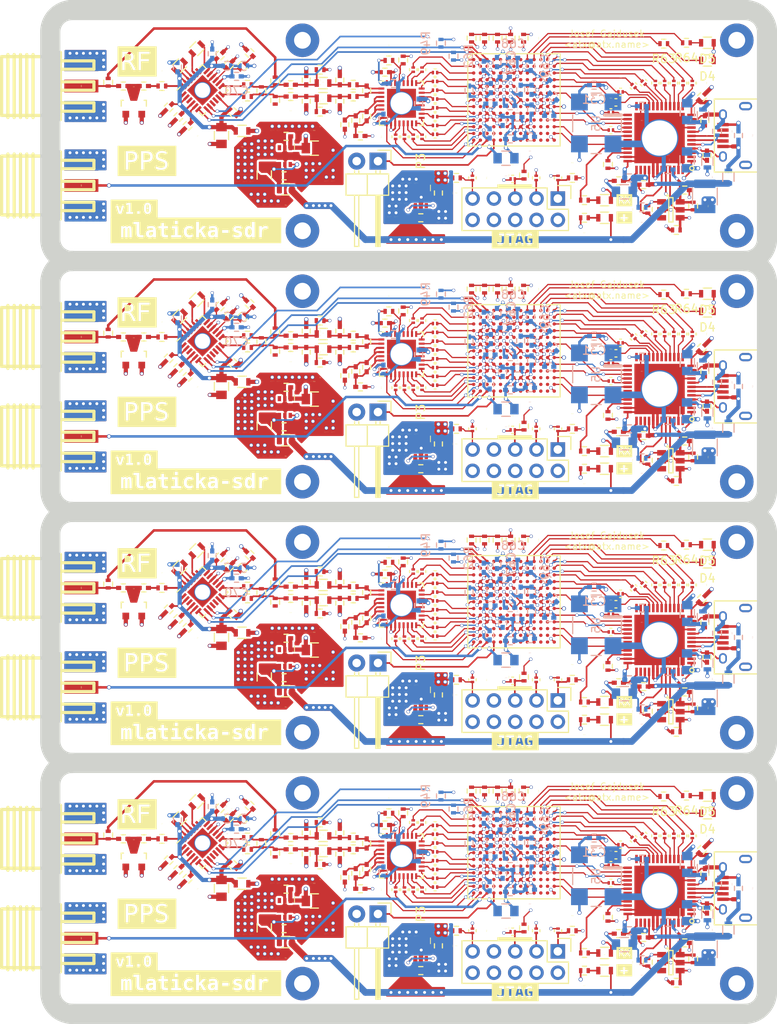
<source format=kicad_pcb>
(kicad_pcb (version 4) (host pcbnew 4.0.4-stable)
  (layers (0 F.Cu signal) (1 In1.Cu signal) (2 In2.Cu signal) (31 B.Cu signal) (34 B.Paste user) (35 F.Paste user) (36 B.SilkS user) (37 F.SilkS user) (38 B.Mask user) (39 F.Mask user) (44 Edge.Cuts user))
  (net 0 "")
  (net 1 "Net-(C1-Pad1)")
  (net 2 "Net-(C1-Pad2)")
  (net 3 "Net-(C2-Pad1)")
  (net 4 GND)
  (net 5 "Net-(C3-Pad1)")
  (net 6 3.3V_A)
  (net 7 "Net-(C6-Pad1)")
  (net 8 "Net-(C8-Pad1)")
  (net 9 "Net-(C10-Pad1)")
  (net 10 "Net-(C11-Pad1)")
  (net 11 /RF/IF_P)
  (net 12 "Net-(C12-Pad1)")
  (net 13 /RF/IF_N)
  (net 14 "Net-(C15-Pad2)")
  (net 15 "Net-(C16-Pad1)")
  (net 16 "Net-(C17-Pad1)")
  (net 17 "Net-(C17-Pad2)")
  (net 18 "Net-(C18-Pad1)")
  (net 19 "Net-(C19-Pad1)")
  (net 20 /ADC/VCM)
  (net 21 /FTDI/3.3V_FT)
  (net 22 "Net-(C27-Pad1)")
  (net 23 +5V)
  (net 24 /FTDI/VCCA)
  (net 25 /FTDI/VPHY)
  (net 26 /FTDI/VPLL)
  (net 27 3.3V_FPGA)
  (net 28 "Net-(C50-Pad1)")
  (net 29 "Net-(D1-Pad1)")
  (net 30 "Net-(D2-Pad1)")
  (net 31 "Net-(L1-Pad1)")
  (net 32 "Net-(L1-Pad2)")
  (net 33 "Net-(L2-Pad2)")
  (net 34 "Net-(L3-Pad1)")
  (net 35 "Net-(L3-Pad2)")
  (net 36 "Net-(P1-Pad2)")
  (net 37 "Net-(P1-Pad3)")
  (net 38 /FPGA-Misc/TCK)
  (net 39 /FPGA-Misc/TDO)
  (net 40 /FPGA-Misc/TMS)
  (net 41 /FPGA-Misc/TDI)
  (net 42 "Net-(R6-Pad2)")
  (net 43 "Net-(R8-Pad2)")
  (net 44 "Net-(R9-Pad2)")
  (net 45 "Net-(R13-Pad2)")
  (net 46 "Net-(R14-Pad2)")
  (net 47 "Net-(R15-Pad2)")
  (net 48 "Net-(R16-Pad2)")
  (net 49 "Net-(R17-Pad2)")
  (net 50 "Net-(R18-Pad2)")
  (net 51 "Net-(R19-Pad2)")
  (net 52 "Net-(R20-Pad2)")
  (net 53 "Net-(R21-Pad2)")
  (net 54 "Net-(R22-Pad2)")
  (net 55 "Net-(R23-Pad2)")
  (net 56 "Net-(R24-Pad2)")
  (net 57 "Net-(R25-Pad2)")
  (net 58 "Net-(R26-Pad2)")
  (net 59 "Net-(R28-Pad2)")
  (net 60 "Net-(R29-Pad2)")
  (net 61 "Net-(R30-Pad1)")
  (net 62 "Net-(R31-Pad2)")
  (net 63 "Net-(R34-Pad1)")
  (net 64 "Net-(R35-Pad1)")
  (net 65 "Net-(R36-Pad2)")
  (net 66 "Net-(R37-Pad2)")
  (net 67 "Net-(R38-Pad2)")
  (net 68 "Net-(R39-Pad2)")
  (net 69 "Net-(R40-Pad2)")
  (net 70 "Net-(R41-Pad2)")
  (net 71 "Net-(R42-Pad2)")
  (net 72 "Net-(R43-Pad2)")
  (net 73 "Net-(R44-Pad2)")
  (net 74 "Net-(R45-Pad2)")
  (net 75 /FTDI/CLK)
  (net 76 "Net-(R46-Pad2)")
  (net 77 /FTDI/LED_RX)
  (net 78 "Net-(R50-Pad1)")
  (net 79 "Net-(R51-Pad1)")
  (net 80 "Net-(R52-Pad1)")
  (net 81 "Net-(R53-Pad1)")
  (net 82 "Net-(R54-Pad1)")
  (net 83 "Net-(R55-Pad2)")
  (net 84 "Net-(R56-Pad2)")
  (net 85 "Net-(R57-Pad2)")
  (net 86 "Net-(R58-Pad2)")
  (net 87 "Net-(C54-Pad2)")
  (net 88 /RF/3.3V)
  (net 89 /FPGA/ADC_CLK)
  (net 90 /FPGA/FT_RST)
  (net 91 /FPGA/FT_~OE)
  (net 92 /FPGA/FT_~RD)
  (net 93 /FPGA/FT_~WR)
  (net 94 /FPGA/FT_~TXE)
  (net 95 /FPGA/FT_~RXF)
  (net 96 /FPGA/PPS)
  (net 97 /FTDI/D0)
  (net 98 /FTDI/D1)
  (net 99 /FTDI/D2)
  (net 100 /FTDI/D3)
  (net 101 /FTDI/D4)
  (net 102 /FTDI/D5)
  (net 103 /FTDI/D6)
  (net 104 /FTDI/D7)
  (net 105 /FPGA/SCL)
  (net 106 /FPGA/SDA)
  (net 107 "Net-(C70-Pad1)")
  (net 108 /RF/CLK)
  (net 109 /FPGA/12MHz)
  (net 110 "Net-(D4-Pad2)")
  (net 111 "Net-(D5-Pad2)")
  (net 112 /ADC/BYPASS)
  (net 113 "Net-(R63-Pad2)")
  (net 114 "Net-(R64-Pad2)")
  (net 115 /FPGA/ADC_D0)
  (net 116 /FPGA/ADC_D1)
  (net 117 /FPGA/ADC_D2)
  (net 118 /FPGA/ADC_D3)
  (net 119 /FPGA/ADC_D4)
  (net 120 /FPGA/ADC_D5)
  (net 121 /FPGA/ADC_D6)
  (net 122 /FPGA/ADC_D7)
  (net 123 /FPGA/ADC_D8)
  (net 124 /FPGA/ADC_D9)
  (net 125 /FPGA/ADC_D10)
  (net 126 /FPGA/ADC_D11)
  (net 127 /FPGA/ADC_D12)
  (net 128 /FPGA/ADC_D13)
  (net 129 /FPGA/CLK_EXT)
  (module Resistors_SMD:R_0402 (layer B.Cu) (at 61.55 78.7 90)
    (fp_text reference R62 (at 0 1.8 90) (layer B.SilkS) (effects (justify mirror)))
    (fp_text value 5k1)
    (pad 1 smd rect (at -0.45 0 90) (size 0.4 0.6) (layers B.Cu B.Paste B.Mask) (net 27 3.3V_FPGA))
    (pad 2 smd rect (at 0.45 0 90) (size 0.4 0.6) (layers B.Cu B.Paste B.Mask) (net 105 /FPGA/SCL))
  )
  (module Resistors_SMD:R_0402 (layer B.Cu) (at 60.05 77.15 270)
    (fp_text reference R49 (at 0 1.8 270) (layer B.SilkS) (effects (justify mirror)))
    (fp_text value 5k1)
    (pad 1 smd rect (at -0.45 0 270) (size 0.4 0.6) (layers B.Cu B.Paste B.Mask) (net 27 3.3V_FPGA))
    (pad 2 smd rect (at 0.45 0 270) (size 0.4 0.6) (layers B.Cu B.Paste B.Mask) (net 106 /FPGA/SDA))
  )
  (module Capacitors_SMD:C_0402 (layer B.Cu) (at 53.2 86.15 270)
    (fp_text reference C23 (at 0 1.7 270) (layer B.SilkS) (effects (font (size 0.1 0.1) (thickness 0.01)) (justify mirror)))
    (fp_text value 100n)
    (pad 1 smd rect (at -0.55 0 270) (size 0.6 0.5) (layers B.Cu B.Paste B.Mask) (net 6 3.3V_A))
    (pad 2 smd rect (at 0.55 0 270) (size 0.6 0.5) (layers B.Cu B.Paste B.Mask) (net 4 GND))
  )
  (module Capacitors_SMD:C_0402 (layer B.Cu) (at 54.4 81.95)
    (fp_text reference C25 (at 0 1.7) (layer B.SilkS) (effects (font (size 0.1 0.1) (thickness 0.01)) (justify mirror)))
    (fp_text value 100n)
    (pad 1 smd rect (at -0.55 0) (size 0.6 0.5) (layers B.Cu B.Paste B.Mask) (net 6 3.3V_A))
    (pad 2 smd rect (at 0.55 0) (size 0.6 0.5) (layers B.Cu B.Paste B.Mask) (net 4 GND))
  )
  (module Capacitors_SMD:C_0402 (layer B.Cu) (at 57.4 84.35 270)
    (fp_text reference C24 (at 0 1.7 270) (layer B.SilkS) (effects (font (size 0.1 0.1) (thickness 0.01)) (justify mirror)))
    (fp_text value 100n)
    (pad 1 smd rect (at -0.55 0 270) (size 0.6 0.5) (layers B.Cu B.Paste B.Mask) (net 6 3.3V_A))
    (pad 2 smd rect (at 0.55 0 270) (size 0.6 0.5) (layers B.Cu B.Paste B.Mask) (net 4 GND))
  )
  (module Capacitors_SMD:C_0402 (layer B.Cu) (at 63.4 82.8 90)
    (fp_text reference C61 (at 0 1.7 90) (layer B.SilkS) (effects (font (size 0.1 0.1) (thickness 0.01)) (justify mirror)))
    (fp_text value 100n)
    (pad 1 smd rect (at -0.55 0 90) (size 0.6 0.5) (layers B.Cu B.Paste B.Mask) (net 27 3.3V_FPGA))
    (pad 2 smd rect (at 0.55 0 90) (size 0.6 0.5) (layers B.Cu B.Paste B.Mask) (net 4 GND))
  )
  (module Resistors_SMD:R_0402 (layer B.Cu) (at 34.55 109.75)
    (fp_text reference R11 (at 0 1.8) (layer B.SilkS) (effects (font (size 0.1 0.1) (thickness 0.01)) (justify mirror)))
    (fp_text value 33k)
    (pad 1 smd rect (at -0.45 0) (size 0.4 0.6) (layers B.Cu B.Paste B.Mask) (net 88 /RF/3.3V))
    (pad 2 smd rect (at 0.45 0) (size 0.4 0.6) (layers B.Cu B.Paste B.Mask) (net 107 "Net-(C70-Pad1)"))
  )
  (module Resistors_SMD:R_0402 (layer B.Cu) (at 36.55 109.75)
    (fp_text reference R12 (at 0 1.8) (layer B.SilkS) (effects (font (size 0.1 0.1) (thickness 0.01)) (justify mirror)))
    (fp_text value 19k)
    (pad 1 smd rect (at -0.45 0) (size 0.4 0.6) (layers B.Cu B.Paste B.Mask) (net 107 "Net-(C70-Pad1)"))
    (pad 2 smd rect (at 0.45 0) (size 0.4 0.6) (layers B.Cu B.Paste B.Mask) (net 4 GND))
  )
  (module Capacitors_SMD:C_0402 (layer B.Cu) (at 28.65 109.9 90)
    (fp_text reference C9 (at 0 1.7 90) (layer B.SilkS) (effects (font (size 0.1 0.1) (thickness 0.01)) (justify mirror)))
    (fp_text value 100n)
    (pad 1 smd rect (at -0.55 0 90) (size 0.6 0.5) (layers B.Cu B.Paste B.Mask) (net 88 /RF/3.3V))
    (pad 2 smd rect (at 0.55 0 90) (size 0.6 0.5) (layers B.Cu B.Paste B.Mask) (net 4 GND))
  )
  (module Capacitors_SMD:C_0402 (layer B.Cu) (at 35.7 111)
    (fp_text reference C70 (at 0 1.7) (layer B.SilkS) (effects (justify mirror)))
    (fp_text value 100n)
    (pad 1 smd rect (at -0.55 0) (size 0.6 0.5) (layers B.Cu B.Paste B.Mask) (net 107 "Net-(C70-Pad1)"))
    (pad 2 smd rect (at 0.55 0) (size 0.6 0.5) (layers B.Cu B.Paste B.Mask) (net 4 GND))
  )
  (module Capacitors_SMD:C_0402 (layer B.Cu) (at 32.8 108.3 90)
    (fp_text reference C7 (at 0 1.7 90) (layer B.SilkS) (effects (font (size 0.1 0.1) (thickness 0.01)) (justify mirror)))
    (fp_text value 100n)
    (pad 1 smd rect (at -0.55 0 90) (size 0.6 0.5) (layers B.Cu B.Paste B.Mask) (net 88 /RF/3.3V))
    (pad 2 smd rect (at 0.55 0 90) (size 0.6 0.5) (layers B.Cu B.Paste B.Mask) (net 4 GND))
  )
  (module Capacitors_SMD:C_0402 (layer B.Cu) (at 28.65 80 90)
    (fp_text reference C9 (at 0 1.7 90) (layer B.SilkS) (effects (font (size 0.1 0.1) (thickness 0.01)) (justify mirror)))
    (fp_text value 100n)
    (pad 1 smd rect (at -0.55 0 90) (size 0.6 0.5) (layers B.Cu B.Paste B.Mask) (net 88 /RF/3.3V))
    (pad 2 smd rect (at 0.55 0 90) (size 0.6 0.5) (layers B.Cu B.Paste B.Mask) (net 4 GND))
  )
  (module Resistors_SMD:R_0402 (layer B.Cu) (at 36.55 79.85)
    (fp_text reference R12 (at 0 1.8) (layer B.SilkS) (effects (font (size 0.1 0.1) (thickness 0.01)) (justify mirror)))
    (fp_text value 19k)
    (pad 1 smd rect (at -0.45 0) (size 0.4 0.6) (layers B.Cu B.Paste B.Mask) (net 107 "Net-(C70-Pad1)"))
    (pad 2 smd rect (at 0.45 0) (size 0.4 0.6) (layers B.Cu B.Paste B.Mask) (net 4 GND))
  )
  (module Resistors_SMD:R_0402 (layer B.Cu) (at 34.55 79.85)
    (fp_text reference R11 (at 0 1.8) (layer B.SilkS) (effects (font (size 0.1 0.1) (thickness 0.01)) (justify mirror)))
    (fp_text value 33k)
    (pad 1 smd rect (at -0.45 0) (size 0.4 0.6) (layers B.Cu B.Paste B.Mask) (net 88 /RF/3.3V))
    (pad 2 smd rect (at 0.45 0) (size 0.4 0.6) (layers B.Cu B.Paste B.Mask) (net 107 "Net-(C70-Pad1)"))
  )
  (module Capacitors_SMD:C_0402 (layer B.Cu) (at 32.8 78.4 90)
    (fp_text reference C7 (at 0 1.7 90) (layer B.SilkS) (effects (font (size 0.1 0.1) (thickness 0.01)) (justify mirror)))
    (fp_text value 100n)
    (pad 1 smd rect (at -0.55 0 90) (size 0.6 0.5) (layers B.Cu B.Paste B.Mask) (net 88 /RF/3.3V))
    (pad 2 smd rect (at 0.55 0 90) (size 0.6 0.5) (layers B.Cu B.Paste B.Mask) (net 4 GND))
  )
  (module Capacitors_SMD:C_0402 (layer B.Cu) (at 35.7 81.1)
    (fp_text reference C70 (at 0 1.7) (layer B.SilkS) (effects (justify mirror)))
    (fp_text value 100n)
    (pad 1 smd rect (at -0.55 0) (size 0.6 0.5) (layers B.Cu B.Paste B.Mask) (net 107 "Net-(C70-Pad1)"))
    (pad 2 smd rect (at 0.55 0) (size 0.6 0.5) (layers B.Cu B.Paste B.Mask) (net 4 GND))
  )
  (module Capacitors_SMD:C_0402 (layer B.Cu) (at 65.15 79.85 90)
    (fp_text reference C46 (at 0 1.7 90) (layer B.SilkS) (effects (font (size 0.1 0.1) (thickness 0.01)) (justify mirror)))
    (fp_text value 100n)
    (pad 1 smd rect (at -0.55 0 90) (size 0.6 0.5) (layers B.Cu B.Paste B.Mask) (net 27 3.3V_FPGA))
    (pad 2 smd rect (at 0.55 0 90) (size 0.6 0.5) (layers B.Cu B.Paste B.Mask) (net 4 GND))
  )
  (module Capacitors_SMD:C_0402 (layer B.Cu) (at 67.65 81.15)
    (fp_text reference C45 (at 0 1.7) (layer B.SilkS) (effects (font (size 0.1 0.1) (thickness 0.01)) (justify mirror)))
    (fp_text value 100n)
    (pad 1 smd rect (at -0.55 0) (size 0.6 0.5) (layers B.Cu B.Paste B.Mask) (net 27 3.3V_FPGA))
    (pad 2 smd rect (at 0.55 0) (size 0.6 0.5) (layers B.Cu B.Paste B.Mask) (net 4 GND))
  )
  (module Capacitors_SMD:C_0402 (layer B.Cu) (at 65.95 84.35)
    (fp_text reference C58 (at 0 1.7) (layer B.SilkS) (effects (font (size 0.1 0.1) (thickness 0.01)) (justify mirror)))
    (fp_text value 100n)
    (pad 1 smd rect (at -0.55 0) (size 0.6 0.5) (layers B.Cu B.Paste B.Mask) (net 27 3.3V_FPGA))
    (pad 2 smd rect (at 0.55 0) (size 0.6 0.5) (layers B.Cu B.Paste B.Mask) (net 4 GND))
  )
  (module Capacitors_SMD:C_0402 (layer B.Cu) (at 69.55 82.7 90)
    (fp_text reference C44 (at 0 1.7 90) (layer B.SilkS) (effects (font (size 0.1 0.1) (thickness 0.01)) (justify mirror)))
    (fp_text value 100n)
    (pad 1 smd rect (at -0.55 0 90) (size 0.6 0.5) (layers B.Cu B.Paste B.Mask) (net 27 3.3V_FPGA))
    (pad 2 smd rect (at 0.55 0 90) (size 0.6 0.5) (layers B.Cu B.Paste B.Mask) (net 4 GND))
  )
  (module Capacitors_SMD:C_0402 (layer B.Cu) (at 66 82.5 90)
    (fp_text reference C60 (at 0 1.7 90) (layer B.SilkS) (effects (font (size 0.1 0.1) (thickness 0.01)) (justify mirror)))
    (fp_text value 100n)
    (pad 1 smd rect (at -0.55 0 90) (size 0.6 0.5) (layers B.Cu B.Paste B.Mask) (net 27 3.3V_FPGA))
    (pad 2 smd rect (at 0.55 0 90) (size 0.6 0.5) (layers B.Cu B.Paste B.Mask) (net 4 GND))
  )
  (module Capacitors_SMD:C_0402 (layer B.Cu) (at 67.4 86.4 90)
    (fp_text reference C49 (at 0 1.7 90) (layer B.SilkS) (effects (font (size 0.1 0.1) (thickness 0.01)) (justify mirror)))
    (fp_text value 100n)
    (pad 1 smd rect (at -0.55 0 90) (size 0.6 0.5) (layers B.Cu B.Paste B.Mask) (net 27 3.3V_FPGA))
    (pad 2 smd rect (at 0.55 0 90) (size 0.6 0.5) (layers B.Cu B.Paste B.Mask) (net 4 GND))
  )
  (module Capacitors_SMD:C_0402 (layer B.Cu) (at 69.15 85.95 180)
    (fp_text reference C64 (at 0 1.7 180) (layer B.SilkS) (effects (font (size 0.1 0.1) (thickness 0.01)) (justify mirror)))
    (fp_text value 100n)
    (pad 1 smd rect (at -0.55 0 180) (size 0.6 0.5) (layers B.Cu B.Paste B.Mask) (net 27 3.3V_FPGA))
    (pad 2 smd rect (at 0.55 0 180) (size 0.6 0.5) (layers B.Cu B.Paste B.Mask) (net 4 GND))
  )
  (module Capacitors_SMD:C_0402 (layer B.Cu) (at 68.3 84.6)
    (fp_text reference C43 (at 0 1.7) (layer B.SilkS) (effects (font (size 0.1 0.1) (thickness 0.01)) (justify mirror)))
    (fp_text value 100n)
    (pad 1 smd rect (at -0.55 0) (size 0.6 0.5) (layers B.Cu B.Paste B.Mask) (net 27 3.3V_FPGA))
    (pad 2 smd rect (at 0.55 0) (size 0.6 0.5) (layers B.Cu B.Paste B.Mask) (net 4 GND))
  )
  (module Capacitors_SMD:C_0402 (layer B.Cu) (at 70.85 85.05 270)
    (fp_text reference C57 (at 0 1.7 270) (layer B.SilkS) (effects (font (size 0.1 0.1) (thickness 0.01)) (justify mirror)))
    (fp_text value 100n)
    (pad 1 smd rect (at -0.55 0 270) (size 0.6 0.5) (layers B.Cu B.Paste B.Mask) (net 27 3.3V_FPGA))
    (pad 2 smd rect (at 0.55 0 270) (size 0.6 0.5) (layers B.Cu B.Paste B.Mask) (net 4 GND))
  )
  (module Capacitors_SMD:C_0805 (layer B.Cu) (at 67.8 90.85)
    (fp_text reference C41 (at 0 2.1) (layer B.SilkS) (effects (font (size 0.1 0.1) (thickness 0.01)) (justify mirror)))
    (fp_text value 10u)
    (pad 1 smd rect (at -1 0) (size 1 1.25) (layers B.Cu B.Paste B.Mask) (net 27 3.3V_FPGA))
    (pad 2 smd rect (at 1 0) (size 1 1.25) (layers B.Cu B.Paste B.Mask) (net 4 GND))
  )
  (module Capacitors_SMD:C_0402 (layer B.Cu) (at 70.65 88.3)
    (fp_text reference C66 (at 0 1.7) (layer B.SilkS) (effects (font (size 0.1 0.1) (thickness 0.01)) (justify mirror)))
    (fp_text value 100n)
    (pad 1 smd rect (at -0.55 0) (size 0.6 0.5) (layers B.Cu B.Paste B.Mask) (net 27 3.3V_FPGA))
    (pad 2 smd rect (at 0.55 0) (size 0.6 0.5) (layers B.Cu B.Paste B.Mask) (net 4 GND))
  )
  (module Capacitors_SMD:C_0402 (layer B.Cu) (at 68.3 88.55 180)
    (fp_text reference C65 (at 0 1.7 180) (layer B.SilkS) (effects (font (size 0.1 0.1) (thickness 0.01)) (justify mirror)))
    (fp_text value 100n)
    (pad 1 smd rect (at -0.55 0 180) (size 0.6 0.5) (layers B.Cu B.Paste B.Mask) (net 27 3.3V_FPGA))
    (pad 2 smd rect (at 0.55 0 180) (size 0.6 0.5) (layers B.Cu B.Paste B.Mask) (net 4 GND))
  )
  (module Capacitors_SMD:C_0402 (layer B.Cu) (at 65.85 87.9 270)
    (fp_text reference C59 (at 0 1.7 270) (layer B.SilkS) (effects (font (size 0.1 0.1) (thickness 0.01)) (justify mirror)))
    (fp_text value 100n)
    (pad 1 smd rect (at -0.55 0 270) (size 0.6 0.5) (layers B.Cu B.Paste B.Mask) (net 27 3.3V_FPGA))
    (pad 2 smd rect (at 0.55 0 270) (size 0.6 0.5) (layers B.Cu B.Paste B.Mask) (net 4 GND))
  )
  (module Capacitors_SMD:C_0402 (layer B.Cu) (at 72.65 81.15 315)
    (fp_text reference C48 (at 0 1.7 315) (layer B.SilkS) (effects (font (size 0.1 0.1) (thickness 0.01)) (justify mirror)))
    (fp_text value 100n)
    (pad 1 smd rect (at -0.55 0 315) (size 0.6 0.5) (layers B.Cu B.Paste B.Mask) (net 27 3.3V_FPGA))
    (pad 2 smd rect (at 0.55 0 315) (size 0.6 0.5) (layers B.Cu B.Paste B.Mask) (net 4 GND))
  )
  (module Capacitors_SMD:C_0402 (layer B.Cu) (at 70.85 82.7 90)
    (fp_text reference C56 (at 0 1.7 90) (layer B.SilkS) (effects (font (size 0.1 0.1) (thickness 0.01)) (justify mirror)))
    (fp_text value 100n)
    (pad 1 smd rect (at -0.55 0 90) (size 0.6 0.5) (layers B.Cu B.Paste B.Mask) (net 27 3.3V_FPGA))
    (pad 2 smd rect (at 0.55 0 90) (size 0.6 0.5) (layers B.Cu B.Paste B.Mask) (net 4 GND))
  )
  (module Capacitors_SMD:C_0402 (layer B.Cu) (at 68.65 78.9 180)
    (fp_text reference C68 (at 0 1.7 180) (layer B.SilkS) (effects (justify mirror)))
    (fp_text value 100n)
    (pad 1 smd rect (at -0.55 0 180) (size 0.6 0.5) (layers B.Cu B.Paste B.Mask) (net 27 3.3V_FPGA))
    (pad 2 smd rect (at 0.55 0 180) (size 0.6 0.5) (layers B.Cu B.Paste B.Mask) (net 4 GND))
  )
  (module Capacitors_SMD:C_0402 (layer B.Cu) (at 70.75 79.85 90)
    (fp_text reference C69 (at 0 1.7 90) (layer B.SilkS) (effects (justify mirror)))
    (fp_text value 100n)
    (pad 1 smd rect (at -0.55 0 90) (size 0.6 0.5) (layers B.Cu B.Paste B.Mask) (net 27 3.3V_FPGA))
    (pad 2 smd rect (at 0.55 0 90) (size 0.6 0.5) (layers B.Cu B.Paste B.Mask) (net 4 GND))
  )
  (module Capacitors_SMD:C_0402 (layer B.Cu) (at 66.725 79.4 90)
    (fp_text reference C67 (at 0 1.7 90) (layer B.SilkS) (effects (justify mirror)))
    (fp_text value 100n)
    (pad 1 smd rect (at -0.55 0 90) (size 0.6 0.5) (layers B.Cu B.Paste B.Mask) (net 27 3.3V_FPGA))
    (pad 2 smd rect (at 0.55 0 90) (size 0.6 0.5) (layers B.Cu B.Paste B.Mask) (net 4 GND))
  )
  (module Resistors_SMD:R_0402 (layer B.Cu) (at 61.55 108.6 90)
    (fp_text reference R62 (at 0 1.8 90) (layer B.SilkS) (effects (justify mirror)))
    (fp_text value 5k1)
    (pad 1 smd rect (at -0.45 0 90) (size 0.4 0.6) (layers B.Cu B.Paste B.Mask) (net 27 3.3V_FPGA))
    (pad 2 smd rect (at 0.45 0 90) (size 0.4 0.6) (layers B.Cu B.Paste B.Mask) (net 105 /FPGA/SCL))
  )
  (module Capacitors_SMD:C_0402 (layer B.Cu) (at 65.15 109.75 90)
    (fp_text reference C46 (at 0 1.7 90) (layer B.SilkS) (effects (font (size 0.1 0.1) (thickness 0.01)) (justify mirror)))
    (fp_text value 100n)
    (pad 1 smd rect (at -0.55 0 90) (size 0.6 0.5) (layers B.Cu B.Paste B.Mask) (net 27 3.3V_FPGA))
    (pad 2 smd rect (at 0.55 0 90) (size 0.6 0.5) (layers B.Cu B.Paste B.Mask) (net 4 GND))
  )
  (module Capacitors_SMD:C_0402 (layer B.Cu) (at 66.725 109.3 90)
    (fp_text reference C67 (at 0 1.7 90) (layer B.SilkS) (effects (justify mirror)))
    (fp_text value 100n)
    (pad 1 smd rect (at -0.55 0 90) (size 0.6 0.5) (layers B.Cu B.Paste B.Mask) (net 27 3.3V_FPGA))
    (pad 2 smd rect (at 0.55 0 90) (size 0.6 0.5) (layers B.Cu B.Paste B.Mask) (net 4 GND))
  )
  (module Resistors_SMD:R_0402 (layer B.Cu) (at 60.05 107.05 270)
    (fp_text reference R49 (at 0 1.8 270) (layer B.SilkS) (effects (justify mirror)))
    (fp_text value 5k1)
    (pad 1 smd rect (at -0.45 0 270) (size 0.4 0.6) (layers B.Cu B.Paste B.Mask) (net 27 3.3V_FPGA))
    (pad 2 smd rect (at 0.45 0 270) (size 0.4 0.6) (layers B.Cu B.Paste B.Mask) (net 106 /FPGA/SDA))
  )
  (module Capacitors_SMD:C_0402 (layer B.Cu) (at 53.2 116.05 270)
    (fp_text reference C23 (at 0 1.7 270) (layer B.SilkS) (effects (font (size 0.1 0.1) (thickness 0.01)) (justify mirror)))
    (fp_text value 100n)
    (pad 1 smd rect (at -0.55 0 270) (size 0.6 0.5) (layers B.Cu B.Paste B.Mask) (net 6 3.3V_A))
    (pad 2 smd rect (at 0.55 0 270) (size 0.6 0.5) (layers B.Cu B.Paste B.Mask) (net 4 GND))
  )
  (module Capacitors_SMD:C_0402 (layer B.Cu) (at 63.4 112.7 90)
    (fp_text reference C61 (at 0 1.7 90) (layer B.SilkS) (effects (font (size 0.1 0.1) (thickness 0.01)) (justify mirror)))
    (fp_text value 100n)
    (pad 1 smd rect (at -0.55 0 90) (size 0.6 0.5) (layers B.Cu B.Paste B.Mask) (net 27 3.3V_FPGA))
    (pad 2 smd rect (at 0.55 0 90) (size 0.6 0.5) (layers B.Cu B.Paste B.Mask) (net 4 GND))
  )
  (module Capacitors_SMD:C_0402 (layer B.Cu) (at 54.4 111.85)
    (fp_text reference C25 (at 0 1.7) (layer B.SilkS) (effects (font (size 0.1 0.1) (thickness 0.01)) (justify mirror)))
    (fp_text value 100n)
    (pad 1 smd rect (at -0.55 0) (size 0.6 0.5) (layers B.Cu B.Paste B.Mask) (net 6 3.3V_A))
    (pad 2 smd rect (at 0.55 0) (size 0.6 0.5) (layers B.Cu B.Paste B.Mask) (net 4 GND))
  )
  (module Capacitors_SMD:C_0402 (layer B.Cu) (at 57.4 114.25 270)
    (fp_text reference C24 (at 0 1.7 270) (layer B.SilkS) (effects (font (size 0.1 0.1) (thickness 0.01)) (justify mirror)))
    (fp_text value 100n)
    (pad 1 smd rect (at -0.55 0 270) (size 0.6 0.5) (layers B.Cu B.Paste B.Mask) (net 6 3.3V_A))
    (pad 2 smd rect (at 0.55 0 270) (size 0.6 0.5) (layers B.Cu B.Paste B.Mask) (net 4 GND))
  )
  (module Capacitors_SMD:C_0402 (layer B.Cu) (at 65.95 114.25)
    (fp_text reference C58 (at 0 1.7) (layer B.SilkS) (effects (font (size 0.1 0.1) (thickness 0.01)) (justify mirror)))
    (fp_text value 100n)
    (pad 1 smd rect (at -0.55 0) (size 0.6 0.5) (layers B.Cu B.Paste B.Mask) (net 27 3.3V_FPGA))
    (pad 2 smd rect (at 0.55 0) (size 0.6 0.5) (layers B.Cu B.Paste B.Mask) (net 4 GND))
  )
  (module Capacitors_SMD:C_0402 (layer B.Cu) (at 72.65 111.05 315)
    (fp_text reference C48 (at 0 1.7 315) (layer B.SilkS) (effects (font (size 0.1 0.1) (thickness 0.01)) (justify mirror)))
    (fp_text value 100n)
    (pad 1 smd rect (at -0.55 0 315) (size 0.6 0.5) (layers B.Cu B.Paste B.Mask) (net 27 3.3V_FPGA))
    (pad 2 smd rect (at 0.55 0 315) (size 0.6 0.5) (layers B.Cu B.Paste B.Mask) (net 4 GND))
  )
  (module Capacitors_SMD:C_0402 (layer B.Cu) (at 70.75 109.75 90)
    (fp_text reference C69 (at 0 1.7 90) (layer B.SilkS) (effects (justify mirror)))
    (fp_text value 100n)
    (pad 1 smd rect (at -0.55 0 90) (size 0.6 0.5) (layers B.Cu B.Paste B.Mask) (net 27 3.3V_FPGA))
    (pad 2 smd rect (at 0.55 0 90) (size 0.6 0.5) (layers B.Cu B.Paste B.Mask) (net 4 GND))
  )
  (module Capacitors_SMD:C_0402 (layer B.Cu) (at 68.65 108.8 180)
    (fp_text reference C68 (at 0 1.7 180) (layer B.SilkS) (effects (justify mirror)))
    (fp_text value 100n)
    (pad 1 smd rect (at -0.55 0 180) (size 0.6 0.5) (layers B.Cu B.Paste B.Mask) (net 27 3.3V_FPGA))
    (pad 2 smd rect (at 0.55 0 180) (size 0.6 0.5) (layers B.Cu B.Paste B.Mask) (net 4 GND))
  )
  (module Capacitors_SMD:C_0402 (layer B.Cu) (at 67.65 111.05)
    (fp_text reference C45 (at 0 1.7) (layer B.SilkS) (effects (font (size 0.1 0.1) (thickness 0.01)) (justify mirror)))
    (fp_text value 100n)
    (pad 1 smd rect (at -0.55 0) (size 0.6 0.5) (layers B.Cu B.Paste B.Mask) (net 27 3.3V_FPGA))
    (pad 2 smd rect (at 0.55 0) (size 0.6 0.5) (layers B.Cu B.Paste B.Mask) (net 4 GND))
  )
  (module Capacitors_SMD:C_0402 (layer B.Cu) (at 69.55 112.6 90)
    (fp_text reference C44 (at 0 1.7 90) (layer B.SilkS) (effects (font (size 0.1 0.1) (thickness 0.01)) (justify mirror)))
    (fp_text value 100n)
    (pad 1 smd rect (at -0.55 0 90) (size 0.6 0.5) (layers B.Cu B.Paste B.Mask) (net 27 3.3V_FPGA))
    (pad 2 smd rect (at 0.55 0 90) (size 0.6 0.5) (layers B.Cu B.Paste B.Mask) (net 4 GND))
  )
  (module Capacitors_SMD:C_0402 (layer B.Cu) (at 70.85 112.6 90)
    (fp_text reference C56 (at 0 1.7 90) (layer B.SilkS) (effects (font (size 0.1 0.1) (thickness 0.01)) (justify mirror)))
    (fp_text value 100n)
    (pad 1 smd rect (at -0.55 0 90) (size 0.6 0.5) (layers B.Cu B.Paste B.Mask) (net 27 3.3V_FPGA))
    (pad 2 smd rect (at 0.55 0 90) (size 0.6 0.5) (layers B.Cu B.Paste B.Mask) (net 4 GND))
  )
  (module Capacitors_SMD:C_0402 (layer B.Cu) (at 66 112.4 90)
    (fp_text reference C60 (at 0 1.7 90) (layer B.SilkS) (effects (font (size 0.1 0.1) (thickness 0.01)) (justify mirror)))
    (fp_text value 100n)
    (pad 1 smd rect (at -0.55 0 90) (size 0.6 0.5) (layers B.Cu B.Paste B.Mask) (net 27 3.3V_FPGA))
    (pad 2 smd rect (at 0.55 0 90) (size 0.6 0.5) (layers B.Cu B.Paste B.Mask) (net 4 GND))
  )
  (module footprints:ASV-XX (layer B.Cu) (at 78.55 116.6 270)
    (fp_text reference U5 (at 0 0 270) (layer B.SilkS) (effects (justify mirror)))
    (fp_text value ASV-12-EJ-T)
    (pad 4 smd rect (at -2.55 2 270) (size 2 2) (layers B.Cu B.Paste B.Mask) (net 21 /FTDI/3.3V_FT))
    (pad 3 smd rect (at 2.45 2 270) (size 2 2) (layers B.Cu B.Paste B.Mask) (net 109 /FPGA/12MHz))
    (pad 1 smd rect (at -2.55 -2 270) (size 2 2) (layers B.Cu B.Paste B.Mask) (net 21 /FTDI/3.3V_FT))
    (pad 2 smd rect (at 2.45 -2 270) (size 2 2) (layers B.Cu B.Paste B.Mask) (net 4 GND))
  )
  (module Capacitors_SMD:C_0402 (layer B.Cu) (at 78.3 112.05)
    (fp_text reference C31 (at 0 1.7) (layer B.SilkS) (effects (justify mirror)))
    (fp_text value 100n)
    (pad 1 smd rect (at -0.55 0) (size 0.6 0.5) (layers B.Cu B.Paste B.Mask) (net 21 /FTDI/3.3V_FT))
    (pad 2 smd rect (at 0.55 0) (size 0.6 0.5) (layers B.Cu B.Paste B.Mask) (net 4 GND))
  )
  (module Capacitors_SMD:C_0402 (layer B.Cu) (at 73.45 113.4 315)
    (fp_text reference C63 (at 0 1.7 315) (layer B.SilkS) (effects (font (size 0.1 0.1) (thickness 0.01)) (justify mirror)))
    (fp_text value 100n)
    (pad 1 smd rect (at -0.55 0 315) (size 0.6 0.5) (layers B.Cu B.Paste B.Mask) (net 27 3.3V_FPGA))
    (pad 2 smd rect (at 0.55 0 315) (size 0.6 0.5) (layers B.Cu B.Paste B.Mask) (net 4 GND))
  )
  (module Capacitors_SMD:C_0402 (layer B.Cu) (at 72.95 115.7)
    (fp_text reference C62 (at 0 1.7) (layer B.SilkS) (effects (font (size 0.1 0.1) (thickness 0.01)) (justify mirror)))
    (fp_text value 100n)
    (pad 1 smd rect (at -0.55 0) (size 0.6 0.5) (layers B.Cu B.Paste B.Mask) (net 27 3.3V_FPGA))
    (pad 2 smd rect (at 0.55 0) (size 0.6 0.5) (layers B.Cu B.Paste B.Mask) (net 4 GND))
  )
  (module Capacitors_SMD:C_0402 (layer B.Cu) (at 69.15 115.85 180)
    (fp_text reference C64 (at 0 1.7 180) (layer B.SilkS) (effects (font (size 0.1 0.1) (thickness 0.01)) (justify mirror)))
    (fp_text value 100n)
    (pad 1 smd rect (at -0.55 0 180) (size 0.6 0.5) (layers B.Cu B.Paste B.Mask) (net 27 3.3V_FPGA))
    (pad 2 smd rect (at 0.55 0 180) (size 0.6 0.5) (layers B.Cu B.Paste B.Mask) (net 4 GND))
  )
  (module Capacitors_SMD:C_0402 (layer B.Cu) (at 70.85 114.95 270)
    (fp_text reference C57 (at 0 1.7 270) (layer B.SilkS) (effects (font (size 0.1 0.1) (thickness 0.01)) (justify mirror)))
    (fp_text value 100n)
    (pad 1 smd rect (at -0.55 0 270) (size 0.6 0.5) (layers B.Cu B.Paste B.Mask) (net 27 3.3V_FPGA))
    (pad 2 smd rect (at 0.55 0 270) (size 0.6 0.5) (layers B.Cu B.Paste B.Mask) (net 4 GND))
  )
  (module Capacitors_SMD:C_0402 (layer B.Cu) (at 68.3 114.5)
    (fp_text reference C43 (at 0 1.7) (layer B.SilkS) (effects (font (size 0.1 0.1) (thickness 0.01)) (justify mirror)))
    (fp_text value 100n)
    (pad 1 smd rect (at -0.55 0) (size 0.6 0.5) (layers B.Cu B.Paste B.Mask) (net 27 3.3V_FPGA))
    (pad 2 smd rect (at 0.55 0) (size 0.6 0.5) (layers B.Cu B.Paste B.Mask) (net 4 GND))
  )
  (module Capacitors_SMD:C_0402 (layer B.Cu) (at 67.4 116.3 90)
    (fp_text reference C49 (at 0 1.7 90) (layer B.SilkS) (effects (font (size 0.1 0.1) (thickness 0.01)) (justify mirror)))
    (fp_text value 100n)
    (pad 1 smd rect (at -0.55 0 90) (size 0.6 0.5) (layers B.Cu B.Paste B.Mask) (net 27 3.3V_FPGA))
    (pad 2 smd rect (at 0.55 0 90) (size 0.6 0.5) (layers B.Cu B.Paste B.Mask) (net 4 GND))
  )
  (module Capacitors_SMD:C_0805 (layer B.Cu) (at 67.8 120.75)
    (fp_text reference C41 (at 0 2.1) (layer B.SilkS) (effects (font (size 0.1 0.1) (thickness 0.01)) (justify mirror)))
    (fp_text value 10u)
    (pad 1 smd rect (at -1 0) (size 1 1.25) (layers B.Cu B.Paste B.Mask) (net 27 3.3V_FPGA))
    (pad 2 smd rect (at 1 0) (size 1 1.25) (layers B.Cu B.Paste B.Mask) (net 4 GND))
  )
  (module Capacitors_SMD:C_0402 (layer B.Cu) (at 70.65 118.2)
    (fp_text reference C66 (at 0 1.7) (layer B.SilkS) (effects (font (size 0.1 0.1) (thickness 0.01)) (justify mirror)))
    (fp_text value 100n)
    (pad 1 smd rect (at -0.55 0) (size 0.6 0.5) (layers B.Cu B.Paste B.Mask) (net 27 3.3V_FPGA))
    (pad 2 smd rect (at 0.55 0) (size 0.6 0.5) (layers B.Cu B.Paste B.Mask) (net 4 GND))
  )
  (module Capacitors_SMD:C_0402 (layer B.Cu) (at 65.85 117.8 270)
    (fp_text reference C59 (at 0 1.7 270) (layer B.SilkS) (effects (font (size 0.1 0.1) (thickness 0.01)) (justify mirror)))
    (fp_text value 100n)
    (pad 1 smd rect (at -0.55 0 270) (size 0.6 0.5) (layers B.Cu B.Paste B.Mask) (net 27 3.3V_FPGA))
    (pad 2 smd rect (at 0.55 0 270) (size 0.6 0.5) (layers B.Cu B.Paste B.Mask) (net 4 GND))
  )
  (module Capacitors_SMD:C_0402 (layer B.Cu) (at 68.3 118.45 180)
    (fp_text reference C65 (at 0 1.7 180) (layer B.SilkS) (effects (font (size 0.1 0.1) (thickness 0.01)) (justify mirror)))
    (fp_text value 100n)
    (pad 1 smd rect (at -0.55 0 180) (size 0.6 0.5) (layers B.Cu B.Paste B.Mask) (net 27 3.3V_FPGA))
    (pad 2 smd rect (at 0.55 0 180) (size 0.6 0.5) (layers B.Cu B.Paste B.Mask) (net 4 GND))
  )
  (module Capacitors_SMD:C_0402 (layer B.Cu) (at 82.5 123.1 180)
    (fp_text reference C39 (at 0 1.7 180) (layer B.SilkS) (effects (font (size 0.1 0.1) (thickness 0.01)) (justify mirror)))
    (fp_text value 100n)
    (pad 1 smd rect (at -0.55 0 180) (size 0.6 0.5) (layers B.Cu B.Paste B.Mask) (net 21 /FTDI/3.3V_FT))
    (pad 2 smd rect (at 0.55 0 180) (size 0.6 0.5) (layers B.Cu B.Paste B.Mask) (net 4 GND))
  )
  (module Capacitors_SMD:C_0805 (layer B.Cu) (at 81.9 124.75 180)
    (fp_text reference C35 (at 0 2.1 180) (layer B.SilkS) (effects (font (size 0.1 0.1) (thickness 0.01)) (justify mirror)))
    (fp_text value 10u)
    (pad 1 smd rect (at -1 0 180) (size 1 1.25) (layers B.Cu B.Paste B.Mask) (net 21 /FTDI/3.3V_FT))
    (pad 2 smd rect (at 1 0 180) (size 1 1.25) (layers B.Cu B.Paste B.Mask) (net 4 GND))
  )
  (module Resistors_SMD:R_0402 (layer B.Cu) (at 84 126.6)
    (fp_text reference R28 (at 0 1.8) (layer B.SilkS) (effects (font (size 0.1 0.1) (thickness 0.01)) (justify mirror)))
    (fp_text value 10k)
    (pad 1 smd rect (at -0.45 0) (size 0.4 0.6) (layers B.Cu B.Paste B.Mask) (net 21 /FTDI/3.3V_FT))
    (pad 2 smd rect (at 0.45 0) (size 0.4 0.6) (layers B.Cu B.Paste B.Mask) (net 59 "Net-(R28-Pad2)"))
  )
  (module Capacitors_SMD:C_1210 (layer B.Cu) (at 91.5 125.3 270)
    (fp_text reference C28 (at 0 2.7 270) (layer B.SilkS) (effects (font (size 0.1 0.1) (thickness 0.01)) (justify mirror)))
    (fp_text value 100u)
    (pad 1 smd rect (at -1.5 0 270) (size 1 2.5) (layers B.Cu B.Paste B.Mask) (net 23 +5V))
    (pad 2 smd rect (at 1.5 0 270) (size 1 2.5) (layers B.Cu B.Paste B.Mask) (net 4 GND))
  )
  (module Capacitors_SMD:C_0402 (layer B.Cu) (at 87.15 122.1 180)
    (fp_text reference C40 (at 0 1.7 180) (layer B.SilkS) (effects (font (size 0.1 0.1) (thickness 0.01)) (justify mirror)))
    (fp_text value 100n)
    (pad 1 smd rect (at -0.55 0 180) (size 0.6 0.5) (layers B.Cu B.Paste B.Mask) (net 21 /FTDI/3.3V_FT))
    (pad 2 smd rect (at 0.55 0 180) (size 0.6 0.5) (layers B.Cu B.Paste B.Mask) (net 4 GND))
  )
  (module Resistors_SMD:R_0603 (layer B.Cu) (at 94.3 123 270)
    (fp_text reference FB1 (at 0 1.9 270) (layer B.SilkS) (effects (font (size 0.1 0.1) (thickness 0.01)) (justify mirror)))
    (fp_text value "BEAD (1A)")
    (pad 1 smd rect (at -0.75 0 270) (size 0.5 0.9) (layers B.Cu B.Paste B.Mask) (net 22 "Net-(C27-Pad1)"))
    (pad 2 smd rect (at 0.75 0 270) (size 0.5 0.9) (layers B.Cu B.Paste B.Mask) (net 23 +5V))
  )
  (module Capacitors_SMD:C_0805 (layer B.Cu) (at 89.375 120.95 270)
    (fp_text reference C33 (at 0 2.1 270) (layer B.SilkS) (effects (font (size 0.1 0.1) (thickness 0.01)) (justify mirror)))
    (fp_text value 10u)
    (pad 1 smd rect (at -1 0 270) (size 1 1.25) (layers B.Cu B.Paste B.Mask) (net 25 /FTDI/VPHY))
    (pad 2 smd rect (at 1 0 270) (size 1 1.25) (layers B.Cu B.Paste B.Mask) (net 4 GND))
  )
  (module Resistors_SMD:R_0603 (layer B.Cu) (at 91.8 121.1 90)
    (fp_text reference FB2 (at 0 1.9 90) (layer B.SilkS) (effects (font (size 0.1 0.1) (thickness 0.01)) (justify mirror)))
    (fp_text value "BEAD (0.5A)")
    (pad 1 smd rect (at -0.75 0 90) (size 0.5 0.9) (layers B.Cu B.Paste B.Mask) (net 21 /FTDI/3.3V_FT))
    (pad 2 smd rect (at 0.75 0 90) (size 0.5 0.9) (layers B.Cu B.Paste B.Mask) (net 25 /FTDI/VPHY))
  )
  (module Capacitors_SMD:C_0402 (layer B.Cu) (at 84 114.55)
    (fp_text reference C36 (at 0 1.7) (layer B.SilkS) (effects (font (size 0.1 0.1) (thickness 0.01)) (justify mirror)))
    (fp_text value 100n)
    (pad 1 smd rect (at -0.55 0) (size 0.6 0.5) (layers B.Cu B.Paste B.Mask) (net 21 /FTDI/3.3V_FT))
    (pad 2 smd rect (at 0.55 0) (size 0.6 0.5) (layers B.Cu B.Paste B.Mask) (net 4 GND))
  )
  (module Capacitors_SMD:C_0402 (layer B.Cu) (at 95.5 118.05 90)
    (fp_text reference C27 (at 0 1.7 90) (layer B.SilkS) (effects (font (size 0.1 0.1) (thickness 0.01)) (justify mirror)))
    (fp_text value 10n)
    (pad 1 smd rect (at -0.55 0 90) (size 0.6 0.5) (layers B.Cu B.Paste B.Mask) (net 22 "Net-(C27-Pad1)"))
    (pad 2 smd rect (at 0.55 0 90) (size 0.6 0.5) (layers B.Cu B.Paste B.Mask) (net 4 GND))
  )
  (module Resistors_SMD:R_0603 (layer B.Cu) (at 91.275 115.7 270)
    (fp_text reference FB3 (at 0 1.9 270) (layer B.SilkS) (effects (font (size 0.1 0.1) (thickness 0.01)) (justify mirror)))
    (fp_text value "BEAD (0.5A)")
    (pad 1 smd rect (at -0.75 0 270) (size 0.5 0.9) (layers B.Cu B.Paste B.Mask) (net 21 /FTDI/3.3V_FT))
    (pad 2 smd rect (at 0.75 0 270) (size 0.5 0.9) (layers B.Cu B.Paste B.Mask) (net 26 /FTDI/VPLL))
  )
  (module Capacitors_SMD:C_0805 (layer B.Cu) (at 89.4 115.2 90)
    (fp_text reference C34 (at 0 2.1 90) (layer B.SilkS) (effects (font (size 0.1 0.1) (thickness 0.01)) (justify mirror)))
    (fp_text value 10u)
    (pad 1 smd rect (at -1 0 90) (size 1 1.25) (layers B.Cu B.Paste B.Mask) (net 26 /FTDI/VPLL))
    (pad 2 smd rect (at 1 0 90) (size 1 1.25) (layers B.Cu B.Paste B.Mask) (net 4 GND))
  )
  (module Resistors_SMD:R_0402 (layer B.Cu) (at 92.95 117.55 90)
    (fp_text reference R35 (at 0 1.8 90) (layer B.SilkS) (effects (font (size 0.1 0.1) (thickness 0.01)) (justify mirror)))
    (fp_text value 12k)
    (pad 1 smd rect (at -0.45 0 90) (size 0.4 0.6) (layers B.Cu B.Paste B.Mask) (net 64 "Net-(R35-Pad1)"))
    (pad 2 smd rect (at 0.45 0 90) (size 0.4 0.6) (layers B.Cu B.Paste B.Mask) (net 4 GND))
  )
  (module Capacitors_SMD:C_1210 (layer B.Cu) (at 91.5 95.4 270)
    (fp_text reference C28 (at 0 2.7 270) (layer B.SilkS) (effects (font (size 0.1 0.1) (thickness 0.01)) (justify mirror)))
    (fp_text value 100u)
    (pad 1 smd rect (at -1.5 0 270) (size 1 2.5) (layers B.Cu B.Paste B.Mask) (net 23 +5V))
    (pad 2 smd rect (at 1.5 0 270) (size 1 2.5) (layers B.Cu B.Paste B.Mask) (net 4 GND))
  )
  (module Capacitors_SMD:C_0805 (layer B.Cu) (at 89.375 91.05 270)
    (fp_text reference C33 (at 0 2.1 270) (layer B.SilkS) (effects (font (size 0.1 0.1) (thickness 0.01)) (justify mirror)))
    (fp_text value 10u)
    (pad 1 smd rect (at -1 0 270) (size 1 1.25) (layers B.Cu B.Paste B.Mask) (net 25 /FTDI/VPHY))
    (pad 2 smd rect (at 1 0 270) (size 1 1.25) (layers B.Cu B.Paste B.Mask) (net 4 GND))
  )
  (module Resistors_SMD:R_0603 (layer B.Cu) (at 94.3 93.1 270)
    (fp_text reference FB1 (at 0 1.9 270) (layer B.SilkS) (effects (font (size 0.1 0.1) (thickness 0.01)) (justify mirror)))
    (fp_text value "BEAD (1A)")
    (pad 1 smd rect (at -0.75 0 270) (size 0.5 0.9) (layers B.Cu B.Paste B.Mask) (net 22 "Net-(C27-Pad1)"))
    (pad 2 smd rect (at 0.75 0 270) (size 0.5 0.9) (layers B.Cu B.Paste B.Mask) (net 23 +5V))
  )
  (module Resistors_SMD:R_0603 (layer B.Cu) (at 91.8 91.2 90)
    (fp_text reference FB2 (at 0 1.9 90) (layer B.SilkS) (effects (font (size 0.1 0.1) (thickness 0.01)) (justify mirror)))
    (fp_text value "BEAD (0.5A)")
    (pad 1 smd rect (at -0.75 0 90) (size 0.5 0.9) (layers B.Cu B.Paste B.Mask) (net 21 /FTDI/3.3V_FT))
    (pad 2 smd rect (at 0.75 0 90) (size 0.5 0.9) (layers B.Cu B.Paste B.Mask) (net 25 /FTDI/VPHY))
  )
  (module Capacitors_SMD:C_0805 (layer B.Cu) (at 89.4 85.3 90)
    (fp_text reference C34 (at 0 2.1 90) (layer B.SilkS) (effects (font (size 0.1 0.1) (thickness 0.01)) (justify mirror)))
    (fp_text value 10u)
    (pad 1 smd rect (at -1 0 90) (size 1 1.25) (layers B.Cu B.Paste B.Mask) (net 26 /FTDI/VPLL))
    (pad 2 smd rect (at 1 0 90) (size 1 1.25) (layers B.Cu B.Paste B.Mask) (net 4 GND))
  )
  (module Capacitors_SMD:C_0402 (layer B.Cu) (at 95.5 88.15 90)
    (fp_text reference C27 (at 0 1.7 90) (layer B.SilkS) (effects (font (size 0.1 0.1) (thickness 0.01)) (justify mirror)))
    (fp_text value 10n)
    (pad 1 smd rect (at -0.55 0 90) (size 0.6 0.5) (layers B.Cu B.Paste B.Mask) (net 22 "Net-(C27-Pad1)"))
    (pad 2 smd rect (at 0.55 0 90) (size 0.6 0.5) (layers B.Cu B.Paste B.Mask) (net 4 GND))
  )
  (module Resistors_SMD:R_0402 (layer B.Cu) (at 92.95 87.65 90)
    (fp_text reference R35 (at 0 1.8 90) (layer B.SilkS) (effects (font (size 0.1 0.1) (thickness 0.01)) (justify mirror)))
    (fp_text value 12k)
    (pad 1 smd rect (at -0.45 0 90) (size 0.4 0.6) (layers B.Cu B.Paste B.Mask) (net 64 "Net-(R35-Pad1)"))
    (pad 2 smd rect (at 0.45 0 90) (size 0.4 0.6) (layers B.Cu B.Paste B.Mask) (net 4 GND))
  )
  (module Resistors_SMD:R_0603 (layer B.Cu) (at 91.275 85.8 270)
    (fp_text reference FB3 (at 0 1.9 270) (layer B.SilkS) (effects (font (size 0.1 0.1) (thickness 0.01)) (justify mirror)))
    (fp_text value "BEAD (0.5A)")
    (pad 1 smd rect (at -0.75 0 270) (size 0.5 0.9) (layers B.Cu B.Paste B.Mask) (net 21 /FTDI/3.3V_FT))
    (pad 2 smd rect (at 0.75 0 270) (size 0.5 0.9) (layers B.Cu B.Paste B.Mask) (net 26 /FTDI/VPLL))
  )
  (module Capacitors_SMD:C_0402 (layer B.Cu) (at 82.5 93.2 180)
    (fp_text reference C39 (at 0 1.7 180) (layer B.SilkS) (effects (font (size 0.1 0.1) (thickness 0.01)) (justify mirror)))
    (fp_text value 100n)
    (pad 1 smd rect (at -0.55 0 180) (size 0.6 0.5) (layers B.Cu B.Paste B.Mask) (net 21 /FTDI/3.3V_FT))
    (pad 2 smd rect (at 0.55 0 180) (size 0.6 0.5) (layers B.Cu B.Paste B.Mask) (net 4 GND))
  )
  (module Resistors_SMD:R_0402 (layer B.Cu) (at 84 96.7)
    (fp_text reference R28 (at 0 1.8) (layer B.SilkS) (effects (font (size 0.1 0.1) (thickness 0.01)) (justify mirror)))
    (fp_text value 10k)
    (pad 1 smd rect (at -0.45 0) (size 0.4 0.6) (layers B.Cu B.Paste B.Mask) (net 21 /FTDI/3.3V_FT))
    (pad 2 smd rect (at 0.45 0) (size 0.4 0.6) (layers B.Cu B.Paste B.Mask) (net 59 "Net-(R28-Pad2)"))
  )
  (module Capacitors_SMD:C_0402 (layer B.Cu) (at 87.15 92.2 180)
    (fp_text reference C40 (at 0 1.7 180) (layer B.SilkS) (effects (font (size 0.1 0.1) (thickness 0.01)) (justify mirror)))
    (fp_text value 100n)
    (pad 1 smd rect (at -0.55 0 180) (size 0.6 0.5) (layers B.Cu B.Paste B.Mask) (net 21 /FTDI/3.3V_FT))
    (pad 2 smd rect (at 0.55 0 180) (size 0.6 0.5) (layers B.Cu B.Paste B.Mask) (net 4 GND))
  )
  (module Capacitors_SMD:C_0805 (layer B.Cu) (at 81.9 94.85 180)
    (fp_text reference C35 (at 0 2.1 180) (layer B.SilkS) (effects (font (size 0.1 0.1) (thickness 0.01)) (justify mirror)))
    (fp_text value 10u)
    (pad 1 smd rect (at -1 0 180) (size 1 1.25) (layers B.Cu B.Paste B.Mask) (net 21 /FTDI/3.3V_FT))
    (pad 2 smd rect (at 1 0 180) (size 1 1.25) (layers B.Cu B.Paste B.Mask) (net 4 GND))
  )
  (module Capacitors_SMD:C_0402 (layer B.Cu) (at 72.95 85.8)
    (fp_text reference C62 (at 0 1.7) (layer B.SilkS) (effects (font (size 0.1 0.1) (thickness 0.01)) (justify mirror)))
    (fp_text value 100n)
    (pad 1 smd rect (at -0.55 0) (size 0.6 0.5) (layers B.Cu B.Paste B.Mask) (net 27 3.3V_FPGA))
    (pad 2 smd rect (at 0.55 0) (size 0.6 0.5) (layers B.Cu B.Paste B.Mask) (net 4 GND))
  )
  (module footprints:ASV-XX (layer B.Cu) (at 78.55 86.7 270)
    (fp_text reference U5 (at 0 0 270) (layer B.SilkS) (effects (justify mirror)))
    (fp_text value ASV-12-EJ-T)
    (pad 4 smd rect (at -2.55 2 270) (size 2 2) (layers B.Cu B.Paste B.Mask) (net 21 /FTDI/3.3V_FT))
    (pad 3 smd rect (at 2.45 2 270) (size 2 2) (layers B.Cu B.Paste B.Mask) (net 109 /FPGA/12MHz))
    (pad 1 smd rect (at -2.55 -2 270) (size 2 2) (layers B.Cu B.Paste B.Mask) (net 21 /FTDI/3.3V_FT))
    (pad 2 smd rect (at 2.45 -2 270) (size 2 2) (layers B.Cu B.Paste B.Mask) (net 4 GND))
  )
  (module Capacitors_SMD:C_0402 (layer B.Cu) (at 73.45 83.5 315)
    (fp_text reference C63 (at 0 1.7 315) (layer B.SilkS) (effects (font (size 0.1 0.1) (thickness 0.01)) (justify mirror)))
    (fp_text value 100n)
    (pad 1 smd rect (at -0.55 0 315) (size 0.6 0.5) (layers B.Cu B.Paste B.Mask) (net 27 3.3V_FPGA))
    (pad 2 smd rect (at 0.55 0 315) (size 0.6 0.5) (layers B.Cu B.Paste B.Mask) (net 4 GND))
  )
  (module Capacitors_SMD:C_0402 (layer B.Cu) (at 78.3 82.15)
    (fp_text reference C31 (at 0 1.7) (layer B.SilkS) (effects (justify mirror)))
    (fp_text value 100n)
    (pad 1 smd rect (at -0.55 0) (size 0.6 0.5) (layers B.Cu B.Paste B.Mask) (net 21 /FTDI/3.3V_FT))
    (pad 2 smd rect (at 0.55 0) (size 0.6 0.5) (layers B.Cu B.Paste B.Mask) (net 4 GND))
  )
  (module Capacitors_SMD:C_0402 (layer B.Cu) (at 84 84.65)
    (fp_text reference C36 (at 0 1.7) (layer B.SilkS) (effects (font (size 0.1 0.1) (thickness 0.01)) (justify mirror)))
    (fp_text value 100n)
    (pad 1 smd rect (at -0.55 0) (size 0.6 0.5) (layers B.Cu B.Paste B.Mask) (net 21 /FTDI/3.3V_FT))
    (pad 2 smd rect (at 0.55 0) (size 0.6 0.5) (layers B.Cu B.Paste B.Mask) (net 4 GND))
  )
  (module footprints:Via (layer F.Cu) (at 36.7 89.95)
    (fp_text reference REF** (at 0 0.5) (layer F.SilkS) (effects (font (size 0.127 0.127) (thickness 0.003))))
    (fp_text value Via)
    (pad 1 thru_hole circle (at 0 0) (size 0.45 0.45) (drill 0.35) (layers *.Cu) (net 4 GND))
  )
  (module footprints:Via (layer F.Cu) (at 38.3 90.4)
    (fp_text reference REF** (at 0 0.5) (layer F.SilkS) (effects (font (size 0.127 0.127) (thickness 0.003))))
    (fp_text value Via)
    (pad 1 thru_hole circle (at 0 0) (size 0.45 0.45) (drill 0.35) (layers *.Cu) (net 4 GND))
  )
  (module footprints:Via (layer F.Cu) (at 37.5 90.75)
    (fp_text reference REF** (at 0 0.5) (layer F.SilkS) (effects (font (size 0.127 0.127) (thickness 0.003))))
    (fp_text value Via)
    (pad 1 thru_hole circle (at 0 0) (size 0.45 0.45) (drill 0.35) (layers *.Cu) (net 4 GND))
  )
  (module footprints:Via (layer F.Cu) (at 37.5 89.95)
    (fp_text reference REF** (at 0 0.5) (layer F.SilkS) (effects (font (size 0.127 0.127) (thickness 0.003))))
    (fp_text value Via)
    (pad 1 thru_hole circle (at 0 0) (size 0.45 0.45) (drill 0.35) (layers *.Cu) (net 4 GND))
  )
  (module footprints:Via (layer F.Cu) (at 35.9 89.95)
    (fp_text reference REF** (at 0 0.5) (layer F.SilkS) (effects (font (size 0.127 0.127) (thickness 0.003))))
    (fp_text value Via)
    (pad 1 thru_hole circle (at 0 0) (size 0.45 0.45) (drill 0.35) (layers *.Cu) (net 4 GND))
  )
  (module footprints:Via (layer F.Cu) (at 36.7 90.75)
    (fp_text reference REF** (at 0 0.5) (layer F.SilkS) (effects (font (size 0.127 0.127) (thickness 0.003))))
    (fp_text value Via)
    (pad 1 thru_hole circle (at 0 0) (size 0.45 0.45) (drill 0.35) (layers *.Cu) (net 4 GND))
  )
  (module footprints:Via (layer F.Cu) (at 37.5 91.55)
    (fp_text reference REF** (at 0 0.5) (layer F.SilkS) (effects (font (size 0.127 0.127) (thickness 0.003))))
    (fp_text value Via)
    (pad 1 thru_hole circle (at 0 0) (size 0.45 0.45) (drill 0.35) (layers *.Cu) (net 4 GND))
  )
  (module footprints:Via (layer F.Cu) (at 35.9 91.55)
    (fp_text reference REF** (at 0 0.5) (layer F.SilkS) (effects (font (size 0.127 0.127) (thickness 0.003))))
    (fp_text value Via)
    (pad 1 thru_hole circle (at 0 0) (size 0.45 0.45) (drill 0.35) (layers *.Cu) (net 4 GND))
  )
  (module footprints:Via (layer F.Cu) (at 35.9 90.75)
    (fp_text reference REF** (at 0 0.5) (layer F.SilkS) (effects (font (size 0.127 0.127) (thickness 0.003))))
    (fp_text value Via)
    (pad 1 thru_hole circle (at 0 0) (size 0.45 0.45) (drill 0.35) (layers *.Cu) (net 4 GND))
  )
  (module footprints:Via (layer F.Cu) (at 36.7 91.55)
    (fp_text reference REF** (at 0 0.5) (layer F.SilkS) (effects (font (size 0.127 0.127) (thickness 0.003))))
    (fp_text value Via)
    (pad 1 thru_hole circle (at 0 0) (size 0.45 0.45) (drill 0.35) (layers *.Cu) (net 4 GND))
  )
  (module footprints:Via (layer F.Cu) (at 37.5 92.35)
    (fp_text reference REF** (at 0 0.5) (layer F.SilkS) (effects (font (size 0.127 0.127) (thickness 0.003))))
    (fp_text value Via)
    (pad 1 thru_hole circle (at 0 0) (size 0.45 0.45) (drill 0.35) (layers *.Cu) (net 4 GND))
  )
  (module footprints:Via (layer F.Cu) (at 35.9 92.35)
    (fp_text reference REF** (at 0 0.5) (layer F.SilkS) (effects (font (size 0.127 0.127) (thickness 0.003))))
    (fp_text value Via)
    (pad 1 thru_hole circle (at 0 0) (size 0.45 0.45) (drill 0.35) (layers *.Cu) (net 4 GND))
  )
  (module footprints:Via (layer F.Cu) (at 36.7 92.35)
    (fp_text reference REF** (at 0 0.5) (layer F.SilkS) (effects (font (size 0.127 0.127) (thickness 0.003))))
    (fp_text value Via)
    (pad 1 thru_hole circle (at 0 0) (size 0.45 0.45) (drill 0.35) (layers *.Cu) (net 4 GND))
  )
  (module footprints:Via (layer F.Cu) (at 37.5 93.15)
    (fp_text reference REF** (at 0 0.5) (layer F.SilkS) (effects (font (size 0.127 0.127) (thickness 0.003))))
    (fp_text value Via)
    (pad 1 thru_hole circle (at 0 0) (size 0.45 0.45) (drill 0.35) (layers *.Cu) (net 4 GND))
  )
  (module footprints:Via (layer F.Cu) (at 37.45 95.15)
    (fp_text reference REF** (at 0 0.5) (layer F.SilkS) (effects (font (size 0.127 0.127) (thickness 0.003))))
    (fp_text value Via)
    (pad 1 thru_hole circle (at 0 0) (size 0.45 0.45) (drill 0.35) (layers *.Cu) (net 4 GND))
  )
  (module footprints:Via (layer F.Cu) (at 44 93.1)
    (fp_text reference REF** (at 0 0.5) (layer F.SilkS) (effects (font (size 0.127 0.127) (thickness 0.003))))
    (fp_text value Via)
    (pad 1 thru_hole circle (at 0 0) (size 0.45 0.45) (drill 0.35) (layers *.Cu) (net 4 GND))
  )
  (module footprints:Via (layer F.Cu) (at 46.4 93.1)
    (fp_text reference REF** (at 0 0.5) (layer F.SilkS) (effects (font (size 0.127 0.127) (thickness 0.003))))
    (fp_text value Via)
    (pad 1 thru_hole circle (at 0 0) (size 0.45 0.45) (drill 0.35) (layers *.Cu) (net 4 GND))
  )
  (module footprints:Via (layer F.Cu) (at 47.2 93.1)
    (fp_text reference REF** (at 0 0.5) (layer F.SilkS) (effects (font (size 0.127 0.127) (thickness 0.003))))
    (fp_text value Via)
    (pad 1 thru_hole circle (at 0 0) (size 0.45 0.45) (drill 0.35) (layers *.Cu) (net 4 GND))
  )
  (module footprints:Via (layer F.Cu) (at 47.2 92.3)
    (fp_text reference REF** (at 0 0.5) (layer F.SilkS) (effects (font (size 0.127 0.127) (thickness 0.003))))
    (fp_text value Via)
    (pad 1 thru_hole circle (at 0 0) (size 0.45 0.45) (drill 0.35) (layers *.Cu) (net 4 GND))
  )
  (module footprints:Via (layer F.Cu) (at 40.65 95.95)
    (fp_text reference REF** (at 0 0.5) (layer F.SilkS) (effects (font (size 0.127 0.127) (thickness 0.003))))
    (fp_text value Via)
    (pad 1 thru_hole circle (at 0 0) (size 0.45 0.45) (drill 0.35) (layers *.Cu) (net 4 GND))
  )
  (module footprints:Via (layer F.Cu) (at 39.85 95.95)
    (fp_text reference REF** (at 0 0.5) (layer F.SilkS) (effects (font (size 0.127 0.127) (thickness 0.003))))
    (fp_text value Via)
    (pad 1 thru_hole circle (at 0 0) (size 0.45 0.45) (drill 0.35) (layers *.Cu) (net 4 GND))
  )
  (module Capacitors_SMD:C_0402 (layer F.Cu) (at 41.35 92.95)
    (fp_text reference C51 (at 0 -1.7) (layer F.SilkS) (effects (font (size 0.1 0.1) (thickness 0.01))))
    (fp_text value 1u)
    (pad 1 smd rect (at -0.55 0) (size 0.6 0.5) (layers F.Cu F.Paste F.Mask) (net 28 "Net-(C50-Pad1)"))
    (pad 2 smd rect (at 0.55 0) (size 0.6 0.5) (layers F.Cu F.Paste F.Mask) (net 4 GND))
  )
  (module footprints:Via (layer F.Cu) (at 39.05 95.15)
    (fp_text reference REF** (at 0 0.5) (layer F.SilkS) (effects (font (size 0.127 0.127) (thickness 0.003))))
    (fp_text value Via)
    (pad 1 thru_hole circle (at 0 0) (size 0.45 0.45) (drill 0.35) (layers *.Cu) (net 4 GND))
  )
  (module footprints:Via (layer F.Cu) (at 55.5 93.35)
    (fp_text reference REF** (at 0 0.5) (layer F.SilkS) (effects (font (size 0.127 0.127) (thickness 0.003))))
    (fp_text value Via)
    (pad 1 thru_hole circle (at 0 0) (size 0.45 0.45) (drill 0.35) (layers *.Cu) (net 4 GND))
  )
  (module footprints:Via (layer F.Cu) (at 54.3 94.95)
    (fp_text reference REF** (at 0 0.5) (layer F.SilkS) (effects (font (size 0.127 0.127) (thickness 0.003))))
    (fp_text value Via)
    (pad 1 thru_hole circle (at 0 0) (size 0.45 0.45) (drill 0.35) (layers *.Cu) (net 4 GND))
  )
  (module footprints:Via (layer F.Cu) (at 55.1 94.15)
    (fp_text reference REF** (at 0 0.5) (layer F.SilkS) (effects (font (size 0.127 0.127) (thickness 0.003))))
    (fp_text value Via)
    (pad 1 thru_hole circle (at 0 0) (size 0.45 0.45) (drill 0.35) (layers *.Cu) (net 4 GND))
  )
  (module footprints:Via (layer F.Cu) (at 54.3 94.15)
    (fp_text reference REF** (at 0 0.5) (layer F.SilkS) (effects (font (size 0.127 0.127) (thickness 0.003))))
    (fp_text value Via)
    (pad 1 thru_hole circle (at 0 0) (size 0.45 0.45) (drill 0.35) (layers *.Cu) (net 4 GND))
  )
  (module footprints:Via (layer F.Cu) (at 55.1 94.95)
    (fp_text reference REF** (at 0 0.5) (layer F.SilkS) (effects (font (size 0.127 0.127) (thickness 0.003))))
    (fp_text value Via)
    (pad 1 thru_hole circle (at 0 0) (size 0.45 0.45) (drill 0.35) (layers *.Cu) (net 4 GND))
  )
  (module footprints:Via (layer F.Cu) (at 54.7 96.55)
    (fp_text reference REF** (at 0 0.5) (layer F.SilkS) (effects (font (size 0.127 0.127) (thickness 0.003))))
    (fp_text value Via)
    (pad 1 thru_hole circle (at 0 0) (size 0.45 0.45) (drill 0.35) (layers *.Cu) (net 4 GND))
  )
  (module footprints:Via (layer F.Cu) (at 55.1 95.75)
    (fp_text reference REF** (at 0 0.5) (layer F.SilkS) (effects (font (size 0.127 0.127) (thickness 0.003))))
    (fp_text value Via)
    (pad 1 thru_hole circle (at 0 0) (size 0.45 0.45) (drill 0.35) (layers *.Cu) (net 4 GND))
  )
  (module footprints:Via (layer F.Cu) (at 55.9 94.95)
    (fp_text reference REF** (at 0 0.5) (layer F.SilkS) (effects (font (size 0.127 0.127) (thickness 0.003))))
    (fp_text value Via)
    (pad 1 thru_hole circle (at 0 0) (size 0.45 0.45) (drill 0.35) (layers *.Cu) (net 4 GND))
  )
  (module footprints:Via (layer F.Cu) (at 55.9 95.75)
    (fp_text reference REF** (at 0 0.5) (layer F.SilkS) (effects (font (size 0.127 0.127) (thickness 0.003))))
    (fp_text value Via)
    (pad 1 thru_hole circle (at 0 0) (size 0.45 0.45) (drill 0.35) (layers *.Cu) (net 4 GND))
  )
  (module footprints:Via (layer F.Cu) (at 54.3 95.75)
    (fp_text reference REF** (at 0 0.5) (layer F.SilkS) (effects (font (size 0.127 0.127) (thickness 0.003))))
    (fp_text value Via)
    (pad 1 thru_hole circle (at 0 0) (size 0.45 0.45) (drill 0.35) (layers *.Cu) (net 4 GND))
  )
  (module footprints:Via (layer F.Cu) (at 54.7 97.35)
    (fp_text reference REF** (at 0 0.5) (layer F.SilkS) (effects (font (size 0.127 0.127) (thickness 0.003))))
    (fp_text value Via)
    (pad 1 thru_hole circle (at 0 0) (size 0.45 0.45) (drill 0.35) (layers *.Cu) (net 4 GND))
  )
  (module footprints:Via (layer F.Cu) (at 60.6 98)
    (fp_text reference REF** (at 0 0.5) (layer F.SilkS) (effects (font (size 0.127 0.127) (thickness 0.003))))
    (fp_text value Via)
    (pad 1 thru_hole circle (at 0 0) (size 0.45 0.45) (drill 0.35) (layers *.Cu) (net 4 GND))
  )
  (module footprints:Via (layer F.Cu) (at 60.6 97.2)
    (fp_text reference REF** (at 0 0.5) (layer F.SilkS) (effects (font (size 0.127 0.127) (thickness 0.003))))
    (fp_text value Via)
    (pad 1 thru_hole circle (at 0 0) (size 0.45 0.45) (drill 0.35) (layers *.Cu) (net 4 GND))
  )
  (module footprints:Via (layer F.Cu) (at 59.8 98)
    (fp_text reference REF** (at 0 0.5) (layer F.SilkS) (effects (font (size 0.127 0.127) (thickness 0.003))))
    (fp_text value Via)
    (pad 1 thru_hole circle (at 0 0) (size 0.45 0.45) (drill 0.35) (layers *.Cu) (net 4 GND))
  )
  (module footprints:Via (layer F.Cu) (at 59.8 97.2)
    (fp_text reference REF** (at 0 0.5) (layer F.SilkS) (effects (font (size 0.127 0.127) (thickness 0.003))))
    (fp_text value Via)
    (pad 1 thru_hole circle (at 0 0) (size 0.45 0.45) (drill 0.35) (layers *.Cu) (net 4 GND))
  )
  (module footprints:Via (layer F.Cu) (at 56.3 93.35)
    (fp_text reference REF** (at 0 0.5) (layer F.SilkS) (effects (font (size 0.127 0.127) (thickness 0.003))))
    (fp_text value Via)
    (pad 1 thru_hole circle (at 0 0) (size 0.45 0.45) (drill 0.35) (layers *.Cu) (net 4 GND))
  )
  (module Capacitors_SMD:C_0402 (layer F.Cu) (at 59.75 95 270)
    (fp_text reference C47 (at 0 -1.7 270) (layer F.SilkS) (effects (font (size 0.1 0.1) (thickness 0.01))))
    (fp_text value 1u)
    (pad 1 smd rect (at -0.55 0 270) (size 0.6 0.5) (layers F.Cu F.Paste F.Mask) (net 27 3.3V_FPGA))
    (pad 2 smd rect (at 0.55 0 270) (size 0.6 0.5) (layers F.Cu F.Paste F.Mask) (net 4 GND))
  )
  (module footprints:WSON-6-DRV (layer F.Cu) (at 57.65 95.5)
    (fp_text reference U7 (at -0.05 2) (layer F.SilkS) (effects (font (size 0.1 0.1) (thickness 0.01))))
    (fp_text value LP5912-3.3)
    (pad 1 smd rect (at 0.65 -1) (size 0.4 0.6) (layers F.Cu F.Paste F.Mask) (net 27 3.3V_FPGA))
    (pad 3 smd rect (at -0.65 -1) (size 0.4 0.6) (layers F.Cu F.Paste F.Mask))
    (pad 2 smd rect (at 0 -1) (size 0.4 0.6) (layers F.Cu F.Paste F.Mask) (net 4 GND))
    (pad 4 smd rect (at -0.65 1) (size 0.4 0.6) (layers F.Cu F.Paste F.Mask) (net 23 +5V))
    (pad 5 smd rect (at 0 1) (size 0.4 0.6) (layers F.Cu F.Paste F.Mask) (net 4 GND))
    (pad 6 smd rect (at 0.65 1) (size 0.4 0.6) (layers F.Cu F.Paste F.Mask) (net 23 +5V))
    (pad 2 smd rect (at 0.05 0) (size 2 0.9) (layers F.Cu F.Paste F.Mask) (net 4 GND))
  )
  (module Capacitors_SMD:C_0402 (layer F.Cu) (at 57.65 97.95)
    (fp_text reference C42 (at 0 -1.7) (layer F.SilkS) (effects (font (size 0.1 0.1) (thickness 0.01))))
    (fp_text value 1u)
    (pad 1 smd rect (at -0.55 0) (size 0.6 0.5) (layers F.Cu F.Paste F.Mask) (net 23 +5V))
    (pad 2 smd rect (at 0.55 0) (size 0.6 0.5) (layers F.Cu F.Paste F.Mask) (net 4 GND))
  )
  (module footprints:Via (layer F.Cu) (at 55.9 94.15)
    (fp_text reference REF** (at 0 0.5) (layer F.SilkS) (effects (font (size 0.127 0.127) (thickness 0.003))))
    (fp_text value Via)
    (pad 1 thru_hole circle (at 0 0) (size 0.45 0.45) (drill 0.35) (layers *.Cu) (net 4 GND))
  )
  (module footprints:Via (layer F.Cu) (at 57.1 93.35)
    (fp_text reference REF** (at 0 0.5) (layer F.SilkS) (effects (font (size 0.127 0.127) (thickness 0.003))))
    (fp_text value Via)
    (pad 1 thru_hole circle (at 0 0) (size 0.45 0.45) (drill 0.35) (layers *.Cu) (net 4 GND))
  )
  (module Resistors_SMD:R_0201 (layer F.Cu) (at 57.8 118.2 90)
    (fp_text reference R16 (at 0 -1.7 90) (layer F.SilkS) (effects (font (size 0.1 0.1) (thickness 0.01))))
    (fp_text value 33)
    (pad 1 smd rect (at -0.255 0 90) (size 0.28 0.43) (layers F.Cu F.Paste F.Mask) (net 118 /FPGA/ADC_D3))
    (pad 2 smd rect (at 0.255 0 90) (size 0.28 0.43) (layers F.Cu F.Paste F.Mask) (net 48 "Net-(R16-Pad2)"))
  )
  (module Resistors_SMD:R_0201 (layer F.Cu) (at 56.75 118.2 90)
    (fp_text reference R15 (at 0 -1.7 90) (layer F.SilkS) (effects (font (size 0.1 0.1) (thickness 0.01))))
    (fp_text value 33)
    (pad 1 smd rect (at -0.255 0 90) (size 0.28 0.43) (layers F.Cu F.Paste F.Mask) (net 117 /FPGA/ADC_D2))
    (pad 2 smd rect (at 0.255 0 90) (size 0.28 0.43) (layers F.Cu F.Paste F.Mask) (net 47 "Net-(R15-Pad2)"))
  )
  (module Resistors_SMD:R_0201 (layer F.Cu) (at 55.7 118.2 90)
    (fp_text reference R14 (at 0 -1.7 90) (layer F.SilkS) (effects (font (size 0.1 0.1) (thickness 0.01))))
    (fp_text value 33)
    (pad 1 smd rect (at -0.255 0 90) (size 0.28 0.43) (layers F.Cu F.Paste F.Mask) (net 116 /FPGA/ADC_D1))
    (pad 2 smd rect (at 0.255 0 90) (size 0.28 0.43) (layers F.Cu F.Paste F.Mask) (net 46 "Net-(R14-Pad2)"))
  )
  (module Resistors_SMD:R_0201 (layer F.Cu) (at 54.65 118.2 90)
    (fp_text reference R13 (at 0 -1.7 90) (layer F.SilkS) (effects (font (size 0.1 0.1) (thickness 0.01))))
    (fp_text value 33)
    (pad 1 smd rect (at -0.255 0 90) (size 0.28 0.43) (layers F.Cu F.Paste F.Mask) (net 115 /FPGA/ADC_D0))
    (pad 2 smd rect (at 0.255 0 90) (size 0.28 0.43) (layers F.Cu F.Paste F.Mask) (net 45 "Net-(R13-Pad2)"))
  )
  (module Housings_DFN_QFN:QFN-32-1EP_5x5mm_Pitch0.5mm (layer F.Cu) (at 55.35 114.2)
    (fp_text reference U2 (at 0 -3.75) (layer F.SilkS) (effects (font (size 0.1 0.1) (thickness 0.01))))
    (fp_text value LTC22xx)
    (pad 1 smd rect (at -2.4 -1.75) (size 0.7 0.25) (layers F.Cu F.Paste F.Mask) (net 16 "Net-(C17-Pad1)"))
    (pad 2 smd rect (at -2.4 -1.25) (size 0.7 0.25) (layers F.Cu F.Paste F.Mask) (net 17 "Net-(C17-Pad2)"))
    (pad 3 smd rect (at -2.4 -0.75) (size 0.7 0.25) (layers F.Cu F.Paste F.Mask) (net 18 "Net-(C18-Pad1)"))
    (pad 4 smd rect (at -2.4 -0.25) (size 0.7 0.25) (layers F.Cu F.Paste F.Mask) (net 18 "Net-(C18-Pad1)"))
    (pad 5 smd rect (at -2.4 0.25) (size 0.7 0.25) (layers F.Cu F.Paste F.Mask) (net 19 "Net-(C19-Pad1)"))
    (pad 6 smd rect (at -2.4 0.75) (size 0.7 0.25) (layers F.Cu F.Paste F.Mask) (net 19 "Net-(C19-Pad1)"))
    (pad 7 smd rect (at -2.4 1.25) (size 0.7 0.25) (layers F.Cu F.Paste F.Mask) (net 6 3.3V_A))
    (pad 8 smd rect (at -2.4 1.75) (size 0.7 0.25) (layers F.Cu F.Paste F.Mask) (net 4 GND))
    (pad 9 smd rect (at -1.75 2.4 90) (size 0.7 0.25) (layers F.Cu F.Paste F.Mask) (net 89 /FPGA/ADC_CLK))
    (pad 10 smd rect (at -1.25 2.4 90) (size 0.7 0.25) (layers F.Cu F.Paste F.Mask) (net 4 GND))
    (pad 11 smd rect (at -0.75 2.4 90) (size 0.7 0.25) (layers F.Cu F.Paste F.Mask) (net 4 GND))
    (pad 12 smd rect (at -0.25 2.4 90) (size 0.7 0.25) (layers F.Cu F.Paste F.Mask) (net 45 "Net-(R13-Pad2)"))
    (pad 13 smd rect (at 0.25 2.4 90) (size 0.7 0.25) (layers F.Cu F.Paste F.Mask) (net 46 "Net-(R14-Pad2)"))
    (pad 14 smd rect (at 0.75 2.4 90) (size 0.7 0.25) (layers F.Cu F.Paste F.Mask) (net 47 "Net-(R15-Pad2)"))
    (pad 15 smd rect (at 1.25 2.4 90) (size 0.7 0.25) (layers F.Cu F.Paste F.Mask) (net 48 "Net-(R16-Pad2)"))
    (pad 16 smd rect (at 1.75 2.4 90) (size 0.7 0.25) (layers F.Cu F.Paste F.Mask) (net 49 "Net-(R17-Pad2)"))
    (pad 17 smd rect (at 2.4 1.75) (size 0.7 0.25) (layers F.Cu F.Paste F.Mask) (net 50 "Net-(R18-Pad2)"))
    (pad 18 smd rect (at 2.4 1.25) (size 0.7 0.25) (layers F.Cu F.Paste F.Mask) (net 51 "Net-(R19-Pad2)"))
    (pad 19 smd rect (at 2.4 0.75) (size 0.7 0.25) (layers F.Cu F.Paste F.Mask) (net 52 "Net-(R20-Pad2)"))
    (pad 20 smd rect (at 2.4 0.25) (size 0.7 0.25) (layers F.Cu F.Paste F.Mask) (net 4 GND))
    (pad 21 smd rect (at 2.4 -0.25) (size 0.7 0.25) (layers F.Cu F.Paste F.Mask) (net 6 3.3V_A))
    (pad 22 smd rect (at 2.4 -0.75) (size 0.7 0.25) (layers F.Cu F.Paste F.Mask) (net 53 "Net-(R21-Pad2)"))
    (pad 23 smd rect (at 2.4 -1.25) (size 0.7 0.25) (layers F.Cu F.Paste F.Mask) (net 54 "Net-(R22-Pad2)"))
    (pad 24 smd rect (at 2.4 -1.75) (size 0.7 0.25) (layers F.Cu F.Paste F.Mask) (net 55 "Net-(R23-Pad2)"))
    (pad 25 smd rect (at 1.75 -2.4 90) (size 0.7 0.25) (layers F.Cu F.Paste F.Mask) (net 56 "Net-(R24-Pad2)"))
    (pad 26 smd rect (at 1.25 -2.4 90) (size 0.7 0.25) (layers F.Cu F.Paste F.Mask) (net 57 "Net-(R25-Pad2)"))
    (pad 27 smd rect (at 0.75 -2.4 90) (size 0.7 0.25) (layers F.Cu F.Paste F.Mask) (net 58 "Net-(R26-Pad2)"))
    (pad 28 smd rect (at 0.25 -2.4 90) (size 0.7 0.25) (layers F.Cu F.Paste F.Mask))
    (pad 29 smd rect (at -0.25 -2.4 90) (size 0.7 0.25) (layers F.Cu F.Paste F.Mask) (net 42 "Net-(R6-Pad2)"))
    (pad 30 smd rect (at -0.75 -2.4 90) (size 0.7 0.25) (layers F.Cu F.Paste F.Mask) (net 6 3.3V_A))
    (pad 31 smd rect (at -1.25 -2.4 90) (size 0.7 0.25) (layers F.Cu F.Paste F.Mask) (net 20 /ADC/VCM))
    (pad 32 smd rect (at -1.75 -2.4 90) (size 0.7 0.25) (layers F.Cu F.Paste F.Mask) (net 6 3.3V_A))
    (pad 33 smd rect (at 0.8625 0.8625) (size 1.725 1.725) (layers F.Cu F.Paste F.Mask) (net 4 GND))
    (pad 33 smd rect (at 0.8625 -0.8625) (size 1.725 1.725) (layers F.Cu F.Paste F.Mask) (net 4 GND))
    (pad 33 smd rect (at -0.8625 0.8625) (size 1.725 1.725) (layers F.Cu F.Paste F.Mask) (net 4 GND))
    (pad 33 smd rect (at -0.8625 -0.8625) (size 1.725 1.725) (layers F.Cu F.Paste F.Mask) (net 4 GND))
  )
  (module Resistors_SMD:R_0201 (layer F.Cu) (at 59.35 113.7 180)
    (fp_text reference R21 (at 0 -1.7 180) (layer F.SilkS) (effects (font (size 0.1 0.1) (thickness 0.01))))
    (fp_text value 33)
    (pad 1 smd rect (at -0.255 0 180) (size 0.28 0.43) (layers F.Cu F.Paste F.Mask) (net 123 /FPGA/ADC_D8))
    (pad 2 smd rect (at 0.255 0 180) (size 0.28 0.43) (layers F.Cu F.Paste F.Mask) (net 53 "Net-(R21-Pad2)"))
  )
  (module Resistors_SMD:R_0201 (layer F.Cu) (at 59.35 112.65 180)
    (fp_text reference R22 (at 0 -1.7 180) (layer F.SilkS) (effects (font (size 0.1 0.1) (thickness 0.01))))
    (fp_text value 33)
    (pad 1 smd rect (at -0.255 0 180) (size 0.28 0.43) (layers F.Cu F.Paste F.Mask) (net 124 /FPGA/ADC_D9))
    (pad 2 smd rect (at 0.255 0 180) (size 0.28 0.43) (layers F.Cu F.Paste F.Mask) (net 54 "Net-(R22-Pad2)"))
  )
  (module Resistors_SMD:R_0201 (layer F.Cu) (at 59.345 110.55 180)
    (fp_text reference R24 (at 0 -1.7 180) (layer F.SilkS) (effects (font (size 0.1 0.1) (thickness 0.01))))
    (fp_text value 33)
    (pad 1 smd rect (at -0.255 0 180) (size 0.28 0.43) (layers F.Cu F.Paste F.Mask) (net 126 /FPGA/ADC_D11))
    (pad 2 smd rect (at 0.255 0 180) (size 0.28 0.43) (layers F.Cu F.Paste F.Mask) (net 56 "Net-(R24-Pad2)"))
  )
  (module Resistors_SMD:R_0201 (layer F.Cu) (at 59.345 111.6 180)
    (fp_text reference R23 (at 0 -1.7 180) (layer F.SilkS) (effects (font (size 0.1 0.1) (thickness 0.01))))
    (fp_text value 33)
    (pad 1 smd rect (at -0.255 0 180) (size 0.28 0.43) (layers F.Cu F.Paste F.Mask) (net 125 /FPGA/ADC_D10))
    (pad 2 smd rect (at 0.255 0 180) (size 0.28 0.43) (layers F.Cu F.Paste F.Mask) (net 55 "Net-(R23-Pad2)"))
  )
  (module Capacitors_SMD:C_0402 (layer F.Cu) (at 48 113.95 270)
    (fp_text reference C16 (at 0 -1.7 270) (layer F.SilkS) (effects (font (size 0.1 0.1) (thickness 0.01))))
    (fp_text value DNP)
    (pad 1 smd rect (at -0.55 0 270) (size 0.6 0.5) (layers F.Cu F.Paste F.Mask) (net 15 "Net-(C16-Pad1)"))
    (pad 2 smd rect (at 0.55 0 270) (size 0.6 0.5) (layers F.Cu F.Paste F.Mask) (net 4 GND))
  )
  (module Capacitors_SMD:C_0402 (layer F.Cu) (at 51.2 115.75 270)
    (fp_text reference C22 (at 0 -1.7 270) (layer F.SilkS) (effects (font (size 0.1 0.1) (thickness 0.01))))
    (fp_text value 100n)
    (pad 1 smd rect (at -0.55 0 270) (size 0.6 0.5) (layers F.Cu F.Paste F.Mask) (net 18 "Net-(C18-Pad1)"))
    (pad 2 smd rect (at 0.55 0 270) (size 0.6 0.5) (layers F.Cu F.Paste F.Mask) (net 19 "Net-(C19-Pad1)"))
  )
  (module Capacitors_SMD:C_0402 (layer F.Cu) (at 49.9 116.25 270)
    (fp_text reference C20 (at 0 -1.7 270) (layer F.SilkS) (effects (font (size 0.1 0.1) (thickness 0.01))))
    (fp_text value 2.2u)
    (pad 1 smd rect (at -0.55 0 270) (size 0.6 0.5) (layers F.Cu F.Paste F.Mask) (net 18 "Net-(C18-Pad1)"))
    (pad 2 smd rect (at 0.55 0 270) (size 0.6 0.5) (layers F.Cu F.Paste F.Mask) (net 19 "Net-(C19-Pad1)"))
  )
  (module Capacitors_SMD:C_0402 (layer F.Cu) (at 48.6 116.75 270)
    (fp_text reference C18 (at 0 -1.7 270) (layer F.SilkS) (effects (font (size 0.1 0.1) (thickness 0.01))))
    (fp_text value 1u)
    (pad 1 smd rect (at -0.55 0 270) (size 0.6 0.5) (layers F.Cu F.Paste F.Mask) (net 18 "Net-(C18-Pad1)"))
    (pad 2 smd rect (at 0.55 0 270) (size 0.6 0.5) (layers F.Cu F.Paste F.Mask) (net 4 GND))
  )
  (module Capacitors_SMD:C_0402 (layer F.Cu) (at 50.45 118.1)
    (fp_text reference C19 (at 0 -1.7) (layer F.SilkS) (effects (font (size 0.1 0.1) (thickness 0.01))))
    (fp_text value 1u)
    (pad 1 smd rect (at -0.55 0) (size 0.6 0.5) (layers F.Cu F.Paste F.Mask) (net 19 "Net-(C19-Pad1)"))
    (pad 2 smd rect (at 0.55 0) (size 0.6 0.5) (layers F.Cu F.Paste F.Mask) (net 4 GND))
  )
  (module Resistors_SMD:R_0201 (layer F.Cu) (at 59.35 114.75 180)
    (fp_text reference R20 (at 0 -1.7 180) (layer F.SilkS) (effects (font (size 0.1 0.1) (thickness 0.01))))
    (fp_text value 33)
    (pad 1 smd rect (at -0.255 0 180) (size 0.28 0.43) (layers F.Cu F.Paste F.Mask) (net 122 /FPGA/ADC_D7))
    (pad 2 smd rect (at 0.255 0 180) (size 0.28 0.43) (layers F.Cu F.Paste F.Mask) (net 52 "Net-(R20-Pad2)"))
  )
  (module Resistors_SMD:R_0201 (layer F.Cu) (at 59.35 116.85 180)
    (fp_text reference R18 (at 0 -1.7 180) (layer F.SilkS) (effects (font (size 0.1 0.1) (thickness 0.01))))
    (fp_text value 33)
    (pad 1 smd rect (at -0.255 0 180) (size 0.28 0.43) (layers F.Cu F.Paste F.Mask) (net 120 /FPGA/ADC_D5))
    (pad 2 smd rect (at 0.255 0 180) (size 0.28 0.43) (layers F.Cu F.Paste F.Mask) (net 50 "Net-(R18-Pad2)"))
  )
  (module Resistors_SMD:R_0201 (layer F.Cu) (at 59.35 115.8 180)
    (fp_text reference R19 (at 0 -1.7 180) (layer F.SilkS) (effects (font (size 0.1 0.1) (thickness 0.01))))
    (fp_text value 33)
    (pad 1 smd rect (at -0.255 0 180) (size 0.28 0.43) (layers F.Cu F.Paste F.Mask) (net 121 /FPGA/ADC_D6))
    (pad 2 smd rect (at 0.255 0 180) (size 0.28 0.43) (layers F.Cu F.Paste F.Mask) (net 51 "Net-(R19-Pad2)"))
  )
  (module Resistors_SMD:R_0201 (layer F.Cu) (at 59.35 117.9 180)
    (fp_text reference R17 (at 0 -1.7 180) (layer F.SilkS) (effects (font (size 0.1 0.1) (thickness 0.01))))
    (fp_text value 33)
    (pad 1 smd rect (at -0.255 0 180) (size 0.28 0.43) (layers F.Cu F.Paste F.Mask) (net 119 /FPGA/ADC_D4))
    (pad 2 smd rect (at 0.255 0 180) (size 0.28 0.43) (layers F.Cu F.Paste F.Mask) (net 49 "Net-(R17-Pad2)"))
  )
  (module Resistors_SMD:R_0402 (layer F.Cu) (at 55.55 109.05 90)
    (fp_text reference R7 (at 0 -1.8 90) (layer F.SilkS) (effects (font (size 0.1 0.1) (thickness 0.01))))
    (fp_text value DNP)
    (pad 1 smd rect (at -0.45 0 90) (size 0.4 0.6) (layers F.Cu F.Paste F.Mask) (net 42 "Net-(R6-Pad2)"))
    (pad 2 smd rect (at 0.45 0 90) (size 0.4 0.6) (layers F.Cu F.Paste F.Mask) (net 4 GND))
  )
  (module Resistors_SMD:R_0201 (layer F.Cu) (at 56.75 110.2 270)
    (fp_text reference R26 (at 0 -1.7 270) (layer F.SilkS) (effects (font (size 0.1 0.1) (thickness 0.01))))
    (fp_text value 33)
    (pad 1 smd rect (at -0.255 0 270) (size 0.28 0.43) (layers F.Cu F.Paste F.Mask) (net 128 /FPGA/ADC_D13))
    (pad 2 smd rect (at 0.255 0 270) (size 0.28 0.43) (layers F.Cu F.Paste F.Mask) (net 58 "Net-(R26-Pad2)"))
  )
  (module Resistors_SMD:R_0201 (layer F.Cu) (at 57.8 110.2 270)
    (fp_text reference R25 (at 0 -1.7 270) (layer F.SilkS) (effects (font (size 0.1 0.1) (thickness 0.01))))
    (fp_text value 33)
    (pad 1 smd rect (at -0.255 0 270) (size 0.28 0.43) (layers F.Cu F.Paste F.Mask) (net 127 /FPGA/ADC_D12))
    (pad 2 smd rect (at 0.255 0 270) (size 0.28 0.43) (layers F.Cu F.Paste F.Mask) (net 57 "Net-(R25-Pad2)"))
  )
  (module Resistors_SMD:R_0402 (layer F.Cu) (at 53.85 109.1)
    (fp_text reference R6 (at 0 -1.8) (layer F.SilkS) (effects (font (size 0.1 0.1) (thickness 0.01))))
    (fp_text value 0)
    (pad 1 smd rect (at -0.45 0) (size 0.4 0.6) (layers F.Cu F.Paste F.Mask) (net 6 3.3V_A))
    (pad 2 smd rect (at 0.45 0) (size 0.4 0.6) (layers F.Cu F.Paste F.Mask) (net 42 "Net-(R6-Pad2)"))
  )
  (module footprints:Via (layer F.Cu) (at 55.5 123.25)
    (fp_text reference REF** (at 0 0.5) (layer F.SilkS) (effects (font (size 0.127 0.127) (thickness 0.003))))
    (fp_text value Via)
    (pad 1 thru_hole circle (at 0 0) (size 0.45 0.45) (drill 0.35) (layers *.Cu) (net 4 GND))
  )
  (module footprints:Via (layer F.Cu) (at 57.1 123.25)
    (fp_text reference REF** (at 0 0.5) (layer F.SilkS) (effects (font (size 0.127 0.127) (thickness 0.003))))
    (fp_text value Via)
    (pad 1 thru_hole circle (at 0 0) (size 0.45 0.45) (drill 0.35) (layers *.Cu) (net 4 GND))
  )
  (module footprints:Via (layer F.Cu) (at 56.3 123.25)
    (fp_text reference REF** (at 0 0.5) (layer F.SilkS) (effects (font (size 0.127 0.127) (thickness 0.003))))
    (fp_text value Via)
    (pad 1 thru_hole circle (at 0 0) (size 0.45 0.45) (drill 0.35) (layers *.Cu) (net 4 GND))
  )
  (module footprints:Via (layer F.Cu) (at 55.9 124.85)
    (fp_text reference REF** (at 0 0.5) (layer F.SilkS) (effects (font (size 0.127 0.127) (thickness 0.003))))
    (fp_text value Via)
    (pad 1 thru_hole circle (at 0 0) (size 0.45 0.45) (drill 0.35) (layers *.Cu) (net 4 GND))
  )
  (module footprints:Via (layer F.Cu) (at 55.9 124.05)
    (fp_text reference REF** (at 0 0.5) (layer F.SilkS) (effects (font (size 0.127 0.127) (thickness 0.003))))
    (fp_text value Via)
    (pad 1 thru_hole circle (at 0 0) (size 0.45 0.45) (drill 0.35) (layers *.Cu) (net 4 GND))
  )
  (module footprints:Via (layer F.Cu) (at 55.1 124.05)
    (fp_text reference REF** (at 0 0.5) (layer F.SilkS) (effects (font (size 0.127 0.127) (thickness 0.003))))
    (fp_text value Via)
    (pad 1 thru_hole circle (at 0 0) (size 0.45 0.45) (drill 0.35) (layers *.Cu) (net 4 GND))
  )
  (module footprints:Via (layer F.Cu) (at 54.3 124.05)
    (fp_text reference REF** (at 0 0.5) (layer F.SilkS) (effects (font (size 0.127 0.127) (thickness 0.003))))
    (fp_text value Via)
    (pad 1 thru_hole circle (at 0 0) (size 0.45 0.45) (drill 0.35) (layers *.Cu) (net 4 GND))
  )
  (module footprints:Via (layer F.Cu) (at 55.1 124.85)
    (fp_text reference REF** (at 0 0.5) (layer F.SilkS) (effects (font (size 0.127 0.127) (thickness 0.003))))
    (fp_text value Via)
    (pad 1 thru_hole circle (at 0 0) (size 0.45 0.45) (drill 0.35) (layers *.Cu) (net 4 GND))
  )
  (module footprints:Via (layer F.Cu) (at 54.3 124.85)
    (fp_text reference REF** (at 0 0.5) (layer F.SilkS) (effects (font (size 0.127 0.127) (thickness 0.003))))
    (fp_text value Via)
    (pad 1 thru_hole circle (at 0 0) (size 0.45 0.45) (drill 0.35) (layers *.Cu) (net 4 GND))
  )
  (module footprints:Via (layer F.Cu) (at 55.1 125.65)
    (fp_text reference REF** (at 0 0.5) (layer F.SilkS) (effects (font (size 0.127 0.127) (thickness 0.003))))
    (fp_text value Via)
    (pad 1 thru_hole circle (at 0 0) (size 0.45 0.45) (drill 0.35) (layers *.Cu) (net 4 GND))
  )
  (module footprints:Via (layer F.Cu) (at 53.9 126.45)
    (fp_text reference REF** (at 0 0.5) (layer F.SilkS) (effects (font (size 0.127 0.127) (thickness 0.003))))
    (fp_text value Via)
    (pad 1 thru_hole circle (at 0 0) (size 0.45 0.45) (drill 0.35) (layers *.Cu) (net 4 GND))
  )
  (module footprints:Via (layer F.Cu) (at 54.7 127.25)
    (fp_text reference REF** (at 0 0.5) (layer F.SilkS) (effects (font (size 0.127 0.127) (thickness 0.003))))
    (fp_text value Via)
    (pad 1 thru_hole circle (at 0 0) (size 0.45 0.45) (drill 0.35) (layers *.Cu) (net 4 GND))
  )
  (module footprints:Via (layer F.Cu) (at 54.7 126.45)
    (fp_text reference REF** (at 0 0.5) (layer F.SilkS) (effects (font (size 0.127 0.127) (thickness 0.003))))
    (fp_text value Via)
    (pad 1 thru_hole circle (at 0 0) (size 0.45 0.45) (drill 0.35) (layers *.Cu) (net 4 GND))
  )
  (module footprints:Via (layer F.Cu) (at 53.9 127.25)
    (fp_text reference REF** (at 0 0.5) (layer F.SilkS) (effects (font (size 0.127 0.127) (thickness 0.003))))
    (fp_text value Via)
    (pad 1 thru_hole circle (at 0 0) (size 0.45 0.45) (drill 0.35) (layers *.Cu) (net 4 GND))
  )
  (module footprints:Via (layer F.Cu) (at 54.3 125.65)
    (fp_text reference REF** (at 0 0.5) (layer F.SilkS) (effects (font (size 0.127 0.127) (thickness 0.003))))
    (fp_text value Via)
    (pad 1 thru_hole circle (at 0 0) (size 0.45 0.45) (drill 0.35) (layers *.Cu) (net 4 GND))
  )
  (module footprints:Via (layer F.Cu) (at 60.6 127.1)
    (fp_text reference REF** (at 0 0.5) (layer F.SilkS) (effects (font (size 0.127 0.127) (thickness 0.003))))
    (fp_text value Via)
    (pad 1 thru_hole circle (at 0 0) (size 0.45 0.45) (drill 0.35) (layers *.Cu) (net 4 GND))
  )
  (module footprints:Via (layer F.Cu) (at 59.8 127.1)
    (fp_text reference REF** (at 0 0.5) (layer F.SilkS) (effects (font (size 0.127 0.127) (thickness 0.003))))
    (fp_text value Via)
    (pad 1 thru_hole circle (at 0 0) (size 0.45 0.45) (drill 0.35) (layers *.Cu) (net 4 GND))
  )
  (module footprints:Via (layer F.Cu) (at 59.8 127.9)
    (fp_text reference REF** (at 0 0.5) (layer F.SilkS) (effects (font (size 0.127 0.127) (thickness 0.003))))
    (fp_text value Via)
    (pad 1 thru_hole circle (at 0 0) (size 0.45 0.45) (drill 0.35) (layers *.Cu) (net 4 GND))
  )
  (module footprints:Via (layer F.Cu) (at 60.6 127.9)
    (fp_text reference REF** (at 0 0.5) (layer F.SilkS) (effects (font (size 0.127 0.127) (thickness 0.003))))
    (fp_text value Via)
    (pad 1 thru_hole circle (at 0 0) (size 0.45 0.45) (drill 0.35) (layers *.Cu) (net 4 GND))
  )
  (module footprints:WSON-6-DRV (layer F.Cu) (at 57.65 125.4)
    (fp_text reference U7 (at -0.05 2) (layer F.SilkS) (effects (font (size 0.1 0.1) (thickness 0.01))))
    (fp_text value LP5912-3.3)
    (pad 1 smd rect (at 0.65 -1) (size 0.4 0.6) (layers F.Cu F.Paste F.Mask) (net 27 3.3V_FPGA))
    (pad 3 smd rect (at -0.65 -1) (size 0.4 0.6) (layers F.Cu F.Paste F.Mask))
    (pad 2 smd rect (at 0 -1) (size 0.4 0.6) (layers F.Cu F.Paste F.Mask) (net 4 GND))
    (pad 4 smd rect (at -0.65 1) (size 0.4 0.6) (layers F.Cu F.Paste F.Mask) (net 23 +5V))
    (pad 5 smd rect (at 0 1) (size 0.4 0.6) (layers F.Cu F.Paste F.Mask) (net 4 GND))
    (pad 6 smd rect (at 0.65 1) (size 0.4 0.6) (layers F.Cu F.Paste F.Mask) (net 23 +5V))
    (pad 2 smd rect (at 0.05 0) (size 2 0.9) (layers F.Cu F.Paste F.Mask) (net 4 GND))
  )
  (module Capacitors_SMD:C_0402 (layer F.Cu) (at 57.65 127.85)
    (fp_text reference C42 (at 0 -1.7) (layer F.SilkS) (effects (font (size 0.1 0.1) (thickness 0.01))))
    (fp_text value 1u)
    (pad 1 smd rect (at -0.55 0) (size 0.6 0.5) (layers F.Cu F.Paste F.Mask) (net 23 +5V))
    (pad 2 smd rect (at 0.55 0) (size 0.6 0.5) (layers F.Cu F.Paste F.Mask) (net 4 GND))
  )
  (module Capacitors_SMD:C_0402 (layer F.Cu) (at 59.75 124.9 270)
    (fp_text reference C47 (at 0 -1.7 270) (layer F.SilkS) (effects (font (size 0.1 0.1) (thickness 0.01))))
    (fp_text value 1u)
    (pad 1 smd rect (at -0.55 0 270) (size 0.6 0.5) (layers F.Cu F.Paste F.Mask) (net 27 3.3V_FPGA))
    (pad 2 smd rect (at 0.55 0 270) (size 0.6 0.5) (layers F.Cu F.Paste F.Mask) (net 4 GND))
  )
  (module footprints:Via (layer F.Cu) (at 55.9 125.65)
    (fp_text reference REF** (at 0 0.5) (layer F.SilkS) (effects (font (size 0.127 0.127) (thickness 0.003))))
    (fp_text value Via)
    (pad 1 thru_hole circle (at 0 0) (size 0.45 0.45) (drill 0.35) (layers *.Cu) (net 4 GND))
  )
  (module footprints:Via (layer F.Cu) (at 43.55 129.4)
    (fp_text reference REF** (at 0 0.5) (layer F.SilkS) (effects (font (size 0.127 0.127) (thickness 0.003))))
    (fp_text value Via)
    (pad 1 thru_hole circle (at 0 0) (size 4 4) (drill 2) (layers *.Cu) (net 4 GND))
  )
  (module footprints:Via (layer F.Cu) (at 39.85 125.85)
    (fp_text reference REF** (at 0 0.5) (layer F.SilkS) (effects (font (size 0.127 0.127) (thickness 0.003))))
    (fp_text value Via)
    (pad 1 thru_hole circle (at 0 0) (size 0.45 0.45) (drill 0.35) (layers *.Cu) (net 4 GND))
  )
  (module footprints:Via (layer F.Cu) (at 40.65 125.85)
    (fp_text reference REF** (at 0 0.5) (layer F.SilkS) (effects (font (size 0.127 0.127) (thickness 0.003))))
    (fp_text value Via)
    (pad 1 thru_hole circle (at 0 0) (size 0.45 0.45) (drill 0.35) (layers *.Cu) (net 4 GND))
  )
  (module Resistors_SMD:R_0603 (layer F.Cu) (at 41.55 124.45 180)
    (fp_text reference FB4 (at 0 -1.9 180) (layer F.SilkS) (effects (font (size 0.1 0.1) (thickness 0.01))))
    (fp_text value "BEAD (0.5A)")
    (pad 1 smd rect (at -0.75 0 180) (size 0.5 0.9) (layers F.Cu F.Paste F.Mask) (net 23 +5V))
    (pad 2 smd rect (at 0.75 0 180) (size 0.5 0.9) (layers F.Cu F.Paste F.Mask) (net 28 "Net-(C50-Pad1)"))
  )
  (module footprints:Via (layer F.Cu) (at 43.95 116.95)
    (fp_text reference REF** (at 0 0.5) (layer F.SilkS) (effects (font (size 0.127 0.127) (thickness 0.003))))
    (fp_text value Via)
    (pad 1 thru_hole circle (at 0 0) (size 0.45 0.45) (drill 0.35) (layers *.Cu) (net 4 GND))
  )
  (module footprints:Via (layer F.Cu) (at 43.15 116.95)
    (fp_text reference REF** (at 0 0.5) (layer F.SilkS) (effects (font (size 0.127 0.127) (thickness 0.003))))
    (fp_text value Via)
    (pad 1 thru_hole circle (at 0 0) (size 0.45 0.45) (drill 0.35) (layers *.Cu) (net 4 GND))
  )
  (module footprints:Via (layer F.Cu) (at 44.75 116.95)
    (fp_text reference REF** (at 0 0.5) (layer F.SilkS) (effects (font (size 0.127 0.127) (thickness 0.003))))
    (fp_text value Via)
    (pad 1 thru_hole circle (at 0 0) (size 0.45 0.45) (drill 0.35) (layers *.Cu) (net 4 GND))
  )
  (module Capacitors_SMD:C_0805 (layer F.Cu) (at 44.95 119.55)
    (fp_text reference C53 (at 0 -2.1) (layer F.SilkS) (effects (font (size 0.1 0.1) (thickness 0.01))))
    (fp_text value 10u)
    (pad 1 smd rect (at -1 0) (size 1 1.25) (layers F.Cu F.Paste F.Mask) (net 6 3.3V_A))
    (pad 2 smd rect (at 1 0) (size 1 1.25) (layers F.Cu F.Paste F.Mask) (net 4 GND))
  )
  (module footprints:Via (layer F.Cu) (at 39.95 116.95)
    (fp_text reference REF** (at 0 0.5) (layer F.SilkS) (effects (font (size 0.127 0.127) (thickness 0.003))))
    (fp_text value Via)
    (pad 1 thru_hole circle (at 0 0) (size 0.45 0.45) (drill 0.35) (layers *.Cu) (net 4 GND))
  )
  (module footprints:Via (layer F.Cu) (at 41.55 116.95)
    (fp_text reference REF** (at 0 0.5) (layer F.SilkS) (effects (font (size 0.127 0.127) (thickness 0.003))))
    (fp_text value Via)
    (pad 1 thru_hole circle (at 0 0) (size 0.45 0.45) (drill 0.35) (layers *.Cu) (net 4 GND))
  )
  (module footprints:Via (layer F.Cu) (at 40.75 116.95)
    (fp_text reference REF** (at 0 0.5) (layer F.SilkS) (effects (font (size 0.127 0.127) (thickness 0.003))))
    (fp_text value Via)
    (pad 1 thru_hole circle (at 0 0) (size 0.45 0.45) (drill 0.35) (layers *.Cu) (net 4 GND))
  )
  (module footprints:Via (layer F.Cu) (at 42.35 116.95)
    (fp_text reference REF** (at 0 0.5) (layer F.SilkS) (effects (font (size 0.127 0.127) (thickness 0.003))))
    (fp_text value Via)
    (pad 1 thru_hole circle (at 0 0) (size 0.45 0.45) (drill 0.35) (layers *.Cu) (net 4 GND))
  )
  (module Capacitors_SMD:C_0402 (layer F.Cu) (at 41.6 118.15 180)
    (fp_text reference C52 (at 0 -1.7 180) (layer F.SilkS) (effects (font (size 0.1 0.1) (thickness 0.01))))
    (fp_text value 1u)
    (pad 1 smd rect (at -0.55 0 180) (size 0.6 0.5) (layers F.Cu F.Paste F.Mask) (net 6 3.3V_A))
    (pad 2 smd rect (at 0.55 0 180) (size 0.6 0.5) (layers F.Cu F.Paste F.Mask) (net 4 GND))
  )
  (module Capacitors_SMD:C_0402 (layer F.Cu) (at 41.35 122.85)
    (fp_text reference C51 (at 0 -1.7) (layer F.SilkS) (effects (font (size 0.1 0.1) (thickness 0.01))))
    (fp_text value 1u)
    (pad 1 smd rect (at -0.55 0) (size 0.6 0.5) (layers F.Cu F.Paste F.Mask) (net 28 "Net-(C50-Pad1)"))
    (pad 2 smd rect (at 0.55 0) (size 0.6 0.5) (layers F.Cu F.Paste F.Mask) (net 4 GND))
  )
  (module footprints:WSON-6-DRV (layer F.Cu) (at 41.45 120.5)
    (fp_text reference U8 (at -0.05 2) (layer F.SilkS) (effects (font (size 0.1 0.1) (thickness 0.01))))
    (fp_text value LP5912-3.3)
    (pad 1 smd rect (at 0.65 -1) (size 0.4 0.6) (layers F.Cu F.Paste F.Mask) (net 6 3.3V_A))
    (pad 3 smd rect (at -0.65 -1) (size 0.4 0.6) (layers F.Cu F.Paste F.Mask))
    (pad 2 smd rect (at 0 -1) (size 0.4 0.6) (layers F.Cu F.Paste F.Mask) (net 4 GND))
    (pad 4 smd rect (at -0.65 1) (size 0.4 0.6) (layers F.Cu F.Paste F.Mask) (net 28 "Net-(C50-Pad1)"))
    (pad 5 smd rect (at 0 1) (size 0.4 0.6) (layers F.Cu F.Paste F.Mask) (net 4 GND))
    (pad 6 smd rect (at 0.65 1) (size 0.4 0.6) (layers F.Cu F.Paste F.Mask) (net 28 "Net-(C50-Pad1)"))
    (pad 2 smd rect (at 0.05 0) (size 2 0.9) (layers F.Cu F.Paste F.Mask) (net 4 GND))
  )
  (module Pin_Headers:Pin_Header_Angled_1x02 (layer F.Cu) (at 52.55 121.1 270)
    (fp_text reference P3 (at 0 -5.1 270) (layer F.SilkS))
    (fp_text value CLK_EXT)
    (pad 1 thru_hole rect (at 0 0 270) (size 2.032 2.032) (drill 1.016) (layers *.Cu *.Mask) (net 129 /FPGA/CLK_EXT))
    (pad 2 thru_hole oval (at 0 2.54 270) (size 2.032 2.032) (drill 1.016) (layers *.Cu *.Mask) (net 4 GND) (thermal_gap 0.3))
  )
  (module footprints:Via (layer F.Cu) (at 46.4 123)
    (fp_text reference REF** (at 0 0.5) (layer F.SilkS) (effects (font (size 0.127 0.127) (thickness 0.003))))
    (fp_text value Via)
    (pad 1 thru_hole circle (at 0 0) (size 0.45 0.45) (drill 0.35) (layers *.Cu) (net 4 GND))
  )
  (module footprints:Via (layer F.Cu) (at 47.2 119.8)
    (fp_text reference REF** (at 0 0.5) (layer F.SilkS) (effects (font (size 0.127 0.127) (thickness 0.003))))
    (fp_text value Via)
    (pad 1 thru_hole circle (at 0 0) (size 0.45 0.45) (drill 0.35) (layers *.Cu) (net 4 GND))
  )
  (module footprints:Via (layer F.Cu) (at 47.2 123)
    (fp_text reference REF** (at 0 0.5) (layer F.SilkS) (effects (font (size 0.127 0.127) (thickness 0.003))))
    (fp_text value Via)
    (pad 1 thru_hole circle (at 0 0) (size 0.45 0.45) (drill 0.35) (layers *.Cu) (net 4 GND))
  )
  (module footprints:Via (layer F.Cu) (at 47.2 122.2)
    (fp_text reference REF** (at 0 0.5) (layer F.SilkS) (effects (font (size 0.127 0.127) (thickness 0.003))))
    (fp_text value Via)
    (pad 1 thru_hole circle (at 0 0) (size 0.45 0.45) (drill 0.35) (layers *.Cu) (net 4 GND))
  )
  (module footprints:Via (layer F.Cu) (at 44 123)
    (fp_text reference REF** (at 0 0.5) (layer F.SilkS) (effects (font (size 0.127 0.127) (thickness 0.003))))
    (fp_text value Via)
    (pad 1 thru_hole circle (at 0 0) (size 0.45 0.45) (drill 0.35) (layers *.Cu) (net 4 GND))
  )
  (module footprints:Via (layer F.Cu) (at 44.8 122.2)
    (fp_text reference REF** (at 0 0.5) (layer F.SilkS) (effects (font (size 0.127 0.127) (thickness 0.003))))
    (fp_text value Via)
    (pad 1 thru_hole circle (at 0 0) (size 0.45 0.45) (drill 0.35) (layers *.Cu) (net 4 GND))
  )
  (module footprints:Via (layer F.Cu) (at 44 122.2)
    (fp_text reference REF** (at 0 0.5) (layer F.SilkS) (effects (font (size 0.127 0.127) (thickness 0.003))))
    (fp_text value Via)
    (pad 1 thru_hole circle (at 0 0) (size 0.45 0.45) (drill 0.35) (layers *.Cu) (net 4 GND))
  )
  (module footprints:Via (layer F.Cu) (at 45.6 121.4)
    (fp_text reference REF** (at 0 0.5) (layer F.SilkS) (effects (font (size 0.127 0.127) (thickness 0.003))))
    (fp_text value Via)
    (pad 1 thru_hole circle (at 0 0) (size 0.45 0.45) (drill 0.35) (layers *.Cu) (net 4 GND))
  )
  (module footprints:Via (layer F.Cu) (at 44 121.4)
    (fp_text reference REF** (at 0 0.5) (layer F.SilkS) (effects (font (size 0.127 0.127) (thickness 0.003))))
    (fp_text value Via)
    (pad 1 thru_hole circle (at 0 0) (size 0.45 0.45) (drill 0.35) (layers *.Cu) (net 4 GND))
  )
  (module footprints:Via (layer F.Cu) (at 44.8 121.4)
    (fp_text reference REF** (at 0 0.5) (layer F.SilkS) (effects (font (size 0.127 0.127) (thickness 0.003))))
    (fp_text value Via)
    (pad 1 thru_hole circle (at 0 0) (size 0.45 0.45) (drill 0.35) (layers *.Cu) (net 4 GND))
  )
  (module footprints:Via (layer F.Cu) (at 35.9 123.05)
    (fp_text reference REF** (at 0 0.5) (layer F.SilkS) (effects (font (size 0.127 0.127) (thickness 0.003))))
    (fp_text value Via)
    (pad 1 thru_hole circle (at 0 0) (size 0.45 0.45) (drill 0.35) (layers *.Cu) (net 4 GND))
  )
  (module footprints:Via (layer F.Cu) (at 35.9 119.85)
    (fp_text reference REF** (at 0 0.5) (layer F.SilkS) (effects (font (size 0.127 0.127) (thickness 0.003))))
    (fp_text value Via)
    (pad 1 thru_hole circle (at 0 0) (size 0.45 0.45) (drill 0.35) (layers *.Cu) (net 4 GND))
  )
  (module footprints:Via (layer F.Cu) (at 36.7 119.05)
    (fp_text reference REF** (at 0 0.5) (layer F.SilkS) (effects (font (size 0.127 0.127) (thickness 0.003))))
    (fp_text value Via)
    (pad 1 thru_hole circle (at 0 0) (size 0.45 0.45) (drill 0.35) (layers *.Cu) (net 4 GND))
  )
  (module footprints:Via (layer F.Cu) (at 36.7 119.85)
    (fp_text reference REF** (at 0 0.5) (layer F.SilkS) (effects (font (size 0.127 0.127) (thickness 0.003))))
    (fp_text value Via)
    (pad 1 thru_hole circle (at 0 0) (size 0.45 0.45) (drill 0.35) (layers *.Cu) (net 4 GND))
  )
  (module footprints:Via (layer F.Cu) (at 37.5 120.65)
    (fp_text reference REF** (at 0 0.5) (layer F.SilkS) (effects (font (size 0.127 0.127) (thickness 0.003))))
    (fp_text value Via)
    (pad 1 thru_hole circle (at 0 0) (size 0.45 0.45) (drill 0.35) (layers *.Cu) (net 4 GND))
  )
  (module footprints:Via (layer F.Cu) (at 36.7 121.45)
    (fp_text reference REF** (at 0 0.5) (layer F.SilkS) (effects (font (size 0.127 0.127) (thickness 0.003))))
    (fp_text value Via)
    (pad 1 thru_hole circle (at 0 0) (size 0.45 0.45) (drill 0.35) (layers *.Cu) (net 4 GND))
  )
  (module footprints:Via (layer F.Cu) (at 37.5 121.45)
    (fp_text reference REF** (at 0 0.5) (layer F.SilkS) (effects (font (size 0.127 0.127) (thickness 0.003))))
    (fp_text value Via)
    (pad 1 thru_hole circle (at 0 0) (size 0.45 0.45) (drill 0.35) (layers *.Cu) (net 4 GND))
  )
  (module footprints:Via (layer F.Cu) (at 36.7 120.65)
    (fp_text reference REF** (at 0 0.5) (layer F.SilkS) (effects (font (size 0.127 0.127) (thickness 0.003))))
    (fp_text value Via)
    (pad 1 thru_hole circle (at 0 0) (size 0.45 0.45) (drill 0.35) (layers *.Cu) (net 4 GND))
  )
  (module footprints:Via (layer F.Cu) (at 37.5 119.85)
    (fp_text reference REF** (at 0 0.5) (layer F.SilkS) (effects (font (size 0.127 0.127) (thickness 0.003))))
    (fp_text value Via)
    (pad 1 thru_hole circle (at 0 0) (size 0.45 0.45) (drill 0.35) (layers *.Cu) (net 4 GND))
  )
  (module footprints:Via (layer F.Cu) (at 38.25 125.05)
    (fp_text reference REF** (at 0 0.5) (layer F.SilkS) (effects (font (size 0.127 0.127) (thickness 0.003))))
    (fp_text value Via)
    (pad 1 thru_hole circle (at 0 0) (size 0.45 0.45) (drill 0.35) (layers *.Cu) (net 4 GND))
  )
  (module footprints:Via (layer F.Cu) (at 39.05 125.05)
    (fp_text reference REF** (at 0 0.5) (layer F.SilkS) (effects (font (size 0.127 0.127) (thickness 0.003))))
    (fp_text value Via)
    (pad 1 thru_hole circle (at 0 0) (size 0.45 0.45) (drill 0.35) (layers *.Cu) (net 4 GND))
  )
  (module footprints:Via (layer F.Cu) (at 39.05 125.85)
    (fp_text reference REF** (at 0 0.5) (layer F.SilkS) (effects (font (size 0.127 0.127) (thickness 0.003))))
    (fp_text value Via)
    (pad 1 thru_hole circle (at 0 0) (size 0.45 0.45) (drill 0.35) (layers *.Cu) (net 4 GND))
  )
  (module footprints:Via (layer F.Cu) (at 35.9 122.25)
    (fp_text reference REF** (at 0 0.5) (layer F.SilkS) (effects (font (size 0.127 0.127) (thickness 0.003))))
    (fp_text value Via)
    (pad 1 thru_hole circle (at 0 0) (size 0.45 0.45) (drill 0.35) (layers *.Cu) (net 4 GND))
  )
  (module footprints:Via (layer F.Cu) (at 37.45 125.05)
    (fp_text reference REF** (at 0 0.5) (layer F.SilkS) (effects (font (size 0.127 0.127) (thickness 0.003))))
    (fp_text value Via)
    (pad 1 thru_hole circle (at 0 0) (size 0.45 0.45) (drill 0.35) (layers *.Cu) (net 4 GND))
  )
  (module Capacitors_SMD:C_0805 (layer F.Cu) (at 39 122.75 270)
    (fp_text reference C50 (at 0 -2.1 270) (layer F.SilkS) (effects (font (size 0.1 0.1) (thickness 0.01))))
    (fp_text value 10u)
    (pad 1 smd rect (at -1 0 270) (size 1 1.25) (layers F.Cu F.Paste F.Mask) (net 28 "Net-(C50-Pad1)"))
    (pad 2 smd rect (at 1 0 270) (size 1 1.25) (layers F.Cu F.Paste F.Mask) (net 4 GND))
  )
  (module footprints:Via (layer F.Cu) (at 35.9 120.65)
    (fp_text reference REF** (at 0 0.5) (layer F.SilkS) (effects (font (size 0.127 0.127) (thickness 0.003))))
    (fp_text value Via)
    (pad 1 thru_hole circle (at 0 0) (size 0.45 0.45) (drill 0.35) (layers *.Cu) (net 4 GND))
  )
  (module footprints:Via (layer F.Cu) (at 35.9 121.45)
    (fp_text reference REF** (at 0 0.5) (layer F.SilkS) (effects (font (size 0.127 0.127) (thickness 0.003))))
    (fp_text value Via)
    (pad 1 thru_hole circle (at 0 0) (size 0.45 0.45) (drill 0.35) (layers *.Cu) (net 4 GND))
  )
  (module footprints:Via (layer F.Cu) (at 39.9 120.3)
    (fp_text reference REF** (at 0 0.5) (layer F.SilkS) (effects (font (size 0.127 0.127) (thickness 0.003))))
    (fp_text value Via)
    (pad 1 thru_hole circle (at 0 0) (size 0.45 0.45) (drill 0.35) (layers *.Cu) (net 4 GND))
  )
  (module footprints:Via (layer F.Cu) (at 39.9 119.5)
    (fp_text reference REF** (at 0 0.5) (layer F.SilkS) (effects (font (size 0.127 0.127) (thickness 0.003))))
    (fp_text value Via)
    (pad 1 thru_hole circle (at 0 0) (size 0.45 0.45) (drill 0.35) (layers *.Cu) (net 4 GND))
  )
  (module footprints:Via (layer F.Cu) (at 39.9 118.7)
    (fp_text reference REF** (at 0 0.5) (layer F.SilkS) (effects (font (size 0.127 0.127) (thickness 0.003))))
    (fp_text value Via)
    (pad 1 thru_hole circle (at 0 0) (size 0.45 0.45) (drill 0.35) (layers *.Cu) (net 4 GND))
  )
  (module footprints:Via (layer F.Cu) (at 39.1 120.3)
    (fp_text reference REF** (at 0 0.5) (layer F.SilkS) (effects (font (size 0.127 0.127) (thickness 0.003))))
    (fp_text value Via)
    (pad 1 thru_hole circle (at 0 0) (size 0.45 0.45) (drill 0.35) (layers *.Cu) (net 4 GND))
  )
  (module footprints:Via (layer F.Cu) (at 39.1 119.5)
    (fp_text reference REF** (at 0 0.5) (layer F.SilkS) (effects (font (size 0.127 0.127) (thickness 0.003))))
    (fp_text value Via)
    (pad 1 thru_hole circle (at 0 0) (size 0.45 0.45) (drill 0.35) (layers *.Cu) (net 4 GND))
  )
  (module footprints:Via (layer F.Cu) (at 38.3 120.3)
    (fp_text reference REF** (at 0 0.5) (layer F.SilkS) (effects (font (size 0.127 0.127) (thickness 0.003))))
    (fp_text value Via)
    (pad 1 thru_hole circle (at 0 0) (size 0.45 0.45) (drill 0.35) (layers *.Cu) (net 4 GND))
  )
  (module footprints:Via (layer F.Cu) (at 37.5 123.05)
    (fp_text reference REF** (at 0 0.5) (layer F.SilkS) (effects (font (size 0.127 0.127) (thickness 0.003))))
    (fp_text value Via)
    (pad 1 thru_hole circle (at 0 0) (size 0.45 0.45) (drill 0.35) (layers *.Cu) (net 4 GND))
  )
  (module footprints:Via (layer F.Cu) (at 36.7 122.25)
    (fp_text reference REF** (at 0 0.5) (layer F.SilkS) (effects (font (size 0.127 0.127) (thickness 0.003))))
    (fp_text value Via)
    (pad 1 thru_hole circle (at 0 0) (size 0.45 0.45) (drill 0.35) (layers *.Cu) (net 4 GND))
  )
  (module footprints:Via (layer F.Cu) (at 37.5 122.25)
    (fp_text reference REF** (at 0 0.5) (layer F.SilkS) (effects (font (size 0.127 0.127) (thickness 0.003))))
    (fp_text value Via)
    (pad 1 thru_hole circle (at 0 0) (size 0.45 0.45) (drill 0.35) (layers *.Cu) (net 4 GND))
  )
  (module footprints:Via (layer F.Cu) (at 36.7 123.05)
    (fp_text reference REF** (at 0 0.5) (layer F.SilkS) (effects (font (size 0.127 0.127) (thickness 0.003))))
    (fp_text value Via)
    (pad 1 thru_hole circle (at 0 0) (size 0.45 0.45) (drill 0.35) (layers *.Cu) (net 4 GND))
  )
  (module footprints:Via (layer F.Cu) (at 38.3 118.7)
    (fp_text reference REF** (at 0 0.5) (layer F.SilkS) (effects (font (size 0.127 0.127) (thickness 0.003))))
    (fp_text value Via)
    (pad 1 thru_hole circle (at 0 0) (size 0.45 0.45) (drill 0.35) (layers *.Cu) (net 4 GND))
  )
  (module footprints:Via (layer F.Cu) (at 39.1 118.7)
    (fp_text reference REF** (at 0 0.5) (layer F.SilkS) (effects (font (size 0.127 0.127) (thickness 0.003))))
    (fp_text value Via)
    (pad 1 thru_hole circle (at 0 0) (size 0.45 0.45) (drill 0.35) (layers *.Cu) (net 4 GND))
  )
  (module footprints:Via (layer F.Cu) (at 38.3 119.5)
    (fp_text reference REF** (at 0 0.5) (layer F.SilkS) (effects (font (size 0.127 0.127) (thickness 0.003))))
    (fp_text value Via)
    (pad 1 thru_hole circle (at 0 0) (size 0.45 0.45) (drill 0.35) (layers *.Cu) (net 4 GND))
  )
  (module footprints:Via (layer F.Cu) (at 37.5 119.05)
    (fp_text reference REF** (at 0 0.5) (layer F.SilkS) (effects (font (size 0.127 0.127) (thickness 0.003))))
    (fp_text value Via)
    (pad 1 thru_hole circle (at 0 0) (size 0.45 0.45) (drill 0.35) (layers *.Cu) (net 4 GND))
  )
  (module Capacitors_SMD:C_0402 (layer F.Cu) (at 44 113.95 270)
    (fp_text reference C14 (at 0 -1.7 270) (layer F.SilkS) (effects (font (size 0.1 0.1) (thickness 0.01))))
    (fp_text value DNP)
    (pad 1 smd rect (at -0.55 0 270) (size 0.6 0.5) (layers F.Cu F.Paste F.Mask) (net 12 "Net-(C12-Pad1)"))
    (pad 2 smd rect (at 0.55 0 270) (size 0.6 0.5) (layers F.Cu F.Paste F.Mask) (net 4 GND))
  )
  (module Resistors_SMD:R_0402 (layer F.Cu) (at 45.65 115.2 180)
    (fp_text reference R3 (at 0 -1.8 180) (layer F.SilkS) (effects (font (size 0.1 0.1) (thickness 0.01))))
    (fp_text value 1k)
    (pad 1 smd rect (at -0.45 0 180) (size 0.4 0.6) (layers F.Cu F.Paste F.Mask) (net 20 /ADC/VCM))
    (pad 2 smd rect (at 0.45 0 180) (size 0.4 0.6) (layers F.Cu F.Paste F.Mask) (net 12 "Net-(C12-Pad1)"))
  )
  (module Resistors_SMD:R_0603 (layer F.Cu) (at 46 113.6)
    (fp_text reference L5 (at 0 -1.9) (layer F.SilkS) (effects (font (size 0.1 0.1) (thickness 0.01))))
    (fp_text value JMP)
    (pad 1 smd rect (at -0.75 0) (size 0.5 0.9) (layers F.Cu F.Paste F.Mask) (net 12 "Net-(C12-Pad1)"))
    (pad 2 smd rect (at 0.75 0) (size 0.5 0.9) (layers F.Cu F.Paste F.Mask) (net 15 "Net-(C16-Pad1)"))
  )
  (module Resistors_SMD:R_0603 (layer F.Cu) (at 46 111.8 180)
    (fp_text reference L4 (at 0 -1.9 180) (layer F.SilkS) (effects (font (size 0.1 0.1) (thickness 0.01))))
    (fp_text value JMP)
    (pad 1 smd rect (at -0.75 0 180) (size 0.5 0.9) (layers F.Cu F.Paste F.Mask) (net 14 "Net-(C15-Pad2)"))
    (pad 2 smd rect (at 0.75 0 180) (size 0.5 0.9) (layers F.Cu F.Paste F.Mask) (net 10 "Net-(C11-Pad1)"))
  )
  (module Resistors_SMD:R_0402 (layer F.Cu) (at 45.65 110.2 180)
    (fp_text reference R2 (at 0 -1.8 180) (layer F.SilkS) (effects (font (size 0.1 0.1) (thickness 0.01))))
    (fp_text value 1k)
    (pad 1 smd rect (at -0.45 0 180) (size 0.4 0.6) (layers F.Cu F.Paste F.Mask) (net 20 /ADC/VCM))
    (pad 2 smd rect (at 0.45 0 180) (size 0.4 0.6) (layers F.Cu F.Paste F.Mask) (net 10 "Net-(C11-Pad1)"))
  )
  (module Capacitors_SMD:C_0402 (layer F.Cu) (at 44 111.45 270)
    (fp_text reference C13 (at 0 -1.7 270) (layer F.SilkS) (effects (font (size 0.1 0.1) (thickness 0.01))))
    (fp_text value DNP)
    (pad 1 smd rect (at -0.55 0 270) (size 0.6 0.5) (layers F.Cu F.Paste F.Mask) (net 4 GND))
    (pad 2 smd rect (at 0.55 0 270) (size 0.6 0.5) (layers F.Cu F.Paste F.Mask) (net 10 "Net-(C11-Pad1)"))
  )
  (module footprints:Via (layer F.Cu) (at 43.55 106.7)
    (fp_text reference REF** (at 0 0.5) (layer F.SilkS) (effects (font (size 0.127 0.127) (thickness 0.003))))
    (fp_text value Via)
    (pad 1 thru_hole circle (at 0 0) (size 4 4) (drill 2) (layers *.Cu) (net 4 GND))
  )
  (module Resistors_SMD:R_0402 (layer F.Cu) (at 40.3 111.55 270)
    (fp_text reference R32 (at 0 -1.8 270) (layer F.SilkS) (effects (font (size 0.1 0.1) (thickness 0.01))))
    (fp_text value 0)
    (pad 1 smd rect (at -0.45 0 270) (size 0.4 0.6) (layers F.Cu F.Paste F.Mask) (net 112 /ADC/BYPASS))
    (pad 2 smd rect (at 0.45 0 270) (size 0.4 0.6) (layers F.Cu F.Paste F.Mask) (net 11 /RF/IF_P))
  )
  (module Resistors_SMD:R_0402 (layer F.Cu) (at 40.3 113.85 270)
    (fp_text reference R33 (at 0 -1.8 270) (layer F.SilkS) (effects (font (size 0.1 0.1) (thickness 0.01))))
    (fp_text value 0)
    (pad 1 smd rect (at -0.45 0 270) (size 0.4 0.6) (layers F.Cu F.Paste F.Mask) (net 13 /RF/IF_N))
    (pad 2 smd rect (at 0.45 0 270) (size 0.4 0.6) (layers F.Cu F.Paste F.Mask))
  )
  (module Capacitors_SMD:C_0402 (layer F.Cu) (at 37.25 108.2 135)
    (fp_text reference C8 (at 0 -1.7 135) (layer F.SilkS) (effects (font (size 0.1 0.1) (thickness 0.01))))
    (fp_text value 6n8)
    (pad 1 smd rect (at -0.55 0 135) (size 0.6 0.5) (layers F.Cu F.Paste F.Mask) (net 8 "Net-(C8-Pad1)"))
    (pad 2 smd rect (at 0.55 0 135) (size 0.6 0.5) (layers F.Cu F.Paste F.Mask) (net 4 GND))
  )
  (module Capacitors_SMD:C_0402 (layer F.Cu) (at 42.15 113.4 180)
    (fp_text reference C12 (at 0 -1.7 180) (layer F.SilkS) (effects (font (size 0.1 0.1) (thickness 0.01))))
    (fp_text value 100n)
    (pad 1 smd rect (at -0.55 0 180) (size 0.6 0.5) (layers F.Cu F.Paste F.Mask) (net 12 "Net-(C12-Pad1)"))
    (pad 2 smd rect (at 0.55 0 180) (size 0.6 0.5) (layers F.Cu F.Paste F.Mask) (net 13 /RF/IF_N))
  )
  (module Capacitors_SMD:C_0402 (layer F.Cu) (at 42.15 112 180)
    (fp_text reference C11 (at 0 -1.7 180) (layer F.SilkS) (effects (font (size 0.1 0.1) (thickness 0.01))))
    (fp_text value 100n)
    (pad 1 smd rect (at -0.55 0 180) (size 0.6 0.5) (layers F.Cu F.Paste F.Mask) (net 10 "Net-(C11-Pad1)"))
    (pad 2 smd rect (at 0.55 0 180) (size 0.6 0.5) (layers F.Cu F.Paste F.Mask) (net 11 /RF/IF_P))
  )
  (module footprints:Via (layer F.Cu) (at 53.9 97.35)
    (fp_text reference REF** (at 0 0.5) (layer F.SilkS) (effects (font (size 0.127 0.127) (thickness 0.003))))
    (fp_text value Via)
    (pad 1 thru_hole circle (at 0 0) (size 0.45 0.45) (drill 0.35) (layers *.Cu) (net 4 GND))
  )
  (module Resistors_SMD:R_0603 (layer F.Cu) (at 41.55 94.55 180)
    (fp_text reference FB4 (at 0 -1.9 180) (layer F.SilkS) (effects (font (size 0.1 0.1) (thickness 0.01))))
    (fp_text value "BEAD (0.5A)")
    (pad 1 smd rect (at -0.75 0 180) (size 0.5 0.9) (layers F.Cu F.Paste F.Mask) (net 23 +5V))
    (pad 2 smd rect (at 0.75 0 180) (size 0.5 0.9) (layers F.Cu F.Paste F.Mask) (net 28 "Net-(C50-Pad1)"))
  )
  (module footprints:Via (layer F.Cu) (at 43.55 99.5)
    (fp_text reference REF** (at 0 0.5) (layer F.SilkS) (effects (font (size 0.127 0.127) (thickness 0.003))))
    (fp_text value Via)
    (pad 1 thru_hole circle (at 0 0) (size 4 4) (drill 2) (layers *.Cu) (net 4 GND))
  )
  (module footprints:Via (layer F.Cu) (at 53.9 96.55)
    (fp_text reference REF** (at 0 0.5) (layer F.SilkS) (effects (font (size 0.127 0.127) (thickness 0.003))))
    (fp_text value Via)
    (pad 1 thru_hole circle (at 0 0) (size 0.45 0.45) (drill 0.35) (layers *.Cu) (net 4 GND))
  )
  (module Pin_Headers:Pin_Header_Angled_1x02 (layer F.Cu) (at 52.55 91.2 270)
    (fp_text reference P3 (at 0 -5.1 270) (layer F.SilkS))
    (fp_text value CLK_EXT)
    (pad 1 thru_hole rect (at 0 0 270) (size 2.032 2.032) (drill 1.016) (layers *.Cu *.Mask) (net 129 /FPGA/CLK_EXT))
    (pad 2 thru_hole oval (at 0 2.54 270) (size 2.032 2.032) (drill 1.016) (layers *.Cu *.Mask) (net 4 GND) (thermal_gap 0.3))
  )
  (module Capacitors_SMD:C_0402 (layer F.Cu) (at 48 111.45 270)
    (fp_text reference C15 (at 0 -1.7 270) (layer F.SilkS) (effects (font (size 0.1 0.1) (thickness 0.01))))
    (fp_text value DNP)
    (pad 1 smd rect (at -0.55 0 270) (size 0.6 0.5) (layers F.Cu F.Paste F.Mask) (net 4 GND))
    (pad 2 smd rect (at 0.55 0 270) (size 0.6 0.5) (layers F.Cu F.Paste F.Mask) (net 14 "Net-(C15-Pad2)"))
  )
  (module Resistors_SMD:R_0402 (layer F.Cu) (at 49.6 113.4 180)
    (fp_text reference R5 (at 0 -1.8 180) (layer F.SilkS) (effects (font (size 0.1 0.1) (thickness 0.01))))
    (fp_text value 25)
    (pad 1 smd rect (at -0.45 0 180) (size 0.4 0.6) (layers F.Cu F.Paste F.Mask) (net 17 "Net-(C17-Pad2)"))
    (pad 2 smd rect (at 0.45 0 180) (size 0.4 0.6) (layers F.Cu F.Paste F.Mask) (net 15 "Net-(C16-Pad1)"))
  )
  (module Capacitors_SMD:C_0402 (layer F.Cu) (at 53.375 110.5 180)
    (fp_text reference C21 (at 0 -1.7 180) (layer F.SilkS) (effects (font (size 0.1 0.1) (thickness 0.01))))
    (fp_text value 2.2u)
    (pad 1 smd rect (at -0.55 0 180) (size 0.6 0.5) (layers F.Cu F.Paste F.Mask) (net 20 /ADC/VCM))
    (pad 2 smd rect (at 0.55 0 180) (size 0.6 0.5) (layers F.Cu F.Paste F.Mask) (net 4 GND))
  )
  (module Capacitors_SMD:C_0402 (layer F.Cu) (at 51.2 112.7 270)
    (fp_text reference C17 (at 0 -1.7 270) (layer F.SilkS) (effects (font (size 0.1 0.1) (thickness 0.01))))
    (fp_text value 12p)
    (pad 1 smd rect (at -0.55 0 270) (size 0.6 0.5) (layers F.Cu F.Paste F.Mask) (net 16 "Net-(C17-Pad1)"))
    (pad 2 smd rect (at 0.55 0 270) (size 0.6 0.5) (layers F.Cu F.Paste F.Mask) (net 17 "Net-(C17-Pad2)"))
  )
  (module Resistors_SMD:R_0402 (layer F.Cu) (at 49.6 112 180)
    (fp_text reference R4 (at 0 -1.8 180) (layer F.SilkS) (effects (font (size 0.1 0.1) (thickness 0.01))))
    (fp_text value 25)
    (pad 1 smd rect (at -0.45 0 180) (size 0.4 0.6) (layers F.Cu F.Paste F.Mask) (net 16 "Net-(C17-Pad1)"))
    (pad 2 smd rect (at 0.45 0 180) (size 0.4 0.6) (layers F.Cu F.Paste F.Mask) (net 14 "Net-(C15-Pad2)"))
  )
  (module footprints:label_tab (layer F.Cu) (at 68.85 94.2)
    (fp_text reference G*** hide)
    (fp_text value LOGO hide)
  )
  (module footprints:label_jtag (layer F.Cu) (at 68.9 100.5)
    (fp_text reference G*** hide)
    (fp_text value LOGO hide)
  )
  (module Pin_Headers:Pin_Header_Straight_2x05 (layer F.Cu) (at 73.98 95.66 270)
    (fp_text reference P2 (at 0 -5.1 270) (layer F.SilkS) (effects (font (size 0.1 0.1) (thickness 0.01))))
    (fp_text value JTAG)
    (pad 1 thru_hole rect (at 0 0 270) (size 1.7272 1.7272) (drill 1.016) (layers *.Cu *.Mask) (net 38 /FPGA-Misc/TCK))
    (pad 2 thru_hole oval (at 2.54 0 270) (size 1.7272 1.7272) (drill 1.016) (layers *.Cu *.Mask) (net 4 GND))
    (pad 3 thru_hole oval (at 0 2.54 270) (size 1.7272 1.7272) (drill 1.016) (layers *.Cu *.Mask) (net 39 /FPGA-Misc/TDO))
    (pad 4 thru_hole oval (at 2.54 2.54 270) (size 1.7272 1.7272) (drill 1.016) (layers *.Cu *.Mask) (net 27 3.3V_FPGA))
    (pad 5 thru_hole oval (at 0 5.08 270) (size 1.7272 1.7272) (drill 1.016) (layers *.Cu *.Mask) (net 40 /FPGA-Misc/TMS))
    (pad 6 thru_hole oval (at 2.54 5.08 270) (size 1.7272 1.7272) (drill 1.016) (layers *.Cu *.Mask))
    (pad 7 thru_hole oval (at 0 7.62 270) (size 1.7272 1.7272) (drill 1.016) (layers *.Cu *.Mask))
    (pad 8 thru_hole oval (at 2.54 7.62 270) (size 1.7272 1.7272) (drill 1.016) (layers *.Cu *.Mask))
    (pad 9 thru_hole oval (at 0 10.16 270) (size 1.7272 1.7272) (drill 1.016) (layers *.Cu *.Mask) (net 41 /FPGA-Misc/TDI))
    (pad 10 thru_hole oval (at 2.54 10.16 270) (size 1.7272 1.7272) (drill 1.016) (layers *.Cu *.Mask) (net 4 GND))
  )
  (module Resistors_SMD:R_0201 (layer F.Cu) (at 71.4 93.2 270)
    (fp_text reference R50 (at 0 -1.7 270) (layer F.SilkS) (effects (font (size 0.1 0.1) (thickness 0.01))))
    (fp_text value 33)
    (pad 1 smd rect (at -0.255 0 270) (size 0.28 0.43) (layers F.Cu F.Paste F.Mask) (net 78 "Net-(R50-Pad1)"))
    (pad 2 smd rect (at 0.255 0 270) (size 0.28 0.43) (layers F.Cu F.Paste F.Mask) (net 39 /FPGA-Misc/TDO))
  )
  (module Resistors_SMD:R_0402 (layer F.Cu) (at 77.15 95.85 180)
    (fp_text reference R48 (at 0 -1.8 180) (layer F.SilkS) (effects (font (size 0.1 0.1) (thickness 0.01))))
    (fp_text value R)
    (pad 1 smd rect (at -0.45 0 180) (size 0.4 0.6) (layers F.Cu F.Paste F.Mask) (net 30 "Net-(D2-Pad1)"))
    (pad 2 smd rect (at 0.45 0 180) (size 0.4 0.6) (layers F.Cu F.Paste F.Mask) (net 77 /FTDI/LED_RX))
  )
  (module Resistors_SMD:R_0402 (layer F.Cu) (at 75.7 93.2)
    (fp_text reference R59 (at 0 -1.8) (layer F.SilkS) (effects (font (size 0.1 0.1) (thickness 0.01))))
    (fp_text value 5k1)
    (pad 1 smd rect (at -0.45 0) (size 0.4 0.6) (layers F.Cu F.Paste F.Mask) (net 38 /FPGA-Misc/TCK))
    (pad 2 smd rect (at 0.45 0) (size 0.4 0.6) (layers F.Cu F.Paste F.Mask) (net 4 GND))
  )
  (module Resistors_SMD:R_0402 (layer F.Cu) (at 77.15 97.95 180)
    (fp_text reference R47 (at 0 -1.8 180) (layer F.SilkS) (effects (font (size 0.1 0.1) (thickness 0.01))))
    (fp_text value R)
    (pad 1 smd rect (at -0.45 0 180) (size 0.4 0.6) (layers F.Cu F.Paste F.Mask) (net 29 "Net-(D1-Pad1)"))
    (pad 2 smd rect (at 0.45 0 180) (size 0.4 0.6) (layers F.Cu F.Paste F.Mask) (net 4 GND))
  )
  (module Resistors_SMD:R_0201 (layer F.Cu) (at 74 93.2 270)
    (fp_text reference R52 (at 0 -1.7 270) (layer F.SilkS) (effects (font (size 0.1 0.1) (thickness 0.01))))
    (fp_text value 33)
    (pad 1 smd rect (at -0.255 0 270) (size 0.28 0.43) (layers F.Cu F.Paste F.Mask) (net 80 "Net-(R52-Pad1)"))
    (pad 2 smd rect (at 0.255 0 270) (size 0.28 0.43) (layers F.Cu F.Paste F.Mask) (net 38 /FPGA-Misc/TCK))
  )
  (module Resistors_SMD:R_0402 (layer F.Cu) (at 66.8 106.45 270)
    (fp_text reference R55 (at 0 -1.8 270) (layer F.SilkS) (effects (font (size 0.1 0.1) (thickness 0.01))))
    (fp_text value 10k)
    (pad 1 smd rect (at -0.45 0 270) (size 0.4 0.6) (layers F.Cu F.Paste F.Mask) (net 27 3.3V_FPGA))
    (pad 2 smd rect (at 0.45 0 270) (size 0.4 0.6) (layers F.Cu F.Paste F.Mask) (net 83 "Net-(R55-Pad2)"))
  )
  (module Resistors_SMD:R_0402 (layer F.Cu) (at 68.35 106.45 270)
    (fp_text reference R57 (at 0 -1.8 270) (layer F.SilkS) (effects (font (size 0.1 0.1) (thickness 0.01))))
    (fp_text value 10k)
    (pad 1 smd rect (at -0.45 0 270) (size 0.4 0.6) (layers F.Cu F.Paste F.Mask) (net 27 3.3V_FPGA))
    (pad 2 smd rect (at 0.45 0 270) (size 0.4 0.6) (layers F.Cu F.Paste F.Mask) (net 85 "Net-(R57-Pad2)"))
  )
  (module Resistors_SMD:R_0402 (layer F.Cu) (at 65.25 106.45 90)
    (fp_text reference R54 (at 0 -1.8 90) (layer F.SilkS) (effects (font (size 0.1 0.1) (thickness 0.01))))
    (fp_text value 10k)
    (pad 1 smd rect (at -0.45 0 90) (size 0.4 0.6) (layers F.Cu F.Paste F.Mask) (net 82 "Net-(R54-Pad1)"))
    (pad 2 smd rect (at 0.45 0 90) (size 0.4 0.6) (layers F.Cu F.Paste F.Mask) (net 27 3.3V_FPGA))
  )
  (module Resistors_SMD:R_0402 (layer F.Cu) (at 69.9 106.45 270)
    (fp_text reference R58 (at 0 -1.8 270) (layer F.SilkS) (effects (font (size 0.1 0.1) (thickness 0.01))))
    (fp_text value 10k)
    (pad 1 smd rect (at -0.45 0 270) (size 0.4 0.6) (layers F.Cu F.Paste F.Mask) (net 4 GND))
    (pad 2 smd rect (at 0.45 0 270) (size 0.4 0.6) (layers F.Cu F.Paste F.Mask) (net 86 "Net-(R58-Pad2)"))
  )
  (module Resistors_SMD:R_0402 (layer F.Cu) (at 63.7 106.45 270)
    (fp_text reference R56 (at 0 -1.8 270) (layer F.SilkS) (effects (font (size 0.1 0.1) (thickness 0.01))))
    (fp_text value 10k)
    (pad 1 smd rect (at -0.45 0 270) (size 0.4 0.6) (layers F.Cu F.Paste F.Mask) (net 27 3.3V_FPGA))
    (pad 2 smd rect (at 0.45 0 270) (size 0.4 0.6) (layers F.Cu F.Paste F.Mask) (net 84 "Net-(R56-Pad2)"))
  )
  (module Resistors_SMD:R_0201 (layer F.Cu) (at 68.6 93.325)
    (fp_text reference R53 (at 0 -1.7) (layer F.SilkS) (effects (font (size 0.1 0.1) (thickness 0.01))))
    (fp_text value 33)
    (pad 1 smd rect (at -0.255 0) (size 0.28 0.43) (layers F.Cu F.Paste F.Mask) (net 81 "Net-(R53-Pad1)"))
    (pad 2 smd rect (at 0.255 0) (size 0.28 0.43) (layers F.Cu F.Paste F.Mask) (net 40 /FPGA-Misc/TMS))
  )
  (module Resistors_SMD:R_0402 (layer F.Cu) (at 69.95 92.875 90)
    (fp_text reference R60 (at 0 -1.8 90) (layer F.SilkS) (effects (font (size 0.1 0.1) (thickness 0.01))))
    (fp_text value 5k1)
    (pad 1 smd rect (at -0.45 0 90) (size 0.4 0.6) (layers F.Cu F.Paste F.Mask) (net 40 /FPGA-Misc/TMS))
    (pad 2 smd rect (at 0.45 0 90) (size 0.4 0.6) (layers F.Cu F.Paste F.Mask) (net 27 3.3V_FPGA))
  )
  (module Resistors_SMD:R_0402 (layer F.Cu) (at 61.9 93.2 180)
    (fp_text reference R61 (at 0 -1.8 180) (layer F.SilkS) (effects (font (size 0.1 0.1) (thickness 0.01))))
    (fp_text value 5k1)
    (pad 1 smd rect (at -0.45 0 180) (size 0.4 0.6) (layers F.Cu F.Paste F.Mask) (net 41 /FPGA-Misc/TDI))
    (pad 2 smd rect (at 0.45 0 180) (size 0.4 0.6) (layers F.Cu F.Paste F.Mask) (net 27 3.3V_FPGA))
  )
  (module Resistors_SMD:R_0201 (layer F.Cu) (at 63.8 93.2 270)
    (fp_text reference R51 (at 0 -1.7 270) (layer F.SilkS) (effects (font (size 0.1 0.1) (thickness 0.01))))
    (fp_text value 33)
    (pad 1 smd rect (at -0.255 0 270) (size 0.28 0.43) (layers F.Cu F.Paste F.Mask) (net 79 "Net-(R51-Pad1)"))
    (pad 2 smd rect (at 0.255 0 270) (size 0.28 0.43) (layers F.Cu F.Paste F.Mask) (net 41 /FPGA-Misc/TDI))
  )
  (module TO_SOT_Packages_SMD:SOT-23-6 (layer F.Cu) (at 87.45 126.9)
    (fp_text reference U3 (at 0 -2.9) (layer F.SilkS) (effects (font (size 0.1 0.1) (thickness 0.01))))
    (fp_text value 93LC56BT)
    (pad 1 smd rect (at -1.1 -0.95) (size 1.06 0.65) (layers F.Cu F.Paste F.Mask) (net 59 "Net-(R28-Pad2)"))
    (pad 2 smd rect (at -1.1 0) (size 1.06 0.65) (layers F.Cu F.Paste F.Mask) (net 4 GND))
    (pad 3 smd rect (at -1.1 0.95) (size 1.06 0.65) (layers F.Cu F.Paste F.Mask) (net 61 "Net-(R30-Pad1)"))
    (pad 4 smd rect (at 1.1 0.95) (size 1.06 0.65) (layers F.Cu F.Paste F.Mask) (net 60 "Net-(R29-Pad2)"))
    (pad 6 smd rect (at 1.1 -0.95) (size 1.06 0.65) (layers F.Cu F.Paste F.Mask) (net 21 /FTDI/3.3V_FT))
    (pad 5 smd rect (at 1.1 0) (size 1.06 0.65) (layers F.Cu F.Paste F.Mask) (net 62 "Net-(R31-Pad2)"))
  )
  (module footprints:Via (layer F.Cu) (at 95.3 129.4)
    (fp_text reference REF** (at 0 0.5) (layer F.SilkS) (effects (font (size 0.127 0.127) (thickness 0.003))))
    (fp_text value Via)
    (pad 1 thru_hole circle (at 0 0) (size 4 4) (drill 2) (layers *.Cu) (net 4 GND))
  )
  (module Capacitors_SMD:C_0402 (layer F.Cu) (at 89.1 124.55)
    (fp_text reference C26 (at 0 -1.7) (layer F.SilkS) (effects (font (size 0.1 0.1) (thickness 0.01))))
    (fp_text value 100n)
    (pad 1 smd rect (at -0.55 0) (size 0.6 0.5) (layers F.Cu F.Paste F.Mask) (net 21 /FTDI/3.3V_FT))
    (pad 2 smd rect (at 0.55 0) (size 0.6 0.5) (layers F.Cu F.Paste F.Mask) (net 4 GND))
  )
  (module Resistors_SMD:R_0402 (layer F.Cu) (at 90.1 126.45 270)
    (fp_text reference R31 (at 0 -1.8 270) (layer F.SilkS) (effects (font (size 0.1 0.1) (thickness 0.01))))
    (fp_text value 10k)
    (pad 1 smd rect (at -0.45 0 270) (size 0.4 0.6) (layers F.Cu F.Paste F.Mask) (net 21 /FTDI/3.3V_FT))
    (pad 2 smd rect (at 0.45 0 270) (size 0.4 0.6) (layers F.Cu F.Paste F.Mask) (net 62 "Net-(R31-Pad2)"))
  )
  (module Resistors_SMD:R_0402 (layer F.Cu) (at 88.1 129.3)
    (fp_text reference R29 (at 0 -1.8) (layer F.SilkS) (effects (font (size 0.1 0.1) (thickness 0.01))))
    (fp_text value 10k)
    (pad 1 smd rect (at -0.45 0) (size 0.4 0.6) (layers F.Cu F.Paste F.Mask) (net 21 /FTDI/3.3V_FT))
    (pad 2 smd rect (at 0.45 0) (size 0.4 0.6) (layers F.Cu F.Paste F.Mask) (net 60 "Net-(R29-Pad2)"))
  )
  (module Resistors_SMD:R_0201 (layer F.Cu) (at 86.7 111.8 270)
    (fp_text reference R39 (at 0 -1.7 270) (layer F.SilkS) (effects (font (size 0.1 0.1) (thickness 0.01))))
    (fp_text value 33)
    (pad 1 smd rect (at -0.255 0 270) (size 0.28 0.43) (layers F.Cu F.Paste F.Mask) (net 100 /FTDI/D3))
    (pad 2 smd rect (at 0.255 0 270) (size 0.28 0.43) (layers F.Cu F.Paste F.Mask) (net 68 "Net-(R39-Pad2)"))
  )
  (module Resistors_SMD:R_0201 (layer F.Cu) (at 87.8 111.8 270)
    (fp_text reference R38 (at 0 -1.7 270) (layer F.SilkS) (effects (font (size 0.1 0.1) (thickness 0.01))))
    (fp_text value 33)
    (pad 1 smd rect (at -0.255 0 270) (size 0.28 0.43) (layers F.Cu F.Paste F.Mask) (net 99 /FTDI/D2))
    (pad 2 smd rect (at 0.255 0 270) (size 0.28 0.43) (layers F.Cu F.Paste F.Mask) (net 67 "Net-(R38-Pad2)"))
  )
  (module Resistors_SMD:R_0201 (layer F.Cu) (at 88.9 111.8 270)
    (fp_text reference R37 (at 0 -1.7 270) (layer F.SilkS) (effects (font (size 0.1 0.1) (thickness 0.01))))
    (fp_text value 33)
    (pad 1 smd rect (at -0.255 0 270) (size 0.28 0.43) (layers F.Cu F.Paste F.Mask) (net 98 /FTDI/D1))
    (pad 2 smd rect (at 0.255 0 270) (size 0.28 0.43) (layers F.Cu F.Paste F.Mask) (net 66 "Net-(R37-Pad2)"))
  )
  (module Resistors_SMD:R_0402 (layer F.Cu) (at 86.6 107.1 180)
    (fp_text reference R63 (at 0 -1.8 180) (layer F.SilkS))
    (fp_text value R)
    (pad 1 smd rect (at -0.45 0 180) (size 0.4 0.6) (layers F.Cu F.Paste F.Mask) (net 110 "Net-(D4-Pad2)"))
    (pad 2 smd rect (at 0.45 0 180) (size 0.4 0.6) (layers F.Cu F.Paste F.Mask) (net 113 "Net-(R63-Pad2)"))
  )
  (module Resistors_SMD:R_0201 (layer F.Cu) (at 90 111.8 270)
    (fp_text reference R36 (at 0 -1.7 270) (layer F.SilkS) (effects (font (size 0.1 0.1) (thickness 0.01))))
    (fp_text value 33)
    (pad 1 smd rect (at -0.255 0 270) (size 0.28 0.43) (layers F.Cu F.Paste F.Mask) (net 97 /FTDI/D0))
    (pad 2 smd rect (at 0.255 0 270) (size 0.28 0.43) (layers F.Cu F.Paste F.Mask) (net 65 "Net-(R36-Pad2)"))
  )
  (module Connect:USB_Micro-B (layer F.Cu) (at 95.21254 118.0491 90)
    (fp_text reference P1 (at 0 -3.45 90) (layer F.SilkS) (effects (font (size 0.1 0.1) (thickness 0.01))))
    (fp_text value USB_OTG)
    (pad 1 smd rect (at -1.3009 -1.56254 180) (size 1.35 0.4) (layers F.Cu F.Paste F.Mask) (net 22 "Net-(C27-Pad1)"))
    (pad 2 smd rect (at -0.6509 -1.56254 180) (size 1.35 0.4) (layers F.Cu F.Paste F.Mask) (net 36 "Net-(P1-Pad2)"))
    (pad 3 smd rect (at -0.0009 -1.56254 180) (size 1.35 0.4) (layers F.Cu F.Paste F.Mask) (net 37 "Net-(P1-Pad3)"))
    (pad 4 smd rect (at 0.6491 -1.56254 180) (size 1.35 0.4) (layers F.Cu F.Paste F.Mask))
    (pad 5 smd rect (at 1.2991 -1.56254 180) (size 1.35 0.4) (layers F.Cu F.Paste F.Mask) (net 4 GND))
    (pad 6 thru_hole oval (at -2.5009 -1.56254 180) (size 0.95 1.25) (drill oval 0.55 0.85) (layers *.Cu *.Mask) (net 4 GND))
    (pad 6 thru_hole oval (at 2.4991 -1.56254 180) (size 0.95 1.25) (drill oval 0.55 0.85) (layers *.Cu *.Mask) (net 4 GND))
    (pad 6 thru_hole oval (at -3.5009 1.13746 180) (size 1.55 1) (drill oval 1.15 0.5) (layers *.Cu *.Mask) (net 4 GND))
    (pad 6 thru_hole oval (at 3.4991 1.13746 180) (size 1.55 1) (drill oval 1.15 0.5) (layers *.Cu *.Mask) (net 4 GND))
  )
  (module Capacitors_SMD:C_0402 (layer F.Cu) (at 91.75 120.45 90)
    (fp_text reference C37 (at 0 -1.7 90) (layer F.SilkS) (effects (font (size 0.1 0.1) (thickness 0.01))))
    (fp_text value 100n)
    (pad 1 smd rect (at -0.55 0 90) (size 0.6 0.5) (layers F.Cu F.Paste F.Mask) (net 25 /FTDI/VPHY))
    (pad 2 smd rect (at 0.55 0 90) (size 0.6 0.5) (layers F.Cu F.Paste F.Mask) (net 4 GND))
  )
  (module Capacitors_SMD:C_0402 (layer F.Cu) (at 91.5 116.25 90)
    (fp_text reference C38 (at 0 -1.7 90) (layer F.SilkS) (effects (font (size 0.1 0.1) (thickness 0.01))))
    (fp_text value 100n)
    (pad 1 smd rect (at -0.55 0 90) (size 0.6 0.5) (layers F.Cu F.Paste F.Mask) (net 26 /FTDI/VPLL))
    (pad 2 smd rect (at 0.55 0 90) (size 0.6 0.5) (layers F.Cu F.Paste F.Mask) (net 4 GND))
  )
  (module Capacitors_SMD:C_0402 (layer F.Cu) (at 91.15 113.45 45)
    (fp_text reference C32 (at 0 -1.7 45) (layer F.SilkS) (effects (font (size 0.1 0.1) (thickness 0.01))))
    (fp_text value 100n)
    (pad 1 smd rect (at -0.55 0 45) (size 0.6 0.5) (layers F.Cu F.Paste F.Mask) (net 21 /FTDI/3.3V_FT))
    (pad 2 smd rect (at 0.55 0 45) (size 0.6 0.5) (layers F.Cu F.Paste F.Mask) (net 4 GND))
  )
  (module Resistors_SMD:R_0201 (layer F.Cu) (at 80.3 117.4)
    (fp_text reference R46 (at 0 -1.7) (layer F.SilkS) (effects (font (size 0.1 0.1) (thickness 0.01))))
    (fp_text value 33)
    (pad 1 smd rect (at -0.255 0) (size 0.28 0.43) (layers F.Cu F.Paste F.Mask) (net 75 /FTDI/CLK))
    (pad 2 smd rect (at 0.255 0) (size 0.28 0.43) (layers F.Cu F.Paste F.Mask) (net 76 "Net-(R46-Pad2)"))
  )
  (module Resistors_SMD:R_0201 (layer F.Cu) (at 80.9 114.1)
    (fp_text reference R44 (at 0 -1.7) (layer F.SilkS) (effects (font (size 0.1 0.1) (thickness 0.01))))
    (fp_text value 33)
    (pad 1 smd rect (at -0.255 0) (size 0.28 0.43) (layers F.Cu F.Paste F.Mask) (net 95 /FPGA/FT_~RXF))
    (pad 2 smd rect (at 0.255 0) (size 0.28 0.43) (layers F.Cu F.Paste F.Mask) (net 73 "Net-(R44-Pad2)"))
  )
  (module footprints:QFN-48-1EP_8x8mm_Pitch0.5mm (layer F.Cu) (at 86.1 118.4 90)
    (fp_text reference U4 (at 0 5.4 90) (layer F.SilkS) (effects (font (size 0.1 0.1) (thickness 0.01))))
    (fp_text value FT232H)
    (pad 49 smd rect (at 0.05 0 90) (size 6 6) (layers F.Cu F.Paste F.Mask) (net 4 GND))
    (pad 1 smd rect (at -2.7 3.8 90) (size 0.3 1) (layers F.Cu F.Paste F.Mask) (net 109 /FPGA/12MHz))
    (pad 2 smd rect (at -2.2 3.8 90) (size 0.3 1) (layers F.Cu F.Paste F.Mask))
    (pad 3 smd rect (at -1.7 3.8 90) (size 0.3 1) (layers F.Cu F.Paste F.Mask) (net 25 /FTDI/VPHY))
    (pad 4 smd rect (at -1.2 3.8 90) (size 0.3 1) (layers F.Cu F.Paste F.Mask) (net 4 GND))
    (pad 5 smd rect (at -0.7 3.8 90) (size 0.3 1) (layers F.Cu F.Paste F.Mask) (net 64 "Net-(R35-Pad1)"))
    (pad 6 smd rect (at -0.2 3.8 90) (size 0.3 1) (layers F.Cu F.Paste F.Mask) (net 36 "Net-(P1-Pad2)"))
    (pad 7 smd rect (at 0.3 3.8 90) (size 0.3 1) (layers F.Cu F.Paste F.Mask) (net 37 "Net-(P1-Pad3)"))
    (pad 8 smd rect (at 0.8 3.8 90) (size 0.3 1) (layers F.Cu F.Paste F.Mask) (net 26 /FTDI/VPLL))
    (pad 9 smd rect (at 1.3 3.8 90) (size 0.3 1) (layers F.Cu F.Paste F.Mask) (net 4 GND))
    (pad 10 smd rect (at 1.8 3.8 90) (size 0.3 1) (layers F.Cu F.Paste F.Mask) (net 4 GND))
    (pad 11 smd rect (at 2.3 3.8 90) (size 0.3 1) (layers F.Cu F.Paste F.Mask) (net 4 GND))
    (pad 12 smd rect (at 2.8 3.8 90) (size 0.3 1) (layers F.Cu F.Paste F.Mask) (net 21 /FTDI/3.3V_FT))
    (pad 13 smd rect (at 3.85 2.75 180) (size 0.3 1) (layers F.Cu F.Paste F.Mask) (net 65 "Net-(R36-Pad2)"))
    (pad 14 smd rect (at 3.85 2.25 180) (size 0.3 1) (layers F.Cu F.Paste F.Mask) (net 66 "Net-(R37-Pad2)"))
    (pad 15 smd rect (at 3.85 1.75 180) (size 0.3 1) (layers F.Cu F.Paste F.Mask) (net 67 "Net-(R38-Pad2)"))
    (pad 16 smd rect (at 3.85 1.25 180) (size 0.3 1) (layers F.Cu F.Paste F.Mask) (net 68 "Net-(R39-Pad2)"))
    (pad 17 smd rect (at 3.85 0.75 180) (size 0.3 1) (layers F.Cu F.Paste F.Mask) (net 69 "Net-(R40-Pad2)"))
    (pad 18 smd rect (at 3.85 0.25 180) (size 0.3 1) (layers F.Cu F.Paste F.Mask) (net 70 "Net-(R41-Pad2)"))
    (pad 19 smd rect (at 3.85 -0.25 180) (size 0.3 1) (layers F.Cu F.Paste F.Mask) (net 71 "Net-(R42-Pad2)"))
    (pad 20 smd rect (at 3.85 -0.75 180) (size 0.3 1) (layers F.Cu F.Paste F.Mask) (net 72 "Net-(R43-Pad2)"))
    (pad 21 smd rect (at 3.85 -1.25 180) (size 0.3 1) (layers F.Cu F.Paste F.Mask) (net 73 "Net-(R44-Pad2)"))
    (pad 22 smd rect (at 3.85 -1.75 180) (size 0.3 1) (layers F.Cu F.Paste F.Mask) (net 4 GND))
    (pad 23 smd rect (at 3.85 -2.25 180) (size 0.3 1) (layers F.Cu F.Paste F.Mask) (net 4 GND))
    (pad 24 smd rect (at 3.85 -2.75 180) (size 0.3 1) (layers F.Cu F.Paste F.Mask) (net 21 /FTDI/3.3V_FT))
    (pad 25 smd rect (at 2.8 -3.8 270) (size 0.3 1) (layers F.Cu F.Paste F.Mask) (net 74 "Net-(R45-Pad2)"))
    (pad 26 smd rect (at 2.3 -3.8 270) (size 0.3 1) (layers F.Cu F.Paste F.Mask) (net 92 /FPGA/FT_~RD))
    (pad 27 smd rect (at 1.8 -3.8 270) (size 0.3 1) (layers F.Cu F.Paste F.Mask) (net 93 /FPGA/FT_~WR))
    (pad 28 smd rect (at 1.3 -3.8 270) (size 0.3 1) (layers F.Cu F.Paste F.Mask) (net 21 /FTDI/3.3V_FT))
    (pad 29 smd rect (at 0.8 -3.8 270) (size 0.3 1) (layers F.Cu F.Paste F.Mask) (net 76 "Net-(R46-Pad2)"))
    (pad 30 smd rect (at 0.3 -3.8 270) (size 0.3 1) (layers F.Cu F.Paste F.Mask) (net 91 /FPGA/FT_~OE))
    (pad 31 smd rect (at -0.2 -3.8 270) (size 0.3 1) (layers F.Cu F.Paste F.Mask))
    (pad 32 smd rect (at -0.7 -3.8 270) (size 0.3 1) (layers F.Cu F.Paste F.Mask) (net 90 /FPGA/FT_RST))
    (pad 33 smd rect (at -1.2 -3.8 270) (size 0.3 1) (layers F.Cu F.Paste F.Mask) (net 77 /FTDI/LED_RX))
    (pad 34 smd rect (at -1.7 -3.8 270) (size 0.3 1) (layers F.Cu F.Paste F.Mask) (net 63 "Net-(R34-Pad1)"))
    (pad 35 smd rect (at -2.2 -3.8 270) (size 0.3 1) (layers F.Cu F.Paste F.Mask) (net 4 GND))
    (pad 36 smd rect (at -2.7 -3.8 270) (size 0.3 1) (layers F.Cu F.Paste F.Mask) (net 4 GND))
    (pad 37 smd rect (at -3.75 -2.75) (size 0.3 1) (layers F.Cu F.Paste F.Mask) (net 24 /FTDI/VCCA))
    (pad 38 smd rect (at -3.75 -2.25) (size 0.3 1) (layers F.Cu F.Paste F.Mask))
    (pad 39 smd rect (at -3.75 -1.75) (size 0.3 1) (layers F.Cu F.Paste F.Mask) (net 21 /FTDI/3.3V_FT))
    (pad 40 smd rect (at -3.75 -1.25) (size 0.3 1) (layers F.Cu F.Paste F.Mask) (net 23 +5V))
    (pad 41 smd rect (at -3.75 -0.75) (size 0.3 1) (layers F.Cu F.Paste F.Mask) (net 4 GND))
    (pad 42 smd rect (at -3.75 -0.25) (size 0.3 1) (layers F.Cu F.Paste F.Mask) (net 4 GND))
    (pad 43 smd rect (at -3.75 0.25) (size 0.3 1) (layers F.Cu F.Paste F.Mask) (net 61 "Net-(R30-Pad1)"))
    (pad 44 smd rect (at -3.75 0.75) (size 0.3 1) (layers F.Cu F.Paste F.Mask) (net 60 "Net-(R29-Pad2)"))
    (pad 45 smd rect (at -3.75 1.25) (size 0.3 1) (layers F.Cu F.Paste F.Mask) (net 62 "Net-(R31-Pad2)"))
    (pad 46 smd rect (at -3.75 1.75) (size 0.3 1) (layers F.Cu F.Paste F.Mask) (net 21 /FTDI/3.3V_FT))
    (pad 47 smd rect (at -3.75 2.25) (size 0.3 1) (layers F.Cu F.Paste F.Mask) (net 4 GND))
    (pad 48 smd rect (at -3.75 2.75) (size 0.3 1) (layers F.Cu F.Paste F.Mask) (net 4 GND))
  )
  (module Resistors_SMD:R_0201 (layer F.Cu) (at 80.3 115.3)
    (fp_text reference R45 (at 0 -1.7) (layer F.SilkS) (effects (font (size 0.1 0.1) (thickness 0.01))))
    (fp_text value 33)
    (pad 1 smd rect (at -0.255 0) (size 0.28 0.43) (layers F.Cu F.Paste F.Mask) (net 94 /FPGA/FT_~TXE))
    (pad 2 smd rect (at 0.255 0) (size 0.28 0.43) (layers F.Cu F.Paste F.Mask) (net 74 "Net-(R45-Pad2)"))
  )
  (module Resistors_SMD:R_0402 (layer F.Cu) (at 79.95 121.5 270)
    (fp_text reference R34 (at 0 -1.8 270) (layer F.SilkS) (effects (font (size 0.1 0.1) (thickness 0.01))))
    (fp_text value 10k)
    (pad 1 smd rect (at -0.45 0 270) (size 0.4 0.6) (layers F.Cu F.Paste F.Mask) (net 63 "Net-(R34-Pad1)"))
    (pad 2 smd rect (at 0.45 0 270) (size 0.4 0.6) (layers F.Cu F.Paste F.Mask) (net 21 /FTDI/3.3V_FT))
  )
  (module Resistors_SMD:R_0201 (layer F.Cu) (at 83 112.15 315)
    (fp_text reference R42 (at 0 -1.7 315) (layer F.SilkS) (effects (font (size 0.1 0.1) (thickness 0.01))))
    (fp_text value 33)
    (pad 1 smd rect (at -0.255 0 315) (size 0.28 0.43) (layers F.Cu F.Paste F.Mask) (net 103 /FTDI/D6))
    (pad 2 smd rect (at 0.255 0 315) (size 0.28 0.43) (layers F.Cu F.Paste F.Mask) (net 71 "Net-(R42-Pad2)"))
  )
  (module Resistors_SMD:R_0201 (layer F.Cu) (at 81.455 112.85)
    (fp_text reference R43 (at 0 -1.7) (layer F.SilkS) (effects (font (size 0.1 0.1) (thickness 0.01))))
    (fp_text value 33)
    (pad 1 smd rect (at -0.255 0) (size 0.28 0.43) (layers F.Cu F.Paste F.Mask) (net 104 /FTDI/D7))
    (pad 2 smd rect (at 0.255 0) (size 0.28 0.43) (layers F.Cu F.Paste F.Mask) (net 72 "Net-(R43-Pad2)"))
  )
  (module Resistors_SMD:R_0201 (layer F.Cu) (at 84.2 111.75 315)
    (fp_text reference R41 (at 0 -1.7 315) (layer F.SilkS) (effects (font (size 0.1 0.1) (thickness 0.01))))
    (fp_text value 33)
    (pad 1 smd rect (at -0.255 0 315) (size 0.28 0.43) (layers F.Cu F.Paste F.Mask) (net 102 /FTDI/D5))
    (pad 2 smd rect (at 0.255 0 315) (size 0.28 0.43) (layers F.Cu F.Paste F.Mask) (net 70 "Net-(R41-Pad2)"))
  )
  (module Resistors_SMD:R_0201 (layer F.Cu) (at 85.6 111.8 270)
    (fp_text reference R40 (at 0 -1.7 270) (layer F.SilkS) (effects (font (size 0.1 0.1) (thickness 0.01))))
    (fp_text value 33)
    (pad 1 smd rect (at -0.255 0 270) (size 0.28 0.43) (layers F.Cu F.Paste F.Mask) (net 101 /FTDI/D4))
    (pad 2 smd rect (at 0.255 0 270) (size 0.28 0.43) (layers F.Cu F.Paste F.Mask) (net 69 "Net-(R40-Pad2)"))
  )
  (module footprints:Via (layer F.Cu) (at 95.3 106.7)
    (fp_text reference REF** (at 0 0.5) (layer F.SilkS) (effects (font (size 0.127 0.127) (thickness 0.003))))
    (fp_text value Via)
    (pad 1 thru_hole circle (at 0 0) (size 4 4) (drill 2) (layers *.Cu) (net 4 GND))
  )
  (module Resistors_SMD:R_0603 (layer F.Cu) (at 91.8 109.1 180)
    (fp_text reference D4 (at 0 -1.9 180) (layer F.SilkS))
    (fp_text value LED)
    (pad 1 smd rect (at -0.75 0 180) (size 0.5 0.9) (layers F.Cu F.Paste F.Mask) (net 4 GND))
    (pad 2 smd rect (at 0.75 0 180) (size 0.5 0.9) (layers F.Cu F.Paste F.Mask) (net 110 "Net-(D4-Pad2)"))
  )
  (module Resistors_SMD:R_0402 (layer F.Cu) (at 89.3 107 180)
    (fp_text reference R64 (at 0 -1.8 180) (layer F.SilkS))
    (fp_text value R)
    (pad 1 smd rect (at -0.45 0 180) (size 0.4 0.6) (layers F.Cu F.Paste F.Mask) (net 111 "Net-(D5-Pad2)"))
    (pad 2 smd rect (at 0.45 0 180) (size 0.4 0.6) (layers F.Cu F.Paste F.Mask) (net 114 "Net-(R64-Pad2)"))
  )
  (module Resistors_SMD:R_0603 (layer F.Cu) (at 91.8 107 180)
    (fp_text reference D5 (at 0 -1.9 180) (layer F.SilkS))
    (fp_text value LED)
    (pad 1 smd rect (at -0.75 0 180) (size 0.5 0.9) (layers F.Cu F.Paste F.Mask) (net 4 GND))
    (pad 2 smd rect (at 0.75 0 180) (size 0.5 0.9) (layers F.Cu F.Paste F.Mask) (net 111 "Net-(D5-Pad2)"))
  )
  (module Resistors_SMD:R_0603 (layer F.Cu) (at 79.55 127.85)
    (fp_text reference D1 (at 0 -1.9) (layer F.SilkS) (effects (font (size 0.1 0.1) (thickness 0.01))))
    (fp_text value LED_PWR)
    (pad 1 smd rect (at -0.75 0) (size 0.5 0.9) (layers F.Cu F.Paste F.Mask) (net 29 "Net-(D1-Pad1)"))
    (pad 2 smd rect (at 0.75 0) (size 0.5 0.9) (layers F.Cu F.Paste F.Mask) (net 23 +5V))
  )
  (module Resistors_SMD:R_0603 (layer F.Cu) (at 79.55 125.75)
    (fp_text reference D2 (at 0 -1.9) (layer F.SilkS) (effects (font (size 0.1 0.1) (thickness 0.01))))
    (fp_text value LED_RX)
    (pad 1 smd rect (at -0.75 0) (size 0.5 0.9) (layers F.Cu F.Paste F.Mask) (net 30 "Net-(D2-Pad1)"))
    (pad 2 smd rect (at 0.75 0) (size 0.5 0.9) (layers F.Cu F.Paste F.Mask) (net 21 /FTDI/3.3V_FT))
  )
  (module Resistors_SMD:R_0402 (layer F.Cu) (at 77.15 127.85 180)
    (fp_text reference R47 (at 0 -1.8 180) (layer F.SilkS) (effects (font (size 0.1 0.1) (thickness 0.01))))
    (fp_text value R)
    (pad 1 smd rect (at -0.45 0 180) (size 0.4 0.6) (layers F.Cu F.Paste F.Mask) (net 29 "Net-(D1-Pad1)"))
    (pad 2 smd rect (at 0.45 0 180) (size 0.4 0.6) (layers F.Cu F.Paste F.Mask) (net 4 GND))
  )
  (module Resistors_SMD:R_0402 (layer F.Cu) (at 77.15 125.75 180)
    (fp_text reference R48 (at 0 -1.8 180) (layer F.SilkS) (effects (font (size 0.1 0.1) (thickness 0.01))))
    (fp_text value R)
    (pad 1 smd rect (at -0.45 0 180) (size 0.4 0.6) (layers F.Cu F.Paste F.Mask) (net 30 "Net-(D2-Pad1)"))
    (pad 2 smd rect (at 0.45 0 180) (size 0.4 0.6) (layers F.Cu F.Paste F.Mask) (net 77 /FTDI/LED_RX))
  )
  (module footprints:label_rx (layer F.Cu) (at 81.9 125.75)
    (fp_text reference G*** hide)
    (fp_text value LOGO hide)
  )
  (module Capacitors_SMD:C_0402 (layer F.Cu) (at 84.2 123.9 180)
    (fp_text reference C29 (at 0 -1.7 180) (layer F.SilkS) (effects (font (size 0.1 0.1) (thickness 0.01))))
    (fp_text value 100n)
    (pad 1 smd rect (at -0.55 0 180) (size 0.6 0.5) (layers F.Cu F.Paste F.Mask) (net 23 +5V))
    (pad 2 smd rect (at 0.55 0 180) (size 0.6 0.5) (layers F.Cu F.Paste F.Mask) (net 4 GND))
  )
  (module footprints:label_plus (layer F.Cu) (at 81.9 127.8)
    (fp_text reference G*** hide)
    (fp_text value LOGO hide)
  )
  (module Capacitors_SMD:C_0402 (layer F.Cu) (at 81.25 123.45 180)
    (fp_text reference C30 (at 0 -1.7 180) (layer F.SilkS) (effects (font (size 0.1 0.1) (thickness 0.01))))
    (fp_text value 100n)
    (pad 1 smd rect (at -0.55 0 180) (size 0.6 0.5) (layers F.Cu F.Paste F.Mask) (net 24 /FTDI/VCCA))
    (pad 2 smd rect (at 0.55 0 180) (size 0.6 0.5) (layers F.Cu F.Paste F.Mask) (net 4 GND))
  )
  (module Resistors_SMD:R_0402 (layer F.Cu) (at 84.7 126.85 90)
    (fp_text reference R30 (at 0 -1.8 90) (layer F.SilkS) (effects (font (size 0.1 0.1) (thickness 0.01))))
    (fp_text value 2k)
    (pad 1 smd rect (at -0.45 0 90) (size 0.4 0.6) (layers F.Cu F.Paste F.Mask) (net 61 "Net-(R30-Pad1)"))
    (pad 2 smd rect (at 0.45 0 90) (size 0.4 0.6) (layers F.Cu F.Paste F.Mask) (net 59 "Net-(R28-Pad2)"))
  )
  (module footprints:UBGA-169 (layer F.Cu) (at 67.8 110.25)
    (fp_text reference U6 (at 0 9.9) (layer F.SilkS) (effects (font (size 0.1 0.1) (thickness 0.01))))
    (fp_text value 10M08SCU169)
    (pad A1 smd oval (at -3.85 -1.25) (size 0.4 0.4) (layers F.Cu F.Paste F.Mask) (net 4 GND))
    (pad B1 smd oval (at -3.85 -0.45) (size 0.4 0.4) (layers F.Cu F.Paste F.Mask) (net 128 /FPGA/ADC_D13))
    (pad C1 smd oval (at -3.85 0.35) (size 0.4 0.4) (layers F.Cu F.Paste F.Mask) (net 127 /FPGA/ADC_D12))
    (pad D1 smd oval (at -3.85 1.15) (size 0.4 0.4) (layers F.Cu F.Paste F.Mask) (net 126 /FPGA/ADC_D11))
    (pad E1 smd oval (at -3.85 1.95) (size 0.4 0.4) (layers F.Cu F.Paste F.Mask) (net 125 /FPGA/ADC_D10))
    (pad F1 smd oval (at -3.85 2.75) (size 0.4 0.4) (layers F.Cu F.Paste F.Mask) (net 124 /FPGA/ADC_D9))
    (pad G1 smd oval (at -3.85 3.55) (size 0.4 0.4) (layers F.Cu F.Paste F.Mask) (net 81 "Net-(R53-Pad1)"))
    (pad H1 smd oval (at -3.85 4.35) (size 0.4 0.4) (layers F.Cu F.Paste F.Mask) (net 123 /FPGA/ADC_D8))
    (pad J1 smd oval (at -3.85 5.15) (size 0.4 0.4) (layers F.Cu F.Paste F.Mask) (net 122 /FPGA/ADC_D7))
    (pad K1 smd oval (at -3.85 5.95) (size 0.4 0.4) (layers F.Cu F.Paste F.Mask) (net 120 /FPGA/ADC_D5))
    (pad L1 smd oval (at -3.85 6.75) (size 0.4 0.4) (layers F.Cu F.Paste F.Mask) (net 118 /FPGA/ADC_D3))
    (pad M1 smd oval (at -3.85 7.55) (size 0.4 0.4) (layers F.Cu F.Paste F.Mask) (net 116 /FPGA/ADC_D1))
    (pad N1 smd oval (at -3.85 8.35) (size 0.4 0.4) (layers F.Cu F.Paste F.Mask) (net 4 GND))
    (pad A2 smd oval (at -3.05 -1.25) (size 0.4 0.4) (layers F.Cu F.Paste F.Mask) (net 105 /FPGA/SCL))
    (pad B2 smd oval (at -3.05 -0.45) (size 0.4 0.4) (layers F.Cu F.Paste F.Mask) (net 108 /RF/CLK))
    (pad C2 smd oval (at -3.05 0.35) (size 0.4 0.4) (layers F.Cu F.Paste F.Mask))
    (pad D2 smd oval (at -3.05 1.15) (size 0.4 0.4) (layers F.Cu F.Paste F.Mask) (net 4 GND))
    (pad E2 smd oval (at -3.05 1.95) (size 0.4 0.4) (layers F.Cu F.Paste F.Mask) (net 4 GND))
    (pad F2 smd oval (at -3.05 2.75) (size 0.4 0.4) (layers F.Cu F.Paste F.Mask) (net 27 3.3V_FPGA))
    (pad G2 smd oval (at -3.05 3.55) (size 0.4 0.4) (layers F.Cu F.Paste F.Mask) (net 80 "Net-(R52-Pad1)"))
    (pad H2 smd oval (at -3.05 4.35) (size 0.4 0.4) (layers F.Cu F.Paste F.Mask))
    (pad J2 smd oval (at -3.05 5.15) (size 0.4 0.4) (layers F.Cu F.Paste F.Mask) (net 121 /FPGA/ADC_D6))
    (pad K2 smd oval (at -3.05 5.95) (size 0.4 0.4) (layers F.Cu F.Paste F.Mask) (net 119 /FPGA/ADC_D4))
    (pad L2 smd oval (at -3.05 6.75) (size 0.4 0.4) (layers F.Cu F.Paste F.Mask) (net 117 /FPGA/ADC_D2))
    (pad M2 smd oval (at -3.05 7.55) (size 0.4 0.4) (layers F.Cu F.Paste F.Mask) (net 115 /FPGA/ADC_D0))
    (pad N2 smd oval (at -3.05 8.35) (size 0.4 0.4) (layers F.Cu F.Paste F.Mask) (net 89 /FPGA/ADC_CLK))
    (pad A3 smd oval (at -2.25 -1.25) (size 0.4 0.4) (layers F.Cu F.Paste F.Mask) (net 106 /FPGA/SDA))
    (pad B3 smd oval (at -2.25 -0.45) (size 0.4 0.4) (layers F.Cu F.Paste F.Mask))
    (pad C3 smd oval (at -2.25 0.35) (size 0.4 0.4) (layers F.Cu F.Paste F.Mask) (net 4 GND))
    (pad D3 smd oval (at -2.25 1.15) (size 0.4 0.4) (layers F.Cu F.Paste F.Mask) (net 27 3.3V_FPGA))
    (pad E3 smd oval (at -2.25 1.95) (size 0.4 0.4) (layers F.Cu F.Paste F.Mask))
    (pad F3 smd oval (at -2.25 2.75) (size 0.4 0.4) (layers F.Cu F.Paste F.Mask) (net 4 GND))
    (pad G3 smd oval (at -2.25 3.55) (size 0.4 0.4) (layers F.Cu F.Paste F.Mask) (net 27 3.3V_FPGA))
    (pad H3 smd oval (at -2.25 4.35) (size 0.4 0.4) (layers F.Cu F.Paste F.Mask))
    (pad J3 smd oval (at -2.25 5.15) (size 0.4 0.4) (layers F.Cu F.Paste F.Mask) (net 27 3.3V_FPGA))
    (pad K3 smd oval (at -2.25 5.95) (size 0.4 0.4) (layers F.Cu F.Paste F.Mask) (net 27 3.3V_FPGA))
    (pad L3 smd oval (at -2.25 6.75) (size 0.4 0.4) (layers F.Cu F.Paste F.Mask))
    (pad M3 smd oval (at -2.25 7.55) (size 0.4 0.4) (layers F.Cu F.Paste F.Mask))
    (pad N3 smd oval (at -2.25 8.35) (size 0.4 0.4) (layers F.Cu F.Paste F.Mask) (net 96 /FPGA/PPS))
    (pad A4 smd oval (at -1.45 -1.25) (size 0.4 0.4) (layers F.Cu F.Paste F.Mask))
    (pad B4 smd oval (at -1.45 -0.45) (size 0.4 0.4) (layers F.Cu F.Paste F.Mask))
    (pad C4 smd oval (at -1.45 0.35) (size 0.4 0.4) (layers F.Cu F.Paste F.Mask) (net 84 "Net-(R56-Pad2)"))
    (pad D4 smd oval (at -1.45 1.15) (size 0.4 0.4) (layers F.Cu F.Paste F.Mask) (net 27 3.3V_FPGA))
    (pad E4 smd oval (at -1.45 1.95) (size 0.4 0.4) (layers F.Cu F.Paste F.Mask))
    (pad F4 smd oval (at -1.45 2.75) (size 0.4 0.4) (layers F.Cu F.Paste F.Mask))
    (pad G4 smd oval (at -1.45 3.55) (size 0.4 0.4) (layers F.Cu F.Paste F.Mask))
    (pad H4 smd oval (at -1.45 4.35) (size 0.4 0.4) (layers F.Cu F.Paste F.Mask))
    (pad J4 smd oval (at -1.45 5.15) (size 0.4 0.4) (layers F.Cu F.Paste F.Mask) (net 4 GND))
    (pad K4 smd oval (at -1.45 5.95) (size 0.4 0.4) (layers F.Cu F.Paste F.Mask) (net 27 3.3V_FPGA))
    (pad L4 smd oval (at -1.45 6.75) (size 0.4 0.4) (layers F.Cu F.Paste F.Mask))
    (pad M4 smd oval (at -1.45 7.55) (size 0.4 0.4) (layers F.Cu F.Paste F.Mask))
    (pad N4 smd oval (at -1.45 8.35) (size 0.4 0.4) (layers F.Cu F.Paste F.Mask) (net 129 /FPGA/CLK_EXT))
    (pad A5 smd oval (at -0.65 -1.25) (size 0.4 0.4) (layers F.Cu F.Paste F.Mask))
    (pad B5 smd oval (at -0.65 -0.45) (size 0.4 0.4) (layers F.Cu F.Paste F.Mask))
    (pad C5 smd oval (at -0.65 0.35) (size 0.4 0.4) (layers F.Cu F.Paste F.Mask) (net 83 "Net-(R55-Pad2)"))
    (pad D5 smd oval (at -0.65 1.15) (size 0.4 0.4) (layers F.Cu F.Paste F.Mask) (net 4 GND))
    (pad E5 smd oval (at -0.65 1.95) (size 0.4 0.4) (layers F.Cu F.Paste F.Mask) (net 82 "Net-(R54-Pad1)"))
    (pad F5 smd oval (at -0.65 2.75) (size 0.4 0.4) (layers F.Cu F.Paste F.Mask) (net 79 "Net-(R51-Pad1)"))
    (pad G5 smd oval (at -0.65 3.55) (size 0.4 0.4) (layers F.Cu F.Paste F.Mask))
    (pad H5 smd oval (at -0.65 4.35) (size 0.4 0.4) (layers F.Cu F.Paste F.Mask))
    (pad J5 smd oval (at -0.65 5.15) (size 0.4 0.4) (layers F.Cu F.Paste F.Mask))
    (pad K5 smd oval (at -0.65 5.95) (size 0.4 0.4) (layers F.Cu F.Paste F.Mask))
    (pad L5 smd oval (at -0.65 6.75) (size 0.4 0.4) (layers F.Cu F.Paste F.Mask))
    (pad M5 smd oval (at -0.65 7.55) (size 0.4 0.4) (layers F.Cu F.Paste F.Mask))
    (pad N5 smd oval (at -0.65 8.35) (size 0.4 0.4) (layers F.Cu F.Paste F.Mask))
    (pad A6 smd oval (at 0.15 -1.25) (size 0.4 0.4) (layers F.Cu F.Paste F.Mask))
    (pad B6 smd oval (at 0.15 -0.45) (size 0.4 0.4) (layers F.Cu F.Paste F.Mask))
    (pad C6 smd oval (at 0.15 0.35) (size 0.4 0.4) (layers F.Cu F.Paste F.Mask) (net 27 3.3V_FPGA))
    (pad D6 smd oval (at 0.15 1.15) (size 0.4 0.4) (layers F.Cu F.Paste F.Mask))
    (pad E6 smd oval (at 0.15 1.95) (size 0.4 0.4) (layers F.Cu F.Paste F.Mask))
    (pad F6 smd oval (at 0.15 2.75) (size 0.4 0.4) (layers F.Cu F.Paste F.Mask) (net 78 "Net-(R50-Pad1)"))
    (pad G6 smd oval (at 0.15 3.55) (size 0.4 0.4) (layers F.Cu F.Paste F.Mask) (net 27 3.3V_FPGA))
    (pad H6 smd oval (at 0.15 4.35) (size 0.4 0.4) (layers F.Cu F.Paste F.Mask))
    (pad J6 smd oval (at 0.15 5.15) (size 0.4 0.4) (layers F.Cu F.Paste F.Mask))
    (pad K6 smd oval (at 0.15 5.95) (size 0.4 0.4) (layers F.Cu F.Paste F.Mask))
    (pad L6 smd oval (at 0.15 6.75) (size 0.4 0.4) (layers F.Cu F.Paste F.Mask) (net 27 3.3V_FPGA))
    (pad M6 smd oval (at 0.15 7.55) (size 0.4 0.4) (layers F.Cu F.Paste F.Mask) (net 4 GND))
    (pad N6 smd oval (at 0.15 8.35) (size 0.4 0.4) (layers F.Cu F.Paste F.Mask))
    (pad A7 smd oval (at 0.95 -1.25) (size 0.4 0.4) (layers F.Cu F.Paste F.Mask))
    (pad B7 smd oval (at 0.95 -0.45) (size 0.4 0.4) (layers F.Cu F.Paste F.Mask))
    (pad C7 smd oval (at 0.95 0.35) (size 0.4 0.4) (layers F.Cu F.Paste F.Mask) (net 27 3.3V_FPGA))
    (pad D7 smd oval (at 0.95 1.15) (size 0.4 0.4) (layers F.Cu F.Paste F.Mask) (net 86 "Net-(R58-Pad2)"))
    (pad E7 smd oval (at 0.95 1.95) (size 0.4 0.4) (layers F.Cu F.Paste F.Mask) (net 85 "Net-(R57-Pad2)"))
    (pad F7 smd oval (at 0.95 2.75) (size 0.4 0.4) (layers F.Cu F.Paste F.Mask) (net 27 3.3V_FPGA))
    (pad G7 smd oval (at 0.95 3.55) (size 0.4 0.4) (layers F.Cu F.Paste F.Mask) (net 4 GND))
    (pad H7 smd oval (at 0.95 4.35) (size 0.4 0.4) (layers F.Cu F.Paste F.Mask) (net 27 3.3V_FPGA))
    (pad J7 smd oval (at 0.95 5.15) (size 0.4 0.4) (layers F.Cu F.Paste F.Mask))
    (pad K7 smd oval (at 0.95 5.95) (size 0.4 0.4) (layers F.Cu F.Paste F.Mask))
    (pad L7 smd oval (at 0.95 6.75) (size 0.4 0.4) (layers F.Cu F.Paste F.Mask) (net 27 3.3V_FPGA))
    (pad M7 smd oval (at 0.95 7.55) (size 0.4 0.4) (layers F.Cu F.Paste F.Mask))
    (pad N7 smd oval (at 0.95 8.35) (size 0.4 0.4) (layers F.Cu F.Paste F.Mask))
    (pad A8 smd oval (at 1.75 -1.25) (size 0.4 0.4) (layers F.Cu F.Paste F.Mask))
    (pad B8 smd oval (at 1.75 -0.45) (size 0.4 0.4) (layers F.Cu F.Paste F.Mask) (net 4 GND))
    (pad C8 smd oval (at 1.75 0.35) (size 0.4 0.4) (layers F.Cu F.Paste F.Mask) (net 27 3.3V_FPGA))
    (pad D8 smd oval (at 1.75 1.15) (size 0.4 0.4) (layers F.Cu F.Paste F.Mask))
    (pad E8 smd oval (at 1.75 1.95) (size 0.4 0.4) (layers F.Cu F.Paste F.Mask))
    (pad F8 smd oval (at 1.75 2.75) (size 0.4 0.4) (layers F.Cu F.Paste F.Mask))
    (pad G8 smd oval (at 1.75 3.55) (size 0.4 0.4) (layers F.Cu F.Paste F.Mask) (net 27 3.3V_FPGA))
    (pad H8 smd oval (at 1.75 4.35) (size 0.4 0.4) (layers F.Cu F.Paste F.Mask))
    (pad J8 smd oval (at 1.75 5.15) (size 0.4 0.4) (layers F.Cu F.Paste F.Mask))
    (pad K8 smd oval (at 1.75 5.95) (size 0.4 0.4) (layers F.Cu F.Paste F.Mask))
    (pad L8 smd oval (at 1.75 6.75) (size 0.4 0.4) (layers F.Cu F.Paste F.Mask) (net 27 3.3V_FPGA))
    (pad M8 smd oval (at 1.75 7.55) (size 0.4 0.4) (layers F.Cu F.Paste F.Mask))
    (pad N8 smd oval (at 1.75 8.35) (size 0.4 0.4) (layers F.Cu F.Paste F.Mask))
    (pad A9 smd oval (at 2.55 -1.25) (size 0.4 0.4) (layers F.Cu F.Paste F.Mask) (net 114 "Net-(R64-Pad2)"))
    (pad B9 smd oval (at 2.55 -0.45) (size 0.4 0.4) (layers F.Cu F.Paste F.Mask))
    (pad C9 smd oval (at 2.55 0.35) (size 0.4 0.4) (layers F.Cu F.Paste F.Mask))
    (pad D9 smd oval (at 2.55 1.15) (size 0.4 0.4) (layers F.Cu F.Paste F.Mask))
    (pad E9 smd oval (at 2.55 1.95) (size 0.4 0.4) (layers F.Cu F.Paste F.Mask))
    (pad F9 smd oval (at 2.55 2.75) (size 0.4 0.4) (layers F.Cu F.Paste F.Mask))
    (pad G9 smd oval (at 2.55 3.55) (size 0.4 0.4) (layers F.Cu F.Paste F.Mask))
    (pad H9 smd oval (at 2.55 4.35) (size 0.4 0.4) (layers F.Cu F.Paste F.Mask))
    (pad J9 smd oval (at 2.55 5.15) (size 0.4 0.4) (layers F.Cu F.Paste F.Mask))
    (pad K9 smd oval (at 2.55 5.95) (size 0.4 0.4) (layers F.Cu F.Paste F.Mask) (net 27 3.3V_FPGA))
    (pad L9 smd oval (at 2.55 6.75) (size 0.4 0.4) (layers F.Cu F.Paste F.Mask) (net 4 GND))
    (pad M9 smd oval (at 2.55 7.55) (size 0.4 0.4) (layers F.Cu F.Paste F.Mask))
    (pad N9 smd oval (at 2.55 8.35) (size 0.4 0.4) (layers F.Cu F.Paste F.Mask))
    (pad A10 smd oval (at 3.35 -1.25) (size 0.4 0.4) (layers F.Cu F.Paste F.Mask) (net 113 "Net-(R63-Pad2)"))
    (pad B10 smd oval (at 3.35 -0.45) (size 0.4 0.4) (layers F.Cu F.Paste F.Mask))
    (pad C10 smd oval (at 3.35 0.35) (size 0.4 0.4) (layers F.Cu F.Paste F.Mask))
    (pad D10 smd oval (at 3.35 1.15) (size 0.4 0.4) (layers F.Cu F.Paste F.Mask) (net 27 3.3V_FPGA))
    (pad E10 smd oval (at 3.35 1.95) (size 0.4 0.4) (layers F.Cu F.Paste F.Mask))
    (pad F10 smd oval (at 3.35 2.75) (size 0.4 0.4) (layers F.Cu F.Paste F.Mask))
    (pad G10 smd oval (at 3.35 3.55) (size 0.4 0.4) (layers F.Cu F.Paste F.Mask) (net 109 /FPGA/12MHz))
    (pad H10 smd oval (at 3.35 4.35) (size 0.4 0.4) (layers F.Cu F.Paste F.Mask))
    (pad J10 smd oval (at 3.35 5.15) (size 0.4 0.4) (layers F.Cu F.Paste F.Mask))
    (pad K10 smd oval (at 3.35 5.95) (size 0.4 0.4) (layers F.Cu F.Paste F.Mask))
    (pad L10 smd oval (at 3.35 6.75) (size 0.4 0.4) (layers F.Cu F.Paste F.Mask))
    (pad M10 smd oval (at 3.35 7.55) (size 0.4 0.4) (layers F.Cu F.Paste F.Mask))
    (pad N10 smd oval (at 3.35 8.35) (size 0.4 0.4) (layers F.Cu F.Paste F.Mask))
    (pad A11 smd oval (at 4.15 -1.25) (size 0.4 0.4) (layers F.Cu F.Paste F.Mask) (net 97 /FTDI/D0))
    (pad B11 smd oval (at 4.15 -0.45) (size 0.4 0.4) (layers F.Cu F.Paste F.Mask) (net 98 /FTDI/D1))
    (pad C11 smd oval (at 4.15 0.35) (size 0.4 0.4) (layers F.Cu F.Paste F.Mask))
    (pad D11 smd oval (at 4.15 1.15) (size 0.4 0.4) (layers F.Cu F.Paste F.Mask))
    (pad E11 smd oval (at 4.15 1.95) (size 0.4 0.4) (layers F.Cu F.Paste F.Mask) (net 4 GND))
    (pad F11 smd oval (at 4.15 2.75) (size 0.4 0.4) (layers F.Cu F.Paste F.Mask) (net 27 3.3V_FPGA))
    (pad G11 smd oval (at 4.15 3.55) (size 0.4 0.4) (layers F.Cu F.Paste F.Mask) (net 27 3.3V_FPGA))
    (pad H11 smd oval (at 4.15 4.35) (size 0.4 0.4) (layers F.Cu F.Paste F.Mask) (net 27 3.3V_FPGA))
    (pad J11 smd oval (at 4.15 5.15) (size 0.4 0.4) (layers F.Cu F.Paste F.Mask) (net 27 3.3V_FPGA))
    (pad K11 smd oval (at 4.15 5.95) (size 0.4 0.4) (layers F.Cu F.Paste F.Mask))
    (pad L11 smd oval (at 4.15 6.75) (size 0.4 0.4) (layers F.Cu F.Paste F.Mask))
    (pad M11 smd oval (at 4.15 7.55) (size 0.4 0.4) (layers F.Cu F.Paste F.Mask))
    (pad N11 smd oval (at 4.15 8.35) (size 0.4 0.4) (layers F.Cu F.Paste F.Mask))
    (pad A12 smd oval (at 4.95 -1.25) (size 0.4 0.4) (layers F.Cu F.Paste F.Mask) (net 99 /FTDI/D2))
    (pad B12 smd oval (at 4.95 -0.45) (size 0.4 0.4) (layers F.Cu F.Paste F.Mask) (net 100 /FTDI/D3))
    (pad C12 smd oval (at 4.95 0.35) (size 0.4 0.4) (layers F.Cu F.Paste F.Mask) (net 102 /FTDI/D5))
    (pad D12 smd oval (at 4.95 1.15) (size 0.4 0.4) (layers F.Cu F.Paste F.Mask))
    (pad E12 smd oval (at 4.95 1.95) (size 0.4 0.4) (layers F.Cu F.Paste F.Mask))
    (pad F12 smd oval (at 4.95 2.75) (size 0.4 0.4) (layers F.Cu F.Paste F.Mask))
    (pad G12 smd oval (at 4.95 3.55) (size 0.4 0.4) (layers F.Cu F.Paste F.Mask))
    (pad H12 smd oval (at 4.95 4.35) (size 0.4 0.4) (layers F.Cu F.Paste F.Mask) (net 4 GND))
    (pad J12 smd oval (at 4.95 5.15) (size 0.4 0.4) (layers F.Cu F.Paste F.Mask))
    (pad K12 smd oval (at 4.95 5.95) (size 0.4 0.4) (layers F.Cu F.Paste F.Mask))
    (pad L12 smd oval (at 4.95 6.75) (size 0.4 0.4) (layers F.Cu F.Paste F.Mask))
    (pad M12 smd oval (at 4.95 7.55) (size 0.4 0.4) (layers F.Cu F.Paste F.Mask))
    (pad N12 smd oval (at 4.95 8.35) (size 0.4 0.4) (layers F.Cu F.Paste F.Mask))
    (pad A13 smd oval (at 5.75 -1.25) (size 0.4 0.4) (layers F.Cu F.Paste F.Mask) (net 4 GND))
    (pad B13 smd oval (at 5.75 -0.45) (size 0.4 0.4) (layers F.Cu F.Paste F.Mask) (net 101 /FTDI/D4))
    (pad C13 smd oval (at 5.75 0.35) (size 0.4 0.4) (layers F.Cu F.Paste F.Mask) (net 103 /FTDI/D6))
    (pad D13 smd oval (at 5.75 1.15) (size 0.4 0.4) (layers F.Cu F.Paste F.Mask) (net 104 /FTDI/D7))
    (pad E13 smd oval (at 5.75 1.95) (size 0.4 0.4) (layers F.Cu F.Paste F.Mask) (net 95 /FPGA/FT_~RXF))
    (pad F13 smd oval (at 5.75 2.75) (size 0.4 0.4) (layers F.Cu F.Paste F.Mask) (net 75 /FTDI/CLK))
    (pad G13 smd oval (at 5.75 3.55) (size 0.4 0.4) (layers F.Cu F.Paste F.Mask))
    (pad H13 smd oval (at 5.75 4.35) (size 0.4 0.4) (layers F.Cu F.Paste F.Mask) (net 94 /FPGA/FT_~TXE))
    (pad J13 smd oval (at 5.75 5.15) (size 0.4 0.4) (layers F.Cu F.Paste F.Mask) (net 92 /FPGA/FT_~RD))
    (pad K13 smd oval (at 5.75 5.95) (size 0.4 0.4) (layers F.Cu F.Paste F.Mask) (net 93 /FPGA/FT_~WR))
    (pad L13 smd oval (at 5.75 6.75) (size 0.4 0.4) (layers F.Cu F.Paste F.Mask) (net 91 /FPGA/FT_~OE))
    (pad M13 smd oval (at 5.75 7.55) (size 0.4 0.4) (layers F.Cu F.Paste F.Mask) (net 90 /FPGA/FT_RST))
    (pad N13 smd oval (at 5.75 8.35) (size 0.4 0.4) (layers F.Cu F.Paste F.Mask) (net 4 GND))
  )
  (module Resistors_SMD:R_0402 (layer F.Cu) (at 69.95 122.775 90)
    (fp_text reference R60 (at 0 -1.8 90) (layer F.SilkS) (effects (font (size 0.1 0.1) (thickness 0.01))))
    (fp_text value 5k1)
    (pad 1 smd rect (at -0.45 0 90) (size 0.4 0.6) (layers F.Cu F.Paste F.Mask) (net 40 /FPGA-Misc/TMS))
    (pad 2 smd rect (at 0.45 0 90) (size 0.4 0.6) (layers F.Cu F.Paste F.Mask) (net 27 3.3V_FPGA))
  )
  (module Resistors_SMD:R_0402 (layer F.Cu) (at 75.7 123.1)
    (fp_text reference R59 (at 0 -1.8) (layer F.SilkS) (effects (font (size 0.1 0.1) (thickness 0.01))))
    (fp_text value 5k1)
    (pad 1 smd rect (at -0.45 0) (size 0.4 0.6) (layers F.Cu F.Paste F.Mask) (net 38 /FPGA-Misc/TCK))
    (pad 2 smd rect (at 0.45 0) (size 0.4 0.6) (layers F.Cu F.Paste F.Mask) (net 4 GND))
  )
  (module Resistors_SMD:R_0201 (layer F.Cu) (at 74 123.1 270)
    (fp_text reference R52 (at 0 -1.7 270) (layer F.SilkS) (effects (font (size 0.1 0.1) (thickness 0.01))))
    (fp_text value 33)
    (pad 1 smd rect (at -0.255 0 270) (size 0.28 0.43) (layers F.Cu F.Paste F.Mask) (net 80 "Net-(R52-Pad1)"))
    (pad 2 smd rect (at 0.255 0 270) (size 0.28 0.43) (layers F.Cu F.Paste F.Mask) (net 38 /FPGA-Misc/TCK))
  )
  (module Resistors_SMD:R_0201 (layer F.Cu) (at 71.4 123.1 270)
    (fp_text reference R50 (at 0 -1.7 270) (layer F.SilkS) (effects (font (size 0.1 0.1) (thickness 0.01))))
    (fp_text value 33)
    (pad 1 smd rect (at -0.255 0 270) (size 0.28 0.43) (layers F.Cu F.Paste F.Mask) (net 78 "Net-(R50-Pad1)"))
    (pad 2 smd rect (at 0.255 0 270) (size 0.28 0.43) (layers F.Cu F.Paste F.Mask) (net 39 /FPGA-Misc/TDO))
  )
  (module Pin_Headers:Pin_Header_Straight_2x05 (layer F.Cu) (at 73.98 125.56 270)
    (fp_text reference P2 (at 0 -5.1 270) (layer F.SilkS) (effects (font (size 0.1 0.1) (thickness 0.01))))
    (fp_text value JTAG)
    (pad 1 thru_hole rect (at 0 0 270) (size 1.7272 1.7272) (drill 1.016) (layers *.Cu *.Mask) (net 38 /FPGA-Misc/TCK))
    (pad 2 thru_hole oval (at 2.54 0 270) (size 1.7272 1.7272) (drill 1.016) (layers *.Cu *.Mask) (net 4 GND))
    (pad 3 thru_hole oval (at 0 2.54 270) (size 1.7272 1.7272) (drill 1.016) (layers *.Cu *.Mask) (net 39 /FPGA-Misc/TDO))
    (pad 4 thru_hole oval (at 2.54 2.54 270) (size 1.7272 1.7272) (drill 1.016) (layers *.Cu *.Mask) (net 27 3.3V_FPGA))
    (pad 5 thru_hole oval (at 0 5.08 270) (size 1.7272 1.7272) (drill 1.016) (layers *.Cu *.Mask) (net 40 /FPGA-Misc/TMS))
    (pad 6 thru_hole oval (at 2.54 5.08 270) (size 1.7272 1.7272) (drill 1.016) (layers *.Cu *.Mask))
    (pad 7 thru_hole oval (at 0 7.62 270) (size 1.7272 1.7272) (drill 1.016) (layers *.Cu *.Mask))
    (pad 8 thru_hole oval (at 2.54 7.62 270) (size 1.7272 1.7272) (drill 1.016) (layers *.Cu *.Mask))
    (pad 9 thru_hole oval (at 0 10.16 270) (size 1.7272 1.7272) (drill 1.016) (layers *.Cu *.Mask) (net 41 /FPGA-Misc/TDI))
    (pad 10 thru_hole oval (at 2.54 10.16 270) (size 1.7272 1.7272) (drill 1.016) (layers *.Cu *.Mask) (net 4 GND))
  )
  (module Resistors_SMD:R_0201 (layer F.Cu) (at 63.8 123.1 270)
    (fp_text reference R51 (at 0 -1.7 270) (layer F.SilkS) (effects (font (size 0.1 0.1) (thickness 0.01))))
    (fp_text value 33)
    (pad 1 smd rect (at -0.255 0 270) (size 0.28 0.43) (layers F.Cu F.Paste F.Mask) (net 79 "Net-(R51-Pad1)"))
    (pad 2 smd rect (at 0.255 0 270) (size 0.28 0.43) (layers F.Cu F.Paste F.Mask) (net 41 /FPGA-Misc/TDI))
  )
  (module Resistors_SMD:R_0201 (layer F.Cu) (at 68.6 123.225)
    (fp_text reference R53 (at 0 -1.7) (layer F.SilkS) (effects (font (size 0.1 0.1) (thickness 0.01))))
    (fp_text value 33)
    (pad 1 smd rect (at -0.255 0) (size 0.28 0.43) (layers F.Cu F.Paste F.Mask) (net 81 "Net-(R53-Pad1)"))
    (pad 2 smd rect (at 0.255 0) (size 0.28 0.43) (layers F.Cu F.Paste F.Mask) (net 40 /FPGA-Misc/TMS))
  )
  (module Resistors_SMD:R_0402 (layer F.Cu) (at 61.9 123.1 180)
    (fp_text reference R61 (at 0 -1.8 180) (layer F.SilkS) (effects (font (size 0.1 0.1) (thickness 0.01))))
    (fp_text value 5k1)
    (pad 1 smd rect (at -0.45 0 180) (size 0.4 0.6) (layers F.Cu F.Paste F.Mask) (net 41 /FPGA-Misc/TDI))
    (pad 2 smd rect (at 0.45 0 180) (size 0.4 0.6) (layers F.Cu F.Paste F.Mask) (net 27 3.3V_FPGA))
  )
  (module footprints:label_jtag (layer F.Cu) (at 68.9 130.4)
    (fp_text reference G*** hide)
    (fp_text value LOGO hide)
  )
  (module footprints:label_tab (layer F.Cu) (at 68.85 124.1)
    (fp_text reference G*** hide)
    (fp_text value LOGO hide)
  )
  (module Resistors_SMD:R_0201 (layer F.Cu) (at 55.7 88.3 90)
    (fp_text reference R14 (at 0 -1.7 90) (layer F.SilkS) (effects (font (size 0.1 0.1) (thickness 0.01))))
    (fp_text value 33)
    (pad 1 smd rect (at -0.255 0 90) (size 0.28 0.43) (layers F.Cu F.Paste F.Mask) (net 116 /FPGA/ADC_D1))
    (pad 2 smd rect (at 0.255 0 90) (size 0.28 0.43) (layers F.Cu F.Paste F.Mask) (net 46 "Net-(R14-Pad2)"))
  )
  (module Resistors_SMD:R_0201 (layer F.Cu) (at 54.65 88.3 90)
    (fp_text reference R13 (at 0 -1.7 90) (layer F.SilkS) (effects (font (size 0.1 0.1) (thickness 0.01))))
    (fp_text value 33)
    (pad 1 smd rect (at -0.255 0 90) (size 0.28 0.43) (layers F.Cu F.Paste F.Mask) (net 115 /FPGA/ADC_D0))
    (pad 2 smd rect (at 0.255 0 90) (size 0.28 0.43) (layers F.Cu F.Paste F.Mask) (net 45 "Net-(R13-Pad2)"))
  )
  (module Resistors_SMD:R_0201 (layer F.Cu) (at 56.75 88.3 90)
    (fp_text reference R15 (at 0 -1.7 90) (layer F.SilkS) (effects (font (size 0.1 0.1) (thickness 0.01))))
    (fp_text value 33)
    (pad 1 smd rect (at -0.255 0 90) (size 0.28 0.43) (layers F.Cu F.Paste F.Mask) (net 117 /FPGA/ADC_D2))
    (pad 2 smd rect (at 0.255 0 90) (size 0.28 0.43) (layers F.Cu F.Paste F.Mask) (net 47 "Net-(R15-Pad2)"))
  )
  (module Housings_DFN_QFN:QFN-32-1EP_5x5mm_Pitch0.5mm (layer F.Cu) (at 55.35 84.3)
    (fp_text reference U2 (at 0 -3.75) (layer F.SilkS) (effects (font (size 0.1 0.1) (thickness 0.01))))
    (fp_text value LTC22xx)
    (pad 1 smd rect (at -2.4 -1.75) (size 0.7 0.25) (layers F.Cu F.Paste F.Mask) (net 16 "Net-(C17-Pad1)"))
    (pad 2 smd rect (at -2.4 -1.25) (size 0.7 0.25) (layers F.Cu F.Paste F.Mask) (net 17 "Net-(C17-Pad2)"))
    (pad 3 smd rect (at -2.4 -0.75) (size 0.7 0.25) (layers F.Cu F.Paste F.Mask) (net 18 "Net-(C18-Pad1)"))
    (pad 4 smd rect (at -2.4 -0.25) (size 0.7 0.25) (layers F.Cu F.Paste F.Mask) (net 18 "Net-(C18-Pad1)"))
    (pad 5 smd rect (at -2.4 0.25) (size 0.7 0.25) (layers F.Cu F.Paste F.Mask) (net 19 "Net-(C19-Pad1)"))
    (pad 6 smd rect (at -2.4 0.75) (size 0.7 0.25) (layers F.Cu F.Paste F.Mask) (net 19 "Net-(C19-Pad1)"))
    (pad 7 smd rect (at -2.4 1.25) (size 0.7 0.25) (layers F.Cu F.Paste F.Mask) (net 6 3.3V_A))
    (pad 8 smd rect (at -2.4 1.75) (size 0.7 0.25) (layers F.Cu F.Paste F.Mask) (net 4 GND))
    (pad 9 smd rect (at -1.75 2.4 90) (size 0.7 0.25) (layers F.Cu F.Paste F.Mask) (net 89 /FPGA/ADC_CLK))
    (pad 10 smd rect (at -1.25 2.4 90) (size 0.7 0.25) (layers F.Cu F.Paste F.Mask) (net 4 GND))
    (pad 11 smd rect (at -0.75 2.4 90) (size 0.7 0.25) (layers F.Cu F.Paste F.Mask) (net 4 GND))
    (pad 12 smd rect (at -0.25 2.4 90) (size 0.7 0.25) (layers F.Cu F.Paste F.Mask) (net 45 "Net-(R13-Pad2)"))
    (pad 13 smd rect (at 0.25 2.4 90) (size 0.7 0.25) (layers F.Cu F.Paste F.Mask) (net 46 "Net-(R14-Pad2)"))
    (pad 14 smd rect (at 0.75 2.4 90) (size 0.7 0.25) (layers F.Cu F.Paste F.Mask) (net 47 "Net-(R15-Pad2)"))
    (pad 15 smd rect (at 1.25 2.4 90) (size 0.7 0.25) (layers F.Cu F.Paste F.Mask) (net 48 "Net-(R16-Pad2)"))
    (pad 16 smd rect (at 1.75 2.4 90) (size 0.7 0.25) (layers F.Cu F.Paste F.Mask) (net 49 "Net-(R17-Pad2)"))
    (pad 17 smd rect (at 2.4 1.75) (size 0.7 0.25) (layers F.Cu F.Paste F.Mask) (net 50 "Net-(R18-Pad2)"))
    (pad 18 smd rect (at 2.4 1.25) (size 0.7 0.25) (layers F.Cu F.Paste F.Mask) (net 51 "Net-(R19-Pad2)"))
    (pad 19 smd rect (at 2.4 0.75) (size 0.7 0.25) (layers F.Cu F.Paste F.Mask) (net 52 "Net-(R20-Pad2)"))
    (pad 20 smd rect (at 2.4 0.25) (size 0.7 0.25) (layers F.Cu F.Paste F.Mask) (net 4 GND))
    (pad 21 smd rect (at 2.4 -0.25) (size 0.7 0.25) (layers F.Cu F.Paste F.Mask) (net 6 3.3V_A))
    (pad 22 smd rect (at 2.4 -0.75) (size 0.7 0.25) (layers F.Cu F.Paste F.Mask) (net 53 "Net-(R21-Pad2)"))
    (pad 23 smd rect (at 2.4 -1.25) (size 0.7 0.25) (layers F.Cu F.Paste F.Mask) (net 54 "Net-(R22-Pad2)"))
    (pad 24 smd rect (at 2.4 -1.75) (size 0.7 0.25) (layers F.Cu F.Paste F.Mask) (net 55 "Net-(R23-Pad2)"))
    (pad 25 smd rect (at 1.75 -2.4 90) (size 0.7 0.25) (layers F.Cu F.Paste F.Mask) (net 56 "Net-(R24-Pad2)"))
    (pad 26 smd rect (at 1.25 -2.4 90) (size 0.7 0.25) (layers F.Cu F.Paste F.Mask) (net 57 "Net-(R25-Pad2)"))
    (pad 27 smd rect (at 0.75 -2.4 90) (size 0.7 0.25) (layers F.Cu F.Paste F.Mask) (net 58 "Net-(R26-Pad2)"))
    (pad 28 smd rect (at 0.25 -2.4 90) (size 0.7 0.25) (layers F.Cu F.Paste F.Mask))
    (pad 29 smd rect (at -0.25 -2.4 90) (size 0.7 0.25) (layers F.Cu F.Paste F.Mask) (net 42 "Net-(R6-Pad2)"))
    (pad 30 smd rect (at -0.75 -2.4 90) (size 0.7 0.25) (layers F.Cu F.Paste F.Mask) (net 6 3.3V_A))
    (pad 31 smd rect (at -1.25 -2.4 90) (size 0.7 0.25) (layers F.Cu F.Paste F.Mask) (net 20 /ADC/VCM))
    (pad 32 smd rect (at -1.75 -2.4 90) (size 0.7 0.25) (layers F.Cu F.Paste F.Mask) (net 6 3.3V_A))
    (pad 33 smd rect (at 0.8625 0.8625) (size 1.725 1.725) (layers F.Cu F.Paste F.Mask) (net 4 GND))
    (pad 33 smd rect (at 0.8625 -0.8625) (size 1.725 1.725) (layers F.Cu F.Paste F.Mask) (net 4 GND))
    (pad 33 smd rect (at -0.8625 0.8625) (size 1.725 1.725) (layers F.Cu F.Paste F.Mask) (net 4 GND))
    (pad 33 smd rect (at -0.8625 -0.8625) (size 1.725 1.725) (layers F.Cu F.Paste F.Mask) (net 4 GND))
  )
  (module Resistors_SMD:R_0201 (layer F.Cu) (at 57.8 88.3 90)
    (fp_text reference R16 (at 0 -1.7 90) (layer F.SilkS) (effects (font (size 0.1 0.1) (thickness 0.01))))
    (fp_text value 33)
    (pad 1 smd rect (at -0.255 0 90) (size 0.28 0.43) (layers F.Cu F.Paste F.Mask) (net 118 /FPGA/ADC_D3))
    (pad 2 smd rect (at 0.255 0 90) (size 0.28 0.43) (layers F.Cu F.Paste F.Mask) (net 48 "Net-(R16-Pad2)"))
  )
  (module Resistors_SMD:R_0201 (layer F.Cu) (at 59.345 81.7 180)
    (fp_text reference R23 (at 0 -1.7 180) (layer F.SilkS) (effects (font (size 0.1 0.1) (thickness 0.01))))
    (fp_text value 33)
    (pad 1 smd rect (at -0.255 0 180) (size 0.28 0.43) (layers F.Cu F.Paste F.Mask) (net 125 /FPGA/ADC_D10))
    (pad 2 smd rect (at 0.255 0 180) (size 0.28 0.43) (layers F.Cu F.Paste F.Mask) (net 55 "Net-(R23-Pad2)"))
  )
  (module Resistors_SMD:R_0201 (layer F.Cu) (at 59.35 82.75 180)
    (fp_text reference R22 (at 0 -1.7 180) (layer F.SilkS) (effects (font (size 0.1 0.1) (thickness 0.01))))
    (fp_text value 33)
    (pad 1 smd rect (at -0.255 0 180) (size 0.28 0.43) (layers F.Cu F.Paste F.Mask) (net 124 /FPGA/ADC_D9))
    (pad 2 smd rect (at 0.255 0 180) (size 0.28 0.43) (layers F.Cu F.Paste F.Mask) (net 54 "Net-(R22-Pad2)"))
  )
  (module Resistors_SMD:R_0201 (layer F.Cu) (at 57.8 80.3 270)
    (fp_text reference R25 (at 0 -1.7 270) (layer F.SilkS) (effects (font (size 0.1 0.1) (thickness 0.01))))
    (fp_text value 33)
    (pad 1 smd rect (at -0.255 0 270) (size 0.28 0.43) (layers F.Cu F.Paste F.Mask) (net 127 /FPGA/ADC_D12))
    (pad 2 smd rect (at 0.255 0 270) (size 0.28 0.43) (layers F.Cu F.Paste F.Mask) (net 57 "Net-(R25-Pad2)"))
  )
  (module Resistors_SMD:R_0201 (layer F.Cu) (at 59.345 80.65 180)
    (fp_text reference R24 (at 0 -1.7 180) (layer F.SilkS) (effects (font (size 0.1 0.1) (thickness 0.01))))
    (fp_text value 33)
    (pad 1 smd rect (at -0.255 0 180) (size 0.28 0.43) (layers F.Cu F.Paste F.Mask) (net 126 /FPGA/ADC_D11))
    (pad 2 smd rect (at 0.255 0 180) (size 0.28 0.43) (layers F.Cu F.Paste F.Mask) (net 56 "Net-(R24-Pad2)"))
  )
  (module Resistors_SMD:R_0201 (layer F.Cu) (at 59.35 83.8 180)
    (fp_text reference R21 (at 0 -1.7 180) (layer F.SilkS) (effects (font (size 0.1 0.1) (thickness 0.01))))
    (fp_text value 33)
    (pad 1 smd rect (at -0.255 0 180) (size 0.28 0.43) (layers F.Cu F.Paste F.Mask) (net 123 /FPGA/ADC_D8))
    (pad 2 smd rect (at 0.255 0 180) (size 0.28 0.43) (layers F.Cu F.Paste F.Mask) (net 53 "Net-(R21-Pad2)"))
  )
  (module Resistors_SMD:R_0201 (layer F.Cu) (at 59.35 88 180)
    (fp_text reference R17 (at 0 -1.7 180) (layer F.SilkS) (effects (font (size 0.1 0.1) (thickness 0.01))))
    (fp_text value 33)
    (pad 1 smd rect (at -0.255 0 180) (size 0.28 0.43) (layers F.Cu F.Paste F.Mask) (net 119 /FPGA/ADC_D4))
    (pad 2 smd rect (at 0.255 0 180) (size 0.28 0.43) (layers F.Cu F.Paste F.Mask) (net 49 "Net-(R17-Pad2)"))
  )
  (module Resistors_SMD:R_0201 (layer F.Cu) (at 59.35 86.95 180)
    (fp_text reference R18 (at 0 -1.7 180) (layer F.SilkS) (effects (font (size 0.1 0.1) (thickness 0.01))))
    (fp_text value 33)
    (pad 1 smd rect (at -0.255 0 180) (size 0.28 0.43) (layers F.Cu F.Paste F.Mask) (net 120 /FPGA/ADC_D5))
    (pad 2 smd rect (at 0.255 0 180) (size 0.28 0.43) (layers F.Cu F.Paste F.Mask) (net 50 "Net-(R18-Pad2)"))
  )
  (module Resistors_SMD:R_0201 (layer F.Cu) (at 59.35 84.85 180)
    (fp_text reference R20 (at 0 -1.7 180) (layer F.SilkS) (effects (font (size 0.1 0.1) (thickness 0.01))))
    (fp_text value 33)
    (pad 1 smd rect (at -0.255 0 180) (size 0.28 0.43) (layers F.Cu F.Paste F.Mask) (net 122 /FPGA/ADC_D7))
    (pad 2 smd rect (at 0.255 0 180) (size 0.28 0.43) (layers F.Cu F.Paste F.Mask) (net 52 "Net-(R20-Pad2)"))
  )
  (module Resistors_SMD:R_0201 (layer F.Cu) (at 59.35 85.9 180)
    (fp_text reference R19 (at 0 -1.7 180) (layer F.SilkS) (effects (font (size 0.1 0.1) (thickness 0.01))))
    (fp_text value 33)
    (pad 1 smd rect (at -0.255 0 180) (size 0.28 0.43) (layers F.Cu F.Paste F.Mask) (net 121 /FPGA/ADC_D6))
    (pad 2 smd rect (at 0.255 0 180) (size 0.28 0.43) (layers F.Cu F.Paste F.Mask) (net 51 "Net-(R19-Pad2)"))
  )
  (module Resistors_SMD:R_0402 (layer F.Cu) (at 55.55 79.15 90)
    (fp_text reference R7 (at 0 -1.8 90) (layer F.SilkS) (effects (font (size 0.1 0.1) (thickness 0.01))))
    (fp_text value DNP)
    (pad 1 smd rect (at -0.45 0 90) (size 0.4 0.6) (layers F.Cu F.Paste F.Mask) (net 42 "Net-(R6-Pad2)"))
    (pad 2 smd rect (at 0.45 0 90) (size 0.4 0.6) (layers F.Cu F.Paste F.Mask) (net 4 GND))
  )
  (module Resistors_SMD:R_0201 (layer F.Cu) (at 56.75 80.3 270)
    (fp_text reference R26 (at 0 -1.7 270) (layer F.SilkS) (effects (font (size 0.1 0.1) (thickness 0.01))))
    (fp_text value 33)
    (pad 1 smd rect (at -0.255 0 270) (size 0.28 0.43) (layers F.Cu F.Paste F.Mask) (net 128 /FPGA/ADC_D13))
    (pad 2 smd rect (at 0.255 0 270) (size 0.28 0.43) (layers F.Cu F.Paste F.Mask) (net 58 "Net-(R26-Pad2)"))
  )
  (module Resistors_SMD:R_0402 (layer F.Cu) (at 53.85 79.2)
    (fp_text reference R6 (at 0 -1.8) (layer F.SilkS) (effects (font (size 0.1 0.1) (thickness 0.01))))
    (fp_text value 0)
    (pad 1 smd rect (at -0.45 0) (size 0.4 0.6) (layers F.Cu F.Paste F.Mask) (net 6 3.3V_A))
    (pad 2 smd rect (at 0.45 0) (size 0.4 0.6) (layers F.Cu F.Paste F.Mask) (net 42 "Net-(R6-Pad2)"))
  )
  (module Capacitors_SMD:C_0402 (layer F.Cu) (at 53.375 80.6 180)
    (fp_text reference C21 (at 0 -1.7 180) (layer F.SilkS) (effects (font (size 0.1 0.1) (thickness 0.01))))
    (fp_text value 2.2u)
    (pad 1 smd rect (at -0.55 0 180) (size 0.6 0.5) (layers F.Cu F.Paste F.Mask) (net 20 /ADC/VCM))
    (pad 2 smd rect (at 0.55 0 180) (size 0.6 0.5) (layers F.Cu F.Paste F.Mask) (net 4 GND))
  )
  (module footprints:UBGA-169 (layer F.Cu) (at 67.8 80.35)
    (fp_text reference U6 (at 0 9.9) (layer F.SilkS) (effects (font (size 0.1 0.1) (thickness 0.01))))
    (fp_text value 10M08SCU169)
    (pad A1 smd oval (at -3.85 -1.25) (size 0.4 0.4) (layers F.Cu F.Paste F.Mask) (net 4 GND))
    (pad B1 smd oval (at -3.85 -0.45) (size 0.4 0.4) (layers F.Cu F.Paste F.Mask) (net 128 /FPGA/ADC_D13))
    (pad C1 smd oval (at -3.85 0.35) (size 0.4 0.4) (layers F.Cu F.Paste F.Mask) (net 127 /FPGA/ADC_D12))
    (pad D1 smd oval (at -3.85 1.15) (size 0.4 0.4) (layers F.Cu F.Paste F.Mask) (net 126 /FPGA/ADC_D11))
    (pad E1 smd oval (at -3.85 1.95) (size 0.4 0.4) (layers F.Cu F.Paste F.Mask) (net 125 /FPGA/ADC_D10))
    (pad F1 smd oval (at -3.85 2.75) (size 0.4 0.4) (layers F.Cu F.Paste F.Mask) (net 124 /FPGA/ADC_D9))
    (pad G1 smd oval (at -3.85 3.55) (size 0.4 0.4) (layers F.Cu F.Paste F.Mask) (net 81 "Net-(R53-Pad1)"))
    (pad H1 smd oval (at -3.85 4.35) (size 0.4 0.4) (layers F.Cu F.Paste F.Mask) (net 123 /FPGA/ADC_D8))
    (pad J1 smd oval (at -3.85 5.15) (size 0.4 0.4) (layers F.Cu F.Paste F.Mask) (net 122 /FPGA/ADC_D7))
    (pad K1 smd oval (at -3.85 5.95) (size 0.4 0.4) (layers F.Cu F.Paste F.Mask) (net 120 /FPGA/ADC_D5))
    (pad L1 smd oval (at -3.85 6.75) (size 0.4 0.4) (layers F.Cu F.Paste F.Mask) (net 118 /FPGA/ADC_D3))
    (pad M1 smd oval (at -3.85 7.55) (size 0.4 0.4) (layers F.Cu F.Paste F.Mask) (net 116 /FPGA/ADC_D1))
    (pad N1 smd oval (at -3.85 8.35) (size 0.4 0.4) (layers F.Cu F.Paste F.Mask) (net 4 GND))
    (pad A2 smd oval (at -3.05 -1.25) (size 0.4 0.4) (layers F.Cu F.Paste F.Mask) (net 105 /FPGA/SCL))
    (pad B2 smd oval (at -3.05 -0.45) (size 0.4 0.4) (layers F.Cu F.Paste F.Mask) (net 108 /RF/CLK))
    (pad C2 smd oval (at -3.05 0.35) (size 0.4 0.4) (layers F.Cu F.Paste F.Mask))
    (pad D2 smd oval (at -3.05 1.15) (size 0.4 0.4) (layers F.Cu F.Paste F.Mask) (net 4 GND))
    (pad E2 smd oval (at -3.05 1.95) (size 0.4 0.4) (layers F.Cu F.Paste F.Mask) (net 4 GND))
    (pad F2 smd oval (at -3.05 2.75) (size 0.4 0.4) (layers F.Cu F.Paste F.Mask) (net 27 3.3V_FPGA))
    (pad G2 smd oval (at -3.05 3.55) (size 0.4 0.4) (layers F.Cu F.Paste F.Mask) (net 80 "Net-(R52-Pad1)"))
    (pad H2 smd oval (at -3.05 4.35) (size 0.4 0.4) (layers F.Cu F.Paste F.Mask))
    (pad J2 smd oval (at -3.05 5.15) (size 0.4 0.4) (layers F.Cu F.Paste F.Mask) (net 121 /FPGA/ADC_D6))
    (pad K2 smd oval (at -3.05 5.95) (size 0.4 0.4) (layers F.Cu F.Paste F.Mask) (net 119 /FPGA/ADC_D4))
    (pad L2 smd oval (at -3.05 6.75) (size 0.4 0.4) (layers F.Cu F.Paste F.Mask) (net 117 /FPGA/ADC_D2))
    (pad M2 smd oval (at -3.05 7.55) (size 0.4 0.4) (layers F.Cu F.Paste F.Mask) (net 115 /FPGA/ADC_D0))
    (pad N2 smd oval (at -3.05 8.35) (size 0.4 0.4) (layers F.Cu F.Paste F.Mask) (net 89 /FPGA/ADC_CLK))
    (pad A3 smd oval (at -2.25 -1.25) (size 0.4 0.4) (layers F.Cu F.Paste F.Mask) (net 106 /FPGA/SDA))
    (pad B3 smd oval (at -2.25 -0.45) (size 0.4 0.4) (layers F.Cu F.Paste F.Mask))
    (pad C3 smd oval (at -2.25 0.35) (size 0.4 0.4) (layers F.Cu F.Paste F.Mask) (net 4 GND))
    (pad D3 smd oval (at -2.25 1.15) (size 0.4 0.4) (layers F.Cu F.Paste F.Mask) (net 27 3.3V_FPGA))
    (pad E3 smd oval (at -2.25 1.95) (size 0.4 0.4) (layers F.Cu F.Paste F.Mask))
    (pad F3 smd oval (at -2.25 2.75) (size 0.4 0.4) (layers F.Cu F.Paste F.Mask) (net 4 GND))
    (pad G3 smd oval (at -2.25 3.55) (size 0.4 0.4) (layers F.Cu F.Paste F.Mask) (net 27 3.3V_FPGA))
    (pad H3 smd oval (at -2.25 4.35) (size 0.4 0.4) (layers F.Cu F.Paste F.Mask))
    (pad J3 smd oval (at -2.25 5.15) (size 0.4 0.4) (layers F.Cu F.Paste F.Mask) (net 27 3.3V_FPGA))
    (pad K3 smd oval (at -2.25 5.95) (size 0.4 0.4) (layers F.Cu F.Paste F.Mask) (net 27 3.3V_FPGA))
    (pad L3 smd oval (at -2.25 6.75) (size 0.4 0.4) (layers F.Cu F.Paste F.Mask))
    (pad M3 smd oval (at -2.25 7.55) (size 0.4 0.4) (layers F.Cu F.Paste F.Mask))
    (pad N3 smd oval (at -2.25 8.35) (size 0.4 0.4) (layers F.Cu F.Paste F.Mask) (net 96 /FPGA/PPS))
    (pad A4 smd oval (at -1.45 -1.25) (size 0.4 0.4) (layers F.Cu F.Paste F.Mask))
    (pad B4 smd oval (at -1.45 -0.45) (size 0.4 0.4) (layers F.Cu F.Paste F.Mask))
    (pad C4 smd oval (at -1.45 0.35) (size 0.4 0.4) (layers F.Cu F.Paste F.Mask) (net 84 "Net-(R56-Pad2)"))
    (pad D4 smd oval (at -1.45 1.15) (size 0.4 0.4) (layers F.Cu F.Paste F.Mask) (net 27 3.3V_FPGA))
    (pad E4 smd oval (at -1.45 1.95) (size 0.4 0.4) (layers F.Cu F.Paste F.Mask))
    (pad F4 smd oval (at -1.45 2.75) (size 0.4 0.4) (layers F.Cu F.Paste F.Mask))
    (pad G4 smd oval (at -1.45 3.55) (size 0.4 0.4) (layers F.Cu F.Paste F.Mask))
    (pad H4 smd oval (at -1.45 4.35) (size 0.4 0.4) (layers F.Cu F.Paste F.Mask))
    (pad J4 smd oval (at -1.45 5.15) (size 0.4 0.4) (layers F.Cu F.Paste F.Mask) (net 4 GND))
    (pad K4 smd oval (at -1.45 5.95) (size 0.4 0.4) (layers F.Cu F.Paste F.Mask) (net 27 3.3V_FPGA))
    (pad L4 smd oval (at -1.45 6.75) (size 0.4 0.4) (layers F.Cu F.Paste F.Mask))
    (pad M4 smd oval (at -1.45 7.55) (size 0.4 0.4) (layers F.Cu F.Paste F.Mask))
    (pad N4 smd oval (at -1.45 8.35) (size 0.4 0.4) (layers F.Cu F.Paste F.Mask) (net 129 /FPGA/CLK_EXT))
    (pad A5 smd oval (at -0.65 -1.25) (size 0.4 0.4) (layers F.Cu F.Paste F.Mask))
    (pad B5 smd oval (at -0.65 -0.45) (size 0.4 0.4) (layers F.Cu F.Paste F.Mask))
    (pad C5 smd oval (at -0.65 0.35) (size 0.4 0.4) (layers F.Cu F.Paste F.Mask) (net 83 "Net-(R55-Pad2)"))
    (pad D5 smd oval (at -0.65 1.15) (size 0.4 0.4) (layers F.Cu F.Paste F.Mask) (net 4 GND))
    (pad E5 smd oval (at -0.65 1.95) (size 0.4 0.4) (layers F.Cu F.Paste F.Mask) (net 82 "Net-(R54-Pad1)"))
    (pad F5 smd oval (at -0.65 2.75) (size 0.4 0.4) (layers F.Cu F.Paste F.Mask) (net 79 "Net-(R51-Pad1)"))
    (pad G5 smd oval (at -0.65 3.55) (size 0.4 0.4) (layers F.Cu F.Paste F.Mask))
    (pad H5 smd oval (at -0.65 4.35) (size 0.4 0.4) (layers F.Cu F.Paste F.Mask))
    (pad J5 smd oval (at -0.65 5.15) (size 0.4 0.4) (layers F.Cu F.Paste F.Mask))
    (pad K5 smd oval (at -0.65 5.95) (size 0.4 0.4) (layers F.Cu F.Paste F.Mask))
    (pad L5 smd oval (at -0.65 6.75) (size 0.4 0.4) (layers F.Cu F.Paste F.Mask))
    (pad M5 smd oval (at -0.65 7.55) (size 0.4 0.4) (layers F.Cu F.Paste F.Mask))
    (pad N5 smd oval (at -0.65 8.35) (size 0.4 0.4) (layers F.Cu F.Paste F.Mask))
    (pad A6 smd oval (at 0.15 -1.25) (size 0.4 0.4) (layers F.Cu F.Paste F.Mask))
    (pad B6 smd oval (at 0.15 -0.45) (size 0.4 0.4) (layers F.Cu F.Paste F.Mask))
    (pad C6 smd oval (at 0.15 0.35) (size 0.4 0.4) (layers F.Cu F.Paste F.Mask) (net 27 3.3V_FPGA))
    (pad D6 smd oval (at 0.15 1.15) (size 0.4 0.4) (layers F.Cu F.Paste F.Mask))
    (pad E6 smd oval (at 0.15 1.95) (size 0.4 0.4) (layers F.Cu F.Paste F.Mask))
    (pad F6 smd oval (at 0.15 2.75) (size 0.4 0.4) (layers F.Cu F.Paste F.Mask) (net 78 "Net-(R50-Pad1)"))
    (pad G6 smd oval (at 0.15 3.55) (size 0.4 0.4) (layers F.Cu F.Paste F.Mask) (net 27 3.3V_FPGA))
    (pad H6 smd oval (at 0.15 4.35) (size 0.4 0.4) (layers F.Cu F.Paste F.Mask))
    (pad J6 smd oval (at 0.15 5.15) (size 0.4 0.4) (layers F.Cu F.Paste F.Mask))
    (pad K6 smd oval (at 0.15 5.95) (size 0.4 0.4) (layers F.Cu F.Paste F.Mask))
    (pad L6 smd oval (at 0.15 6.75) (size 0.4 0.4) (layers F.Cu F.Paste F.Mask) (net 27 3.3V_FPGA))
    (pad M6 smd oval (at 0.15 7.55) (size 0.4 0.4) (layers F.Cu F.Paste F.Mask) (net 4 GND))
    (pad N6 smd oval (at 0.15 8.35) (size 0.4 0.4) (layers F.Cu F.Paste F.Mask))
    (pad A7 smd oval (at 0.95 -1.25) (size 0.4 0.4) (layers F.Cu F.Paste F.Mask))
    (pad B7 smd oval (at 0.95 -0.45) (size 0.4 0.4) (layers F.Cu F.Paste F.Mask))
    (pad C7 smd oval (at 0.95 0.35) (size 0.4 0.4) (layers F.Cu F.Paste F.Mask) (net 27 3.3V_FPGA))
    (pad D7 smd oval (at 0.95 1.15) (size 0.4 0.4) (layers F.Cu F.Paste F.Mask) (net 86 "Net-(R58-Pad2)"))
    (pad E7 smd oval (at 0.95 1.95) (size 0.4 0.4) (layers F.Cu F.Paste F.Mask) (net 85 "Net-(R57-Pad2)"))
    (pad F7 smd oval (at 0.95 2.75) (size 0.4 0.4) (layers F.Cu F.Paste F.Mask) (net 27 3.3V_FPGA))
    (pad G7 smd oval (at 0.95 3.55) (size 0.4 0.4) (layers F.Cu F.Paste F.Mask) (net 4 GND))
    (pad H7 smd oval (at 0.95 4.35) (size 0.4 0.4) (layers F.Cu F.Paste F.Mask) (net 27 3.3V_FPGA))
    (pad J7 smd oval (at 0.95 5.15) (size 0.4 0.4) (layers F.Cu F.Paste F.Mask))
    (pad K7 smd oval (at 0.95 5.95) (size 0.4 0.4) (layers F.Cu F.Paste F.Mask))
    (pad L7 smd oval (at 0.95 6.75) (size 0.4 0.4) (layers F.Cu F.Paste F.Mask) (net 27 3.3V_FPGA))
    (pad M7 smd oval (at 0.95 7.55) (size 0.4 0.4) (layers F.Cu F.Paste F.Mask))
    (pad N7 smd oval (at 0.95 8.35) (size 0.4 0.4) (layers F.Cu F.Paste F.Mask))
    (pad A8 smd oval (at 1.75 -1.25) (size 0.4 0.4) (layers F.Cu F.Paste F.Mask))
    (pad B8 smd oval (at 1.75 -0.45) (size 0.4 0.4) (layers F.Cu F.Paste F.Mask) (net 4 GND))
    (pad C8 smd oval (at 1.75 0.35) (size 0.4 0.4) (layers F.Cu F.Paste F.Mask) (net 27 3.3V_FPGA))
    (pad D8 smd oval (at 1.75 1.15) (size 0.4 0.4) (layers F.Cu F.Paste F.Mask))
    (pad E8 smd oval (at 1.75 1.95) (size 0.4 0.4) (layers F.Cu F.Paste F.Mask))
    (pad F8 smd oval (at 1.75 2.75) (size 0.4 0.4) (layers F.Cu F.Paste F.Mask))
    (pad G8 smd oval (at 1.75 3.55) (size 0.4 0.4) (layers F.Cu F.Paste F.Mask) (net 27 3.3V_FPGA))
    (pad H8 smd oval (at 1.75 4.35) (size 0.4 0.4) (layers F.Cu F.Paste F.Mask))
    (pad J8 smd oval (at 1.75 5.15) (size 0.4 0.4) (layers F.Cu F.Paste F.Mask))
    (pad K8 smd oval (at 1.75 5.95) (size 0.4 0.4) (layers F.Cu F.Paste F.Mask))
    (pad L8 smd oval (at 1.75 6.75) (size 0.4 0.4) (layers F.Cu F.Paste F.Mask) (net 27 3.3V_FPGA))
    (pad M8 smd oval (at 1.75 7.55) (size 0.4 0.4) (layers F.Cu F.Paste F.Mask))
    (pad N8 smd oval (at 1.75 8.35) (size 0.4 0.4) (layers F.Cu F.Paste F.Mask))
    (pad A9 smd oval (at 2.55 -1.25) (size 0.4 0.4) (layers F.Cu F.Paste F.Mask) (net 114 "Net-(R64-Pad2)"))
    (pad B9 smd oval (at 2.55 -0.45) (size 0.4 0.4) (layers F.Cu F.Paste F.Mask))
    (pad C9 smd oval (at 2.55 0.35) (size 0.4 0.4) (layers F.Cu F.Paste F.Mask))
    (pad D9 smd oval (at 2.55 1.15) (size 0.4 0.4) (layers F.Cu F.Paste F.Mask))
    (pad E9 smd oval (at 2.55 1.95) (size 0.4 0.4) (layers F.Cu F.Paste F.Mask))
    (pad F9 smd oval (at 2.55 2.75) (size 0.4 0.4) (layers F.Cu F.Paste F.Mask))
    (pad G9 smd oval (at 2.55 3.55) (size 0.4 0.4) (layers F.Cu F.Paste F.Mask))
    (pad H9 smd oval (at 2.55 4.35) (size 0.4 0.4) (layers F.Cu F.Paste F.Mask))
    (pad J9 smd oval (at 2.55 5.15) (size 0.4 0.4) (layers F.Cu F.Paste F.Mask))
    (pad K9 smd oval (at 2.55 5.95) (size 0.4 0.4) (layers F.Cu F.Paste F.Mask) (net 27 3.3V_FPGA))
    (pad L9 smd oval (at 2.55 6.75) (size 0.4 0.4) (layers F.Cu F.Paste F.Mask) (net 4 GND))
    (pad M9 smd oval (at 2.55 7.55) (size 0.4 0.4) (layers F.Cu F.Paste F.Mask))
    (pad N9 smd oval (at 2.55 8.35) (size 0.4 0.4) (layers F.Cu F.Paste F.Mask))
    (pad A10 smd oval (at 3.35 -1.25) (size 0.4 0.4) (layers F.Cu F.Paste F.Mask) (net 113 "Net-(R63-Pad2)"))
    (pad B10 smd oval (at 3.35 -0.45) (size 0.4 0.4) (layers F.Cu F.Paste F.Mask))
    (pad C10 smd oval (at 3.35 0.35) (size 0.4 0.4) (layers F.Cu F.Paste F.Mask))
    (pad D10 smd oval (at 3.35 1.15) (size 0.4 0.4) (layers F.Cu F.Paste F.Mask) (net 27 3.3V_FPGA))
    (pad E10 smd oval (at 3.35 1.95) (size 0.4 0.4) (layers F.Cu F.Paste F.Mask))
    (pad F10 smd oval (at 3.35 2.75) (size 0.4 0.4) (layers F.Cu F.Paste F.Mask))
    (pad G10 smd oval (at 3.35 3.55) (size 0.4 0.4) (layers F.Cu F.Paste F.Mask) (net 109 /FPGA/12MHz))
    (pad H10 smd oval (at 3.35 4.35) (size 0.4 0.4) (layers F.Cu F.Paste F.Mask))
    (pad J10 smd oval (at 3.35 5.15) (size 0.4 0.4) (layers F.Cu F.Paste F.Mask))
    (pad K10 smd oval (at 3.35 5.95) (size 0.4 0.4) (layers F.Cu F.Paste F.Mask))
    (pad L10 smd oval (at 3.35 6.75) (size 0.4 0.4) (layers F.Cu F.Paste F.Mask))
    (pad M10 smd oval (at 3.35 7.55) (size 0.4 0.4) (layers F.Cu F.Paste F.Mask))
    (pad N10 smd oval (at 3.35 8.35) (size 0.4 0.4) (layers F.Cu F.Paste F.Mask))
    (pad A11 smd oval (at 4.15 -1.25) (size 0.4 0.4) (layers F.Cu F.Paste F.Mask) (net 97 /FTDI/D0))
    (pad B11 smd oval (at 4.15 -0.45) (size 0.4 0.4) (layers F.Cu F.Paste F.Mask) (net 98 /FTDI/D1))
    (pad C11 smd oval (at 4.15 0.35) (size 0.4 0.4) (layers F.Cu F.Paste F.Mask))
    (pad D11 smd oval (at 4.15 1.15) (size 0.4 0.4) (layers F.Cu F.Paste F.Mask))
    (pad E11 smd oval (at 4.15 1.95) (size 0.4 0.4) (layers F.Cu F.Paste F.Mask) (net 4 GND))
    (pad F11 smd oval (at 4.15 2.75) (size 0.4 0.4) (layers F.Cu F.Paste F.Mask) (net 27 3.3V_FPGA))
    (pad G11 smd oval (at 4.15 3.55) (size 0.4 0.4) (layers F.Cu F.Paste F.Mask) (net 27 3.3V_FPGA))
    (pad H11 smd oval (at 4.15 4.35) (size 0.4 0.4) (layers F.Cu F.Paste F.Mask) (net 27 3.3V_FPGA))
    (pad J11 smd oval (at 4.15 5.15) (size 0.4 0.4) (layers F.Cu F.Paste F.Mask) (net 27 3.3V_FPGA))
    (pad K11 smd oval (at 4.15 5.95) (size 0.4 0.4) (layers F.Cu F.Paste F.Mask))
    (pad L11 smd oval (at 4.15 6.75) (size 0.4 0.4) (layers F.Cu F.Paste F.Mask))
    (pad M11 smd oval (at 4.15 7.55) (size 0.4 0.4) (layers F.Cu F.Paste F.Mask))
    (pad N11 smd oval (at 4.15 8.35) (size 0.4 0.4) (layers F.Cu F.Paste F.Mask))
    (pad A12 smd oval (at 4.95 -1.25) (size 0.4 0.4) (layers F.Cu F.Paste F.Mask) (net 99 /FTDI/D2))
    (pad B12 smd oval (at 4.95 -0.45) (size 0.4 0.4) (layers F.Cu F.Paste F.Mask) (net 100 /FTDI/D3))
    (pad C12 smd oval (at 4.95 0.35) (size 0.4 0.4) (layers F.Cu F.Paste F.Mask) (net 102 /FTDI/D5))
    (pad D12 smd oval (at 4.95 1.15) (size 0.4 0.4) (layers F.Cu F.Paste F.Mask))
    (pad E12 smd oval (at 4.95 1.95) (size 0.4 0.4) (layers F.Cu F.Paste F.Mask))
    (pad F12 smd oval (at 4.95 2.75) (size 0.4 0.4) (layers F.Cu F.Paste F.Mask))
    (pad G12 smd oval (at 4.95 3.55) (size 0.4 0.4) (layers F.Cu F.Paste F.Mask))
    (pad H12 smd oval (at 4.95 4.35) (size 0.4 0.4) (layers F.Cu F.Paste F.Mask) (net 4 GND))
    (pad J12 smd oval (at 4.95 5.15) (size 0.4 0.4) (layers F.Cu F.Paste F.Mask))
    (pad K12 smd oval (at 4.95 5.95) (size 0.4 0.4) (layers F.Cu F.Paste F.Mask))
    (pad L12 smd oval (at 4.95 6.75) (size 0.4 0.4) (layers F.Cu F.Paste F.Mask))
    (pad M12 smd oval (at 4.95 7.55) (size 0.4 0.4) (layers F.Cu F.Paste F.Mask))
    (pad N12 smd oval (at 4.95 8.35) (size 0.4 0.4) (layers F.Cu F.Paste F.Mask))
    (pad A13 smd oval (at 5.75 -1.25) (size 0.4 0.4) (layers F.Cu F.Paste F.Mask) (net 4 GND))
    (pad B13 smd oval (at 5.75 -0.45) (size 0.4 0.4) (layers F.Cu F.Paste F.Mask) (net 101 /FTDI/D4))
    (pad C13 smd oval (at 5.75 0.35) (size 0.4 0.4) (layers F.Cu F.Paste F.Mask) (net 103 /FTDI/D6))
    (pad D13 smd oval (at 5.75 1.15) (size 0.4 0.4) (layers F.Cu F.Paste F.Mask) (net 104 /FTDI/D7))
    (pad E13 smd oval (at 5.75 1.95) (size 0.4 0.4) (layers F.Cu F.Paste F.Mask) (net 95 /FPGA/FT_~RXF))
    (pad F13 smd oval (at 5.75 2.75) (size 0.4 0.4) (layers F.Cu F.Paste F.Mask) (net 75 /FTDI/CLK))
    (pad G13 smd oval (at 5.75 3.55) (size 0.4 0.4) (layers F.Cu F.Paste F.Mask))
    (pad H13 smd oval (at 5.75 4.35) (size 0.4 0.4) (layers F.Cu F.Paste F.Mask) (net 94 /FPGA/FT_~TXE))
    (pad J13 smd oval (at 5.75 5.15) (size 0.4 0.4) (layers F.Cu F.Paste F.Mask) (net 92 /FPGA/FT_~RD))
    (pad K13 smd oval (at 5.75 5.95) (size 0.4 0.4) (layers F.Cu F.Paste F.Mask) (net 93 /FPGA/FT_~WR))
    (pad L13 smd oval (at 5.75 6.75) (size 0.4 0.4) (layers F.Cu F.Paste F.Mask) (net 91 /FPGA/FT_~OE))
    (pad M13 smd oval (at 5.75 7.55) (size 0.4 0.4) (layers F.Cu F.Paste F.Mask) (net 90 /FPGA/FT_RST))
    (pad N13 smd oval (at 5.75 8.35) (size 0.4 0.4) (layers F.Cu F.Paste F.Mask) (net 4 GND))
  )
  (module Resistors_SMD:R_0402 (layer F.Cu) (at 68.35 76.55 270)
    (fp_text reference R57 (at 0 -1.8 270) (layer F.SilkS) (effects (font (size 0.1 0.1) (thickness 0.01))))
    (fp_text value 10k)
    (pad 1 smd rect (at -0.45 0 270) (size 0.4 0.6) (layers F.Cu F.Paste F.Mask) (net 27 3.3V_FPGA))
    (pad 2 smd rect (at 0.45 0 270) (size 0.4 0.6) (layers F.Cu F.Paste F.Mask) (net 85 "Net-(R57-Pad2)"))
  )
  (module Resistors_SMD:R_0402 (layer F.Cu) (at 65.25 76.55 90)
    (fp_text reference R54 (at 0 -1.8 90) (layer F.SilkS) (effects (font (size 0.1 0.1) (thickness 0.01))))
    (fp_text value 10k)
    (pad 1 smd rect (at -0.45 0 90) (size 0.4 0.6) (layers F.Cu F.Paste F.Mask) (net 82 "Net-(R54-Pad1)"))
    (pad 2 smd rect (at 0.45 0 90) (size 0.4 0.6) (layers F.Cu F.Paste F.Mask) (net 27 3.3V_FPGA))
  )
  (module Resistors_SMD:R_0402 (layer F.Cu) (at 66.8 76.55 270)
    (fp_text reference R55 (at 0 -1.8 270) (layer F.SilkS) (effects (font (size 0.1 0.1) (thickness 0.01))))
    (fp_text value 10k)
    (pad 1 smd rect (at -0.45 0 270) (size 0.4 0.6) (layers F.Cu F.Paste F.Mask) (net 27 3.3V_FPGA))
    (pad 2 smd rect (at 0.45 0 270) (size 0.4 0.6) (layers F.Cu F.Paste F.Mask) (net 83 "Net-(R55-Pad2)"))
  )
  (module Resistors_SMD:R_0402 (layer F.Cu) (at 69.9 76.55 270)
    (fp_text reference R58 (at 0 -1.8 270) (layer F.SilkS) (effects (font (size 0.1 0.1) (thickness 0.01))))
    (fp_text value 10k)
    (pad 1 smd rect (at -0.45 0 270) (size 0.4 0.6) (layers F.Cu F.Paste F.Mask) (net 4 GND))
    (pad 2 smd rect (at 0.45 0 270) (size 0.4 0.6) (layers F.Cu F.Paste F.Mask) (net 86 "Net-(R58-Pad2)"))
  )
  (module Resistors_SMD:R_0402 (layer F.Cu) (at 63.7 76.55 270)
    (fp_text reference R56 (at 0 -1.8 270) (layer F.SilkS) (effects (font (size 0.1 0.1) (thickness 0.01))))
    (fp_text value 10k)
    (pad 1 smd rect (at -0.45 0 270) (size 0.4 0.6) (layers F.Cu F.Paste F.Mask) (net 27 3.3V_FPGA))
    (pad 2 smd rect (at 0.45 0 270) (size 0.4 0.6) (layers F.Cu F.Paste F.Mask) (net 84 "Net-(R56-Pad2)"))
  )
  (module Resistors_SMD:R_0603 (layer F.Cu) (at 79.55 95.85)
    (fp_text reference D2 (at 0 -1.9) (layer F.SilkS) (effects (font (size 0.1 0.1) (thickness 0.01))))
    (fp_text value LED_RX)
    (pad 1 smd rect (at -0.75 0) (size 0.5 0.9) (layers F.Cu F.Paste F.Mask) (net 30 "Net-(D2-Pad1)"))
    (pad 2 smd rect (at 0.75 0) (size 0.5 0.9) (layers F.Cu F.Paste F.Mask) (net 21 /FTDI/3.3V_FT))
  )
  (module footprints:label_rx (layer F.Cu) (at 81.9 95.85)
    (fp_text reference G*** hide)
    (fp_text value LOGO hide)
  )
  (module footprints:label_plus (layer F.Cu) (at 81.9 97.9)
    (fp_text reference G*** hide)
    (fp_text value LOGO hide)
  )
  (module Resistors_SMD:R_0603 (layer F.Cu) (at 79.55 97.95)
    (fp_text reference D1 (at 0 -1.9) (layer F.SilkS) (effects (font (size 0.1 0.1) (thickness 0.01))))
    (fp_text value LED_PWR)
    (pad 1 smd rect (at -0.75 0) (size 0.5 0.9) (layers F.Cu F.Paste F.Mask) (net 29 "Net-(D1-Pad1)"))
    (pad 2 smd rect (at 0.75 0) (size 0.5 0.9) (layers F.Cu F.Paste F.Mask) (net 23 +5V))
  )
  (module Capacitors_SMD:C_0402 (layer F.Cu) (at 81.25 93.55 180)
    (fp_text reference C30 (at 0 -1.7 180) (layer F.SilkS) (effects (font (size 0.1 0.1) (thickness 0.01))))
    (fp_text value 100n)
    (pad 1 smd rect (at -0.55 0 180) (size 0.6 0.5) (layers F.Cu F.Paste F.Mask) (net 24 /FTDI/VCCA))
    (pad 2 smd rect (at 0.55 0 180) (size 0.6 0.5) (layers F.Cu F.Paste F.Mask) (net 4 GND))
  )
  (module Connect:USB_Micro-B (layer F.Cu) (at 95.21254 88.1491 90)
    (fp_text reference P1 (at 0 -3.45 90) (layer F.SilkS) (effects (font (size 0.1 0.1) (thickness 0.01))))
    (fp_text value USB_OTG)
    (pad 1 smd rect (at -1.3009 -1.56254 180) (size 1.35 0.4) (layers F.Cu F.Paste F.Mask) (net 22 "Net-(C27-Pad1)"))
    (pad 2 smd rect (at -0.6509 -1.56254 180) (size 1.35 0.4) (layers F.Cu F.Paste F.Mask) (net 36 "Net-(P1-Pad2)"))
    (pad 3 smd rect (at -0.0009 -1.56254 180) (size 1.35 0.4) (layers F.Cu F.Paste F.Mask) (net 37 "Net-(P1-Pad3)"))
    (pad 4 smd rect (at 0.6491 -1.56254 180) (size 1.35 0.4) (layers F.Cu F.Paste F.Mask))
    (pad 5 smd rect (at 1.2991 -1.56254 180) (size 1.35 0.4) (layers F.Cu F.Paste F.Mask) (net 4 GND))
    (pad 6 thru_hole oval (at -2.5009 -1.56254 180) (size 0.95 1.25) (drill oval 0.55 0.85) (layers *.Cu *.Mask) (net 4 GND))
    (pad 6 thru_hole oval (at 2.4991 -1.56254 180) (size 0.95 1.25) (drill oval 0.55 0.85) (layers *.Cu *.Mask) (net 4 GND))
    (pad 6 thru_hole oval (at -3.5009 1.13746 180) (size 1.55 1) (drill oval 1.15 0.5) (layers *.Cu *.Mask) (net 4 GND))
    (pad 6 thru_hole oval (at 3.4991 1.13746 180) (size 1.55 1) (drill oval 1.15 0.5) (layers *.Cu *.Mask) (net 4 GND))
  )
  (module Capacitors_SMD:C_0402 (layer F.Cu) (at 91.5 86.35 90)
    (fp_text reference C38 (at 0 -1.7 90) (layer F.SilkS) (effects (font (size 0.1 0.1) (thickness 0.01))))
    (fp_text value 100n)
    (pad 1 smd rect (at -0.55 0 90) (size 0.6 0.5) (layers F.Cu F.Paste F.Mask) (net 26 /FTDI/VPLL))
    (pad 2 smd rect (at 0.55 0 90) (size 0.6 0.5) (layers F.Cu F.Paste F.Mask) (net 4 GND))
  )
  (module Capacitors_SMD:C_0402 (layer F.Cu) (at 91.15 83.55 45)
    (fp_text reference C32 (at 0 -1.7 45) (layer F.SilkS) (effects (font (size 0.1 0.1) (thickness 0.01))))
    (fp_text value 100n)
    (pad 1 smd rect (at -0.55 0 45) (size 0.6 0.5) (layers F.Cu F.Paste F.Mask) (net 21 /FTDI/3.3V_FT))
    (pad 2 smd rect (at 0.55 0 45) (size 0.6 0.5) (layers F.Cu F.Paste F.Mask) (net 4 GND))
  )
  (module Capacitors_SMD:C_0402 (layer F.Cu) (at 91.75 90.55 90)
    (fp_text reference C37 (at 0 -1.7 90) (layer F.SilkS) (effects (font (size 0.1 0.1) (thickness 0.01))))
    (fp_text value 100n)
    (pad 1 smd rect (at -0.55 0 90) (size 0.6 0.5) (layers F.Cu F.Paste F.Mask) (net 25 /FTDI/VPHY))
    (pad 2 smd rect (at 0.55 0 90) (size 0.6 0.5) (layers F.Cu F.Paste F.Mask) (net 4 GND))
  )
  (module Capacitors_SMD:C_0402 (layer F.Cu) (at 84.2 94 180)
    (fp_text reference C29 (at 0 -1.7 180) (layer F.SilkS) (effects (font (size 0.1 0.1) (thickness 0.01))))
    (fp_text value 100n)
    (pad 1 smd rect (at -0.55 0 180) (size 0.6 0.5) (layers F.Cu F.Paste F.Mask) (net 23 +5V))
    (pad 2 smd rect (at 0.55 0 180) (size 0.6 0.5) (layers F.Cu F.Paste F.Mask) (net 4 GND))
  )
  (module Resistors_SMD:R_0402 (layer F.Cu) (at 84.7 96.95 90)
    (fp_text reference R30 (at 0 -1.8 90) (layer F.SilkS) (effects (font (size 0.1 0.1) (thickness 0.01))))
    (fp_text value 2k)
    (pad 1 smd rect (at -0.45 0 90) (size 0.4 0.6) (layers F.Cu F.Paste F.Mask) (net 61 "Net-(R30-Pad1)"))
    (pad 2 smd rect (at 0.45 0 90) (size 0.4 0.6) (layers F.Cu F.Paste F.Mask) (net 59 "Net-(R28-Pad2)"))
  )
  (module Capacitors_SMD:C_0402 (layer F.Cu) (at 89.1 94.65)
    (fp_text reference C26 (at 0 -1.7) (layer F.SilkS) (effects (font (size 0.1 0.1) (thickness 0.01))))
    (fp_text value 100n)
    (pad 1 smd rect (at -0.55 0) (size 0.6 0.5) (layers F.Cu F.Paste F.Mask) (net 21 /FTDI/3.3V_FT))
    (pad 2 smd rect (at 0.55 0) (size 0.6 0.5) (layers F.Cu F.Paste F.Mask) (net 4 GND))
  )
  (module Resistors_SMD:R_0402 (layer F.Cu) (at 88.1 99.4)
    (fp_text reference R29 (at 0 -1.8) (layer F.SilkS) (effects (font (size 0.1 0.1) (thickness 0.01))))
    (fp_text value 10k)
    (pad 1 smd rect (at -0.45 0) (size 0.4 0.6) (layers F.Cu F.Paste F.Mask) (net 21 /FTDI/3.3V_FT))
    (pad 2 smd rect (at 0.45 0) (size 0.4 0.6) (layers F.Cu F.Paste F.Mask) (net 60 "Net-(R29-Pad2)"))
  )
  (module footprints:Via (layer F.Cu) (at 95.3 99.5)
    (fp_text reference REF** (at 0 0.5) (layer F.SilkS) (effects (font (size 0.127 0.127) (thickness 0.003))))
    (fp_text value Via)
    (pad 1 thru_hole circle (at 0 0) (size 4 4) (drill 2) (layers *.Cu) (net 4 GND))
  )
  (module TO_SOT_Packages_SMD:SOT-23-6 (layer F.Cu) (at 87.45 97)
    (fp_text reference U3 (at 0 -2.9) (layer F.SilkS) (effects (font (size 0.1 0.1) (thickness 0.01))))
    (fp_text value 93LC56BT)
    (pad 1 smd rect (at -1.1 -0.95) (size 1.06 0.65) (layers F.Cu F.Paste F.Mask) (net 59 "Net-(R28-Pad2)"))
    (pad 2 smd rect (at -1.1 0) (size 1.06 0.65) (layers F.Cu F.Paste F.Mask) (net 4 GND))
    (pad 3 smd rect (at -1.1 0.95) (size 1.06 0.65) (layers F.Cu F.Paste F.Mask) (net 61 "Net-(R30-Pad1)"))
    (pad 4 smd rect (at 1.1 0.95) (size 1.06 0.65) (layers F.Cu F.Paste F.Mask) (net 60 "Net-(R29-Pad2)"))
    (pad 6 smd rect (at 1.1 -0.95) (size 1.06 0.65) (layers F.Cu F.Paste F.Mask) (net 21 /FTDI/3.3V_FT))
    (pad 5 smd rect (at 1.1 0) (size 1.06 0.65) (layers F.Cu F.Paste F.Mask) (net 62 "Net-(R31-Pad2)"))
  )
  (module Resistors_SMD:R_0402 (layer F.Cu) (at 90.1 96.55 270)
    (fp_text reference R31 (at 0 -1.8 270) (layer F.SilkS) (effects (font (size 0.1 0.1) (thickness 0.01))))
    (fp_text value 10k)
    (pad 1 smd rect (at -0.45 0 270) (size 0.4 0.6) (layers F.Cu F.Paste F.Mask) (net 21 /FTDI/3.3V_FT))
    (pad 2 smd rect (at 0.45 0 270) (size 0.4 0.6) (layers F.Cu F.Paste F.Mask) (net 62 "Net-(R31-Pad2)"))
  )
  (module Resistors_SMD:R_0603 (layer F.Cu) (at 91.8 79.2 180)
    (fp_text reference D4 (at 0 -1.9 180) (layer F.SilkS))
    (fp_text value LED)
    (pad 1 smd rect (at -0.75 0 180) (size 0.5 0.9) (layers F.Cu F.Paste F.Mask) (net 4 GND))
    (pad 2 smd rect (at 0.75 0 180) (size 0.5 0.9) (layers F.Cu F.Paste F.Mask) (net 110 "Net-(D4-Pad2)"))
  )
  (module footprints:Via (layer F.Cu) (at 95.3 76.8)
    (fp_text reference REF** (at 0 0.5) (layer F.SilkS) (effects (font (size 0.127 0.127) (thickness 0.003))))
    (fp_text value Via)
    (pad 1 thru_hole circle (at 0 0) (size 4 4) (drill 2) (layers *.Cu) (net 4 GND))
  )
  (module Resistors_SMD:R_0402 (layer F.Cu) (at 89.3 77.1 180)
    (fp_text reference R64 (at 0 -1.8 180) (layer F.SilkS))
    (fp_text value R)
    (pad 1 smd rect (at -0.45 0 180) (size 0.4 0.6) (layers F.Cu F.Paste F.Mask) (net 111 "Net-(D5-Pad2)"))
    (pad 2 smd rect (at 0.45 0 180) (size 0.4 0.6) (layers F.Cu F.Paste F.Mask) (net 114 "Net-(R64-Pad2)"))
  )
  (module Resistors_SMD:R_0603 (layer F.Cu) (at 91.8 77.1 180)
    (fp_text reference D5 (at 0 -1.9 180) (layer F.SilkS))
    (fp_text value LED)
    (pad 1 smd rect (at -0.75 0 180) (size 0.5 0.9) (layers F.Cu F.Paste F.Mask) (net 4 GND))
    (pad 2 smd rect (at 0.75 0 180) (size 0.5 0.9) (layers F.Cu F.Paste F.Mask) (net 111 "Net-(D5-Pad2)"))
  )
  (module Resistors_SMD:R_0201 (layer F.Cu) (at 84.2 81.85 315)
    (fp_text reference R41 (at 0 -1.7 315) (layer F.SilkS) (effects (font (size 0.1 0.1) (thickness 0.01))))
    (fp_text value 33)
    (pad 1 smd rect (at -0.255 0 315) (size 0.28 0.43) (layers F.Cu F.Paste F.Mask) (net 102 /FTDI/D5))
    (pad 2 smd rect (at 0.255 0 315) (size 0.28 0.43) (layers F.Cu F.Paste F.Mask) (net 70 "Net-(R41-Pad2)"))
  )
  (module Resistors_SMD:R_0402 (layer F.Cu) (at 86.6 77.2 180)
    (fp_text reference R63 (at 0 -1.8 180) (layer F.SilkS))
    (fp_text value R)
    (pad 1 smd rect (at -0.45 0 180) (size 0.4 0.6) (layers F.Cu F.Paste F.Mask) (net 110 "Net-(D4-Pad2)"))
    (pad 2 smd rect (at 0.45 0 180) (size 0.4 0.6) (layers F.Cu F.Paste F.Mask) (net 113 "Net-(R63-Pad2)"))
  )
  (module Resistors_SMD:R_0201 (layer F.Cu) (at 85.6 81.9 270)
    (fp_text reference R40 (at 0 -1.7 270) (layer F.SilkS) (effects (font (size 0.1 0.1) (thickness 0.01))))
    (fp_text value 33)
    (pad 1 smd rect (at -0.255 0 270) (size 0.28 0.43) (layers F.Cu F.Paste F.Mask) (net 101 /FTDI/D4))
    (pad 2 smd rect (at 0.255 0 270) (size 0.28 0.43) (layers F.Cu F.Paste F.Mask) (net 69 "Net-(R40-Pad2)"))
  )
  (module Resistors_SMD:R_0201 (layer F.Cu) (at 86.7 81.9 270)
    (fp_text reference R39 (at 0 -1.7 270) (layer F.SilkS) (effects (font (size 0.1 0.1) (thickness 0.01))))
    (fp_text value 33)
    (pad 1 smd rect (at -0.255 0 270) (size 0.28 0.43) (layers F.Cu F.Paste F.Mask) (net 100 /FTDI/D3))
    (pad 2 smd rect (at 0.255 0 270) (size 0.28 0.43) (layers F.Cu F.Paste F.Mask) (net 68 "Net-(R39-Pad2)"))
  )
  (module Resistors_SMD:R_0201 (layer F.Cu) (at 81.455 82.95)
    (fp_text reference R43 (at 0 -1.7) (layer F.SilkS) (effects (font (size 0.1 0.1) (thickness 0.01))))
    (fp_text value 33)
    (pad 1 smd rect (at -0.255 0) (size 0.28 0.43) (layers F.Cu F.Paste F.Mask) (net 104 /FTDI/D7))
    (pad 2 smd rect (at 0.255 0) (size 0.28 0.43) (layers F.Cu F.Paste F.Mask) (net 72 "Net-(R43-Pad2)"))
  )
  (module Resistors_SMD:R_0201 (layer F.Cu) (at 80.9 84.2)
    (fp_text reference R44 (at 0 -1.7) (layer F.SilkS) (effects (font (size 0.1 0.1) (thickness 0.01))))
    (fp_text value 33)
    (pad 1 smd rect (at -0.255 0) (size 0.28 0.43) (layers F.Cu F.Paste F.Mask) (net 95 /FPGA/FT_~RXF))
    (pad 2 smd rect (at 0.255 0) (size 0.28 0.43) (layers F.Cu F.Paste F.Mask) (net 73 "Net-(R44-Pad2)"))
  )
  (module Resistors_SMD:R_0201 (layer F.Cu) (at 80.3 85.4)
    (fp_text reference R45 (at 0 -1.7) (layer F.SilkS) (effects (font (size 0.1 0.1) (thickness 0.01))))
    (fp_text value 33)
    (pad 1 smd rect (at -0.255 0) (size 0.28 0.43) (layers F.Cu F.Paste F.Mask) (net 94 /FPGA/FT_~TXE))
    (pad 2 smd rect (at 0.255 0) (size 0.28 0.43) (layers F.Cu F.Paste F.Mask) (net 74 "Net-(R45-Pad2)"))
  )
  (module Resistors_SMD:R_0201 (layer F.Cu) (at 80.3 87.5)
    (fp_text reference R46 (at 0 -1.7) (layer F.SilkS) (effects (font (size 0.1 0.1) (thickness 0.01))))
    (fp_text value 33)
    (pad 1 smd rect (at -0.255 0) (size 0.28 0.43) (layers F.Cu F.Paste F.Mask) (net 75 /FTDI/CLK))
    (pad 2 smd rect (at 0.255 0) (size 0.28 0.43) (layers F.Cu F.Paste F.Mask) (net 76 "Net-(R46-Pad2)"))
  )
  (module Resistors_SMD:R_0402 (layer F.Cu) (at 79.95 91.6 270)
    (fp_text reference R34 (at 0 -1.8 270) (layer F.SilkS) (effects (font (size 0.1 0.1) (thickness 0.01))))
    (fp_text value 10k)
    (pad 1 smd rect (at -0.45 0 270) (size 0.4 0.6) (layers F.Cu F.Paste F.Mask) (net 63 "Net-(R34-Pad1)"))
    (pad 2 smd rect (at 0.45 0 270) (size 0.4 0.6) (layers F.Cu F.Paste F.Mask) (net 21 /FTDI/3.3V_FT))
  )
  (module Resistors_SMD:R_0201 (layer F.Cu) (at 90 81.9 270)
    (fp_text reference R36 (at 0 -1.7 270) (layer F.SilkS) (effects (font (size 0.1 0.1) (thickness 0.01))))
    (fp_text value 33)
    (pad 1 smd rect (at -0.255 0 270) (size 0.28 0.43) (layers F.Cu F.Paste F.Mask) (net 97 /FTDI/D0))
    (pad 2 smd rect (at 0.255 0 270) (size 0.28 0.43) (layers F.Cu F.Paste F.Mask) (net 65 "Net-(R36-Pad2)"))
  )
  (module footprints:QFN-48-1EP_8x8mm_Pitch0.5mm (layer F.Cu) (at 86.1 88.5 90)
    (fp_text reference U4 (at 0 5.4 90) (layer F.SilkS) (effects (font (size 0.1 0.1) (thickness 0.01))))
    (fp_text value FT232H)
    (pad 49 smd rect (at 0.05 0 90) (size 6 6) (layers F.Cu F.Paste F.Mask) (net 4 GND))
    (pad 1 smd rect (at -2.7 3.8 90) (size 0.3 1) (layers F.Cu F.Paste F.Mask) (net 109 /FPGA/12MHz))
    (pad 2 smd rect (at -2.2 3.8 90) (size 0.3 1) (layers F.Cu F.Paste F.Mask))
    (pad 3 smd rect (at -1.7 3.8 90) (size 0.3 1) (layers F.Cu F.Paste F.Mask) (net 25 /FTDI/VPHY))
    (pad 4 smd rect (at -1.2 3.8 90) (size 0.3 1) (layers F.Cu F.Paste F.Mask) (net 4 GND))
    (pad 5 smd rect (at -0.7 3.8 90) (size 0.3 1) (layers F.Cu F.Paste F.Mask) (net 64 "Net-(R35-Pad1)"))
    (pad 6 smd rect (at -0.2 3.8 90) (size 0.3 1) (layers F.Cu F.Paste F.Mask) (net 36 "Net-(P1-Pad2)"))
    (pad 7 smd rect (at 0.3 3.8 90) (size 0.3 1) (layers F.Cu F.Paste F.Mask) (net 37 "Net-(P1-Pad3)"))
    (pad 8 smd rect (at 0.8 3.8 90) (size 0.3 1) (layers F.Cu F.Paste F.Mask) (net 26 /FTDI/VPLL))
    (pad 9 smd rect (at 1.3 3.8 90) (size 0.3 1) (layers F.Cu F.Paste F.Mask) (net 4 GND))
    (pad 10 smd rect (at 1.8 3.8 90) (size 0.3 1) (layers F.Cu F.Paste F.Mask) (net 4 GND))
    (pad 11 smd rect (at 2.3 3.8 90) (size 0.3 1) (layers F.Cu F.Paste F.Mask) (net 4 GND))
    (pad 12 smd rect (at 2.8 3.8 90) (size 0.3 1) (layers F.Cu F.Paste F.Mask) (net 21 /FTDI/3.3V_FT))
    (pad 13 smd rect (at 3.85 2.75 180) (size 0.3 1) (layers F.Cu F.Paste F.Mask) (net 65 "Net-(R36-Pad2)"))
    (pad 14 smd rect (at 3.85 2.25 180) (size 0.3 1) (layers F.Cu F.Paste F.Mask) (net 66 "Net-(R37-Pad2)"))
    (pad 15 smd rect (at 3.85 1.75 180) (size 0.3 1) (layers F.Cu F.Paste F.Mask) (net 67 "Net-(R38-Pad2)"))
    (pad 16 smd rect (at 3.85 1.25 180) (size 0.3 1) (layers F.Cu F.Paste F.Mask) (net 68 "Net-(R39-Pad2)"))
    (pad 17 smd rect (at 3.85 0.75 180) (size 0.3 1) (layers F.Cu F.Paste F.Mask) (net 69 "Net-(R40-Pad2)"))
    (pad 18 smd rect (at 3.85 0.25 180) (size 0.3 1) (layers F.Cu F.Paste F.Mask) (net 70 "Net-(R41-Pad2)"))
    (pad 19 smd rect (at 3.85 -0.25 180) (size 0.3 1) (layers F.Cu F.Paste F.Mask) (net 71 "Net-(R42-Pad2)"))
    (pad 20 smd rect (at 3.85 -0.75 180) (size 0.3 1) (layers F.Cu F.Paste F.Mask) (net 72 "Net-(R43-Pad2)"))
    (pad 21 smd rect (at 3.85 -1.25 180) (size 0.3 1) (layers F.Cu F.Paste F.Mask) (net 73 "Net-(R44-Pad2)"))
    (pad 22 smd rect (at 3.85 -1.75 180) (size 0.3 1) (layers F.Cu F.Paste F.Mask) (net 4 GND))
    (pad 23 smd rect (at 3.85 -2.25 180) (size 0.3 1) (layers F.Cu F.Paste F.Mask) (net 4 GND))
    (pad 24 smd rect (at 3.85 -2.75 180) (size 0.3 1) (layers F.Cu F.Paste F.Mask) (net 21 /FTDI/3.3V_FT))
    (pad 25 smd rect (at 2.8 -3.8 270) (size 0.3 1) (layers F.Cu F.Paste F.Mask) (net 74 "Net-(R45-Pad2)"))
    (pad 26 smd rect (at 2.3 -3.8 270) (size 0.3 1) (layers F.Cu F.Paste F.Mask) (net 92 /FPGA/FT_~RD))
    (pad 27 smd rect (at 1.8 -3.8 270) (size 0.3 1) (layers F.Cu F.Paste F.Mask) (net 93 /FPGA/FT_~WR))
    (pad 28 smd rect (at 1.3 -3.8 270) (size 0.3 1) (layers F.Cu F.Paste F.Mask) (net 21 /FTDI/3.3V_FT))
    (pad 29 smd rect (at 0.8 -3.8 270) (size 0.3 1) (layers F.Cu F.Paste F.Mask) (net 76 "Net-(R46-Pad2)"))
    (pad 30 smd rect (at 0.3 -3.8 270) (size 0.3 1) (layers F.Cu F.Paste F.Mask) (net 91 /FPGA/FT_~OE))
    (pad 31 smd rect (at -0.2 -3.8 270) (size 0.3 1) (layers F.Cu F.Paste F.Mask))
    (pad 32 smd rect (at -0.7 -3.8 270) (size 0.3 1) (layers F.Cu F.Paste F.Mask) (net 90 /FPGA/FT_RST))
    (pad 33 smd rect (at -1.2 -3.8 270) (size 0.3 1) (layers F.Cu F.Paste F.Mask) (net 77 /FTDI/LED_RX))
    (pad 34 smd rect (at -1.7 -3.8 270) (size 0.3 1) (layers F.Cu F.Paste F.Mask) (net 63 "Net-(R34-Pad1)"))
    (pad 35 smd rect (at -2.2 -3.8 270) (size 0.3 1) (layers F.Cu F.Paste F.Mask) (net 4 GND))
    (pad 36 smd rect (at -2.7 -3.8 270) (size 0.3 1) (layers F.Cu F.Paste F.Mask) (net 4 GND))
    (pad 37 smd rect (at -3.75 -2.75) (size 0.3 1) (layers F.Cu F.Paste F.Mask) (net 24 /FTDI/VCCA))
    (pad 38 smd rect (at -3.75 -2.25) (size 0.3 1) (layers F.Cu F.Paste F.Mask))
    (pad 39 smd rect (at -3.75 -1.75) (size 0.3 1) (layers F.Cu F.Paste F.Mask) (net 21 /FTDI/3.3V_FT))
    (pad 40 smd rect (at -3.75 -1.25) (size 0.3 1) (layers F.Cu F.Paste F.Mask) (net 23 +5V))
    (pad 41 smd rect (at -3.75 -0.75) (size 0.3 1) (layers F.Cu F.Paste F.Mask) (net 4 GND))
    (pad 42 smd rect (at -3.75 -0.25) (size 0.3 1) (layers F.Cu F.Paste F.Mask) (net 4 GND))
    (pad 43 smd rect (at -3.75 0.25) (size 0.3 1) (layers F.Cu F.Paste F.Mask) (net 61 "Net-(R30-Pad1)"))
    (pad 44 smd rect (at -3.75 0.75) (size 0.3 1) (layers F.Cu F.Paste F.Mask) (net 60 "Net-(R29-Pad2)"))
    (pad 45 smd rect (at -3.75 1.25) (size 0.3 1) (layers F.Cu F.Paste F.Mask) (net 62 "Net-(R31-Pad2)"))
    (pad 46 smd rect (at -3.75 1.75) (size 0.3 1) (layers F.Cu F.Paste F.Mask) (net 21 /FTDI/3.3V_FT))
    (pad 47 smd rect (at -3.75 2.25) (size 0.3 1) (layers F.Cu F.Paste F.Mask) (net 4 GND))
    (pad 48 smd rect (at -3.75 2.75) (size 0.3 1) (layers F.Cu F.Paste F.Mask) (net 4 GND))
  )
  (module Resistors_SMD:R_0201 (layer F.Cu) (at 83 82.25 315)
    (fp_text reference R42 (at 0 -1.7 315) (layer F.SilkS) (effects (font (size 0.1 0.1) (thickness 0.01))))
    (fp_text value 33)
    (pad 1 smd rect (at -0.255 0 315) (size 0.28 0.43) (layers F.Cu F.Paste F.Mask) (net 103 /FTDI/D6))
    (pad 2 smd rect (at 0.255 0 315) (size 0.28 0.43) (layers F.Cu F.Paste F.Mask) (net 71 "Net-(R42-Pad2)"))
  )
  (module Resistors_SMD:R_0201 (layer F.Cu) (at 88.9 81.9 270)
    (fp_text reference R37 (at 0 -1.7 270) (layer F.SilkS) (effects (font (size 0.1 0.1) (thickness 0.01))))
    (fp_text value 33)
    (pad 1 smd rect (at -0.255 0 270) (size 0.28 0.43) (layers F.Cu F.Paste F.Mask) (net 98 /FTDI/D1))
    (pad 2 smd rect (at 0.255 0 270) (size 0.28 0.43) (layers F.Cu F.Paste F.Mask) (net 66 "Net-(R37-Pad2)"))
  )
  (module Resistors_SMD:R_0201 (layer F.Cu) (at 87.8 81.9 270)
    (fp_text reference R38 (at 0 -1.7 270) (layer F.SilkS) (effects (font (size 0.1 0.1) (thickness 0.01))))
    (fp_text value 33)
    (pad 1 smd rect (at -0.255 0 270) (size 0.28 0.43) (layers F.Cu F.Paste F.Mask) (net 99 /FTDI/D2))
    (pad 2 smd rect (at 0.255 0 270) (size 0.28 0.43) (layers F.Cu F.Paste F.Mask) (net 67 "Net-(R38-Pad2)"))
  )
  (module footprints:Via (layer F.Cu) (at 38.3 88.8)
    (fp_text reference REF** (at 0 0.5) (layer F.SilkS) (effects (font (size 0.127 0.127) (thickness 0.003))))
    (fp_text value Via)
    (pad 1 thru_hole circle (at 0 0) (size 0.45 0.45) (drill 0.35) (layers *.Cu) (net 4 GND))
  )
  (module footprints:Via (layer F.Cu) (at 38.3 89.6)
    (fp_text reference REF** (at 0 0.5) (layer F.SilkS) (effects (font (size 0.127 0.127) (thickness 0.003))))
    (fp_text value Via)
    (pad 1 thru_hole circle (at 0 0) (size 0.45 0.45) (drill 0.35) (layers *.Cu) (net 4 GND))
  )
  (module footprints:Via (layer F.Cu) (at 36.7 89.15)
    (fp_text reference REF** (at 0 0.5) (layer F.SilkS) (effects (font (size 0.127 0.127) (thickness 0.003))))
    (fp_text value Via)
    (pad 1 thru_hole circle (at 0 0) (size 0.45 0.45) (drill 0.35) (layers *.Cu) (net 4 GND))
  )
  (module footprints:Via (layer F.Cu) (at 37.5 89.15)
    (fp_text reference REF** (at 0 0.5) (layer F.SilkS) (effects (font (size 0.127 0.127) (thickness 0.003))))
    (fp_text value Via)
    (pad 1 thru_hole circle (at 0 0) (size 0.45 0.45) (drill 0.35) (layers *.Cu) (net 4 GND))
  )
  (module footprints:Via (layer F.Cu) (at 39.1 88.8)
    (fp_text reference REF** (at 0 0.5) (layer F.SilkS) (effects (font (size 0.127 0.127) (thickness 0.003))))
    (fp_text value Via)
    (pad 1 thru_hole circle (at 0 0) (size 0.45 0.45) (drill 0.35) (layers *.Cu) (net 4 GND))
  )
  (module footprints:Via (layer F.Cu) (at 39.9 88.8)
    (fp_text reference REF** (at 0 0.5) (layer F.SilkS) (effects (font (size 0.127 0.127) (thickness 0.003))))
    (fp_text value Via)
    (pad 1 thru_hole circle (at 0 0) (size 0.45 0.45) (drill 0.35) (layers *.Cu) (net 4 GND))
  )
  (module footprints:Via (layer F.Cu) (at 40.75 87.05)
    (fp_text reference REF** (at 0 0.5) (layer F.SilkS) (effects (font (size 0.127 0.127) (thickness 0.003))))
    (fp_text value Via)
    (pad 1 thru_hole circle (at 0 0) (size 0.45 0.45) (drill 0.35) (layers *.Cu) (net 4 GND))
  )
  (module footprints:Via (layer F.Cu) (at 39.95 87.05)
    (fp_text reference REF** (at 0 0.5) (layer F.SilkS) (effects (font (size 0.127 0.127) (thickness 0.003))))
    (fp_text value Via)
    (pad 1 thru_hole circle (at 0 0) (size 0.45 0.45) (drill 0.35) (layers *.Cu) (net 4 GND))
  )
  (module Resistors_SMD:R_0402 (layer F.Cu) (at 40.3 83.95 270)
    (fp_text reference R33 (at 0 -1.8 270) (layer F.SilkS) (effects (font (size 0.1 0.1) (thickness 0.01))))
    (fp_text value 0)
    (pad 1 smd rect (at -0.45 0 270) (size 0.4 0.6) (layers F.Cu F.Paste F.Mask) (net 13 /RF/IF_N))
    (pad 2 smd rect (at 0.45 0 270) (size 0.4 0.6) (layers F.Cu F.Paste F.Mask))
  )
  (module Capacitors_SMD:C_0402 (layer F.Cu) (at 37.25 78.3 135)
    (fp_text reference C8 (at 0 -1.7 135) (layer F.SilkS) (effects (font (size 0.1 0.1) (thickness 0.01))))
    (fp_text value 6n8)
    (pad 1 smd rect (at -0.55 0 135) (size 0.6 0.5) (layers F.Cu F.Paste F.Mask) (net 8 "Net-(C8-Pad1)"))
    (pad 2 smd rect (at 0.55 0 135) (size 0.6 0.5) (layers F.Cu F.Paste F.Mask) (net 4 GND))
  )
  (module Resistors_SMD:R_0402 (layer F.Cu) (at 38.65 82.8 90)
    (fp_text reference R10 (at 0 -1.8 90) (layer F.SilkS) (effects (font (size 0.1 0.1) (thickness 0.01))))
    (fp_text value DNP)
    (pad 1 smd rect (at -0.45 0 90) (size 0.4 0.6) (layers F.Cu F.Paste F.Mask) (net 13 /RF/IF_N))
    (pad 2 smd rect (at 0.45 0 90) (size 0.4 0.6) (layers F.Cu F.Paste F.Mask) (net 11 /RF/IF_P))
  )
  (module Resistors_SMD:R_0402 (layer F.Cu) (at 40.3 81.65 270)
    (fp_text reference R32 (at 0 -1.8 270) (layer F.SilkS) (effects (font (size 0.1 0.1) (thickness 0.01))))
    (fp_text value 0)
    (pad 1 smd rect (at -0.45 0 270) (size 0.4 0.6) (layers F.Cu F.Paste F.Mask) (net 112 /ADC/BYPASS))
    (pad 2 smd rect (at 0.45 0 270) (size 0.4 0.6) (layers F.Cu F.Paste F.Mask) (net 11 /RF/IF_P))
  )
  (module Resistors_SMD:R_0402 (layer F.Cu) (at 36.4 79.9 45)
    (fp_text reference R1 (at 0 -1.8 45) (layer F.SilkS) (effects (font (size 0.1 0.1) (thickness 0.01))))
    (fp_text value 1k8)
    (pad 1 smd rect (at -0.45 0 45) (size 0.4 0.6) (layers F.Cu F.Paste F.Mask) (net 9 "Net-(C10-Pad1)"))
    (pad 2 smd rect (at 0.45 0 45) (size 0.4 0.6) (layers F.Cu F.Paste F.Mask) (net 8 "Net-(C8-Pad1)"))
  )
  (module Resistors_SMD:R_0402 (layer F.Cu) (at 37 82.1 180)
    (fp_text reference R9 (at 0 -1.8 180) (layer F.SilkS) (effects (font (size 0.1 0.1) (thickness 0.01))))
    (fp_text value 0)
    (pad 1 smd rect (at -0.45 0 180) (size 0.4 0.6) (layers F.Cu F.Paste F.Mask) (net 11 /RF/IF_P))
    (pad 2 smd rect (at 0.45 0 180) (size 0.4 0.6) (layers F.Cu F.Paste F.Mask) (net 44 "Net-(R9-Pad2)"))
  )
  (module Resistors_SMD:R_0603 (layer F.Cu) (at 28.9 79.85 225)
    (fp_text reference L3 (at 0 -1.9 225) (layer F.SilkS) (effects (font (size 0.1 0.1) (thickness 0.01))))
    (fp_text value 150n)
    (pad 1 smd rect (at -0.75 0 225) (size 0.5 0.9) (layers F.Cu F.Paste F.Mask) (net 34 "Net-(L3-Pad1)"))
    (pad 2 smd rect (at 0.75 0 225) (size 0.5 0.9) (layers F.Cu F.Paste F.Mask) (net 35 "Net-(L3-Pad2)"))
  )
  (module Capacitors_SMD:C_0402 (layer F.Cu) (at 28.75 85.95 225)
    (fp_text reference C2 (at 0 -1.7 225) (layer F.SilkS) (effects (font (size 0.1 0.1) (thickness 0.01))))
    (fp_text value 1u)
    (pad 1 smd rect (at -0.55 0 225) (size 0.6 0.5) (layers F.Cu F.Paste F.Mask) (net 3 "Net-(C2-Pad1)"))
    (pad 2 smd rect (at 0.55 0 225) (size 0.6 0.5) (layers F.Cu F.Paste F.Mask) (net 4 GND))
  )
  (module Capacitors_SMD:C_0402 (layer F.Cu) (at 29.85 87 225)
    (fp_text reference C3 (at 0 -1.7 225) (layer F.SilkS) (effects (font (size 0.1 0.1) (thickness 0.01))))
    (fp_text value 100n)
    (pad 1 smd rect (at -0.55 0 225) (size 0.6 0.5) (layers F.Cu F.Paste F.Mask) (net 5 "Net-(C3-Pad1)"))
    (pad 2 smd rect (at 0.55 0 225) (size 0.6 0.5) (layers F.Cu F.Paste F.Mask) (net 4 GND))
  )
  (module Capacitors_SMD:C_0402 (layer F.Cu) (at 34.8 79.7 45)
    (fp_text reference C10 (at 0 -1.7 45) (layer F.SilkS) (effects (font (size 0.1 0.1) (thickness 0.01))))
    (fp_text value 330p)
    (pad 1 smd rect (at -0.55 0 45) (size 0.6 0.5) (layers F.Cu F.Paste F.Mask) (net 9 "Net-(C10-Pad1)"))
    (pad 2 smd rect (at 0.55 0 45) (size 0.6 0.5) (layers F.Cu F.Paste F.Mask) (net 4 GND))
  )
  (module Resistors_SMD:R_0603 (layer F.Cu) (at 30.95 77.8 225)
    (fp_text reference L1 (at 0 -1.9 225) (layer F.SilkS) (effects (font (size 0.1 0.1) (thickness 0.01))))
    (fp_text value 150n)
    (pad 1 smd rect (at -0.75 0 225) (size 0.5 0.9) (layers F.Cu F.Paste F.Mask) (net 31 "Net-(L1-Pad1)"))
    (pad 2 smd rect (at 0.75 0 225) (size 0.5 0.9) (layers F.Cu F.Paste F.Mask) (net 32 "Net-(L1-Pad2)"))
  )
  (module Capacitors_SMD:C_0402 (layer F.Cu) (at 33.688909 78.611091 45)
    (fp_text reference C6 (at 0 -1.7 45) (layer F.SilkS) (effects (font (size 0.1 0.1) (thickness 0.01))))
    (fp_text value 100n)
    (pad 1 smd rect (at -0.55 0 45) (size 0.6 0.5) (layers F.Cu F.Paste F.Mask) (net 7 "Net-(C6-Pad1)"))
    (pad 2 smd rect (at 0.55 0 45) (size 0.6 0.5) (layers F.Cu F.Paste F.Mask) (net 4 GND))
  )
  (module Housings_DFN_QFN:QFN-24_4x4mm_Pitch0.5mm_NoMask (layer F.Cu) (at 31.637258 82.755025 45)
    (fp_text reference U1 (at 0 -3.375 45) (layer F.SilkS) (effects (font (size 0.1 0.1) (thickness 0.01))))
    (fp_text value R820T)
    (pad 1 smd rect (at -1.95 -1.25 45) (size 0.85 0.3) (layers F.Cu F.Paste F.Mask))
    (pad 2 smd rect (at -1.95 -0.75 45) (size 0.85 0.3) (layers F.Cu F.Paste F.Mask) (net 88 /RF/3.3V))
    (pad 3 smd rect (at -1.95 -0.25 45) (size 0.85 0.3) (layers F.Cu F.Paste F.Mask))
    (pad 4 smd rect (at -1.95 0.25 45) (size 0.85 0.3) (layers F.Cu F.Paste F.Mask) (net 3 "Net-(C2-Pad1)"))
    (pad 5 smd rect (at -1.95 0.75 45) (size 0.85 0.3) (layers F.Cu F.Paste F.Mask) (net 5 "Net-(C3-Pad1)"))
    (pad 6 smd rect (at -1.95 1.25 45) (size 0.85 0.3) (layers F.Cu F.Paste F.Mask) (net 105 /FPGA/SCL))
    (pad 7 smd rect (at -1.25 1.95 135) (size 0.85 0.3) (layers F.Cu F.Paste F.Mask) (net 106 /FPGA/SDA))
    (pad 8 smd rect (at -0.75 1.95 135) (size 0.85 0.3) (layers F.Cu F.Paste F.Mask) (net 108 /RF/CLK))
    (pad 9 smd rect (at -0.25 1.95 135) (size 0.85 0.3) (layers F.Cu F.Paste F.Mask))
    (pad 10 smd rect (at 0.25 1.95 135) (size 0.85 0.3) (layers F.Cu F.Paste F.Mask))
    (pad 11 smd rect (at 0.75 1.95 135) (size 0.85 0.3) (layers F.Cu F.Paste F.Mask) (net 88 /RF/3.3V))
    (pad 12 smd rect (at 1.25 1.95 135) (size 0.85 0.3) (layers F.Cu F.Paste F.Mask) (net 43 "Net-(R8-Pad2)"))
    (pad 13 smd rect (at 1.95 1.25 45) (size 0.85 0.3) (layers F.Cu F.Paste F.Mask) (net 44 "Net-(R9-Pad2)"))
    (pad 14 smd rect (at 1.95 0.75 45) (size 0.85 0.3) (layers F.Cu F.Paste F.Mask) (net 107 "Net-(C70-Pad1)"))
    (pad 15 smd rect (at 1.95 0.25 45) (size 0.85 0.3) (layers F.Cu F.Paste F.Mask) (net 9 "Net-(C10-Pad1)"))
    (pad 16 smd rect (at 1.95 -0.25 45) (size 0.85 0.3) (layers F.Cu F.Paste F.Mask) (net 4 GND))
    (pad 17 smd rect (at 1.95 -0.75 45) (size 0.85 0.3) (layers F.Cu F.Paste F.Mask) (net 7 "Net-(C6-Pad1)"))
    (pad 18 smd rect (at 1.95 -1.25 45) (size 0.85 0.3) (layers F.Cu F.Paste F.Mask) (net 88 /RF/3.3V))
    (pad 19 smd rect (at 1.25 -1.95 135) (size 0.85 0.3) (layers F.Cu F.Paste F.Mask) (net 31 "Net-(L1-Pad1)"))
    (pad 20 smd rect (at 0.75 -1.95 135) (size 0.85 0.3) (layers F.Cu F.Paste F.Mask) (net 32 "Net-(L1-Pad2)"))
    (pad 21 smd rect (at 0.25 -1.95 135) (size 0.85 0.3) (layers F.Cu F.Paste F.Mask) (net 34 "Net-(L3-Pad1)"))
    (pad 22 smd rect (at -0.25 -1.95 135) (size 0.85 0.3) (layers F.Cu F.Paste F.Mask) (net 35 "Net-(L3-Pad2)"))
    (pad 23 smd rect (at -0.75 -1.95 135) (size 0.85 0.3) (layers F.Cu F.Paste F.Mask) (net 88 /RF/3.3V))
    (pad 24 smd rect (at -1.25 -1.95 135) (size 0.85 0.3) (layers F.Cu F.Paste F.Mask) (net 33 "Net-(L2-Pad2)"))
    (pad 25 smd rect (at 0 0 45) (size 2.6 2.6) (layers F.Cu F.Mask) (net 4 GND))
  )
  (module Capacitors_SMD:C_0402 (layer F.Cu) (at 35.25 85.35 315)
    (fp_text reference C5 (at 0 -1.7 315) (layer F.SilkS) (effects (font (size 0.1 0.1) (thickness 0.01))))
    (fp_text value 100n)
    (pad 1 smd rect (at -0.55 0 315) (size 0.6 0.5) (layers F.Cu F.Paste F.Mask) (net 88 /RF/3.3V))
    (pad 2 smd rect (at 0.55 0 315) (size 0.6 0.5) (layers F.Cu F.Paste F.Mask) (net 4 GND))
  )
  (module Resistors_SMD:R_0603 (layer F.Cu) (at 36.35 87.6 180)
    (fp_text reference FB5 (at 0 -1.9 180) (layer F.SilkS) (effects (font (size 0.1 0.1) (thickness 0.01))))
    (fp_text value "BEAD (0.5A)")
    (pad 1 smd rect (at -0.75 0 180) (size 0.5 0.9) (layers F.Cu F.Paste F.Mask) (net 6 3.3V_A))
    (pad 2 smd rect (at 0.75 0 180) (size 0.5 0.9) (layers F.Cu F.Paste F.Mask) (net 88 /RF/3.3V))
  )
  (module Capacitors_SMD:C_0805 (layer F.Cu) (at 33.9 88.15 270)
    (fp_text reference C55 (at 0 -2.1 270) (layer F.SilkS) (effects (font (size 0.1 0.1) (thickness 0.01))))
    (fp_text value 10u)
    (pad 1 smd rect (at -1 0 270) (size 1 1.25) (layers F.Cu F.Paste F.Mask) (net 88 /RF/3.3V))
    (pad 2 smd rect (at 1 0 270) (size 1 1.25) (layers F.Cu F.Paste F.Mask) (net 4 GND))
  )
  (module Resistors_SMD:R_0402 (layer F.Cu) (at 37 83.5 180)
    (fp_text reference R8 (at 0 -1.8 180) (layer F.SilkS) (effects (font (size 0.1 0.1) (thickness 0.01))))
    (fp_text value 0)
    (pad 1 smd rect (at -0.45 0 180) (size 0.4 0.6) (layers F.Cu F.Paste F.Mask) (net 13 /RF/IF_N))
    (pad 2 smd rect (at 0.45 0 180) (size 0.4 0.6) (layers F.Cu F.Paste F.Mask) (net 43 "Net-(R8-Pad2)"))
  )
  (module Capacitors_SMD:C_0402 (layer F.Cu) (at 41.6 88.25 180)
    (fp_text reference C52 (at 0 -1.7 180) (layer F.SilkS) (effects (font (size 0.1 0.1) (thickness 0.01))))
    (fp_text value 1u)
    (pad 1 smd rect (at -0.55 0 180) (size 0.6 0.5) (layers F.Cu F.Paste F.Mask) (net 6 3.3V_A))
    (pad 2 smd rect (at 0.55 0 180) (size 0.6 0.5) (layers F.Cu F.Paste F.Mask) (net 4 GND))
  )
  (module footprints:WSON-6-DRV (layer F.Cu) (at 41.45 90.6)
    (fp_text reference U8 (at -0.05 2) (layer F.SilkS) (effects (font (size 0.1 0.1) (thickness 0.01))))
    (fp_text value LP5912-3.3)
    (pad 1 smd rect (at 0.65 -1) (size 0.4 0.6) (layers F.Cu F.Paste F.Mask) (net 6 3.3V_A))
    (pad 3 smd rect (at -0.65 -1) (size 0.4 0.6) (layers F.Cu F.Paste F.Mask))
    (pad 2 smd rect (at 0 -1) (size 0.4 0.6) (layers F.Cu F.Paste F.Mask) (net 4 GND))
    (pad 4 smd rect (at -0.65 1) (size 0.4 0.6) (layers F.Cu F.Paste F.Mask) (net 28 "Net-(C50-Pad1)"))
    (pad 5 smd rect (at 0 1) (size 0.4 0.6) (layers F.Cu F.Paste F.Mask) (net 4 GND))
    (pad 6 smd rect (at 0.65 1) (size 0.4 0.6) (layers F.Cu F.Paste F.Mask) (net 28 "Net-(C50-Pad1)"))
    (pad 2 smd rect (at 0.05 0) (size 2 0.9) (layers F.Cu F.Paste F.Mask) (net 4 GND))
  )
  (module footprints:Via (layer F.Cu) (at 39.1 89.6)
    (fp_text reference REF** (at 0 0.5) (layer F.SilkS) (effects (font (size 0.127 0.127) (thickness 0.003))))
    (fp_text value Via)
    (pad 1 thru_hole circle (at 0 0) (size 0.45 0.45) (drill 0.35) (layers *.Cu) (net 4 GND))
  )
  (module footprints:Via (layer F.Cu) (at 39.9 89.6)
    (fp_text reference REF** (at 0 0.5) (layer F.SilkS) (effects (font (size 0.127 0.127) (thickness 0.003))))
    (fp_text value Via)
    (pad 1 thru_hole circle (at 0 0) (size 0.45 0.45) (drill 0.35) (layers *.Cu) (net 4 GND))
  )
  (module footprints:Via (layer F.Cu) (at 39.1 90.4)
    (fp_text reference REF** (at 0 0.5) (layer F.SilkS) (effects (font (size 0.127 0.127) (thickness 0.003))))
    (fp_text value Via)
    (pad 1 thru_hole circle (at 0 0) (size 0.45 0.45) (drill 0.35) (layers *.Cu) (net 4 GND))
  )
  (module footprints:Via (layer F.Cu) (at 39.9 90.4)
    (fp_text reference REF** (at 0 0.5) (layer F.SilkS) (effects (font (size 0.127 0.127) (thickness 0.003))))
    (fp_text value Via)
    (pad 1 thru_hole circle (at 0 0) (size 0.45 0.45) (drill 0.35) (layers *.Cu) (net 4 GND))
  )
  (module footprints:Via (layer F.Cu) (at 45.6 91.5)
    (fp_text reference REF** (at 0 0.5) (layer F.SilkS) (effects (font (size 0.127 0.127) (thickness 0.003))))
    (fp_text value Via)
    (pad 1 thru_hole circle (at 0 0) (size 0.45 0.45) (drill 0.35) (layers *.Cu) (net 4 GND))
  )
  (module footprints:Via (layer F.Cu) (at 47.2 89.9)
    (fp_text reference REF** (at 0 0.5) (layer F.SilkS) (effects (font (size 0.127 0.127) (thickness 0.003))))
    (fp_text value Via)
    (pad 1 thru_hole circle (at 0 0) (size 0.45 0.45) (drill 0.35) (layers *.Cu) (net 4 GND))
  )
  (module Capacitors_SMD:C_0805 (layer F.Cu) (at 44.95 89.65)
    (fp_text reference C53 (at 0 -2.1) (layer F.SilkS) (effects (font (size 0.1 0.1) (thickness 0.01))))
    (fp_text value 10u)
    (pad 1 smd rect (at -1 0) (size 1 1.25) (layers F.Cu F.Paste F.Mask) (net 6 3.3V_A))
    (pad 2 smd rect (at 1 0) (size 1 1.25) (layers F.Cu F.Paste F.Mask) (net 4 GND))
  )
  (module footprints:Via (layer F.Cu) (at 44 91.5)
    (fp_text reference REF** (at 0 0.5) (layer F.SilkS) (effects (font (size 0.127 0.127) (thickness 0.003))))
    (fp_text value Via)
    (pad 1 thru_hole circle (at 0 0) (size 0.45 0.45) (drill 0.35) (layers *.Cu) (net 4 GND))
  )
  (module footprints:Via (layer F.Cu) (at 44.8 91.5)
    (fp_text reference REF** (at 0 0.5) (layer F.SilkS) (effects (font (size 0.127 0.127) (thickness 0.003))))
    (fp_text value Via)
    (pad 1 thru_hole circle (at 0 0) (size 0.45 0.45) (drill 0.35) (layers *.Cu) (net 4 GND))
  )
  (module footprints:Via (layer F.Cu) (at 44.8 92.3)
    (fp_text reference REF** (at 0 0.5) (layer F.SilkS) (effects (font (size 0.127 0.127) (thickness 0.003))))
    (fp_text value Via)
    (pad 1 thru_hole circle (at 0 0) (size 0.45 0.45) (drill 0.35) (layers *.Cu) (net 4 GND))
  )
  (module footprints:Via (layer F.Cu) (at 44 92.3)
    (fp_text reference REF** (at 0 0.5) (layer F.SilkS) (effects (font (size 0.127 0.127) (thickness 0.003))))
    (fp_text value Via)
    (pad 1 thru_hole circle (at 0 0) (size 0.45 0.45) (drill 0.35) (layers *.Cu) (net 4 GND))
  )
  (module Capacitors_SMD:C_0402 (layer F.Cu) (at 42.15 82.1 180)
    (fp_text reference C11 (at 0 -1.7 180) (layer F.SilkS) (effects (font (size 0.1 0.1) (thickness 0.01))))
    (fp_text value 100n)
    (pad 1 smd rect (at -0.55 0 180) (size 0.6 0.5) (layers F.Cu F.Paste F.Mask) (net 10 "Net-(C11-Pad1)"))
    (pad 2 smd rect (at 0.55 0 180) (size 0.6 0.5) (layers F.Cu F.Paste F.Mask) (net 11 /RF/IF_P))
  )
  (module Resistors_SMD:R_0402 (layer F.Cu) (at 45.65 80.3 180)
    (fp_text reference R2 (at 0 -1.8 180) (layer F.SilkS) (effects (font (size 0.1 0.1) (thickness 0.01))))
    (fp_text value 1k)
    (pad 1 smd rect (at -0.45 0 180) (size 0.4 0.6) (layers F.Cu F.Paste F.Mask) (net 20 /ADC/VCM))
    (pad 2 smd rect (at 0.45 0 180) (size 0.4 0.6) (layers F.Cu F.Paste F.Mask) (net 10 "Net-(C11-Pad1)"))
  )
  (module Capacitors_SMD:C_0402 (layer F.Cu) (at 48 81.55 270)
    (fp_text reference C15 (at 0 -1.7 270) (layer F.SilkS) (effects (font (size 0.1 0.1) (thickness 0.01))))
    (fp_text value DNP)
    (pad 1 smd rect (at -0.55 0 270) (size 0.6 0.5) (layers F.Cu F.Paste F.Mask) (net 4 GND))
    (pad 2 smd rect (at 0.55 0 270) (size 0.6 0.5) (layers F.Cu F.Paste F.Mask) (net 14 "Net-(C15-Pad2)"))
  )
  (module Resistors_SMD:R_0603 (layer F.Cu) (at 46 81.9 180)
    (fp_text reference L4 (at 0 -1.9 180) (layer F.SilkS) (effects (font (size 0.1 0.1) (thickness 0.01))))
    (fp_text value JMP)
    (pad 1 smd rect (at -0.75 0 180) (size 0.5 0.9) (layers F.Cu F.Paste F.Mask) (net 14 "Net-(C15-Pad2)"))
    (pad 2 smd rect (at 0.75 0 180) (size 0.5 0.9) (layers F.Cu F.Paste F.Mask) (net 10 "Net-(C11-Pad1)"))
  )
  (module Capacitors_SMD:C_0402 (layer F.Cu) (at 44 81.55 270)
    (fp_text reference C13 (at 0 -1.7 270) (layer F.SilkS) (effects (font (size 0.1 0.1) (thickness 0.01))))
    (fp_text value DNP)
    (pad 1 smd rect (at -0.55 0 270) (size 0.6 0.5) (layers F.Cu F.Paste F.Mask) (net 4 GND))
    (pad 2 smd rect (at 0.55 0 270) (size 0.6 0.5) (layers F.Cu F.Paste F.Mask) (net 10 "Net-(C11-Pad1)"))
  )
  (module footprints:Via (layer F.Cu) (at 43.55 76.8)
    (fp_text reference REF** (at 0 0.5) (layer F.SilkS) (effects (font (size 0.127 0.127) (thickness 0.003))))
    (fp_text value Via)
    (pad 1 thru_hole circle (at 0 0) (size 4 4) (drill 2) (layers *.Cu) (net 4 GND))
  )
  (module Capacitors_SMD:C_0402 (layer F.Cu) (at 48 84.05 270)
    (fp_text reference C16 (at 0 -1.7 270) (layer F.SilkS) (effects (font (size 0.1 0.1) (thickness 0.01))))
    (fp_text value DNP)
    (pad 1 smd rect (at -0.55 0 270) (size 0.6 0.5) (layers F.Cu F.Paste F.Mask) (net 15 "Net-(C16-Pad1)"))
    (pad 2 smd rect (at 0.55 0 270) (size 0.6 0.5) (layers F.Cu F.Paste F.Mask) (net 4 GND))
  )
  (module Resistors_SMD:R_0402 (layer F.Cu) (at 49.6 82.1 180)
    (fp_text reference R4 (at 0 -1.8 180) (layer F.SilkS) (effects (font (size 0.1 0.1) (thickness 0.01))))
    (fp_text value 25)
    (pad 1 smd rect (at -0.45 0 180) (size 0.4 0.6) (layers F.Cu F.Paste F.Mask) (net 16 "Net-(C17-Pad1)"))
    (pad 2 smd rect (at 0.45 0 180) (size 0.4 0.6) (layers F.Cu F.Paste F.Mask) (net 14 "Net-(C15-Pad2)"))
  )
  (module Capacitors_SMD:C_0402 (layer F.Cu) (at 51.2 82.8 270)
    (fp_text reference C17 (at 0 -1.7 270) (layer F.SilkS) (effects (font (size 0.1 0.1) (thickness 0.01))))
    (fp_text value 12p)
    (pad 1 smd rect (at -0.55 0 270) (size 0.6 0.5) (layers F.Cu F.Paste F.Mask) (net 16 "Net-(C17-Pad1)"))
    (pad 2 smd rect (at 0.55 0 270) (size 0.6 0.5) (layers F.Cu F.Paste F.Mask) (net 17 "Net-(C17-Pad2)"))
  )
  (module Resistors_SMD:R_0402 (layer F.Cu) (at 49.6 83.5 180)
    (fp_text reference R5 (at 0 -1.8 180) (layer F.SilkS) (effects (font (size 0.1 0.1) (thickness 0.01))))
    (fp_text value 25)
    (pad 1 smd rect (at -0.45 0 180) (size 0.4 0.6) (layers F.Cu F.Paste F.Mask) (net 17 "Net-(C17-Pad2)"))
    (pad 2 smd rect (at 0.45 0 180) (size 0.4 0.6) (layers F.Cu F.Paste F.Mask) (net 15 "Net-(C16-Pad1)"))
  )
  (module Capacitors_SMD:C_0402 (layer F.Cu) (at 50.45 88.2)
    (fp_text reference C19 (at 0 -1.7) (layer F.SilkS) (effects (font (size 0.1 0.1) (thickness 0.01))))
    (fp_text value 1u)
    (pad 1 smd rect (at -0.55 0) (size 0.6 0.5) (layers F.Cu F.Paste F.Mask) (net 19 "Net-(C19-Pad1)"))
    (pad 2 smd rect (at 0.55 0) (size 0.6 0.5) (layers F.Cu F.Paste F.Mask) (net 4 GND))
  )
  (module Capacitors_SMD:C_0402 (layer F.Cu) (at 51.2 85.85 270)
    (fp_text reference C22 (at 0 -1.7 270) (layer F.SilkS) (effects (font (size 0.1 0.1) (thickness 0.01))))
    (fp_text value 100n)
    (pad 1 smd rect (at -0.55 0 270) (size 0.6 0.5) (layers F.Cu F.Paste F.Mask) (net 18 "Net-(C18-Pad1)"))
    (pad 2 smd rect (at 0.55 0 270) (size 0.6 0.5) (layers F.Cu F.Paste F.Mask) (net 19 "Net-(C19-Pad1)"))
  )
  (module Capacitors_SMD:C_0402 (layer F.Cu) (at 49.9 86.35 270)
    (fp_text reference C20 (at 0 -1.7 270) (layer F.SilkS) (effects (font (size 0.1 0.1) (thickness 0.01))))
    (fp_text value 2.2u)
    (pad 1 smd rect (at -0.55 0 270) (size 0.6 0.5) (layers F.Cu F.Paste F.Mask) (net 18 "Net-(C18-Pad1)"))
    (pad 2 smd rect (at 0.55 0 270) (size 0.6 0.5) (layers F.Cu F.Paste F.Mask) (net 19 "Net-(C19-Pad1)"))
  )
  (module Capacitors_SMD:C_0402 (layer F.Cu) (at 48.6 86.85 270)
    (fp_text reference C18 (at 0 -1.7 270) (layer F.SilkS) (effects (font (size 0.1 0.1) (thickness 0.01))))
    (fp_text value 1u)
    (pad 1 smd rect (at -0.55 0 270) (size 0.6 0.5) (layers F.Cu F.Paste F.Mask) (net 18 "Net-(C18-Pad1)"))
    (pad 2 smd rect (at 0.55 0 270) (size 0.6 0.5) (layers F.Cu F.Paste F.Mask) (net 4 GND))
  )
  (module footprints:Via (layer F.Cu) (at 44.75 87.05)
    (fp_text reference REF** (at 0 0.5) (layer F.SilkS) (effects (font (size 0.127 0.127) (thickness 0.003))))
    (fp_text value Via)
    (pad 1 thru_hole circle (at 0 0) (size 0.45 0.45) (drill 0.35) (layers *.Cu) (net 4 GND))
  )
  (module Resistors_SMD:R_0402 (layer F.Cu) (at 45.65 85.3 180)
    (fp_text reference R3 (at 0 -1.8 180) (layer F.SilkS) (effects (font (size 0.1 0.1) (thickness 0.01))))
    (fp_text value 1k)
    (pad 1 smd rect (at -0.45 0 180) (size 0.4 0.6) (layers F.Cu F.Paste F.Mask) (net 20 /ADC/VCM))
    (pad 2 smd rect (at 0.45 0 180) (size 0.4 0.6) (layers F.Cu F.Paste F.Mask) (net 12 "Net-(C12-Pad1)"))
  )
  (module footprints:Via (layer F.Cu) (at 43.95 87.05)
    (fp_text reference REF** (at 0 0.5) (layer F.SilkS) (effects (font (size 0.127 0.127) (thickness 0.003))))
    (fp_text value Via)
    (pad 1 thru_hole circle (at 0 0) (size 0.45 0.45) (drill 0.35) (layers *.Cu) (net 4 GND))
  )
  (module Resistors_SMD:R_0603 (layer F.Cu) (at 46 83.7)
    (fp_text reference L5 (at 0 -1.9) (layer F.SilkS) (effects (font (size 0.1 0.1) (thickness 0.01))))
    (fp_text value JMP)
    (pad 1 smd rect (at -0.75 0) (size 0.5 0.9) (layers F.Cu F.Paste F.Mask) (net 12 "Net-(C12-Pad1)"))
    (pad 2 smd rect (at 0.75 0) (size 0.5 0.9) (layers F.Cu F.Paste F.Mask) (net 15 "Net-(C16-Pad1)"))
  )
  (module Capacitors_SMD:C_0402 (layer F.Cu) (at 44 84.05 270)
    (fp_text reference C14 (at 0 -1.7 270) (layer F.SilkS) (effects (font (size 0.1 0.1) (thickness 0.01))))
    (fp_text value DNP)
    (pad 1 smd rect (at -0.55 0 270) (size 0.6 0.5) (layers F.Cu F.Paste F.Mask) (net 12 "Net-(C12-Pad1)"))
    (pad 2 smd rect (at 0.55 0 270) (size 0.6 0.5) (layers F.Cu F.Paste F.Mask) (net 4 GND))
  )
  (module Capacitors_SMD:C_0402 (layer F.Cu) (at 42.15 83.5 180)
    (fp_text reference C12 (at 0 -1.7 180) (layer F.SilkS) (effects (font (size 0.1 0.1) (thickness 0.01))))
    (fp_text value 100n)
    (pad 1 smd rect (at -0.55 0 180) (size 0.6 0.5) (layers F.Cu F.Paste F.Mask) (net 12 "Net-(C12-Pad1)"))
    (pad 2 smd rect (at 0.55 0 180) (size 0.6 0.5) (layers F.Cu F.Paste F.Mask) (net 13 /RF/IF_N))
  )
  (module footprints:Via (layer F.Cu) (at 43.15 87.05)
    (fp_text reference REF** (at 0 0.5) (layer F.SilkS) (effects (font (size 0.127 0.127) (thickness 0.003))))
    (fp_text value Via)
    (pad 1 thru_hole circle (at 0 0) (size 0.45 0.45) (drill 0.35) (layers *.Cu) (net 4 GND))
  )
  (module footprints:Via (layer F.Cu) (at 42.35 87.05)
    (fp_text reference REF** (at 0 0.5) (layer F.SilkS) (effects (font (size 0.127 0.127) (thickness 0.003))))
    (fp_text value Via)
    (pad 1 thru_hole circle (at 0 0) (size 0.45 0.45) (drill 0.35) (layers *.Cu) (net 4 GND))
  )
  (module footprints:Via (layer F.Cu) (at 41.55 87.05)
    (fp_text reference REF** (at 0 0.5) (layer F.SilkS) (effects (font (size 0.127 0.127) (thickness 0.003))))
    (fp_text value Via)
    (pad 1 thru_hole circle (at 0 0) (size 0.45 0.45) (drill 0.35) (layers *.Cu) (net 4 GND))
  )
  (module footprints:Via (layer F.Cu) (at 39.05 95.95)
    (fp_text reference REF** (at 0 0.5) (layer F.SilkS) (effects (font (size 0.127 0.127) (thickness 0.003))))
    (fp_text value Via)
    (pad 1 thru_hole circle (at 0 0) (size 0.45 0.45) (drill 0.35) (layers *.Cu) (net 4 GND))
  )
  (module footprints:Via (layer F.Cu) (at 38.25 95.95)
    (fp_text reference REF** (at 0 0.5) (layer F.SilkS) (effects (font (size 0.127 0.127) (thickness 0.003))))
    (fp_text value Via)
    (pad 1 thru_hole circle (at 0 0) (size 0.45 0.45) (drill 0.35) (layers *.Cu) (net 4 GND))
  )
  (module footprints:Via (layer F.Cu) (at 38.25 95.15)
    (fp_text reference REF** (at 0 0.5) (layer F.SilkS) (effects (font (size 0.127 0.127) (thickness 0.003))))
    (fp_text value Via)
    (pad 1 thru_hole circle (at 0 0) (size 0.45 0.45) (drill 0.35) (layers *.Cu) (net 4 GND))
  )
  (module Capacitors_SMD:C_0805 (layer F.Cu) (at 39 92.85 270)
    (fp_text reference C50 (at 0 -2.1 270) (layer F.SilkS) (effects (font (size 0.1 0.1) (thickness 0.01))))
    (fp_text value 10u)
    (pad 1 smd rect (at -1 0 270) (size 1 1.25) (layers F.Cu F.Paste F.Mask) (net 28 "Net-(C50-Pad1)"))
    (pad 2 smd rect (at 1 0 270) (size 1 1.25) (layers F.Cu F.Paste F.Mask) (net 4 GND))
  )
  (module footprints:Via (layer F.Cu) (at 35.9 93.15)
    (fp_text reference REF** (at 0 0.5) (layer F.SilkS) (effects (font (size 0.127 0.127) (thickness 0.003))))
    (fp_text value Via)
    (pad 1 thru_hole circle (at 0 0) (size 0.45 0.45) (drill 0.35) (layers *.Cu) (net 4 GND))
  )
  (module footprints:Via (layer F.Cu) (at 36.7 93.15)
    (fp_text reference REF** (at 0 0.5) (layer F.SilkS) (effects (font (size 0.127 0.127) (thickness 0.003))))
    (fp_text value Via)
    (pad 1 thru_hole circle (at 0 0) (size 0.45 0.45) (drill 0.35) (layers *.Cu) (net 4 GND))
  )
  (module footprints:label_name (layer F.Cu) (at 30.85 129.35)
    (fp_text reference G*** hide)
    (fp_text value LOGO hide)
  )
  (module footprints:label_pps (layer F.Cu) (at 25 121.05)
    (fp_text reference G*** hide)
    (fp_text value LOGO hide)
  )
  (module footprints:Via (layer F.Cu) (at 38.25 125.85)
    (fp_text reference REF** (at 0 0.5) (layer F.SilkS) (effects (font (size 0.127 0.127) (thickness 0.003))))
    (fp_text value Via)
    (pad 1 thru_hole circle (at 0 0) (size 0.45 0.45) (drill 0.35) (layers *.Cu) (net 4 GND))
  )
  (module footprints:label_version (layer F.Cu) (at 23.5 126.75)
    (fp_text reference G*** hide)
    (fp_text value LOGO hide)
  )
  (module Capacitors_SMD:C_0402 (layer F.Cu) (at 29.85 116.9 225)
    (fp_text reference C3 (at 0 -1.7 225) (layer F.SilkS) (effects (font (size 0.1 0.1) (thickness 0.01))))
    (fp_text value 100n)
    (pad 1 smd rect (at -0.55 0 225) (size 0.6 0.5) (layers F.Cu F.Paste F.Mask) (net 5 "Net-(C3-Pad1)"))
    (pad 2 smd rect (at 0.55 0 225) (size 0.6 0.5) (layers F.Cu F.Paste F.Mask) (net 4 GND))
  )
  (module Housings_DFN_QFN:QFN-24_4x4mm_Pitch0.5mm_NoMask (layer F.Cu) (at 31.637258 112.655025 45)
    (fp_text reference U1 (at 0 -3.375 45) (layer F.SilkS) (effects (font (size 0.1 0.1) (thickness 0.01))))
    (fp_text value R820T)
    (pad 1 smd rect (at -1.95 -1.25 45) (size 0.85 0.3) (layers F.Cu F.Paste F.Mask))
    (pad 2 smd rect (at -1.95 -0.75 45) (size 0.85 0.3) (layers F.Cu F.Paste F.Mask) (net 88 /RF/3.3V))
    (pad 3 smd rect (at -1.95 -0.25 45) (size 0.85 0.3) (layers F.Cu F.Paste F.Mask))
    (pad 4 smd rect (at -1.95 0.25 45) (size 0.85 0.3) (layers F.Cu F.Paste F.Mask) (net 3 "Net-(C2-Pad1)"))
    (pad 5 smd rect (at -1.95 0.75 45) (size 0.85 0.3) (layers F.Cu F.Paste F.Mask) (net 5 "Net-(C3-Pad1)"))
    (pad 6 smd rect (at -1.95 1.25 45) (size 0.85 0.3) (layers F.Cu F.Paste F.Mask) (net 105 /FPGA/SCL))
    (pad 7 smd rect (at -1.25 1.95 135) (size 0.85 0.3) (layers F.Cu F.Paste F.Mask) (net 106 /FPGA/SDA))
    (pad 8 smd rect (at -0.75 1.95 135) (size 0.85 0.3) (layers F.Cu F.Paste F.Mask) (net 108 /RF/CLK))
    (pad 9 smd rect (at -0.25 1.95 135) (size 0.85 0.3) (layers F.Cu F.Paste F.Mask))
    (pad 10 smd rect (at 0.25 1.95 135) (size 0.85 0.3) (layers F.Cu F.Paste F.Mask))
    (pad 11 smd rect (at 0.75 1.95 135) (size 0.85 0.3) (layers F.Cu F.Paste F.Mask) (net 88 /RF/3.3V))
    (pad 12 smd rect (at 1.25 1.95 135) (size 0.85 0.3) (layers F.Cu F.Paste F.Mask) (net 43 "Net-(R8-Pad2)"))
    (pad 13 smd rect (at 1.95 1.25 45) (size 0.85 0.3) (layers F.Cu F.Paste F.Mask) (net 44 "Net-(R9-Pad2)"))
    (pad 14 smd rect (at 1.95 0.75 45) (size 0.85 0.3) (layers F.Cu F.Paste F.Mask) (net 107 "Net-(C70-Pad1)"))
    (pad 15 smd rect (at 1.95 0.25 45) (size 0.85 0.3) (layers F.Cu F.Paste F.Mask) (net 9 "Net-(C10-Pad1)"))
    (pad 16 smd rect (at 1.95 -0.25 45) (size 0.85 0.3) (layers F.Cu F.Paste F.Mask) (net 4 GND))
    (pad 17 smd rect (at 1.95 -0.75 45) (size 0.85 0.3) (layers F.Cu F.Paste F.Mask) (net 7 "Net-(C6-Pad1)"))
    (pad 18 smd rect (at 1.95 -1.25 45) (size 0.85 0.3) (layers F.Cu F.Paste F.Mask) (net 88 /RF/3.3V))
    (pad 19 smd rect (at 1.25 -1.95 135) (size 0.85 0.3) (layers F.Cu F.Paste F.Mask) (net 31 "Net-(L1-Pad1)"))
    (pad 20 smd rect (at 0.75 -1.95 135) (size 0.85 0.3) (layers F.Cu F.Paste F.Mask) (net 32 "Net-(L1-Pad2)"))
    (pad 21 smd rect (at 0.25 -1.95 135) (size 0.85 0.3) (layers F.Cu F.Paste F.Mask) (net 34 "Net-(L3-Pad1)"))
    (pad 22 smd rect (at -0.25 -1.95 135) (size 0.85 0.3) (layers F.Cu F.Paste F.Mask) (net 35 "Net-(L3-Pad2)"))
    (pad 23 smd rect (at -0.75 -1.95 135) (size 0.85 0.3) (layers F.Cu F.Paste F.Mask) (net 88 /RF/3.3V))
    (pad 24 smd rect (at -1.25 -1.95 135) (size 0.85 0.3) (layers F.Cu F.Paste F.Mask) (net 33 "Net-(L2-Pad2)"))
    (pad 25 smd rect (at 0 0 45) (size 2.6 2.6) (layers F.Cu F.Mask) (net 4 GND))
  )
  (module Capacitors_SMD:C_0402 (layer F.Cu) (at 28.75 115.85 225)
    (fp_text reference C2 (at 0 -1.7 225) (layer F.SilkS) (effects (font (size 0.1 0.1) (thickness 0.01))))
    (fp_text value 1u)
    (pad 1 smd rect (at -0.55 0 225) (size 0.6 0.5) (layers F.Cu F.Paste F.Mask) (net 3 "Net-(C2-Pad1)"))
    (pad 2 smd rect (at 0.55 0 225) (size 0.6 0.5) (layers F.Cu F.Paste F.Mask) (net 4 GND))
  )
  (module Capacitors_SMD:C_0402 (layer F.Cu) (at 27.6 114.7 225)
    (fp_text reference C4 (at 0 -1.7 225) (layer F.SilkS) (effects (font (size 0.1 0.1) (thickness 0.01))))
    (fp_text value 100n)
    (pad 1 smd rect (at -0.55 0 225) (size 0.6 0.5) (layers F.Cu F.Paste F.Mask) (net 88 /RF/3.3V))
    (pad 2 smd rect (at 0.55 0 225) (size 0.6 0.5) (layers F.Cu F.Paste F.Mask) (net 4 GND))
  )
  (module Capacitors_SMD:C_0805 (layer F.Cu) (at 33.9 118.05 270)
    (fp_text reference C55 (at 0 -2.1 270) (layer F.SilkS) (effects (font (size 0.1 0.1) (thickness 0.01))))
    (fp_text value 10u)
    (pad 1 smd rect (at -1 0 270) (size 1 1.25) (layers F.Cu F.Paste F.Mask) (net 88 /RF/3.3V))
    (pad 2 smd rect (at 1 0 270) (size 1 1.25) (layers F.Cu F.Paste F.Mask) (net 4 GND))
  )
  (module footprints:label_name (layer F.Cu) (at 30.85 99.45)
    (fp_text reference G*** hide)
    (fp_text value LOGO hide)
  )
  (module footprints:label_version (layer F.Cu) (at 23.5 96.85)
    (fp_text reference G*** hide)
    (fp_text value LOGO hide)
  )
  (module Resistors_SMD:R_0603 (layer F.Cu) (at 30.95 107.7 225)
    (fp_text reference L1 (at 0 -1.9 225) (layer F.SilkS) (effects (font (size 0.1 0.1) (thickness 0.01))))
    (fp_text value 150n)
    (pad 1 smd rect (at -0.75 0 225) (size 0.5 0.9) (layers F.Cu F.Paste F.Mask) (net 31 "Net-(L1-Pad1)"))
    (pad 2 smd rect (at 0.75 0 225) (size 0.5 0.9) (layers F.Cu F.Paste F.Mask) (net 32 "Net-(L1-Pad2)"))
  )
  (module Capacitors_SMD:C_0402 (layer F.Cu) (at 33.688909 108.511091 45)
    (fp_text reference C6 (at 0 -1.7 45) (layer F.SilkS) (effects (font (size 0.1 0.1) (thickness 0.01))))
    (fp_text value 100n)
    (pad 1 smd rect (at -0.55 0 45) (size 0.6 0.5) (layers F.Cu F.Paste F.Mask) (net 7 "Net-(C6-Pad1)"))
    (pad 2 smd rect (at 0.55 0 45) (size 0.6 0.5) (layers F.Cu F.Paste F.Mask) (net 4 GND))
  )
  (module Capacitors_SMD:C_0402 (layer F.Cu) (at 34.8 109.6 45)
    (fp_text reference C10 (at 0 -1.7 45) (layer F.SilkS) (effects (font (size 0.1 0.1) (thickness 0.01))))
    (fp_text value 330p)
    (pad 1 smd rect (at -0.55 0 45) (size 0.6 0.5) (layers F.Cu F.Paste F.Mask) (net 9 "Net-(C10-Pad1)"))
    (pad 2 smd rect (at 0.55 0 45) (size 0.6 0.5) (layers F.Cu F.Paste F.Mask) (net 4 GND))
  )
  (module Resistors_SMD:R_0402 (layer F.Cu) (at 36.4 109.8 45)
    (fp_text reference R1 (at 0 -1.8 45) (layer F.SilkS) (effects (font (size 0.1 0.1) (thickness 0.01))))
    (fp_text value 1k8)
    (pad 1 smd rect (at -0.45 0 45) (size 0.4 0.6) (layers F.Cu F.Paste F.Mask) (net 9 "Net-(C10-Pad1)"))
    (pad 2 smd rect (at 0.45 0 45) (size 0.4 0.6) (layers F.Cu F.Paste F.Mask) (net 8 "Net-(C8-Pad1)"))
  )
  (module Resistors_SMD:R_0603 (layer F.Cu) (at 28.9 109.75 225)
    (fp_text reference L3 (at 0 -1.9 225) (layer F.SilkS) (effects (font (size 0.1 0.1) (thickness 0.01))))
    (fp_text value 150n)
    (pad 1 smd rect (at -0.75 0 225) (size 0.5 0.9) (layers F.Cu F.Paste F.Mask) (net 34 "Net-(L3-Pad1)"))
    (pad 2 smd rect (at 0.75 0 225) (size 0.5 0.9) (layers F.Cu F.Paste F.Mask) (net 35 "Net-(L3-Pad2)"))
  )
  (module Capacitors_SMD:C_0402 (layer F.Cu) (at 24.65 112.15 180)
    (fp_text reference C1 (at 0 -1.7 180) (layer F.SilkS) (effects (font (size 0.1 0.1) (thickness 0.01))))
    (fp_text value 330p)
    (pad 1 smd rect (at -0.55 0 180) (size 0.6 0.5) (layers F.Cu F.Paste F.Mask) (net 1 "Net-(C1-Pad1)"))
    (pad 2 smd rect (at 0.55 0 180) (size 0.6 0.5) (layers F.Cu F.Paste F.Mask) (net 2 "Net-(C1-Pad2)"))
  )
  (module footprints:label_rf (layer F.Cu) (at 23.85 109.2)
    (fp_text reference G*** hide)
    (fp_text value LOGO hide)
  )
  (module Resistors_SMD:R_0402 (layer F.Cu) (at 26.8 112.15)
    (fp_text reference L2 (at 0 -1.8) (layer F.SilkS) (effects (font (size 0.1 0.1) (thickness 0.01))))
    (fp_text value 8n2)
    (pad 1 smd rect (at -0.45 0) (size 0.4 0.6) (layers F.Cu F.Paste F.Mask) (net 1 "Net-(C1-Pad1)"))
    (pad 2 smd rect (at 0.45 0) (size 0.4 0.6) (layers F.Cu F.Paste F.Mask) (net 33 "Net-(L2-Pad2)"))
  )
  (module Capacitors_SMD:C_0402 (layer F.Cu) (at 22.2 112.15 180)
    (fp_text reference C54 (at 0 -1.7 180) (layer F.SilkS) (effects (font (size 0.1 0.1) (thickness 0.01))))
    (fp_text value 10n)
    (pad 1 smd rect (at -0.55 0 180) (size 0.6 0.5) (layers F.Cu F.Paste F.Mask) (net 2 "Net-(C1-Pad2)"))
    (pad 2 smd rect (at 0.55 0 180) (size 0.6 0.5) (layers F.Cu F.Paste F.Mask) (net 87 "Net-(C54-Pad2)"))
  )
  (module TO_SOT_Packages_SMD:SOT-23 (layer F.Cu) (at 23.45 114.5)
    (fp_text reference D3 (at 0 -2.25) (layer F.SilkS) (effects (font (size 0.1 0.1) (thickness 0.01))))
    (fp_text value BAV99)
    (pad 1 smd rect (at -0.95 1.00076) (size 0.8001 0.8001) (layers F.Cu F.Paste F.Mask) (net 4 GND))
    (pad 2 smd rect (at 0.95 1.00076) (size 0.8001 0.8001) (layers F.Cu F.Paste F.Mask) (net 4 GND))
    (pad 3 smd rect (at 0 -0.99822) (size 0.8001 0.8001) (layers F.Cu F.Paste F.Mask) (net 2 "Net-(C1-Pad2)"))
  )
  (module Resistors_SMD:R_0603 (layer F.Cu) (at 36.35 117.5 180)
    (fp_text reference FB5 (at 0 -1.9 180) (layer F.SilkS) (effects (font (size 0.1 0.1) (thickness 0.01))))
    (fp_text value "BEAD (0.5A)")
    (pad 1 smd rect (at -0.75 0 180) (size 0.5 0.9) (layers F.Cu F.Paste F.Mask) (net 6 3.3V_A))
    (pad 2 smd rect (at 0.75 0 180) (size 0.5 0.9) (layers F.Cu F.Paste F.Mask) (net 88 /RF/3.3V))
  )
  (module Resistors_SMD:R_0402 (layer F.Cu) (at 37 113.4 180)
    (fp_text reference R8 (at 0 -1.8 180) (layer F.SilkS) (effects (font (size 0.1 0.1) (thickness 0.01))))
    (fp_text value 0)
    (pad 1 smd rect (at -0.45 0 180) (size 0.4 0.6) (layers F.Cu F.Paste F.Mask) (net 13 /RF/IF_N))
    (pad 2 smd rect (at 0.45 0 180) (size 0.4 0.6) (layers F.Cu F.Paste F.Mask) (net 43 "Net-(R8-Pad2)"))
  )
  (module Resistors_SMD:R_0402 (layer F.Cu) (at 38.65 112.7 90)
    (fp_text reference R10 (at 0 -1.8 90) (layer F.SilkS) (effects (font (size 0.1 0.1) (thickness 0.01))))
    (fp_text value DNP)
    (pad 1 smd rect (at -0.45 0 90) (size 0.4 0.6) (layers F.Cu F.Paste F.Mask) (net 13 /RF/IF_N))
    (pad 2 smd rect (at 0.45 0 90) (size 0.4 0.6) (layers F.Cu F.Paste F.Mask) (net 11 /RF/IF_P))
  )
  (module Resistors_SMD:R_0402 (layer F.Cu) (at 37 112 180)
    (fp_text reference R9 (at 0 -1.8 180) (layer F.SilkS) (effects (font (size 0.1 0.1) (thickness 0.01))))
    (fp_text value 0)
    (pad 1 smd rect (at -0.45 0 180) (size 0.4 0.6) (layers F.Cu F.Paste F.Mask) (net 11 /RF/IF_P))
    (pad 2 smd rect (at 0.45 0 180) (size 0.4 0.6) (layers F.Cu F.Paste F.Mask) (net 44 "Net-(R9-Pad2)"))
  )
  (module Capacitors_SMD:C_0402 (layer F.Cu) (at 35.25 115.25 315)
    (fp_text reference C5 (at 0 -1.7 315) (layer F.SilkS) (effects (font (size 0.1 0.1) (thickness 0.01))))
    (fp_text value 100n)
    (pad 1 smd rect (at -0.55 0 315) (size 0.6 0.5) (layers F.Cu F.Paste F.Mask) (net 88 /RF/3.3V))
    (pad 2 smd rect (at 0.55 0 315) (size 0.6 0.5) (layers F.Cu F.Paste F.Mask) (net 4 GND))
  )
  (module footprints:Via (layer F.Cu) (at 18.25 127.8)
    (fp_text reference REF** (at 0 0.5) (layer F.SilkS) (effects (font (size 0.127 0.127) (thickness 0.003))))
    (fp_text value Via)
    (pad 1 thru_hole circle (at 0 0) (size 0.45 0.45) (drill 0.35) (layers *.Cu) (net 4 GND))
  )
  (module footprints:Via (layer F.Cu) (at 17.45 127.8)
    (fp_text reference REF** (at 0 0.5) (layer F.SilkS) (effects (font (size 0.127 0.127) (thickness 0.003))))
    (fp_text value Via)
    (pad 1 thru_hole circle (at 0 0) (size 0.45 0.45) (drill 0.35) (layers *.Cu) (net 4 GND))
  )
  (module footprints:Via (layer F.Cu) (at 16.65 127.8)
    (fp_text reference REF** (at 0 0.5) (layer F.SilkS) (effects (font (size 0.127 0.127) (thickness 0.003))))
    (fp_text value Via)
    (pad 1 thru_hole circle (at 0 0) (size 0.45 0.45) (drill 0.35) (layers *.Cu) (net 4 GND))
  )
  (module footprints:Via (layer F.Cu) (at 15.85 127.8)
    (fp_text reference REF** (at 0 0.5) (layer F.SilkS) (effects (font (size 0.127 0.127) (thickness 0.003))))
    (fp_text value Via)
    (pad 1 thru_hole circle (at 0 0) (size 0.45 0.45) (drill 0.35) (layers *.Cu) (net 4 GND))
  )
  (module footprints:Via (layer F.Cu) (at 19.85 121.7)
    (fp_text reference REF** (at 0 0.5) (layer F.SilkS) (effects (font (size 0.127 0.127) (thickness 0.003))))
    (fp_text value Via)
    (pad 1 thru_hole circle (at 0 0) (size 0.45 0.45) (drill 0.35) (layers *.Cu) (net 4 GND))
  )
  (module footprints:Via (layer F.Cu) (at 19.05 120.1)
    (fp_text reference REF** (at 0 0.5) (layer F.SilkS) (effects (font (size 0.127 0.127) (thickness 0.003))))
    (fp_text value Via)
    (pad 1 thru_hole circle (at 0 0) (size 0.45 0.45) (drill 0.35) (layers *.Cu) (net 4 GND))
  )
  (module footprints:Via (layer F.Cu) (at 19.85 120.9)
    (fp_text reference REF** (at 0 0.5) (layer F.SilkS) (effects (font (size 0.127 0.127) (thickness 0.003))))
    (fp_text value Via)
    (pad 1 thru_hole circle (at 0 0) (size 0.45 0.45) (drill 0.35) (layers *.Cu) (net 4 GND))
  )
  (module footprints:Via (layer F.Cu) (at 19.85 120.1)
    (fp_text reference REF** (at 0 0.5) (layer F.SilkS) (effects (font (size 0.127 0.127) (thickness 0.003))))
    (fp_text value Via)
    (pad 1 thru_hole circle (at 0 0) (size 0.45 0.45) (drill 0.35) (layers *.Cu) (net 4 GND))
  )
  (module footprints:Via (layer F.Cu) (at 18.25 115.95)
    (fp_text reference REF** (at 0 0.5) (layer F.SilkS) (effects (font (size 0.127 0.127) (thickness 0.003))))
    (fp_text value Via)
    (pad 1 thru_hole circle (at 0 0) (size 0.45 0.45) (drill 0.35) (layers *.Cu) (net 4 GND))
  )
  (module footprints:Via (layer F.Cu) (at 19.85 115.95)
    (fp_text reference REF** (at 0 0.5) (layer F.SilkS) (effects (font (size 0.127 0.127) (thickness 0.003))))
    (fp_text value Via)
    (pad 1 thru_hole circle (at 0 0) (size 0.45 0.45) (drill 0.35) (layers *.Cu) (net 4 GND))
  )
  (module footprints:Via (layer F.Cu) (at 15.85 115.95)
    (fp_text reference REF** (at 0 0.5) (layer F.SilkS) (effects (font (size 0.127 0.127) (thickness 0.003))))
    (fp_text value Via)
    (pad 1 thru_hole circle (at 0 0) (size 0.45 0.45) (drill 0.35) (layers *.Cu) (net 4 GND))
  )
  (module footprints:Via (layer F.Cu) (at 17.45 115.95)
    (fp_text reference REF** (at 0 0.5) (layer F.SilkS) (effects (font (size 0.127 0.127) (thickness 0.003))))
    (fp_text value Via)
    (pad 1 thru_hole circle (at 0 0) (size 0.45 0.45) (drill 0.35) (layers *.Cu) (net 4 GND))
  )
  (module footprints:Via (layer F.Cu) (at 19.05 115.95)
    (fp_text reference REF** (at 0 0.5) (layer F.SilkS) (effects (font (size 0.127 0.127) (thickness 0.003))))
    (fp_text value Via)
    (pad 1 thru_hole circle (at 0 0) (size 0.45 0.45) (drill 0.35) (layers *.Cu) (net 4 GND))
  )
  (module footprints:Via (layer F.Cu) (at 16.65 115.95)
    (fp_text reference REF** (at 0 0.5) (layer F.SilkS) (effects (font (size 0.127 0.127) (thickness 0.003))))
    (fp_text value Via)
    (pad 1 thru_hole circle (at 0 0) (size 0.45 0.45) (drill 0.35) (layers *.Cu) (net 4 GND))
  )
  (module TinkerForge:CON-SMA-EDGE (layer F.Cu) (at 17.2 124 270)
    (fp_text reference J2 (at 0 0 270) (layer F.SilkS) (effects (font (size 0.1 0.1) (thickness 0.01))))
    (fp_text value SMA (at 0 0 270) (layer F.SilkS) (effects (font (size 0.1 0.1) (thickness 0.01))))
    (pad 1 smd rect (at 0 0 270) (size 1.524 4.064) (layers F.Cu F.Paste F.Mask) (net 96 /FPGA/PPS))
    (pad 2 smd rect (at -2.54 0 270) (size 1.524 4.064) (layers F.Cu F.Paste F.Mask) (net 4 GND))
    (pad 4 smd rect (at 2.54 0 270) (size 1.524 4.064) (layers F.Cu F.Paste F.Mask) (net 4 GND))
    (pad 3 smd rect (at -2.54 0 270) (size 1.524 4.064) (layers B.Cu B.Paste B.Mask) (net 4 GND))
    (pad 5 smd rect (at 2.54 0 270) (size 1.524 4.064) (layers B.Cu B.Paste B.Mask) (net 4 GND))
  )
  (module footprints:Via (layer F.Cu) (at 17.45 120.1)
    (fp_text reference REF** (at 0 0.5) (layer F.SilkS) (effects (font (size 0.127 0.127) (thickness 0.003))))
    (fp_text value Via)
    (pad 1 thru_hole circle (at 0 0) (size 0.45 0.45) (drill 0.35) (layers *.Cu) (net 4 GND))
  )
  (module footprints:Via (layer F.Cu) (at 15.85 120.1)
    (fp_text reference REF** (at 0 0.5) (layer F.SilkS) (effects (font (size 0.127 0.127) (thickness 0.003))))
    (fp_text value Via)
    (pad 1 thru_hole circle (at 0 0) (size 0.45 0.45) (drill 0.35) (layers *.Cu) (net 4 GND))
  )
  (module footprints:Via (layer F.Cu) (at 16.65 120.1)
    (fp_text reference REF** (at 0 0.5) (layer F.SilkS) (effects (font (size 0.127 0.127) (thickness 0.003))))
    (fp_text value Via)
    (pad 1 thru_hole circle (at 0 0) (size 0.45 0.45) (drill 0.35) (layers *.Cu) (net 4 GND))
  )
  (module footprints:Via (layer F.Cu) (at 18.25 120.1)
    (fp_text reference REF** (at 0 0.5) (layer F.SilkS) (effects (font (size 0.127 0.127) (thickness 0.003))))
    (fp_text value Via)
    (pad 1 thru_hole circle (at 0 0) (size 0.45 0.45) (drill 0.35) (layers *.Cu) (net 4 GND))
  )
  (module footprints:Via (layer F.Cu) (at 19.85 126.2)
    (fp_text reference REF** (at 0 0.5) (layer F.SilkS) (effects (font (size 0.127 0.127) (thickness 0.003))))
    (fp_text value Via)
    (pad 1 thru_hole circle (at 0 0) (size 0.45 0.45) (drill 0.35) (layers *.Cu) (net 4 GND))
  )
  (module footprints:Via (layer F.Cu) (at 19.85 127)
    (fp_text reference REF** (at 0 0.5) (layer F.SilkS) (effects (font (size 0.127 0.127) (thickness 0.003))))
    (fp_text value Via)
    (pad 1 thru_hole circle (at 0 0) (size 0.45 0.45) (drill 0.35) (layers *.Cu) (net 4 GND))
  )
  (module footprints:Via (layer F.Cu) (at 19.05 127.8)
    (fp_text reference REF** (at 0 0.5) (layer F.SilkS) (effects (font (size 0.127 0.127) (thickness 0.003))))
    (fp_text value Via)
    (pad 1 thru_hole circle (at 0 0) (size 0.45 0.45) (drill 0.35) (layers *.Cu) (net 4 GND))
  )
  (module footprints:Via (layer F.Cu) (at 19.85 127.8)
    (fp_text reference REF** (at 0 0.5) (layer F.SilkS) (effects (font (size 0.127 0.127) (thickness 0.003))))
    (fp_text value Via)
    (pad 1 thru_hole circle (at 0 0) (size 0.45 0.45) (drill 0.35) (layers *.Cu) (net 4 GND))
  )
  (module footprints:Via (layer F.Cu) (at 16.65 108.25)
    (fp_text reference REF** (at 0 0.5) (layer F.SilkS) (effects (font (size 0.127 0.127) (thickness 0.003))))
    (fp_text value Via)
    (pad 1 thru_hole circle (at 0 0) (size 0.45 0.45) (drill 0.35) (layers *.Cu) (net 4 GND))
  )
  (module footprints:Via (layer F.Cu) (at 17.45 108.25)
    (fp_text reference REF** (at 0 0.5) (layer F.SilkS) (effects (font (size 0.127 0.127) (thickness 0.003))))
    (fp_text value Via)
    (pad 1 thru_hole circle (at 0 0) (size 0.45 0.45) (drill 0.35) (layers *.Cu) (net 4 GND))
  )
  (module footprints:Via (layer F.Cu) (at 15.85 108.25)
    (fp_text reference REF** (at 0 0.5) (layer F.SilkS) (effects (font (size 0.127 0.127) (thickness 0.003))))
    (fp_text value Via)
    (pad 1 thru_hole circle (at 0 0) (size 0.45 0.45) (drill 0.35) (layers *.Cu) (net 4 GND))
  )
  (module footprints:Via (layer F.Cu) (at 18.25 108.25)
    (fp_text reference REF** (at 0 0.5) (layer F.SilkS) (effects (font (size 0.127 0.127) (thickness 0.003))))
    (fp_text value Via)
    (pad 1 thru_hole circle (at 0 0) (size 0.45 0.45) (drill 0.35) (layers *.Cu) (net 4 GND))
  )
  (module footprints:Via (layer F.Cu) (at 19.85 97.1)
    (fp_text reference REF** (at 0 0.5) (layer F.SilkS) (effects (font (size 0.127 0.127) (thickness 0.003))))
    (fp_text value Via)
    (pad 1 thru_hole circle (at 0 0) (size 0.45 0.45) (drill 0.35) (layers *.Cu) (net 4 GND))
  )
  (module footprints:Via (layer F.Cu) (at 19.85 96.3)
    (fp_text reference REF** (at 0 0.5) (layer F.SilkS) (effects (font (size 0.127 0.127) (thickness 0.003))))
    (fp_text value Via)
    (pad 1 thru_hole circle (at 0 0) (size 0.45 0.45) (drill 0.35) (layers *.Cu) (net 4 GND))
  )
  (module footprints:Via (layer F.Cu) (at 19.05 97.9)
    (fp_text reference REF** (at 0 0.5) (layer F.SilkS) (effects (font (size 0.127 0.127) (thickness 0.003))))
    (fp_text value Via)
    (pad 1 thru_hole circle (at 0 0) (size 0.45 0.45) (drill 0.35) (layers *.Cu) (net 4 GND))
  )
  (module footprints:Via (layer F.Cu) (at 19.85 97.9)
    (fp_text reference REF** (at 0 0.5) (layer F.SilkS) (effects (font (size 0.127 0.127) (thickness 0.003))))
    (fp_text value Via)
    (pad 1 thru_hole circle (at 0 0) (size 0.45 0.45) (drill 0.35) (layers *.Cu) (net 4 GND))
  )
  (module footprints:Via (layer F.Cu) (at 19.85 109.85)
    (fp_text reference REF** (at 0 0.5) (layer F.SilkS) (effects (font (size 0.127 0.127) (thickness 0.003))))
    (fp_text value Via)
    (pad 1 thru_hole circle (at 0 0) (size 0.45 0.45) (drill 0.35) (layers *.Cu) (net 4 GND))
  )
  (module footprints:Via (layer F.Cu) (at 19.85 115.15)
    (fp_text reference REF** (at 0 0.5) (layer F.SilkS) (effects (font (size 0.127 0.127) (thickness 0.003))))
    (fp_text value Via)
    (pad 1 thru_hole circle (at 0 0) (size 0.45 0.45) (drill 0.35) (layers *.Cu) (net 4 GND))
  )
  (module footprints:Via (layer F.Cu) (at 19.85 114.35)
    (fp_text reference REF** (at 0 0.5) (layer F.SilkS) (effects (font (size 0.127 0.127) (thickness 0.003))))
    (fp_text value Via)
    (pad 1 thru_hole circle (at 0 0) (size 0.45 0.45) (drill 0.35) (layers *.Cu) (net 4 GND))
  )
  (module TinkerForge:CON-SMA-EDGE (layer F.Cu) (at 17.2 112.15 270)
    (fp_text reference J1 (at 0 0 270) (layer F.SilkS) (effects (font (size 0.1 0.1) (thickness 0.01))))
    (fp_text value SMA (at 0 0 270) (layer F.SilkS) (effects (font (size 0.1 0.1) (thickness 0.01))))
    (pad 1 smd rect (at 0 0 270) (size 1.524 4.064) (layers F.Cu F.Paste F.Mask) (net 87 "Net-(C54-Pad2)"))
    (pad 2 smd rect (at -2.54 0 270) (size 1.524 4.064) (layers F.Cu F.Paste F.Mask) (net 4 GND))
    (pad 4 smd rect (at 2.54 0 270) (size 1.524 4.064) (layers F.Cu F.Paste F.Mask) (net 4 GND))
    (pad 3 smd rect (at -2.54 0 270) (size 1.524 4.064) (layers B.Cu B.Paste B.Mask) (net 4 GND))
    (pad 5 smd rect (at 2.54 0 270) (size 1.524 4.064) (layers B.Cu B.Paste B.Mask) (net 4 GND))
  )
  (module footprints:Via (layer F.Cu) (at 16.65 97.9)
    (fp_text reference REF** (at 0 0.5) (layer F.SilkS) (effects (font (size 0.127 0.127) (thickness 0.003))))
    (fp_text value Via)
    (pad 1 thru_hole circle (at 0 0) (size 0.45 0.45) (drill 0.35) (layers *.Cu) (net 4 GND))
  )
  (module footprints:Via (layer F.Cu) (at 17.45 97.9)
    (fp_text reference REF** (at 0 0.5) (layer F.SilkS) (effects (font (size 0.127 0.127) (thickness 0.003))))
    (fp_text value Via)
    (pad 1 thru_hole circle (at 0 0) (size 0.45 0.45) (drill 0.35) (layers *.Cu) (net 4 GND))
  )
  (module footprints:Via (layer F.Cu) (at 18.25 97.9)
    (fp_text reference REF** (at 0 0.5) (layer F.SilkS) (effects (font (size 0.127 0.127) (thickness 0.003))))
    (fp_text value Via)
    (pad 1 thru_hole circle (at 0 0) (size 0.45 0.45) (drill 0.35) (layers *.Cu) (net 4 GND))
  )
  (module footprints:Via (layer F.Cu) (at 15.85 97.9)
    (fp_text reference REF** (at 0 0.5) (layer F.SilkS) (effects (font (size 0.127 0.127) (thickness 0.003))))
    (fp_text value Via)
    (pad 1 thru_hole circle (at 0 0) (size 0.45 0.45) (drill 0.35) (layers *.Cu) (net 4 GND))
  )
  (module TinkerForge:CON-SMA-EDGE (layer F.Cu) (at 17.2 94.1 270)
    (fp_text reference J2 (at 0 0 270) (layer F.SilkS) (effects (font (size 0.1 0.1) (thickness 0.01))))
    (fp_text value SMA (at 0 0 270) (layer F.SilkS) (effects (font (size 0.1 0.1) (thickness 0.01))))
    (pad 1 smd rect (at 0 0 270) (size 1.524 4.064) (layers F.Cu F.Paste F.Mask) (net 96 /FPGA/PPS))
    (pad 2 smd rect (at -2.54 0 270) (size 1.524 4.064) (layers F.Cu F.Paste F.Mask) (net 4 GND))
    (pad 4 smd rect (at 2.54 0 270) (size 1.524 4.064) (layers F.Cu F.Paste F.Mask) (net 4 GND))
    (pad 3 smd rect (at -2.54 0 270) (size 1.524 4.064) (layers B.Cu B.Paste B.Mask) (net 4 GND))
    (pad 5 smd rect (at 2.54 0 270) (size 1.524 4.064) (layers B.Cu B.Paste B.Mask) (net 4 GND))
  )
  (module footprints:Via (layer F.Cu) (at 19.85 108.25)
    (fp_text reference REF** (at 0 0.5) (layer F.SilkS) (effects (font (size 0.127 0.127) (thickness 0.003))))
    (fp_text value Via)
    (pad 1 thru_hole circle (at 0 0) (size 0.45 0.45) (drill 0.35) (layers *.Cu) (net 4 GND))
  )
  (module Resistors_SMD:R_0402 (layer F.Cu) (at 20.4 111.7 90)
    (fp_text reference R27 (at 0 -1.8 90) (layer F.SilkS) (effects (font (size 0.1 0.1) (thickness 0.01))))
    (fp_text value 0)
    (pad 1 smd rect (at -0.45 0 90) (size 0.4 0.6) (layers F.Cu F.Paste F.Mask) (net 87 "Net-(C54-Pad2)"))
    (pad 2 smd rect (at 0.45 0 90) (size 0.4 0.6) (layers F.Cu F.Paste F.Mask) (net 112 /ADC/BYPASS))
  )
  (module footprints:Via (layer F.Cu) (at 19.05 108.25)
    (fp_text reference REF** (at 0 0.5) (layer F.SilkS) (effects (font (size 0.127 0.127) (thickness 0.003))))
    (fp_text value Via)
    (pad 1 thru_hole circle (at 0 0) (size 0.45 0.45) (drill 0.35) (layers *.Cu) (net 4 GND))
  )
  (module footprints:Via (layer F.Cu) (at 19.85 109.05)
    (fp_text reference REF** (at 0 0.5) (layer F.SilkS) (effects (font (size 0.127 0.127) (thickness 0.003))))
    (fp_text value Via)
    (pad 1 thru_hole circle (at 0 0) (size 0.45 0.45) (drill 0.35) (layers *.Cu) (net 4 GND))
  )
  (module footprints:Via (layer F.Cu) (at 19.85 91)
    (fp_text reference REF** (at 0 0.5) (layer F.SilkS) (effects (font (size 0.127 0.127) (thickness 0.003))))
    (fp_text value Via)
    (pad 1 thru_hole circle (at 0 0) (size 0.45 0.45) (drill 0.35) (layers *.Cu) (net 4 GND))
  )
  (module footprints:Via (layer F.Cu) (at 19.85 91.8)
    (fp_text reference REF** (at 0 0.5) (layer F.SilkS) (effects (font (size 0.127 0.127) (thickness 0.003))))
    (fp_text value Via)
    (pad 1 thru_hole circle (at 0 0) (size 0.45 0.45) (drill 0.35) (layers *.Cu) (net 4 GND))
  )
  (module TO_SOT_Packages_SMD:SOT-23 (layer F.Cu) (at 23.45 84.6)
    (fp_text reference D3 (at 0 -2.25) (layer F.SilkS) (effects (font (size 0.1 0.1) (thickness 0.01))))
    (fp_text value BAV99)
    (pad 1 smd rect (at -0.95 1.00076) (size 0.8001 0.8001) (layers F.Cu F.Paste F.Mask) (net 4 GND))
    (pad 2 smd rect (at 0.95 1.00076) (size 0.8001 0.8001) (layers F.Cu F.Paste F.Mask) (net 4 GND))
    (pad 3 smd rect (at 0 -0.99822) (size 0.8001 0.8001) (layers F.Cu F.Paste F.Mask) (net 2 "Net-(C1-Pad2)"))
  )
  (module footprints:label_pps (layer F.Cu) (at 25 91.15)
    (fp_text reference G*** hide)
    (fp_text value LOGO hide)
  )
  (module Capacitors_SMD:C_0402 (layer F.Cu) (at 27.6 84.8 225)
    (fp_text reference C4 (at 0 -1.7 225) (layer F.SilkS) (effects (font (size 0.1 0.1) (thickness 0.01))))
    (fp_text value 100n)
    (pad 1 smd rect (at -0.55 0 225) (size 0.6 0.5) (layers F.Cu F.Paste F.Mask) (net 88 /RF/3.3V))
    (pad 2 smd rect (at 0.55 0 225) (size 0.6 0.5) (layers F.Cu F.Paste F.Mask) (net 4 GND))
  )
  (module Resistors_SMD:R_0402 (layer F.Cu) (at 20.4 81.8 90)
    (fp_text reference R27 (at 0 -1.8 90) (layer F.SilkS) (effects (font (size 0.1 0.1) (thickness 0.01))))
    (fp_text value 0)
    (pad 1 smd rect (at -0.45 0 90) (size 0.4 0.6) (layers F.Cu F.Paste F.Mask) (net 87 "Net-(C54-Pad2)"))
    (pad 2 smd rect (at 0.45 0 90) (size 0.4 0.6) (layers F.Cu F.Paste F.Mask) (net 112 /ADC/BYPASS))
  )
  (module Capacitors_SMD:C_0402 (layer F.Cu) (at 22.2 82.25 180)
    (fp_text reference C54 (at 0 -1.7 180) (layer F.SilkS) (effects (font (size 0.1 0.1) (thickness 0.01))))
    (fp_text value 10n)
    (pad 1 smd rect (at -0.55 0 180) (size 0.6 0.5) (layers F.Cu F.Paste F.Mask) (net 2 "Net-(C1-Pad2)"))
    (pad 2 smd rect (at 0.55 0 180) (size 0.6 0.5) (layers F.Cu F.Paste F.Mask) (net 87 "Net-(C54-Pad2)"))
  )
  (module Resistors_SMD:R_0402 (layer F.Cu) (at 26.8 82.25)
    (fp_text reference L2 (at 0 -1.8) (layer F.SilkS) (effects (font (size 0.1 0.1) (thickness 0.01))))
    (fp_text value 8n2)
    (pad 1 smd rect (at -0.45 0) (size 0.4 0.6) (layers F.Cu F.Paste F.Mask) (net 1 "Net-(C1-Pad1)"))
    (pad 2 smd rect (at 0.45 0) (size 0.4 0.6) (layers F.Cu F.Paste F.Mask) (net 33 "Net-(L2-Pad2)"))
  )
  (module Capacitors_SMD:C_0402 (layer F.Cu) (at 24.65 82.25 180)
    (fp_text reference C1 (at 0 -1.7 180) (layer F.SilkS) (effects (font (size 0.1 0.1) (thickness 0.01))))
    (fp_text value 330p)
    (pad 1 smd rect (at -0.55 0 180) (size 0.6 0.5) (layers F.Cu F.Paste F.Mask) (net 1 "Net-(C1-Pad1)"))
    (pad 2 smd rect (at 0.55 0 180) (size 0.6 0.5) (layers F.Cu F.Paste F.Mask) (net 2 "Net-(C1-Pad2)"))
  )
  (module footprints:label_rf (layer F.Cu) (at 23.85 79.3)
    (fp_text reference G*** hide)
    (fp_text value LOGO hide)
  )
  (module footprints:Via (layer F.Cu) (at 19.85 85.25)
    (fp_text reference REF** (at 0 0.5) (layer F.SilkS) (effects (font (size 0.127 0.127) (thickness 0.003))))
    (fp_text value Via)
    (pad 1 thru_hole circle (at 0 0) (size 0.45 0.45) (drill 0.35) (layers *.Cu) (net 4 GND))
  )
  (module footprints:Via (layer F.Cu) (at 19.85 86.05)
    (fp_text reference REF** (at 0 0.5) (layer F.SilkS) (effects (font (size 0.127 0.127) (thickness 0.003))))
    (fp_text value Via)
    (pad 1 thru_hole circle (at 0 0) (size 0.45 0.45) (drill 0.35) (layers *.Cu) (net 4 GND))
  )
  (module footprints:Via (layer F.Cu) (at 19.85 84.45)
    (fp_text reference REF** (at 0 0.5) (layer F.SilkS) (effects (font (size 0.127 0.127) (thickness 0.003))))
    (fp_text value Via)
    (pad 1 thru_hole circle (at 0 0) (size 0.45 0.45) (drill 0.35) (layers *.Cu) (net 4 GND))
  )
  (module footprints:Via (layer F.Cu) (at 19.05 86.05)
    (fp_text reference REF** (at 0 0.5) (layer F.SilkS) (effects (font (size 0.127 0.127) (thickness 0.003))))
    (fp_text value Via)
    (pad 1 thru_hole circle (at 0 0) (size 0.45 0.45) (drill 0.35) (layers *.Cu) (net 4 GND))
  )
  (module footprints:Via (layer F.Cu) (at 17.45 86.05)
    (fp_text reference REF** (at 0 0.5) (layer F.SilkS) (effects (font (size 0.127 0.127) (thickness 0.003))))
    (fp_text value Via)
    (pad 1 thru_hole circle (at 0 0) (size 0.45 0.45) (drill 0.35) (layers *.Cu) (net 4 GND))
  )
  (module footprints:Via (layer F.Cu) (at 15.85 86.05)
    (fp_text reference REF** (at 0 0.5) (layer F.SilkS) (effects (font (size 0.127 0.127) (thickness 0.003))))
    (fp_text value Via)
    (pad 1 thru_hole circle (at 0 0) (size 0.45 0.45) (drill 0.35) (layers *.Cu) (net 4 GND))
  )
  (module footprints:Via (layer F.Cu) (at 18.25 86.05)
    (fp_text reference REF** (at 0 0.5) (layer F.SilkS) (effects (font (size 0.127 0.127) (thickness 0.003))))
    (fp_text value Via)
    (pad 1 thru_hole circle (at 0 0) (size 0.45 0.45) (drill 0.35) (layers *.Cu) (net 4 GND))
  )
  (module TinkerForge:CON-SMA-EDGE (layer F.Cu) (at 17.2 82.25 270)
    (fp_text reference J1 (at 0 0 270) (layer F.SilkS) (effects (font (size 0.1 0.1) (thickness 0.01))))
    (fp_text value SMA (at 0 0 270) (layer F.SilkS) (effects (font (size 0.1 0.1) (thickness 0.01))))
    (pad 1 smd rect (at 0 0 270) (size 1.524 4.064) (layers F.Cu F.Paste F.Mask) (net 87 "Net-(C54-Pad2)"))
    (pad 2 smd rect (at -2.54 0 270) (size 1.524 4.064) (layers F.Cu F.Paste F.Mask) (net 4 GND))
    (pad 4 smd rect (at 2.54 0 270) (size 1.524 4.064) (layers F.Cu F.Paste F.Mask) (net 4 GND))
    (pad 3 smd rect (at -2.54 0 270) (size 1.524 4.064) (layers B.Cu B.Paste B.Mask) (net 4 GND))
    (pad 5 smd rect (at 2.54 0 270) (size 1.524 4.064) (layers B.Cu B.Paste B.Mask) (net 4 GND))
  )
  (module footprints:Via (layer F.Cu) (at 16.65 86.05)
    (fp_text reference REF** (at 0 0.5) (layer F.SilkS) (effects (font (size 0.127 0.127) (thickness 0.003))))
    (fp_text value Via)
    (pad 1 thru_hole circle (at 0 0) (size 0.45 0.45) (drill 0.35) (layers *.Cu) (net 4 GND))
  )
  (module footprints:Via (layer F.Cu) (at 16.65 90.2)
    (fp_text reference REF** (at 0 0.5) (layer F.SilkS) (effects (font (size 0.127 0.127) (thickness 0.003))))
    (fp_text value Via)
    (pad 1 thru_hole circle (at 0 0) (size 0.45 0.45) (drill 0.35) (layers *.Cu) (net 4 GND))
  )
  (module footprints:Via (layer F.Cu) (at 15.85 90.2)
    (fp_text reference REF** (at 0 0.5) (layer F.SilkS) (effects (font (size 0.127 0.127) (thickness 0.003))))
    (fp_text value Via)
    (pad 1 thru_hole circle (at 0 0) (size 0.45 0.45) (drill 0.35) (layers *.Cu) (net 4 GND))
  )
  (module footprints:Via (layer F.Cu) (at 18.25 90.2)
    (fp_text reference REF** (at 0 0.5) (layer F.SilkS) (effects (font (size 0.127 0.127) (thickness 0.003))))
    (fp_text value Via)
    (pad 1 thru_hole circle (at 0 0) (size 0.45 0.45) (drill 0.35) (layers *.Cu) (net 4 GND))
  )
  (module footprints:Via (layer F.Cu) (at 19.05 90.2)
    (fp_text reference REF** (at 0 0.5) (layer F.SilkS) (effects (font (size 0.127 0.127) (thickness 0.003))))
    (fp_text value Via)
    (pad 1 thru_hole circle (at 0 0) (size 0.45 0.45) (drill 0.35) (layers *.Cu) (net 4 GND))
  )
  (module footprints:Via (layer F.Cu) (at 19.85 90.2)
    (fp_text reference REF** (at 0 0.5) (layer F.SilkS) (effects (font (size 0.127 0.127) (thickness 0.003))))
    (fp_text value Via)
    (pad 1 thru_hole circle (at 0 0) (size 0.45 0.45) (drill 0.35) (layers *.Cu) (net 4 GND))
  )
  (module footprints:Via (layer F.Cu) (at 17.45 90.2)
    (fp_text reference REF** (at 0 0.5) (layer F.SilkS) (effects (font (size 0.127 0.127) (thickness 0.003))))
    (fp_text value Via)
    (pad 1 thru_hole circle (at 0 0) (size 0.45 0.45) (drill 0.35) (layers *.Cu) (net 4 GND))
  )
  (module footprints:Via (layer F.Cu) (at 18.25 78.35)
    (fp_text reference REF** (at 0 0.5) (layer F.SilkS) (effects (font (size 0.127 0.127) (thickness 0.003))))
    (fp_text value Via)
    (pad 1 thru_hole circle (at 0 0) (size 0.45 0.45) (drill 0.35) (layers *.Cu) (net 4 GND))
  )
  (module footprints:Via (layer F.Cu) (at 17.45 78.35)
    (fp_text reference REF** (at 0 0.5) (layer F.SilkS) (effects (font (size 0.127 0.127) (thickness 0.003))))
    (fp_text value Via)
    (pad 1 thru_hole circle (at 0 0) (size 0.45 0.45) (drill 0.35) (layers *.Cu) (net 4 GND))
  )
  (module footprints:Via (layer F.Cu) (at 16.65 78.35)
    (fp_text reference REF** (at 0 0.5) (layer F.SilkS) (effects (font (size 0.127 0.127) (thickness 0.003))))
    (fp_text value Via)
    (pad 1 thru_hole circle (at 0 0) (size 0.45 0.45) (drill 0.35) (layers *.Cu) (net 4 GND))
  )
  (module footprints:Via (layer F.Cu) (at 15.85 78.35)
    (fp_text reference REF** (at 0 0.5) (layer F.SilkS) (effects (font (size 0.127 0.127) (thickness 0.003))))
    (fp_text value Via)
    (pad 1 thru_hole circle (at 0 0) (size 0.45 0.45) (drill 0.35) (layers *.Cu) (net 4 GND))
  )
  (module footprints:Via (layer F.Cu) (at 19.05 78.35)
    (fp_text reference REF** (at 0 0.5) (layer F.SilkS) (effects (font (size 0.127 0.127) (thickness 0.003))))
    (fp_text value Via)
    (pad 1 thru_hole circle (at 0 0) (size 0.45 0.45) (drill 0.35) (layers *.Cu) (net 4 GND))
  )
  (module footprints:Via (layer F.Cu) (at 19.85 78.35)
    (fp_text reference REF** (at 0 0.5) (layer F.SilkS) (effects (font (size 0.127 0.127) (thickness 0.003))))
    (fp_text value Via)
    (pad 1 thru_hole circle (at 0 0) (size 0.45 0.45) (drill 0.35) (layers *.Cu) (net 4 GND))
  )
  (module footprints:Via (layer F.Cu) (at 19.85 79.95)
    (fp_text reference REF** (at 0 0.5) (layer F.SilkS) (effects (font (size 0.127 0.127) (thickness 0.003))))
    (fp_text value Via)
    (pad 1 thru_hole circle (at 0 0) (size 0.45 0.45) (drill 0.35) (layers *.Cu) (net 4 GND))
  )
  (module footprints:Via (layer F.Cu) (at 19.85 79.15)
    (fp_text reference REF** (at 0 0.5) (layer F.SilkS) (effects (font (size 0.127 0.127) (thickness 0.003))))
    (fp_text value Via)
    (pad 1 thru_hole circle (at 0 0) (size 0.45 0.45) (drill 0.35) (layers *.Cu) (net 4 GND))
  )
  (module Capacitors_SMD:C_0402 (layer B.Cu) (at 82.5 63.3 180)
    (fp_text reference C39 (at 0 1.7 180) (layer B.SilkS) (effects (font (size 0.1 0.1) (thickness 0.01)) (justify mirror)))
    (fp_text value 100n)
    (pad 1 smd rect (at -0.55 0 180) (size 0.6 0.5) (layers B.Cu B.Paste B.Mask) (net 21 /FTDI/3.3V_FT))
    (pad 2 smd rect (at 0.55 0 180) (size 0.6 0.5) (layers B.Cu B.Paste B.Mask) (net 4 GND))
  )
  (module Capacitors_SMD:C_0805 (layer B.Cu) (at 81.9 64.95 180)
    (fp_text reference C35 (at 0 2.1 180) (layer B.SilkS) (effects (font (size 0.1 0.1) (thickness 0.01)) (justify mirror)))
    (fp_text value 10u)
    (pad 1 smd rect (at -1 0 180) (size 1 1.25) (layers B.Cu B.Paste B.Mask) (net 21 /FTDI/3.3V_FT))
    (pad 2 smd rect (at 1 0 180) (size 1 1.25) (layers B.Cu B.Paste B.Mask) (net 4 GND))
  )
  (module Resistors_SMD:R_0402 (layer B.Cu) (at 84 66.8)
    (fp_text reference R28 (at 0 1.8) (layer B.SilkS) (effects (font (size 0.1 0.1) (thickness 0.01)) (justify mirror)))
    (fp_text value 10k)
    (pad 1 smd rect (at -0.45 0) (size 0.4 0.6) (layers B.Cu B.Paste B.Mask) (net 21 /FTDI/3.3V_FT))
    (pad 2 smd rect (at 0.45 0) (size 0.4 0.6) (layers B.Cu B.Paste B.Mask) (net 59 "Net-(R28-Pad2)"))
  )
  (module Capacitors_SMD:C_0805 (layer B.Cu) (at 89.375 61.15 270)
    (fp_text reference C33 (at 0 2.1 270) (layer B.SilkS) (effects (font (size 0.1 0.1) (thickness 0.01)) (justify mirror)))
    (fp_text value 10u)
    (pad 1 smd rect (at -1 0 270) (size 1 1.25) (layers B.Cu B.Paste B.Mask) (net 25 /FTDI/VPHY))
    (pad 2 smd rect (at 1 0 270) (size 1 1.25) (layers B.Cu B.Paste B.Mask) (net 4 GND))
  )
  (module Capacitors_SMD:C_0402 (layer B.Cu) (at 87.15 62.3 180)
    (fp_text reference C40 (at 0 1.7 180) (layer B.SilkS) (effects (font (size 0.1 0.1) (thickness 0.01)) (justify mirror)))
    (fp_text value 100n)
    (pad 1 smd rect (at -0.55 0 180) (size 0.6 0.5) (layers B.Cu B.Paste B.Mask) (net 21 /FTDI/3.3V_FT))
    (pad 2 smd rect (at 0.55 0 180) (size 0.6 0.5) (layers B.Cu B.Paste B.Mask) (net 4 GND))
  )
  (module Resistors_SMD:R_0603 (layer B.Cu) (at 94.3 63.2 270)
    (fp_text reference FB1 (at 0 1.9 270) (layer B.SilkS) (effects (font (size 0.1 0.1) (thickness 0.01)) (justify mirror)))
    (fp_text value "BEAD (1A)")
    (pad 1 smd rect (at -0.75 0 270) (size 0.5 0.9) (layers B.Cu B.Paste B.Mask) (net 22 "Net-(C27-Pad1)"))
    (pad 2 smd rect (at 0.75 0 270) (size 0.5 0.9) (layers B.Cu B.Paste B.Mask) (net 23 +5V))
  )
  (module Resistors_SMD:R_0603 (layer B.Cu) (at 91.8 61.3 90)
    (fp_text reference FB2 (at 0 1.9 90) (layer B.SilkS) (effects (font (size 0.1 0.1) (thickness 0.01)) (justify mirror)))
    (fp_text value "BEAD (0.5A)")
    (pad 1 smd rect (at -0.75 0 90) (size 0.5 0.9) (layers B.Cu B.Paste B.Mask) (net 21 /FTDI/3.3V_FT))
    (pad 2 smd rect (at 0.75 0 90) (size 0.5 0.9) (layers B.Cu B.Paste B.Mask) (net 25 /FTDI/VPHY))
  )
  (module Capacitors_SMD:C_1210 (layer B.Cu) (at 91.5 65.5 270)
    (fp_text reference C28 (at 0 2.7 270) (layer B.SilkS) (effects (font (size 0.1 0.1) (thickness 0.01)) (justify mirror)))
    (fp_text value 100u)
    (pad 1 smd rect (at -1.5 0 270) (size 1 2.5) (layers B.Cu B.Paste B.Mask) (net 23 +5V))
    (pad 2 smd rect (at 1.5 0 270) (size 1 2.5) (layers B.Cu B.Paste B.Mask) (net 4 GND))
  )
  (module Resistors_SMD:R_0402 (layer B.Cu) (at 92.95 57.75 90)
    (fp_text reference R35 (at 0 1.8 90) (layer B.SilkS) (effects (font (size 0.1 0.1) (thickness 0.01)) (justify mirror)))
    (fp_text value 12k)
    (pad 1 smd rect (at -0.45 0 90) (size 0.4 0.6) (layers B.Cu B.Paste B.Mask) (net 64 "Net-(R35-Pad1)"))
    (pad 2 smd rect (at 0.45 0 90) (size 0.4 0.6) (layers B.Cu B.Paste B.Mask) (net 4 GND))
  )
  (module Capacitors_SMD:C_0402 (layer B.Cu) (at 95.5 58.25 90)
    (fp_text reference C27 (at 0 1.7 90) (layer B.SilkS) (effects (font (size 0.1 0.1) (thickness 0.01)) (justify mirror)))
    (fp_text value 10n)
    (pad 1 smd rect (at -0.55 0 90) (size 0.6 0.5) (layers B.Cu B.Paste B.Mask) (net 22 "Net-(C27-Pad1)"))
    (pad 2 smd rect (at 0.55 0 90) (size 0.6 0.5) (layers B.Cu B.Paste B.Mask) (net 4 GND))
  )
  (module footprints:ASV-XX (layer B.Cu) (at 78.55 56.8 270)
    (fp_text reference U5 (at 0 0 270) (layer B.SilkS) (effects (justify mirror)))
    (fp_text value ASV-12-EJ-T)
    (pad 4 smd rect (at -2.55 2 270) (size 2 2) (layers B.Cu B.Paste B.Mask) (net 21 /FTDI/3.3V_FT))
    (pad 3 smd rect (at 2.45 2 270) (size 2 2) (layers B.Cu B.Paste B.Mask) (net 109 /FPGA/12MHz))
    (pad 1 smd rect (at -2.55 -2 270) (size 2 2) (layers B.Cu B.Paste B.Mask) (net 21 /FTDI/3.3V_FT))
    (pad 2 smd rect (at 2.45 -2 270) (size 2 2) (layers B.Cu B.Paste B.Mask) (net 4 GND))
  )
  (module Resistors_SMD:R_0603 (layer B.Cu) (at 91.275 55.9 270)
    (fp_text reference FB3 (at 0 1.9 270) (layer B.SilkS) (effects (font (size 0.1 0.1) (thickness 0.01)) (justify mirror)))
    (fp_text value "BEAD (0.5A)")
    (pad 1 smd rect (at -0.75 0 270) (size 0.5 0.9) (layers B.Cu B.Paste B.Mask) (net 21 /FTDI/3.3V_FT))
    (pad 2 smd rect (at 0.75 0 270) (size 0.5 0.9) (layers B.Cu B.Paste B.Mask) (net 26 /FTDI/VPLL))
  )
  (module Capacitors_SMD:C_0402 (layer B.Cu) (at 84 54.75)
    (fp_text reference C36 (at 0 1.7) (layer B.SilkS) (effects (font (size 0.1 0.1) (thickness 0.01)) (justify mirror)))
    (fp_text value 100n)
    (pad 1 smd rect (at -0.55 0) (size 0.6 0.5) (layers B.Cu B.Paste B.Mask) (net 21 /FTDI/3.3V_FT))
    (pad 2 smd rect (at 0.55 0) (size 0.6 0.5) (layers B.Cu B.Paste B.Mask) (net 4 GND))
  )
  (module Capacitors_SMD:C_0805 (layer B.Cu) (at 89.4 55.4 90)
    (fp_text reference C34 (at 0 2.1 90) (layer B.SilkS) (effects (font (size 0.1 0.1) (thickness 0.01)) (justify mirror)))
    (fp_text value 10u)
    (pad 1 smd rect (at -1 0 90) (size 1 1.25) (layers B.Cu B.Paste B.Mask) (net 26 /FTDI/VPLL))
    (pad 2 smd rect (at 1 0 90) (size 1 1.25) (layers B.Cu B.Paste B.Mask) (net 4 GND))
  )
  (module Capacitors_SMD:C_0402 (layer B.Cu) (at 72.95 55.9)
    (fp_text reference C62 (at 0 1.7) (layer B.SilkS) (effects (font (size 0.1 0.1) (thickness 0.01)) (justify mirror)))
    (fp_text value 100n)
    (pad 1 smd rect (at -0.55 0) (size 0.6 0.5) (layers B.Cu B.Paste B.Mask) (net 27 3.3V_FPGA))
    (pad 2 smd rect (at 0.55 0) (size 0.6 0.5) (layers B.Cu B.Paste B.Mask) (net 4 GND))
  )
  (module Capacitors_SMD:C_0402 (layer B.Cu) (at 78.3 52.25)
    (fp_text reference C31 (at 0 1.7) (layer B.SilkS) (effects (justify mirror)))
    (fp_text value 100n)
    (pad 1 smd rect (at -0.55 0) (size 0.6 0.5) (layers B.Cu B.Paste B.Mask) (net 21 /FTDI/3.3V_FT))
    (pad 2 smd rect (at 0.55 0) (size 0.6 0.5) (layers B.Cu B.Paste B.Mask) (net 4 GND))
  )
  (module Capacitors_SMD:C_0402 (layer B.Cu) (at 73.45 53.6 315)
    (fp_text reference C63 (at 0 1.7 315) (layer B.SilkS) (effects (font (size 0.1 0.1) (thickness 0.01)) (justify mirror)))
    (fp_text value 100n)
    (pad 1 smd rect (at -0.55 0 315) (size 0.6 0.5) (layers B.Cu B.Paste B.Mask) (net 27 3.3V_FPGA))
    (pad 2 smd rect (at 0.55 0 315) (size 0.6 0.5) (layers B.Cu B.Paste B.Mask) (net 4 GND))
  )
  (module Capacitors_SMD:C_0402 (layer B.Cu) (at 72.65 51.25 315)
    (fp_text reference C48 (at 0 1.7 315) (layer B.SilkS) (effects (font (size 0.1 0.1) (thickness 0.01)) (justify mirror)))
    (fp_text value 100n)
    (pad 1 smd rect (at -0.55 0 315) (size 0.6 0.5) (layers B.Cu B.Paste B.Mask) (net 27 3.3V_FPGA))
    (pad 2 smd rect (at 0.55 0 315) (size 0.6 0.5) (layers B.Cu B.Paste B.Mask) (net 4 GND))
  )
  (module Capacitors_SMD:C_0402 (layer B.Cu) (at 68.3 58.65 180)
    (fp_text reference C65 (at 0 1.7 180) (layer B.SilkS) (effects (font (size 0.1 0.1) (thickness 0.01)) (justify mirror)))
    (fp_text value 100n)
    (pad 1 smd rect (at -0.55 0 180) (size 0.6 0.5) (layers B.Cu B.Paste B.Mask) (net 27 3.3V_FPGA))
    (pad 2 smd rect (at 0.55 0 180) (size 0.6 0.5) (layers B.Cu B.Paste B.Mask) (net 4 GND))
  )
  (module Capacitors_SMD:C_0805 (layer B.Cu) (at 67.8 60.95)
    (fp_text reference C41 (at 0 2.1) (layer B.SilkS) (effects (font (size 0.1 0.1) (thickness 0.01)) (justify mirror)))
    (fp_text value 10u)
    (pad 1 smd rect (at -1 0) (size 1 1.25) (layers B.Cu B.Paste B.Mask) (net 27 3.3V_FPGA))
    (pad 2 smd rect (at 1 0) (size 1 1.25) (layers B.Cu B.Paste B.Mask) (net 4 GND))
  )
  (module Capacitors_SMD:C_0402 (layer B.Cu) (at 65.85 58 270)
    (fp_text reference C59 (at 0 1.7 270) (layer B.SilkS) (effects (font (size 0.1 0.1) (thickness 0.01)) (justify mirror)))
    (fp_text value 100n)
    (pad 1 smd rect (at -0.55 0 270) (size 0.6 0.5) (layers B.Cu B.Paste B.Mask) (net 27 3.3V_FPGA))
    (pad 2 smd rect (at 0.55 0 270) (size 0.6 0.5) (layers B.Cu B.Paste B.Mask) (net 4 GND))
  )
  (module Capacitors_SMD:C_0402 (layer B.Cu) (at 70.65 58.4)
    (fp_text reference C66 (at 0 1.7) (layer B.SilkS) (effects (font (size 0.1 0.1) (thickness 0.01)) (justify mirror)))
    (fp_text value 100n)
    (pad 1 smd rect (at -0.55 0) (size 0.6 0.5) (layers B.Cu B.Paste B.Mask) (net 27 3.3V_FPGA))
    (pad 2 smd rect (at 0.55 0) (size 0.6 0.5) (layers B.Cu B.Paste B.Mask) (net 4 GND))
  )
  (module Capacitors_SMD:C_0402 (layer B.Cu) (at 70.85 55.15 270)
    (fp_text reference C57 (at 0 1.7 270) (layer B.SilkS) (effects (font (size 0.1 0.1) (thickness 0.01)) (justify mirror)))
    (fp_text value 100n)
    (pad 1 smd rect (at -0.55 0 270) (size 0.6 0.5) (layers B.Cu B.Paste B.Mask) (net 27 3.3V_FPGA))
    (pad 2 smd rect (at 0.55 0 270) (size 0.6 0.5) (layers B.Cu B.Paste B.Mask) (net 4 GND))
  )
  (module Capacitors_SMD:C_0402 (layer B.Cu) (at 70.75 49.95 90)
    (fp_text reference C69 (at 0 1.7 90) (layer B.SilkS) (effects (justify mirror)))
    (fp_text value 100n)
    (pad 1 smd rect (at -0.55 0 90) (size 0.6 0.5) (layers B.Cu B.Paste B.Mask) (net 27 3.3V_FPGA))
    (pad 2 smd rect (at 0.55 0 90) (size 0.6 0.5) (layers B.Cu B.Paste B.Mask) (net 4 GND))
  )
  (module Capacitors_SMD:C_0402 (layer B.Cu) (at 69.55 52.8 90)
    (fp_text reference C44 (at 0 1.7 90) (layer B.SilkS) (effects (font (size 0.1 0.1) (thickness 0.01)) (justify mirror)))
    (fp_text value 100n)
    (pad 1 smd rect (at -0.55 0 90) (size 0.6 0.5) (layers B.Cu B.Paste B.Mask) (net 27 3.3V_FPGA))
    (pad 2 smd rect (at 0.55 0 90) (size 0.6 0.5) (layers B.Cu B.Paste B.Mask) (net 4 GND))
  )
  (module Capacitors_SMD:C_0402 (layer B.Cu) (at 70.85 52.8 90)
    (fp_text reference C56 (at 0 1.7 90) (layer B.SilkS) (effects (font (size 0.1 0.1) (thickness 0.01)) (justify mirror)))
    (fp_text value 100n)
    (pad 1 smd rect (at -0.55 0 90) (size 0.6 0.5) (layers B.Cu B.Paste B.Mask) (net 27 3.3V_FPGA))
    (pad 2 smd rect (at 0.55 0 90) (size 0.6 0.5) (layers B.Cu B.Paste B.Mask) (net 4 GND))
  )
  (module Capacitors_SMD:C_0402 (layer B.Cu) (at 68.65 49 180)
    (fp_text reference C68 (at 0 1.7 180) (layer B.SilkS) (effects (justify mirror)))
    (fp_text value 100n)
    (pad 1 smd rect (at -0.55 0 180) (size 0.6 0.5) (layers B.Cu B.Paste B.Mask) (net 27 3.3V_FPGA))
    (pad 2 smd rect (at 0.55 0 180) (size 0.6 0.5) (layers B.Cu B.Paste B.Mask) (net 4 GND))
  )
  (module Capacitors_SMD:C_0402 (layer B.Cu) (at 35.7 51.2)
    (fp_text reference C70 (at 0 1.7) (layer B.SilkS) (effects (justify mirror)))
    (fp_text value 100n)
    (pad 1 smd rect (at -0.55 0) (size 0.6 0.5) (layers B.Cu B.Paste B.Mask) (net 107 "Net-(C70-Pad1)"))
    (pad 2 smd rect (at 0.55 0) (size 0.6 0.5) (layers B.Cu B.Paste B.Mask) (net 4 GND))
  )
  (module Capacitors_SMD:C_0402 (layer B.Cu) (at 32.8 48.5 90)
    (fp_text reference C7 (at 0 1.7 90) (layer B.SilkS) (effects (font (size 0.1 0.1) (thickness 0.01)) (justify mirror)))
    (fp_text value 100n)
    (pad 1 smd rect (at -0.55 0 90) (size 0.6 0.5) (layers B.Cu B.Paste B.Mask) (net 88 /RF/3.3V))
    (pad 2 smd rect (at 0.55 0 90) (size 0.6 0.5) (layers B.Cu B.Paste B.Mask) (net 4 GND))
  )
  (module Resistors_SMD:R_0402 (layer B.Cu) (at 36.55 49.95)
    (fp_text reference R12 (at 0 1.8) (layer B.SilkS) (effects (font (size 0.1 0.1) (thickness 0.01)) (justify mirror)))
    (fp_text value 19k)
    (pad 1 smd rect (at -0.45 0) (size 0.4 0.6) (layers B.Cu B.Paste B.Mask) (net 107 "Net-(C70-Pad1)"))
    (pad 2 smd rect (at 0.45 0) (size 0.4 0.6) (layers B.Cu B.Paste B.Mask) (net 4 GND))
  )
  (module Capacitors_SMD:C_0402 (layer B.Cu) (at 28.65 50.1 90)
    (fp_text reference C9 (at 0 1.7 90) (layer B.SilkS) (effects (font (size 0.1 0.1) (thickness 0.01)) (justify mirror)))
    (fp_text value 100n)
    (pad 1 smd rect (at -0.55 0 90) (size 0.6 0.5) (layers B.Cu B.Paste B.Mask) (net 88 /RF/3.3V))
    (pad 2 smd rect (at 0.55 0 90) (size 0.6 0.5) (layers B.Cu B.Paste B.Mask) (net 4 GND))
  )
  (module Resistors_SMD:R_0402 (layer B.Cu) (at 34.55 49.95)
    (fp_text reference R11 (at 0 1.8) (layer B.SilkS) (effects (font (size 0.1 0.1) (thickness 0.01)) (justify mirror)))
    (fp_text value 33k)
    (pad 1 smd rect (at -0.45 0) (size 0.4 0.6) (layers B.Cu B.Paste B.Mask) (net 88 /RF/3.3V))
    (pad 2 smd rect (at 0.45 0) (size 0.4 0.6) (layers B.Cu B.Paste B.Mask) (net 107 "Net-(C70-Pad1)"))
  )
  (module Capacitors_SMD:C_0402 (layer B.Cu) (at 67.65 51.25)
    (fp_text reference C45 (at 0 1.7) (layer B.SilkS) (effects (font (size 0.1 0.1) (thickness 0.01)) (justify mirror)))
    (fp_text value 100n)
    (pad 1 smd rect (at -0.55 0) (size 0.6 0.5) (layers B.Cu B.Paste B.Mask) (net 27 3.3V_FPGA))
    (pad 2 smd rect (at 0.55 0) (size 0.6 0.5) (layers B.Cu B.Paste B.Mask) (net 4 GND))
  )
  (module Capacitors_SMD:C_0402 (layer B.Cu) (at 66.725 49.5 90)
    (fp_text reference C67 (at 0 1.7 90) (layer B.SilkS) (effects (justify mirror)))
    (fp_text value 100n)
    (pad 1 smd rect (at -0.55 0 90) (size 0.6 0.5) (layers B.Cu B.Paste B.Mask) (net 27 3.3V_FPGA))
    (pad 2 smd rect (at 0.55 0 90) (size 0.6 0.5) (layers B.Cu B.Paste B.Mask) (net 4 GND))
  )
  (module Capacitors_SMD:C_0402 (layer B.Cu) (at 65.15 49.95 90)
    (fp_text reference C46 (at 0 1.7 90) (layer B.SilkS) (effects (font (size 0.1 0.1) (thickness 0.01)) (justify mirror)))
    (fp_text value 100n)
    (pad 1 smd rect (at -0.55 0 90) (size 0.6 0.5) (layers B.Cu B.Paste B.Mask) (net 27 3.3V_FPGA))
    (pad 2 smd rect (at 0.55 0 90) (size 0.6 0.5) (layers B.Cu B.Paste B.Mask) (net 4 GND))
  )
  (module Capacitors_SMD:C_0402 (layer B.Cu) (at 65.95 54.45)
    (fp_text reference C58 (at 0 1.7) (layer B.SilkS) (effects (font (size 0.1 0.1) (thickness 0.01)) (justify mirror)))
    (fp_text value 100n)
    (pad 1 smd rect (at -0.55 0) (size 0.6 0.5) (layers B.Cu B.Paste B.Mask) (net 27 3.3V_FPGA))
    (pad 2 smd rect (at 0.55 0) (size 0.6 0.5) (layers B.Cu B.Paste B.Mask) (net 4 GND))
  )
  (module Capacitors_SMD:C_0402 (layer B.Cu) (at 53.2 56.25 270)
    (fp_text reference C23 (at 0 1.7 270) (layer B.SilkS) (effects (font (size 0.1 0.1) (thickness 0.01)) (justify mirror)))
    (fp_text value 100n)
    (pad 1 smd rect (at -0.55 0 270) (size 0.6 0.5) (layers B.Cu B.Paste B.Mask) (net 6 3.3V_A))
    (pad 2 smd rect (at 0.55 0 270) (size 0.6 0.5) (layers B.Cu B.Paste B.Mask) (net 4 GND))
  )
  (module Capacitors_SMD:C_0402 (layer B.Cu) (at 57.4 54.45 270)
    (fp_text reference C24 (at 0 1.7 270) (layer B.SilkS) (effects (font (size 0.1 0.1) (thickness 0.01)) (justify mirror)))
    (fp_text value 100n)
    (pad 1 smd rect (at -0.55 0 270) (size 0.6 0.5) (layers B.Cu B.Paste B.Mask) (net 6 3.3V_A))
    (pad 2 smd rect (at 0.55 0 270) (size 0.6 0.5) (layers B.Cu B.Paste B.Mask) (net 4 GND))
  )
  (module Capacitors_SMD:C_0402 (layer B.Cu) (at 54.4 52.05)
    (fp_text reference C25 (at 0 1.7) (layer B.SilkS) (effects (font (size 0.1 0.1) (thickness 0.01)) (justify mirror)))
    (fp_text value 100n)
    (pad 1 smd rect (at -0.55 0) (size 0.6 0.5) (layers B.Cu B.Paste B.Mask) (net 6 3.3V_A))
    (pad 2 smd rect (at 0.55 0) (size 0.6 0.5) (layers B.Cu B.Paste B.Mask) (net 4 GND))
  )
  (module Capacitors_SMD:C_0402 (layer B.Cu) (at 63.4 52.9 90)
    (fp_text reference C61 (at 0 1.7 90) (layer B.SilkS) (effects (font (size 0.1 0.1) (thickness 0.01)) (justify mirror)))
    (fp_text value 100n)
    (pad 1 smd rect (at -0.55 0 90) (size 0.6 0.5) (layers B.Cu B.Paste B.Mask) (net 27 3.3V_FPGA))
    (pad 2 smd rect (at 0.55 0 90) (size 0.6 0.5) (layers B.Cu B.Paste B.Mask) (net 4 GND))
  )
  (module Resistors_SMD:R_0402 (layer B.Cu) (at 61.55 48.8 90)
    (fp_text reference R62 (at 0 1.8 90) (layer B.SilkS) (effects (justify mirror)))
    (fp_text value 5k1)
    (pad 1 smd rect (at -0.45 0 90) (size 0.4 0.6) (layers B.Cu B.Paste B.Mask) (net 27 3.3V_FPGA))
    (pad 2 smd rect (at 0.45 0 90) (size 0.4 0.6) (layers B.Cu B.Paste B.Mask) (net 105 /FPGA/SCL))
  )
  (module Resistors_SMD:R_0402 (layer B.Cu) (at 60.05 47.25 270)
    (fp_text reference R49 (at 0 1.8 270) (layer B.SilkS) (effects (justify mirror)))
    (fp_text value 5k1)
    (pad 1 smd rect (at -0.45 0 270) (size 0.4 0.6) (layers B.Cu B.Paste B.Mask) (net 27 3.3V_FPGA))
    (pad 2 smd rect (at 0.45 0 270) (size 0.4 0.6) (layers B.Cu B.Paste B.Mask) (net 106 /FPGA/SDA))
  )
  (module Capacitors_SMD:C_0402 (layer B.Cu) (at 67.4 56.5 90)
    (fp_text reference C49 (at 0 1.7 90) (layer B.SilkS) (effects (font (size 0.1 0.1) (thickness 0.01)) (justify mirror)))
    (fp_text value 100n)
    (pad 1 smd rect (at -0.55 0 90) (size 0.6 0.5) (layers B.Cu B.Paste B.Mask) (net 27 3.3V_FPGA))
    (pad 2 smd rect (at 0.55 0 90) (size 0.6 0.5) (layers B.Cu B.Paste B.Mask) (net 4 GND))
  )
  (module Capacitors_SMD:C_0402 (layer B.Cu) (at 69.15 56.05 180)
    (fp_text reference C64 (at 0 1.7 180) (layer B.SilkS) (effects (font (size 0.1 0.1) (thickness 0.01)) (justify mirror)))
    (fp_text value 100n)
    (pad 1 smd rect (at -0.55 0 180) (size 0.6 0.5) (layers B.Cu B.Paste B.Mask) (net 27 3.3V_FPGA))
    (pad 2 smd rect (at 0.55 0 180) (size 0.6 0.5) (layers B.Cu B.Paste B.Mask) (net 4 GND))
  )
  (module Capacitors_SMD:C_0402 (layer B.Cu) (at 68.3 54.7)
    (fp_text reference C43 (at 0 1.7) (layer B.SilkS) (effects (font (size 0.1 0.1) (thickness 0.01)) (justify mirror)))
    (fp_text value 100n)
    (pad 1 smd rect (at -0.55 0) (size 0.6 0.5) (layers B.Cu B.Paste B.Mask) (net 27 3.3V_FPGA))
    (pad 2 smd rect (at 0.55 0) (size 0.6 0.5) (layers B.Cu B.Paste B.Mask) (net 4 GND))
  )
  (module Capacitors_SMD:C_0402 (layer B.Cu) (at 66 52.6 90)
    (fp_text reference C60 (at 0 1.7 90) (layer B.SilkS) (effects (font (size 0.1 0.1) (thickness 0.01)) (justify mirror)))
    (fp_text value 100n)
    (pad 1 smd rect (at -0.55 0 90) (size 0.6 0.5) (layers B.Cu B.Paste B.Mask) (net 27 3.3V_FPGA))
    (pad 2 smd rect (at 0.55 0 90) (size 0.6 0.5) (layers B.Cu B.Paste B.Mask) (net 4 GND))
  )
  (module Resistors_SMD:R_0201 (layer F.Cu) (at 56.75 50.4 270)
    (fp_text reference R26 (at 0 -1.7 270) (layer F.SilkS) (effects (font (size 0.1 0.1) (thickness 0.01))))
    (fp_text value 33)
    (pad 1 smd rect (at -0.255 0 270) (size 0.28 0.43) (layers F.Cu F.Paste F.Mask) (net 128 /FPGA/ADC_D13))
    (pad 2 smd rect (at 0.255 0 270) (size 0.28 0.43) (layers F.Cu F.Paste F.Mask) (net 58 "Net-(R26-Pad2)"))
  )
  (module Resistors_SMD:R_0402 (layer F.Cu) (at 53.85 49.3)
    (fp_text reference R6 (at 0 -1.8) (layer F.SilkS) (effects (font (size 0.1 0.1) (thickness 0.01))))
    (fp_text value 0)
    (pad 1 smd rect (at -0.45 0) (size 0.4 0.6) (layers F.Cu F.Paste F.Mask) (net 6 3.3V_A))
    (pad 2 smd rect (at 0.45 0) (size 0.4 0.6) (layers F.Cu F.Paste F.Mask) (net 42 "Net-(R6-Pad2)"))
  )
  (module Capacitors_SMD:C_0402 (layer F.Cu) (at 53.375 50.7 180)
    (fp_text reference C21 (at 0 -1.7 180) (layer F.SilkS) (effects (font (size 0.1 0.1) (thickness 0.01))))
    (fp_text value 2.2u)
    (pad 1 smd rect (at -0.55 0 180) (size 0.6 0.5) (layers F.Cu F.Paste F.Mask) (net 20 /ADC/VCM))
    (pad 2 smd rect (at 0.55 0 180) (size 0.6 0.5) (layers F.Cu F.Paste F.Mask) (net 4 GND))
  )
  (module Resistors_SMD:R_0402 (layer F.Cu) (at 55.55 49.25 90)
    (fp_text reference R7 (at 0 -1.8 90) (layer F.SilkS) (effects (font (size 0.1 0.1) (thickness 0.01))))
    (fp_text value DNP)
    (pad 1 smd rect (at -0.45 0 90) (size 0.4 0.6) (layers F.Cu F.Paste F.Mask) (net 42 "Net-(R6-Pad2)"))
    (pad 2 smd rect (at 0.45 0 90) (size 0.4 0.6) (layers F.Cu F.Paste F.Mask) (net 4 GND))
  )
  (module Resistors_SMD:R_0201 (layer F.Cu) (at 59.35 58.1 180)
    (fp_text reference R17 (at 0 -1.7 180) (layer F.SilkS) (effects (font (size 0.1 0.1) (thickness 0.01))))
    (fp_text value 33)
    (pad 1 smd rect (at -0.255 0 180) (size 0.28 0.43) (layers F.Cu F.Paste F.Mask) (net 119 /FPGA/ADC_D4))
    (pad 2 smd rect (at 0.255 0 180) (size 0.28 0.43) (layers F.Cu F.Paste F.Mask) (net 49 "Net-(R17-Pad2)"))
  )
  (module Resistors_SMD:R_0201 (layer F.Cu) (at 59.35 54.95 180)
    (fp_text reference R20 (at 0 -1.7 180) (layer F.SilkS) (effects (font (size 0.1 0.1) (thickness 0.01))))
    (fp_text value 33)
    (pad 1 smd rect (at -0.255 0 180) (size 0.28 0.43) (layers F.Cu F.Paste F.Mask) (net 122 /FPGA/ADC_D7))
    (pad 2 smd rect (at 0.255 0 180) (size 0.28 0.43) (layers F.Cu F.Paste F.Mask) (net 52 "Net-(R20-Pad2)"))
  )
  (module Resistors_SMD:R_0201 (layer F.Cu) (at 59.35 57.05 180)
    (fp_text reference R18 (at 0 -1.7 180) (layer F.SilkS) (effects (font (size 0.1 0.1) (thickness 0.01))))
    (fp_text value 33)
    (pad 1 smd rect (at -0.255 0 180) (size 0.28 0.43) (layers F.Cu F.Paste F.Mask) (net 120 /FPGA/ADC_D5))
    (pad 2 smd rect (at 0.255 0 180) (size 0.28 0.43) (layers F.Cu F.Paste F.Mask) (net 50 "Net-(R18-Pad2)"))
  )
  (module Resistors_SMD:R_0201 (layer F.Cu) (at 59.35 56 180)
    (fp_text reference R19 (at 0 -1.7 180) (layer F.SilkS) (effects (font (size 0.1 0.1) (thickness 0.01))))
    (fp_text value 33)
    (pad 1 smd rect (at -0.255 0 180) (size 0.28 0.43) (layers F.Cu F.Paste F.Mask) (net 121 /FPGA/ADC_D6))
    (pad 2 smd rect (at 0.255 0 180) (size 0.28 0.43) (layers F.Cu F.Paste F.Mask) (net 51 "Net-(R19-Pad2)"))
  )
  (module Resistors_SMD:R_0201 (layer F.Cu) (at 59.35 53.9 180)
    (fp_text reference R21 (at 0 -1.7 180) (layer F.SilkS) (effects (font (size 0.1 0.1) (thickness 0.01))))
    (fp_text value 33)
    (pad 1 smd rect (at -0.255 0 180) (size 0.28 0.43) (layers F.Cu F.Paste F.Mask) (net 123 /FPGA/ADC_D8))
    (pad 2 smd rect (at 0.255 0 180) (size 0.28 0.43) (layers F.Cu F.Paste F.Mask) (net 53 "Net-(R21-Pad2)"))
  )
  (module Resistors_SMD:R_0201 (layer F.Cu) (at 59.35 52.85 180)
    (fp_text reference R22 (at 0 -1.7 180) (layer F.SilkS) (effects (font (size 0.1 0.1) (thickness 0.01))))
    (fp_text value 33)
    (pad 1 smd rect (at -0.255 0 180) (size 0.28 0.43) (layers F.Cu F.Paste F.Mask) (net 124 /FPGA/ADC_D9))
    (pad 2 smd rect (at 0.255 0 180) (size 0.28 0.43) (layers F.Cu F.Paste F.Mask) (net 54 "Net-(R22-Pad2)"))
  )
  (module Resistors_SMD:R_0201 (layer F.Cu) (at 59.345 50.75 180)
    (fp_text reference R24 (at 0 -1.7 180) (layer F.SilkS) (effects (font (size 0.1 0.1) (thickness 0.01))))
    (fp_text value 33)
    (pad 1 smd rect (at -0.255 0 180) (size 0.28 0.43) (layers F.Cu F.Paste F.Mask) (net 126 /FPGA/ADC_D11))
    (pad 2 smd rect (at 0.255 0 180) (size 0.28 0.43) (layers F.Cu F.Paste F.Mask) (net 56 "Net-(R24-Pad2)"))
  )
  (module Resistors_SMD:R_0201 (layer F.Cu) (at 59.345 51.8 180)
    (fp_text reference R23 (at 0 -1.7 180) (layer F.SilkS) (effects (font (size 0.1 0.1) (thickness 0.01))))
    (fp_text value 33)
    (pad 1 smd rect (at -0.255 0 180) (size 0.28 0.43) (layers F.Cu F.Paste F.Mask) (net 125 /FPGA/ADC_D10))
    (pad 2 smd rect (at 0.255 0 180) (size 0.28 0.43) (layers F.Cu F.Paste F.Mask) (net 55 "Net-(R23-Pad2)"))
  )
  (module Resistors_SMD:R_0201 (layer F.Cu) (at 57.8 50.4 270)
    (fp_text reference R25 (at 0 -1.7 270) (layer F.SilkS) (effects (font (size 0.1 0.1) (thickness 0.01))))
    (fp_text value 33)
    (pad 1 smd rect (at -0.255 0 270) (size 0.28 0.43) (layers F.Cu F.Paste F.Mask) (net 127 /FPGA/ADC_D12))
    (pad 2 smd rect (at 0.255 0 270) (size 0.28 0.43) (layers F.Cu F.Paste F.Mask) (net 57 "Net-(R25-Pad2)"))
  )
  (module Resistors_SMD:R_0201 (layer F.Cu) (at 57.8 58.4 90)
    (fp_text reference R16 (at 0 -1.7 90) (layer F.SilkS) (effects (font (size 0.1 0.1) (thickness 0.01))))
    (fp_text value 33)
    (pad 1 smd rect (at -0.255 0 90) (size 0.28 0.43) (layers F.Cu F.Paste F.Mask) (net 118 /FPGA/ADC_D3))
    (pad 2 smd rect (at 0.255 0 90) (size 0.28 0.43) (layers F.Cu F.Paste F.Mask) (net 48 "Net-(R16-Pad2)"))
  )
  (module Resistors_SMD:R_0201 (layer F.Cu) (at 55.7 58.4 90)
    (fp_text reference R14 (at 0 -1.7 90) (layer F.SilkS) (effects (font (size 0.1 0.1) (thickness 0.01))))
    (fp_text value 33)
    (pad 1 smd rect (at -0.255 0 90) (size 0.28 0.43) (layers F.Cu F.Paste F.Mask) (net 116 /FPGA/ADC_D1))
    (pad 2 smd rect (at 0.255 0 90) (size 0.28 0.43) (layers F.Cu F.Paste F.Mask) (net 46 "Net-(R14-Pad2)"))
  )
  (module Resistors_SMD:R_0201 (layer F.Cu) (at 54.65 58.4 90)
    (fp_text reference R13 (at 0 -1.7 90) (layer F.SilkS) (effects (font (size 0.1 0.1) (thickness 0.01))))
    (fp_text value 33)
    (pad 1 smd rect (at -0.255 0 90) (size 0.28 0.43) (layers F.Cu F.Paste F.Mask) (net 115 /FPGA/ADC_D0))
    (pad 2 smd rect (at 0.255 0 90) (size 0.28 0.43) (layers F.Cu F.Paste F.Mask) (net 45 "Net-(R13-Pad2)"))
  )
  (module Resistors_SMD:R_0201 (layer F.Cu) (at 56.75 58.4 90)
    (fp_text reference R15 (at 0 -1.7 90) (layer F.SilkS) (effects (font (size 0.1 0.1) (thickness 0.01))))
    (fp_text value 33)
    (pad 1 smd rect (at -0.255 0 90) (size 0.28 0.43) (layers F.Cu F.Paste F.Mask) (net 117 /FPGA/ADC_D2))
    (pad 2 smd rect (at 0.255 0 90) (size 0.28 0.43) (layers F.Cu F.Paste F.Mask) (net 47 "Net-(R15-Pad2)"))
  )
  (module Housings_DFN_QFN:QFN-32-1EP_5x5mm_Pitch0.5mm (layer F.Cu) (at 55.35 54.4)
    (fp_text reference U2 (at 0 -3.75) (layer F.SilkS) (effects (font (size 0.1 0.1) (thickness 0.01))))
    (fp_text value LTC22xx)
    (pad 1 smd rect (at -2.4 -1.75) (size 0.7 0.25) (layers F.Cu F.Paste F.Mask) (net 16 "Net-(C17-Pad1)"))
    (pad 2 smd rect (at -2.4 -1.25) (size 0.7 0.25) (layers F.Cu F.Paste F.Mask) (net 17 "Net-(C17-Pad2)"))
    (pad 3 smd rect (at -2.4 -0.75) (size 0.7 0.25) (layers F.Cu F.Paste F.Mask) (net 18 "Net-(C18-Pad1)"))
    (pad 4 smd rect (at -2.4 -0.25) (size 0.7 0.25) (layers F.Cu F.Paste F.Mask) (net 18 "Net-(C18-Pad1)"))
    (pad 5 smd rect (at -2.4 0.25) (size 0.7 0.25) (layers F.Cu F.Paste F.Mask) (net 19 "Net-(C19-Pad1)"))
    (pad 6 smd rect (at -2.4 0.75) (size 0.7 0.25) (layers F.Cu F.Paste F.Mask) (net 19 "Net-(C19-Pad1)"))
    (pad 7 smd rect (at -2.4 1.25) (size 0.7 0.25) (layers F.Cu F.Paste F.Mask) (net 6 3.3V_A))
    (pad 8 smd rect (at -2.4 1.75) (size 0.7 0.25) (layers F.Cu F.Paste F.Mask) (net 4 GND))
    (pad 9 smd rect (at -1.75 2.4 90) (size 0.7 0.25) (layers F.Cu F.Paste F.Mask) (net 89 /FPGA/ADC_CLK))
    (pad 10 smd rect (at -1.25 2.4 90) (size 0.7 0.25) (layers F.Cu F.Paste F.Mask) (net 4 GND))
    (pad 11 smd rect (at -0.75 2.4 90) (size 0.7 0.25) (layers F.Cu F.Paste F.Mask) (net 4 GND))
    (pad 12 smd rect (at -0.25 2.4 90) (size 0.7 0.25) (layers F.Cu F.Paste F.Mask) (net 45 "Net-(R13-Pad2)"))
    (pad 13 smd rect (at 0.25 2.4 90) (size 0.7 0.25) (layers F.Cu F.Paste F.Mask) (net 46 "Net-(R14-Pad2)"))
    (pad 14 smd rect (at 0.75 2.4 90) (size 0.7 0.25) (layers F.Cu F.Paste F.Mask) (net 47 "Net-(R15-Pad2)"))
    (pad 15 smd rect (at 1.25 2.4 90) (size 0.7 0.25) (layers F.Cu F.Paste F.Mask) (net 48 "Net-(R16-Pad2)"))
    (pad 16 smd rect (at 1.75 2.4 90) (size 0.7 0.25) (layers F.Cu F.Paste F.Mask) (net 49 "Net-(R17-Pad2)"))
    (pad 17 smd rect (at 2.4 1.75) (size 0.7 0.25) (layers F.Cu F.Paste F.Mask) (net 50 "Net-(R18-Pad2)"))
    (pad 18 smd rect (at 2.4 1.25) (size 0.7 0.25) (layers F.Cu F.Paste F.Mask) (net 51 "Net-(R19-Pad2)"))
    (pad 19 smd rect (at 2.4 0.75) (size 0.7 0.25) (layers F.Cu F.Paste F.Mask) (net 52 "Net-(R20-Pad2)"))
    (pad 20 smd rect (at 2.4 0.25) (size 0.7 0.25) (layers F.Cu F.Paste F.Mask) (net 4 GND))
    (pad 21 smd rect (at 2.4 -0.25) (size 0.7 0.25) (layers F.Cu F.Paste F.Mask) (net 6 3.3V_A))
    (pad 22 smd rect (at 2.4 -0.75) (size 0.7 0.25) (layers F.Cu F.Paste F.Mask) (net 53 "Net-(R21-Pad2)"))
    (pad 23 smd rect (at 2.4 -1.25) (size 0.7 0.25) (layers F.Cu F.Paste F.Mask) (net 54 "Net-(R22-Pad2)"))
    (pad 24 smd rect (at 2.4 -1.75) (size 0.7 0.25) (layers F.Cu F.Paste F.Mask) (net 55 "Net-(R23-Pad2)"))
    (pad 25 smd rect (at 1.75 -2.4 90) (size 0.7 0.25) (layers F.Cu F.Paste F.Mask) (net 56 "Net-(R24-Pad2)"))
    (pad 26 smd rect (at 1.25 -2.4 90) (size 0.7 0.25) (layers F.Cu F.Paste F.Mask) (net 57 "Net-(R25-Pad2)"))
    (pad 27 smd rect (at 0.75 -2.4 90) (size 0.7 0.25) (layers F.Cu F.Paste F.Mask) (net 58 "Net-(R26-Pad2)"))
    (pad 28 smd rect (at 0.25 -2.4 90) (size 0.7 0.25) (layers F.Cu F.Paste F.Mask))
    (pad 29 smd rect (at -0.25 -2.4 90) (size 0.7 0.25) (layers F.Cu F.Paste F.Mask) (net 42 "Net-(R6-Pad2)"))
    (pad 30 smd rect (at -0.75 -2.4 90) (size 0.7 0.25) (layers F.Cu F.Paste F.Mask) (net 6 3.3V_A))
    (pad 31 smd rect (at -1.25 -2.4 90) (size 0.7 0.25) (layers F.Cu F.Paste F.Mask) (net 20 /ADC/VCM))
    (pad 32 smd rect (at -1.75 -2.4 90) (size 0.7 0.25) (layers F.Cu F.Paste F.Mask) (net 6 3.3V_A))
    (pad 33 smd rect (at 0.8625 0.8625) (size 1.725 1.725) (layers F.Cu F.Paste F.Mask) (net 4 GND))
    (pad 33 smd rect (at 0.8625 -0.8625) (size 1.725 1.725) (layers F.Cu F.Paste F.Mask) (net 4 GND))
    (pad 33 smd rect (at -0.8625 0.8625) (size 1.725 1.725) (layers F.Cu F.Paste F.Mask) (net 4 GND))
    (pad 33 smd rect (at -0.8625 -0.8625) (size 1.725 1.725) (layers F.Cu F.Paste F.Mask) (net 4 GND))
  )
  (module Capacitors_SMD:C_0402 (layer F.Cu) (at 48 51.65 270)
    (fp_text reference C15 (at 0 -1.7 270) (layer F.SilkS) (effects (font (size 0.1 0.1) (thickness 0.01))))
    (fp_text value DNP)
    (pad 1 smd rect (at -0.55 0 270) (size 0.6 0.5) (layers F.Cu F.Paste F.Mask) (net 4 GND))
    (pad 2 smd rect (at 0.55 0 270) (size 0.6 0.5) (layers F.Cu F.Paste F.Mask) (net 14 "Net-(C15-Pad2)"))
  )
  (module Resistors_SMD:R_0402 (layer F.Cu) (at 49.6 52.2 180)
    (fp_text reference R4 (at 0 -1.8 180) (layer F.SilkS) (effects (font (size 0.1 0.1) (thickness 0.01))))
    (fp_text value 25)
    (pad 1 smd rect (at -0.45 0 180) (size 0.4 0.6) (layers F.Cu F.Paste F.Mask) (net 16 "Net-(C17-Pad1)"))
    (pad 2 smd rect (at 0.45 0 180) (size 0.4 0.6) (layers F.Cu F.Paste F.Mask) (net 14 "Net-(C15-Pad2)"))
  )
  (module Capacitors_SMD:C_0402 (layer F.Cu) (at 48 54.15 270)
    (fp_text reference C16 (at 0 -1.7 270) (layer F.SilkS) (effects (font (size 0.1 0.1) (thickness 0.01))))
    (fp_text value DNP)
    (pad 1 smd rect (at -0.55 0 270) (size 0.6 0.5) (layers F.Cu F.Paste F.Mask) (net 15 "Net-(C16-Pad1)"))
    (pad 2 smd rect (at 0.55 0 270) (size 0.6 0.5) (layers F.Cu F.Paste F.Mask) (net 4 GND))
  )
  (module Capacitors_SMD:C_0402 (layer F.Cu) (at 51.2 52.9 270)
    (fp_text reference C17 (at 0 -1.7 270) (layer F.SilkS) (effects (font (size 0.1 0.1) (thickness 0.01))))
    (fp_text value 12p)
    (pad 1 smd rect (at -0.55 0 270) (size 0.6 0.5) (layers F.Cu F.Paste F.Mask) (net 16 "Net-(C17-Pad1)"))
    (pad 2 smd rect (at 0.55 0 270) (size 0.6 0.5) (layers F.Cu F.Paste F.Mask) (net 17 "Net-(C17-Pad2)"))
  )
  (module Resistors_SMD:R_0402 (layer F.Cu) (at 49.6 53.6 180)
    (fp_text reference R5 (at 0 -1.8 180) (layer F.SilkS) (effects (font (size 0.1 0.1) (thickness 0.01))))
    (fp_text value 25)
    (pad 1 smd rect (at -0.45 0 180) (size 0.4 0.6) (layers F.Cu F.Paste F.Mask) (net 17 "Net-(C17-Pad2)"))
    (pad 2 smd rect (at 0.45 0 180) (size 0.4 0.6) (layers F.Cu F.Paste F.Mask) (net 15 "Net-(C16-Pad1)"))
  )
  (module Capacitors_SMD:C_0402 (layer F.Cu) (at 50.45 58.3)
    (fp_text reference C19 (at 0 -1.7) (layer F.SilkS) (effects (font (size 0.1 0.1) (thickness 0.01))))
    (fp_text value 1u)
    (pad 1 smd rect (at -0.55 0) (size 0.6 0.5) (layers F.Cu F.Paste F.Mask) (net 19 "Net-(C19-Pad1)"))
    (pad 2 smd rect (at 0.55 0) (size 0.6 0.5) (layers F.Cu F.Paste F.Mask) (net 4 GND))
  )
  (module Capacitors_SMD:C_0402 (layer F.Cu) (at 49.9 56.45 270)
    (fp_text reference C20 (at 0 -1.7 270) (layer F.SilkS) (effects (font (size 0.1 0.1) (thickness 0.01))))
    (fp_text value 2.2u)
    (pad 1 smd rect (at -0.55 0 270) (size 0.6 0.5) (layers F.Cu F.Paste F.Mask) (net 18 "Net-(C18-Pad1)"))
    (pad 2 smd rect (at 0.55 0 270) (size 0.6 0.5) (layers F.Cu F.Paste F.Mask) (net 19 "Net-(C19-Pad1)"))
  )
  (module Capacitors_SMD:C_0402 (layer F.Cu) (at 51.2 55.95 270)
    (fp_text reference C22 (at 0 -1.7 270) (layer F.SilkS) (effects (font (size 0.1 0.1) (thickness 0.01))))
    (fp_text value 100n)
    (pad 1 smd rect (at -0.55 0 270) (size 0.6 0.5) (layers F.Cu F.Paste F.Mask) (net 18 "Net-(C18-Pad1)"))
    (pad 2 smd rect (at 0.55 0 270) (size 0.6 0.5) (layers F.Cu F.Paste F.Mask) (net 19 "Net-(C19-Pad1)"))
  )
  (module Capacitors_SMD:C_0402 (layer F.Cu) (at 48.6 56.95 270)
    (fp_text reference C18 (at 0 -1.7 270) (layer F.SilkS) (effects (font (size 0.1 0.1) (thickness 0.01))))
    (fp_text value 1u)
    (pad 1 smd rect (at -0.55 0 270) (size 0.6 0.5) (layers F.Cu F.Paste F.Mask) (net 18 "Net-(C18-Pad1)"))
    (pad 2 smd rect (at 0.55 0 270) (size 0.6 0.5) (layers F.Cu F.Paste F.Mask) (net 4 GND))
  )
  (module Resistors_SMD:R_0402 (layer F.Cu) (at 89.3 47.2 180)
    (fp_text reference R64 (at 0 -1.8 180) (layer F.SilkS))
    (fp_text value R)
    (pad 1 smd rect (at -0.45 0 180) (size 0.4 0.6) (layers F.Cu F.Paste F.Mask) (net 111 "Net-(D5-Pad2)"))
    (pad 2 smd rect (at 0.45 0 180) (size 0.4 0.6) (layers F.Cu F.Paste F.Mask) (net 114 "Net-(R64-Pad2)"))
  )
  (module Resistors_SMD:R_0603 (layer F.Cu) (at 91.8 47.2 180)
    (fp_text reference D5 (at 0 -1.9 180) (layer F.SilkS))
    (fp_text value LED)
    (pad 1 smd rect (at -0.75 0 180) (size 0.5 0.9) (layers F.Cu F.Paste F.Mask) (net 4 GND))
    (pad 2 smd rect (at 0.75 0 180) (size 0.5 0.9) (layers F.Cu F.Paste F.Mask) (net 111 "Net-(D5-Pad2)"))
  )
  (module footprints:Via (layer F.Cu) (at 95.3 46.9)
    (fp_text reference REF** (at 0 0.5) (layer F.SilkS) (effects (font (size 0.127 0.127) (thickness 0.003))))
    (fp_text value Via)
    (pad 1 thru_hole circle (at 0 0) (size 4 4) (drill 2) (layers *.Cu) (net 4 GND))
  )
  (module Resistors_SMD:R_0603 (layer F.Cu) (at 91.8 49.3 180)
    (fp_text reference D4 (at 0 -1.9 180) (layer F.SilkS))
    (fp_text value LED)
    (pad 1 smd rect (at -0.75 0 180) (size 0.5 0.9) (layers F.Cu F.Paste F.Mask) (net 4 GND))
    (pad 2 smd rect (at 0.75 0 180) (size 0.5 0.9) (layers F.Cu F.Paste F.Mask) (net 110 "Net-(D4-Pad2)"))
  )
  (module Resistors_SMD:R_0603 (layer F.Cu) (at 79.55 68.05)
    (fp_text reference D1 (at 0 -1.9) (layer F.SilkS) (effects (font (size 0.1 0.1) (thickness 0.01))))
    (fp_text value LED_PWR)
    (pad 1 smd rect (at -0.75 0) (size 0.5 0.9) (layers F.Cu F.Paste F.Mask) (net 29 "Net-(D1-Pad1)"))
    (pad 2 smd rect (at 0.75 0) (size 0.5 0.9) (layers F.Cu F.Paste F.Mask) (net 23 +5V))
  )
  (module footprints:label_plus (layer F.Cu) (at 81.9 68)
    (fp_text reference G*** hide)
    (fp_text value LOGO hide)
  )
  (module Resistors_SMD:R_0402 (layer F.Cu) (at 79.95 61.7 270)
    (fp_text reference R34 (at 0 -1.8 270) (layer F.SilkS) (effects (font (size 0.1 0.1) (thickness 0.01))))
    (fp_text value 10k)
    (pad 1 smd rect (at -0.45 0 270) (size 0.4 0.6) (layers F.Cu F.Paste F.Mask) (net 63 "Net-(R34-Pad1)"))
    (pad 2 smd rect (at 0.45 0 270) (size 0.4 0.6) (layers F.Cu F.Paste F.Mask) (net 21 /FTDI/3.3V_FT))
  )
  (module Capacitors_SMD:C_0402 (layer F.Cu) (at 81.25 63.65 180)
    (fp_text reference C30 (at 0 -1.7 180) (layer F.SilkS) (effects (font (size 0.1 0.1) (thickness 0.01))))
    (fp_text value 100n)
    (pad 1 smd rect (at -0.55 0 180) (size 0.6 0.5) (layers F.Cu F.Paste F.Mask) (net 24 /FTDI/VCCA))
    (pad 2 smd rect (at 0.55 0 180) (size 0.6 0.5) (layers F.Cu F.Paste F.Mask) (net 4 GND))
  )
  (module footprints:label_rx (layer F.Cu) (at 81.9 65.95)
    (fp_text reference G*** hide)
    (fp_text value LOGO hide)
  )
  (module Resistors_SMD:R_0603 (layer F.Cu) (at 79.55 65.95)
    (fp_text reference D2 (at 0 -1.9) (layer F.SilkS) (effects (font (size 0.1 0.1) (thickness 0.01))))
    (fp_text value LED_RX)
    (pad 1 smd rect (at -0.75 0) (size 0.5 0.9) (layers F.Cu F.Paste F.Mask) (net 30 "Net-(D2-Pad1)"))
    (pad 2 smd rect (at 0.75 0) (size 0.5 0.9) (layers F.Cu F.Paste F.Mask) (net 21 /FTDI/3.3V_FT))
  )
  (module Resistors_SMD:R_0402 (layer F.Cu) (at 86.6 47.3 180)
    (fp_text reference R63 (at 0 -1.8 180) (layer F.SilkS))
    (fp_text value R)
    (pad 1 smd rect (at -0.45 0 180) (size 0.4 0.6) (layers F.Cu F.Paste F.Mask) (net 110 "Net-(D4-Pad2)"))
    (pad 2 smd rect (at 0.45 0 180) (size 0.4 0.6) (layers F.Cu F.Paste F.Mask) (net 113 "Net-(R63-Pad2)"))
  )
  (module Resistors_SMD:R_0201 (layer F.Cu) (at 87.8 52 270)
    (fp_text reference R38 (at 0 -1.7 270) (layer F.SilkS) (effects (font (size 0.1 0.1) (thickness 0.01))))
    (fp_text value 33)
    (pad 1 smd rect (at -0.255 0 270) (size 0.28 0.43) (layers F.Cu F.Paste F.Mask) (net 99 /FTDI/D2))
    (pad 2 smd rect (at 0.255 0 270) (size 0.28 0.43) (layers F.Cu F.Paste F.Mask) (net 67 "Net-(R38-Pad2)"))
  )
  (module Resistors_SMD:R_0201 (layer F.Cu) (at 88.9 52 270)
    (fp_text reference R37 (at 0 -1.7 270) (layer F.SilkS) (effects (font (size 0.1 0.1) (thickness 0.01))))
    (fp_text value 33)
    (pad 1 smd rect (at -0.255 0 270) (size 0.28 0.43) (layers F.Cu F.Paste F.Mask) (net 98 /FTDI/D1))
    (pad 2 smd rect (at 0.255 0 270) (size 0.28 0.43) (layers F.Cu F.Paste F.Mask) (net 66 "Net-(R37-Pad2)"))
  )
  (module Resistors_SMD:R_0201 (layer F.Cu) (at 86.7 52 270)
    (fp_text reference R39 (at 0 -1.7 270) (layer F.SilkS) (effects (font (size 0.1 0.1) (thickness 0.01))))
    (fp_text value 33)
    (pad 1 smd rect (at -0.255 0 270) (size 0.28 0.43) (layers F.Cu F.Paste F.Mask) (net 100 /FTDI/D3))
    (pad 2 smd rect (at 0.255 0 270) (size 0.28 0.43) (layers F.Cu F.Paste F.Mask) (net 68 "Net-(R39-Pad2)"))
  )
  (module Resistors_SMD:R_0201 (layer F.Cu) (at 90 52 270)
    (fp_text reference R36 (at 0 -1.7 270) (layer F.SilkS) (effects (font (size 0.1 0.1) (thickness 0.01))))
    (fp_text value 33)
    (pad 1 smd rect (at -0.255 0 270) (size 0.28 0.43) (layers F.Cu F.Paste F.Mask) (net 97 /FTDI/D0))
    (pad 2 smd rect (at 0.255 0 270) (size 0.28 0.43) (layers F.Cu F.Paste F.Mask) (net 65 "Net-(R36-Pad2)"))
  )
  (module Resistors_SMD:R_0201 (layer F.Cu) (at 84.2 51.95 315)
    (fp_text reference R41 (at 0 -1.7 315) (layer F.SilkS) (effects (font (size 0.1 0.1) (thickness 0.01))))
    (fp_text value 33)
    (pad 1 smd rect (at -0.255 0 315) (size 0.28 0.43) (layers F.Cu F.Paste F.Mask) (net 102 /FTDI/D5))
    (pad 2 smd rect (at 0.255 0 315) (size 0.28 0.43) (layers F.Cu F.Paste F.Mask) (net 70 "Net-(R41-Pad2)"))
  )
  (module Resistors_SMD:R_0201 (layer F.Cu) (at 85.6 52 270)
    (fp_text reference R40 (at 0 -1.7 270) (layer F.SilkS) (effects (font (size 0.1 0.1) (thickness 0.01))))
    (fp_text value 33)
    (pad 1 smd rect (at -0.255 0 270) (size 0.28 0.43) (layers F.Cu F.Paste F.Mask) (net 101 /FTDI/D4))
    (pad 2 smd rect (at 0.255 0 270) (size 0.28 0.43) (layers F.Cu F.Paste F.Mask) (net 69 "Net-(R40-Pad2)"))
  )
  (module Resistors_SMD:R_0201 (layer F.Cu) (at 80.9 54.3)
    (fp_text reference R44 (at 0 -1.7) (layer F.SilkS) (effects (font (size 0.1 0.1) (thickness 0.01))))
    (fp_text value 33)
    (pad 1 smd rect (at -0.255 0) (size 0.28 0.43) (layers F.Cu F.Paste F.Mask) (net 95 /FPGA/FT_~RXF))
    (pad 2 smd rect (at 0.255 0) (size 0.28 0.43) (layers F.Cu F.Paste F.Mask) (net 73 "Net-(R44-Pad2)"))
  )
  (module Resistors_SMD:R_0201 (layer F.Cu) (at 81.455 53.05)
    (fp_text reference R43 (at 0 -1.7) (layer F.SilkS) (effects (font (size 0.1 0.1) (thickness 0.01))))
    (fp_text value 33)
    (pad 1 smd rect (at -0.255 0) (size 0.28 0.43) (layers F.Cu F.Paste F.Mask) (net 104 /FTDI/D7))
    (pad 2 smd rect (at 0.255 0) (size 0.28 0.43) (layers F.Cu F.Paste F.Mask) (net 72 "Net-(R43-Pad2)"))
  )
  (module Resistors_SMD:R_0201 (layer F.Cu) (at 80.3 57.6)
    (fp_text reference R46 (at 0 -1.7) (layer F.SilkS) (effects (font (size 0.1 0.1) (thickness 0.01))))
    (fp_text value 33)
    (pad 1 smd rect (at -0.255 0) (size 0.28 0.43) (layers F.Cu F.Paste F.Mask) (net 75 /FTDI/CLK))
    (pad 2 smd rect (at 0.255 0) (size 0.28 0.43) (layers F.Cu F.Paste F.Mask) (net 76 "Net-(R46-Pad2)"))
  )
  (module Resistors_SMD:R_0201 (layer F.Cu) (at 80.3 55.5)
    (fp_text reference R45 (at 0 -1.7) (layer F.SilkS) (effects (font (size 0.1 0.1) (thickness 0.01))))
    (fp_text value 33)
    (pad 1 smd rect (at -0.255 0) (size 0.28 0.43) (layers F.Cu F.Paste F.Mask) (net 94 /FPGA/FT_~TXE))
    (pad 2 smd rect (at 0.255 0) (size 0.28 0.43) (layers F.Cu F.Paste F.Mask) (net 74 "Net-(R45-Pad2)"))
  )
  (module footprints:Via (layer F.Cu) (at 95.3 69.6)
    (fp_text reference REF** (at 0 0.5) (layer F.SilkS) (effects (font (size 0.127 0.127) (thickness 0.003))))
    (fp_text value Via)
    (pad 1 thru_hole circle (at 0 0) (size 4 4) (drill 2) (layers *.Cu) (net 4 GND))
  )
  (module Resistors_SMD:R_0402 (layer F.Cu) (at 90.1 66.65 270)
    (fp_text reference R31 (at 0 -1.8 270) (layer F.SilkS) (effects (font (size 0.1 0.1) (thickness 0.01))))
    (fp_text value 10k)
    (pad 1 smd rect (at -0.45 0 270) (size 0.4 0.6) (layers F.Cu F.Paste F.Mask) (net 21 /FTDI/3.3V_FT))
    (pad 2 smd rect (at 0.45 0 270) (size 0.4 0.6) (layers F.Cu F.Paste F.Mask) (net 62 "Net-(R31-Pad2)"))
  )
  (module Resistors_SMD:R_0402 (layer F.Cu) (at 88.1 69.5)
    (fp_text reference R29 (at 0 -1.8) (layer F.SilkS) (effects (font (size 0.1 0.1) (thickness 0.01))))
    (fp_text value 10k)
    (pad 1 smd rect (at -0.45 0) (size 0.4 0.6) (layers F.Cu F.Paste F.Mask) (net 21 /FTDI/3.3V_FT))
    (pad 2 smd rect (at 0.45 0) (size 0.4 0.6) (layers F.Cu F.Paste F.Mask) (net 60 "Net-(R29-Pad2)"))
  )
  (module Resistors_SMD:R_0402 (layer F.Cu) (at 84.7 67.05 90)
    (fp_text reference R30 (at 0 -1.8 90) (layer F.SilkS) (effects (font (size 0.1 0.1) (thickness 0.01))))
    (fp_text value 2k)
    (pad 1 smd rect (at -0.45 0 90) (size 0.4 0.6) (layers F.Cu F.Paste F.Mask) (net 61 "Net-(R30-Pad1)"))
    (pad 2 smd rect (at 0.45 0 90) (size 0.4 0.6) (layers F.Cu F.Paste F.Mask) (net 59 "Net-(R28-Pad2)"))
  )
  (module Capacitors_SMD:C_0402 (layer F.Cu) (at 89.1 64.75)
    (fp_text reference C26 (at 0 -1.7) (layer F.SilkS) (effects (font (size 0.1 0.1) (thickness 0.01))))
    (fp_text value 100n)
    (pad 1 smd rect (at -0.55 0) (size 0.6 0.5) (layers F.Cu F.Paste F.Mask) (net 21 /FTDI/3.3V_FT))
    (pad 2 smd rect (at 0.55 0) (size 0.6 0.5) (layers F.Cu F.Paste F.Mask) (net 4 GND))
  )
  (module TO_SOT_Packages_SMD:SOT-23-6 (layer F.Cu) (at 87.45 67.1)
    (fp_text reference U3 (at 0 -2.9) (layer F.SilkS) (effects (font (size 0.1 0.1) (thickness 0.01))))
    (fp_text value 93LC56BT)
    (pad 1 smd rect (at -1.1 -0.95) (size 1.06 0.65) (layers F.Cu F.Paste F.Mask) (net 59 "Net-(R28-Pad2)"))
    (pad 2 smd rect (at -1.1 0) (size 1.06 0.65) (layers F.Cu F.Paste F.Mask) (net 4 GND))
    (pad 3 smd rect (at -1.1 0.95) (size 1.06 0.65) (layers F.Cu F.Paste F.Mask) (net 61 "Net-(R30-Pad1)"))
    (pad 4 smd rect (at 1.1 0.95) (size 1.06 0.65) (layers F.Cu F.Paste F.Mask) (net 60 "Net-(R29-Pad2)"))
    (pad 6 smd rect (at 1.1 -0.95) (size 1.06 0.65) (layers F.Cu F.Paste F.Mask) (net 21 /FTDI/3.3V_FT))
    (pad 5 smd rect (at 1.1 0) (size 1.06 0.65) (layers F.Cu F.Paste F.Mask) (net 62 "Net-(R31-Pad2)"))
  )
  (module Capacitors_SMD:C_0402 (layer F.Cu) (at 84.2 64.1 180)
    (fp_text reference C29 (at 0 -1.7 180) (layer F.SilkS) (effects (font (size 0.1 0.1) (thickness 0.01))))
    (fp_text value 100n)
    (pad 1 smd rect (at -0.55 0 180) (size 0.6 0.5) (layers F.Cu F.Paste F.Mask) (net 23 +5V))
    (pad 2 smd rect (at 0.55 0 180) (size 0.6 0.5) (layers F.Cu F.Paste F.Mask) (net 4 GND))
  )
  (module Connect:USB_Micro-B (layer F.Cu) (at 95.21254 58.2491 90)
    (fp_text reference P1 (at 0 -3.45 90) (layer F.SilkS) (effects (font (size 0.1 0.1) (thickness 0.01))))
    (fp_text value USB_OTG)
    (pad 1 smd rect (at -1.3009 -1.56254 180) (size 1.35 0.4) (layers F.Cu F.Paste F.Mask) (net 22 "Net-(C27-Pad1)"))
    (pad 2 smd rect (at -0.6509 -1.56254 180) (size 1.35 0.4) (layers F.Cu F.Paste F.Mask) (net 36 "Net-(P1-Pad2)"))
    (pad 3 smd rect (at -0.0009 -1.56254 180) (size 1.35 0.4) (layers F.Cu F.Paste F.Mask) (net 37 "Net-(P1-Pad3)"))
    (pad 4 smd rect (at 0.6491 -1.56254 180) (size 1.35 0.4) (layers F.Cu F.Paste F.Mask))
    (pad 5 smd rect (at 1.2991 -1.56254 180) (size 1.35 0.4) (layers F.Cu F.Paste F.Mask) (net 4 GND))
    (pad 6 thru_hole oval (at -2.5009 -1.56254 180) (size 0.95 1.25) (drill oval 0.55 0.85) (layers *.Cu *.Mask) (net 4 GND))
    (pad 6 thru_hole oval (at 2.4991 -1.56254 180) (size 0.95 1.25) (drill oval 0.55 0.85) (layers *.Cu *.Mask) (net 4 GND))
    (pad 6 thru_hole oval (at -3.5009 1.13746 180) (size 1.55 1) (drill oval 1.15 0.5) (layers *.Cu *.Mask) (net 4 GND))
    (pad 6 thru_hole oval (at 3.4991 1.13746 180) (size 1.55 1) (drill oval 1.15 0.5) (layers *.Cu *.Mask) (net 4 GND))
  )
  (module Resistors_SMD:R_0201 (layer F.Cu) (at 83 52.35 315)
    (fp_text reference R42 (at 0 -1.7 315) (layer F.SilkS) (effects (font (size 0.1 0.1) (thickness 0.01))))
    (fp_text value 33)
    (pad 1 smd rect (at -0.255 0 315) (size 0.28 0.43) (layers F.Cu F.Paste F.Mask) (net 103 /FTDI/D6))
    (pad 2 smd rect (at 0.255 0 315) (size 0.28 0.43) (layers F.Cu F.Paste F.Mask) (net 71 "Net-(R42-Pad2)"))
  )
  (module Capacitors_SMD:C_0402 (layer F.Cu) (at 91.75 60.65 90)
    (fp_text reference C37 (at 0 -1.7 90) (layer F.SilkS) (effects (font (size 0.1 0.1) (thickness 0.01))))
    (fp_text value 100n)
    (pad 1 smd rect (at -0.55 0 90) (size 0.6 0.5) (layers F.Cu F.Paste F.Mask) (net 25 /FTDI/VPHY))
    (pad 2 smd rect (at 0.55 0 90) (size 0.6 0.5) (layers F.Cu F.Paste F.Mask) (net 4 GND))
  )
  (module Capacitors_SMD:C_0402 (layer F.Cu) (at 91.5 56.45 90)
    (fp_text reference C38 (at 0 -1.7 90) (layer F.SilkS) (effects (font (size 0.1 0.1) (thickness 0.01))))
    (fp_text value 100n)
    (pad 1 smd rect (at -0.55 0 90) (size 0.6 0.5) (layers F.Cu F.Paste F.Mask) (net 26 /FTDI/VPLL))
    (pad 2 smd rect (at 0.55 0 90) (size 0.6 0.5) (layers F.Cu F.Paste F.Mask) (net 4 GND))
  )
  (module Capacitors_SMD:C_0402 (layer F.Cu) (at 91.15 53.65 45)
    (fp_text reference C32 (at 0 -1.7 45) (layer F.SilkS) (effects (font (size 0.1 0.1) (thickness 0.01))))
    (fp_text value 100n)
    (pad 1 smd rect (at -0.55 0 45) (size 0.6 0.5) (layers F.Cu F.Paste F.Mask) (net 21 /FTDI/3.3V_FT))
    (pad 2 smd rect (at 0.55 0 45) (size 0.6 0.5) (layers F.Cu F.Paste F.Mask) (net 4 GND))
  )
  (module footprints:QFN-48-1EP_8x8mm_Pitch0.5mm (layer F.Cu) (at 86.1 58.6 90)
    (fp_text reference U4 (at 0 5.4 90) (layer F.SilkS) (effects (font (size 0.1 0.1) (thickness 0.01))))
    (fp_text value FT232H)
    (pad 49 smd rect (at 0.05 0 90) (size 6 6) (layers F.Cu F.Paste F.Mask) (net 4 GND))
    (pad 1 smd rect (at -2.7 3.8 90) (size 0.3 1) (layers F.Cu F.Paste F.Mask) (net 109 /FPGA/12MHz))
    (pad 2 smd rect (at -2.2 3.8 90) (size 0.3 1) (layers F.Cu F.Paste F.Mask))
    (pad 3 smd rect (at -1.7 3.8 90) (size 0.3 1) (layers F.Cu F.Paste F.Mask) (net 25 /FTDI/VPHY))
    (pad 4 smd rect (at -1.2 3.8 90) (size 0.3 1) (layers F.Cu F.Paste F.Mask) (net 4 GND))
    (pad 5 smd rect (at -0.7 3.8 90) (size 0.3 1) (layers F.Cu F.Paste F.Mask) (net 64 "Net-(R35-Pad1)"))
    (pad 6 smd rect (at -0.2 3.8 90) (size 0.3 1) (layers F.Cu F.Paste F.Mask) (net 36 "Net-(P1-Pad2)"))
    (pad 7 smd rect (at 0.3 3.8 90) (size 0.3 1) (layers F.Cu F.Paste F.Mask) (net 37 "Net-(P1-Pad3)"))
    (pad 8 smd rect (at 0.8 3.8 90) (size 0.3 1) (layers F.Cu F.Paste F.Mask) (net 26 /FTDI/VPLL))
    (pad 9 smd rect (at 1.3 3.8 90) (size 0.3 1) (layers F.Cu F.Paste F.Mask) (net 4 GND))
    (pad 10 smd rect (at 1.8 3.8 90) (size 0.3 1) (layers F.Cu F.Paste F.Mask) (net 4 GND))
    (pad 11 smd rect (at 2.3 3.8 90) (size 0.3 1) (layers F.Cu F.Paste F.Mask) (net 4 GND))
    (pad 12 smd rect (at 2.8 3.8 90) (size 0.3 1) (layers F.Cu F.Paste F.Mask) (net 21 /FTDI/3.3V_FT))
    (pad 13 smd rect (at 3.85 2.75 180) (size 0.3 1) (layers F.Cu F.Paste F.Mask) (net 65 "Net-(R36-Pad2)"))
    (pad 14 smd rect (at 3.85 2.25 180) (size 0.3 1) (layers F.Cu F.Paste F.Mask) (net 66 "Net-(R37-Pad2)"))
    (pad 15 smd rect (at 3.85 1.75 180) (size 0.3 1) (layers F.Cu F.Paste F.Mask) (net 67 "Net-(R38-Pad2)"))
    (pad 16 smd rect (at 3.85 1.25 180) (size 0.3 1) (layers F.Cu F.Paste F.Mask) (net 68 "Net-(R39-Pad2)"))
    (pad 17 smd rect (at 3.85 0.75 180) (size 0.3 1) (layers F.Cu F.Paste F.Mask) (net 69 "Net-(R40-Pad2)"))
    (pad 18 smd rect (at 3.85 0.25 180) (size 0.3 1) (layers F.Cu F.Paste F.Mask) (net 70 "Net-(R41-Pad2)"))
    (pad 19 smd rect (at 3.85 -0.25 180) (size 0.3 1) (layers F.Cu F.Paste F.Mask) (net 71 "Net-(R42-Pad2)"))
    (pad 20 smd rect (at 3.85 -0.75 180) (size 0.3 1) (layers F.Cu F.Paste F.Mask) (net 72 "Net-(R43-Pad2)"))
    (pad 21 smd rect (at 3.85 -1.25 180) (size 0.3 1) (layers F.Cu F.Paste F.Mask) (net 73 "Net-(R44-Pad2)"))
    (pad 22 smd rect (at 3.85 -1.75 180) (size 0.3 1) (layers F.Cu F.Paste F.Mask) (net 4 GND))
    (pad 23 smd rect (at 3.85 -2.25 180) (size 0.3 1) (layers F.Cu F.Paste F.Mask) (net 4 GND))
    (pad 24 smd rect (at 3.85 -2.75 180) (size 0.3 1) (layers F.Cu F.Paste F.Mask) (net 21 /FTDI/3.3V_FT))
    (pad 25 smd rect (at 2.8 -3.8 270) (size 0.3 1) (layers F.Cu F.Paste F.Mask) (net 74 "Net-(R45-Pad2)"))
    (pad 26 smd rect (at 2.3 -3.8 270) (size 0.3 1) (layers F.Cu F.Paste F.Mask) (net 92 /FPGA/FT_~RD))
    (pad 27 smd rect (at 1.8 -3.8 270) (size 0.3 1) (layers F.Cu F.Paste F.Mask) (net 93 /FPGA/FT_~WR))
    (pad 28 smd rect (at 1.3 -3.8 270) (size 0.3 1) (layers F.Cu F.Paste F.Mask) (net 21 /FTDI/3.3V_FT))
    (pad 29 smd rect (at 0.8 -3.8 270) (size 0.3 1) (layers F.Cu F.Paste F.Mask) (net 76 "Net-(R46-Pad2)"))
    (pad 30 smd rect (at 0.3 -3.8 270) (size 0.3 1) (layers F.Cu F.Paste F.Mask) (net 91 /FPGA/FT_~OE))
    (pad 31 smd rect (at -0.2 -3.8 270) (size 0.3 1) (layers F.Cu F.Paste F.Mask))
    (pad 32 smd rect (at -0.7 -3.8 270) (size 0.3 1) (layers F.Cu F.Paste F.Mask) (net 90 /FPGA/FT_RST))
    (pad 33 smd rect (at -1.2 -3.8 270) (size 0.3 1) (layers F.Cu F.Paste F.Mask) (net 77 /FTDI/LED_RX))
    (pad 34 smd rect (at -1.7 -3.8 270) (size 0.3 1) (layers F.Cu F.Paste F.Mask) (net 63 "Net-(R34-Pad1)"))
    (pad 35 smd rect (at -2.2 -3.8 270) (size 0.3 1) (layers F.Cu F.Paste F.Mask) (net 4 GND))
    (pad 36 smd rect (at -2.7 -3.8 270) (size 0.3 1) (layers F.Cu F.Paste F.Mask) (net 4 GND))
    (pad 37 smd rect (at -3.75 -2.75) (size 0.3 1) (layers F.Cu F.Paste F.Mask) (net 24 /FTDI/VCCA))
    (pad 38 smd rect (at -3.75 -2.25) (size 0.3 1) (layers F.Cu F.Paste F.Mask))
    (pad 39 smd rect (at -3.75 -1.75) (size 0.3 1) (layers F.Cu F.Paste F.Mask) (net 21 /FTDI/3.3V_FT))
    (pad 40 smd rect (at -3.75 -1.25) (size 0.3 1) (layers F.Cu F.Paste F.Mask) (net 23 +5V))
    (pad 41 smd rect (at -3.75 -0.75) (size 0.3 1) (layers F.Cu F.Paste F.Mask) (net 4 GND))
    (pad 42 smd rect (at -3.75 -0.25) (size 0.3 1) (layers F.Cu F.Paste F.Mask) (net 4 GND))
    (pad 43 smd rect (at -3.75 0.25) (size 0.3 1) (layers F.Cu F.Paste F.Mask) (net 61 "Net-(R30-Pad1)"))
    (pad 44 smd rect (at -3.75 0.75) (size 0.3 1) (layers F.Cu F.Paste F.Mask) (net 60 "Net-(R29-Pad2)"))
    (pad 45 smd rect (at -3.75 1.25) (size 0.3 1) (layers F.Cu F.Paste F.Mask) (net 62 "Net-(R31-Pad2)"))
    (pad 46 smd rect (at -3.75 1.75) (size 0.3 1) (layers F.Cu F.Paste F.Mask) (net 21 /FTDI/3.3V_FT))
    (pad 47 smd rect (at -3.75 2.25) (size 0.3 1) (layers F.Cu F.Paste F.Mask) (net 4 GND))
    (pad 48 smd rect (at -3.75 2.75) (size 0.3 1) (layers F.Cu F.Paste F.Mask) (net 4 GND))
  )
  (module Resistors_SMD:R_0402 (layer F.Cu) (at 65.25 46.65 90)
    (fp_text reference R54 (at 0 -1.8 90) (layer F.SilkS) (effects (font (size 0.1 0.1) (thickness 0.01))))
    (fp_text value 10k)
    (pad 1 smd rect (at -0.45 0 90) (size 0.4 0.6) (layers F.Cu F.Paste F.Mask) (net 82 "Net-(R54-Pad1)"))
    (pad 2 smd rect (at 0.45 0 90) (size 0.4 0.6) (layers F.Cu F.Paste F.Mask) (net 27 3.3V_FPGA))
  )
  (module Resistors_SMD:R_0402 (layer F.Cu) (at 66.8 46.65 270)
    (fp_text reference R55 (at 0 -1.8 270) (layer F.SilkS) (effects (font (size 0.1 0.1) (thickness 0.01))))
    (fp_text value 10k)
    (pad 1 smd rect (at -0.45 0 270) (size 0.4 0.6) (layers F.Cu F.Paste F.Mask) (net 27 3.3V_FPGA))
    (pad 2 smd rect (at 0.45 0 270) (size 0.4 0.6) (layers F.Cu F.Paste F.Mask) (net 83 "Net-(R55-Pad2)"))
  )
  (module Resistors_SMD:R_0402 (layer F.Cu) (at 69.9 46.65 270)
    (fp_text reference R58 (at 0 -1.8 270) (layer F.SilkS) (effects (font (size 0.1 0.1) (thickness 0.01))))
    (fp_text value 10k)
    (pad 1 smd rect (at -0.45 0 270) (size 0.4 0.6) (layers F.Cu F.Paste F.Mask) (net 4 GND))
    (pad 2 smd rect (at 0.45 0 270) (size 0.4 0.6) (layers F.Cu F.Paste F.Mask) (net 86 "Net-(R58-Pad2)"))
  )
  (module Resistors_SMD:R_0402 (layer F.Cu) (at 68.35 46.65 270)
    (fp_text reference R57 (at 0 -1.8 270) (layer F.SilkS) (effects (font (size 0.1 0.1) (thickness 0.01))))
    (fp_text value 10k)
    (pad 1 smd rect (at -0.45 0 270) (size 0.4 0.6) (layers F.Cu F.Paste F.Mask) (net 27 3.3V_FPGA))
    (pad 2 smd rect (at 0.45 0 270) (size 0.4 0.6) (layers F.Cu F.Paste F.Mask) (net 85 "Net-(R57-Pad2)"))
  )
  (module footprints:UBGA-169 (layer F.Cu) (at 67.8 50.45)
    (fp_text reference U6 (at 0 9.9) (layer F.SilkS) (effects (font (size 0.1 0.1) (thickness 0.01))))
    (fp_text value 10M08SCU169)
    (pad A1 smd oval (at -3.85 -1.25) (size 0.4 0.4) (layers F.Cu F.Paste F.Mask) (net 4 GND))
    (pad B1 smd oval (at -3.85 -0.45) (size 0.4 0.4) (layers F.Cu F.Paste F.Mask) (net 128 /FPGA/ADC_D13))
    (pad C1 smd oval (at -3.85 0.35) (size 0.4 0.4) (layers F.Cu F.Paste F.Mask) (net 127 /FPGA/ADC_D12))
    (pad D1 smd oval (at -3.85 1.15) (size 0.4 0.4) (layers F.Cu F.Paste F.Mask) (net 126 /FPGA/ADC_D11))
    (pad E1 smd oval (at -3.85 1.95) (size 0.4 0.4) (layers F.Cu F.Paste F.Mask) (net 125 /FPGA/ADC_D10))
    (pad F1 smd oval (at -3.85 2.75) (size 0.4 0.4) (layers F.Cu F.Paste F.Mask) (net 124 /FPGA/ADC_D9))
    (pad G1 smd oval (at -3.85 3.55) (size 0.4 0.4) (layers F.Cu F.Paste F.Mask) (net 81 "Net-(R53-Pad1)"))
    (pad H1 smd oval (at -3.85 4.35) (size 0.4 0.4) (layers F.Cu F.Paste F.Mask) (net 123 /FPGA/ADC_D8))
    (pad J1 smd oval (at -3.85 5.15) (size 0.4 0.4) (layers F.Cu F.Paste F.Mask) (net 122 /FPGA/ADC_D7))
    (pad K1 smd oval (at -3.85 5.95) (size 0.4 0.4) (layers F.Cu F.Paste F.Mask) (net 120 /FPGA/ADC_D5))
    (pad L1 smd oval (at -3.85 6.75) (size 0.4 0.4) (layers F.Cu F.Paste F.Mask) (net 118 /FPGA/ADC_D3))
    (pad M1 smd oval (at -3.85 7.55) (size 0.4 0.4) (layers F.Cu F.Paste F.Mask) (net 116 /FPGA/ADC_D1))
    (pad N1 smd oval (at -3.85 8.35) (size 0.4 0.4) (layers F.Cu F.Paste F.Mask) (net 4 GND))
    (pad A2 smd oval (at -3.05 -1.25) (size 0.4 0.4) (layers F.Cu F.Paste F.Mask) (net 105 /FPGA/SCL))
    (pad B2 smd oval (at -3.05 -0.45) (size 0.4 0.4) (layers F.Cu F.Paste F.Mask) (net 108 /RF/CLK))
    (pad C2 smd oval (at -3.05 0.35) (size 0.4 0.4) (layers F.Cu F.Paste F.Mask))
    (pad D2 smd oval (at -3.05 1.15) (size 0.4 0.4) (layers F.Cu F.Paste F.Mask) (net 4 GND))
    (pad E2 smd oval (at -3.05 1.95) (size 0.4 0.4) (layers F.Cu F.Paste F.Mask) (net 4 GND))
    (pad F2 smd oval (at -3.05 2.75) (size 0.4 0.4) (layers F.Cu F.Paste F.Mask) (net 27 3.3V_FPGA))
    (pad G2 smd oval (at -3.05 3.55) (size 0.4 0.4) (layers F.Cu F.Paste F.Mask) (net 80 "Net-(R52-Pad1)"))
    (pad H2 smd oval (at -3.05 4.35) (size 0.4 0.4) (layers F.Cu F.Paste F.Mask))
    (pad J2 smd oval (at -3.05 5.15) (size 0.4 0.4) (layers F.Cu F.Paste F.Mask) (net 121 /FPGA/ADC_D6))
    (pad K2 smd oval (at -3.05 5.95) (size 0.4 0.4) (layers F.Cu F.Paste F.Mask) (net 119 /FPGA/ADC_D4))
    (pad L2 smd oval (at -3.05 6.75) (size 0.4 0.4) (layers F.Cu F.Paste F.Mask) (net 117 /FPGA/ADC_D2))
    (pad M2 smd oval (at -3.05 7.55) (size 0.4 0.4) (layers F.Cu F.Paste F.Mask) (net 115 /FPGA/ADC_D0))
    (pad N2 smd oval (at -3.05 8.35) (size 0.4 0.4) (layers F.Cu F.Paste F.Mask) (net 89 /FPGA/ADC_CLK))
    (pad A3 smd oval (at -2.25 -1.25) (size 0.4 0.4) (layers F.Cu F.Paste F.Mask) (net 106 /FPGA/SDA))
    (pad B3 smd oval (at -2.25 -0.45) (size 0.4 0.4) (layers F.Cu F.Paste F.Mask))
    (pad C3 smd oval (at -2.25 0.35) (size 0.4 0.4) (layers F.Cu F.Paste F.Mask) (net 4 GND))
    (pad D3 smd oval (at -2.25 1.15) (size 0.4 0.4) (layers F.Cu F.Paste F.Mask) (net 27 3.3V_FPGA))
    (pad E3 smd oval (at -2.25 1.95) (size 0.4 0.4) (layers F.Cu F.Paste F.Mask))
    (pad F3 smd oval (at -2.25 2.75) (size 0.4 0.4) (layers F.Cu F.Paste F.Mask) (net 4 GND))
    (pad G3 smd oval (at -2.25 3.55) (size 0.4 0.4) (layers F.Cu F.Paste F.Mask) (net 27 3.3V_FPGA))
    (pad H3 smd oval (at -2.25 4.35) (size 0.4 0.4) (layers F.Cu F.Paste F.Mask))
    (pad J3 smd oval (at -2.25 5.15) (size 0.4 0.4) (layers F.Cu F.Paste F.Mask) (net 27 3.3V_FPGA))
    (pad K3 smd oval (at -2.25 5.95) (size 0.4 0.4) (layers F.Cu F.Paste F.Mask) (net 27 3.3V_FPGA))
    (pad L3 smd oval (at -2.25 6.75) (size 0.4 0.4) (layers F.Cu F.Paste F.Mask))
    (pad M3 smd oval (at -2.25 7.55) (size 0.4 0.4) (layers F.Cu F.Paste F.Mask))
    (pad N3 smd oval (at -2.25 8.35) (size 0.4 0.4) (layers F.Cu F.Paste F.Mask) (net 96 /FPGA/PPS))
    (pad A4 smd oval (at -1.45 -1.25) (size 0.4 0.4) (layers F.Cu F.Paste F.Mask))
    (pad B4 smd oval (at -1.45 -0.45) (size 0.4 0.4) (layers F.Cu F.Paste F.Mask))
    (pad C4 smd oval (at -1.45 0.35) (size 0.4 0.4) (layers F.Cu F.Paste F.Mask) (net 84 "Net-(R56-Pad2)"))
    (pad D4 smd oval (at -1.45 1.15) (size 0.4 0.4) (layers F.Cu F.Paste F.Mask) (net 27 3.3V_FPGA))
    (pad E4 smd oval (at -1.45 1.95) (size 0.4 0.4) (layers F.Cu F.Paste F.Mask))
    (pad F4 smd oval (at -1.45 2.75) (size 0.4 0.4) (layers F.Cu F.Paste F.Mask))
    (pad G4 smd oval (at -1.45 3.55) (size 0.4 0.4) (layers F.Cu F.Paste F.Mask))
    (pad H4 smd oval (at -1.45 4.35) (size 0.4 0.4) (layers F.Cu F.Paste F.Mask))
    (pad J4 smd oval (at -1.45 5.15) (size 0.4 0.4) (layers F.Cu F.Paste F.Mask) (net 4 GND))
    (pad K4 smd oval (at -1.45 5.95) (size 0.4 0.4) (layers F.Cu F.Paste F.Mask) (net 27 3.3V_FPGA))
    (pad L4 smd oval (at -1.45 6.75) (size 0.4 0.4) (layers F.Cu F.Paste F.Mask))
    (pad M4 smd oval (at -1.45 7.55) (size 0.4 0.4) (layers F.Cu F.Paste F.Mask))
    (pad N4 smd oval (at -1.45 8.35) (size 0.4 0.4) (layers F.Cu F.Paste F.Mask) (net 129 /FPGA/CLK_EXT))
    (pad A5 smd oval (at -0.65 -1.25) (size 0.4 0.4) (layers F.Cu F.Paste F.Mask))
    (pad B5 smd oval (at -0.65 -0.45) (size 0.4 0.4) (layers F.Cu F.Paste F.Mask))
    (pad C5 smd oval (at -0.65 0.35) (size 0.4 0.4) (layers F.Cu F.Paste F.Mask) (net 83 "Net-(R55-Pad2)"))
    (pad D5 smd oval (at -0.65 1.15) (size 0.4 0.4) (layers F.Cu F.Paste F.Mask) (net 4 GND))
    (pad E5 smd oval (at -0.65 1.95) (size 0.4 0.4) (layers F.Cu F.Paste F.Mask) (net 82 "Net-(R54-Pad1)"))
    (pad F5 smd oval (at -0.65 2.75) (size 0.4 0.4) (layers F.Cu F.Paste F.Mask) (net 79 "Net-(R51-Pad1)"))
    (pad G5 smd oval (at -0.65 3.55) (size 0.4 0.4) (layers F.Cu F.Paste F.Mask))
    (pad H5 smd oval (at -0.65 4.35) (size 0.4 0.4) (layers F.Cu F.Paste F.Mask))
    (pad J5 smd oval (at -0.65 5.15) (size 0.4 0.4) (layers F.Cu F.Paste F.Mask))
    (pad K5 smd oval (at -0.65 5.95) (size 0.4 0.4) (layers F.Cu F.Paste F.Mask))
    (pad L5 smd oval (at -0.65 6.75) (size 0.4 0.4) (layers F.Cu F.Paste F.Mask))
    (pad M5 smd oval (at -0.65 7.55) (size 0.4 0.4) (layers F.Cu F.Paste F.Mask))
    (pad N5 smd oval (at -0.65 8.35) (size 0.4 0.4) (layers F.Cu F.Paste F.Mask))
    (pad A6 smd oval (at 0.15 -1.25) (size 0.4 0.4) (layers F.Cu F.Paste F.Mask))
    (pad B6 smd oval (at 0.15 -0.45) (size 0.4 0.4) (layers F.Cu F.Paste F.Mask))
    (pad C6 smd oval (at 0.15 0.35) (size 0.4 0.4) (layers F.Cu F.Paste F.Mask) (net 27 3.3V_FPGA))
    (pad D6 smd oval (at 0.15 1.15) (size 0.4 0.4) (layers F.Cu F.Paste F.Mask))
    (pad E6 smd oval (at 0.15 1.95) (size 0.4 0.4) (layers F.Cu F.Paste F.Mask))
    (pad F6 smd oval (at 0.15 2.75) (size 0.4 0.4) (layers F.Cu F.Paste F.Mask) (net 78 "Net-(R50-Pad1)"))
    (pad G6 smd oval (at 0.15 3.55) (size 0.4 0.4) (layers F.Cu F.Paste F.Mask) (net 27 3.3V_FPGA))
    (pad H6 smd oval (at 0.15 4.35) (size 0.4 0.4) (layers F.Cu F.Paste F.Mask))
    (pad J6 smd oval (at 0.15 5.15) (size 0.4 0.4) (layers F.Cu F.Paste F.Mask))
    (pad K6 smd oval (at 0.15 5.95) (size 0.4 0.4) (layers F.Cu F.Paste F.Mask))
    (pad L6 smd oval (at 0.15 6.75) (size 0.4 0.4) (layers F.Cu F.Paste F.Mask) (net 27 3.3V_FPGA))
    (pad M6 smd oval (at 0.15 7.55) (size 0.4 0.4) (layers F.Cu F.Paste F.Mask) (net 4 GND))
    (pad N6 smd oval (at 0.15 8.35) (size 0.4 0.4) (layers F.Cu F.Paste F.Mask))
    (pad A7 smd oval (at 0.95 -1.25) (size 0.4 0.4) (layers F.Cu F.Paste F.Mask))
    (pad B7 smd oval (at 0.95 -0.45) (size 0.4 0.4) (layers F.Cu F.Paste F.Mask))
    (pad C7 smd oval (at 0.95 0.35) (size 0.4 0.4) (layers F.Cu F.Paste F.Mask) (net 27 3.3V_FPGA))
    (pad D7 smd oval (at 0.95 1.15) (size 0.4 0.4) (layers F.Cu F.Paste F.Mask) (net 86 "Net-(R58-Pad2)"))
    (pad E7 smd oval (at 0.95 1.95) (size 0.4 0.4) (layers F.Cu F.Paste F.Mask) (net 85 "Net-(R57-Pad2)"))
    (pad F7 smd oval (at 0.95 2.75) (size 0.4 0.4) (layers F.Cu F.Paste F.Mask) (net 27 3.3V_FPGA))
    (pad G7 smd oval (at 0.95 3.55) (size 0.4 0.4) (layers F.Cu F.Paste F.Mask) (net 4 GND))
    (pad H7 smd oval (at 0.95 4.35) (size 0.4 0.4) (layers F.Cu F.Paste F.Mask) (net 27 3.3V_FPGA))
    (pad J7 smd oval (at 0.95 5.15) (size 0.4 0.4) (layers F.Cu F.Paste F.Mask))
    (pad K7 smd oval (at 0.95 5.95) (size 0.4 0.4) (layers F.Cu F.Paste F.Mask))
    (pad L7 smd oval (at 0.95 6.75) (size 0.4 0.4) (layers F.Cu F.Paste F.Mask) (net 27 3.3V_FPGA))
    (pad M7 smd oval (at 0.95 7.55) (size 0.4 0.4) (layers F.Cu F.Paste F.Mask))
    (pad N7 smd oval (at 0.95 8.35) (size 0.4 0.4) (layers F.Cu F.Paste F.Mask))
    (pad A8 smd oval (at 1.75 -1.25) (size 0.4 0.4) (layers F.Cu F.Paste F.Mask))
    (pad B8 smd oval (at 1.75 -0.45) (size 0.4 0.4) (layers F.Cu F.Paste F.Mask) (net 4 GND))
    (pad C8 smd oval (at 1.75 0.35) (size 0.4 0.4) (layers F.Cu F.Paste F.Mask) (net 27 3.3V_FPGA))
    (pad D8 smd oval (at 1.75 1.15) (size 0.4 0.4) (layers F.Cu F.Paste F.Mask))
    (pad E8 smd oval (at 1.75 1.95) (size 0.4 0.4) (layers F.Cu F.Paste F.Mask))
    (pad F8 smd oval (at 1.75 2.75) (size 0.4 0.4) (layers F.Cu F.Paste F.Mask))
    (pad G8 smd oval (at 1.75 3.55) (size 0.4 0.4) (layers F.Cu F.Paste F.Mask) (net 27 3.3V_FPGA))
    (pad H8 smd oval (at 1.75 4.35) (size 0.4 0.4) (layers F.Cu F.Paste F.Mask))
    (pad J8 smd oval (at 1.75 5.15) (size 0.4 0.4) (layers F.Cu F.Paste F.Mask))
    (pad K8 smd oval (at 1.75 5.95) (size 0.4 0.4) (layers F.Cu F.Paste F.Mask))
    (pad L8 smd oval (at 1.75 6.75) (size 0.4 0.4) (layers F.Cu F.Paste F.Mask) (net 27 3.3V_FPGA))
    (pad M8 smd oval (at 1.75 7.55) (size 0.4 0.4) (layers F.Cu F.Paste F.Mask))
    (pad N8 smd oval (at 1.75 8.35) (size 0.4 0.4) (layers F.Cu F.Paste F.Mask))
    (pad A9 smd oval (at 2.55 -1.25) (size 0.4 0.4) (layers F.Cu F.Paste F.Mask) (net 114 "Net-(R64-Pad2)"))
    (pad B9 smd oval (at 2.55 -0.45) (size 0.4 0.4) (layers F.Cu F.Paste F.Mask))
    (pad C9 smd oval (at 2.55 0.35) (size 0.4 0.4) (layers F.Cu F.Paste F.Mask))
    (pad D9 smd oval (at 2.55 1.15) (size 0.4 0.4) (layers F.Cu F.Paste F.Mask))
    (pad E9 smd oval (at 2.55 1.95) (size 0.4 0.4) (layers F.Cu F.Paste F.Mask))
    (pad F9 smd oval (at 2.55 2.75) (size 0.4 0.4) (layers F.Cu F.Paste F.Mask))
    (pad G9 smd oval (at 2.55 3.55) (size 0.4 0.4) (layers F.Cu F.Paste F.Mask))
    (pad H9 smd oval (at 2.55 4.35) (size 0.4 0.4) (layers F.Cu F.Paste F.Mask))
    (pad J9 smd oval (at 2.55 5.15) (size 0.4 0.4) (layers F.Cu F.Paste F.Mask))
    (pad K9 smd oval (at 2.55 5.95) (size 0.4 0.4) (layers F.Cu F.Paste F.Mask) (net 27 3.3V_FPGA))
    (pad L9 smd oval (at 2.55 6.75) (size 0.4 0.4) (layers F.Cu F.Paste F.Mask) (net 4 GND))
    (pad M9 smd oval (at 2.55 7.55) (size 0.4 0.4) (layers F.Cu F.Paste F.Mask))
    (pad N9 smd oval (at 2.55 8.35) (size 0.4 0.4) (layers F.Cu F.Paste F.Mask))
    (pad A10 smd oval (at 3.35 -1.25) (size 0.4 0.4) (layers F.Cu F.Paste F.Mask) (net 113 "Net-(R63-Pad2)"))
    (pad B10 smd oval (at 3.35 -0.45) (size 0.4 0.4) (layers F.Cu F.Paste F.Mask))
    (pad C10 smd oval (at 3.35 0.35) (size 0.4 0.4) (layers F.Cu F.Paste F.Mask))
    (pad D10 smd oval (at 3.35 1.15) (size 0.4 0.4) (layers F.Cu F.Paste F.Mask) (net 27 3.3V_FPGA))
    (pad E10 smd oval (at 3.35 1.95) (size 0.4 0.4) (layers F.Cu F.Paste F.Mask))
    (pad F10 smd oval (at 3.35 2.75) (size 0.4 0.4) (layers F.Cu F.Paste F.Mask))
    (pad G10 smd oval (at 3.35 3.55) (size 0.4 0.4) (layers F.Cu F.Paste F.Mask) (net 109 /FPGA/12MHz))
    (pad H10 smd oval (at 3.35 4.35) (size 0.4 0.4) (layers F.Cu F.Paste F.Mask))
    (pad J10 smd oval (at 3.35 5.15) (size 0.4 0.4) (layers F.Cu F.Paste F.Mask))
    (pad K10 smd oval (at 3.35 5.95) (size 0.4 0.4) (layers F.Cu F.Paste F.Mask))
    (pad L10 smd oval (at 3.35 6.75) (size 0.4 0.4) (layers F.Cu F.Paste F.Mask))
    (pad M10 smd oval (at 3.35 7.55) (size 0.4 0.4) (layers F.Cu F.Paste F.Mask))
    (pad N10 smd oval (at 3.35 8.35) (size 0.4 0.4) (layers F.Cu F.Paste F.Mask))
    (pad A11 smd oval (at 4.15 -1.25) (size 0.4 0.4) (layers F.Cu F.Paste F.Mask) (net 97 /FTDI/D0))
    (pad B11 smd oval (at 4.15 -0.45) (size 0.4 0.4) (layers F.Cu F.Paste F.Mask) (net 98 /FTDI/D1))
    (pad C11 smd oval (at 4.15 0.35) (size 0.4 0.4) (layers F.Cu F.Paste F.Mask))
    (pad D11 smd oval (at 4.15 1.15) (size 0.4 0.4) (layers F.Cu F.Paste F.Mask))
    (pad E11 smd oval (at 4.15 1.95) (size 0.4 0.4) (layers F.Cu F.Paste F.Mask) (net 4 GND))
    (pad F11 smd oval (at 4.15 2.75) (size 0.4 0.4) (layers F.Cu F.Paste F.Mask) (net 27 3.3V_FPGA))
    (pad G11 smd oval (at 4.15 3.55) (size 0.4 0.4) (layers F.Cu F.Paste F.Mask) (net 27 3.3V_FPGA))
    (pad H11 smd oval (at 4.15 4.35) (size 0.4 0.4) (layers F.Cu F.Paste F.Mask) (net 27 3.3V_FPGA))
    (pad J11 smd oval (at 4.15 5.15) (size 0.4 0.4) (layers F.Cu F.Paste F.Mask) (net 27 3.3V_FPGA))
    (pad K11 smd oval (at 4.15 5.95) (size 0.4 0.4) (layers F.Cu F.Paste F.Mask))
    (pad L11 smd oval (at 4.15 6.75) (size 0.4 0.4) (layers F.Cu F.Paste F.Mask))
    (pad M11 smd oval (at 4.15 7.55) (size 0.4 0.4) (layers F.Cu F.Paste F.Mask))
    (pad N11 smd oval (at 4.15 8.35) (size 0.4 0.4) (layers F.Cu F.Paste F.Mask))
    (pad A12 smd oval (at 4.95 -1.25) (size 0.4 0.4) (layers F.Cu F.Paste F.Mask) (net 99 /FTDI/D2))
    (pad B12 smd oval (at 4.95 -0.45) (size 0.4 0.4) (layers F.Cu F.Paste F.Mask) (net 100 /FTDI/D3))
    (pad C12 smd oval (at 4.95 0.35) (size 0.4 0.4) (layers F.Cu F.Paste F.Mask) (net 102 /FTDI/D5))
    (pad D12 smd oval (at 4.95 1.15) (size 0.4 0.4) (layers F.Cu F.Paste F.Mask))
    (pad E12 smd oval (at 4.95 1.95) (size 0.4 0.4) (layers F.Cu F.Paste F.Mask))
    (pad F12 smd oval (at 4.95 2.75) (size 0.4 0.4) (layers F.Cu F.Paste F.Mask))
    (pad G12 smd oval (at 4.95 3.55) (size 0.4 0.4) (layers F.Cu F.Paste F.Mask))
    (pad H12 smd oval (at 4.95 4.35) (size 0.4 0.4) (layers F.Cu F.Paste F.Mask) (net 4 GND))
    (pad J12 smd oval (at 4.95 5.15) (size 0.4 0.4) (layers F.Cu F.Paste F.Mask))
    (pad K12 smd oval (at 4.95 5.95) (size 0.4 0.4) (layers F.Cu F.Paste F.Mask))
    (pad L12 smd oval (at 4.95 6.75) (size 0.4 0.4) (layers F.Cu F.Paste F.Mask))
    (pad M12 smd oval (at 4.95 7.55) (size 0.4 0.4) (layers F.Cu F.Paste F.Mask))
    (pad N12 smd oval (at 4.95 8.35) (size 0.4 0.4) (layers F.Cu F.Paste F.Mask))
    (pad A13 smd oval (at 5.75 -1.25) (size 0.4 0.4) (layers F.Cu F.Paste F.Mask) (net 4 GND))
    (pad B13 smd oval (at 5.75 -0.45) (size 0.4 0.4) (layers F.Cu F.Paste F.Mask) (net 101 /FTDI/D4))
    (pad C13 smd oval (at 5.75 0.35) (size 0.4 0.4) (layers F.Cu F.Paste F.Mask) (net 103 /FTDI/D6))
    (pad D13 smd oval (at 5.75 1.15) (size 0.4 0.4) (layers F.Cu F.Paste F.Mask) (net 104 /FTDI/D7))
    (pad E13 smd oval (at 5.75 1.95) (size 0.4 0.4) (layers F.Cu F.Paste F.Mask) (net 95 /FPGA/FT_~RXF))
    (pad F13 smd oval (at 5.75 2.75) (size 0.4 0.4) (layers F.Cu F.Paste F.Mask) (net 75 /FTDI/CLK))
    (pad G13 smd oval (at 5.75 3.55) (size 0.4 0.4) (layers F.Cu F.Paste F.Mask))
    (pad H13 smd oval (at 5.75 4.35) (size 0.4 0.4) (layers F.Cu F.Paste F.Mask) (net 94 /FPGA/FT_~TXE))
    (pad J13 smd oval (at 5.75 5.15) (size 0.4 0.4) (layers F.Cu F.Paste F.Mask) (net 92 /FPGA/FT_~RD))
    (pad K13 smd oval (at 5.75 5.95) (size 0.4 0.4) (layers F.Cu F.Paste F.Mask) (net 93 /FPGA/FT_~WR))
    (pad L13 smd oval (at 5.75 6.75) (size 0.4 0.4) (layers F.Cu F.Paste F.Mask) (net 91 /FPGA/FT_~OE))
    (pad M13 smd oval (at 5.75 7.55) (size 0.4 0.4) (layers F.Cu F.Paste F.Mask) (net 90 /FPGA/FT_RST))
    (pad N13 smd oval (at 5.75 8.35) (size 0.4 0.4) (layers F.Cu F.Paste F.Mask) (net 4 GND))
  )
  (module Resistors_SMD:R_0402 (layer F.Cu) (at 63.7 46.65 270)
    (fp_text reference R56 (at 0 -1.8 270) (layer F.SilkS) (effects (font (size 0.1 0.1) (thickness 0.01))))
    (fp_text value 10k)
    (pad 1 smd rect (at -0.45 0 270) (size 0.4 0.6) (layers F.Cu F.Paste F.Mask) (net 27 3.3V_FPGA))
    (pad 2 smd rect (at 0.45 0 270) (size 0.4 0.6) (layers F.Cu F.Paste F.Mask) (net 84 "Net-(R56-Pad2)"))
  )
  (module footprints:Via (layer F.Cu) (at 60.6 67.3)
    (fp_text reference REF** (at 0 0.5) (layer F.SilkS) (effects (font (size 0.127 0.127) (thickness 0.003))))
    (fp_text value Via)
    (pad 1 thru_hole circle (at 0 0) (size 0.45 0.45) (drill 0.35) (layers *.Cu) (net 4 GND))
  )
  (module footprints:Via (layer F.Cu) (at 59.8 67.3)
    (fp_text reference REF** (at 0 0.5) (layer F.SilkS) (effects (font (size 0.127 0.127) (thickness 0.003))))
    (fp_text value Via)
    (pad 1 thru_hole circle (at 0 0) (size 0.45 0.45) (drill 0.35) (layers *.Cu) (net 4 GND))
  )
  (module footprints:Via (layer F.Cu) (at 59.8 68.1)
    (fp_text reference REF** (at 0 0.5) (layer F.SilkS) (effects (font (size 0.127 0.127) (thickness 0.003))))
    (fp_text value Via)
    (pad 1 thru_hole circle (at 0 0) (size 0.45 0.45) (drill 0.35) (layers *.Cu) (net 4 GND))
  )
  (module footprints:Via (layer F.Cu) (at 60.6 68.1)
    (fp_text reference REF** (at 0 0.5) (layer F.SilkS) (effects (font (size 0.127 0.127) (thickness 0.003))))
    (fp_text value Via)
    (pad 1 thru_hole circle (at 0 0) (size 0.45 0.45) (drill 0.35) (layers *.Cu) (net 4 GND))
  )
  (module Resistors_SMD:R_0402 (layer F.Cu) (at 61.9 63.3 180)
    (fp_text reference R61 (at 0 -1.8 180) (layer F.SilkS) (effects (font (size 0.1 0.1) (thickness 0.01))))
    (fp_text value 5k1)
    (pad 1 smd rect (at -0.45 0 180) (size 0.4 0.6) (layers F.Cu F.Paste F.Mask) (net 41 /FPGA-Misc/TDI))
    (pad 2 smd rect (at 0.45 0 180) (size 0.4 0.6) (layers F.Cu F.Paste F.Mask) (net 27 3.3V_FPGA))
  )
  (module Resistors_SMD:R_0402 (layer F.Cu) (at 69.95 62.975 90)
    (fp_text reference R60 (at 0 -1.8 90) (layer F.SilkS) (effects (font (size 0.1 0.1) (thickness 0.01))))
    (fp_text value 5k1)
    (pad 1 smd rect (at -0.45 0 90) (size 0.4 0.6) (layers F.Cu F.Paste F.Mask) (net 40 /FPGA-Misc/TMS))
    (pad 2 smd rect (at 0.45 0 90) (size 0.4 0.6) (layers F.Cu F.Paste F.Mask) (net 27 3.3V_FPGA))
  )
  (module Resistors_SMD:R_0201 (layer F.Cu) (at 63.8 63.3 270)
    (fp_text reference R51 (at 0 -1.7 270) (layer F.SilkS) (effects (font (size 0.1 0.1) (thickness 0.01))))
    (fp_text value 33)
    (pad 1 smd rect (at -0.255 0 270) (size 0.28 0.43) (layers F.Cu F.Paste F.Mask) (net 79 "Net-(R51-Pad1)"))
    (pad 2 smd rect (at 0.255 0 270) (size 0.28 0.43) (layers F.Cu F.Paste F.Mask) (net 41 /FPGA-Misc/TDI))
  )
  (module Resistors_SMD:R_0201 (layer F.Cu) (at 68.6 63.425)
    (fp_text reference R53 (at 0 -1.7) (layer F.SilkS) (effects (font (size 0.1 0.1) (thickness 0.01))))
    (fp_text value 33)
    (pad 1 smd rect (at -0.255 0) (size 0.28 0.43) (layers F.Cu F.Paste F.Mask) (net 81 "Net-(R53-Pad1)"))
    (pad 2 smd rect (at 0.255 0) (size 0.28 0.43) (layers F.Cu F.Paste F.Mask) (net 40 /FPGA-Misc/TMS))
  )
  (module Resistors_SMD:R_0402 (layer F.Cu) (at 75.7 63.3)
    (fp_text reference R59 (at 0 -1.8) (layer F.SilkS) (effects (font (size 0.1 0.1) (thickness 0.01))))
    (fp_text value 5k1)
    (pad 1 smd rect (at -0.45 0) (size 0.4 0.6) (layers F.Cu F.Paste F.Mask) (net 38 /FPGA-Misc/TCK))
    (pad 2 smd rect (at 0.45 0) (size 0.4 0.6) (layers F.Cu F.Paste F.Mask) (net 4 GND))
  )
  (module Resistors_SMD:R_0402 (layer F.Cu) (at 77.15 65.95 180)
    (fp_text reference R48 (at 0 -1.8 180) (layer F.SilkS) (effects (font (size 0.1 0.1) (thickness 0.01))))
    (fp_text value R)
    (pad 1 smd rect (at -0.45 0 180) (size 0.4 0.6) (layers F.Cu F.Paste F.Mask) (net 30 "Net-(D2-Pad1)"))
    (pad 2 smd rect (at 0.45 0 180) (size 0.4 0.6) (layers F.Cu F.Paste F.Mask) (net 77 /FTDI/LED_RX))
  )
  (module Resistors_SMD:R_0402 (layer F.Cu) (at 77.15 68.05 180)
    (fp_text reference R47 (at 0 -1.8 180) (layer F.SilkS) (effects (font (size 0.1 0.1) (thickness 0.01))))
    (fp_text value R)
    (pad 1 smd rect (at -0.45 0 180) (size 0.4 0.6) (layers F.Cu F.Paste F.Mask) (net 29 "Net-(D1-Pad1)"))
    (pad 2 smd rect (at 0.45 0 180) (size 0.4 0.6) (layers F.Cu F.Paste F.Mask) (net 4 GND))
  )
  (module Resistors_SMD:R_0201 (layer F.Cu) (at 74 63.3 270)
    (fp_text reference R52 (at 0 -1.7 270) (layer F.SilkS) (effects (font (size 0.1 0.1) (thickness 0.01))))
    (fp_text value 33)
    (pad 1 smd rect (at -0.255 0 270) (size 0.28 0.43) (layers F.Cu F.Paste F.Mask) (net 80 "Net-(R52-Pad1)"))
    (pad 2 smd rect (at 0.255 0 270) (size 0.28 0.43) (layers F.Cu F.Paste F.Mask) (net 38 /FPGA-Misc/TCK))
  )
  (module Pin_Headers:Pin_Header_Straight_2x05 (layer F.Cu) (at 73.98 65.76 270)
    (fp_text reference P2 (at 0 -5.1 270) (layer F.SilkS) (effects (font (size 0.1 0.1) (thickness 0.01))))
    (fp_text value JTAG)
    (pad 1 thru_hole rect (at 0 0 270) (size 1.7272 1.7272) (drill 1.016) (layers *.Cu *.Mask) (net 38 /FPGA-Misc/TCK))
    (pad 2 thru_hole oval (at 2.54 0 270) (size 1.7272 1.7272) (drill 1.016) (layers *.Cu *.Mask) (net 4 GND))
    (pad 3 thru_hole oval (at 0 2.54 270) (size 1.7272 1.7272) (drill 1.016) (layers *.Cu *.Mask) (net 39 /FPGA-Misc/TDO))
    (pad 4 thru_hole oval (at 2.54 2.54 270) (size 1.7272 1.7272) (drill 1.016) (layers *.Cu *.Mask) (net 27 3.3V_FPGA))
    (pad 5 thru_hole oval (at 0 5.08 270) (size 1.7272 1.7272) (drill 1.016) (layers *.Cu *.Mask) (net 40 /FPGA-Misc/TMS))
    (pad 6 thru_hole oval (at 2.54 5.08 270) (size 1.7272 1.7272) (drill 1.016) (layers *.Cu *.Mask))
    (pad 7 thru_hole oval (at 0 7.62 270) (size 1.7272 1.7272) (drill 1.016) (layers *.Cu *.Mask))
    (pad 8 thru_hole oval (at 2.54 7.62 270) (size 1.7272 1.7272) (drill 1.016) (layers *.Cu *.Mask))
    (pad 9 thru_hole oval (at 0 10.16 270) (size 1.7272 1.7272) (drill 1.016) (layers *.Cu *.Mask) (net 41 /FPGA-Misc/TDI))
    (pad 10 thru_hole oval (at 2.54 10.16 270) (size 1.7272 1.7272) (drill 1.016) (layers *.Cu *.Mask) (net 4 GND))
  )
  (module footprints:label_jtag (layer F.Cu) (at 68.9 70.6)
    (fp_text reference G*** hide)
    (fp_text value LOGO hide)
  )
  (module Resistors_SMD:R_0201 (layer F.Cu) (at 71.4 63.3 270)
    (fp_text reference R50 (at 0 -1.7 270) (layer F.SilkS) (effects (font (size 0.1 0.1) (thickness 0.01))))
    (fp_text value 33)
    (pad 1 smd rect (at -0.255 0 270) (size 0.28 0.43) (layers F.Cu F.Paste F.Mask) (net 78 "Net-(R50-Pad1)"))
    (pad 2 smd rect (at 0.255 0 270) (size 0.28 0.43) (layers F.Cu F.Paste F.Mask) (net 39 /FPGA-Misc/TDO))
  )
  (module footprints:label_tab (layer F.Cu) (at 68.85 64.3)
    (fp_text reference G*** hide)
    (fp_text value LOGO hide)
  )
  (module footprints:Via (layer F.Cu) (at 54.3 64.25)
    (fp_text reference REF** (at 0 0.5) (layer F.SilkS) (effects (font (size 0.127 0.127) (thickness 0.003))))
    (fp_text value Via)
    (pad 1 thru_hole circle (at 0 0) (size 0.45 0.45) (drill 0.35) (layers *.Cu) (net 4 GND))
  )
  (module footprints:Via (layer F.Cu) (at 54.3 65.05)
    (fp_text reference REF** (at 0 0.5) (layer F.SilkS) (effects (font (size 0.127 0.127) (thickness 0.003))))
    (fp_text value Via)
    (pad 1 thru_hole circle (at 0 0) (size 0.45 0.45) (drill 0.35) (layers *.Cu) (net 4 GND))
  )
  (module footprints:Via (layer F.Cu) (at 55.1 64.25)
    (fp_text reference REF** (at 0 0.5) (layer F.SilkS) (effects (font (size 0.127 0.127) (thickness 0.003))))
    (fp_text value Via)
    (pad 1 thru_hole circle (at 0 0) (size 0.45 0.45) (drill 0.35) (layers *.Cu) (net 4 GND))
  )
  (module footprints:Via (layer F.Cu) (at 55.1 65.05)
    (fp_text reference REF** (at 0 0.5) (layer F.SilkS) (effects (font (size 0.127 0.127) (thickness 0.003))))
    (fp_text value Via)
    (pad 1 thru_hole circle (at 0 0) (size 0.45 0.45) (drill 0.35) (layers *.Cu) (net 4 GND))
  )
  (module footprints:Via (layer F.Cu) (at 55.5 63.45)
    (fp_text reference REF** (at 0 0.5) (layer F.SilkS) (effects (font (size 0.127 0.127) (thickness 0.003))))
    (fp_text value Via)
    (pad 1 thru_hole circle (at 0 0) (size 0.45 0.45) (drill 0.35) (layers *.Cu) (net 4 GND))
  )
  (module footprints:Via (layer F.Cu) (at 55.9 64.25)
    (fp_text reference REF** (at 0 0.5) (layer F.SilkS) (effects (font (size 0.127 0.127) (thickness 0.003))))
    (fp_text value Via)
    (pad 1 thru_hole circle (at 0 0) (size 0.45 0.45) (drill 0.35) (layers *.Cu) (net 4 GND))
  )
  (module footprints:Via (layer F.Cu) (at 54.3 65.85)
    (fp_text reference REF** (at 0 0.5) (layer F.SilkS) (effects (font (size 0.127 0.127) (thickness 0.003))))
    (fp_text value Via)
    (pad 1 thru_hole circle (at 0 0) (size 0.45 0.45) (drill 0.35) (layers *.Cu) (net 4 GND))
  )
  (module footprints:Via (layer F.Cu) (at 55.9 65.85)
    (fp_text reference REF** (at 0 0.5) (layer F.SilkS) (effects (font (size 0.127 0.127) (thickness 0.003))))
    (fp_text value Via)
    (pad 1 thru_hole circle (at 0 0) (size 0.45 0.45) (drill 0.35) (layers *.Cu) (net 4 GND))
  )
  (module footprints:Via (layer F.Cu) (at 55.1 65.85)
    (fp_text reference REF** (at 0 0.5) (layer F.SilkS) (effects (font (size 0.127 0.127) (thickness 0.003))))
    (fp_text value Via)
    (pad 1 thru_hole circle (at 0 0) (size 0.45 0.45) (drill 0.35) (layers *.Cu) (net 4 GND))
  )
  (module footprints:Via (layer F.Cu) (at 55.9 65.05)
    (fp_text reference REF** (at 0 0.5) (layer F.SilkS) (effects (font (size 0.127 0.127) (thickness 0.003))))
    (fp_text value Via)
    (pad 1 thru_hole circle (at 0 0) (size 0.45 0.45) (drill 0.35) (layers *.Cu) (net 4 GND))
  )
  (module Capacitors_SMD:C_0402 (layer F.Cu) (at 57.65 68.05)
    (fp_text reference C42 (at 0 -1.7) (layer F.SilkS) (effects (font (size 0.1 0.1) (thickness 0.01))))
    (fp_text value 1u)
    (pad 1 smd rect (at -0.55 0) (size 0.6 0.5) (layers F.Cu F.Paste F.Mask) (net 23 +5V))
    (pad 2 smd rect (at 0.55 0) (size 0.6 0.5) (layers F.Cu F.Paste F.Mask) (net 4 GND))
  )
  (module footprints:WSON-6-DRV (layer F.Cu) (at 57.65 65.6)
    (fp_text reference U7 (at -0.05 2) (layer F.SilkS) (effects (font (size 0.1 0.1) (thickness 0.01))))
    (fp_text value LP5912-3.3)
    (pad 1 smd rect (at 0.65 -1) (size 0.4 0.6) (layers F.Cu F.Paste F.Mask) (net 27 3.3V_FPGA))
    (pad 3 smd rect (at -0.65 -1) (size 0.4 0.6) (layers F.Cu F.Paste F.Mask))
    (pad 2 smd rect (at 0 -1) (size 0.4 0.6) (layers F.Cu F.Paste F.Mask) (net 4 GND))
    (pad 4 smd rect (at -0.65 1) (size 0.4 0.6) (layers F.Cu F.Paste F.Mask) (net 23 +5V))
    (pad 5 smd rect (at 0 1) (size 0.4 0.6) (layers F.Cu F.Paste F.Mask) (net 4 GND))
    (pad 6 smd rect (at 0.65 1) (size 0.4 0.6) (layers F.Cu F.Paste F.Mask) (net 23 +5V))
    (pad 2 smd rect (at 0.05 0) (size 2 0.9) (layers F.Cu F.Paste F.Mask) (net 4 GND))
  )
  (module footprints:Via (layer F.Cu) (at 56.3 63.45)
    (fp_text reference REF** (at 0 0.5) (layer F.SilkS) (effects (font (size 0.127 0.127) (thickness 0.003))))
    (fp_text value Via)
    (pad 1 thru_hole circle (at 0 0) (size 0.45 0.45) (drill 0.35) (layers *.Cu) (net 4 GND))
  )
  (module footprints:Via (layer F.Cu) (at 57.1 63.45)
    (fp_text reference REF** (at 0 0.5) (layer F.SilkS) (effects (font (size 0.127 0.127) (thickness 0.003))))
    (fp_text value Via)
    (pad 1 thru_hole circle (at 0 0) (size 0.45 0.45) (drill 0.35) (layers *.Cu) (net 4 GND))
  )
  (module Capacitors_SMD:C_0402 (layer F.Cu) (at 59.75 65.1 270)
    (fp_text reference C47 (at 0 -1.7 270) (layer F.SilkS) (effects (font (size 0.1 0.1) (thickness 0.01))))
    (fp_text value 1u)
    (pad 1 smd rect (at -0.55 0 270) (size 0.6 0.5) (layers F.Cu F.Paste F.Mask) (net 27 3.3V_FPGA))
    (pad 2 smd rect (at 0.55 0 270) (size 0.6 0.5) (layers F.Cu F.Paste F.Mask) (net 4 GND))
  )
  (module footprints:Via (layer F.Cu) (at 53.9 66.65)
    (fp_text reference REF** (at 0 0.5) (layer F.SilkS) (effects (font (size 0.127 0.127) (thickness 0.003))))
    (fp_text value Via)
    (pad 1 thru_hole circle (at 0 0) (size 0.45 0.45) (drill 0.35) (layers *.Cu) (net 4 GND))
  )
  (module Pin_Headers:Pin_Header_Angled_1x02 (layer F.Cu) (at 52.55 61.3 270)
    (fp_text reference P3 (at 0 -5.1 270) (layer F.SilkS))
    (fp_text value CLK_EXT)
    (pad 1 thru_hole rect (at 0 0 270) (size 2.032 2.032) (drill 1.016) (layers *.Cu *.Mask) (net 129 /FPGA/CLK_EXT))
    (pad 2 thru_hole oval (at 0 2.54 270) (size 2.032 2.032) (drill 1.016) (layers *.Cu *.Mask) (net 4 GND) (thermal_gap 0.3))
  )
  (module footprints:Via (layer F.Cu) (at 54.7 66.65)
    (fp_text reference REF** (at 0 0.5) (layer F.SilkS) (effects (font (size 0.127 0.127) (thickness 0.003))))
    (fp_text value Via)
    (pad 1 thru_hole circle (at 0 0) (size 0.45 0.45) (drill 0.35) (layers *.Cu) (net 4 GND))
  )
  (module footprints:Via (layer F.Cu) (at 54.7 67.45)
    (fp_text reference REF** (at 0 0.5) (layer F.SilkS) (effects (font (size 0.127 0.127) (thickness 0.003))))
    (fp_text value Via)
    (pad 1 thru_hole circle (at 0 0) (size 0.45 0.45) (drill 0.35) (layers *.Cu) (net 4 GND))
  )
  (module footprints:Via (layer F.Cu) (at 53.9 67.45)
    (fp_text reference REF** (at 0 0.5) (layer F.SilkS) (effects (font (size 0.127 0.127) (thickness 0.003))))
    (fp_text value Via)
    (pad 1 thru_hole circle (at 0 0) (size 0.45 0.45) (drill 0.35) (layers *.Cu) (net 4 GND))
  )
  (module footprints:label_version (layer F.Cu) (at 23.5 66.95)
    (fp_text reference G*** hide)
    (fp_text value LOGO hide)
  )
  (module footprints:label_pps (layer F.Cu) (at 25 61.25)
    (fp_text reference G*** hide)
    (fp_text value LOGO hide)
  )
  (module footprints:label_name (layer F.Cu) (at 30.85 69.55)
    (fp_text reference G*** hide)
    (fp_text value LOGO hide)
  )
  (module footprints:Via (layer F.Cu) (at 40.65 66.05)
    (fp_text reference REF** (at 0 0.5) (layer F.SilkS) (effects (font (size 0.127 0.127) (thickness 0.003))))
    (fp_text value Via)
    (pad 1 thru_hole circle (at 0 0) (size 0.45 0.45) (drill 0.35) (layers *.Cu) (net 4 GND))
  )
  (module footprints:Via (layer F.Cu) (at 39.85 66.05)
    (fp_text reference REF** (at 0 0.5) (layer F.SilkS) (effects (font (size 0.127 0.127) (thickness 0.003))))
    (fp_text value Via)
    (pad 1 thru_hole circle (at 0 0) (size 0.45 0.45) (drill 0.35) (layers *.Cu) (net 4 GND))
  )
  (module footprints:Via (layer F.Cu) (at 39.05 66.05)
    (fp_text reference REF** (at 0 0.5) (layer F.SilkS) (effects (font (size 0.127 0.127) (thickness 0.003))))
    (fp_text value Via)
    (pad 1 thru_hole circle (at 0 0) (size 0.45 0.45) (drill 0.35) (layers *.Cu) (net 4 GND))
  )
  (module footprints:Via (layer F.Cu) (at 35.9 62.45)
    (fp_text reference REF** (at 0 0.5) (layer F.SilkS) (effects (font (size 0.127 0.127) (thickness 0.003))))
    (fp_text value Via)
    (pad 1 thru_hole circle (at 0 0) (size 0.45 0.45) (drill 0.35) (layers *.Cu) (net 4 GND))
  )
  (module footprints:Via (layer F.Cu) (at 36.7 62.45)
    (fp_text reference REF** (at 0 0.5) (layer F.SilkS) (effects (font (size 0.127 0.127) (thickness 0.003))))
    (fp_text value Via)
    (pad 1 thru_hole circle (at 0 0) (size 0.45 0.45) (drill 0.35) (layers *.Cu) (net 4 GND))
  )
  (module footprints:Via (layer F.Cu) (at 36.7 63.25)
    (fp_text reference REF** (at 0 0.5) (layer F.SilkS) (effects (font (size 0.127 0.127) (thickness 0.003))))
    (fp_text value Via)
    (pad 1 thru_hole circle (at 0 0) (size 0.45 0.45) (drill 0.35) (layers *.Cu) (net 4 GND))
  )
  (module footprints:Via (layer F.Cu) (at 35.9 63.25)
    (fp_text reference REF** (at 0 0.5) (layer F.SilkS) (effects (font (size 0.127 0.127) (thickness 0.003))))
    (fp_text value Via)
    (pad 1 thru_hole circle (at 0 0) (size 0.45 0.45) (drill 0.35) (layers *.Cu) (net 4 GND))
  )
  (module footprints:Via (layer F.Cu) (at 39.05 65.25)
    (fp_text reference REF** (at 0 0.5) (layer F.SilkS) (effects (font (size 0.127 0.127) (thickness 0.003))))
    (fp_text value Via)
    (pad 1 thru_hole circle (at 0 0) (size 0.45 0.45) (drill 0.35) (layers *.Cu) (net 4 GND))
  )
  (module footprints:Via (layer F.Cu) (at 38.25 66.05)
    (fp_text reference REF** (at 0 0.5) (layer F.SilkS) (effects (font (size 0.127 0.127) (thickness 0.003))))
    (fp_text value Via)
    (pad 1 thru_hole circle (at 0 0) (size 0.45 0.45) (drill 0.35) (layers *.Cu) (net 4 GND))
  )
  (module footprints:Via (layer F.Cu) (at 37.5 63.25)
    (fp_text reference REF** (at 0 0.5) (layer F.SilkS) (effects (font (size 0.127 0.127) (thickness 0.003))))
    (fp_text value Via)
    (pad 1 thru_hole circle (at 0 0) (size 0.45 0.45) (drill 0.35) (layers *.Cu) (net 4 GND))
  )
  (module footprints:Via (layer F.Cu) (at 38.25 65.25)
    (fp_text reference REF** (at 0 0.5) (layer F.SilkS) (effects (font (size 0.127 0.127) (thickness 0.003))))
    (fp_text value Via)
    (pad 1 thru_hole circle (at 0 0) (size 0.45 0.45) (drill 0.35) (layers *.Cu) (net 4 GND))
  )
  (module footprints:Via (layer F.Cu) (at 37.45 65.25)
    (fp_text reference REF** (at 0 0.5) (layer F.SilkS) (effects (font (size 0.127 0.127) (thickness 0.003))))
    (fp_text value Via)
    (pad 1 thru_hole circle (at 0 0) (size 0.45 0.45) (drill 0.35) (layers *.Cu) (net 4 GND))
  )
  (module footprints:Via (layer F.Cu) (at 38.3 60.5)
    (fp_text reference REF** (at 0 0.5) (layer F.SilkS) (effects (font (size 0.127 0.127) (thickness 0.003))))
    (fp_text value Via)
    (pad 1 thru_hole circle (at 0 0) (size 0.45 0.45) (drill 0.35) (layers *.Cu) (net 4 GND))
  )
  (module footprints:Via (layer F.Cu) (at 37.5 61.65)
    (fp_text reference REF** (at 0 0.5) (layer F.SilkS) (effects (font (size 0.127 0.127) (thickness 0.003))))
    (fp_text value Via)
    (pad 1 thru_hole circle (at 0 0) (size 0.45 0.45) (drill 0.35) (layers *.Cu) (net 4 GND))
  )
  (module Capacitors_SMD:C_0805 (layer F.Cu) (at 39 62.95 270)
    (fp_text reference C50 (at 0 -2.1 270) (layer F.SilkS) (effects (font (size 0.1 0.1) (thickness 0.01))))
    (fp_text value 10u)
    (pad 1 smd rect (at -1 0 270) (size 1 1.25) (layers F.Cu F.Paste F.Mask) (net 28 "Net-(C50-Pad1)"))
    (pad 2 smd rect (at 1 0 270) (size 1 1.25) (layers F.Cu F.Paste F.Mask) (net 4 GND))
  )
  (module Capacitors_SMD:C_0402 (layer F.Cu) (at 41.35 63.05)
    (fp_text reference C51 (at 0 -1.7) (layer F.SilkS) (effects (font (size 0.1 0.1) (thickness 0.01))))
    (fp_text value 1u)
    (pad 1 smd rect (at -0.55 0) (size 0.6 0.5) (layers F.Cu F.Paste F.Mask) (net 28 "Net-(C50-Pad1)"))
    (pad 2 smd rect (at 0.55 0) (size 0.6 0.5) (layers F.Cu F.Paste F.Mask) (net 4 GND))
  )
  (module footprints:Via (layer F.Cu) (at 37.5 62.45)
    (fp_text reference REF** (at 0 0.5) (layer F.SilkS) (effects (font (size 0.127 0.127) (thickness 0.003))))
    (fp_text value Via)
    (pad 1 thru_hole circle (at 0 0) (size 0.45 0.45) (drill 0.35) (layers *.Cu) (net 4 GND))
  )
  (module footprints:Via (layer F.Cu) (at 43.55 69.6)
    (fp_text reference REF** (at 0 0.5) (layer F.SilkS) (effects (font (size 0.127 0.127) (thickness 0.003))))
    (fp_text value Via)
    (pad 1 thru_hole circle (at 0 0) (size 4 4) (drill 2) (layers *.Cu) (net 4 GND))
  )
  (module footprints:Via (layer F.Cu) (at 47.2 60)
    (fp_text reference REF** (at 0 0.5) (layer F.SilkS) (effects (font (size 0.127 0.127) (thickness 0.003))))
    (fp_text value Via)
    (pad 1 thru_hole circle (at 0 0) (size 0.45 0.45) (drill 0.35) (layers *.Cu) (net 4 GND))
  )
  (module footprints:Via (layer F.Cu) (at 47.2 62.4)
    (fp_text reference REF** (at 0 0.5) (layer F.SilkS) (effects (font (size 0.127 0.127) (thickness 0.003))))
    (fp_text value Via)
    (pad 1 thru_hole circle (at 0 0) (size 0.45 0.45) (drill 0.35) (layers *.Cu) (net 4 GND))
  )
  (module Resistors_SMD:R_0603 (layer F.Cu) (at 41.55 64.65 180)
    (fp_text reference FB4 (at 0 -1.9 180) (layer F.SilkS) (effects (font (size 0.1 0.1) (thickness 0.01))))
    (fp_text value "BEAD (0.5A)")
    (pad 1 smd rect (at -0.75 0 180) (size 0.5 0.9) (layers F.Cu F.Paste F.Mask) (net 23 +5V))
    (pad 2 smd rect (at 0.75 0 180) (size 0.5 0.9) (layers F.Cu F.Paste F.Mask) (net 28 "Net-(C50-Pad1)"))
  )
  (module footprints:Via (layer F.Cu) (at 47.2 63.2)
    (fp_text reference REF** (at 0 0.5) (layer F.SilkS) (effects (font (size 0.127 0.127) (thickness 0.003))))
    (fp_text value Via)
    (pad 1 thru_hole circle (at 0 0) (size 0.45 0.45) (drill 0.35) (layers *.Cu) (net 4 GND))
  )
  (module footprints:Via (layer F.Cu) (at 46.4 63.2)
    (fp_text reference REF** (at 0 0.5) (layer F.SilkS) (effects (font (size 0.127 0.127) (thickness 0.003))))
    (fp_text value Via)
    (pad 1 thru_hole circle (at 0 0) (size 0.45 0.45) (drill 0.35) (layers *.Cu) (net 4 GND))
  )
  (module footprints:Via (layer F.Cu) (at 45.6 61.6)
    (fp_text reference REF** (at 0 0.5) (layer F.SilkS) (effects (font (size 0.127 0.127) (thickness 0.003))))
    (fp_text value Via)
    (pad 1 thru_hole circle (at 0 0) (size 0.45 0.45) (drill 0.35) (layers *.Cu) (net 4 GND))
  )
  (module Capacitors_SMD:C_0805 (layer F.Cu) (at 44.95 59.75)
    (fp_text reference C53 (at 0 -2.1) (layer F.SilkS) (effects (font (size 0.1 0.1) (thickness 0.01))))
    (fp_text value 10u)
    (pad 1 smd rect (at -1 0) (size 1 1.25) (layers F.Cu F.Paste F.Mask) (net 6 3.3V_A))
    (pad 2 smd rect (at 1 0) (size 1 1.25) (layers F.Cu F.Paste F.Mask) (net 4 GND))
  )
  (module footprints:Via (layer F.Cu) (at 44 63.2)
    (fp_text reference REF** (at 0 0.5) (layer F.SilkS) (effects (font (size 0.127 0.127) (thickness 0.003))))
    (fp_text value Via)
    (pad 1 thru_hole circle (at 0 0) (size 0.45 0.45) (drill 0.35) (layers *.Cu) (net 4 GND))
  )
  (module footprints:Via (layer F.Cu) (at 43.15 57.15)
    (fp_text reference REF** (at 0 0.5) (layer F.SilkS) (effects (font (size 0.127 0.127) (thickness 0.003))))
    (fp_text value Via)
    (pad 1 thru_hole circle (at 0 0) (size 0.45 0.45) (drill 0.35) (layers *.Cu) (net 4 GND))
  )
  (module footprints:Via (layer F.Cu) (at 44.75 57.15)
    (fp_text reference REF** (at 0 0.5) (layer F.SilkS) (effects (font (size 0.127 0.127) (thickness 0.003))))
    (fp_text value Via)
    (pad 1 thru_hole circle (at 0 0) (size 0.45 0.45) (drill 0.35) (layers *.Cu) (net 4 GND))
  )
  (module footprints:Via (layer F.Cu) (at 43.95 57.15)
    (fp_text reference REF** (at 0 0.5) (layer F.SilkS) (effects (font (size 0.127 0.127) (thickness 0.003))))
    (fp_text value Via)
    (pad 1 thru_hole circle (at 0 0) (size 0.45 0.45) (drill 0.35) (layers *.Cu) (net 4 GND))
  )
  (module footprints:Via (layer F.Cu) (at 42.35 57.15)
    (fp_text reference REF** (at 0 0.5) (layer F.SilkS) (effects (font (size 0.127 0.127) (thickness 0.003))))
    (fp_text value Via)
    (pad 1 thru_hole circle (at 0 0) (size 0.45 0.45) (drill 0.35) (layers *.Cu) (net 4 GND))
  )
  (module footprints:Via (layer F.Cu) (at 41.55 57.15)
    (fp_text reference REF** (at 0 0.5) (layer F.SilkS) (effects (font (size 0.127 0.127) (thickness 0.003))))
    (fp_text value Via)
    (pad 1 thru_hole circle (at 0 0) (size 0.45 0.45) (drill 0.35) (layers *.Cu) (net 4 GND))
  )
  (module footprints:Via (layer F.Cu) (at 39.95 57.15)
    (fp_text reference REF** (at 0 0.5) (layer F.SilkS) (effects (font (size 0.127 0.127) (thickness 0.003))))
    (fp_text value Via)
    (pad 1 thru_hole circle (at 0 0) (size 0.45 0.45) (drill 0.35) (layers *.Cu) (net 4 GND))
  )
  (module footprints:Via (layer F.Cu) (at 40.75 57.15)
    (fp_text reference REF** (at 0 0.5) (layer F.SilkS) (effects (font (size 0.127 0.127) (thickness 0.003))))
    (fp_text value Via)
    (pad 1 thru_hole circle (at 0 0) (size 0.45 0.45) (drill 0.35) (layers *.Cu) (net 4 GND))
  )
  (module footprints:Via (layer F.Cu) (at 39.1 60.5)
    (fp_text reference REF** (at 0 0.5) (layer F.SilkS) (effects (font (size 0.127 0.127) (thickness 0.003))))
    (fp_text value Via)
    (pad 1 thru_hole circle (at 0 0) (size 0.45 0.45) (drill 0.35) (layers *.Cu) (net 4 GND))
  )
  (module footprints:Via (layer F.Cu) (at 39.1 59.7)
    (fp_text reference REF** (at 0 0.5) (layer F.SilkS) (effects (font (size 0.127 0.127) (thickness 0.003))))
    (fp_text value Via)
    (pad 1 thru_hole circle (at 0 0) (size 0.45 0.45) (drill 0.35) (layers *.Cu) (net 4 GND))
  )
  (module footprints:Via (layer F.Cu) (at 39.1 58.9)
    (fp_text reference REF** (at 0 0.5) (layer F.SilkS) (effects (font (size 0.127 0.127) (thickness 0.003))))
    (fp_text value Via)
    (pad 1 thru_hole circle (at 0 0) (size 0.45 0.45) (drill 0.35) (layers *.Cu) (net 4 GND))
  )
  (module footprints:Via (layer F.Cu) (at 39.9 58.9)
    (fp_text reference REF** (at 0 0.5) (layer F.SilkS) (effects (font (size 0.127 0.127) (thickness 0.003))))
    (fp_text value Via)
    (pad 1 thru_hole circle (at 0 0) (size 0.45 0.45) (drill 0.35) (layers *.Cu) (net 4 GND))
  )
  (module Capacitors_SMD:C_0402 (layer F.Cu) (at 41.6 58.35 180)
    (fp_text reference C52 (at 0 -1.7 180) (layer F.SilkS) (effects (font (size 0.1 0.1) (thickness 0.01))))
    (fp_text value 1u)
    (pad 1 smd rect (at -0.55 0 180) (size 0.6 0.5) (layers F.Cu F.Paste F.Mask) (net 6 3.3V_A))
    (pad 2 smd rect (at 0.55 0 180) (size 0.6 0.5) (layers F.Cu F.Paste F.Mask) (net 4 GND))
  )
  (module footprints:WSON-6-DRV (layer F.Cu) (at 41.45 60.7)
    (fp_text reference U8 (at -0.05 2) (layer F.SilkS) (effects (font (size 0.1 0.1) (thickness 0.01))))
    (fp_text value LP5912-3.3)
    (pad 1 smd rect (at 0.65 -1) (size 0.4 0.6) (layers F.Cu F.Paste F.Mask) (net 6 3.3V_A))
    (pad 3 smd rect (at -0.65 -1) (size 0.4 0.6) (layers F.Cu F.Paste F.Mask))
    (pad 2 smd rect (at 0 -1) (size 0.4 0.6) (layers F.Cu F.Paste F.Mask) (net 4 GND))
    (pad 4 smd rect (at -0.65 1) (size 0.4 0.6) (layers F.Cu F.Paste F.Mask) (net 28 "Net-(C50-Pad1)"))
    (pad 5 smd rect (at 0 1) (size 0.4 0.6) (layers F.Cu F.Paste F.Mask) (net 4 GND))
    (pad 6 smd rect (at 0.65 1) (size 0.4 0.6) (layers F.Cu F.Paste F.Mask) (net 28 "Net-(C50-Pad1)"))
    (pad 2 smd rect (at 0.05 0) (size 2 0.9) (layers F.Cu F.Paste F.Mask) (net 4 GND))
  )
  (module footprints:Via (layer F.Cu) (at 39.9 59.7)
    (fp_text reference REF** (at 0 0.5) (layer F.SilkS) (effects (font (size 0.127 0.127) (thickness 0.003))))
    (fp_text value Via)
    (pad 1 thru_hole circle (at 0 0) (size 0.45 0.45) (drill 0.35) (layers *.Cu) (net 4 GND))
  )
  (module footprints:Via (layer F.Cu) (at 39.9 60.5)
    (fp_text reference REF** (at 0 0.5) (layer F.SilkS) (effects (font (size 0.127 0.127) (thickness 0.003))))
    (fp_text value Via)
    (pad 1 thru_hole circle (at 0 0) (size 0.45 0.45) (drill 0.35) (layers *.Cu) (net 4 GND))
  )
  (module footprints:Via (layer F.Cu) (at 44.8 62.4)
    (fp_text reference REF** (at 0 0.5) (layer F.SilkS) (effects (font (size 0.127 0.127) (thickness 0.003))))
    (fp_text value Via)
    (pad 1 thru_hole circle (at 0 0) (size 0.45 0.45) (drill 0.35) (layers *.Cu) (net 4 GND))
  )
  (module footprints:Via (layer F.Cu) (at 44 62.4)
    (fp_text reference REF** (at 0 0.5) (layer F.SilkS) (effects (font (size 0.127 0.127) (thickness 0.003))))
    (fp_text value Via)
    (pad 1 thru_hole circle (at 0 0) (size 0.45 0.45) (drill 0.35) (layers *.Cu) (net 4 GND))
  )
  (module footprints:Via (layer F.Cu) (at 44.8 61.6)
    (fp_text reference REF** (at 0 0.5) (layer F.SilkS) (effects (font (size 0.127 0.127) (thickness 0.003))))
    (fp_text value Via)
    (pad 1 thru_hole circle (at 0 0) (size 0.45 0.45) (drill 0.35) (layers *.Cu) (net 4 GND))
  )
  (module footprints:Via (layer F.Cu) (at 44 61.6)
    (fp_text reference REF** (at 0 0.5) (layer F.SilkS) (effects (font (size 0.127 0.127) (thickness 0.003))))
    (fp_text value Via)
    (pad 1 thru_hole circle (at 0 0) (size 0.45 0.45) (drill 0.35) (layers *.Cu) (net 4 GND))
  )
  (module Capacitors_SMD:C_0402 (layer F.Cu) (at 44 51.65 270)
    (fp_text reference C13 (at 0 -1.7 270) (layer F.SilkS) (effects (font (size 0.1 0.1) (thickness 0.01))))
    (fp_text value DNP)
    (pad 1 smd rect (at -0.55 0 270) (size 0.6 0.5) (layers F.Cu F.Paste F.Mask) (net 4 GND))
    (pad 2 smd rect (at 0.55 0 270) (size 0.6 0.5) (layers F.Cu F.Paste F.Mask) (net 10 "Net-(C11-Pad1)"))
  )
  (module footprints:Via (layer F.Cu) (at 43.55 46.9)
    (fp_text reference REF** (at 0 0.5) (layer F.SilkS) (effects (font (size 0.127 0.127) (thickness 0.003))))
    (fp_text value Via)
    (pad 1 thru_hole circle (at 0 0) (size 4 4) (drill 2) (layers *.Cu) (net 4 GND))
  )
  (module Resistors_SMD:R_0603 (layer F.Cu) (at 46 52 180)
    (fp_text reference L4 (at 0 -1.9 180) (layer F.SilkS) (effects (font (size 0.1 0.1) (thickness 0.01))))
    (fp_text value JMP)
    (pad 1 smd rect (at -0.75 0 180) (size 0.5 0.9) (layers F.Cu F.Paste F.Mask) (net 14 "Net-(C15-Pad2)"))
    (pad 2 smd rect (at 0.75 0 180) (size 0.5 0.9) (layers F.Cu F.Paste F.Mask) (net 10 "Net-(C11-Pad1)"))
  )
  (module Resistors_SMD:R_0402 (layer F.Cu) (at 45.65 50.4 180)
    (fp_text reference R2 (at 0 -1.8 180) (layer F.SilkS) (effects (font (size 0.1 0.1) (thickness 0.01))))
    (fp_text value 1k)
    (pad 1 smd rect (at -0.45 0 180) (size 0.4 0.6) (layers F.Cu F.Paste F.Mask) (net 20 /ADC/VCM))
    (pad 2 smd rect (at 0.45 0 180) (size 0.4 0.6) (layers F.Cu F.Paste F.Mask) (net 10 "Net-(C11-Pad1)"))
  )
  (module Resistors_SMD:R_0402 (layer F.Cu) (at 36.4 50 45)
    (fp_text reference R1 (at 0 -1.8 45) (layer F.SilkS) (effects (font (size 0.1 0.1) (thickness 0.01))))
    (fp_text value 1k8)
    (pad 1 smd rect (at -0.45 0 45) (size 0.4 0.6) (layers F.Cu F.Paste F.Mask) (net 9 "Net-(C10-Pad1)"))
    (pad 2 smd rect (at 0.45 0 45) (size 0.4 0.6) (layers F.Cu F.Paste F.Mask) (net 8 "Net-(C8-Pad1)"))
  )
  (module Resistors_SMD:R_0402 (layer F.Cu) (at 37 52.2 180)
    (fp_text reference R9 (at 0 -1.8 180) (layer F.SilkS) (effects (font (size 0.1 0.1) (thickness 0.01))))
    (fp_text value 0)
    (pad 1 smd rect (at -0.45 0 180) (size 0.4 0.6) (layers F.Cu F.Paste F.Mask) (net 11 /RF/IF_P))
    (pad 2 smd rect (at 0.45 0 180) (size 0.4 0.6) (layers F.Cu F.Paste F.Mask) (net 44 "Net-(R9-Pad2)"))
  )
  (module Capacitors_SMD:C_0402 (layer F.Cu) (at 37.25 48.4 135)
    (fp_text reference C8 (at 0 -1.7 135) (layer F.SilkS) (effects (font (size 0.1 0.1) (thickness 0.01))))
    (fp_text value 6n8)
    (pad 1 smd rect (at -0.55 0 135) (size 0.6 0.5) (layers F.Cu F.Paste F.Mask) (net 8 "Net-(C8-Pad1)"))
    (pad 2 smd rect (at 0.55 0 135) (size 0.6 0.5) (layers F.Cu F.Paste F.Mask) (net 4 GND))
  )
  (module Resistors_SMD:R_0402 (layer F.Cu) (at 38.65 52.9 90)
    (fp_text reference R10 (at 0 -1.8 90) (layer F.SilkS) (effects (font (size 0.1 0.1) (thickness 0.01))))
    (fp_text value DNP)
    (pad 1 smd rect (at -0.45 0 90) (size 0.4 0.6) (layers F.Cu F.Paste F.Mask) (net 13 /RF/IF_N))
    (pad 2 smd rect (at 0.45 0 90) (size 0.4 0.6) (layers F.Cu F.Paste F.Mask) (net 11 /RF/IF_P))
  )
  (module Resistors_SMD:R_0402 (layer F.Cu) (at 37 53.6 180)
    (fp_text reference R8 (at 0 -1.8 180) (layer F.SilkS) (effects (font (size 0.1 0.1) (thickness 0.01))))
    (fp_text value 0)
    (pad 1 smd rect (at -0.45 0 180) (size 0.4 0.6) (layers F.Cu F.Paste F.Mask) (net 13 /RF/IF_N))
    (pad 2 smd rect (at 0.45 0 180) (size 0.4 0.6) (layers F.Cu F.Paste F.Mask) (net 43 "Net-(R8-Pad2)"))
  )
  (module footprints:Via (layer F.Cu) (at 35.9 60.85)
    (fp_text reference REF** (at 0 0.5) (layer F.SilkS) (effects (font (size 0.127 0.127) (thickness 0.003))))
    (fp_text value Via)
    (pad 1 thru_hole circle (at 0 0) (size 0.45 0.45) (drill 0.35) (layers *.Cu) (net 4 GND))
  )
  (module footprints:Via (layer F.Cu) (at 36.7 60.85)
    (fp_text reference REF** (at 0 0.5) (layer F.SilkS) (effects (font (size 0.127 0.127) (thickness 0.003))))
    (fp_text value Via)
    (pad 1 thru_hole circle (at 0 0) (size 0.45 0.45) (drill 0.35) (layers *.Cu) (net 4 GND))
  )
  (module footprints:Via (layer F.Cu) (at 36.7 61.65)
    (fp_text reference REF** (at 0 0.5) (layer F.SilkS) (effects (font (size 0.127 0.127) (thickness 0.003))))
    (fp_text value Via)
    (pad 1 thru_hole circle (at 0 0) (size 0.45 0.45) (drill 0.35) (layers *.Cu) (net 4 GND))
  )
  (module footprints:Via (layer F.Cu) (at 35.9 61.65)
    (fp_text reference REF** (at 0 0.5) (layer F.SilkS) (effects (font (size 0.127 0.127) (thickness 0.003))))
    (fp_text value Via)
    (pad 1 thru_hole circle (at 0 0) (size 0.45 0.45) (drill 0.35) (layers *.Cu) (net 4 GND))
  )
  (module footprints:Via (layer F.Cu) (at 37.5 60.85)
    (fp_text reference REF** (at 0 0.5) (layer F.SilkS) (effects (font (size 0.127 0.127) (thickness 0.003))))
    (fp_text value Via)
    (pad 1 thru_hole circle (at 0 0) (size 0.45 0.45) (drill 0.35) (layers *.Cu) (net 4 GND))
  )
  (module footprints:Via (layer F.Cu) (at 37.5 59.25)
    (fp_text reference REF** (at 0 0.5) (layer F.SilkS) (effects (font (size 0.127 0.127) (thickness 0.003))))
    (fp_text value Via)
    (pad 1 thru_hole circle (at 0 0) (size 0.45 0.45) (drill 0.35) (layers *.Cu) (net 4 GND))
  )
  (module footprints:Via (layer F.Cu) (at 37.5 60.05)
    (fp_text reference REF** (at 0 0.5) (layer F.SilkS) (effects (font (size 0.127 0.127) (thickness 0.003))))
    (fp_text value Via)
    (pad 1 thru_hole circle (at 0 0) (size 0.45 0.45) (drill 0.35) (layers *.Cu) (net 4 GND))
  )
  (module footprints:Via (layer F.Cu) (at 38.3 58.9)
    (fp_text reference REF** (at 0 0.5) (layer F.SilkS) (effects (font (size 0.127 0.127) (thickness 0.003))))
    (fp_text value Via)
    (pad 1 thru_hole circle (at 0 0) (size 0.45 0.45) (drill 0.35) (layers *.Cu) (net 4 GND))
  )
  (module footprints:Via (layer F.Cu) (at 38.3 59.7)
    (fp_text reference REF** (at 0 0.5) (layer F.SilkS) (effects (font (size 0.127 0.127) (thickness 0.003))))
    (fp_text value Via)
    (pad 1 thru_hole circle (at 0 0) (size 0.45 0.45) (drill 0.35) (layers *.Cu) (net 4 GND))
  )
  (module footprints:Via (layer F.Cu) (at 36.7 60.05)
    (fp_text reference REF** (at 0 0.5) (layer F.SilkS) (effects (font (size 0.127 0.127) (thickness 0.003))))
    (fp_text value Via)
    (pad 1 thru_hole circle (at 0 0) (size 0.45 0.45) (drill 0.35) (layers *.Cu) (net 4 GND))
  )
  (module footprints:Via (layer F.Cu) (at 35.9 60.05)
    (fp_text reference REF** (at 0 0.5) (layer F.SilkS) (effects (font (size 0.127 0.127) (thickness 0.003))))
    (fp_text value Via)
    (pad 1 thru_hole circle (at 0 0) (size 0.45 0.45) (drill 0.35) (layers *.Cu) (net 4 GND))
  )
  (module Resistors_SMD:R_0603 (layer F.Cu) (at 36.35 57.7 180)
    (fp_text reference FB5 (at 0 -1.9 180) (layer F.SilkS) (effects (font (size 0.1 0.1) (thickness 0.01))))
    (fp_text value "BEAD (0.5A)")
    (pad 1 smd rect (at -0.75 0 180) (size 0.5 0.9) (layers F.Cu F.Paste F.Mask) (net 6 3.3V_A))
    (pad 2 smd rect (at 0.75 0 180) (size 0.5 0.9) (layers F.Cu F.Paste F.Mask) (net 88 /RF/3.3V))
  )
  (module Capacitors_SMD:C_0805 (layer F.Cu) (at 33.9 58.25 270)
    (fp_text reference C55 (at 0 -2.1 270) (layer F.SilkS) (effects (font (size 0.1 0.1) (thickness 0.01))))
    (fp_text value 10u)
    (pad 1 smd rect (at -1 0 270) (size 1 1.25) (layers F.Cu F.Paste F.Mask) (net 88 /RF/3.3V))
    (pad 2 smd rect (at 1 0 270) (size 1 1.25) (layers F.Cu F.Paste F.Mask) (net 4 GND))
  )
  (module footprints:Via (layer F.Cu) (at 36.7 59.25)
    (fp_text reference REF** (at 0 0.5) (layer F.SilkS) (effects (font (size 0.127 0.127) (thickness 0.003))))
    (fp_text value Via)
    (pad 1 thru_hole circle (at 0 0) (size 0.45 0.45) (drill 0.35) (layers *.Cu) (net 4 GND))
  )
  (module Capacitors_SMD:C_0402 (layer F.Cu) (at 44 54.15 270)
    (fp_text reference C14 (at 0 -1.7 270) (layer F.SilkS) (effects (font (size 0.1 0.1) (thickness 0.01))))
    (fp_text value DNP)
    (pad 1 smd rect (at -0.55 0 270) (size 0.6 0.5) (layers F.Cu F.Paste F.Mask) (net 12 "Net-(C12-Pad1)"))
    (pad 2 smd rect (at 0.55 0 270) (size 0.6 0.5) (layers F.Cu F.Paste F.Mask) (net 4 GND))
  )
  (module Resistors_SMD:R_0603 (layer F.Cu) (at 46 53.8)
    (fp_text reference L5 (at 0 -1.9) (layer F.SilkS) (effects (font (size 0.1 0.1) (thickness 0.01))))
    (fp_text value JMP)
    (pad 1 smd rect (at -0.75 0) (size 0.5 0.9) (layers F.Cu F.Paste F.Mask) (net 12 "Net-(C12-Pad1)"))
    (pad 2 smd rect (at 0.75 0) (size 0.5 0.9) (layers F.Cu F.Paste F.Mask) (net 15 "Net-(C16-Pad1)"))
  )
  (module Resistors_SMD:R_0402 (layer F.Cu) (at 45.65 55.4 180)
    (fp_text reference R3 (at 0 -1.8 180) (layer F.SilkS) (effects (font (size 0.1 0.1) (thickness 0.01))))
    (fp_text value 1k)
    (pad 1 smd rect (at -0.45 0 180) (size 0.4 0.6) (layers F.Cu F.Paste F.Mask) (net 20 /ADC/VCM))
    (pad 2 smd rect (at 0.45 0 180) (size 0.4 0.6) (layers F.Cu F.Paste F.Mask) (net 12 "Net-(C12-Pad1)"))
  )
  (module Resistors_SMD:R_0402 (layer F.Cu) (at 40.3 54.05 270)
    (fp_text reference R33 (at 0 -1.8 270) (layer F.SilkS) (effects (font (size 0.1 0.1) (thickness 0.01))))
    (fp_text value 0)
    (pad 1 smd rect (at -0.45 0 270) (size 0.4 0.6) (layers F.Cu F.Paste F.Mask) (net 13 /RF/IF_N))
    (pad 2 smd rect (at 0.45 0 270) (size 0.4 0.6) (layers F.Cu F.Paste F.Mask))
  )
  (module Capacitors_SMD:C_0402 (layer F.Cu) (at 42.15 53.6 180)
    (fp_text reference C12 (at 0 -1.7 180) (layer F.SilkS) (effects (font (size 0.1 0.1) (thickness 0.01))))
    (fp_text value 100n)
    (pad 1 smd rect (at -0.55 0 180) (size 0.6 0.5) (layers F.Cu F.Paste F.Mask) (net 12 "Net-(C12-Pad1)"))
    (pad 2 smd rect (at 0.55 0 180) (size 0.6 0.5) (layers F.Cu F.Paste F.Mask) (net 13 /RF/IF_N))
  )
  (module Capacitors_SMD:C_0402 (layer F.Cu) (at 42.15 52.2 180)
    (fp_text reference C11 (at 0 -1.7 180) (layer F.SilkS) (effects (font (size 0.1 0.1) (thickness 0.01))))
    (fp_text value 100n)
    (pad 1 smd rect (at -0.55 0 180) (size 0.6 0.5) (layers F.Cu F.Paste F.Mask) (net 10 "Net-(C11-Pad1)"))
    (pad 2 smd rect (at 0.55 0 180) (size 0.6 0.5) (layers F.Cu F.Paste F.Mask) (net 11 /RF/IF_P))
  )
  (module Resistors_SMD:R_0402 (layer F.Cu) (at 40.3 51.75 270)
    (fp_text reference R32 (at 0 -1.8 270) (layer F.SilkS) (effects (font (size 0.1 0.1) (thickness 0.01))))
    (fp_text value 0)
    (pad 1 smd rect (at -0.45 0 270) (size 0.4 0.6) (layers F.Cu F.Paste F.Mask) (net 112 /ADC/BYPASS))
    (pad 2 smd rect (at 0.45 0 270) (size 0.4 0.6) (layers F.Cu F.Paste F.Mask) (net 11 /RF/IF_P))
  )
  (module Capacitors_SMD:C_0402 (layer F.Cu) (at 34.8 49.8 45)
    (fp_text reference C10 (at 0 -1.7 45) (layer F.SilkS) (effects (font (size 0.1 0.1) (thickness 0.01))))
    (fp_text value 330p)
    (pad 1 smd rect (at -0.55 0 45) (size 0.6 0.5) (layers F.Cu F.Paste F.Mask) (net 9 "Net-(C10-Pad1)"))
    (pad 2 smd rect (at 0.55 0 45) (size 0.6 0.5) (layers F.Cu F.Paste F.Mask) (net 4 GND))
  )
  (module Housings_DFN_QFN:QFN-24_4x4mm_Pitch0.5mm_NoMask (layer F.Cu) (at 31.637258 52.855025 45)
    (fp_text reference U1 (at 0 -3.375 45) (layer F.SilkS) (effects (font (size 0.1 0.1) (thickness 0.01))))
    (fp_text value R820T)
    (pad 1 smd rect (at -1.95 -1.25 45) (size 0.85 0.3) (layers F.Cu F.Paste F.Mask))
    (pad 2 smd rect (at -1.95 -0.75 45) (size 0.85 0.3) (layers F.Cu F.Paste F.Mask) (net 88 /RF/3.3V))
    (pad 3 smd rect (at -1.95 -0.25 45) (size 0.85 0.3) (layers F.Cu F.Paste F.Mask))
    (pad 4 smd rect (at -1.95 0.25 45) (size 0.85 0.3) (layers F.Cu F.Paste F.Mask) (net 3 "Net-(C2-Pad1)"))
    (pad 5 smd rect (at -1.95 0.75 45) (size 0.85 0.3) (layers F.Cu F.Paste F.Mask) (net 5 "Net-(C3-Pad1)"))
    (pad 6 smd rect (at -1.95 1.25 45) (size 0.85 0.3) (layers F.Cu F.Paste F.Mask) (net 105 /FPGA/SCL))
    (pad 7 smd rect (at -1.25 1.95 135) (size 0.85 0.3) (layers F.Cu F.Paste F.Mask) (net 106 /FPGA/SDA))
    (pad 8 smd rect (at -0.75 1.95 135) (size 0.85 0.3) (layers F.Cu F.Paste F.Mask) (net 108 /RF/CLK))
    (pad 9 smd rect (at -0.25 1.95 135) (size 0.85 0.3) (layers F.Cu F.Paste F.Mask))
    (pad 10 smd rect (at 0.25 1.95 135) (size 0.85 0.3) (layers F.Cu F.Paste F.Mask))
    (pad 11 smd rect (at 0.75 1.95 135) (size 0.85 0.3) (layers F.Cu F.Paste F.Mask) (net 88 /RF/3.3V))
    (pad 12 smd rect (at 1.25 1.95 135) (size 0.85 0.3) (layers F.Cu F.Paste F.Mask) (net 43 "Net-(R8-Pad2)"))
    (pad 13 smd rect (at 1.95 1.25 45) (size 0.85 0.3) (layers F.Cu F.Paste F.Mask) (net 44 "Net-(R9-Pad2)"))
    (pad 14 smd rect (at 1.95 0.75 45) (size 0.85 0.3) (layers F.Cu F.Paste F.Mask) (net 107 "Net-(C70-Pad1)"))
    (pad 15 smd rect (at 1.95 0.25 45) (size 0.85 0.3) (layers F.Cu F.Paste F.Mask) (net 9 "Net-(C10-Pad1)"))
    (pad 16 smd rect (at 1.95 -0.25 45) (size 0.85 0.3) (layers F.Cu F.Paste F.Mask) (net 4 GND))
    (pad 17 smd rect (at 1.95 -0.75 45) (size 0.85 0.3) (layers F.Cu F.Paste F.Mask) (net 7 "Net-(C6-Pad1)"))
    (pad 18 smd rect (at 1.95 -1.25 45) (size 0.85 0.3) (layers F.Cu F.Paste F.Mask) (net 88 /RF/3.3V))
    (pad 19 smd rect (at 1.25 -1.95 135) (size 0.85 0.3) (layers F.Cu F.Paste F.Mask) (net 31 "Net-(L1-Pad1)"))
    (pad 20 smd rect (at 0.75 -1.95 135) (size 0.85 0.3) (layers F.Cu F.Paste F.Mask) (net 32 "Net-(L1-Pad2)"))
    (pad 21 smd rect (at 0.25 -1.95 135) (size 0.85 0.3) (layers F.Cu F.Paste F.Mask) (net 34 "Net-(L3-Pad1)"))
    (pad 22 smd rect (at -0.25 -1.95 135) (size 0.85 0.3) (layers F.Cu F.Paste F.Mask) (net 35 "Net-(L3-Pad2)"))
    (pad 23 smd rect (at -0.75 -1.95 135) (size 0.85 0.3) (layers F.Cu F.Paste F.Mask) (net 88 /RF/3.3V))
    (pad 24 smd rect (at -1.25 -1.95 135) (size 0.85 0.3) (layers F.Cu F.Paste F.Mask) (net 33 "Net-(L2-Pad2)"))
    (pad 25 smd rect (at 0 0 45) (size 2.6 2.6) (layers F.Cu F.Mask) (net 4 GND))
  )
  (module Capacitors_SMD:C_0402 (layer F.Cu) (at 35.25 55.45 315)
    (fp_text reference C5 (at 0 -1.7 315) (layer F.SilkS) (effects (font (size 0.1 0.1) (thickness 0.01))))
    (fp_text value 100n)
    (pad 1 smd rect (at -0.55 0 315) (size 0.6 0.5) (layers F.Cu F.Paste F.Mask) (net 88 /RF/3.3V))
    (pad 2 smd rect (at 0.55 0 315) (size 0.6 0.5) (layers F.Cu F.Paste F.Mask) (net 4 GND))
  )
  (module Resistors_SMD:R_0603 (layer F.Cu) (at 30.95 47.9 225)
    (fp_text reference L1 (at 0 -1.9 225) (layer F.SilkS) (effects (font (size 0.1 0.1) (thickness 0.01))))
    (fp_text value 150n)
    (pad 1 smd rect (at -0.75 0 225) (size 0.5 0.9) (layers F.Cu F.Paste F.Mask) (net 31 "Net-(L1-Pad1)"))
    (pad 2 smd rect (at 0.75 0 225) (size 0.5 0.9) (layers F.Cu F.Paste F.Mask) (net 32 "Net-(L1-Pad2)"))
  )
  (module Resistors_SMD:R_0603 (layer F.Cu) (at 28.9 49.95 225)
    (fp_text reference L3 (at 0 -1.9 225) (layer F.SilkS) (effects (font (size 0.1 0.1) (thickness 0.01))))
    (fp_text value 150n)
    (pad 1 smd rect (at -0.75 0 225) (size 0.5 0.9) (layers F.Cu F.Paste F.Mask) (net 34 "Net-(L3-Pad1)"))
    (pad 2 smd rect (at 0.75 0 225) (size 0.5 0.9) (layers F.Cu F.Paste F.Mask) (net 35 "Net-(L3-Pad2)"))
  )
  (module Capacitors_SMD:C_0402 (layer F.Cu) (at 33.688909 48.711091 45)
    (fp_text reference C6 (at 0 -1.7 45) (layer F.SilkS) (effects (font (size 0.1 0.1) (thickness 0.01))))
    (fp_text value 100n)
    (pad 1 smd rect (at -0.55 0 45) (size 0.6 0.5) (layers F.Cu F.Paste F.Mask) (net 7 "Net-(C6-Pad1)"))
    (pad 2 smd rect (at 0.55 0 45) (size 0.6 0.5) (layers F.Cu F.Paste F.Mask) (net 4 GND))
  )
  (module Resistors_SMD:R_0402 (layer F.Cu) (at 26.8 52.35)
    (fp_text reference L2 (at 0 -1.8) (layer F.SilkS) (effects (font (size 0.1 0.1) (thickness 0.01))))
    (fp_text value 8n2)
    (pad 1 smd rect (at -0.45 0) (size 0.4 0.6) (layers F.Cu F.Paste F.Mask) (net 1 "Net-(C1-Pad1)"))
    (pad 2 smd rect (at 0.45 0) (size 0.4 0.6) (layers F.Cu F.Paste F.Mask) (net 33 "Net-(L2-Pad2)"))
  )
  (module Capacitors_SMD:C_0402 (layer F.Cu) (at 28.75 56.05 225)
    (fp_text reference C2 (at 0 -1.7 225) (layer F.SilkS) (effects (font (size 0.1 0.1) (thickness 0.01))))
    (fp_text value 1u)
    (pad 1 smd rect (at -0.55 0 225) (size 0.6 0.5) (layers F.Cu F.Paste F.Mask) (net 3 "Net-(C2-Pad1)"))
    (pad 2 smd rect (at 0.55 0 225) (size 0.6 0.5) (layers F.Cu F.Paste F.Mask) (net 4 GND))
  )
  (module Capacitors_SMD:C_0402 (layer F.Cu) (at 27.6 54.9 225)
    (fp_text reference C4 (at 0 -1.7 225) (layer F.SilkS) (effects (font (size 0.1 0.1) (thickness 0.01))))
    (fp_text value 100n)
    (pad 1 smd rect (at -0.55 0 225) (size 0.6 0.5) (layers F.Cu F.Paste F.Mask) (net 88 /RF/3.3V))
    (pad 2 smd rect (at 0.55 0 225) (size 0.6 0.5) (layers F.Cu F.Paste F.Mask) (net 4 GND))
  )
  (module Capacitors_SMD:C_0402 (layer F.Cu) (at 29.85 57.1 225)
    (fp_text reference C3 (at 0 -1.7 225) (layer F.SilkS) (effects (font (size 0.1 0.1) (thickness 0.01))))
    (fp_text value 100n)
    (pad 1 smd rect (at -0.55 0 225) (size 0.6 0.5) (layers F.Cu F.Paste F.Mask) (net 5 "Net-(C3-Pad1)"))
    (pad 2 smd rect (at 0.55 0 225) (size 0.6 0.5) (layers F.Cu F.Paste F.Mask) (net 4 GND))
  )
  (module footprints:Via (layer F.Cu) (at 17.45 48.45)
    (fp_text reference REF** (at 0 0.5) (layer F.SilkS) (effects (font (size 0.127 0.127) (thickness 0.003))))
    (fp_text value Via)
    (pad 1 thru_hole circle (at 0 0) (size 0.45 0.45) (drill 0.35) (layers *.Cu) (net 4 GND))
  )
  (module footprints:Via (layer F.Cu) (at 15.85 48.45)
    (fp_text reference REF** (at 0 0.5) (layer F.SilkS) (effects (font (size 0.127 0.127) (thickness 0.003))))
    (fp_text value Via)
    (pad 1 thru_hole circle (at 0 0) (size 0.45 0.45) (drill 0.35) (layers *.Cu) (net 4 GND))
  )
  (module footprints:Via (layer F.Cu) (at 18.25 48.45)
    (fp_text reference REF** (at 0 0.5) (layer F.SilkS) (effects (font (size 0.127 0.127) (thickness 0.003))))
    (fp_text value Via)
    (pad 1 thru_hole circle (at 0 0) (size 0.45 0.45) (drill 0.35) (layers *.Cu) (net 4 GND))
  )
  (module footprints:Via (layer F.Cu) (at 16.65 48.45)
    (fp_text reference REF** (at 0 0.5) (layer F.SilkS) (effects (font (size 0.127 0.127) (thickness 0.003))))
    (fp_text value Via)
    (pad 1 thru_hole circle (at 0 0) (size 0.45 0.45) (drill 0.35) (layers *.Cu) (net 4 GND))
  )
  (module TinkerForge:CON-SMA-EDGE (layer F.Cu) (at 17.2 52.35 270)
    (fp_text reference J1 (at 0 0 270) (layer F.SilkS) (effects (font (size 0.1 0.1) (thickness 0.01))))
    (fp_text value SMA (at 0 0 270) (layer F.SilkS) (effects (font (size 0.1 0.1) (thickness 0.01))))
    (pad 1 smd rect (at 0 0 270) (size 1.524 4.064) (layers F.Cu F.Paste F.Mask) (net 87 "Net-(C54-Pad2)"))
    (pad 2 smd rect (at -2.54 0 270) (size 1.524 4.064) (layers F.Cu F.Paste F.Mask) (net 4 GND))
    (pad 4 smd rect (at 2.54 0 270) (size 1.524 4.064) (layers F.Cu F.Paste F.Mask) (net 4 GND))
    (pad 3 smd rect (at -2.54 0 270) (size 1.524 4.064) (layers B.Cu B.Paste B.Mask) (net 4 GND))
    (pad 5 smd rect (at 2.54 0 270) (size 1.524 4.064) (layers B.Cu B.Paste B.Mask) (net 4 GND))
  )
  (module Capacitors_SMD:C_0402 (layer F.Cu) (at 22.2 52.35 180)
    (fp_text reference C54 (at 0 -1.7 180) (layer F.SilkS) (effects (font (size 0.1 0.1) (thickness 0.01))))
    (fp_text value 10n)
    (pad 1 smd rect (at -0.55 0 180) (size 0.6 0.5) (layers F.Cu F.Paste F.Mask) (net 2 "Net-(C1-Pad2)"))
    (pad 2 smd rect (at 0.55 0 180) (size 0.6 0.5) (layers F.Cu F.Paste F.Mask) (net 87 "Net-(C54-Pad2)"))
  )
  (module footprints:label_rf (layer F.Cu) (at 23.85 49.4)
    (fp_text reference G*** hide)
    (fp_text value LOGO hide)
  )
  (module Capacitors_SMD:C_0402 (layer F.Cu) (at 24.65 52.35 180)
    (fp_text reference C1 (at 0 -1.7 180) (layer F.SilkS) (effects (font (size 0.1 0.1) (thickness 0.01))))
    (fp_text value 330p)
    (pad 1 smd rect (at -0.55 0 180) (size 0.6 0.5) (layers F.Cu F.Paste F.Mask) (net 1 "Net-(C1-Pad1)"))
    (pad 2 smd rect (at 0.55 0 180) (size 0.6 0.5) (layers F.Cu F.Paste F.Mask) (net 2 "Net-(C1-Pad2)"))
  )
  (module Resistors_SMD:R_0402 (layer F.Cu) (at 20.4 51.9 90)
    (fp_text reference R27 (at 0 -1.8 90) (layer F.SilkS) (effects (font (size 0.1 0.1) (thickness 0.01))))
    (fp_text value 0)
    (pad 1 smd rect (at -0.45 0 90) (size 0.4 0.6) (layers F.Cu F.Paste F.Mask) (net 87 "Net-(C54-Pad2)"))
    (pad 2 smd rect (at 0.45 0 90) (size 0.4 0.6) (layers F.Cu F.Paste F.Mask) (net 112 /ADC/BYPASS))
  )
  (module footprints:Via (layer F.Cu) (at 19.85 50.05)
    (fp_text reference REF** (at 0 0.5) (layer F.SilkS) (effects (font (size 0.127 0.127) (thickness 0.003))))
    (fp_text value Via)
    (pad 1 thru_hole circle (at 0 0) (size 0.45 0.45) (drill 0.35) (layers *.Cu) (net 4 GND))
  )
  (module footprints:Via (layer F.Cu) (at 19.05 48.45)
    (fp_text reference REF** (at 0 0.5) (layer F.SilkS) (effects (font (size 0.127 0.127) (thickness 0.003))))
    (fp_text value Via)
    (pad 1 thru_hole circle (at 0 0) (size 0.45 0.45) (drill 0.35) (layers *.Cu) (net 4 GND))
  )
  (module footprints:Via (layer F.Cu) (at 19.85 48.45)
    (fp_text reference REF** (at 0 0.5) (layer F.SilkS) (effects (font (size 0.127 0.127) (thickness 0.003))))
    (fp_text value Via)
    (pad 1 thru_hole circle (at 0 0) (size 0.45 0.45) (drill 0.35) (layers *.Cu) (net 4 GND))
  )
  (module footprints:Via (layer F.Cu) (at 19.85 49.25)
    (fp_text reference REF** (at 0 0.5) (layer F.SilkS) (effects (font (size 0.127 0.127) (thickness 0.003))))
    (fp_text value Via)
    (pad 1 thru_hole circle (at 0 0) (size 0.45 0.45) (drill 0.35) (layers *.Cu) (net 4 GND))
  )
  (module footprints:Via (layer F.Cu) (at 19.85 54.55)
    (fp_text reference REF** (at 0 0.5) (layer F.SilkS) (effects (font (size 0.127 0.127) (thickness 0.003))))
    (fp_text value Via)
    (pad 1 thru_hole circle (at 0 0) (size 0.45 0.45) (drill 0.35) (layers *.Cu) (net 4 GND))
  )
  (module footprints:Via (layer F.Cu) (at 19.85 56.15)
    (fp_text reference REF** (at 0 0.5) (layer F.SilkS) (effects (font (size 0.127 0.127) (thickness 0.003))))
    (fp_text value Via)
    (pad 1 thru_hole circle (at 0 0) (size 0.45 0.45) (drill 0.35) (layers *.Cu) (net 4 GND))
  )
  (module TO_SOT_Packages_SMD:SOT-23 (layer F.Cu) (at 23.45 54.7)
    (fp_text reference D3 (at 0 -2.25) (layer F.SilkS) (effects (font (size 0.1 0.1) (thickness 0.01))))
    (fp_text value BAV99)
    (pad 1 smd rect (at -0.95 1.00076) (size 0.8001 0.8001) (layers F.Cu F.Paste F.Mask) (net 4 GND))
    (pad 2 smd rect (at 0.95 1.00076) (size 0.8001 0.8001) (layers F.Cu F.Paste F.Mask) (net 4 GND))
    (pad 3 smd rect (at 0 -0.99822) (size 0.8001 0.8001) (layers F.Cu F.Paste F.Mask) (net 2 "Net-(C1-Pad2)"))
  )
  (module footprints:Via (layer F.Cu) (at 19.85 55.35)
    (fp_text reference REF** (at 0 0.5) (layer F.SilkS) (effects (font (size 0.127 0.127) (thickness 0.003))))
    (fp_text value Via)
    (pad 1 thru_hole circle (at 0 0) (size 0.45 0.45) (drill 0.35) (layers *.Cu) (net 4 GND))
  )
  (module footprints:Via (layer F.Cu) (at 19.85 68)
    (fp_text reference REF** (at 0 0.5) (layer F.SilkS) (effects (font (size 0.127 0.127) (thickness 0.003))))
    (fp_text value Via)
    (pad 1 thru_hole circle (at 0 0) (size 0.45 0.45) (drill 0.35) (layers *.Cu) (net 4 GND))
  )
  (module footprints:Via (layer F.Cu) (at 16.65 68)
    (fp_text reference REF** (at 0 0.5) (layer F.SilkS) (effects (font (size 0.127 0.127) (thickness 0.003))))
    (fp_text value Via)
    (pad 1 thru_hole circle (at 0 0) (size 0.45 0.45) (drill 0.35) (layers *.Cu) (net 4 GND))
  )
  (module footprints:Via (layer F.Cu) (at 18.25 68)
    (fp_text reference REF** (at 0 0.5) (layer F.SilkS) (effects (font (size 0.127 0.127) (thickness 0.003))))
    (fp_text value Via)
    (pad 1 thru_hole circle (at 0 0) (size 0.45 0.45) (drill 0.35) (layers *.Cu) (net 4 GND))
  )
  (module footprints:Via (layer F.Cu) (at 17.45 68)
    (fp_text reference REF** (at 0 0.5) (layer F.SilkS) (effects (font (size 0.127 0.127) (thickness 0.003))))
    (fp_text value Via)
    (pad 1 thru_hole circle (at 0 0) (size 0.45 0.45) (drill 0.35) (layers *.Cu) (net 4 GND))
  )
  (module footprints:Via (layer F.Cu) (at 19.85 66.4)
    (fp_text reference REF** (at 0 0.5) (layer F.SilkS) (effects (font (size 0.127 0.127) (thickness 0.003))))
    (fp_text value Via)
    (pad 1 thru_hole circle (at 0 0) (size 0.45 0.45) (drill 0.35) (layers *.Cu) (net 4 GND))
  )
  (module footprints:Via (layer F.Cu) (at 19.85 67.2)
    (fp_text reference REF** (at 0 0.5) (layer F.SilkS) (effects (font (size 0.127 0.127) (thickness 0.003))))
    (fp_text value Via)
    (pad 1 thru_hole circle (at 0 0) (size 0.45 0.45) (drill 0.35) (layers *.Cu) (net 4 GND))
  )
  (module footprints:Via (layer F.Cu) (at 18.25 56.15)
    (fp_text reference REF** (at 0 0.5) (layer F.SilkS) (effects (font (size 0.127 0.127) (thickness 0.003))))
    (fp_text value Via)
    (pad 1 thru_hole circle (at 0 0) (size 0.45 0.45) (drill 0.35) (layers *.Cu) (net 4 GND))
  )
  (module footprints:Via (layer F.Cu) (at 19.05 56.15)
    (fp_text reference REF** (at 0 0.5) (layer F.SilkS) (effects (font (size 0.127 0.127) (thickness 0.003))))
    (fp_text value Via)
    (pad 1 thru_hole circle (at 0 0) (size 0.45 0.45) (drill 0.35) (layers *.Cu) (net 4 GND))
  )
  (module footprints:Via (layer F.Cu) (at 15.85 56.15)
    (fp_text reference REF** (at 0 0.5) (layer F.SilkS) (effects (font (size 0.127 0.127) (thickness 0.003))))
    (fp_text value Via)
    (pad 1 thru_hole circle (at 0 0) (size 0.45 0.45) (drill 0.35) (layers *.Cu) (net 4 GND))
  )
  (module footprints:Via (layer F.Cu) (at 17.45 56.15)
    (fp_text reference REF** (at 0 0.5) (layer F.SilkS) (effects (font (size 0.127 0.127) (thickness 0.003))))
    (fp_text value Via)
    (pad 1 thru_hole circle (at 0 0) (size 0.45 0.45) (drill 0.35) (layers *.Cu) (net 4 GND))
  )
  (module footprints:Via (layer F.Cu) (at 16.65 56.15)
    (fp_text reference REF** (at 0 0.5) (layer F.SilkS) (effects (font (size 0.127 0.127) (thickness 0.003))))
    (fp_text value Via)
    (pad 1 thru_hole circle (at 0 0) (size 0.45 0.45) (drill 0.35) (layers *.Cu) (net 4 GND))
  )
  (module footprints:Via (layer F.Cu) (at 15.85 68)
    (fp_text reference REF** (at 0 0.5) (layer F.SilkS) (effects (font (size 0.127 0.127) (thickness 0.003))))
    (fp_text value Via)
    (pad 1 thru_hole circle (at 0 0) (size 0.45 0.45) (drill 0.35) (layers *.Cu) (net 4 GND))
  )
  (module footprints:Via (layer F.Cu) (at 19.05 68)
    (fp_text reference REF** (at 0 0.5) (layer F.SilkS) (effects (font (size 0.127 0.127) (thickness 0.003))))
    (fp_text value Via)
    (pad 1 thru_hole circle (at 0 0) (size 0.45 0.45) (drill 0.35) (layers *.Cu) (net 4 GND))
  )
  (module TinkerForge:CON-SMA-EDGE (layer F.Cu) (at 17.2 64.2 270)
    (fp_text reference J2 (at 0 0 270) (layer F.SilkS) (effects (font (size 0.1 0.1) (thickness 0.01))))
    (fp_text value SMA (at 0 0 270) (layer F.SilkS) (effects (font (size 0.1 0.1) (thickness 0.01))))
    (pad 1 smd rect (at 0 0 270) (size 1.524 4.064) (layers F.Cu F.Paste F.Mask) (net 96 /FPGA/PPS))
    (pad 2 smd rect (at -2.54 0 270) (size 1.524 4.064) (layers F.Cu F.Paste F.Mask) (net 4 GND))
    (pad 4 smd rect (at 2.54 0 270) (size 1.524 4.064) (layers F.Cu F.Paste F.Mask) (net 4 GND))
    (pad 3 smd rect (at -2.54 0 270) (size 1.524 4.064) (layers B.Cu B.Paste B.Mask) (net 4 GND))
    (pad 5 smd rect (at 2.54 0 270) (size 1.524 4.064) (layers B.Cu B.Paste B.Mask) (net 4 GND))
  )
  (module footprints:Via (layer F.Cu) (at 19.05 60.3)
    (fp_text reference REF** (at 0 0.5) (layer F.SilkS) (effects (font (size 0.127 0.127) (thickness 0.003))))
    (fp_text value Via)
    (pad 1 thru_hole circle (at 0 0) (size 0.45 0.45) (drill 0.35) (layers *.Cu) (net 4 GND))
  )
  (module footprints:Via (layer F.Cu) (at 19.85 61.9)
    (fp_text reference REF** (at 0 0.5) (layer F.SilkS) (effects (font (size 0.127 0.127) (thickness 0.003))))
    (fp_text value Via)
    (pad 1 thru_hole circle (at 0 0) (size 0.45 0.45) (drill 0.35) (layers *.Cu) (net 4 GND))
  )
  (module footprints:Via (layer F.Cu) (at 19.85 60.3)
    (fp_text reference REF** (at 0 0.5) (layer F.SilkS) (effects (font (size 0.127 0.127) (thickness 0.003))))
    (fp_text value Via)
    (pad 1 thru_hole circle (at 0 0) (size 0.45 0.45) (drill 0.35) (layers *.Cu) (net 4 GND))
  )
  (module footprints:Via (layer F.Cu) (at 19.85 61.1)
    (fp_text reference REF** (at 0 0.5) (layer F.SilkS) (effects (font (size 0.127 0.127) (thickness 0.003))))
    (fp_text value Via)
    (pad 1 thru_hole circle (at 0 0) (size 0.45 0.45) (drill 0.35) (layers *.Cu) (net 4 GND))
  )
  (module footprints:Via (layer F.Cu) (at 16.65 60.3)
    (fp_text reference REF** (at 0 0.5) (layer F.SilkS) (effects (font (size 0.127 0.127) (thickness 0.003))))
    (fp_text value Via)
    (pad 1 thru_hole circle (at 0 0) (size 0.45 0.45) (drill 0.35) (layers *.Cu) (net 4 GND))
  )
  (module footprints:Via (layer F.Cu) (at 17.45 60.3)
    (fp_text reference REF** (at 0 0.5) (layer F.SilkS) (effects (font (size 0.127 0.127) (thickness 0.003))))
    (fp_text value Via)
    (pad 1 thru_hole circle (at 0 0) (size 0.45 0.45) (drill 0.35) (layers *.Cu) (net 4 GND))
  )
  (module footprints:Via (layer F.Cu) (at 15.85 60.3)
    (fp_text reference REF** (at 0 0.5) (layer F.SilkS) (effects (font (size 0.127 0.127) (thickness 0.003))))
    (fp_text value Via)
    (pad 1 thru_hole circle (at 0 0) (size 0.45 0.45) (drill 0.35) (layers *.Cu) (net 4 GND))
  )
  (module footprints:Via (layer F.Cu) (at 18.25 60.3)
    (fp_text reference REF** (at 0 0.5) (layer F.SilkS) (effects (font (size 0.127 0.127) (thickness 0.003))))
    (fp_text value Via)
    (pad 1 thru_hole circle (at 0 0) (size 0.45 0.45) (drill 0.35) (layers *.Cu) (net 4 GND))
  )
  (module Pin_Headers:Pin_Header_Angled_1x02 (layer F.Cu) (at 52.55 31.4 270)
    (fp_text reference P3 (at 0 -5.1 270) (layer F.SilkS))
    (fp_text value CLK_EXT)
    (pad 1 thru_hole rect (at 0 0 270) (size 2.032 2.032) (drill 1.016) (layers *.Cu *.Mask) (net 129 /FPGA/CLK_EXT))
    (pad 2 thru_hole oval (at 0 2.54 270) (size 2.032 2.032) (drill 1.016) (layers *.Cu *.Mask) (net 4 GND) (thermal_gap 0.3))
  )
  (module footprints:Via (layer F.Cu) (at 43.55 17)
    (fp_text reference REF** (at 0 0.5) (layer F.SilkS) (effects (font (size 0.127 0.127) (thickness 0.003))))
    (fp_text value Via)
    (pad 1 thru_hole circle (at 0 0) (size 4 4) (drill 2) (layers *.Cu) (net 4 GND))
  )
  (module footprints:Via (layer F.Cu) (at 43.55 39.7)
    (fp_text reference REF** (at 0 0.5) (layer F.SilkS) (effects (font (size 0.127 0.127) (thickness 0.003))))
    (fp_text value Via)
    (pad 1 thru_hole circle (at 0 0) (size 4 4) (drill 2) (layers *.Cu) (net 4 GND))
  )
  (module footprints:Via (layer F.Cu) (at 95.3 39.7)
    (fp_text reference REF** (at 0 0.5) (layer F.SilkS) (effects (font (size 0.127 0.127) (thickness 0.003))))
    (fp_text value Via)
    (pad 1 thru_hole circle (at 0 0) (size 4 4) (drill 2) (layers *.Cu) (net 4 GND))
  )
  (module footprints:Via (layer F.Cu) (at 37.5 29.35)
    (fp_text reference REF** (at 0 0.5) (layer F.SilkS) (effects (font (size 0.127 0.127) (thickness 0.003))))
    (fp_text value Via)
    (pad 1 thru_hole circle (at 0 0) (size 0.45 0.45) (drill 0.35) (layers *.Cu) (net 4 GND))
  )
  (module footprints:Via (layer F.Cu) (at 36.7 29.35)
    (fp_text reference REF** (at 0 0.5) (layer F.SilkS) (effects (font (size 0.127 0.127) (thickness 0.003))))
    (fp_text value Via)
    (pad 1 thru_hole circle (at 0 0) (size 0.45 0.45) (drill 0.35) (layers *.Cu) (net 4 GND))
  )
  (module footprints:Via (layer F.Cu) (at 17.45 26.25)
    (fp_text reference REF** (at 0 0.5) (layer F.SilkS) (effects (font (size 0.127 0.127) (thickness 0.003))))
    (fp_text value Via)
    (pad 1 thru_hole circle (at 0 0) (size 0.45 0.45) (drill 0.35) (layers *.Cu) (net 4 GND))
  )
  (module footprints:Via (layer F.Cu) (at 18.25 26.25)
    (fp_text reference REF** (at 0 0.5) (layer F.SilkS) (effects (font (size 0.127 0.127) (thickness 0.003))))
    (fp_text value Via)
    (pad 1 thru_hole circle (at 0 0) (size 0.45 0.45) (drill 0.35) (layers *.Cu) (net 4 GND))
  )
  (module footprints:Via (layer F.Cu) (at 19.85 26.25)
    (fp_text reference REF** (at 0 0.5) (layer F.SilkS) (effects (font (size 0.127 0.127) (thickness 0.003))))
    (fp_text value Via)
    (pad 1 thru_hole circle (at 0 0) (size 0.45 0.45) (drill 0.35) (layers *.Cu) (net 4 GND))
  )
  (module footprints:Via (layer F.Cu) (at 16.65 26.25)
    (fp_text reference REF** (at 0 0.5) (layer F.SilkS) (effects (font (size 0.127 0.127) (thickness 0.003))))
    (fp_text value Via)
    (pad 1 thru_hole circle (at 0 0) (size 0.45 0.45) (drill 0.35) (layers *.Cu) (net 4 GND))
  )
  (module footprints:Via (layer F.Cu) (at 19.05 26.25)
    (fp_text reference REF** (at 0 0.5) (layer F.SilkS) (effects (font (size 0.127 0.127) (thickness 0.003))))
    (fp_text value Via)
    (pad 1 thru_hole circle (at 0 0) (size 0.45 0.45) (drill 0.35) (layers *.Cu) (net 4 GND))
  )
  (module footprints:Via (layer F.Cu) (at 15.85 26.25)
    (fp_text reference REF** (at 0 0.5) (layer F.SilkS) (effects (font (size 0.127 0.127) (thickness 0.003))))
    (fp_text value Via)
    (pad 1 thru_hole circle (at 0 0) (size 0.45 0.45) (drill 0.35) (layers *.Cu) (net 4 GND))
  )
  (module footprints:Via (layer F.Cu) (at 19.85 24.65)
    (fp_text reference REF** (at 0 0.5) (layer F.SilkS) (effects (font (size 0.127 0.127) (thickness 0.003))))
    (fp_text value Via)
    (pad 1 thru_hole circle (at 0 0) (size 0.45 0.45) (drill 0.35) (layers *.Cu) (net 4 GND))
  )
  (module footprints:Via (layer F.Cu) (at 19.85 25.45)
    (fp_text reference REF** (at 0 0.5) (layer F.SilkS) (effects (font (size 0.127 0.127) (thickness 0.003))))
    (fp_text value Via)
    (pad 1 thru_hole circle (at 0 0) (size 0.45 0.45) (drill 0.35) (layers *.Cu) (net 4 GND))
  )
  (module footprints:Via (layer F.Cu) (at 15.85 18.55)
    (fp_text reference REF** (at 0 0.5) (layer F.SilkS) (effects (font (size 0.127 0.127) (thickness 0.003))))
    (fp_text value Via)
    (pad 1 thru_hole circle (at 0 0) (size 0.45 0.45) (drill 0.35) (layers *.Cu) (net 4 GND))
  )
  (module footprints:Via (layer F.Cu) (at 16.65 18.55)
    (fp_text reference REF** (at 0 0.5) (layer F.SilkS) (effects (font (size 0.127 0.127) (thickness 0.003))))
    (fp_text value Via)
    (pad 1 thru_hole circle (at 0 0) (size 0.45 0.45) (drill 0.35) (layers *.Cu) (net 4 GND))
  )
  (module footprints:Via (layer F.Cu) (at 18.25 18.55)
    (fp_text reference REF** (at 0 0.5) (layer F.SilkS) (effects (font (size 0.127 0.127) (thickness 0.003))))
    (fp_text value Via)
    (pad 1 thru_hole circle (at 0 0) (size 0.45 0.45) (drill 0.35) (layers *.Cu) (net 4 GND))
  )
  (module footprints:Via (layer F.Cu) (at 17.45 18.55)
    (fp_text reference REF** (at 0 0.5) (layer F.SilkS) (effects (font (size 0.127 0.127) (thickness 0.003))))
    (fp_text value Via)
    (pad 1 thru_hole circle (at 0 0) (size 0.45 0.45) (drill 0.35) (layers *.Cu) (net 4 GND))
  )
  (module footprints:Via (layer F.Cu) (at 19.05 18.55)
    (fp_text reference REF** (at 0 0.5) (layer F.SilkS) (effects (font (size 0.127 0.127) (thickness 0.003))))
    (fp_text value Via)
    (pad 1 thru_hole circle (at 0 0) (size 0.45 0.45) (drill 0.35) (layers *.Cu) (net 4 GND))
  )
  (module footprints:Via (layer F.Cu) (at 19.85 20.15)
    (fp_text reference REF** (at 0 0.5) (layer F.SilkS) (effects (font (size 0.127 0.127) (thickness 0.003))))
    (fp_text value Via)
    (pad 1 thru_hole circle (at 0 0) (size 0.45 0.45) (drill 0.35) (layers *.Cu) (net 4 GND))
  )
  (module footprints:Via (layer F.Cu) (at 19.85 19.35)
    (fp_text reference REF** (at 0 0.5) (layer F.SilkS) (effects (font (size 0.127 0.127) (thickness 0.003))))
    (fp_text value Via)
    (pad 1 thru_hole circle (at 0 0) (size 0.45 0.45) (drill 0.35) (layers *.Cu) (net 4 GND))
  )
  (module footprints:Via (layer F.Cu) (at 19.85 18.55)
    (fp_text reference REF** (at 0 0.5) (layer F.SilkS) (effects (font (size 0.127 0.127) (thickness 0.003))))
    (fp_text value Via)
    (pad 1 thru_hole circle (at 0 0) (size 0.45 0.45) (drill 0.35) (layers *.Cu) (net 4 GND))
  )
  (module footprints:Via (layer F.Cu) (at 19.85 36.5)
    (fp_text reference REF** (at 0 0.5) (layer F.SilkS) (effects (font (size 0.127 0.127) (thickness 0.003))))
    (fp_text value Via)
    (pad 1 thru_hole circle (at 0 0) (size 0.45 0.45) (drill 0.35) (layers *.Cu) (net 4 GND))
  )
  (module footprints:Via (layer F.Cu) (at 19.85 38.1)
    (fp_text reference REF** (at 0 0.5) (layer F.SilkS) (effects (font (size 0.127 0.127) (thickness 0.003))))
    (fp_text value Via)
    (pad 1 thru_hole circle (at 0 0) (size 0.45 0.45) (drill 0.35) (layers *.Cu) (net 4 GND))
  )
  (module footprints:Via (layer F.Cu) (at 19.85 37.3)
    (fp_text reference REF** (at 0 0.5) (layer F.SilkS) (effects (font (size 0.127 0.127) (thickness 0.003))))
    (fp_text value Via)
    (pad 1 thru_hole circle (at 0 0) (size 0.45 0.45) (drill 0.35) (layers *.Cu) (net 4 GND))
  )
  (module footprints:Via (layer F.Cu) (at 19.05 38.1)
    (fp_text reference REF** (at 0 0.5) (layer F.SilkS) (effects (font (size 0.127 0.127) (thickness 0.003))))
    (fp_text value Via)
    (pad 1 thru_hole circle (at 0 0) (size 0.45 0.45) (drill 0.35) (layers *.Cu) (net 4 GND))
  )
  (module footprints:Via (layer F.Cu) (at 15.85 38.1)
    (fp_text reference REF** (at 0 0.5) (layer F.SilkS) (effects (font (size 0.127 0.127) (thickness 0.003))))
    (fp_text value Via)
    (pad 1 thru_hole circle (at 0 0) (size 0.45 0.45) (drill 0.35) (layers *.Cu) (net 4 GND))
  )
  (module footprints:Via (layer F.Cu) (at 16.65 38.1)
    (fp_text reference REF** (at 0 0.5) (layer F.SilkS) (effects (font (size 0.127 0.127) (thickness 0.003))))
    (fp_text value Via)
    (pad 1 thru_hole circle (at 0 0) (size 0.45 0.45) (drill 0.35) (layers *.Cu) (net 4 GND))
  )
  (module footprints:Via (layer F.Cu) (at 18.25 38.1)
    (fp_text reference REF** (at 0 0.5) (layer F.SilkS) (effects (font (size 0.127 0.127) (thickness 0.003))))
    (fp_text value Via)
    (pad 1 thru_hole circle (at 0 0) (size 0.45 0.45) (drill 0.35) (layers *.Cu) (net 4 GND))
  )
  (module footprints:Via (layer F.Cu) (at 17.45 38.1)
    (fp_text reference REF** (at 0 0.5) (layer F.SilkS) (effects (font (size 0.127 0.127) (thickness 0.003))))
    (fp_text value Via)
    (pad 1 thru_hole circle (at 0 0) (size 0.45 0.45) (drill 0.35) (layers *.Cu) (net 4 GND))
  )
  (module footprints:Via (layer F.Cu) (at 19.85 32)
    (fp_text reference REF** (at 0 0.5) (layer F.SilkS) (effects (font (size 0.127 0.127) (thickness 0.003))))
    (fp_text value Via)
    (pad 1 thru_hole circle (at 0 0) (size 0.45 0.45) (drill 0.35) (layers *.Cu) (net 4 GND))
  )
  (module footprints:Via (layer F.Cu) (at 19.85 31.2)
    (fp_text reference REF** (at 0 0.5) (layer F.SilkS) (effects (font (size 0.127 0.127) (thickness 0.003))))
    (fp_text value Via)
    (pad 1 thru_hole circle (at 0 0) (size 0.45 0.45) (drill 0.35) (layers *.Cu) (net 4 GND))
  )
  (module footprints:Via (layer F.Cu) (at 19.05 30.4)
    (fp_text reference REF** (at 0 0.5) (layer F.SilkS) (effects (font (size 0.127 0.127) (thickness 0.003))))
    (fp_text value Via)
    (pad 1 thru_hole circle (at 0 0) (size 0.45 0.45) (drill 0.35) (layers *.Cu) (net 4 GND))
  )
  (module footprints:Via (layer F.Cu) (at 19.85 30.4)
    (fp_text reference REF** (at 0 0.5) (layer F.SilkS) (effects (font (size 0.127 0.127) (thickness 0.003))))
    (fp_text value Via)
    (pad 1 thru_hole circle (at 0 0) (size 0.45 0.45) (drill 0.35) (layers *.Cu) (net 4 GND))
  )
  (module footprints:Via (layer F.Cu) (at 18.25 30.4)
    (fp_text reference REF** (at 0 0.5) (layer F.SilkS) (effects (font (size 0.127 0.127) (thickness 0.003))))
    (fp_text value Via)
    (pad 1 thru_hole circle (at 0 0) (size 0.45 0.45) (drill 0.35) (layers *.Cu) (net 4 GND))
  )
  (module footprints:Via (layer F.Cu) (at 16.65 30.4)
    (fp_text reference REF** (at 0 0.5) (layer F.SilkS) (effects (font (size 0.127 0.127) (thickness 0.003))))
    (fp_text value Via)
    (pad 1 thru_hole circle (at 0 0) (size 0.45 0.45) (drill 0.35) (layers *.Cu) (net 4 GND))
  )
  (module footprints:Via (layer F.Cu) (at 17.45 30.4)
    (fp_text reference REF** (at 0 0.5) (layer F.SilkS) (effects (font (size 0.127 0.127) (thickness 0.003))))
    (fp_text value Via)
    (pad 1 thru_hole circle (at 0 0) (size 0.45 0.45) (drill 0.35) (layers *.Cu) (net 4 GND))
  )
  (module footprints:Via (layer F.Cu) (at 15.85 30.4)
    (fp_text reference REF** (at 0 0.5) (layer F.SilkS) (effects (font (size 0.127 0.127) (thickness 0.003))))
    (fp_text value Via)
    (pad 1 thru_hole circle (at 0 0) (size 0.45 0.45) (drill 0.35) (layers *.Cu) (net 4 GND))
  )
  (module footprints:Via (layer F.Cu) (at 60.6 38.2)
    (fp_text reference REF** (at 0 0.5) (layer F.SilkS) (effects (font (size 0.127 0.127) (thickness 0.003))))
    (fp_text value Via)
    (pad 1 thru_hole circle (at 0 0) (size 0.45 0.45) (drill 0.35) (layers *.Cu) (net 4 GND))
  )
  (module footprints:Via (layer F.Cu) (at 59.8 38.2)
    (fp_text reference REF** (at 0 0.5) (layer F.SilkS) (effects (font (size 0.127 0.127) (thickness 0.003))))
    (fp_text value Via)
    (pad 1 thru_hole circle (at 0 0) (size 0.45 0.45) (drill 0.35) (layers *.Cu) (net 4 GND))
  )
  (module footprints:Via (layer F.Cu) (at 59.8 37.4)
    (fp_text reference REF** (at 0 0.5) (layer F.SilkS) (effects (font (size 0.127 0.127) (thickness 0.003))))
    (fp_text value Via)
    (pad 1 thru_hole circle (at 0 0) (size 0.45 0.45) (drill 0.35) (layers *.Cu) (net 4 GND))
  )
  (module footprints:Via (layer F.Cu) (at 60.6 37.4)
    (fp_text reference REF** (at 0 0.5) (layer F.SilkS) (effects (font (size 0.127 0.127) (thickness 0.003))))
    (fp_text value Via)
    (pad 1 thru_hole circle (at 0 0) (size 0.45 0.45) (drill 0.35) (layers *.Cu) (net 4 GND))
  )
  (module footprints:Via (layer F.Cu) (at 57.1 33.55)
    (fp_text reference REF** (at 0 0.5) (layer F.SilkS) (effects (font (size 0.127 0.127) (thickness 0.003))))
    (fp_text value Via)
    (pad 1 thru_hole circle (at 0 0) (size 0.45 0.45) (drill 0.35) (layers *.Cu) (net 4 GND))
  )
  (module footprints:Via (layer F.Cu) (at 55.5 33.55)
    (fp_text reference REF** (at 0 0.5) (layer F.SilkS) (effects (font (size 0.127 0.127) (thickness 0.003))))
    (fp_text value Via)
    (pad 1 thru_hole circle (at 0 0) (size 0.45 0.45) (drill 0.35) (layers *.Cu) (net 4 GND))
  )
  (module footprints:Via (layer F.Cu) (at 56.3 33.55)
    (fp_text reference REF** (at 0 0.5) (layer F.SilkS) (effects (font (size 0.127 0.127) (thickness 0.003))))
    (fp_text value Via)
    (pad 1 thru_hole circle (at 0 0) (size 0.45 0.45) (drill 0.35) (layers *.Cu) (net 4 GND))
  )
  (module footprints:Via (layer F.Cu) (at 54.7 36.75)
    (fp_text reference REF** (at 0 0.5) (layer F.SilkS) (effects (font (size 0.127 0.127) (thickness 0.003))))
    (fp_text value Via)
    (pad 1 thru_hole circle (at 0 0) (size 0.45 0.45) (drill 0.35) (layers *.Cu) (net 4 GND))
  )
  (module footprints:Via (layer F.Cu) (at 53.9 37.55)
    (fp_text reference REF** (at 0 0.5) (layer F.SilkS) (effects (font (size 0.127 0.127) (thickness 0.003))))
    (fp_text value Via)
    (pad 1 thru_hole circle (at 0 0) (size 0.45 0.45) (drill 0.35) (layers *.Cu) (net 4 GND))
  )
  (module footprints:Via (layer F.Cu) (at 53.9 36.75)
    (fp_text reference REF** (at 0 0.5) (layer F.SilkS) (effects (font (size 0.127 0.127) (thickness 0.003))))
    (fp_text value Via)
    (pad 1 thru_hole circle (at 0 0) (size 0.45 0.45) (drill 0.35) (layers *.Cu) (net 4 GND))
  )
  (module footprints:Via (layer F.Cu) (at 54.7 37.55)
    (fp_text reference REF** (at 0 0.5) (layer F.SilkS) (effects (font (size 0.127 0.127) (thickness 0.003))))
    (fp_text value Via)
    (pad 1 thru_hole circle (at 0 0) (size 0.45 0.45) (drill 0.35) (layers *.Cu) (net 4 GND))
  )
  (module footprints:Via (layer F.Cu) (at 54.3 35.15)
    (fp_text reference REF** (at 0 0.5) (layer F.SilkS) (effects (font (size 0.127 0.127) (thickness 0.003))))
    (fp_text value Via)
    (pad 1 thru_hole circle (at 0 0) (size 0.45 0.45) (drill 0.35) (layers *.Cu) (net 4 GND))
  )
  (module footprints:Via (layer F.Cu) (at 55.9 35.15)
    (fp_text reference REF** (at 0 0.5) (layer F.SilkS) (effects (font (size 0.127 0.127) (thickness 0.003))))
    (fp_text value Via)
    (pad 1 thru_hole circle (at 0 0) (size 0.45 0.45) (drill 0.35) (layers *.Cu) (net 4 GND))
  )
  (module footprints:Via (layer F.Cu) (at 55.9 35.95)
    (fp_text reference REF** (at 0 0.5) (layer F.SilkS) (effects (font (size 0.127 0.127) (thickness 0.003))))
    (fp_text value Via)
    (pad 1 thru_hole circle (at 0 0) (size 0.45 0.45) (drill 0.35) (layers *.Cu) (net 4 GND))
  )
  (module footprints:Via (layer F.Cu) (at 55.1 35.95)
    (fp_text reference REF** (at 0 0.5) (layer F.SilkS) (effects (font (size 0.127 0.127) (thickness 0.003))))
    (fp_text value Via)
    (pad 1 thru_hole circle (at 0 0) (size 0.45 0.45) (drill 0.35) (layers *.Cu) (net 4 GND))
  )
  (module footprints:Via (layer F.Cu) (at 54.3 35.95)
    (fp_text reference REF** (at 0 0.5) (layer F.SilkS) (effects (font (size 0.127 0.127) (thickness 0.003))))
    (fp_text value Via)
    (pad 1 thru_hole circle (at 0 0) (size 0.45 0.45) (drill 0.35) (layers *.Cu) (net 4 GND))
  )
  (module footprints:Via (layer F.Cu) (at 55.1 35.15)
    (fp_text reference REF** (at 0 0.5) (layer F.SilkS) (effects (font (size 0.127 0.127) (thickness 0.003))))
    (fp_text value Via)
    (pad 1 thru_hole circle (at 0 0) (size 0.45 0.45) (drill 0.35) (layers *.Cu) (net 4 GND))
  )
  (module footprints:Via (layer F.Cu) (at 55.9 34.35)
    (fp_text reference REF** (at 0 0.5) (layer F.SilkS) (effects (font (size 0.127 0.127) (thickness 0.003))))
    (fp_text value Via)
    (pad 1 thru_hole circle (at 0 0) (size 0.45 0.45) (drill 0.35) (layers *.Cu) (net 4 GND))
  )
  (module footprints:Via (layer F.Cu) (at 55.1 34.35)
    (fp_text reference REF** (at 0 0.5) (layer F.SilkS) (effects (font (size 0.127 0.127) (thickness 0.003))))
    (fp_text value Via)
    (pad 1 thru_hole circle (at 0 0) (size 0.45 0.45) (drill 0.35) (layers *.Cu) (net 4 GND))
  )
  (module footprints:Via (layer F.Cu) (at 54.3 34.35)
    (fp_text reference REF** (at 0 0.5) (layer F.SilkS) (effects (font (size 0.127 0.127) (thickness 0.003))))
    (fp_text value Via)
    (pad 1 thru_hole circle (at 0 0) (size 0.45 0.45) (drill 0.35) (layers *.Cu) (net 4 GND))
  )
  (module footprints:Via (layer F.Cu) (at 44.75 27.25)
    (fp_text reference REF** (at 0 0.5) (layer F.SilkS) (effects (font (size 0.127 0.127) (thickness 0.003))))
    (fp_text value Via)
    (pad 1 thru_hole circle (at 0 0) (size 0.45 0.45) (drill 0.35) (layers *.Cu) (net 4 GND))
  )
  (module footprints:Via (layer F.Cu) (at 43.95 27.25)
    (fp_text reference REF** (at 0 0.5) (layer F.SilkS) (effects (font (size 0.127 0.127) (thickness 0.003))))
    (fp_text value Via)
    (pad 1 thru_hole circle (at 0 0) (size 0.45 0.45) (drill 0.35) (layers *.Cu) (net 4 GND))
  )
  (module footprints:Via (layer F.Cu) (at 43.15 27.25)
    (fp_text reference REF** (at 0 0.5) (layer F.SilkS) (effects (font (size 0.127 0.127) (thickness 0.003))))
    (fp_text value Via)
    (pad 1 thru_hole circle (at 0 0) (size 0.45 0.45) (drill 0.35) (layers *.Cu) (net 4 GND))
  )
  (module footprints:Via (layer F.Cu) (at 42.35 27.25)
    (fp_text reference REF** (at 0 0.5) (layer F.SilkS) (effects (font (size 0.127 0.127) (thickness 0.003))))
    (fp_text value Via)
    (pad 1 thru_hole circle (at 0 0) (size 0.45 0.45) (drill 0.35) (layers *.Cu) (net 4 GND))
  )
  (module footprints:Via (layer F.Cu) (at 41.55 27.25)
    (fp_text reference REF** (at 0 0.5) (layer F.SilkS) (effects (font (size 0.127 0.127) (thickness 0.003))))
    (fp_text value Via)
    (pad 1 thru_hole circle (at 0 0) (size 0.45 0.45) (drill 0.35) (layers *.Cu) (net 4 GND))
  )
  (module footprints:Via (layer F.Cu) (at 40.75 27.25)
    (fp_text reference REF** (at 0 0.5) (layer F.SilkS) (effects (font (size 0.127 0.127) (thickness 0.003))))
    (fp_text value Via)
    (pad 1 thru_hole circle (at 0 0) (size 0.45 0.45) (drill 0.35) (layers *.Cu) (net 4 GND))
  )
  (module footprints:Via (layer F.Cu) (at 39.95 27.25)
    (fp_text reference REF** (at 0 0.5) (layer F.SilkS) (effects (font (size 0.127 0.127) (thickness 0.003))))
    (fp_text value Via)
    (pad 1 thru_hole circle (at 0 0) (size 0.45 0.45) (drill 0.35) (layers *.Cu) (net 4 GND))
  )
  (module footprints:Via (layer F.Cu) (at 39.1 29)
    (fp_text reference REF** (at 0 0.5) (layer F.SilkS) (effects (font (size 0.127 0.127) (thickness 0.003))))
    (fp_text value Via)
    (pad 1 thru_hole circle (at 0 0) (size 0.45 0.45) (drill 0.35) (layers *.Cu) (net 4 GND))
  )
  (module footprints:Via (layer F.Cu) (at 39.9 29)
    (fp_text reference REF** (at 0 0.5) (layer F.SilkS) (effects (font (size 0.127 0.127) (thickness 0.003))))
    (fp_text value Via)
    (pad 1 thru_hole circle (at 0 0) (size 0.45 0.45) (drill 0.35) (layers *.Cu) (net 4 GND))
  )
  (module footprints:Via (layer F.Cu) (at 38.3 29)
    (fp_text reference REF** (at 0 0.5) (layer F.SilkS) (effects (font (size 0.127 0.127) (thickness 0.003))))
    (fp_text value Via)
    (pad 1 thru_hole circle (at 0 0) (size 0.45 0.45) (drill 0.35) (layers *.Cu) (net 4 GND))
  )
  (module footprints:Via (layer F.Cu) (at 39.05 35.35)
    (fp_text reference REF** (at 0 0.5) (layer F.SilkS) (effects (font (size 0.127 0.127) (thickness 0.003))))
    (fp_text value Via)
    (pad 1 thru_hole circle (at 0 0) (size 0.45 0.45) (drill 0.35) (layers *.Cu) (net 4 GND))
  )
  (module footprints:Via (layer F.Cu) (at 40.65 36.15)
    (fp_text reference REF** (at 0 0.5) (layer F.SilkS) (effects (font (size 0.127 0.127) (thickness 0.003))))
    (fp_text value Via)
    (pad 1 thru_hole circle (at 0 0) (size 0.45 0.45) (drill 0.35) (layers *.Cu) (net 4 GND))
  )
  (module footprints:Via (layer F.Cu) (at 39.85 36.15)
    (fp_text reference REF** (at 0 0.5) (layer F.SilkS) (effects (font (size 0.127 0.127) (thickness 0.003))))
    (fp_text value Via)
    (pad 1 thru_hole circle (at 0 0) (size 0.45 0.45) (drill 0.35) (layers *.Cu) (net 4 GND))
  )
  (module footprints:Via (layer F.Cu) (at 39.05 36.15)
    (fp_text reference REF** (at 0 0.5) (layer F.SilkS) (effects (font (size 0.127 0.127) (thickness 0.003))))
    (fp_text value Via)
    (pad 1 thru_hole circle (at 0 0) (size 0.45 0.45) (drill 0.35) (layers *.Cu) (net 4 GND))
  )
  (module footprints:Via (layer F.Cu) (at 47.2 30.1)
    (fp_text reference REF** (at 0 0.5) (layer F.SilkS) (effects (font (size 0.127 0.127) (thickness 0.003))))
    (fp_text value Via)
    (pad 1 thru_hole circle (at 0 0) (size 0.45 0.45) (drill 0.35) (layers *.Cu) (net 4 GND))
  )
  (module footprints:Via (layer F.Cu) (at 47.2 32.5)
    (fp_text reference REF** (at 0 0.5) (layer F.SilkS) (effects (font (size 0.127 0.127) (thickness 0.003))))
    (fp_text value Via)
    (pad 1 thru_hole circle (at 0 0) (size 0.45 0.45) (drill 0.35) (layers *.Cu) (net 4 GND))
  )
  (module footprints:Via (layer F.Cu) (at 46.4 33.3)
    (fp_text reference REF** (at 0 0.5) (layer F.SilkS) (effects (font (size 0.127 0.127) (thickness 0.003))))
    (fp_text value Via)
    (pad 1 thru_hole circle (at 0 0) (size 0.45 0.45) (drill 0.35) (layers *.Cu) (net 4 GND))
  )
  (module footprints:Via (layer F.Cu) (at 47.2 33.3)
    (fp_text reference REF** (at 0 0.5) (layer F.SilkS) (effects (font (size 0.127 0.127) (thickness 0.003))))
    (fp_text value Via)
    (pad 1 thru_hole circle (at 0 0) (size 0.45 0.45) (drill 0.35) (layers *.Cu) (net 4 GND))
  )
  (module footprints:Via (layer F.Cu) (at 44.8 32.5)
    (fp_text reference REF** (at 0 0.5) (layer F.SilkS) (effects (font (size 0.127 0.127) (thickness 0.003))))
    (fp_text value Via)
    (pad 1 thru_hole circle (at 0 0) (size 0.45 0.45) (drill 0.35) (layers *.Cu) (net 4 GND))
  )
  (module footprints:Via (layer F.Cu) (at 44 33.3)
    (fp_text reference REF** (at 0 0.5) (layer F.SilkS) (effects (font (size 0.127 0.127) (thickness 0.003))))
    (fp_text value Via)
    (pad 1 thru_hole circle (at 0 0) (size 0.45 0.45) (drill 0.35) (layers *.Cu) (net 4 GND))
  )
  (module footprints:Via (layer F.Cu) (at 44 32.5)
    (fp_text reference REF** (at 0 0.5) (layer F.SilkS) (effects (font (size 0.127 0.127) (thickness 0.003))))
    (fp_text value Via)
    (pad 1 thru_hole circle (at 0 0) (size 0.45 0.45) (drill 0.35) (layers *.Cu) (net 4 GND))
  )
  (module footprints:Via (layer F.Cu) (at 44 31.7)
    (fp_text reference REF** (at 0 0.5) (layer F.SilkS) (effects (font (size 0.127 0.127) (thickness 0.003))))
    (fp_text value Via)
    (pad 1 thru_hole circle (at 0 0) (size 0.45 0.45) (drill 0.35) (layers *.Cu) (net 4 GND))
  )
  (module footprints:Via (layer F.Cu) (at 45.6 31.7)
    (fp_text reference REF** (at 0 0.5) (layer F.SilkS) (effects (font (size 0.127 0.127) (thickness 0.003))))
    (fp_text value Via)
    (pad 1 thru_hole circle (at 0 0) (size 0.45 0.45) (drill 0.35) (layers *.Cu) (net 4 GND))
  )
  (module footprints:Via (layer F.Cu) (at 44.8 31.7)
    (fp_text reference REF** (at 0 0.5) (layer F.SilkS) (effects (font (size 0.127 0.127) (thickness 0.003))))
    (fp_text value Via)
    (pad 1 thru_hole circle (at 0 0) (size 0.45 0.45) (drill 0.35) (layers *.Cu) (net 4 GND))
  )
  (module footprints:Via (layer F.Cu) (at 38.3 29.8)
    (fp_text reference REF** (at 0 0.5) (layer F.SilkS) (effects (font (size 0.127 0.127) (thickness 0.003))))
    (fp_text value Via)
    (pad 1 thru_hole circle (at 0 0) (size 0.45 0.45) (drill 0.35) (layers *.Cu) (net 4 GND))
  )
  (module footprints:Via (layer F.Cu) (at 39.9 29.8)
    (fp_text reference REF** (at 0 0.5) (layer F.SilkS) (effects (font (size 0.127 0.127) (thickness 0.003))))
    (fp_text value Via)
    (pad 1 thru_hole circle (at 0 0) (size 0.45 0.45) (drill 0.35) (layers *.Cu) (net 4 GND))
  )
  (module footprints:Via (layer F.Cu) (at 39.1 29.8)
    (fp_text reference REF** (at 0 0.5) (layer F.SilkS) (effects (font (size 0.127 0.127) (thickness 0.003))))
    (fp_text value Via)
    (pad 1 thru_hole circle (at 0 0) (size 0.45 0.45) (drill 0.35) (layers *.Cu) (net 4 GND))
  )
  (module footprints:Via (layer F.Cu) (at 39.1 30.6)
    (fp_text reference REF** (at 0 0.5) (layer F.SilkS) (effects (font (size 0.127 0.127) (thickness 0.003))))
    (fp_text value Via)
    (pad 1 thru_hole circle (at 0 0) (size 0.45 0.45) (drill 0.35) (layers *.Cu) (net 4 GND))
  )
  (module footprints:Via (layer F.Cu) (at 39.9 30.6)
    (fp_text reference REF** (at 0 0.5) (layer F.SilkS) (effects (font (size 0.127 0.127) (thickness 0.003))))
    (fp_text value Via)
    (pad 1 thru_hole circle (at 0 0) (size 0.45 0.45) (drill 0.35) (layers *.Cu) (net 4 GND))
  )
  (module footprints:Via (layer F.Cu) (at 38.3 30.6)
    (fp_text reference REF** (at 0 0.5) (layer F.SilkS) (effects (font (size 0.127 0.127) (thickness 0.003))))
    (fp_text value Via)
    (pad 1 thru_hole circle (at 0 0) (size 0.45 0.45) (drill 0.35) (layers *.Cu) (net 4 GND))
  )
  (module footprints:Via (layer F.Cu) (at 38.25 36.15)
    (fp_text reference REF** (at 0 0.5) (layer F.SilkS) (effects (font (size 0.127 0.127) (thickness 0.003))))
    (fp_text value Via)
    (pad 1 thru_hole circle (at 0 0) (size 0.45 0.45) (drill 0.35) (layers *.Cu) (net 4 GND))
  )
  (module footprints:Via (layer F.Cu) (at 38.25 35.35)
    (fp_text reference REF** (at 0 0.5) (layer F.SilkS) (effects (font (size 0.127 0.127) (thickness 0.003))))
    (fp_text value Via)
    (pad 1 thru_hole circle (at 0 0) (size 0.45 0.45) (drill 0.35) (layers *.Cu) (net 4 GND))
  )
  (module footprints:Via (layer F.Cu) (at 37.45 35.35)
    (fp_text reference REF** (at 0 0.5) (layer F.SilkS) (effects (font (size 0.127 0.127) (thickness 0.003))))
    (fp_text value Via)
    (pad 1 thru_hole circle (at 0 0) (size 0.45 0.45) (drill 0.35) (layers *.Cu) (net 4 GND))
  )
  (module footprints:Via (layer F.Cu) (at 37.5 33.35)
    (fp_text reference REF** (at 0 0.5) (layer F.SilkS) (effects (font (size 0.127 0.127) (thickness 0.003))))
    (fp_text value Via)
    (pad 1 thru_hole circle (at 0 0) (size 0.45 0.45) (drill 0.35) (layers *.Cu) (net 4 GND))
  )
  (module footprints:Via (layer F.Cu) (at 36.7 33.35)
    (fp_text reference REF** (at 0 0.5) (layer F.SilkS) (effects (font (size 0.127 0.127) (thickness 0.003))))
    (fp_text value Via)
    (pad 1 thru_hole circle (at 0 0) (size 0.45 0.45) (drill 0.35) (layers *.Cu) (net 4 GND))
  )
  (module footprints:Via (layer F.Cu) (at 35.9 33.35)
    (fp_text reference REF** (at 0 0.5) (layer F.SilkS) (effects (font (size 0.127 0.127) (thickness 0.003))))
    (fp_text value Via)
    (pad 1 thru_hole circle (at 0 0) (size 0.45 0.45) (drill 0.35) (layers *.Cu) (net 4 GND))
  )
  (module footprints:Via (layer F.Cu) (at 37.5 32.55)
    (fp_text reference REF** (at 0 0.5) (layer F.SilkS) (effects (font (size 0.127 0.127) (thickness 0.003))))
    (fp_text value Via)
    (pad 1 thru_hole circle (at 0 0) (size 0.45 0.45) (drill 0.35) (layers *.Cu) (net 4 GND))
  )
  (module footprints:Via (layer F.Cu) (at 36.7 32.55)
    (fp_text reference REF** (at 0 0.5) (layer F.SilkS) (effects (font (size 0.127 0.127) (thickness 0.003))))
    (fp_text value Via)
    (pad 1 thru_hole circle (at 0 0) (size 0.45 0.45) (drill 0.35) (layers *.Cu) (net 4 GND))
  )
  (module footprints:Via (layer F.Cu) (at 35.9 32.55)
    (fp_text reference REF** (at 0 0.5) (layer F.SilkS) (effects (font (size 0.127 0.127) (thickness 0.003))))
    (fp_text value Via)
    (pad 1 thru_hole circle (at 0 0) (size 0.45 0.45) (drill 0.35) (layers *.Cu) (net 4 GND))
  )
  (module footprints:Via (layer F.Cu) (at 37.5 31.75)
    (fp_text reference REF** (at 0 0.5) (layer F.SilkS) (effects (font (size 0.127 0.127) (thickness 0.003))))
    (fp_text value Via)
    (pad 1 thru_hole circle (at 0 0) (size 0.45 0.45) (drill 0.35) (layers *.Cu) (net 4 GND))
  )
  (module footprints:Via (layer F.Cu) (at 36.7 31.75)
    (fp_text reference REF** (at 0 0.5) (layer F.SilkS) (effects (font (size 0.127 0.127) (thickness 0.003))))
    (fp_text value Via)
    (pad 1 thru_hole circle (at 0 0) (size 0.45 0.45) (drill 0.35) (layers *.Cu) (net 4 GND))
  )
  (module footprints:Via (layer F.Cu) (at 35.9 31.75)
    (fp_text reference REF** (at 0 0.5) (layer F.SilkS) (effects (font (size 0.127 0.127) (thickness 0.003))))
    (fp_text value Via)
    (pad 1 thru_hole circle (at 0 0) (size 0.45 0.45) (drill 0.35) (layers *.Cu) (net 4 GND))
  )
  (module footprints:Via (layer F.Cu) (at 37.5 30.95)
    (fp_text reference REF** (at 0 0.5) (layer F.SilkS) (effects (font (size 0.127 0.127) (thickness 0.003))))
    (fp_text value Via)
    (pad 1 thru_hole circle (at 0 0) (size 0.45 0.45) (drill 0.35) (layers *.Cu) (net 4 GND))
  )
  (module footprints:Via (layer F.Cu) (at 36.7 30.95)
    (fp_text reference REF** (at 0 0.5) (layer F.SilkS) (effects (font (size 0.127 0.127) (thickness 0.003))))
    (fp_text value Via)
    (pad 1 thru_hole circle (at 0 0) (size 0.45 0.45) (drill 0.35) (layers *.Cu) (net 4 GND))
  )
  (module footprints:Via (layer F.Cu) (at 35.9 30.95)
    (fp_text reference REF** (at 0 0.5) (layer F.SilkS) (effects (font (size 0.127 0.127) (thickness 0.003))))
    (fp_text value Via)
    (pad 1 thru_hole circle (at 0 0) (size 0.45 0.45) (drill 0.35) (layers *.Cu) (net 4 GND))
  )
  (module footprints:Via (layer F.Cu) (at 37.5 30.15)
    (fp_text reference REF** (at 0 0.5) (layer F.SilkS) (effects (font (size 0.127 0.127) (thickness 0.003))))
    (fp_text value Via)
    (pad 1 thru_hole circle (at 0 0) (size 0.45 0.45) (drill 0.35) (layers *.Cu) (net 4 GND))
  )
  (module footprints:Via (layer F.Cu) (at 36.7 30.15)
    (fp_text reference REF** (at 0 0.5) (layer F.SilkS) (effects (font (size 0.127 0.127) (thickness 0.003))))
    (fp_text value Via)
    (pad 1 thru_hole circle (at 0 0) (size 0.45 0.45) (drill 0.35) (layers *.Cu) (net 4 GND))
  )
  (module Capacitors_SMD:C_0402 (layer F.Cu) (at 24.65 22.45 180)
    (fp_text reference C1 (at 0 -1.7 180) (layer F.SilkS) (effects (font (size 0.1 0.1) (thickness 0.01))))
    (fp_text value 330p)
    (pad 1 smd rect (at -0.55 0 180) (size 0.6 0.5) (layers F.Cu F.Paste F.Mask) (net 1 "Net-(C1-Pad1)"))
    (pad 2 smd rect (at 0.55 0 180) (size 0.6 0.5) (layers F.Cu F.Paste F.Mask) (net 2 "Net-(C1-Pad2)"))
  )
  (module Capacitors_SMD:C_0402 (layer F.Cu) (at 28.75 26.15 225)
    (fp_text reference C2 (at 0 -1.7 225) (layer F.SilkS) (effects (font (size 0.1 0.1) (thickness 0.01))))
    (fp_text value 1u)
    (pad 1 smd rect (at -0.55 0 225) (size 0.6 0.5) (layers F.Cu F.Paste F.Mask) (net 3 "Net-(C2-Pad1)"))
    (pad 2 smd rect (at 0.55 0 225) (size 0.6 0.5) (layers F.Cu F.Paste F.Mask) (net 4 GND))
  )
  (module Capacitors_SMD:C_0402 (layer F.Cu) (at 29.85 27.2 225)
    (fp_text reference C3 (at 0 -1.7 225) (layer F.SilkS) (effects (font (size 0.1 0.1) (thickness 0.01))))
    (fp_text value 100n)
    (pad 1 smd rect (at -0.55 0 225) (size 0.6 0.5) (layers F.Cu F.Paste F.Mask) (net 5 "Net-(C3-Pad1)"))
    (pad 2 smd rect (at 0.55 0 225) (size 0.6 0.5) (layers F.Cu F.Paste F.Mask) (net 4 GND))
  )
  (module Capacitors_SMD:C_0402 (layer F.Cu) (at 27.6 25 225)
    (fp_text reference C4 (at 0 -1.7 225) (layer F.SilkS) (effects (font (size 0.1 0.1) (thickness 0.01))))
    (fp_text value 100n)
    (pad 1 smd rect (at -0.55 0 225) (size 0.6 0.5) (layers F.Cu F.Paste F.Mask) (net 88 /RF/3.3V))
    (pad 2 smd rect (at 0.55 0 225) (size 0.6 0.5) (layers F.Cu F.Paste F.Mask) (net 4 GND))
  )
  (module Capacitors_SMD:C_0402 (layer F.Cu) (at 35.25 25.55 315)
    (fp_text reference C5 (at 0 -1.7 315) (layer F.SilkS) (effects (font (size 0.1 0.1) (thickness 0.01))))
    (fp_text value 100n)
    (pad 1 smd rect (at -0.55 0 315) (size 0.6 0.5) (layers F.Cu F.Paste F.Mask) (net 88 /RF/3.3V))
    (pad 2 smd rect (at 0.55 0 315) (size 0.6 0.5) (layers F.Cu F.Paste F.Mask) (net 4 GND))
  )
  (module Capacitors_SMD:C_0402 (layer F.Cu) (at 33.688909 18.811091 45)
    (fp_text reference C6 (at 0 -1.7 45) (layer F.SilkS) (effects (font (size 0.1 0.1) (thickness 0.01))))
    (fp_text value 100n)
    (pad 1 smd rect (at -0.55 0 45) (size 0.6 0.5) (layers F.Cu F.Paste F.Mask) (net 7 "Net-(C6-Pad1)"))
    (pad 2 smd rect (at 0.55 0 45) (size 0.6 0.5) (layers F.Cu F.Paste F.Mask) (net 4 GND))
  )
  (module Capacitors_SMD:C_0402 (layer B.Cu) (at 32.8 18.6 90)
    (fp_text reference C7 (at 0 1.7 90) (layer B.SilkS) (effects (font (size 0.1 0.1) (thickness 0.01)) (justify mirror)))
    (fp_text value 100n)
    (pad 1 smd rect (at -0.55 0 90) (size 0.6 0.5) (layers B.Cu B.Paste B.Mask) (net 88 /RF/3.3V))
    (pad 2 smd rect (at 0.55 0 90) (size 0.6 0.5) (layers B.Cu B.Paste B.Mask) (net 4 GND))
  )
  (module Capacitors_SMD:C_0402 (layer F.Cu) (at 37.25 18.5 135)
    (fp_text reference C8 (at 0 -1.7 135) (layer F.SilkS) (effects (font (size 0.1 0.1) (thickness 0.01))))
    (fp_text value 6n8)
    (pad 1 smd rect (at -0.55 0 135) (size 0.6 0.5) (layers F.Cu F.Paste F.Mask) (net 8 "Net-(C8-Pad1)"))
    (pad 2 smd rect (at 0.55 0 135) (size 0.6 0.5) (layers F.Cu F.Paste F.Mask) (net 4 GND))
  )
  (module Capacitors_SMD:C_0402 (layer B.Cu) (at 28.65 20.2 90)
    (fp_text reference C9 (at 0 1.7 90) (layer B.SilkS) (effects (font (size 0.1 0.1) (thickness 0.01)) (justify mirror)))
    (fp_text value 100n)
    (pad 1 smd rect (at -0.55 0 90) (size 0.6 0.5) (layers B.Cu B.Paste B.Mask) (net 88 /RF/3.3V))
    (pad 2 smd rect (at 0.55 0 90) (size 0.6 0.5) (layers B.Cu B.Paste B.Mask) (net 4 GND))
  )
  (module Capacitors_SMD:C_0402 (layer F.Cu) (at 34.8 19.9 45)
    (fp_text reference C10 (at 0 -1.7 45) (layer F.SilkS) (effects (font (size 0.1 0.1) (thickness 0.01))))
    (fp_text value 330p)
    (pad 1 smd rect (at -0.55 0 45) (size 0.6 0.5) (layers F.Cu F.Paste F.Mask) (net 9 "Net-(C10-Pad1)"))
    (pad 2 smd rect (at 0.55 0 45) (size 0.6 0.5) (layers F.Cu F.Paste F.Mask) (net 4 GND))
  )
  (module Capacitors_SMD:C_0402 (layer F.Cu) (at 42.15 22.3 180)
    (fp_text reference C11 (at 0 -1.7 180) (layer F.SilkS) (effects (font (size 0.1 0.1) (thickness 0.01))))
    (fp_text value 100n)
    (pad 1 smd rect (at -0.55 0 180) (size 0.6 0.5) (layers F.Cu F.Paste F.Mask) (net 10 "Net-(C11-Pad1)"))
    (pad 2 smd rect (at 0.55 0 180) (size 0.6 0.5) (layers F.Cu F.Paste F.Mask) (net 11 /RF/IF_P))
  )
  (module Capacitors_SMD:C_0402 (layer F.Cu) (at 42.15 23.7 180)
    (fp_text reference C12 (at 0 -1.7 180) (layer F.SilkS) (effects (font (size 0.1 0.1) (thickness 0.01))))
    (fp_text value 100n)
    (pad 1 smd rect (at -0.55 0 180) (size 0.6 0.5) (layers F.Cu F.Paste F.Mask) (net 12 "Net-(C12-Pad1)"))
    (pad 2 smd rect (at 0.55 0 180) (size 0.6 0.5) (layers F.Cu F.Paste F.Mask) (net 13 /RF/IF_N))
  )
  (module Capacitors_SMD:C_0402 (layer F.Cu) (at 44 21.75 270)
    (fp_text reference C13 (at 0 -1.7 270) (layer F.SilkS) (effects (font (size 0.1 0.1) (thickness 0.01))))
    (fp_text value DNP)
    (pad 1 smd rect (at -0.55 0 270) (size 0.6 0.5) (layers F.Cu F.Paste F.Mask) (net 4 GND))
    (pad 2 smd rect (at 0.55 0 270) (size 0.6 0.5) (layers F.Cu F.Paste F.Mask) (net 10 "Net-(C11-Pad1)"))
  )
  (module Capacitors_SMD:C_0402 (layer F.Cu) (at 44 24.25 270)
    (fp_text reference C14 (at 0 -1.7 270) (layer F.SilkS) (effects (font (size 0.1 0.1) (thickness 0.01))))
    (fp_text value DNP)
    (pad 1 smd rect (at -0.55 0 270) (size 0.6 0.5) (layers F.Cu F.Paste F.Mask) (net 12 "Net-(C12-Pad1)"))
    (pad 2 smd rect (at 0.55 0 270) (size 0.6 0.5) (layers F.Cu F.Paste F.Mask) (net 4 GND))
  )
  (module Capacitors_SMD:C_0402 (layer F.Cu) (at 48 21.75 270)
    (fp_text reference C15 (at 0 -1.7 270) (layer F.SilkS) (effects (font (size 0.1 0.1) (thickness 0.01))))
    (fp_text value DNP)
    (pad 1 smd rect (at -0.55 0 270) (size 0.6 0.5) (layers F.Cu F.Paste F.Mask) (net 4 GND))
    (pad 2 smd rect (at 0.55 0 270) (size 0.6 0.5) (layers F.Cu F.Paste F.Mask) (net 14 "Net-(C15-Pad2)"))
  )
  (module Capacitors_SMD:C_0402 (layer F.Cu) (at 48 24.25 270)
    (fp_text reference C16 (at 0 -1.7 270) (layer F.SilkS) (effects (font (size 0.1 0.1) (thickness 0.01))))
    (fp_text value DNP)
    (pad 1 smd rect (at -0.55 0 270) (size 0.6 0.5) (layers F.Cu F.Paste F.Mask) (net 15 "Net-(C16-Pad1)"))
    (pad 2 smd rect (at 0.55 0 270) (size 0.6 0.5) (layers F.Cu F.Paste F.Mask) (net 4 GND))
  )
  (module Capacitors_SMD:C_0402 (layer F.Cu) (at 51.2 23 270)
    (fp_text reference C17 (at 0 -1.7 270) (layer F.SilkS) (effects (font (size 0.1 0.1) (thickness 0.01))))
    (fp_text value 12p)
    (pad 1 smd rect (at -0.55 0 270) (size 0.6 0.5) (layers F.Cu F.Paste F.Mask) (net 16 "Net-(C17-Pad1)"))
    (pad 2 smd rect (at 0.55 0 270) (size 0.6 0.5) (layers F.Cu F.Paste F.Mask) (net 17 "Net-(C17-Pad2)"))
  )
  (module Capacitors_SMD:C_0402 (layer F.Cu) (at 48.6 27.05 270)
    (fp_text reference C18 (at 0 -1.7 270) (layer F.SilkS) (effects (font (size 0.1 0.1) (thickness 0.01))))
    (fp_text value 1u)
    (pad 1 smd rect (at -0.55 0 270) (size 0.6 0.5) (layers F.Cu F.Paste F.Mask) (net 18 "Net-(C18-Pad1)"))
    (pad 2 smd rect (at 0.55 0 270) (size 0.6 0.5) (layers F.Cu F.Paste F.Mask) (net 4 GND))
  )
  (module Capacitors_SMD:C_0402 (layer F.Cu) (at 50.45 28.4)
    (fp_text reference C19 (at 0 -1.7) (layer F.SilkS) (effects (font (size 0.1 0.1) (thickness 0.01))))
    (fp_text value 1u)
    (pad 1 smd rect (at -0.55 0) (size 0.6 0.5) (layers F.Cu F.Paste F.Mask) (net 19 "Net-(C19-Pad1)"))
    (pad 2 smd rect (at 0.55 0) (size 0.6 0.5) (layers F.Cu F.Paste F.Mask) (net 4 GND))
  )
  (module Capacitors_SMD:C_0402 (layer F.Cu) (at 49.9 26.55 270)
    (fp_text reference C20 (at 0 -1.7 270) (layer F.SilkS) (effects (font (size 0.1 0.1) (thickness 0.01))))
    (fp_text value 2.2u)
    (pad 1 smd rect (at -0.55 0 270) (size 0.6 0.5) (layers F.Cu F.Paste F.Mask) (net 18 "Net-(C18-Pad1)"))
    (pad 2 smd rect (at 0.55 0 270) (size 0.6 0.5) (layers F.Cu F.Paste F.Mask) (net 19 "Net-(C19-Pad1)"))
  )
  (module Capacitors_SMD:C_0402 (layer F.Cu) (at 53.375 20.8 180)
    (fp_text reference C21 (at 0 -1.7 180) (layer F.SilkS) (effects (font (size 0.1 0.1) (thickness 0.01))))
    (fp_text value 2.2u)
    (pad 1 smd rect (at -0.55 0 180) (size 0.6 0.5) (layers F.Cu F.Paste F.Mask) (net 20 /ADC/VCM))
    (pad 2 smd rect (at 0.55 0 180) (size 0.6 0.5) (layers F.Cu F.Paste F.Mask) (net 4 GND))
  )
  (module Capacitors_SMD:C_0402 (layer F.Cu) (at 51.2 26.05 270)
    (fp_text reference C22 (at 0 -1.7 270) (layer F.SilkS) (effects (font (size 0.1 0.1) (thickness 0.01))))
    (fp_text value 100n)
    (pad 1 smd rect (at -0.55 0 270) (size 0.6 0.5) (layers F.Cu F.Paste F.Mask) (net 18 "Net-(C18-Pad1)"))
    (pad 2 smd rect (at 0.55 0 270) (size 0.6 0.5) (layers F.Cu F.Paste F.Mask) (net 19 "Net-(C19-Pad1)"))
  )
  (module Capacitors_SMD:C_0402 (layer B.Cu) (at 53.2 26.35 270)
    (fp_text reference C23 (at 0 1.7 270) (layer B.SilkS) (effects (font (size 0.1 0.1) (thickness 0.01)) (justify mirror)))
    (fp_text value 100n)
    (pad 1 smd rect (at -0.55 0 270) (size 0.6 0.5) (layers B.Cu B.Paste B.Mask) (net 6 3.3V_A))
    (pad 2 smd rect (at 0.55 0 270) (size 0.6 0.5) (layers B.Cu B.Paste B.Mask) (net 4 GND))
  )
  (module Capacitors_SMD:C_0402 (layer B.Cu) (at 57.4 24.55 270)
    (fp_text reference C24 (at 0 1.7 270) (layer B.SilkS) (effects (font (size 0.1 0.1) (thickness 0.01)) (justify mirror)))
    (fp_text value 100n)
    (pad 1 smd rect (at -0.55 0 270) (size 0.6 0.5) (layers B.Cu B.Paste B.Mask) (net 6 3.3V_A))
    (pad 2 smd rect (at 0.55 0 270) (size 0.6 0.5) (layers B.Cu B.Paste B.Mask) (net 4 GND))
  )
  (module Capacitors_SMD:C_0402 (layer B.Cu) (at 54.4 22.15)
    (fp_text reference C25 (at 0 1.7) (layer B.SilkS) (effects (font (size 0.1 0.1) (thickness 0.01)) (justify mirror)))
    (fp_text value 100n)
    (pad 1 smd rect (at -0.55 0) (size 0.6 0.5) (layers B.Cu B.Paste B.Mask) (net 6 3.3V_A))
    (pad 2 smd rect (at 0.55 0) (size 0.6 0.5) (layers B.Cu B.Paste B.Mask) (net 4 GND))
  )
  (module Capacitors_SMD:C_0402 (layer F.Cu) (at 89.1 34.85)
    (fp_text reference C26 (at 0 -1.7) (layer F.SilkS) (effects (font (size 0.1 0.1) (thickness 0.01))))
    (fp_text value 100n)
    (pad 1 smd rect (at -0.55 0) (size 0.6 0.5) (layers F.Cu F.Paste F.Mask) (net 21 /FTDI/3.3V_FT))
    (pad 2 smd rect (at 0.55 0) (size 0.6 0.5) (layers F.Cu F.Paste F.Mask) (net 4 GND))
  )
  (module Capacitors_SMD:C_0402 (layer B.Cu) (at 95.5 28.35 90)
    (fp_text reference C27 (at 0 1.7 90) (layer B.SilkS) (effects (font (size 0.1 0.1) (thickness 0.01)) (justify mirror)))
    (fp_text value 10n)
    (pad 1 smd rect (at -0.55 0 90) (size 0.6 0.5) (layers B.Cu B.Paste B.Mask) (net 22 "Net-(C27-Pad1)"))
    (pad 2 smd rect (at 0.55 0 90) (size 0.6 0.5) (layers B.Cu B.Paste B.Mask) (net 4 GND))
  )
  (module Capacitors_SMD:C_1210 (layer B.Cu) (at 91.5 35.6 270)
    (fp_text reference C28 (at 0 2.7 270) (layer B.SilkS) (effects (font (size 0.1 0.1) (thickness 0.01)) (justify mirror)))
    (fp_text value 100u)
    (pad 1 smd rect (at -1.5 0 270) (size 1 2.5) (layers B.Cu B.Paste B.Mask) (net 23 +5V))
    (pad 2 smd rect (at 1.5 0 270) (size 1 2.5) (layers B.Cu B.Paste B.Mask) (net 4 GND))
  )
  (module Capacitors_SMD:C_0402 (layer F.Cu) (at 84.2 34.2 180)
    (fp_text reference C29 (at 0 -1.7 180) (layer F.SilkS) (effects (font (size 0.1 0.1) (thickness 0.01))))
    (fp_text value 100n)
    (pad 1 smd rect (at -0.55 0 180) (size 0.6 0.5) (layers F.Cu F.Paste F.Mask) (net 23 +5V))
    (pad 2 smd rect (at 0.55 0 180) (size 0.6 0.5) (layers F.Cu F.Paste F.Mask) (net 4 GND))
  )
  (module Capacitors_SMD:C_0402 (layer F.Cu) (at 81.25 33.75 180)
    (fp_text reference C30 (at 0 -1.7 180) (layer F.SilkS) (effects (font (size 0.1 0.1) (thickness 0.01))))
    (fp_text value 100n)
    (pad 1 smd rect (at -0.55 0 180) (size 0.6 0.5) (layers F.Cu F.Paste F.Mask) (net 24 /FTDI/VCCA))
    (pad 2 smd rect (at 0.55 0 180) (size 0.6 0.5) (layers F.Cu F.Paste F.Mask) (net 4 GND))
  )
  (module Capacitors_SMD:C_0402 (layer F.Cu) (at 91.15 23.75 45)
    (fp_text reference C32 (at 0 -1.7 45) (layer F.SilkS) (effects (font (size 0.1 0.1) (thickness 0.01))))
    (fp_text value 100n)
    (pad 1 smd rect (at -0.55 0 45) (size 0.6 0.5) (layers F.Cu F.Paste F.Mask) (net 21 /FTDI/3.3V_FT))
    (pad 2 smd rect (at 0.55 0 45) (size 0.6 0.5) (layers F.Cu F.Paste F.Mask) (net 4 GND))
  )
  (module Capacitors_SMD:C_0805 (layer B.Cu) (at 89.375 31.25 270)
    (fp_text reference C33 (at 0 2.1 270) (layer B.SilkS) (effects (font (size 0.1 0.1) (thickness 0.01)) (justify mirror)))
    (fp_text value 10u)
    (pad 1 smd rect (at -1 0 270) (size 1 1.25) (layers B.Cu B.Paste B.Mask) (net 25 /FTDI/VPHY))
    (pad 2 smd rect (at 1 0 270) (size 1 1.25) (layers B.Cu B.Paste B.Mask) (net 4 GND))
  )
  (module Capacitors_SMD:C_0805 (layer B.Cu) (at 89.4 25.5 90)
    (fp_text reference C34 (at 0 2.1 90) (layer B.SilkS) (effects (font (size 0.1 0.1) (thickness 0.01)) (justify mirror)))
    (fp_text value 10u)
    (pad 1 smd rect (at -1 0 90) (size 1 1.25) (layers B.Cu B.Paste B.Mask) (net 26 /FTDI/VPLL))
    (pad 2 smd rect (at 1 0 90) (size 1 1.25) (layers B.Cu B.Paste B.Mask) (net 4 GND))
  )
  (module Capacitors_SMD:C_0805 (layer B.Cu) (at 81.9 35.05 180)
    (fp_text reference C35 (at 0 2.1 180) (layer B.SilkS) (effects (font (size 0.1 0.1) (thickness 0.01)) (justify mirror)))
    (fp_text value 10u)
    (pad 1 smd rect (at -1 0 180) (size 1 1.25) (layers B.Cu B.Paste B.Mask) (net 21 /FTDI/3.3V_FT))
    (pad 2 smd rect (at 1 0 180) (size 1 1.25) (layers B.Cu B.Paste B.Mask) (net 4 GND))
  )
  (module Capacitors_SMD:C_0402 (layer B.Cu) (at 84 24.85)
    (fp_text reference C36 (at 0 1.7) (layer B.SilkS) (effects (font (size 0.1 0.1) (thickness 0.01)) (justify mirror)))
    (fp_text value 100n)
    (pad 1 smd rect (at -0.55 0) (size 0.6 0.5) (layers B.Cu B.Paste B.Mask) (net 21 /FTDI/3.3V_FT))
    (pad 2 smd rect (at 0.55 0) (size 0.6 0.5) (layers B.Cu B.Paste B.Mask) (net 4 GND))
  )
  (module Capacitors_SMD:C_0402 (layer F.Cu) (at 91.75 30.75 90)
    (fp_text reference C37 (at 0 -1.7 90) (layer F.SilkS) (effects (font (size 0.1 0.1) (thickness 0.01))))
    (fp_text value 100n)
    (pad 1 smd rect (at -0.55 0 90) (size 0.6 0.5) (layers F.Cu F.Paste F.Mask) (net 25 /FTDI/VPHY))
    (pad 2 smd rect (at 0.55 0 90) (size 0.6 0.5) (layers F.Cu F.Paste F.Mask) (net 4 GND))
  )
  (module Capacitors_SMD:C_0402 (layer F.Cu) (at 91.5 26.55 90)
    (fp_text reference C38 (at 0 -1.7 90) (layer F.SilkS) (effects (font (size 0.1 0.1) (thickness 0.01))))
    (fp_text value 100n)
    (pad 1 smd rect (at -0.55 0 90) (size 0.6 0.5) (layers F.Cu F.Paste F.Mask) (net 26 /FTDI/VPLL))
    (pad 2 smd rect (at 0.55 0 90) (size 0.6 0.5) (layers F.Cu F.Paste F.Mask) (net 4 GND))
  )
  (module Capacitors_SMD:C_0402 (layer B.Cu) (at 82.5 33.4 180)
    (fp_text reference C39 (at 0 1.7 180) (layer B.SilkS) (effects (font (size 0.1 0.1) (thickness 0.01)) (justify mirror)))
    (fp_text value 100n)
    (pad 1 smd rect (at -0.55 0 180) (size 0.6 0.5) (layers B.Cu B.Paste B.Mask) (net 21 /FTDI/3.3V_FT))
    (pad 2 smd rect (at 0.55 0 180) (size 0.6 0.5) (layers B.Cu B.Paste B.Mask) (net 4 GND))
  )
  (module Capacitors_SMD:C_0402 (layer B.Cu) (at 87.15 32.4 180)
    (fp_text reference C40 (at 0 1.7 180) (layer B.SilkS) (effects (font (size 0.1 0.1) (thickness 0.01)) (justify mirror)))
    (fp_text value 100n)
    (pad 1 smd rect (at -0.55 0 180) (size 0.6 0.5) (layers B.Cu B.Paste B.Mask) (net 21 /FTDI/3.3V_FT))
    (pad 2 smd rect (at 0.55 0 180) (size 0.6 0.5) (layers B.Cu B.Paste B.Mask) (net 4 GND))
  )
  (module Capacitors_SMD:C_0805 (layer B.Cu) (at 67.8 31.05)
    (fp_text reference C41 (at 0 2.1) (layer B.SilkS) (effects (font (size 0.1 0.1) (thickness 0.01)) (justify mirror)))
    (fp_text value 10u)
    (pad 1 smd rect (at -1 0) (size 1 1.25) (layers B.Cu B.Paste B.Mask) (net 27 3.3V_FPGA))
    (pad 2 smd rect (at 1 0) (size 1 1.25) (layers B.Cu B.Paste B.Mask) (net 4 GND))
  )
  (module Capacitors_SMD:C_0402 (layer F.Cu) (at 57.65 38.15)
    (fp_text reference C42 (at 0 -1.7) (layer F.SilkS) (effects (font (size 0.1 0.1) (thickness 0.01))))
    (fp_text value 1u)
    (pad 1 smd rect (at -0.55 0) (size 0.6 0.5) (layers F.Cu F.Paste F.Mask) (net 23 +5V))
    (pad 2 smd rect (at 0.55 0) (size 0.6 0.5) (layers F.Cu F.Paste F.Mask) (net 4 GND))
  )
  (module Capacitors_SMD:C_0402 (layer B.Cu) (at 68.3 24.8)
    (fp_text reference C43 (at 0 1.7) (layer B.SilkS) (effects (font (size 0.1 0.1) (thickness 0.01)) (justify mirror)))
    (fp_text value 100n)
    (pad 1 smd rect (at -0.55 0) (size 0.6 0.5) (layers B.Cu B.Paste B.Mask) (net 27 3.3V_FPGA))
    (pad 2 smd rect (at 0.55 0) (size 0.6 0.5) (layers B.Cu B.Paste B.Mask) (net 4 GND))
  )
  (module Capacitors_SMD:C_0402 (layer B.Cu) (at 69.55 22.9 90)
    (fp_text reference C44 (at 0 1.7 90) (layer B.SilkS) (effects (font (size 0.1 0.1) (thickness 0.01)) (justify mirror)))
    (fp_text value 100n)
    (pad 1 smd rect (at -0.55 0 90) (size 0.6 0.5) (layers B.Cu B.Paste B.Mask) (net 27 3.3V_FPGA))
    (pad 2 smd rect (at 0.55 0 90) (size 0.6 0.5) (layers B.Cu B.Paste B.Mask) (net 4 GND))
  )
  (module Capacitors_SMD:C_0402 (layer B.Cu) (at 67.65 21.35)
    (fp_text reference C45 (at 0 1.7) (layer B.SilkS) (effects (font (size 0.1 0.1) (thickness 0.01)) (justify mirror)))
    (fp_text value 100n)
    (pad 1 smd rect (at -0.55 0) (size 0.6 0.5) (layers B.Cu B.Paste B.Mask) (net 27 3.3V_FPGA))
    (pad 2 smd rect (at 0.55 0) (size 0.6 0.5) (layers B.Cu B.Paste B.Mask) (net 4 GND))
  )
  (module Capacitors_SMD:C_0402 (layer B.Cu) (at 65.15 20.05 90)
    (fp_text reference C46 (at 0 1.7 90) (layer B.SilkS) (effects (font (size 0.1 0.1) (thickness 0.01)) (justify mirror)))
    (fp_text value 100n)
    (pad 1 smd rect (at -0.55 0 90) (size 0.6 0.5) (layers B.Cu B.Paste B.Mask) (net 27 3.3V_FPGA))
    (pad 2 smd rect (at 0.55 0 90) (size 0.6 0.5) (layers B.Cu B.Paste B.Mask) (net 4 GND))
  )
  (module Capacitors_SMD:C_0402 (layer F.Cu) (at 59.75 35.2 270)
    (fp_text reference C47 (at 0 -1.7 270) (layer F.SilkS) (effects (font (size 0.1 0.1) (thickness 0.01))))
    (fp_text value 1u)
    (pad 1 smd rect (at -0.55 0 270) (size 0.6 0.5) (layers F.Cu F.Paste F.Mask) (net 27 3.3V_FPGA))
    (pad 2 smd rect (at 0.55 0 270) (size 0.6 0.5) (layers F.Cu F.Paste F.Mask) (net 4 GND))
  )
  (module Capacitors_SMD:C_0402 (layer B.Cu) (at 72.65 21.35 315)
    (fp_text reference C48 (at 0 1.7 315) (layer B.SilkS) (effects (font (size 0.1 0.1) (thickness 0.01)) (justify mirror)))
    (fp_text value 100n)
    (pad 1 smd rect (at -0.55 0 315) (size 0.6 0.5) (layers B.Cu B.Paste B.Mask) (net 27 3.3V_FPGA))
    (pad 2 smd rect (at 0.55 0 315) (size 0.6 0.5) (layers B.Cu B.Paste B.Mask) (net 4 GND))
  )
  (module Capacitors_SMD:C_0402 (layer B.Cu) (at 67.4 26.6 90)
    (fp_text reference C49 (at 0 1.7 90) (layer B.SilkS) (effects (font (size 0.1 0.1) (thickness 0.01)) (justify mirror)))
    (fp_text value 100n)
    (pad 1 smd rect (at -0.55 0 90) (size 0.6 0.5) (layers B.Cu B.Paste B.Mask) (net 27 3.3V_FPGA))
    (pad 2 smd rect (at 0.55 0 90) (size 0.6 0.5) (layers B.Cu B.Paste B.Mask) (net 4 GND))
  )
  (module Capacitors_SMD:C_0805 (layer F.Cu) (at 39 33.05 270)
    (fp_text reference C50 (at 0 -2.1 270) (layer F.SilkS) (effects (font (size 0.1 0.1) (thickness 0.01))))
    (fp_text value 10u)
    (pad 1 smd rect (at -1 0 270) (size 1 1.25) (layers F.Cu F.Paste F.Mask) (net 28 "Net-(C50-Pad1)"))
    (pad 2 smd rect (at 1 0 270) (size 1 1.25) (layers F.Cu F.Paste F.Mask) (net 4 GND))
  )
  (module Capacitors_SMD:C_0402 (layer F.Cu) (at 41.35 33.15)
    (fp_text reference C51 (at 0 -1.7) (layer F.SilkS) (effects (font (size 0.1 0.1) (thickness 0.01))))
    (fp_text value 1u)
    (pad 1 smd rect (at -0.55 0) (size 0.6 0.5) (layers F.Cu F.Paste F.Mask) (net 28 "Net-(C50-Pad1)"))
    (pad 2 smd rect (at 0.55 0) (size 0.6 0.5) (layers F.Cu F.Paste F.Mask) (net 4 GND))
  )
  (module Capacitors_SMD:C_0402 (layer F.Cu) (at 41.6 28.45 180)
    (fp_text reference C52 (at 0 -1.7 180) (layer F.SilkS) (effects (font (size 0.1 0.1) (thickness 0.01))))
    (fp_text value 1u)
    (pad 1 smd rect (at -0.55 0 180) (size 0.6 0.5) (layers F.Cu F.Paste F.Mask) (net 6 3.3V_A))
    (pad 2 smd rect (at 0.55 0 180) (size 0.6 0.5) (layers F.Cu F.Paste F.Mask) (net 4 GND))
  )
  (module Capacitors_SMD:C_0805 (layer F.Cu) (at 44.95 29.85)
    (fp_text reference C53 (at 0 -2.1) (layer F.SilkS) (effects (font (size 0.1 0.1) (thickness 0.01))))
    (fp_text value 10u)
    (pad 1 smd rect (at -1 0) (size 1 1.25) (layers F.Cu F.Paste F.Mask) (net 6 3.3V_A))
    (pad 2 smd rect (at 1 0) (size 1 1.25) (layers F.Cu F.Paste F.Mask) (net 4 GND))
  )
  (module TinkerForge:CON-SMA-EDGE (layer F.Cu) (at 17.2 22.45 270)
    (fp_text reference J1 (at 0 0 270) (layer F.SilkS) (effects (font (size 0.1 0.1) (thickness 0.01))))
    (fp_text value SMA (at 0 0 270) (layer F.SilkS) (effects (font (size 0.1 0.1) (thickness 0.01))))
    (pad 1 smd rect (at 0 0 270) (size 1.524 4.064) (layers F.Cu F.Paste F.Mask) (net 87 "Net-(C54-Pad2)"))
    (pad 2 smd rect (at -2.54 0 270) (size 1.524 4.064) (layers F.Cu F.Paste F.Mask) (net 4 GND))
    (pad 4 smd rect (at 2.54 0 270) (size 1.524 4.064) (layers F.Cu F.Paste F.Mask) (net 4 GND))
    (pad 3 smd rect (at -2.54 0 270) (size 1.524 4.064) (layers B.Cu B.Paste B.Mask) (net 4 GND))
    (pad 5 smd rect (at 2.54 0 270) (size 1.524 4.064) (layers B.Cu B.Paste B.Mask) (net 4 GND))
  )
  (module Resistors_SMD:R_0603 (layer F.Cu) (at 30.95 18 225)
    (fp_text reference L1 (at 0 -1.9 225) (layer F.SilkS) (effects (font (size 0.1 0.1) (thickness 0.01))))
    (fp_text value 150n)
    (pad 1 smd rect (at -0.75 0 225) (size 0.5 0.9) (layers F.Cu F.Paste F.Mask) (net 31 "Net-(L1-Pad1)"))
    (pad 2 smd rect (at 0.75 0 225) (size 0.5 0.9) (layers F.Cu F.Paste F.Mask) (net 32 "Net-(L1-Pad2)"))
  )
  (module Resistors_SMD:R_0402 (layer F.Cu) (at 26.8 22.45)
    (fp_text reference L2 (at 0 -1.8) (layer F.SilkS) (effects (font (size 0.1 0.1) (thickness 0.01))))
    (fp_text value 8n2)
    (pad 1 smd rect (at -0.45 0) (size 0.4 0.6) (layers F.Cu F.Paste F.Mask) (net 1 "Net-(C1-Pad1)"))
    (pad 2 smd rect (at 0.45 0) (size 0.4 0.6) (layers F.Cu F.Paste F.Mask) (net 33 "Net-(L2-Pad2)"))
  )
  (module Resistors_SMD:R_0603 (layer F.Cu) (at 28.9 20.05 225)
    (fp_text reference L3 (at 0 -1.9 225) (layer F.SilkS) (effects (font (size 0.1 0.1) (thickness 0.01))))
    (fp_text value 150n)
    (pad 1 smd rect (at -0.75 0 225) (size 0.5 0.9) (layers F.Cu F.Paste F.Mask) (net 34 "Net-(L3-Pad1)"))
    (pad 2 smd rect (at 0.75 0 225) (size 0.5 0.9) (layers F.Cu F.Paste F.Mask) (net 35 "Net-(L3-Pad2)"))
  )
  (module Resistors_SMD:R_0603 (layer F.Cu) (at 46 22.1 180)
    (fp_text reference L4 (at 0 -1.9 180) (layer F.SilkS) (effects (font (size 0.1 0.1) (thickness 0.01))))
    (fp_text value JMP)
    (pad 1 smd rect (at -0.75 0 180) (size 0.5 0.9) (layers F.Cu F.Paste F.Mask) (net 14 "Net-(C15-Pad2)"))
    (pad 2 smd rect (at 0.75 0 180) (size 0.5 0.9) (layers F.Cu F.Paste F.Mask) (net 10 "Net-(C11-Pad1)"))
  )
  (module Resistors_SMD:R_0603 (layer F.Cu) (at 46 23.9)
    (fp_text reference L5 (at 0 -1.9) (layer F.SilkS) (effects (font (size 0.1 0.1) (thickness 0.01))))
    (fp_text value JMP)
    (pad 1 smd rect (at -0.75 0) (size 0.5 0.9) (layers F.Cu F.Paste F.Mask) (net 12 "Net-(C12-Pad1)"))
    (pad 2 smd rect (at 0.75 0) (size 0.5 0.9) (layers F.Cu F.Paste F.Mask) (net 15 "Net-(C16-Pad1)"))
  )
  (module Connect:USB_Micro-B (layer F.Cu) (at 95.21254 28.3491 90)
    (fp_text reference P1 (at 0 -3.45 90) (layer F.SilkS) (effects (font (size 0.1 0.1) (thickness 0.01))))
    (fp_text value USB_OTG)
    (pad 1 smd rect (at -1.3009 -1.56254 180) (size 1.35 0.4) (layers F.Cu F.Paste F.Mask) (net 22 "Net-(C27-Pad1)"))
    (pad 2 smd rect (at -0.6509 -1.56254 180) (size 1.35 0.4) (layers F.Cu F.Paste F.Mask) (net 36 "Net-(P1-Pad2)"))
    (pad 3 smd rect (at -0.0009 -1.56254 180) (size 1.35 0.4) (layers F.Cu F.Paste F.Mask) (net 37 "Net-(P1-Pad3)"))
    (pad 4 smd rect (at 0.6491 -1.56254 180) (size 1.35 0.4) (layers F.Cu F.Paste F.Mask))
    (pad 5 smd rect (at 1.2991 -1.56254 180) (size 1.35 0.4) (layers F.Cu F.Paste F.Mask) (net 4 GND))
    (pad 6 thru_hole oval (at -2.5009 -1.56254 180) (size 0.95 1.25) (drill oval 0.55 0.85) (layers *.Cu *.Mask) (net 4 GND))
    (pad 6 thru_hole oval (at 2.4991 -1.56254 180) (size 0.95 1.25) (drill oval 0.55 0.85) (layers *.Cu *.Mask) (net 4 GND))
    (pad 6 thru_hole oval (at -3.5009 1.13746 180) (size 1.55 1) (drill oval 1.15 0.5) (layers *.Cu *.Mask) (net 4 GND))
    (pad 6 thru_hole oval (at 3.4991 1.13746 180) (size 1.55 1) (drill oval 1.15 0.5) (layers *.Cu *.Mask) (net 4 GND))
  )
  (module Pin_Headers:Pin_Header_Straight_2x05 (layer F.Cu) (at 73.98 35.86 270)
    (fp_text reference P2 (at 0 -5.1 270) (layer F.SilkS) (effects (font (size 0.1 0.1) (thickness 0.01))))
    (fp_text value JTAG)
    (pad 1 thru_hole rect (at 0 0 270) (size 1.7272 1.7272) (drill 1.016) (layers *.Cu *.Mask) (net 38 /FPGA-Misc/TCK))
    (pad 2 thru_hole oval (at 2.54 0 270) (size 1.7272 1.7272) (drill 1.016) (layers *.Cu *.Mask) (net 4 GND))
    (pad 3 thru_hole oval (at 0 2.54 270) (size 1.7272 1.7272) (drill 1.016) (layers *.Cu *.Mask) (net 39 /FPGA-Misc/TDO))
    (pad 4 thru_hole oval (at 2.54 2.54 270) (size 1.7272 1.7272) (drill 1.016) (layers *.Cu *.Mask) (net 27 3.3V_FPGA))
    (pad 5 thru_hole oval (at 0 5.08 270) (size 1.7272 1.7272) (drill 1.016) (layers *.Cu *.Mask) (net 40 /FPGA-Misc/TMS))
    (pad 6 thru_hole oval (at 2.54 5.08 270) (size 1.7272 1.7272) (drill 1.016) (layers *.Cu *.Mask))
    (pad 7 thru_hole oval (at 0 7.62 270) (size 1.7272 1.7272) (drill 1.016) (layers *.Cu *.Mask))
    (pad 8 thru_hole oval (at 2.54 7.62 270) (size 1.7272 1.7272) (drill 1.016) (layers *.Cu *.Mask))
    (pad 9 thru_hole oval (at 0 10.16 270) (size 1.7272 1.7272) (drill 1.016) (layers *.Cu *.Mask) (net 41 /FPGA-Misc/TDI))
    (pad 10 thru_hole oval (at 2.54 10.16 270) (size 1.7272 1.7272) (drill 1.016) (layers *.Cu *.Mask) (net 4 GND))
  )
  (module Resistors_SMD:R_0402 (layer F.Cu) (at 36.4 20.1 45)
    (fp_text reference R1 (at 0 -1.8 45) (layer F.SilkS) (effects (font (size 0.1 0.1) (thickness 0.01))))
    (fp_text value 1k8)
    (pad 1 smd rect (at -0.45 0 45) (size 0.4 0.6) (layers F.Cu F.Paste F.Mask) (net 9 "Net-(C10-Pad1)"))
    (pad 2 smd rect (at 0.45 0 45) (size 0.4 0.6) (layers F.Cu F.Paste F.Mask) (net 8 "Net-(C8-Pad1)"))
  )
  (module Resistors_SMD:R_0402 (layer F.Cu) (at 45.65 20.5 180)
    (fp_text reference R2 (at 0 -1.8 180) (layer F.SilkS) (effects (font (size 0.1 0.1) (thickness 0.01))))
    (fp_text value 1k)
    (pad 1 smd rect (at -0.45 0 180) (size 0.4 0.6) (layers F.Cu F.Paste F.Mask) (net 20 /ADC/VCM))
    (pad 2 smd rect (at 0.45 0 180) (size 0.4 0.6) (layers F.Cu F.Paste F.Mask) (net 10 "Net-(C11-Pad1)"))
  )
  (module Resistors_SMD:R_0402 (layer F.Cu) (at 45.65 25.5 180)
    (fp_text reference R3 (at 0 -1.8 180) (layer F.SilkS) (effects (font (size 0.1 0.1) (thickness 0.01))))
    (fp_text value 1k)
    (pad 1 smd rect (at -0.45 0 180) (size 0.4 0.6) (layers F.Cu F.Paste F.Mask) (net 20 /ADC/VCM))
    (pad 2 smd rect (at 0.45 0 180) (size 0.4 0.6) (layers F.Cu F.Paste F.Mask) (net 12 "Net-(C12-Pad1)"))
  )
  (module Resistors_SMD:R_0402 (layer F.Cu) (at 49.6 22.3 180)
    (fp_text reference R4 (at 0 -1.8 180) (layer F.SilkS) (effects (font (size 0.1 0.1) (thickness 0.01))))
    (fp_text value 25)
    (pad 1 smd rect (at -0.45 0 180) (size 0.4 0.6) (layers F.Cu F.Paste F.Mask) (net 16 "Net-(C17-Pad1)"))
    (pad 2 smd rect (at 0.45 0 180) (size 0.4 0.6) (layers F.Cu F.Paste F.Mask) (net 14 "Net-(C15-Pad2)"))
  )
  (module Resistors_SMD:R_0402 (layer F.Cu) (at 49.6 23.7 180)
    (fp_text reference R5 (at 0 -1.8 180) (layer F.SilkS) (effects (font (size 0.1 0.1) (thickness 0.01))))
    (fp_text value 25)
    (pad 1 smd rect (at -0.45 0 180) (size 0.4 0.6) (layers F.Cu F.Paste F.Mask) (net 17 "Net-(C17-Pad2)"))
    (pad 2 smd rect (at 0.45 0 180) (size 0.4 0.6) (layers F.Cu F.Paste F.Mask) (net 15 "Net-(C16-Pad1)"))
  )
  (module Resistors_SMD:R_0402 (layer F.Cu) (at 53.85 19.4)
    (fp_text reference R6 (at 0 -1.8) (layer F.SilkS) (effects (font (size 0.1 0.1) (thickness 0.01))))
    (fp_text value 0)
    (pad 1 smd rect (at -0.45 0) (size 0.4 0.6) (layers F.Cu F.Paste F.Mask) (net 6 3.3V_A))
    (pad 2 smd rect (at 0.45 0) (size 0.4 0.6) (layers F.Cu F.Paste F.Mask) (net 42 "Net-(R6-Pad2)"))
  )
  (module Resistors_SMD:R_0402 (layer F.Cu) (at 55.55 19.35 90)
    (fp_text reference R7 (at 0 -1.8 90) (layer F.SilkS) (effects (font (size 0.1 0.1) (thickness 0.01))))
    (fp_text value DNP)
    (pad 1 smd rect (at -0.45 0 90) (size 0.4 0.6) (layers F.Cu F.Paste F.Mask) (net 42 "Net-(R6-Pad2)"))
    (pad 2 smd rect (at 0.45 0 90) (size 0.4 0.6) (layers F.Cu F.Paste F.Mask) (net 4 GND))
  )
  (module Resistors_SMD:R_0402 (layer F.Cu) (at 37 23.7 180)
    (fp_text reference R8 (at 0 -1.8 180) (layer F.SilkS) (effects (font (size 0.1 0.1) (thickness 0.01))))
    (fp_text value 0)
    (pad 1 smd rect (at -0.45 0 180) (size 0.4 0.6) (layers F.Cu F.Paste F.Mask) (net 13 /RF/IF_N))
    (pad 2 smd rect (at 0.45 0 180) (size 0.4 0.6) (layers F.Cu F.Paste F.Mask) (net 43 "Net-(R8-Pad2)"))
  )
  (module Resistors_SMD:R_0402 (layer F.Cu) (at 37 22.3 180)
    (fp_text reference R9 (at 0 -1.8 180) (layer F.SilkS) (effects (font (size 0.1 0.1) (thickness 0.01))))
    (fp_text value 0)
    (pad 1 smd rect (at -0.45 0 180) (size 0.4 0.6) (layers F.Cu F.Paste F.Mask) (net 11 /RF/IF_P))
    (pad 2 smd rect (at 0.45 0 180) (size 0.4 0.6) (layers F.Cu F.Paste F.Mask) (net 44 "Net-(R9-Pad2)"))
  )
  (module Resistors_SMD:R_0402 (layer F.Cu) (at 38.65 23 90)
    (fp_text reference R10 (at 0 -1.8 90) (layer F.SilkS) (effects (font (size 0.1 0.1) (thickness 0.01))))
    (fp_text value DNP)
    (pad 1 smd rect (at -0.45 0 90) (size 0.4 0.6) (layers F.Cu F.Paste F.Mask) (net 13 /RF/IF_N))
    (pad 2 smd rect (at 0.45 0 90) (size 0.4 0.6) (layers F.Cu F.Paste F.Mask) (net 11 /RF/IF_P))
  )
  (module Resistors_SMD:R_0402 (layer B.Cu) (at 34.55 20.05)
    (fp_text reference R11 (at 0 1.8) (layer B.SilkS) (effects (font (size 0.1 0.1) (thickness 0.01)) (justify mirror)))
    (fp_text value 33k)
    (pad 1 smd rect (at -0.45 0) (size 0.4 0.6) (layers B.Cu B.Paste B.Mask) (net 88 /RF/3.3V))
    (pad 2 smd rect (at 0.45 0) (size 0.4 0.6) (layers B.Cu B.Paste B.Mask) (net 107 "Net-(C70-Pad1)"))
  )
  (module Resistors_SMD:R_0402 (layer B.Cu) (at 36.55 20.05)
    (fp_text reference R12 (at 0 1.8) (layer B.SilkS) (effects (font (size 0.1 0.1) (thickness 0.01)) (justify mirror)))
    (fp_text value 19k)
    (pad 1 smd rect (at -0.45 0) (size 0.4 0.6) (layers B.Cu B.Paste B.Mask) (net 107 "Net-(C70-Pad1)"))
    (pad 2 smd rect (at 0.45 0) (size 0.4 0.6) (layers B.Cu B.Paste B.Mask) (net 4 GND))
  )
  (module Resistors_SMD:R_0201 (layer F.Cu) (at 54.65 28.5 90)
    (fp_text reference R13 (at 0 -1.7 90) (layer F.SilkS) (effects (font (size 0.1 0.1) (thickness 0.01))))
    (fp_text value 33)
    (pad 1 smd rect (at -0.255 0 90) (size 0.28 0.43) (layers F.Cu F.Paste F.Mask) (net 115 /FPGA/ADC_D0))
    (pad 2 smd rect (at 0.255 0 90) (size 0.28 0.43) (layers F.Cu F.Paste F.Mask) (net 45 "Net-(R13-Pad2)"))
  )
  (module Resistors_SMD:R_0201 (layer F.Cu) (at 55.7 28.5 90)
    (fp_text reference R14 (at 0 -1.7 90) (layer F.SilkS) (effects (font (size 0.1 0.1) (thickness 0.01))))
    (fp_text value 33)
    (pad 1 smd rect (at -0.255 0 90) (size 0.28 0.43) (layers F.Cu F.Paste F.Mask) (net 116 /FPGA/ADC_D1))
    (pad 2 smd rect (at 0.255 0 90) (size 0.28 0.43) (layers F.Cu F.Paste F.Mask) (net 46 "Net-(R14-Pad2)"))
  )
  (module Resistors_SMD:R_0201 (layer F.Cu) (at 56.75 28.5 90)
    (fp_text reference R15 (at 0 -1.7 90) (layer F.SilkS) (effects (font (size 0.1 0.1) (thickness 0.01))))
    (fp_text value 33)
    (pad 1 smd rect (at -0.255 0 90) (size 0.28 0.43) (layers F.Cu F.Paste F.Mask) (net 117 /FPGA/ADC_D2))
    (pad 2 smd rect (at 0.255 0 90) (size 0.28 0.43) (layers F.Cu F.Paste F.Mask) (net 47 "Net-(R15-Pad2)"))
  )
  (module Resistors_SMD:R_0201 (layer F.Cu) (at 57.8 28.5 90)
    (fp_text reference R16 (at 0 -1.7 90) (layer F.SilkS) (effects (font (size 0.1 0.1) (thickness 0.01))))
    (fp_text value 33)
    (pad 1 smd rect (at -0.255 0 90) (size 0.28 0.43) (layers F.Cu F.Paste F.Mask) (net 118 /FPGA/ADC_D3))
    (pad 2 smd rect (at 0.255 0 90) (size 0.28 0.43) (layers F.Cu F.Paste F.Mask) (net 48 "Net-(R16-Pad2)"))
  )
  (module Resistors_SMD:R_0201 (layer F.Cu) (at 59.35 28.2 180)
    (fp_text reference R17 (at 0 -1.7 180) (layer F.SilkS) (effects (font (size 0.1 0.1) (thickness 0.01))))
    (fp_text value 33)
    (pad 1 smd rect (at -0.255 0 180) (size 0.28 0.43) (layers F.Cu F.Paste F.Mask) (net 119 /FPGA/ADC_D4))
    (pad 2 smd rect (at 0.255 0 180) (size 0.28 0.43) (layers F.Cu F.Paste F.Mask) (net 49 "Net-(R17-Pad2)"))
  )
  (module Resistors_SMD:R_0201 (layer F.Cu) (at 59.35 27.15 180)
    (fp_text reference R18 (at 0 -1.7 180) (layer F.SilkS) (effects (font (size 0.1 0.1) (thickness 0.01))))
    (fp_text value 33)
    (pad 1 smd rect (at -0.255 0 180) (size 0.28 0.43) (layers F.Cu F.Paste F.Mask) (net 120 /FPGA/ADC_D5))
    (pad 2 smd rect (at 0.255 0 180) (size 0.28 0.43) (layers F.Cu F.Paste F.Mask) (net 50 "Net-(R18-Pad2)"))
  )
  (module Resistors_SMD:R_0201 (layer F.Cu) (at 59.35 26.1 180)
    (fp_text reference R19 (at 0 -1.7 180) (layer F.SilkS) (effects (font (size 0.1 0.1) (thickness 0.01))))
    (fp_text value 33)
    (pad 1 smd rect (at -0.255 0 180) (size 0.28 0.43) (layers F.Cu F.Paste F.Mask) (net 121 /FPGA/ADC_D6))
    (pad 2 smd rect (at 0.255 0 180) (size 0.28 0.43) (layers F.Cu F.Paste F.Mask) (net 51 "Net-(R19-Pad2)"))
  )
  (module Resistors_SMD:R_0201 (layer F.Cu) (at 59.35 25.05 180)
    (fp_text reference R20 (at 0 -1.7 180) (layer F.SilkS) (effects (font (size 0.1 0.1) (thickness 0.01))))
    (fp_text value 33)
    (pad 1 smd rect (at -0.255 0 180) (size 0.28 0.43) (layers F.Cu F.Paste F.Mask) (net 122 /FPGA/ADC_D7))
    (pad 2 smd rect (at 0.255 0 180) (size 0.28 0.43) (layers F.Cu F.Paste F.Mask) (net 52 "Net-(R20-Pad2)"))
  )
  (module Resistors_SMD:R_0201 (layer F.Cu) (at 59.35 24 180)
    (fp_text reference R21 (at 0 -1.7 180) (layer F.SilkS) (effects (font (size 0.1 0.1) (thickness 0.01))))
    (fp_text value 33)
    (pad 1 smd rect (at -0.255 0 180) (size 0.28 0.43) (layers F.Cu F.Paste F.Mask) (net 123 /FPGA/ADC_D8))
    (pad 2 smd rect (at 0.255 0 180) (size 0.28 0.43) (layers F.Cu F.Paste F.Mask) (net 53 "Net-(R21-Pad2)"))
  )
  (module Resistors_SMD:R_0201 (layer F.Cu) (at 59.35 22.95 180)
    (fp_text reference R22 (at 0 -1.7 180) (layer F.SilkS) (effects (font (size 0.1 0.1) (thickness 0.01))))
    (fp_text value 33)
    (pad 1 smd rect (at -0.255 0 180) (size 0.28 0.43) (layers F.Cu F.Paste F.Mask) (net 124 /FPGA/ADC_D9))
    (pad 2 smd rect (at 0.255 0 180) (size 0.28 0.43) (layers F.Cu F.Paste F.Mask) (net 54 "Net-(R22-Pad2)"))
  )
  (module Resistors_SMD:R_0201 (layer F.Cu) (at 59.345 21.9 180)
    (fp_text reference R23 (at 0 -1.7 180) (layer F.SilkS) (effects (font (size 0.1 0.1) (thickness 0.01))))
    (fp_text value 33)
    (pad 1 smd rect (at -0.255 0 180) (size 0.28 0.43) (layers F.Cu F.Paste F.Mask) (net 125 /FPGA/ADC_D10))
    (pad 2 smd rect (at 0.255 0 180) (size 0.28 0.43) (layers F.Cu F.Paste F.Mask) (net 55 "Net-(R23-Pad2)"))
  )
  (module Resistors_SMD:R_0201 (layer F.Cu) (at 59.345 20.85 180)
    (fp_text reference R24 (at 0 -1.7 180) (layer F.SilkS) (effects (font (size 0.1 0.1) (thickness 0.01))))
    (fp_text value 33)
    (pad 1 smd rect (at -0.255 0 180) (size 0.28 0.43) (layers F.Cu F.Paste F.Mask) (net 126 /FPGA/ADC_D11))
    (pad 2 smd rect (at 0.255 0 180) (size 0.28 0.43) (layers F.Cu F.Paste F.Mask) (net 56 "Net-(R24-Pad2)"))
  )
  (module Resistors_SMD:R_0201 (layer F.Cu) (at 57.8 20.5 270)
    (fp_text reference R25 (at 0 -1.7 270) (layer F.SilkS) (effects (font (size 0.1 0.1) (thickness 0.01))))
    (fp_text value 33)
    (pad 1 smd rect (at -0.255 0 270) (size 0.28 0.43) (layers F.Cu F.Paste F.Mask) (net 127 /FPGA/ADC_D12))
    (pad 2 smd rect (at 0.255 0 270) (size 0.28 0.43) (layers F.Cu F.Paste F.Mask) (net 57 "Net-(R25-Pad2)"))
  )
  (module Resistors_SMD:R_0201 (layer F.Cu) (at 56.75 20.5 270)
    (fp_text reference R26 (at 0 -1.7 270) (layer F.SilkS) (effects (font (size 0.1 0.1) (thickness 0.01))))
    (fp_text value 33)
    (pad 1 smd rect (at -0.255 0 270) (size 0.28 0.43) (layers F.Cu F.Paste F.Mask) (net 128 /FPGA/ADC_D13))
    (pad 2 smd rect (at 0.255 0 270) (size 0.28 0.43) (layers F.Cu F.Paste F.Mask) (net 58 "Net-(R26-Pad2)"))
  )
  (module Resistors_SMD:R_0402 (layer B.Cu) (at 84 36.9)
    (fp_text reference R28 (at 0 1.8) (layer B.SilkS) (effects (font (size 0.1 0.1) (thickness 0.01)) (justify mirror)))
    (fp_text value 10k)
    (pad 1 smd rect (at -0.45 0) (size 0.4 0.6) (layers B.Cu B.Paste B.Mask) (net 21 /FTDI/3.3V_FT))
    (pad 2 smd rect (at 0.45 0) (size 0.4 0.6) (layers B.Cu B.Paste B.Mask) (net 59 "Net-(R28-Pad2)"))
  )
  (module Resistors_SMD:R_0402 (layer F.Cu) (at 88.1 39.6)
    (fp_text reference R29 (at 0 -1.8) (layer F.SilkS) (effects (font (size 0.1 0.1) (thickness 0.01))))
    (fp_text value 10k)
    (pad 1 smd rect (at -0.45 0) (size 0.4 0.6) (layers F.Cu F.Paste F.Mask) (net 21 /FTDI/3.3V_FT))
    (pad 2 smd rect (at 0.45 0) (size 0.4 0.6) (layers F.Cu F.Paste F.Mask) (net 60 "Net-(R29-Pad2)"))
  )
  (module Resistors_SMD:R_0402 (layer F.Cu) (at 84.7 37.15 90)
    (fp_text reference R30 (at 0 -1.8 90) (layer F.SilkS) (effects (font (size 0.1 0.1) (thickness 0.01))))
    (fp_text value 2k)
    (pad 1 smd rect (at -0.45 0 90) (size 0.4 0.6) (layers F.Cu F.Paste F.Mask) (net 61 "Net-(R30-Pad1)"))
    (pad 2 smd rect (at 0.45 0 90) (size 0.4 0.6) (layers F.Cu F.Paste F.Mask) (net 59 "Net-(R28-Pad2)"))
  )
  (module Resistors_SMD:R_0402 (layer F.Cu) (at 90.1 36.75 270)
    (fp_text reference R31 (at 0 -1.8 270) (layer F.SilkS) (effects (font (size 0.1 0.1) (thickness 0.01))))
    (fp_text value 10k)
    (pad 1 smd rect (at -0.45 0 270) (size 0.4 0.6) (layers F.Cu F.Paste F.Mask) (net 21 /FTDI/3.3V_FT))
    (pad 2 smd rect (at 0.45 0 270) (size 0.4 0.6) (layers F.Cu F.Paste F.Mask) (net 62 "Net-(R31-Pad2)"))
  )
  (module Resistors_SMD:R_0402 (layer F.Cu) (at 79.95 31.8 270)
    (fp_text reference R34 (at 0 -1.8 270) (layer F.SilkS) (effects (font (size 0.1 0.1) (thickness 0.01))))
    (fp_text value 10k)
    (pad 1 smd rect (at -0.45 0 270) (size 0.4 0.6) (layers F.Cu F.Paste F.Mask) (net 63 "Net-(R34-Pad1)"))
    (pad 2 smd rect (at 0.45 0 270) (size 0.4 0.6) (layers F.Cu F.Paste F.Mask) (net 21 /FTDI/3.3V_FT))
  )
  (module Resistors_SMD:R_0402 (layer B.Cu) (at 92.95 27.85 90)
    (fp_text reference R35 (at 0 1.8 90) (layer B.SilkS) (effects (font (size 0.1 0.1) (thickness 0.01)) (justify mirror)))
    (fp_text value 12k)
    (pad 1 smd rect (at -0.45 0 90) (size 0.4 0.6) (layers B.Cu B.Paste B.Mask) (net 64 "Net-(R35-Pad1)"))
    (pad 2 smd rect (at 0.45 0 90) (size 0.4 0.6) (layers B.Cu B.Paste B.Mask) (net 4 GND))
  )
  (module Resistors_SMD:R_0201 (layer F.Cu) (at 90 22.1 270)
    (fp_text reference R36 (at 0 -1.7 270) (layer F.SilkS) (effects (font (size 0.1 0.1) (thickness 0.01))))
    (fp_text value 33)
    (pad 1 smd rect (at -0.255 0 270) (size 0.28 0.43) (layers F.Cu F.Paste F.Mask) (net 97 /FTDI/D0))
    (pad 2 smd rect (at 0.255 0 270) (size 0.28 0.43) (layers F.Cu F.Paste F.Mask) (net 65 "Net-(R36-Pad2)"))
  )
  (module Resistors_SMD:R_0201 (layer F.Cu) (at 88.9 22.1 270)
    (fp_text reference R37 (at 0 -1.7 270) (layer F.SilkS) (effects (font (size 0.1 0.1) (thickness 0.01))))
    (fp_text value 33)
    (pad 1 smd rect (at -0.255 0 270) (size 0.28 0.43) (layers F.Cu F.Paste F.Mask) (net 98 /FTDI/D1))
    (pad 2 smd rect (at 0.255 0 270) (size 0.28 0.43) (layers F.Cu F.Paste F.Mask) (net 66 "Net-(R37-Pad2)"))
  )
  (module Resistors_SMD:R_0201 (layer F.Cu) (at 87.8 22.1 270)
    (fp_text reference R38 (at 0 -1.7 270) (layer F.SilkS) (effects (font (size 0.1 0.1) (thickness 0.01))))
    (fp_text value 33)
    (pad 1 smd rect (at -0.255 0 270) (size 0.28 0.43) (layers F.Cu F.Paste F.Mask) (net 99 /FTDI/D2))
    (pad 2 smd rect (at 0.255 0 270) (size 0.28 0.43) (layers F.Cu F.Paste F.Mask) (net 67 "Net-(R38-Pad2)"))
  )
  (module Resistors_SMD:R_0201 (layer F.Cu) (at 86.7 22.1 270)
    (fp_text reference R39 (at 0 -1.7 270) (layer F.SilkS) (effects (font (size 0.1 0.1) (thickness 0.01))))
    (fp_text value 33)
    (pad 1 smd rect (at -0.255 0 270) (size 0.28 0.43) (layers F.Cu F.Paste F.Mask) (net 100 /FTDI/D3))
    (pad 2 smd rect (at 0.255 0 270) (size 0.28 0.43) (layers F.Cu F.Paste F.Mask) (net 68 "Net-(R39-Pad2)"))
  )
  (module Resistors_SMD:R_0201 (layer F.Cu) (at 85.6 22.1 270)
    (fp_text reference R40 (at 0 -1.7 270) (layer F.SilkS) (effects (font (size 0.1 0.1) (thickness 0.01))))
    (fp_text value 33)
    (pad 1 smd rect (at -0.255 0 270) (size 0.28 0.43) (layers F.Cu F.Paste F.Mask) (net 101 /FTDI/D4))
    (pad 2 smd rect (at 0.255 0 270) (size 0.28 0.43) (layers F.Cu F.Paste F.Mask) (net 69 "Net-(R40-Pad2)"))
  )
  (module Resistors_SMD:R_0201 (layer F.Cu) (at 84.2 22.05 315)
    (fp_text reference R41 (at 0 -1.7 315) (layer F.SilkS) (effects (font (size 0.1 0.1) (thickness 0.01))))
    (fp_text value 33)
    (pad 1 smd rect (at -0.255 0 315) (size 0.28 0.43) (layers F.Cu F.Paste F.Mask) (net 102 /FTDI/D5))
    (pad 2 smd rect (at 0.255 0 315) (size 0.28 0.43) (layers F.Cu F.Paste F.Mask) (net 70 "Net-(R41-Pad2)"))
  )
  (module Resistors_SMD:R_0201 (layer F.Cu) (at 83 22.45 315)
    (fp_text reference R42 (at 0 -1.7 315) (layer F.SilkS) (effects (font (size 0.1 0.1) (thickness 0.01))))
    (fp_text value 33)
    (pad 1 smd rect (at -0.255 0 315) (size 0.28 0.43) (layers F.Cu F.Paste F.Mask) (net 103 /FTDI/D6))
    (pad 2 smd rect (at 0.255 0 315) (size 0.28 0.43) (layers F.Cu F.Paste F.Mask) (net 71 "Net-(R42-Pad2)"))
  )
  (module Resistors_SMD:R_0201 (layer F.Cu) (at 81.455 23.15)
    (fp_text reference R43 (at 0 -1.7) (layer F.SilkS) (effects (font (size 0.1 0.1) (thickness 0.01))))
    (fp_text value 33)
    (pad 1 smd rect (at -0.255 0) (size 0.28 0.43) (layers F.Cu F.Paste F.Mask) (net 104 /FTDI/D7))
    (pad 2 smd rect (at 0.255 0) (size 0.28 0.43) (layers F.Cu F.Paste F.Mask) (net 72 "Net-(R43-Pad2)"))
  )
  (module Resistors_SMD:R_0201 (layer F.Cu) (at 80.9 24.4)
    (fp_text reference R44 (at 0 -1.7) (layer F.SilkS) (effects (font (size 0.1 0.1) (thickness 0.01))))
    (fp_text value 33)
    (pad 1 smd rect (at -0.255 0) (size 0.28 0.43) (layers F.Cu F.Paste F.Mask) (net 95 /FPGA/FT_~RXF))
    (pad 2 smd rect (at 0.255 0) (size 0.28 0.43) (layers F.Cu F.Paste F.Mask) (net 73 "Net-(R44-Pad2)"))
  )
  (module Resistors_SMD:R_0201 (layer F.Cu) (at 80.3 25.6)
    (fp_text reference R45 (at 0 -1.7) (layer F.SilkS) (effects (font (size 0.1 0.1) (thickness 0.01))))
    (fp_text value 33)
    (pad 1 smd rect (at -0.255 0) (size 0.28 0.43) (layers F.Cu F.Paste F.Mask) (net 94 /FPGA/FT_~TXE))
    (pad 2 smd rect (at 0.255 0) (size 0.28 0.43) (layers F.Cu F.Paste F.Mask) (net 74 "Net-(R45-Pad2)"))
  )
  (module Resistors_SMD:R_0201 (layer F.Cu) (at 80.3 27.7)
    (fp_text reference R46 (at 0 -1.7) (layer F.SilkS) (effects (font (size 0.1 0.1) (thickness 0.01))))
    (fp_text value 33)
    (pad 1 smd rect (at -0.255 0) (size 0.28 0.43) (layers F.Cu F.Paste F.Mask) (net 75 /FTDI/CLK))
    (pad 2 smd rect (at 0.255 0) (size 0.28 0.43) (layers F.Cu F.Paste F.Mask) (net 76 "Net-(R46-Pad2)"))
  )
  (module Resistors_SMD:R_0402 (layer F.Cu) (at 77.15 38.15 180)
    (fp_text reference R47 (at 0 -1.8 180) (layer F.SilkS) (effects (font (size 0.1 0.1) (thickness 0.01))))
    (fp_text value R)
    (pad 1 smd rect (at -0.45 0 180) (size 0.4 0.6) (layers F.Cu F.Paste F.Mask) (net 29 "Net-(D1-Pad1)"))
    (pad 2 smd rect (at 0.45 0 180) (size 0.4 0.6) (layers F.Cu F.Paste F.Mask) (net 4 GND))
  )
  (module Resistors_SMD:R_0402 (layer F.Cu) (at 77.15 36.05 180)
    (fp_text reference R48 (at 0 -1.8 180) (layer F.SilkS) (effects (font (size 0.1 0.1) (thickness 0.01))))
    (fp_text value R)
    (pad 1 smd rect (at -0.45 0 180) (size 0.4 0.6) (layers F.Cu F.Paste F.Mask) (net 30 "Net-(D2-Pad1)"))
    (pad 2 smd rect (at 0.45 0 180) (size 0.4 0.6) (layers F.Cu F.Paste F.Mask) (net 77 /FTDI/LED_RX))
  )
  (module Resistors_SMD:R_0201 (layer F.Cu) (at 71.4 33.4 270)
    (fp_text reference R50 (at 0 -1.7 270) (layer F.SilkS) (effects (font (size 0.1 0.1) (thickness 0.01))))
    (fp_text value 33)
    (pad 1 smd rect (at -0.255 0 270) (size 0.28 0.43) (layers F.Cu F.Paste F.Mask) (net 78 "Net-(R50-Pad1)"))
    (pad 2 smd rect (at 0.255 0 270) (size 0.28 0.43) (layers F.Cu F.Paste F.Mask) (net 39 /FPGA-Misc/TDO))
  )
  (module Resistors_SMD:R_0201 (layer F.Cu) (at 63.8 33.4 270)
    (fp_text reference R51 (at 0 -1.7 270) (layer F.SilkS) (effects (font (size 0.1 0.1) (thickness 0.01))))
    (fp_text value 33)
    (pad 1 smd rect (at -0.255 0 270) (size 0.28 0.43) (layers F.Cu F.Paste F.Mask) (net 79 "Net-(R51-Pad1)"))
    (pad 2 smd rect (at 0.255 0 270) (size 0.28 0.43) (layers F.Cu F.Paste F.Mask) (net 41 /FPGA-Misc/TDI))
  )
  (module Resistors_SMD:R_0201 (layer F.Cu) (at 74 33.4 270)
    (fp_text reference R52 (at 0 -1.7 270) (layer F.SilkS) (effects (font (size 0.1 0.1) (thickness 0.01))))
    (fp_text value 33)
    (pad 1 smd rect (at -0.255 0 270) (size 0.28 0.43) (layers F.Cu F.Paste F.Mask) (net 80 "Net-(R52-Pad1)"))
    (pad 2 smd rect (at 0.255 0 270) (size 0.28 0.43) (layers F.Cu F.Paste F.Mask) (net 38 /FPGA-Misc/TCK))
  )
  (module Resistors_SMD:R_0201 (layer F.Cu) (at 68.6 33.525)
    (fp_text reference R53 (at 0 -1.7) (layer F.SilkS) (effects (font (size 0.1 0.1) (thickness 0.01))))
    (fp_text value 33)
    (pad 1 smd rect (at -0.255 0) (size 0.28 0.43) (layers F.Cu F.Paste F.Mask) (net 81 "Net-(R53-Pad1)"))
    (pad 2 smd rect (at 0.255 0) (size 0.28 0.43) (layers F.Cu F.Paste F.Mask) (net 40 /FPGA-Misc/TMS))
  )
  (module Resistors_SMD:R_0402 (layer F.Cu) (at 65.25 16.75 90)
    (fp_text reference R54 (at 0 -1.8 90) (layer F.SilkS) (effects (font (size 0.1 0.1) (thickness 0.01))))
    (fp_text value 10k)
    (pad 1 smd rect (at -0.45 0 90) (size 0.4 0.6) (layers F.Cu F.Paste F.Mask) (net 82 "Net-(R54-Pad1)"))
    (pad 2 smd rect (at 0.45 0 90) (size 0.4 0.6) (layers F.Cu F.Paste F.Mask) (net 27 3.3V_FPGA))
  )
  (module Resistors_SMD:R_0402 (layer F.Cu) (at 66.8 16.75 270)
    (fp_text reference R55 (at 0 -1.8 270) (layer F.SilkS) (effects (font (size 0.1 0.1) (thickness 0.01))))
    (fp_text value 10k)
    (pad 1 smd rect (at -0.45 0 270) (size 0.4 0.6) (layers F.Cu F.Paste F.Mask) (net 27 3.3V_FPGA))
    (pad 2 smd rect (at 0.45 0 270) (size 0.4 0.6) (layers F.Cu F.Paste F.Mask) (net 83 "Net-(R55-Pad2)"))
  )
  (module Resistors_SMD:R_0402 (layer F.Cu) (at 63.7 16.75 270)
    (fp_text reference R56 (at 0 -1.8 270) (layer F.SilkS) (effects (font (size 0.1 0.1) (thickness 0.01))))
    (fp_text value 10k)
    (pad 1 smd rect (at -0.45 0 270) (size 0.4 0.6) (layers F.Cu F.Paste F.Mask) (net 27 3.3V_FPGA))
    (pad 2 smd rect (at 0.45 0 270) (size 0.4 0.6) (layers F.Cu F.Paste F.Mask) (net 84 "Net-(R56-Pad2)"))
  )
  (module Resistors_SMD:R_0402 (layer F.Cu) (at 68.35 16.75 270)
    (fp_text reference R57 (at 0 -1.8 270) (layer F.SilkS) (effects (font (size 0.1 0.1) (thickness 0.01))))
    (fp_text value 10k)
    (pad 1 smd rect (at -0.45 0 270) (size 0.4 0.6) (layers F.Cu F.Paste F.Mask) (net 27 3.3V_FPGA))
    (pad 2 smd rect (at 0.45 0 270) (size 0.4 0.6) (layers F.Cu F.Paste F.Mask) (net 85 "Net-(R57-Pad2)"))
  )
  (module Resistors_SMD:R_0402 (layer F.Cu) (at 69.9 16.75 270)
    (fp_text reference R58 (at 0 -1.8 270) (layer F.SilkS) (effects (font (size 0.1 0.1) (thickness 0.01))))
    (fp_text value 10k)
    (pad 1 smd rect (at -0.45 0 270) (size 0.4 0.6) (layers F.Cu F.Paste F.Mask) (net 4 GND))
    (pad 2 smd rect (at 0.45 0 270) (size 0.4 0.6) (layers F.Cu F.Paste F.Mask) (net 86 "Net-(R58-Pad2)"))
  )
  (module Resistors_SMD:R_0402 (layer F.Cu) (at 75.7 33.4)
    (fp_text reference R59 (at 0 -1.8) (layer F.SilkS) (effects (font (size 0.1 0.1) (thickness 0.01))))
    (fp_text value 5k1)
    (pad 1 smd rect (at -0.45 0) (size 0.4 0.6) (layers F.Cu F.Paste F.Mask) (net 38 /FPGA-Misc/TCK))
    (pad 2 smd rect (at 0.45 0) (size 0.4 0.6) (layers F.Cu F.Paste F.Mask) (net 4 GND))
  )
  (module Resistors_SMD:R_0402 (layer F.Cu) (at 69.95 33.075 90)
    (fp_text reference R60 (at 0 -1.8 90) (layer F.SilkS) (effects (font (size 0.1 0.1) (thickness 0.01))))
    (fp_text value 5k1)
    (pad 1 smd rect (at -0.45 0 90) (size 0.4 0.6) (layers F.Cu F.Paste F.Mask) (net 40 /FPGA-Misc/TMS))
    (pad 2 smd rect (at 0.45 0 90) (size 0.4 0.6) (layers F.Cu F.Paste F.Mask) (net 27 3.3V_FPGA))
  )
  (module Resistors_SMD:R_0402 (layer F.Cu) (at 61.9 33.4 180)
    (fp_text reference R61 (at 0 -1.8 180) (layer F.SilkS) (effects (font (size 0.1 0.1) (thickness 0.01))))
    (fp_text value 5k1)
    (pad 1 smd rect (at -0.45 0 180) (size 0.4 0.6) (layers F.Cu F.Paste F.Mask) (net 41 /FPGA-Misc/TDI))
    (pad 2 smd rect (at 0.45 0 180) (size 0.4 0.6) (layers F.Cu F.Paste F.Mask) (net 27 3.3V_FPGA))
  )
  (module Housings_DFN_QFN:QFN-24_4x4mm_Pitch0.5mm_NoMask (layer F.Cu) (at 31.637258 22.955025 45)
    (fp_text reference U1 (at 0 -3.375 45) (layer F.SilkS) (effects (font (size 0.1 0.1) (thickness 0.01))))
    (fp_text value R820T)
    (pad 1 smd rect (at -1.95 -1.25 45) (size 0.85 0.3) (layers F.Cu F.Paste F.Mask))
    (pad 2 smd rect (at -1.95 -0.75 45) (size 0.85 0.3) (layers F.Cu F.Paste F.Mask) (net 88 /RF/3.3V))
    (pad 3 smd rect (at -1.95 -0.25 45) (size 0.85 0.3) (layers F.Cu F.Paste F.Mask))
    (pad 4 smd rect (at -1.95 0.25 45) (size 0.85 0.3) (layers F.Cu F.Paste F.Mask) (net 3 "Net-(C2-Pad1)"))
    (pad 5 smd rect (at -1.95 0.75 45) (size 0.85 0.3) (layers F.Cu F.Paste F.Mask) (net 5 "Net-(C3-Pad1)"))
    (pad 6 smd rect (at -1.95 1.25 45) (size 0.85 0.3) (layers F.Cu F.Paste F.Mask) (net 105 /FPGA/SCL))
    (pad 7 smd rect (at -1.25 1.95 135) (size 0.85 0.3) (layers F.Cu F.Paste F.Mask) (net 106 /FPGA/SDA))
    (pad 8 smd rect (at -0.75 1.95 135) (size 0.85 0.3) (layers F.Cu F.Paste F.Mask) (net 108 /RF/CLK))
    (pad 9 smd rect (at -0.25 1.95 135) (size 0.85 0.3) (layers F.Cu F.Paste F.Mask))
    (pad 10 smd rect (at 0.25 1.95 135) (size 0.85 0.3) (layers F.Cu F.Paste F.Mask))
    (pad 11 smd rect (at 0.75 1.95 135) (size 0.85 0.3) (layers F.Cu F.Paste F.Mask) (net 88 /RF/3.3V))
    (pad 12 smd rect (at 1.25 1.95 135) (size 0.85 0.3) (layers F.Cu F.Paste F.Mask) (net 43 "Net-(R8-Pad2)"))
    (pad 13 smd rect (at 1.95 1.25 45) (size 0.85 0.3) (layers F.Cu F.Paste F.Mask) (net 44 "Net-(R9-Pad2)"))
    (pad 14 smd rect (at 1.95 0.75 45) (size 0.85 0.3) (layers F.Cu F.Paste F.Mask) (net 107 "Net-(C70-Pad1)"))
    (pad 15 smd rect (at 1.95 0.25 45) (size 0.85 0.3) (layers F.Cu F.Paste F.Mask) (net 9 "Net-(C10-Pad1)"))
    (pad 16 smd rect (at 1.95 -0.25 45) (size 0.85 0.3) (layers F.Cu F.Paste F.Mask) (net 4 GND))
    (pad 17 smd rect (at 1.95 -0.75 45) (size 0.85 0.3) (layers F.Cu F.Paste F.Mask) (net 7 "Net-(C6-Pad1)"))
    (pad 18 smd rect (at 1.95 -1.25 45) (size 0.85 0.3) (layers F.Cu F.Paste F.Mask) (net 88 /RF/3.3V))
    (pad 19 smd rect (at 1.25 -1.95 135) (size 0.85 0.3) (layers F.Cu F.Paste F.Mask) (net 31 "Net-(L1-Pad1)"))
    (pad 20 smd rect (at 0.75 -1.95 135) (size 0.85 0.3) (layers F.Cu F.Paste F.Mask) (net 32 "Net-(L1-Pad2)"))
    (pad 21 smd rect (at 0.25 -1.95 135) (size 0.85 0.3) (layers F.Cu F.Paste F.Mask) (net 34 "Net-(L3-Pad1)"))
    (pad 22 smd rect (at -0.25 -1.95 135) (size 0.85 0.3) (layers F.Cu F.Paste F.Mask) (net 35 "Net-(L3-Pad2)"))
    (pad 23 smd rect (at -0.75 -1.95 135) (size 0.85 0.3) (layers F.Cu F.Paste F.Mask) (net 88 /RF/3.3V))
    (pad 24 smd rect (at -1.25 -1.95 135) (size 0.85 0.3) (layers F.Cu F.Paste F.Mask) (net 33 "Net-(L2-Pad2)"))
    (pad 25 smd rect (at 0 0 45) (size 2.6 2.6) (layers F.Cu F.Mask) (net 4 GND))
  )
  (module Housings_DFN_QFN:QFN-32-1EP_5x5mm_Pitch0.5mm (layer F.Cu) (at 55.35 24.5)
    (fp_text reference U2 (at 0 -3.75) (layer F.SilkS) (effects (font (size 0.1 0.1) (thickness 0.01))))
    (fp_text value LTC22xx)
    (pad 1 smd rect (at -2.4 -1.75) (size 0.7 0.25) (layers F.Cu F.Paste F.Mask) (net 16 "Net-(C17-Pad1)"))
    (pad 2 smd rect (at -2.4 -1.25) (size 0.7 0.25) (layers F.Cu F.Paste F.Mask) (net 17 "Net-(C17-Pad2)"))
    (pad 3 smd rect (at -2.4 -0.75) (size 0.7 0.25) (layers F.Cu F.Paste F.Mask) (net 18 "Net-(C18-Pad1)"))
    (pad 4 smd rect (at -2.4 -0.25) (size 0.7 0.25) (layers F.Cu F.Paste F.Mask) (net 18 "Net-(C18-Pad1)"))
    (pad 5 smd rect (at -2.4 0.25) (size 0.7 0.25) (layers F.Cu F.Paste F.Mask) (net 19 "Net-(C19-Pad1)"))
    (pad 6 smd rect (at -2.4 0.75) (size 0.7 0.25) (layers F.Cu F.Paste F.Mask) (net 19 "Net-(C19-Pad1)"))
    (pad 7 smd rect (at -2.4 1.25) (size 0.7 0.25) (layers F.Cu F.Paste F.Mask) (net 6 3.3V_A))
    (pad 8 smd rect (at -2.4 1.75) (size 0.7 0.25) (layers F.Cu F.Paste F.Mask) (net 4 GND))
    (pad 9 smd rect (at -1.75 2.4 90) (size 0.7 0.25) (layers F.Cu F.Paste F.Mask) (net 89 /FPGA/ADC_CLK))
    (pad 10 smd rect (at -1.25 2.4 90) (size 0.7 0.25) (layers F.Cu F.Paste F.Mask) (net 4 GND))
    (pad 11 smd rect (at -0.75 2.4 90) (size 0.7 0.25) (layers F.Cu F.Paste F.Mask) (net 4 GND))
    (pad 12 smd rect (at -0.25 2.4 90) (size 0.7 0.25) (layers F.Cu F.Paste F.Mask) (net 45 "Net-(R13-Pad2)"))
    (pad 13 smd rect (at 0.25 2.4 90) (size 0.7 0.25) (layers F.Cu F.Paste F.Mask) (net 46 "Net-(R14-Pad2)"))
    (pad 14 smd rect (at 0.75 2.4 90) (size 0.7 0.25) (layers F.Cu F.Paste F.Mask) (net 47 "Net-(R15-Pad2)"))
    (pad 15 smd rect (at 1.25 2.4 90) (size 0.7 0.25) (layers F.Cu F.Paste F.Mask) (net 48 "Net-(R16-Pad2)"))
    (pad 16 smd rect (at 1.75 2.4 90) (size 0.7 0.25) (layers F.Cu F.Paste F.Mask) (net 49 "Net-(R17-Pad2)"))
    (pad 17 smd rect (at 2.4 1.75) (size 0.7 0.25) (layers F.Cu F.Paste F.Mask) (net 50 "Net-(R18-Pad2)"))
    (pad 18 smd rect (at 2.4 1.25) (size 0.7 0.25) (layers F.Cu F.Paste F.Mask) (net 51 "Net-(R19-Pad2)"))
    (pad 19 smd rect (at 2.4 0.75) (size 0.7 0.25) (layers F.Cu F.Paste F.Mask) (net 52 "Net-(R20-Pad2)"))
    (pad 20 smd rect (at 2.4 0.25) (size 0.7 0.25) (layers F.Cu F.Paste F.Mask) (net 4 GND))
    (pad 21 smd rect (at 2.4 -0.25) (size 0.7 0.25) (layers F.Cu F.Paste F.Mask) (net 6 3.3V_A))
    (pad 22 smd rect (at 2.4 -0.75) (size 0.7 0.25) (layers F.Cu F.Paste F.Mask) (net 53 "Net-(R21-Pad2)"))
    (pad 23 smd rect (at 2.4 -1.25) (size 0.7 0.25) (layers F.Cu F.Paste F.Mask) (net 54 "Net-(R22-Pad2)"))
    (pad 24 smd rect (at 2.4 -1.75) (size 0.7 0.25) (layers F.Cu F.Paste F.Mask) (net 55 "Net-(R23-Pad2)"))
    (pad 25 smd rect (at 1.75 -2.4 90) (size 0.7 0.25) (layers F.Cu F.Paste F.Mask) (net 56 "Net-(R24-Pad2)"))
    (pad 26 smd rect (at 1.25 -2.4 90) (size 0.7 0.25) (layers F.Cu F.Paste F.Mask) (net 57 "Net-(R25-Pad2)"))
    (pad 27 smd rect (at 0.75 -2.4 90) (size 0.7 0.25) (layers F.Cu F.Paste F.Mask) (net 58 "Net-(R26-Pad2)"))
    (pad 28 smd rect (at 0.25 -2.4 90) (size 0.7 0.25) (layers F.Cu F.Paste F.Mask))
    (pad 29 smd rect (at -0.25 -2.4 90) (size 0.7 0.25) (layers F.Cu F.Paste F.Mask) (net 42 "Net-(R6-Pad2)"))
    (pad 30 smd rect (at -0.75 -2.4 90) (size 0.7 0.25) (layers F.Cu F.Paste F.Mask) (net 6 3.3V_A))
    (pad 31 smd rect (at -1.25 -2.4 90) (size 0.7 0.25) (layers F.Cu F.Paste F.Mask) (net 20 /ADC/VCM))
    (pad 32 smd rect (at -1.75 -2.4 90) (size 0.7 0.25) (layers F.Cu F.Paste F.Mask) (net 6 3.3V_A))
    (pad 33 smd rect (at 0.8625 0.8625) (size 1.725 1.725) (layers F.Cu F.Paste F.Mask) (net 4 GND))
    (pad 33 smd rect (at 0.8625 -0.8625) (size 1.725 1.725) (layers F.Cu F.Paste F.Mask) (net 4 GND))
    (pad 33 smd rect (at -0.8625 0.8625) (size 1.725 1.725) (layers F.Cu F.Paste F.Mask) (net 4 GND))
    (pad 33 smd rect (at -0.8625 -0.8625) (size 1.725 1.725) (layers F.Cu F.Paste F.Mask) (net 4 GND))
  )
  (module TO_SOT_Packages_SMD:SOT-23-6 (layer F.Cu) (at 87.45 37.2)
    (fp_text reference U3 (at 0 -2.9) (layer F.SilkS) (effects (font (size 0.1 0.1) (thickness 0.01))))
    (fp_text value 93LC56BT)
    (pad 1 smd rect (at -1.1 -0.95) (size 1.06 0.65) (layers F.Cu F.Paste F.Mask) (net 59 "Net-(R28-Pad2)"))
    (pad 2 smd rect (at -1.1 0) (size 1.06 0.65) (layers F.Cu F.Paste F.Mask) (net 4 GND))
    (pad 3 smd rect (at -1.1 0.95) (size 1.06 0.65) (layers F.Cu F.Paste F.Mask) (net 61 "Net-(R30-Pad1)"))
    (pad 4 smd rect (at 1.1 0.95) (size 1.06 0.65) (layers F.Cu F.Paste F.Mask) (net 60 "Net-(R29-Pad2)"))
    (pad 6 smd rect (at 1.1 -0.95) (size 1.06 0.65) (layers F.Cu F.Paste F.Mask) (net 21 /FTDI/3.3V_FT))
    (pad 5 smd rect (at 1.1 0) (size 1.06 0.65) (layers F.Cu F.Paste F.Mask) (net 62 "Net-(R31-Pad2)"))
  )
  (module footprints:QFN-48-1EP_8x8mm_Pitch0.5mm (layer F.Cu) (at 86.1 28.7 90)
    (fp_text reference U4 (at 0 5.4 90) (layer F.SilkS) (effects (font (size 0.1 0.1) (thickness 0.01))))
    (fp_text value FT232H)
    (pad 49 smd rect (at 0.05 0 90) (size 6 6) (layers F.Cu F.Paste F.Mask) (net 4 GND))
    (pad 1 smd rect (at -2.7 3.8 90) (size 0.3 1) (layers F.Cu F.Paste F.Mask) (net 109 /FPGA/12MHz))
    (pad 2 smd rect (at -2.2 3.8 90) (size 0.3 1) (layers F.Cu F.Paste F.Mask))
    (pad 3 smd rect (at -1.7 3.8 90) (size 0.3 1) (layers F.Cu F.Paste F.Mask) (net 25 /FTDI/VPHY))
    (pad 4 smd rect (at -1.2 3.8 90) (size 0.3 1) (layers F.Cu F.Paste F.Mask) (net 4 GND))
    (pad 5 smd rect (at -0.7 3.8 90) (size 0.3 1) (layers F.Cu F.Paste F.Mask) (net 64 "Net-(R35-Pad1)"))
    (pad 6 smd rect (at -0.2 3.8 90) (size 0.3 1) (layers F.Cu F.Paste F.Mask) (net 36 "Net-(P1-Pad2)"))
    (pad 7 smd rect (at 0.3 3.8 90) (size 0.3 1) (layers F.Cu F.Paste F.Mask) (net 37 "Net-(P1-Pad3)"))
    (pad 8 smd rect (at 0.8 3.8 90) (size 0.3 1) (layers F.Cu F.Paste F.Mask) (net 26 /FTDI/VPLL))
    (pad 9 smd rect (at 1.3 3.8 90) (size 0.3 1) (layers F.Cu F.Paste F.Mask) (net 4 GND))
    (pad 10 smd rect (at 1.8 3.8 90) (size 0.3 1) (layers F.Cu F.Paste F.Mask) (net 4 GND))
    (pad 11 smd rect (at 2.3 3.8 90) (size 0.3 1) (layers F.Cu F.Paste F.Mask) (net 4 GND))
    (pad 12 smd rect (at 2.8 3.8 90) (size 0.3 1) (layers F.Cu F.Paste F.Mask) (net 21 /FTDI/3.3V_FT))
    (pad 13 smd rect (at 3.85 2.75 180) (size 0.3 1) (layers F.Cu F.Paste F.Mask) (net 65 "Net-(R36-Pad2)"))
    (pad 14 smd rect (at 3.85 2.25 180) (size 0.3 1) (layers F.Cu F.Paste F.Mask) (net 66 "Net-(R37-Pad2)"))
    (pad 15 smd rect (at 3.85 1.75 180) (size 0.3 1) (layers F.Cu F.Paste F.Mask) (net 67 "Net-(R38-Pad2)"))
    (pad 16 smd rect (at 3.85 1.25 180) (size 0.3 1) (layers F.Cu F.Paste F.Mask) (net 68 "Net-(R39-Pad2)"))
    (pad 17 smd rect (at 3.85 0.75 180) (size 0.3 1) (layers F.Cu F.Paste F.Mask) (net 69 "Net-(R40-Pad2)"))
    (pad 18 smd rect (at 3.85 0.25 180) (size 0.3 1) (layers F.Cu F.Paste F.Mask) (net 70 "Net-(R41-Pad2)"))
    (pad 19 smd rect (at 3.85 -0.25 180) (size 0.3 1) (layers F.Cu F.Paste F.Mask) (net 71 "Net-(R42-Pad2)"))
    (pad 20 smd rect (at 3.85 -0.75 180) (size 0.3 1) (layers F.Cu F.Paste F.Mask) (net 72 "Net-(R43-Pad2)"))
    (pad 21 smd rect (at 3.85 -1.25 180) (size 0.3 1) (layers F.Cu F.Paste F.Mask) (net 73 "Net-(R44-Pad2)"))
    (pad 22 smd rect (at 3.85 -1.75 180) (size 0.3 1) (layers F.Cu F.Paste F.Mask) (net 4 GND))
    (pad 23 smd rect (at 3.85 -2.25 180) (size 0.3 1) (layers F.Cu F.Paste F.Mask) (net 4 GND))
    (pad 24 smd rect (at 3.85 -2.75 180) (size 0.3 1) (layers F.Cu F.Paste F.Mask) (net 21 /FTDI/3.3V_FT))
    (pad 25 smd rect (at 2.8 -3.8 270) (size 0.3 1) (layers F.Cu F.Paste F.Mask) (net 74 "Net-(R45-Pad2)"))
    (pad 26 smd rect (at 2.3 -3.8 270) (size 0.3 1) (layers F.Cu F.Paste F.Mask) (net 92 /FPGA/FT_~RD))
    (pad 27 smd rect (at 1.8 -3.8 270) (size 0.3 1) (layers F.Cu F.Paste F.Mask) (net 93 /FPGA/FT_~WR))
    (pad 28 smd rect (at 1.3 -3.8 270) (size 0.3 1) (layers F.Cu F.Paste F.Mask) (net 21 /FTDI/3.3V_FT))
    (pad 29 smd rect (at 0.8 -3.8 270) (size 0.3 1) (layers F.Cu F.Paste F.Mask) (net 76 "Net-(R46-Pad2)"))
    (pad 30 smd rect (at 0.3 -3.8 270) (size 0.3 1) (layers F.Cu F.Paste F.Mask) (net 91 /FPGA/FT_~OE))
    (pad 31 smd rect (at -0.2 -3.8 270) (size 0.3 1) (layers F.Cu F.Paste F.Mask))
    (pad 32 smd rect (at -0.7 -3.8 270) (size 0.3 1) (layers F.Cu F.Paste F.Mask) (net 90 /FPGA/FT_RST))
    (pad 33 smd rect (at -1.2 -3.8 270) (size 0.3 1) (layers F.Cu F.Paste F.Mask) (net 77 /FTDI/LED_RX))
    (pad 34 smd rect (at -1.7 -3.8 270) (size 0.3 1) (layers F.Cu F.Paste F.Mask) (net 63 "Net-(R34-Pad1)"))
    (pad 35 smd rect (at -2.2 -3.8 270) (size 0.3 1) (layers F.Cu F.Paste F.Mask) (net 4 GND))
    (pad 36 smd rect (at -2.7 -3.8 270) (size 0.3 1) (layers F.Cu F.Paste F.Mask) (net 4 GND))
    (pad 37 smd rect (at -3.75 -2.75) (size 0.3 1) (layers F.Cu F.Paste F.Mask) (net 24 /FTDI/VCCA))
    (pad 38 smd rect (at -3.75 -2.25) (size 0.3 1) (layers F.Cu F.Paste F.Mask))
    (pad 39 smd rect (at -3.75 -1.75) (size 0.3 1) (layers F.Cu F.Paste F.Mask) (net 21 /FTDI/3.3V_FT))
    (pad 40 smd rect (at -3.75 -1.25) (size 0.3 1) (layers F.Cu F.Paste F.Mask) (net 23 +5V))
    (pad 41 smd rect (at -3.75 -0.75) (size 0.3 1) (layers F.Cu F.Paste F.Mask) (net 4 GND))
    (pad 42 smd rect (at -3.75 -0.25) (size 0.3 1) (layers F.Cu F.Paste F.Mask) (net 4 GND))
    (pad 43 smd rect (at -3.75 0.25) (size 0.3 1) (layers F.Cu F.Paste F.Mask) (net 61 "Net-(R30-Pad1)"))
    (pad 44 smd rect (at -3.75 0.75) (size 0.3 1) (layers F.Cu F.Paste F.Mask) (net 60 "Net-(R29-Pad2)"))
    (pad 45 smd rect (at -3.75 1.25) (size 0.3 1) (layers F.Cu F.Paste F.Mask) (net 62 "Net-(R31-Pad2)"))
    (pad 46 smd rect (at -3.75 1.75) (size 0.3 1) (layers F.Cu F.Paste F.Mask) (net 21 /FTDI/3.3V_FT))
    (pad 47 smd rect (at -3.75 2.25) (size 0.3 1) (layers F.Cu F.Paste F.Mask) (net 4 GND))
    (pad 48 smd rect (at -3.75 2.75) (size 0.3 1) (layers F.Cu F.Paste F.Mask) (net 4 GND))
  )
  (module footprints:WSON-6-DRV (layer F.Cu) (at 57.65 35.7)
    (fp_text reference U7 (at -0.05 2) (layer F.SilkS) (effects (font (size 0.1 0.1) (thickness 0.01))))
    (fp_text value LP5912-3.3)
    (pad 1 smd rect (at 0.65 -1) (size 0.4 0.6) (layers F.Cu F.Paste F.Mask) (net 27 3.3V_FPGA))
    (pad 3 smd rect (at -0.65 -1) (size 0.4 0.6) (layers F.Cu F.Paste F.Mask))
    (pad 2 smd rect (at 0 -1) (size 0.4 0.6) (layers F.Cu F.Paste F.Mask) (net 4 GND))
    (pad 4 smd rect (at -0.65 1) (size 0.4 0.6) (layers F.Cu F.Paste F.Mask) (net 23 +5V))
    (pad 5 smd rect (at 0 1) (size 0.4 0.6) (layers F.Cu F.Paste F.Mask) (net 4 GND))
    (pad 6 smd rect (at 0.65 1) (size 0.4 0.6) (layers F.Cu F.Paste F.Mask) (net 23 +5V))
    (pad 2 smd rect (at 0.05 0) (size 2 0.9) (layers F.Cu F.Paste F.Mask) (net 4 GND))
  )
  (module footprints:WSON-6-DRV (layer F.Cu) (at 41.45 30.8)
    (fp_text reference U8 (at -0.05 2) (layer F.SilkS) (effects (font (size 0.1 0.1) (thickness 0.01))))
    (fp_text value LP5912-3.3)
    (pad 1 smd rect (at 0.65 -1) (size 0.4 0.6) (layers F.Cu F.Paste F.Mask) (net 6 3.3V_A))
    (pad 3 smd rect (at -0.65 -1) (size 0.4 0.6) (layers F.Cu F.Paste F.Mask))
    (pad 2 smd rect (at 0 -1) (size 0.4 0.6) (layers F.Cu F.Paste F.Mask) (net 4 GND))
    (pad 4 smd rect (at -0.65 1) (size 0.4 0.6) (layers F.Cu F.Paste F.Mask) (net 28 "Net-(C50-Pad1)"))
    (pad 5 smd rect (at 0 1) (size 0.4 0.6) (layers F.Cu F.Paste F.Mask) (net 4 GND))
    (pad 6 smd rect (at 0.65 1) (size 0.4 0.6) (layers F.Cu F.Paste F.Mask) (net 28 "Net-(C50-Pad1)"))
    (pad 2 smd rect (at 0.05 0) (size 2 0.9) (layers F.Cu F.Paste F.Mask) (net 4 GND))
  )
  (module footprints:UBGA-169 (layer F.Cu) (at 67.8 20.55)
    (fp_text reference U6 (at 0 9.9) (layer F.SilkS) (effects (font (size 0.1 0.1) (thickness 0.01))))
    (fp_text value 10M08SCU169)
    (pad A1 smd oval (at -3.85 -1.25) (size 0.4 0.4) (layers F.Cu F.Paste F.Mask) (net 4 GND))
    (pad B1 smd oval (at -3.85 -0.45) (size 0.4 0.4) (layers F.Cu F.Paste F.Mask) (net 128 /FPGA/ADC_D13))
    (pad C1 smd oval (at -3.85 0.35) (size 0.4 0.4) (layers F.Cu F.Paste F.Mask) (net 127 /FPGA/ADC_D12))
    (pad D1 smd oval (at -3.85 1.15) (size 0.4 0.4) (layers F.Cu F.Paste F.Mask) (net 126 /FPGA/ADC_D11))
    (pad E1 smd oval (at -3.85 1.95) (size 0.4 0.4) (layers F.Cu F.Paste F.Mask) (net 125 /FPGA/ADC_D10))
    (pad F1 smd oval (at -3.85 2.75) (size 0.4 0.4) (layers F.Cu F.Paste F.Mask) (net 124 /FPGA/ADC_D9))
    (pad G1 smd oval (at -3.85 3.55) (size 0.4 0.4) (layers F.Cu F.Paste F.Mask) (net 81 "Net-(R53-Pad1)"))
    (pad H1 smd oval (at -3.85 4.35) (size 0.4 0.4) (layers F.Cu F.Paste F.Mask) (net 123 /FPGA/ADC_D8))
    (pad J1 smd oval (at -3.85 5.15) (size 0.4 0.4) (layers F.Cu F.Paste F.Mask) (net 122 /FPGA/ADC_D7))
    (pad K1 smd oval (at -3.85 5.95) (size 0.4 0.4) (layers F.Cu F.Paste F.Mask) (net 120 /FPGA/ADC_D5))
    (pad L1 smd oval (at -3.85 6.75) (size 0.4 0.4) (layers F.Cu F.Paste F.Mask) (net 118 /FPGA/ADC_D3))
    (pad M1 smd oval (at -3.85 7.55) (size 0.4 0.4) (layers F.Cu F.Paste F.Mask) (net 116 /FPGA/ADC_D1))
    (pad N1 smd oval (at -3.85 8.35) (size 0.4 0.4) (layers F.Cu F.Paste F.Mask) (net 4 GND))
    (pad A2 smd oval (at -3.05 -1.25) (size 0.4 0.4) (layers F.Cu F.Paste F.Mask) (net 105 /FPGA/SCL))
    (pad B2 smd oval (at -3.05 -0.45) (size 0.4 0.4) (layers F.Cu F.Paste F.Mask) (net 108 /RF/CLK))
    (pad C2 smd oval (at -3.05 0.35) (size 0.4 0.4) (layers F.Cu F.Paste F.Mask))
    (pad D2 smd oval (at -3.05 1.15) (size 0.4 0.4) (layers F.Cu F.Paste F.Mask) (net 4 GND))
    (pad E2 smd oval (at -3.05 1.95) (size 0.4 0.4) (layers F.Cu F.Paste F.Mask) (net 4 GND))
    (pad F2 smd oval (at -3.05 2.75) (size 0.4 0.4) (layers F.Cu F.Paste F.Mask) (net 27 3.3V_FPGA))
    (pad G2 smd oval (at -3.05 3.55) (size 0.4 0.4) (layers F.Cu F.Paste F.Mask) (net 80 "Net-(R52-Pad1)"))
    (pad H2 smd oval (at -3.05 4.35) (size 0.4 0.4) (layers F.Cu F.Paste F.Mask))
    (pad J2 smd oval (at -3.05 5.15) (size 0.4 0.4) (layers F.Cu F.Paste F.Mask) (net 121 /FPGA/ADC_D6))
    (pad K2 smd oval (at -3.05 5.95) (size 0.4 0.4) (layers F.Cu F.Paste F.Mask) (net 119 /FPGA/ADC_D4))
    (pad L2 smd oval (at -3.05 6.75) (size 0.4 0.4) (layers F.Cu F.Paste F.Mask) (net 117 /FPGA/ADC_D2))
    (pad M2 smd oval (at -3.05 7.55) (size 0.4 0.4) (layers F.Cu F.Paste F.Mask) (net 115 /FPGA/ADC_D0))
    (pad N2 smd oval (at -3.05 8.35) (size 0.4 0.4) (layers F.Cu F.Paste F.Mask) (net 89 /FPGA/ADC_CLK))
    (pad A3 smd oval (at -2.25 -1.25) (size 0.4 0.4) (layers F.Cu F.Paste F.Mask) (net 106 /FPGA/SDA))
    (pad B3 smd oval (at -2.25 -0.45) (size 0.4 0.4) (layers F.Cu F.Paste F.Mask))
    (pad C3 smd oval (at -2.25 0.35) (size 0.4 0.4) (layers F.Cu F.Paste F.Mask) (net 4 GND))
    (pad D3 smd oval (at -2.25 1.15) (size 0.4 0.4) (layers F.Cu F.Paste F.Mask) (net 27 3.3V_FPGA))
    (pad E3 smd oval (at -2.25 1.95) (size 0.4 0.4) (layers F.Cu F.Paste F.Mask))
    (pad F3 smd oval (at -2.25 2.75) (size 0.4 0.4) (layers F.Cu F.Paste F.Mask) (net 4 GND))
    (pad G3 smd oval (at -2.25 3.55) (size 0.4 0.4) (layers F.Cu F.Paste F.Mask) (net 27 3.3V_FPGA))
    (pad H3 smd oval (at -2.25 4.35) (size 0.4 0.4) (layers F.Cu F.Paste F.Mask))
    (pad J3 smd oval (at -2.25 5.15) (size 0.4 0.4) (layers F.Cu F.Paste F.Mask) (net 27 3.3V_FPGA))
    (pad K3 smd oval (at -2.25 5.95) (size 0.4 0.4) (layers F.Cu F.Paste F.Mask) (net 27 3.3V_FPGA))
    (pad L3 smd oval (at -2.25 6.75) (size 0.4 0.4) (layers F.Cu F.Paste F.Mask))
    (pad M3 smd oval (at -2.25 7.55) (size 0.4 0.4) (layers F.Cu F.Paste F.Mask))
    (pad N3 smd oval (at -2.25 8.35) (size 0.4 0.4) (layers F.Cu F.Paste F.Mask) (net 96 /FPGA/PPS))
    (pad A4 smd oval (at -1.45 -1.25) (size 0.4 0.4) (layers F.Cu F.Paste F.Mask))
    (pad B4 smd oval (at -1.45 -0.45) (size 0.4 0.4) (layers F.Cu F.Paste F.Mask))
    (pad C4 smd oval (at -1.45 0.35) (size 0.4 0.4) (layers F.Cu F.Paste F.Mask) (net 84 "Net-(R56-Pad2)"))
    (pad D4 smd oval (at -1.45 1.15) (size 0.4 0.4) (layers F.Cu F.Paste F.Mask) (net 27 3.3V_FPGA))
    (pad E4 smd oval (at -1.45 1.95) (size 0.4 0.4) (layers F.Cu F.Paste F.Mask))
    (pad F4 smd oval (at -1.45 2.75) (size 0.4 0.4) (layers F.Cu F.Paste F.Mask))
    (pad G4 smd oval (at -1.45 3.55) (size 0.4 0.4) (layers F.Cu F.Paste F.Mask))
    (pad H4 smd oval (at -1.45 4.35) (size 0.4 0.4) (layers F.Cu F.Paste F.Mask))
    (pad J4 smd oval (at -1.45 5.15) (size 0.4 0.4) (layers F.Cu F.Paste F.Mask) (net 4 GND))
    (pad K4 smd oval (at -1.45 5.95) (size 0.4 0.4) (layers F.Cu F.Paste F.Mask) (net 27 3.3V_FPGA))
    (pad L4 smd oval (at -1.45 6.75) (size 0.4 0.4) (layers F.Cu F.Paste F.Mask))
    (pad M4 smd oval (at -1.45 7.55) (size 0.4 0.4) (layers F.Cu F.Paste F.Mask))
    (pad N4 smd oval (at -1.45 8.35) (size 0.4 0.4) (layers F.Cu F.Paste F.Mask) (net 129 /FPGA/CLK_EXT))
    (pad A5 smd oval (at -0.65 -1.25) (size 0.4 0.4) (layers F.Cu F.Paste F.Mask))
    (pad B5 smd oval (at -0.65 -0.45) (size 0.4 0.4) (layers F.Cu F.Paste F.Mask))
    (pad C5 smd oval (at -0.65 0.35) (size 0.4 0.4) (layers F.Cu F.Paste F.Mask) (net 83 "Net-(R55-Pad2)"))
    (pad D5 smd oval (at -0.65 1.15) (size 0.4 0.4) (layers F.Cu F.Paste F.Mask) (net 4 GND))
    (pad E5 smd oval (at -0.65 1.95) (size 0.4 0.4) (layers F.Cu F.Paste F.Mask) (net 82 "Net-(R54-Pad1)"))
    (pad F5 smd oval (at -0.65 2.75) (size 0.4 0.4) (layers F.Cu F.Paste F.Mask) (net 79 "Net-(R51-Pad1)"))
    (pad G5 smd oval (at -0.65 3.55) (size 0.4 0.4) (layers F.Cu F.Paste F.Mask))
    (pad H5 smd oval (at -0.65 4.35) (size 0.4 0.4) (layers F.Cu F.Paste F.Mask))
    (pad J5 smd oval (at -0.65 5.15) (size 0.4 0.4) (layers F.Cu F.Paste F.Mask))
    (pad K5 smd oval (at -0.65 5.95) (size 0.4 0.4) (layers F.Cu F.Paste F.Mask))
    (pad L5 smd oval (at -0.65 6.75) (size 0.4 0.4) (layers F.Cu F.Paste F.Mask))
    (pad M5 smd oval (at -0.65 7.55) (size 0.4 0.4) (layers F.Cu F.Paste F.Mask))
    (pad N5 smd oval (at -0.65 8.35) (size 0.4 0.4) (layers F.Cu F.Paste F.Mask))
    (pad A6 smd oval (at 0.15 -1.25) (size 0.4 0.4) (layers F.Cu F.Paste F.Mask))
    (pad B6 smd oval (at 0.15 -0.45) (size 0.4 0.4) (layers F.Cu F.Paste F.Mask))
    (pad C6 smd oval (at 0.15 0.35) (size 0.4 0.4) (layers F.Cu F.Paste F.Mask) (net 27 3.3V_FPGA))
    (pad D6 smd oval (at 0.15 1.15) (size 0.4 0.4) (layers F.Cu F.Paste F.Mask))
    (pad E6 smd oval (at 0.15 1.95) (size 0.4 0.4) (layers F.Cu F.Paste F.Mask))
    (pad F6 smd oval (at 0.15 2.75) (size 0.4 0.4) (layers F.Cu F.Paste F.Mask) (net 78 "Net-(R50-Pad1)"))
    (pad G6 smd oval (at 0.15 3.55) (size 0.4 0.4) (layers F.Cu F.Paste F.Mask) (net 27 3.3V_FPGA))
    (pad H6 smd oval (at 0.15 4.35) (size 0.4 0.4) (layers F.Cu F.Paste F.Mask))
    (pad J6 smd oval (at 0.15 5.15) (size 0.4 0.4) (layers F.Cu F.Paste F.Mask))
    (pad K6 smd oval (at 0.15 5.95) (size 0.4 0.4) (layers F.Cu F.Paste F.Mask))
    (pad L6 smd oval (at 0.15 6.75) (size 0.4 0.4) (layers F.Cu F.Paste F.Mask) (net 27 3.3V_FPGA))
    (pad M6 smd oval (at 0.15 7.55) (size 0.4 0.4) (layers F.Cu F.Paste F.Mask) (net 4 GND))
    (pad N6 smd oval (at 0.15 8.35) (size 0.4 0.4) (layers F.Cu F.Paste F.Mask))
    (pad A7 smd oval (at 0.95 -1.25) (size 0.4 0.4) (layers F.Cu F.Paste F.Mask))
    (pad B7 smd oval (at 0.95 -0.45) (size 0.4 0.4) (layers F.Cu F.Paste F.Mask))
    (pad C7 smd oval (at 0.95 0.35) (size 0.4 0.4) (layers F.Cu F.Paste F.Mask) (net 27 3.3V_FPGA))
    (pad D7 smd oval (at 0.95 1.15) (size 0.4 0.4) (layers F.Cu F.Paste F.Mask) (net 86 "Net-(R58-Pad2)"))
    (pad E7 smd oval (at 0.95 1.95) (size 0.4 0.4) (layers F.Cu F.Paste F.Mask) (net 85 "Net-(R57-Pad2)"))
    (pad F7 smd oval (at 0.95 2.75) (size 0.4 0.4) (layers F.Cu F.Paste F.Mask) (net 27 3.3V_FPGA))
    (pad G7 smd oval (at 0.95 3.55) (size 0.4 0.4) (layers F.Cu F.Paste F.Mask) (net 4 GND))
    (pad H7 smd oval (at 0.95 4.35) (size 0.4 0.4) (layers F.Cu F.Paste F.Mask) (net 27 3.3V_FPGA))
    (pad J7 smd oval (at 0.95 5.15) (size 0.4 0.4) (layers F.Cu F.Paste F.Mask))
    (pad K7 smd oval (at 0.95 5.95) (size 0.4 0.4) (layers F.Cu F.Paste F.Mask))
    (pad L7 smd oval (at 0.95 6.75) (size 0.4 0.4) (layers F.Cu F.Paste F.Mask) (net 27 3.3V_FPGA))
    (pad M7 smd oval (at 0.95 7.55) (size 0.4 0.4) (layers F.Cu F.Paste F.Mask))
    (pad N7 smd oval (at 0.95 8.35) (size 0.4 0.4) (layers F.Cu F.Paste F.Mask))
    (pad A8 smd oval (at 1.75 -1.25) (size 0.4 0.4) (layers F.Cu F.Paste F.Mask))
    (pad B8 smd oval (at 1.75 -0.45) (size 0.4 0.4) (layers F.Cu F.Paste F.Mask) (net 4 GND))
    (pad C8 smd oval (at 1.75 0.35) (size 0.4 0.4) (layers F.Cu F.Paste F.Mask) (net 27 3.3V_FPGA))
    (pad D8 smd oval (at 1.75 1.15) (size 0.4 0.4) (layers F.Cu F.Paste F.Mask))
    (pad E8 smd oval (at 1.75 1.95) (size 0.4 0.4) (layers F.Cu F.Paste F.Mask))
    (pad F8 smd oval (at 1.75 2.75) (size 0.4 0.4) (layers F.Cu F.Paste F.Mask))
    (pad G8 smd oval (at 1.75 3.55) (size 0.4 0.4) (layers F.Cu F.Paste F.Mask) (net 27 3.3V_FPGA))
    (pad H8 smd oval (at 1.75 4.35) (size 0.4 0.4) (layers F.Cu F.Paste F.Mask))
    (pad J8 smd oval (at 1.75 5.15) (size 0.4 0.4) (layers F.Cu F.Paste F.Mask))
    (pad K8 smd oval (at 1.75 5.95) (size 0.4 0.4) (layers F.Cu F.Paste F.Mask))
    (pad L8 smd oval (at 1.75 6.75) (size 0.4 0.4) (layers F.Cu F.Paste F.Mask) (net 27 3.3V_FPGA))
    (pad M8 smd oval (at 1.75 7.55) (size 0.4 0.4) (layers F.Cu F.Paste F.Mask))
    (pad N8 smd oval (at 1.75 8.35) (size 0.4 0.4) (layers F.Cu F.Paste F.Mask))
    (pad A9 smd oval (at 2.55 -1.25) (size 0.4 0.4) (layers F.Cu F.Paste F.Mask) (net 114 "Net-(R64-Pad2)"))
    (pad B9 smd oval (at 2.55 -0.45) (size 0.4 0.4) (layers F.Cu F.Paste F.Mask))
    (pad C9 smd oval (at 2.55 0.35) (size 0.4 0.4) (layers F.Cu F.Paste F.Mask))
    (pad D9 smd oval (at 2.55 1.15) (size 0.4 0.4) (layers F.Cu F.Paste F.Mask))
    (pad E9 smd oval (at 2.55 1.95) (size 0.4 0.4) (layers F.Cu F.Paste F.Mask))
    (pad F9 smd oval (at 2.55 2.75) (size 0.4 0.4) (layers F.Cu F.Paste F.Mask))
    (pad G9 smd oval (at 2.55 3.55) (size 0.4 0.4) (layers F.Cu F.Paste F.Mask))
    (pad H9 smd oval (at 2.55 4.35) (size 0.4 0.4) (layers F.Cu F.Paste F.Mask))
    (pad J9 smd oval (at 2.55 5.15) (size 0.4 0.4) (layers F.Cu F.Paste F.Mask))
    (pad K9 smd oval (at 2.55 5.95) (size 0.4 0.4) (layers F.Cu F.Paste F.Mask) (net 27 3.3V_FPGA))
    (pad L9 smd oval (at 2.55 6.75) (size 0.4 0.4) (layers F.Cu F.Paste F.Mask) (net 4 GND))
    (pad M9 smd oval (at 2.55 7.55) (size 0.4 0.4) (layers F.Cu F.Paste F.Mask))
    (pad N9 smd oval (at 2.55 8.35) (size 0.4 0.4) (layers F.Cu F.Paste F.Mask))
    (pad A10 smd oval (at 3.35 -1.25) (size 0.4 0.4) (layers F.Cu F.Paste F.Mask) (net 113 "Net-(R63-Pad2)"))
    (pad B10 smd oval (at 3.35 -0.45) (size 0.4 0.4) (layers F.Cu F.Paste F.Mask))
    (pad C10 smd oval (at 3.35 0.35) (size 0.4 0.4) (layers F.Cu F.Paste F.Mask))
    (pad D10 smd oval (at 3.35 1.15) (size 0.4 0.4) (layers F.Cu F.Paste F.Mask) (net 27 3.3V_FPGA))
    (pad E10 smd oval (at 3.35 1.95) (size 0.4 0.4) (layers F.Cu F.Paste F.Mask))
    (pad F10 smd oval (at 3.35 2.75) (size 0.4 0.4) (layers F.Cu F.Paste F.Mask))
    (pad G10 smd oval (at 3.35 3.55) (size 0.4 0.4) (layers F.Cu F.Paste F.Mask) (net 109 /FPGA/12MHz))
    (pad H10 smd oval (at 3.35 4.35) (size 0.4 0.4) (layers F.Cu F.Paste F.Mask))
    (pad J10 smd oval (at 3.35 5.15) (size 0.4 0.4) (layers F.Cu F.Paste F.Mask))
    (pad K10 smd oval (at 3.35 5.95) (size 0.4 0.4) (layers F.Cu F.Paste F.Mask))
    (pad L10 smd oval (at 3.35 6.75) (size 0.4 0.4) (layers F.Cu F.Paste F.Mask))
    (pad M10 smd oval (at 3.35 7.55) (size 0.4 0.4) (layers F.Cu F.Paste F.Mask))
    (pad N10 smd oval (at 3.35 8.35) (size 0.4 0.4) (layers F.Cu F.Paste F.Mask))
    (pad A11 smd oval (at 4.15 -1.25) (size 0.4 0.4) (layers F.Cu F.Paste F.Mask) (net 97 /FTDI/D0))
    (pad B11 smd oval (at 4.15 -0.45) (size 0.4 0.4) (layers F.Cu F.Paste F.Mask) (net 98 /FTDI/D1))
    (pad C11 smd oval (at 4.15 0.35) (size 0.4 0.4) (layers F.Cu F.Paste F.Mask))
    (pad D11 smd oval (at 4.15 1.15) (size 0.4 0.4) (layers F.Cu F.Paste F.Mask))
    (pad E11 smd oval (at 4.15 1.95) (size 0.4 0.4) (layers F.Cu F.Paste F.Mask) (net 4 GND))
    (pad F11 smd oval (at 4.15 2.75) (size 0.4 0.4) (layers F.Cu F.Paste F.Mask) (net 27 3.3V_FPGA))
    (pad G11 smd oval (at 4.15 3.55) (size 0.4 0.4) (layers F.Cu F.Paste F.Mask) (net 27 3.3V_FPGA))
    (pad H11 smd oval (at 4.15 4.35) (size 0.4 0.4) (layers F.Cu F.Paste F.Mask) (net 27 3.3V_FPGA))
    (pad J11 smd oval (at 4.15 5.15) (size 0.4 0.4) (layers F.Cu F.Paste F.Mask) (net 27 3.3V_FPGA))
    (pad K11 smd oval (at 4.15 5.95) (size 0.4 0.4) (layers F.Cu F.Paste F.Mask))
    (pad L11 smd oval (at 4.15 6.75) (size 0.4 0.4) (layers F.Cu F.Paste F.Mask))
    (pad M11 smd oval (at 4.15 7.55) (size 0.4 0.4) (layers F.Cu F.Paste F.Mask))
    (pad N11 smd oval (at 4.15 8.35) (size 0.4 0.4) (layers F.Cu F.Paste F.Mask))
    (pad A12 smd oval (at 4.95 -1.25) (size 0.4 0.4) (layers F.Cu F.Paste F.Mask) (net 99 /FTDI/D2))
    (pad B12 smd oval (at 4.95 -0.45) (size 0.4 0.4) (layers F.Cu F.Paste F.Mask) (net 100 /FTDI/D3))
    (pad C12 smd oval (at 4.95 0.35) (size 0.4 0.4) (layers F.Cu F.Paste F.Mask) (net 102 /FTDI/D5))
    (pad D12 smd oval (at 4.95 1.15) (size 0.4 0.4) (layers F.Cu F.Paste F.Mask))
    (pad E12 smd oval (at 4.95 1.95) (size 0.4 0.4) (layers F.Cu F.Paste F.Mask))
    (pad F12 smd oval (at 4.95 2.75) (size 0.4 0.4) (layers F.Cu F.Paste F.Mask))
    (pad G12 smd oval (at 4.95 3.55) (size 0.4 0.4) (layers F.Cu F.Paste F.Mask))
    (pad H12 smd oval (at 4.95 4.35) (size 0.4 0.4) (layers F.Cu F.Paste F.Mask) (net 4 GND))
    (pad J12 smd oval (at 4.95 5.15) (size 0.4 0.4) (layers F.Cu F.Paste F.Mask))
    (pad K12 smd oval (at 4.95 5.95) (size 0.4 0.4) (layers F.Cu F.Paste F.Mask))
    (pad L12 smd oval (at 4.95 6.75) (size 0.4 0.4) (layers F.Cu F.Paste F.Mask))
    (pad M12 smd oval (at 4.95 7.55) (size 0.4 0.4) (layers F.Cu F.Paste F.Mask))
    (pad N12 smd oval (at 4.95 8.35) (size 0.4 0.4) (layers F.Cu F.Paste F.Mask))
    (pad A13 smd oval (at 5.75 -1.25) (size 0.4 0.4) (layers F.Cu F.Paste F.Mask) (net 4 GND))
    (pad B13 smd oval (at 5.75 -0.45) (size 0.4 0.4) (layers F.Cu F.Paste F.Mask) (net 101 /FTDI/D4))
    (pad C13 smd oval (at 5.75 0.35) (size 0.4 0.4) (layers F.Cu F.Paste F.Mask) (net 103 /FTDI/D6))
    (pad D13 smd oval (at 5.75 1.15) (size 0.4 0.4) (layers F.Cu F.Paste F.Mask) (net 104 /FTDI/D7))
    (pad E13 smd oval (at 5.75 1.95) (size 0.4 0.4) (layers F.Cu F.Paste F.Mask) (net 95 /FPGA/FT_~RXF))
    (pad F13 smd oval (at 5.75 2.75) (size 0.4 0.4) (layers F.Cu F.Paste F.Mask) (net 75 /FTDI/CLK))
    (pad G13 smd oval (at 5.75 3.55) (size 0.4 0.4) (layers F.Cu F.Paste F.Mask))
    (pad H13 smd oval (at 5.75 4.35) (size 0.4 0.4) (layers F.Cu F.Paste F.Mask) (net 94 /FPGA/FT_~TXE))
    (pad J13 smd oval (at 5.75 5.15) (size 0.4 0.4) (layers F.Cu F.Paste F.Mask) (net 92 /FPGA/FT_~RD))
    (pad K13 smd oval (at 5.75 5.95) (size 0.4 0.4) (layers F.Cu F.Paste F.Mask) (net 93 /FPGA/FT_~WR))
    (pad L13 smd oval (at 5.75 6.75) (size 0.4 0.4) (layers F.Cu F.Paste F.Mask) (net 91 /FPGA/FT_~OE))
    (pad M13 smd oval (at 5.75 7.55) (size 0.4 0.4) (layers F.Cu F.Paste F.Mask) (net 90 /FPGA/FT_RST))
    (pad N13 smd oval (at 5.75 8.35) (size 0.4 0.4) (layers F.Cu F.Paste F.Mask) (net 4 GND))
  )
  (module Capacitors_SMD:C_0402 (layer F.Cu) (at 22.2 22.45 180)
    (fp_text reference C54 (at 0 -1.7 180) (layer F.SilkS) (effects (font (size 0.1 0.1) (thickness 0.01))))
    (fp_text value 10n)
    (pad 1 smd rect (at -0.55 0 180) (size 0.6 0.5) (layers F.Cu F.Paste F.Mask) (net 2 "Net-(C1-Pad2)"))
    (pad 2 smd rect (at 0.55 0 180) (size 0.6 0.5) (layers F.Cu F.Paste F.Mask) (net 87 "Net-(C54-Pad2)"))
  )
  (module TO_SOT_Packages_SMD:SOT-23 (layer F.Cu) (at 23.45 24.8)
    (fp_text reference D3 (at 0 -2.25) (layer F.SilkS) (effects (font (size 0.1 0.1) (thickness 0.01))))
    (fp_text value BAV99)
    (pad 1 smd rect (at -0.95 1.00076) (size 0.8001 0.8001) (layers F.Cu F.Paste F.Mask) (net 4 GND))
    (pad 2 smd rect (at 0.95 1.00076) (size 0.8001 0.8001) (layers F.Cu F.Paste F.Mask) (net 4 GND))
    (pad 3 smd rect (at 0 -0.99822) (size 0.8001 0.8001) (layers F.Cu F.Paste F.Mask) (net 2 "Net-(C1-Pad2)"))
  )
  (module Resistors_SMD:R_0603 (layer F.Cu) (at 36.35 27.8 180)
    (fp_text reference FB5 (at 0 -1.9 180) (layer F.SilkS) (effects (font (size 0.1 0.1) (thickness 0.01))))
    (fp_text value "BEAD (0.5A)")
    (pad 1 smd rect (at -0.75 0 180) (size 0.5 0.9) (layers F.Cu F.Paste F.Mask) (net 6 3.3V_A))
    (pad 2 smd rect (at 0.75 0 180) (size 0.5 0.9) (layers F.Cu F.Paste F.Mask) (net 88 /RF/3.3V))
  )
  (module Capacitors_SMD:C_0805 (layer F.Cu) (at 33.9 28.35 270)
    (fp_text reference C55 (at 0 -2.1 270) (layer F.SilkS) (effects (font (size 0.1 0.1) (thickness 0.01))))
    (fp_text value 10u)
    (pad 1 smd rect (at -1 0 270) (size 1 1.25) (layers F.Cu F.Paste F.Mask) (net 88 /RF/3.3V))
    (pad 2 smd rect (at 1 0 270) (size 1 1.25) (layers F.Cu F.Paste F.Mask) (net 4 GND))
  )
  (module Resistors_SMD:R_0603 (layer F.Cu) (at 79.55 38.15)
    (fp_text reference D1 (at 0 -1.9) (layer F.SilkS) (effects (font (size 0.1 0.1) (thickness 0.01))))
    (fp_text value LED_PWR)
    (pad 1 smd rect (at -0.75 0) (size 0.5 0.9) (layers F.Cu F.Paste F.Mask) (net 29 "Net-(D1-Pad1)"))
    (pad 2 smd rect (at 0.75 0) (size 0.5 0.9) (layers F.Cu F.Paste F.Mask) (net 23 +5V))
  )
  (module Resistors_SMD:R_0603 (layer F.Cu) (at 79.55 36.05)
    (fp_text reference D2 (at 0 -1.9) (layer F.SilkS) (effects (font (size 0.1 0.1) (thickness 0.01))))
    (fp_text value LED_RX)
    (pad 1 smd rect (at -0.75 0) (size 0.5 0.9) (layers F.Cu F.Paste F.Mask) (net 30 "Net-(D2-Pad1)"))
    (pad 2 smd rect (at 0.75 0) (size 0.5 0.9) (layers F.Cu F.Paste F.Mask) (net 21 /FTDI/3.3V_FT))
  )
  (module Resistors_SMD:R_0603 (layer B.Cu) (at 94.3 33.3 270)
    (fp_text reference FB1 (at 0 1.9 270) (layer B.SilkS) (effects (font (size 0.1 0.1) (thickness 0.01)) (justify mirror)))
    (fp_text value "BEAD (1A)")
    (pad 1 smd rect (at -0.75 0 270) (size 0.5 0.9) (layers B.Cu B.Paste B.Mask) (net 22 "Net-(C27-Pad1)"))
    (pad 2 smd rect (at 0.75 0 270) (size 0.5 0.9) (layers B.Cu B.Paste B.Mask) (net 23 +5V))
  )
  (module Resistors_SMD:R_0603 (layer B.Cu) (at 91.8 31.4 90)
    (fp_text reference FB2 (at 0 1.9 90) (layer B.SilkS) (effects (font (size 0.1 0.1) (thickness 0.01)) (justify mirror)))
    (fp_text value "BEAD (0.5A)")
    (pad 1 smd rect (at -0.75 0 90) (size 0.5 0.9) (layers B.Cu B.Paste B.Mask) (net 21 /FTDI/3.3V_FT))
    (pad 2 smd rect (at 0.75 0 90) (size 0.5 0.9) (layers B.Cu B.Paste B.Mask) (net 25 /FTDI/VPHY))
  )
  (module Resistors_SMD:R_0603 (layer B.Cu) (at 91.275 26 270)
    (fp_text reference FB3 (at 0 1.9 270) (layer B.SilkS) (effects (font (size 0.1 0.1) (thickness 0.01)) (justify mirror)))
    (fp_text value "BEAD (0.5A)")
    (pad 1 smd rect (at -0.75 0 270) (size 0.5 0.9) (layers B.Cu B.Paste B.Mask) (net 21 /FTDI/3.3V_FT))
    (pad 2 smd rect (at 0.75 0 270) (size 0.5 0.9) (layers B.Cu B.Paste B.Mask) (net 26 /FTDI/VPLL))
  )
  (module Resistors_SMD:R_0603 (layer F.Cu) (at 41.55 34.75 180)
    (fp_text reference FB4 (at 0 -1.9 180) (layer F.SilkS) (effects (font (size 0.1 0.1) (thickness 0.01))))
    (fp_text value "BEAD (0.5A)")
    (pad 1 smd rect (at -0.75 0 180) (size 0.5 0.9) (layers F.Cu F.Paste F.Mask) (net 23 +5V))
    (pad 2 smd rect (at 0.75 0 180) (size 0.5 0.9) (layers F.Cu F.Paste F.Mask) (net 28 "Net-(C50-Pad1)"))
  )
  (module Resistors_SMD:R_0402 (layer F.Cu) (at 20.4 22 90)
    (fp_text reference R27 (at 0 -1.8 90) (layer F.SilkS) (effects (font (size 0.1 0.1) (thickness 0.01))))
    (fp_text value 0)
    (pad 1 smd rect (at -0.45 0 90) (size 0.4 0.6) (layers F.Cu F.Paste F.Mask) (net 87 "Net-(C54-Pad2)"))
    (pad 2 smd rect (at 0.45 0 90) (size 0.4 0.6) (layers F.Cu F.Paste F.Mask) (net 112 /ADC/BYPASS))
  )
  (module Resistors_SMD:R_0402 (layer F.Cu) (at 40.3 21.85 270)
    (fp_text reference R32 (at 0 -1.8 270) (layer F.SilkS) (effects (font (size 0.1 0.1) (thickness 0.01))))
    (fp_text value 0)
    (pad 1 smd rect (at -0.45 0 270) (size 0.4 0.6) (layers F.Cu F.Paste F.Mask) (net 112 /ADC/BYPASS))
    (pad 2 smd rect (at 0.45 0 270) (size 0.4 0.6) (layers F.Cu F.Paste F.Mask) (net 11 /RF/IF_P))
  )
  (module Resistors_SMD:R_0402 (layer F.Cu) (at 40.3 24.15 270)
    (fp_text reference R33 (at 0 -1.8 270) (layer F.SilkS) (effects (font (size 0.1 0.1) (thickness 0.01))))
    (fp_text value 0)
    (pad 1 smd rect (at -0.45 0 270) (size 0.4 0.6) (layers F.Cu F.Paste F.Mask) (net 13 /RF/IF_N))
    (pad 2 smd rect (at 0.45 0 270) (size 0.4 0.6) (layers F.Cu F.Paste F.Mask))
  )
  (module TinkerForge:CON-SMA-EDGE (layer F.Cu) (at 17.2 34.3 270)
    (fp_text reference J2 (at 0 0 270) (layer F.SilkS) (effects (font (size 0.1 0.1) (thickness 0.01))))
    (fp_text value SMA (at 0 0 270) (layer F.SilkS) (effects (font (size 0.1 0.1) (thickness 0.01))))
    (pad 1 smd rect (at 0 0 270) (size 1.524 4.064) (layers F.Cu F.Paste F.Mask) (net 96 /FPGA/PPS))
    (pad 2 smd rect (at -2.54 0 270) (size 1.524 4.064) (layers F.Cu F.Paste F.Mask) (net 4 GND))
    (pad 4 smd rect (at 2.54 0 270) (size 1.524 4.064) (layers F.Cu F.Paste F.Mask) (net 4 GND))
    (pad 3 smd rect (at -2.54 0 270) (size 1.524 4.064) (layers B.Cu B.Paste B.Mask) (net 4 GND))
    (pad 5 smd rect (at 2.54 0 270) (size 1.524 4.064) (layers B.Cu B.Paste B.Mask) (net 4 GND))
  )
  (module Capacitors_SMD:C_0402 (layer B.Cu) (at 70.85 22.9 90)
    (fp_text reference C56 (at 0 1.7 90) (layer B.SilkS) (effects (font (size 0.1 0.1) (thickness 0.01)) (justify mirror)))
    (fp_text value 100n)
    (pad 1 smd rect (at -0.55 0 90) (size 0.6 0.5) (layers B.Cu B.Paste B.Mask) (net 27 3.3V_FPGA))
    (pad 2 smd rect (at 0.55 0 90) (size 0.6 0.5) (layers B.Cu B.Paste B.Mask) (net 4 GND))
  )
  (module Capacitors_SMD:C_0402 (layer B.Cu) (at 70.85 25.25 270)
    (fp_text reference C57 (at 0 1.7 270) (layer B.SilkS) (effects (font (size 0.1 0.1) (thickness 0.01)) (justify mirror)))
    (fp_text value 100n)
    (pad 1 smd rect (at -0.55 0 270) (size 0.6 0.5) (layers B.Cu B.Paste B.Mask) (net 27 3.3V_FPGA))
    (pad 2 smd rect (at 0.55 0 270) (size 0.6 0.5) (layers B.Cu B.Paste B.Mask) (net 4 GND))
  )
  (module Capacitors_SMD:C_0402 (layer B.Cu) (at 65.95 24.55)
    (fp_text reference C58 (at 0 1.7) (layer B.SilkS) (effects (font (size 0.1 0.1) (thickness 0.01)) (justify mirror)))
    (fp_text value 100n)
    (pad 1 smd rect (at -0.55 0) (size 0.6 0.5) (layers B.Cu B.Paste B.Mask) (net 27 3.3V_FPGA))
    (pad 2 smd rect (at 0.55 0) (size 0.6 0.5) (layers B.Cu B.Paste B.Mask) (net 4 GND))
  )
  (module Capacitors_SMD:C_0402 (layer B.Cu) (at 65.85 28.1 270)
    (fp_text reference C59 (at 0 1.7 270) (layer B.SilkS) (effects (font (size 0.1 0.1) (thickness 0.01)) (justify mirror)))
    (fp_text value 100n)
    (pad 1 smd rect (at -0.55 0 270) (size 0.6 0.5) (layers B.Cu B.Paste B.Mask) (net 27 3.3V_FPGA))
    (pad 2 smd rect (at 0.55 0 270) (size 0.6 0.5) (layers B.Cu B.Paste B.Mask) (net 4 GND))
  )
  (module Capacitors_SMD:C_0402 (layer B.Cu) (at 66 22.7 90)
    (fp_text reference C60 (at 0 1.7 90) (layer B.SilkS) (effects (font (size 0.1 0.1) (thickness 0.01)) (justify mirror)))
    (fp_text value 100n)
    (pad 1 smd rect (at -0.55 0 90) (size 0.6 0.5) (layers B.Cu B.Paste B.Mask) (net 27 3.3V_FPGA))
    (pad 2 smd rect (at 0.55 0 90) (size 0.6 0.5) (layers B.Cu B.Paste B.Mask) (net 4 GND))
  )
  (module Capacitors_SMD:C_0402 (layer B.Cu) (at 63.4 23 90)
    (fp_text reference C61 (at 0 1.7 90) (layer B.SilkS) (effects (font (size 0.1 0.1) (thickness 0.01)) (justify mirror)))
    (fp_text value 100n)
    (pad 1 smd rect (at -0.55 0 90) (size 0.6 0.5) (layers B.Cu B.Paste B.Mask) (net 27 3.3V_FPGA))
    (pad 2 smd rect (at 0.55 0 90) (size 0.6 0.5) (layers B.Cu B.Paste B.Mask) (net 4 GND))
  )
  (module Capacitors_SMD:C_0402 (layer B.Cu) (at 72.95 26)
    (fp_text reference C62 (at 0 1.7) (layer B.SilkS) (effects (font (size 0.1 0.1) (thickness 0.01)) (justify mirror)))
    (fp_text value 100n)
    (pad 1 smd rect (at -0.55 0) (size 0.6 0.5) (layers B.Cu B.Paste B.Mask) (net 27 3.3V_FPGA))
    (pad 2 smd rect (at 0.55 0) (size 0.6 0.5) (layers B.Cu B.Paste B.Mask) (net 4 GND))
  )
  (module Capacitors_SMD:C_0402 (layer B.Cu) (at 73.45 23.7 315)
    (fp_text reference C63 (at 0 1.7 315) (layer B.SilkS) (effects (font (size 0.1 0.1) (thickness 0.01)) (justify mirror)))
    (fp_text value 100n)
    (pad 1 smd rect (at -0.55 0 315) (size 0.6 0.5) (layers B.Cu B.Paste B.Mask) (net 27 3.3V_FPGA))
    (pad 2 smd rect (at 0.55 0 315) (size 0.6 0.5) (layers B.Cu B.Paste B.Mask) (net 4 GND))
  )
  (module Capacitors_SMD:C_0402 (layer B.Cu) (at 69.15 26.15 180)
    (fp_text reference C64 (at 0 1.7 180) (layer B.SilkS) (effects (font (size 0.1 0.1) (thickness 0.01)) (justify mirror)))
    (fp_text value 100n)
    (pad 1 smd rect (at -0.55 0 180) (size 0.6 0.5) (layers B.Cu B.Paste B.Mask) (net 27 3.3V_FPGA))
    (pad 2 smd rect (at 0.55 0 180) (size 0.6 0.5) (layers B.Cu B.Paste B.Mask) (net 4 GND))
  )
  (module Capacitors_SMD:C_0402 (layer B.Cu) (at 68.3 28.75 180)
    (fp_text reference C65 (at 0 1.7 180) (layer B.SilkS) (effects (font (size 0.1 0.1) (thickness 0.01)) (justify mirror)))
    (fp_text value 100n)
    (pad 1 smd rect (at -0.55 0 180) (size 0.6 0.5) (layers B.Cu B.Paste B.Mask) (net 27 3.3V_FPGA))
    (pad 2 smd rect (at 0.55 0 180) (size 0.6 0.5) (layers B.Cu B.Paste B.Mask) (net 4 GND))
  )
  (module Capacitors_SMD:C_0402 (layer B.Cu) (at 70.65 28.5)
    (fp_text reference C66 (at 0 1.7) (layer B.SilkS) (effects (font (size 0.1 0.1) (thickness 0.01)) (justify mirror)))
    (fp_text value 100n)
    (pad 1 smd rect (at -0.55 0) (size 0.6 0.5) (layers B.Cu B.Paste B.Mask) (net 27 3.3V_FPGA))
    (pad 2 smd rect (at 0.55 0) (size 0.6 0.5) (layers B.Cu B.Paste B.Mask) (net 4 GND))
  )
  (module Capacitors_SMD:C_0402 (layer B.Cu) (at 66.725 19.6 90)
    (fp_text reference C67 (at 0 1.7 90) (layer B.SilkS) (effects (justify mirror)))
    (fp_text value 100n)
    (pad 1 smd rect (at -0.55 0 90) (size 0.6 0.5) (layers B.Cu B.Paste B.Mask) (net 27 3.3V_FPGA))
    (pad 2 smd rect (at 0.55 0 90) (size 0.6 0.5) (layers B.Cu B.Paste B.Mask) (net 4 GND))
  )
  (module Capacitors_SMD:C_0402 (layer B.Cu) (at 68.65 19.1 180)
    (fp_text reference C68 (at 0 1.7 180) (layer B.SilkS) (effects (justify mirror)))
    (fp_text value 100n)
    (pad 1 smd rect (at -0.55 0 180) (size 0.6 0.5) (layers B.Cu B.Paste B.Mask) (net 27 3.3V_FPGA))
    (pad 2 smd rect (at 0.55 0 180) (size 0.6 0.5) (layers B.Cu B.Paste B.Mask) (net 4 GND))
  )
  (module Capacitors_SMD:C_0402 (layer B.Cu) (at 70.75 20.05 90)
    (fp_text reference C69 (at 0 1.7 90) (layer B.SilkS) (effects (justify mirror)))
    (fp_text value 100n)
    (pad 1 smd rect (at -0.55 0 90) (size 0.6 0.5) (layers B.Cu B.Paste B.Mask) (net 27 3.3V_FPGA))
    (pad 2 smd rect (at 0.55 0 90) (size 0.6 0.5) (layers B.Cu B.Paste B.Mask) (net 4 GND))
  )
  (module Capacitors_SMD:C_0402 (layer B.Cu) (at 35.7 21.3)
    (fp_text reference C70 (at 0 1.7) (layer B.SilkS) (effects (justify mirror)))
    (fp_text value 100n)
    (pad 1 smd rect (at -0.55 0) (size 0.6 0.5) (layers B.Cu B.Paste B.Mask) (net 107 "Net-(C70-Pad1)"))
    (pad 2 smd rect (at 0.55 0) (size 0.6 0.5) (layers B.Cu B.Paste B.Mask) (net 4 GND))
  )
  (module Resistors_SMD:R_0402 (layer B.Cu) (at 60.05 17.35 270)
    (fp_text reference R49 (at 0 1.8 270) (layer B.SilkS) (effects (justify mirror)))
    (fp_text value 5k1)
    (pad 1 smd rect (at -0.45 0 270) (size 0.4 0.6) (layers B.Cu B.Paste B.Mask) (net 27 3.3V_FPGA))
    (pad 2 smd rect (at 0.45 0 270) (size 0.4 0.6) (layers B.Cu B.Paste B.Mask) (net 106 /FPGA/SDA))
  )
  (module Resistors_SMD:R_0402 (layer B.Cu) (at 61.55 18.9 90)
    (fp_text reference R62 (at 0 1.8 90) (layer B.SilkS) (effects (justify mirror)))
    (fp_text value 5k1)
    (pad 1 smd rect (at -0.45 0 90) (size 0.4 0.6) (layers B.Cu B.Paste B.Mask) (net 27 3.3V_FPGA))
    (pad 2 smd rect (at 0.45 0 90) (size 0.4 0.6) (layers B.Cu B.Paste B.Mask) (net 105 /FPGA/SCL))
  )
  (module footprints:Via (layer F.Cu) (at 35.9 30.15)
    (fp_text reference REF** (at 0 0.5) (layer F.SilkS) (effects (font (size 0.127 0.127) (thickness 0.003))))
    (fp_text value Via)
    (pad 1 thru_hole circle (at 0 0) (size 0.45 0.45) (drill 0.35) (layers *.Cu) (net 4 GND))
  )
  (module footprints:label_rx (layer F.Cu) (at 81.9 36.05)
    (fp_text reference G*** hide)
    (fp_text value LOGO hide)
  )
  (module footprints:label_plus (layer F.Cu) (at 81.9 38.1)
    (fp_text reference G*** hide)
    (fp_text value LOGO hide)
  )
  (module footprints:label_name (layer F.Cu) (at 30.85 39.65)
    (fp_text reference G*** hide)
    (fp_text value LOGO hide)
  )
  (module footprints:label_rf (layer F.Cu) (at 23.85 19.5)
    (fp_text reference G*** hide)
    (fp_text value LOGO hide)
  )
  (module footprints:label_pps (layer F.Cu) (at 25 31.35)
    (fp_text reference G*** hide)
    (fp_text value LOGO hide)
  )
  (module footprints:label_version (layer F.Cu) (at 23.5 37.05)
    (fp_text reference G*** hide)
    (fp_text value LOGO hide)
  )
  (module Resistors_SMD:R_0603 (layer F.Cu) (at 91.8 19.4 180)
    (fp_text reference D4 (at 0 -1.9 180) (layer F.SilkS))
    (fp_text value LED)
    (pad 1 smd rect (at -0.75 0 180) (size 0.5 0.9) (layers F.Cu F.Paste F.Mask) (net 4 GND))
    (pad 2 smd rect (at 0.75 0 180) (size 0.5 0.9) (layers F.Cu F.Paste F.Mask) (net 110 "Net-(D4-Pad2)"))
  )
  (module Resistors_SMD:R_0603 (layer F.Cu) (at 91.8 17.3 180)
    (fp_text reference D5 (at 0 -1.9 180) (layer F.SilkS))
    (fp_text value LED)
    (pad 1 smd rect (at -0.75 0 180) (size 0.5 0.9) (layers F.Cu F.Paste F.Mask) (net 4 GND))
    (pad 2 smd rect (at 0.75 0 180) (size 0.5 0.9) (layers F.Cu F.Paste F.Mask) (net 111 "Net-(D5-Pad2)"))
  )
  (module Resistors_SMD:R_0402 (layer F.Cu) (at 86.6 17.4 180)
    (fp_text reference R63 (at 0 -1.8 180) (layer F.SilkS))
    (fp_text value R)
    (pad 1 smd rect (at -0.45 0 180) (size 0.4 0.6) (layers F.Cu F.Paste F.Mask) (net 110 "Net-(D4-Pad2)"))
    (pad 2 smd rect (at 0.45 0 180) (size 0.4 0.6) (layers F.Cu F.Paste F.Mask) (net 113 "Net-(R63-Pad2)"))
  )
  (module Resistors_SMD:R_0402 (layer F.Cu) (at 89.3 17.3 180)
    (fp_text reference R64 (at 0 -1.8 180) (layer F.SilkS))
    (fp_text value R)
    (pad 1 smd rect (at -0.45 0 180) (size 0.4 0.6) (layers F.Cu F.Paste F.Mask) (net 111 "Net-(D5-Pad2)"))
    (pad 2 smd rect (at 0.45 0 180) (size 0.4 0.6) (layers F.Cu F.Paste F.Mask) (net 114 "Net-(R64-Pad2)"))
  )
  (module footprints:label_jtag (layer F.Cu) (at 68.9 40.7)
    (fp_text reference G*** hide)
    (fp_text value LOGO hide)
  )
  (module footprints:label_tab (layer F.Cu) (at 68.85 34.4)
    (fp_text reference G*** hide)
    (fp_text value LOGO hide)
  )
  (module footprints:Via (layer F.Cu) (at 95.3 17)
    (fp_text reference REF** (at 0 0.5) (layer F.SilkS) (effects (font (size 0.127 0.127) (thickness 0.003))))
    (fp_text value Via)
    (pad 1 thru_hole circle (at 0 0) (size 4 4) (drill 2) (layers *.Cu) (net 4 GND))
  )
  (module footprints:ASV-XX (layer B.Cu) (at 78.55 26.9 270)
    (fp_text reference U5 (at 0 0 270) (layer B.SilkS) (effects (justify mirror)))
    (fp_text value ASV-12-EJ-T)
    (pad 4 smd rect (at -2.55 2 270) (size 2 2) (layers B.Cu B.Paste B.Mask) (net 21 /FTDI/3.3V_FT))
    (pad 3 smd rect (at 2.45 2 270) (size 2 2) (layers B.Cu B.Paste B.Mask) (net 109 /FPGA/12MHz))
    (pad 1 smd rect (at -2.55 -2 270) (size 2 2) (layers B.Cu B.Paste B.Mask) (net 21 /FTDI/3.3V_FT))
    (pad 2 smd rect (at 2.45 -2 270) (size 2 2) (layers B.Cu B.Paste B.Mask) (net 4 GND))
  )
  (module Capacitors_SMD:C_0402 (layer B.Cu) (at 78.3 22.35)
    (fp_text reference C31 (at 0 1.7) (layer B.SilkS) (effects (justify mirror)))
    (fp_text value 100n)
    (pad 1 smd rect (at -0.55 0) (size 0.6 0.5) (layers B.Cu B.Paste B.Mask) (net 21 /FTDI/3.3V_FT))
    (pad 2 smd rect (at 0.55 0) (size 0.6 0.5) (layers B.Cu B.Paste B.Mask) (net 4 GND))
  )
  (gr_text "Josef Gajdusek\n<atx@atx.name>" (at 79.8 76.65) (layer F.SilkS) (effects (font (size 0.8 0.8) (thickness 0.1))))
  (gr_text "Josef Gajdusek\n<atx@atx.name>" (at 79.8 106.55) (layer F.SilkS) (effects (font (size 0.8 0.8) (thickness 0.1))))
  (gr_arc (start 96.3 75.8) (end 96.3 73.2) (angle 90) (layer Edge.Cuts) (width 2.4))
  (gr_line (start 98.9 75.8) (end 98.9 100.4) (layer Edge.Cuts) (width 2.4))
  (gr_arc (start 96.3 105.7) (end 96.3 103.1) (angle 90) (layer Edge.Cuts) (width 2.4))
  (gr_arc (start 96.3 100.5) (end 98.9 100.5) (angle 90) (layer Edge.Cuts) (width 2.4))
  (gr_line (start 13.5 75.8) (end 13.5 100.4) (layer Edge.Cuts) (width 2.4))
  (gr_arc (start 16.1 100.5) (end 16.1 103.1) (angle 90) (layer Edge.Cuts) (width 2.4))
  (gr_arc (start 16.1 105.7) (end 13.5 105.7) (angle 90) (layer Edge.Cuts) (width 2.4))
  (gr_arc (start 16.1 75.8) (end 13.5 75.8) (angle 90) (layer Edge.Cuts) (width 2.4))
  (gr_line (start 98.9 105.7) (end 98.9 130.3) (layer Edge.Cuts) (width 2.4))
  (gr_arc (start 96.3 130.4) (end 98.9 130.4) (angle 90) (layer Edge.Cuts) (width 2.4))
  (gr_line (start 15.9 133) (end 96.4 133) (layer Edge.Cuts) (width 2.4))
  (gr_line (start 15.9 103.1) (end 96.4 103.1) (layer Edge.Cuts) (width 2.4))
  (gr_line (start 13.5 105.7) (end 13.5 130.3) (layer Edge.Cuts) (width 2.4))
  (gr_arc (start 16.1 130.4) (end 16.1 133) (angle 90) (layer Edge.Cuts) (width 2.4))
  (gr_text "Josef Gajdusek\n<atx@atx.name>" (at 79.8 46.75) (layer F.SilkS) (effects (font (size 0.8 0.8) (thickness 0.1))))
  (gr_line (start 13.5 45.9) (end 13.5 70.5) (layer Edge.Cuts) (width 2.4))
  (gr_arc (start 16.1 45.9) (end 13.5 45.9) (angle 90) (layer Edge.Cuts) (width 2.4))
  (gr_arc (start 16.1 70.6) (end 16.1 73.2) (angle 90) (layer Edge.Cuts) (width 2.4))
  (gr_line (start 98.9 45.9) (end 98.9 70.5) (layer Edge.Cuts) (width 2.4))
  (gr_arc (start 96.3 70.6) (end 98.9 70.6) (angle 90) (layer Edge.Cuts) (width 2.4))
  (gr_arc (start 96.3 45.9) (end 96.3 43.3) (angle 90) (layer Edge.Cuts) (width 2.4))
  (gr_line (start 15.9 73.2) (end 96.4 73.2) (layer Edge.Cuts) (width 2.4))
  (gr_line (start 13.5 16) (end 13.5 40.6) (layer Edge.Cuts) (width 2.4))
  (gr_line (start 15.9 43.3) (end 96.4 43.3) (layer Edge.Cuts) (width 2.4))
  (gr_line (start 98.9 16) (end 98.9 40.6) (layer Edge.Cuts) (width 2.4))
  (gr_arc (start 96.3 40.7) (end 98.9 40.7) (angle 90) (layer Edge.Cuts) (width 2.4))
  (gr_arc (start 16.1 40.7) (end 16.1 43.3) (angle 90) (layer Edge.Cuts) (width 2.4))
  (gr_arc (start 16.1 16) (end 13.5 16) (angle 90) (layer Edge.Cuts) (width 2.4))
  (gr_arc (start 96.3 16) (end 96.3 13.4) (angle 90) (layer Edge.Cuts) (width 2.4))
  (gr_line (start 15.9 13.4) (end 96.4 13.4) (layer Edge.Cuts) (width 2.4))
  (gr_text "Josef Gajdusek\n<atx@atx.name>" (at 79.8 16.85) (layer F.SilkS) (effects (font (size 0.8 0.8) (thickness 0.1))))
  (segment (start 26.35 82.25) (end 25.2 82.25) (width 0.22) (layer F.Cu) (net 1))
  (segment (start 26.35 112.15) (end 25.2 112.15) (width 0.22) (layer F.Cu) (net 1))
  (segment (start 26.35 52.35) (end 25.2 52.35) (width 0.22) (layer F.Cu) (net 1))
  (segment (start 26.35 22.45) (end 25.2 22.45) (width 0.22) (layer F.Cu) (net 1))
  (segment (start 29.138909 115.461091) (end 29.184745 115.461091) (width 0.2) (layer F.Cu) (net 3))
  (segment (start 30.435176 114.21066) (end 30.38934 114.21066) (width 0.2) (layer F.Cu) (net 3))
  (segment (start 30.38934 114.21066) (end 29.138909 115.461091) (width 0.2) (layer F.Cu) (net 3))
  (segment (start 29.184745 115.461091) (end 30.435176 114.21066) (width 0.2) (layer F.Cu) (net 3))
  (segment (start 29.184745 85.561091) (end 30.435176 84.31066) (width 0.2) (layer F.Cu) (net 3))
  (segment (start 29.138909 85.561091) (end 29.184745 85.561091) (width 0.2) (layer F.Cu) (net 3))
  (segment (start 30.38934 84.31066) (end 29.138909 85.561091) (width 0.2) (layer F.Cu) (net 3))
  (segment (start 30.435176 84.31066) (end 30.38934 84.31066) (width 0.2) (layer F.Cu) (net 3))
  (segment (start 30.38934 54.41066) (end 29.138909 55.661091) (width 0.2) (layer F.Cu) (net 3))
  (segment (start 29.184745 55.661091) (end 30.435176 54.41066) (width 0.2) (layer F.Cu) (net 3))
  (segment (start 29.138909 55.661091) (end 29.184745 55.661091) (width 0.2) (layer F.Cu) (net 3))
  (segment (start 30.435176 54.41066) (end 30.38934 54.41066) (width 0.2) (layer F.Cu) (net 3))
  (segment (start 29.138909 25.761091) (end 29.184745 25.761091) (width 0.2) (layer F.Cu) (net 3))
  (segment (start 29.184745 25.761091) (end 30.435176 24.51066) (width 0.2) (layer F.Cu) (net 3))
  (segment (start 30.435176 24.51066) (end 30.38934 24.51066) (width 0.2) (layer F.Cu) (net 3))
  (segment (start 30.38934 24.51066) (end 29.138909 25.761091) (width 0.2) (layer F.Cu) (net 3))
  (segment (start 55.35 115) (end 54.375 115.975) (width 0.3) (layer B.Cu) (net 4))
  (segment (start 53.2 116.6) (end 53.75 116.6) (width 0.3) (layer B.Cu) (net 4))
  (segment (start 53.75 116.6) (end 54.375 115.975) (width 0.3) (layer B.Cu) (net 4))
  (segment (start 54.375 115.975) (end 54.7 115.65) (width 0.3) (layer B.Cu) (net 4))
  (segment (start 54.95 113.8) (end 55.35 114.2) (width 0.5) (layer B.Cu) (net 4))
  (segment (start 55.35 114.2) (end 55.35 115) (width 0.3) (layer B.Cu) (net 4))
  (segment (start 57.4 114.8) (end 55.95 114.8) (width 0.5) (layer B.Cu) (net 4))
  (segment (start 55.95 114.8) (end 55.35 114.2) (width 0.5) (layer B.Cu) (net 4))
  (segment (start 52.175 116.6) (end 52.1 116.675) (width 0.3) (layer B.Cu) (net 4))
  (segment (start 53.2 116.6) (end 52.175 116.6) (width 0.3) (layer B.Cu) (net 4))
  (segment (start 54.95 111.85) (end 54.95 113.8) (width 0.5) (layer B.Cu) (net 4))
  (segment (start 55.575 110.9) (end 55.575 111.225) (width 0.3) (layer B.Cu) (net 4))
  (segment (start 55.575 111.225) (end 54.95 111.85) (width 0.3) (layer B.Cu) (net 4))
  (segment (start 70.15 109.2) (end 69.95 109.4) (width 0.3) (layer B.Cu) (net 4))
  (segment (start 70.75 109.2) (end 70.15 109.2) (width 0.3) (layer B.Cu) (net 4))
  (segment (start 65.15 109.2) (end 65.77218 109.2) (width 0.3) (layer B.Cu) (net 4))
  (segment (start 65.77218 109.2) (end 65.96109 109.38891) (width 0.3) (layer B.Cu) (net 4))
  (segment (start 65 109.2) (end 65.77218 109.2) (width 0.15) (layer B.Cu) (net 4))
  (segment (start 66.725 108.75) (end 66.725 108.725) (width 0.15) (layer B.Cu) (net 4))
  (segment (start 66.725 108.75) (end 66.9 108.75) (width 0.15) (layer B.Cu) (net 4))
  (segment (start 68.1 108.7) (end 67.425 108.025) (width 0.15) (layer B.Cu) (net 4))
  (segment (start 66.725 108.725) (end 67.425 108.025) (width 0.15) (layer B.Cu) (net 4))
  (segment (start 68.1 108.8) (end 68.1 108.7) (width 0.15) (layer B.Cu) (net 4))
  (segment (start 66.5 114.25) (end 66.5 114.45) (width 0.3) (layer B.Cu) (net 4))
  (segment (start 66.5 114.45) (end 65.95 115) (width 0.3) (layer B.Cu) (net 4))
  (segment (start 66 111.85) (end 65.2 111.85) (width 0.3) (layer B.Cu) (net 4))
  (segment (start 65.2 111.85) (end 65.15 111.8) (width 0.3) (layer B.Cu) (net 4))
  (segment (start 64.3 112.55) (end 64.35 112.6) (width 0.15) (layer B.Cu) (net 4))
  (segment (start 63.9 112.15) (end 64.35 112.6) (width 0.3) (layer B.Cu) (net 4))
  (segment (start 63.4 112.15) (end 63.9 112.15) (width 0.3) (layer B.Cu) (net 4))
  (segment (start 68.2 111.15) (end 67.55 111.8) (width 0.3) (layer B.Cu) (net 4))
  (segment (start 67.55 111.8) (end 67.55 111.65) (width 0.15) (layer B.Cu) (net 4))
  (segment (start 67.55 111.65) (end 68.2 111) (width 0.15) (layer B.Cu) (net 4))
  (segment (start 68.2 111.05) (end 68.2 111.15) (width 0.3) (layer B.Cu) (net 4))
  (segment (start 67.75 118.45) (end 67.75 119.45) (width 0.3) (layer B.Cu) (net 4))
  (segment (start 67.75 118.45) (end 67.75 118) (width 0.3) (layer B.Cu) (net 4))
  (segment (start 67.75 118) (end 68.35 117.4) (width 0.3) (layer B.Cu) (net 4))
  (segment (start 67.4 115.75) (end 66.8 115.75) (width 0.3) (layer B.Cu) (net 4))
  (segment (start 66.8 115.75) (end 66.75 115.8) (width 0.3) (layer B.Cu) (net 4))
  (segment (start 67.5 115.85) (end 67.4 115.75) (width 0.3) (layer B.Cu) (net 4))
  (segment (start 68.6 115.85) (end 67.5 115.85) (width 0.3) (layer B.Cu) (net 4))
  (segment (start 65.13891 117.41109) (end 65.13891 118.03891) (width 0.3) (layer B.Cu) (net 4))
  (segment (start 65.13891 118.03891) (end 65.45 118.35) (width 0.3) (layer B.Cu) (net 4))
  (segment (start 65.85 118.35) (end 65.45 118.35) (width 0.3) (layer B.Cu) (net 4))
  (segment (start 67.75 119.45) (end 67.8 119.5) (width 0.3) (layer B.Cu) (net 4))
  (segment (start 68.8 120.5) (end 67.8 119.5) (width 0.3) (layer B.Cu) (net 4))
  (segment (start 66.5 84.55) (end 65.95 85.1) (width 0.3) (layer B.Cu) (net 4))
  (segment (start 66.5 84.35) (end 66.5 84.55) (width 0.3) (layer B.Cu) (net 4))
  (segment (start 63.9 82.25) (end 64.35 82.7) (width 0.3) (layer B.Cu) (net 4))
  (segment (start 63.4 82.25) (end 63.9 82.25) (width 0.3) (layer B.Cu) (net 4))
  (segment (start 64.3 82.65) (end 64.35 82.7) (width 0.15) (layer B.Cu) (net 4))
  (segment (start 65.2 81.95) (end 65.15 81.9) (width 0.3) (layer B.Cu) (net 4))
  (segment (start 66 81.95) (end 65.2 81.95) (width 0.3) (layer B.Cu) (net 4))
  (segment (start 67.55 81.75) (end 68.2 81.1) (width 0.15) (layer B.Cu) (net 4))
  (segment (start 68.2 81.25) (end 67.55 81.9) (width 0.3) (layer B.Cu) (net 4))
  (segment (start 67.55 81.9) (end 67.55 81.75) (width 0.15) (layer B.Cu) (net 4))
  (segment (start 68.2 81.15) (end 68.2 81.25) (width 0.3) (layer B.Cu) (net 4))
  (segment (start 65.15 79.3) (end 65.77218 79.3) (width 0.3) (layer B.Cu) (net 4))
  (segment (start 65.77218 79.3) (end 65.96109 79.48891) (width 0.3) (layer B.Cu) (net 4))
  (segment (start 65 79.3) (end 65.77218 79.3) (width 0.15) (layer B.Cu) (net 4))
  (segment (start 70.75 79.3) (end 70.15 79.3) (width 0.3) (layer B.Cu) (net 4))
  (segment (start 70.15 79.3) (end 69.95 79.5) (width 0.3) (layer B.Cu) (net 4))
  (segment (start 66.725 78.85) (end 66.9 78.85) (width 0.15) (layer B.Cu) (net 4))
  (segment (start 66.725 78.825) (end 67.425 78.125) (width 0.15) (layer B.Cu) (net 4))
  (segment (start 66.725 78.85) (end 66.725 78.825) (width 0.15) (layer B.Cu) (net 4))
  (segment (start 68.1 78.8) (end 67.425 78.125) (width 0.15) (layer B.Cu) (net 4))
  (segment (start 68.1 78.9) (end 68.1 78.8) (width 0.15) (layer B.Cu) (net 4))
  (segment (start 79.438248 82.15) (end 79.719124 82.430876) (width 0.3) (layer B.Cu) (net 4))
  (segment (start 78.85 82.15) (end 79.438248 82.15) (width 0.3) (layer B.Cu) (net 4))
  (segment (start 84.55 86.9) (end 86.1 88.45) (width 0.5) (layer B.Cu) (net 4))
  (segment (start 84.55 84.65) (end 84.55 86.9) (width 0.5) (layer B.Cu) (net 4))
  (segment (start 80.55 89.15) (end 85.4 89.15) (width 0.8) (layer B.Cu) (net 4))
  (segment (start 85.4 89.15) (end 86.1 88.45) (width 0.8) (layer B.Cu) (net 4))
  (segment (start 86.6 92.25) (end 85.6 93.25) (width 0.3) (layer B.Cu) (net 4))
  (segment (start 86.6 88.95) (end 86.1 88.45) (width 0.5) (layer B.Cu) (net 4))
  (segment (start 86.6 92.2) (end 86.6 92.25) (width 0.3) (layer B.Cu) (net 4))
  (segment (start 86.6 92.2) (end 86.6 88.95) (width 0.5) (layer B.Cu) (net 4))
  (segment (start 89.4 83.875) (end 90.1 83.175) (width 0.5) (layer B.Cu) (net 4))
  (segment (start 89.4 84.3) (end 89.4 83.875) (width 0.5) (layer B.Cu) (net 4))
  (segment (start 95.5 86.65) (end 95.5 87.6) (width 0.5) (layer B.Cu) (net 4))
  (segment (start 93.65 85.65) (end 93.65 86.5) (width 0.5) (layer B.Cu) (net 4))
  (segment (start 93.65 86.5) (end 92.95 87.2) (width 0.5) (layer B.Cu) (net 4))
  (segment (start 79.75 93.55) (end 79.75 93.7) (width 0.3) (layer B.Cu) (net 4))
  (segment (start 79.75 93.7) (end 80.9 94.85) (width 0.3) (layer B.Cu) (net 4))
  (segment (start 89.375 92.05) (end 90.675 92.05) (width 0.5) (layer B.Cu) (net 4))
  (segment (start 91.5 96.9) (end 91.5 95.8) (width 0.8) (layer B.Cu) (net 4))
  (segment (start 92.4 95.8) (end 92.4 96) (width 0.8) (layer B.Cu) (net 4))
  (segment (start 91.5 95.8) (end 92.4 95.8) (width 0.8) (layer B.Cu) (net 4))
  (segment (start 92.4 96) (end 91.5 96.9) (width 0.8) (layer B.Cu) (net 4))
  (segment (start 81.95 93.2) (end 81.95 92.175) (width 0.5) (layer B.Cu) (net 4))
  (segment (start 68.6 87.25) (end 68.35 87.5) (width 0.3) (layer B.Cu) (net 4))
  (segment (start 67.75 88.1) (end 68.35 87.5) (width 0.3) (layer B.Cu) (net 4))
  (segment (start 67.75 88.55) (end 67.75 88.1) (width 0.3) (layer B.Cu) (net 4))
  (segment (start 65.85 88.45) (end 65.45 88.45) (width 0.3) (layer B.Cu) (net 4))
  (segment (start 65.13891 88.13891) (end 65.45 88.45) (width 0.3) (layer B.Cu) (net 4))
  (segment (start 65.13891 87.51109) (end 65.13891 88.13891) (width 0.3) (layer B.Cu) (net 4))
  (segment (start 66.8 85.85) (end 66.75 85.9) (width 0.3) (layer B.Cu) (net 4))
  (segment (start 67.5 85.95) (end 67.4 85.85) (width 0.3) (layer B.Cu) (net 4))
  (segment (start 67.4 85.85) (end 66.8 85.85) (width 0.3) (layer B.Cu) (net 4))
  (segment (start 70.75 86.7) (end 70.75 85.7) (width 0.3) (layer B.Cu) (net 4))
  (segment (start 68.6 85.95) (end 68.6 87.25) (width 0.3) (layer B.Cu) (net 4))
  (segment (start 68.6 85.95) (end 67.5 85.95) (width 0.3) (layer B.Cu) (net 4))
  (segment (start 71.2 87.95) (end 70.75 87.5) (width 0.3) (layer B.Cu) (net 4))
  (segment (start 71.2 88.3) (end 71.2 87.95) (width 0.3) (layer B.Cu) (net 4))
  (segment (start 67.75 88.55) (end 67.75 89.55) (width 0.3) (layer B.Cu) (net 4))
  (segment (start 68.8 90.6) (end 67.8 89.6) (width 0.3) (layer B.Cu) (net 4))
  (segment (start 67.75 89.55) (end 67.8 89.6) (width 0.3) (layer B.Cu) (net 4))
  (segment (start 68.8 90.85) (end 68.8 90.6) (width 0.3) (layer B.Cu) (net 4))
  (segment (start 68.85 84) (end 68.35 83.5) (width 0.3) (layer B.Cu) (net 4))
  (segment (start 68.85 84.6) (end 68.85 84) (width 0.3) (layer B.Cu) (net 4))
  (segment (start 68.3 83.45) (end 68.35 83.5) (width 0.15) (layer B.Cu) (net 4))
  (segment (start 70.45 82.15) (end 70.85 82.15) (width 0.15) (layer B.Cu) (net 4))
  (segment (start 69.55 82.15) (end 70.85 82.15) (width 0.3) (layer B.Cu) (net 4))
  (segment (start 70.85 82.15) (end 71 82.15) (width 0.15) (layer B.Cu) (net 4))
  (segment (start 73.5 85.8) (end 73.5 85.45) (width 0.3) (layer B.Cu) (net 4))
  (segment (start 73.5 85.45) (end 73.15 85.1) (width 0.3) (layer B.Cu) (net 4))
  (segment (start 73.15 84.3) (end 73.427818 84.3) (width 0.3) (layer B.Cu) (net 4))
  (segment (start 73.427818 84.3) (end 73.838909 83.888909) (width 0.3) (layer B.Cu) (net 4))
  (segment (start 72.677818 81.9) (end 73.038909 81.538909) (width 0.3) (layer B.Cu) (net 4))
  (segment (start 72.35 81.9) (end 72.677818 81.9) (width 0.3) (layer B.Cu) (net 4))
  (segment (start 71 82.15) (end 71.55 82.7) (width 0.15) (layer B.Cu) (net 4))
  (segment (start 70.75 85.7) (end 70.85 85.6) (width 0.3) (layer B.Cu) (net 4))
  (segment (start 53.75 86.7) (end 54.375 86.075) (width 0.3) (layer B.Cu) (net 4))
  (segment (start 53.2 86.7) (end 53.75 86.7) (width 0.3) (layer B.Cu) (net 4))
  (segment (start 53.2 86.7) (end 52.175 86.7) (width 0.3) (layer B.Cu) (net 4))
  (segment (start 52.175 86.7) (end 52.1 86.775) (width 0.3) (layer B.Cu) (net 4))
  (segment (start 57.4 84.9) (end 55.95 84.9) (width 0.5) (layer B.Cu) (net 4))
  (segment (start 36.25 81.1) (end 37.1 81.1) (width 0.3) (layer B.Cu) (net 4))
  (segment (start 37 79.85) (end 37.8 79.85) (width 0.3) (layer B.Cu) (net 4))
  (segment (start 32.8 77.85) (end 32.8 77) (width 0.3) (layer B.Cu) (net 4))
  (segment (start 28.65 109.35) (end 27.7 109.35) (width 0.5) (layer B.Cu) (net 4))
  (segment (start 28.65 79.45) (end 27.7 79.45) (width 0.5) (layer B.Cu) (net 4))
  (segment (start 32.8 107.75) (end 32.8 106.9) (width 0.3) (layer B.Cu) (net 4))
  (segment (start 37 109.75) (end 37.8 109.75) (width 0.3) (layer B.Cu) (net 4))
  (segment (start 36.25 111) (end 37.1 111) (width 0.3) (layer B.Cu) (net 4))
  (segment (start 54.375 86.075) (end 54.7 85.75) (width 0.3) (layer B.Cu) (net 4))
  (segment (start 55.35 85.1) (end 54.375 86.075) (width 0.3) (layer B.Cu) (net 4))
  (segment (start 54.95 83.9) (end 55.35 84.3) (width 0.5) (layer B.Cu) (net 4))
  (segment (start 54.95 81.95) (end 54.95 83.9) (width 0.5) (layer B.Cu) (net 4))
  (segment (start 55.35 84.3) (end 55.35 85.1) (width 0.3) (layer B.Cu) (net 4))
  (segment (start 55.95 84.9) (end 55.35 84.3) (width 0.5) (layer B.Cu) (net 4))
  (segment (start 55.575 81) (end 55.575 81.325) (width 0.3) (layer B.Cu) (net 4))
  (segment (start 55.575 81.325) (end 54.95 81.95) (width 0.3) (layer B.Cu) (net 4))
  (segment (start 89.375 121.95) (end 90.675 121.95) (width 0.5) (layer B.Cu) (net 4))
  (segment (start 92.4 125.9) (end 91.5 126.8) (width 0.8) (layer B.Cu) (net 4))
  (segment (start 92.4 125.7) (end 92.4 125.9) (width 0.8) (layer B.Cu) (net 4))
  (segment (start 91.5 125.7) (end 92.4 125.7) (width 0.8) (layer B.Cu) (net 4))
  (segment (start 91.5 126.8) (end 91.5 125.7) (width 0.8) (layer B.Cu) (net 4))
  (segment (start 78.85 112.05) (end 79.438248 112.05) (width 0.3) (layer B.Cu) (net 4))
  (segment (start 79.438248 112.05) (end 79.719124 112.330876) (width 0.3) (layer B.Cu) (net 4))
  (segment (start 86.6 122.15) (end 85.6 123.15) (width 0.3) (layer B.Cu) (net 4))
  (segment (start 86.6 122.1) (end 86.6 122.15) (width 0.3) (layer B.Cu) (net 4))
  (segment (start 89.4 113.775) (end 90.1 113.075) (width 0.5) (layer B.Cu) (net 4))
  (segment (start 84.55 114.55) (end 84.55 116.8) (width 0.5) (layer B.Cu) (net 4))
  (segment (start 89.4 114.2) (end 89.4 113.775) (width 0.5) (layer B.Cu) (net 4))
  (segment (start 84.55 116.8) (end 86.1 118.35) (width 0.5) (layer B.Cu) (net 4))
  (segment (start 85.4 119.05) (end 86.1 118.35) (width 0.8) (layer B.Cu) (net 4))
  (segment (start 86.6 118.85) (end 86.1 118.35) (width 0.5) (layer B.Cu) (net 4))
  (segment (start 86.6 122.1) (end 86.6 118.85) (width 0.5) (layer B.Cu) (net 4))
  (segment (start 80.55 119.05) (end 85.4 119.05) (width 0.8) (layer B.Cu) (net 4))
  (segment (start 79.75 123.6) (end 80.9 124.75) (width 0.3) (layer B.Cu) (net 4))
  (segment (start 81.95 123.1) (end 81.95 122.075) (width 0.5) (layer B.Cu) (net 4))
  (segment (start 79.75 123.45) (end 79.75 123.6) (width 0.3) (layer B.Cu) (net 4))
  (segment (start 73.15 114.2) (end 73.427818 114.2) (width 0.3) (layer B.Cu) (net 4))
  (segment (start 73.427818 114.2) (end 73.838909 113.788909) (width 0.3) (layer B.Cu) (net 4))
  (segment (start 68.85 113.9) (end 68.35 113.4) (width 0.3) (layer B.Cu) (net 4))
  (segment (start 68.85 114.5) (end 68.85 113.9) (width 0.3) (layer B.Cu) (net 4))
  (segment (start 68.3 113.35) (end 68.35 113.4) (width 0.15) (layer B.Cu) (net 4))
  (segment (start 69.55 112.05) (end 70.85 112.05) (width 0.3) (layer B.Cu) (net 4))
  (segment (start 70.45 112.05) (end 70.85 112.05) (width 0.15) (layer B.Cu) (net 4))
  (segment (start 71 112.05) (end 71.55 112.6) (width 0.15) (layer B.Cu) (net 4))
  (segment (start 70.85 112.05) (end 71 112.05) (width 0.15) (layer B.Cu) (net 4))
  (segment (start 72.35 111.8) (end 72.677818 111.8) (width 0.3) (layer B.Cu) (net 4))
  (segment (start 72.677818 111.8) (end 73.038909 111.438909) (width 0.3) (layer B.Cu) (net 4))
  (segment (start 68.8 120.75) (end 68.8 120.5) (width 0.3) (layer B.Cu) (net 4))
  (segment (start 71.2 118.2) (end 71.2 117.85) (width 0.3) (layer B.Cu) (net 4))
  (segment (start 71.2 117.85) (end 70.75 117.4) (width 0.3) (layer B.Cu) (net 4))
  (segment (start 68.6 117.15) (end 68.35 117.4) (width 0.3) (layer B.Cu) (net 4))
  (segment (start 68.6 115.85) (end 68.6 117.15) (width 0.3) (layer B.Cu) (net 4))
  (segment (start 70.75 116.6) (end 70.75 115.6) (width 0.3) (layer B.Cu) (net 4))
  (segment (start 70.75 115.6) (end 70.85 115.5) (width 0.3) (layer B.Cu) (net 4))
  (segment (start 73.5 115.7) (end 73.5 115.35) (width 0.3) (layer B.Cu) (net 4))
  (segment (start 73.5 115.35) (end 73.15 115) (width 0.3) (layer B.Cu) (net 4))
  (segment (start 93.65 116.4) (end 92.95 117.1) (width 0.5) (layer B.Cu) (net 4))
  (segment (start 93.65 115.55) (end 93.65 116.4) (width 0.5) (layer B.Cu) (net 4))
  (segment (start 95.5 116.55) (end 95.5 117.5) (width 0.5) (layer B.Cu) (net 4))
  (segment (start 54.1 86.7) (end 54.1 87.5) (width 0.2) (layer F.Cu) (net 4))
  (segment (start 54.1 87.5) (end 54.382842 87.5) (width 0.2) (layer F.Cu) (net 4))
  (segment (start 54.382842 87.5) (end 54.6 87.282842) (width 0.2) (layer F.Cu) (net 4))
  (segment (start 54.6 87.282842) (end 54.6 86.7) (width 0.2) (layer F.Cu) (net 4))
  (segment (start 57.7 95.5) (end 57.7 96.45) (width 0.5) (layer F.Cu) (net 4))
  (segment (start 57.75 95.55) (end 57.7 95.5) (width 0.8) (layer F.Cu) (net 4))
  (segment (start 57.7 96.45) (end 57.65 96.5) (width 0.5) (layer F.Cu) (net 4))
  (segment (start 57.65 95.45) (end 57.7 95.5) (width 0.5) (layer F.Cu) (net 4))
  (segment (start 57.65 96.5) (end 57.65 97.05) (width 0.5) (layer F.Cu) (net 4))
  (segment (start 58.2 97.95) (end 58.2 97.6) (width 0.5) (layer F.Cu) (net 4))
  (segment (start 58.2 97.6) (end 57.65 97.05) (width 0.5) (layer F.Cu) (net 4))
  (segment (start 57.65 94.5) (end 57.65 95.45) (width 0.5) (layer F.Cu) (net 4))
  (segment (start 57.65 94.5) (end 57.65 96.5) (width 0.5) (layer F.Cu) (net 4))
  (segment (start 59.75 95.55) (end 57.75 95.55) (width 0.8) (layer F.Cu) (net 4))
  (segment (start 54.1 85.55) (end 54.4875 85.1625) (width 0.2) (layer F.Cu) (net 4))
  (segment (start 54.6 85.275) (end 54.4875 85.1625) (width 0.2) (layer F.Cu) (net 4))
  (segment (start 52.1 86.775) (end 52.225 86.775) (width 0.2) (layer F.Cu) (net 4))
  (segment (start 52.225 86.775) (end 52.95 86.05) (width 0.2) (layer F.Cu) (net 4))
  (segment (start 52.95 86.05) (end 53.6 86.05) (width 0.2) (layer F.Cu) (net 4))
  (segment (start 55.6 84.55) (end 55.35 84.3) (width 0.2) (layer F.Cu) (net 4))
  (segment (start 54.6 86.7) (end 54.6 85.275) (width 0.2) (layer F.Cu) (net 4))
  (segment (start 53.6 86.05) (end 54.4875 85.1625) (width 0.2) (layer F.Cu) (net 4))
  (segment (start 53.6 86.05) (end 55.35 84.3) (width 0.2) (layer F.Cu) (net 4))
  (segment (start 54.1 86.7) (end 54.1 85.55) (width 0.2) (layer F.Cu) (net 4))
  (segment (start 57.75 84.55) (end 55.6 84.55) (width 0.2) (layer F.Cu) (net 4))
  (segment (start 48 81) (end 48 80.1) (width 0.5) (layer F.Cu) (net 4))
  (segment (start 44 81) (end 44 80.15001) (width 0.5) (layer F.Cu) (net 4))
  (segment (start 44 84.6) (end 44 85.5) (width 0.5) (layer F.Cu) (net 4))
  (segment (start 41.45 89.6) (end 41.45 90.55) (width 0.2) (layer F.Cu) (net 4))
  (segment (start 41.45 90.55) (end 41.5 90.6) (width 0.2) (layer F.Cu) (net 4))
  (segment (start 41.45 91.6) (end 41.45 90.65) (width 0.2) (layer F.Cu) (net 4))
  (segment (start 41.45 90.65) (end 41.5 90.6) (width 0.2) (layer F.Cu) (net 4))
  (segment (start 51.95 80.6) (end 52.825 80.6) (width 0.3) (layer F.Cu) (net 4))
  (segment (start 48 84.6) (end 48 85.45) (width 0.5) (layer F.Cu) (net 4))
  (segment (start 51 88.2) (end 51.9 88.2) (width 0.15) (layer F.Cu) (net 4))
  (segment (start 48.6 87.4) (end 48.6 88.3) (width 0.15) (layer F.Cu) (net 4))
  (segment (start 36.196446 85.181372) (end 35.638909 85.738909) (width 0.5) (layer F.Cu) (net 4))
  (segment (start 36.196446 84.996446) (end 36.196446 85.181372) (width 0.5) (layer F.Cu) (net 4))
  (segment (start 63.95 88.7) (end 63.95 88.898958) (width 0.15) (layer F.Cu) (net 4))
  (segment (start 63.95 88.898958) (end 63.599479 89.249479) (width 0.15) (layer F.Cu) (net 4))
  (segment (start 67.95 87.9) (end 68.35 87.5) (width 0.15) (layer F.Cu) (net 4))
  (segment (start 68.75 83.9) (end 68.35 83.5) (width 0.15) (layer F.Cu) (net 4))
  (segment (start 70.35 87.1) (end 70.75 87.5) (width 0.15) (layer F.Cu) (net 4))
  (segment (start 70.35 87.1) (end 70.75 86.7) (width 0.15) (layer F.Cu) (net 4))
  (segment (start 66.35 85.5) (end 65.95 85.1) (width 0.15) (layer F.Cu) (net 4))
  (segment (start 66.75 85.9) (end 66.35 85.5) (width 0.15) (layer F.Cu) (net 4))
  (segment (start 63.95 79.1) (end 63.15 79.1) (width 0.2) (layer F.Cu) (net 4))
  (segment (start 65.55 83.1) (end 65.15 82.7) (width 0.15) (layer F.Cu) (net 4))
  (segment (start 67.55 81.9) (end 67.15 81.5) (width 0.15) (layer F.Cu) (net 4))
  (segment (start 65.15 81.1) (end 64.75 81.5) (width 0.15) (layer F.Cu) (net 4))
  (segment (start 65.55 80.7) (end 65.15 81.1) (width 0.15) (layer F.Cu) (net 4))
  (segment (start 64.75 81.5) (end 65.15 81.9) (width 0.15) (layer F.Cu) (net 4))
  (segment (start 64.75 81.5) (end 64.35 81.9) (width 0.15) (layer F.Cu) (net 4))
  (segment (start 64.75 82.3) (end 64.35 82.7) (width 0.15) (layer F.Cu) (net 4))
  (segment (start 65.15 82.7) (end 64.75 82.3) (width 0.15) (layer F.Cu) (net 4))
  (segment (start 64.75 82.3) (end 64.35 81.9) (width 0.15) (layer F.Cu) (net 4))
  (segment (start 65.15 81.9) (end 64.75 82.3) (width 0.15) (layer F.Cu) (net 4))
  (segment (start 55.55 78.7) (end 56.5 78.7) (width 0.15) (layer F.Cu) (net 4))
  (segment (start 86.1 87.05) (end 86.1 88.45) (width 0.15) (layer F.Cu) (net 4))
  (segment (start 83.85 84.65) (end 83.85 86.2) (width 0.15) (layer F.Cu) (net 4))
  (segment (start 83.85 86.2) (end 86.1 88.45) (width 0.15) (layer F.Cu) (net 4))
  (segment (start 84.35 85.3) (end 86.1 87.05) (width 0.15) (layer F.Cu) (net 4))
  (segment (start 84.35 84.65) (end 84.35 85.3) (width 0.15) (layer F.Cu) (net 4))
  (segment (start 91.6 90) (end 91.15 90) (width 0.2) (layer F.Cu) (net 4))
  (segment (start 90.85 89.7) (end 90.6 89.7) (width 0.2) (layer F.Cu) (net 4))
  (segment (start 91.15 90) (end 90.85 89.7) (width 0.2) (layer F.Cu) (net 4))
  (segment (start 95.3 86.85) (end 95.5 86.65) (width 0.3) (layer F.Cu) (net 4))
  (segment (start 93.65 86.85) (end 95.3 86.85) (width 0.3) (layer F.Cu) (net 4))
  (segment (start 89.9 89.7) (end 90.6 89.7) (width 0.2) (layer F.Cu) (net 4))
  (segment (start 92.325 90) (end 91.6 90) (width 0.2) (layer F.Cu) (net 4))
  (segment (start 93.65 90.65) (end 92.975 90.65) (width 0.2) (layer F.Cu) (net 4))
  (segment (start 92.975 90.65) (end 92.325 90) (width 0.2) (layer F.Cu) (net 4))
  (segment (start 93.65 85.65) (end 91.65 85.65) (width 0.5) (layer F.Cu) (net 4))
  (segment (start 89.9 86.2) (end 88.35 86.2) (width 0.2) (layer F.Cu) (net 4))
  (segment (start 89.9 86.7) (end 87.85 86.7) (width 0.2) (layer F.Cu) (net 4))
  (segment (start 88.35 86.2) (end 86.1 88.45) (width 0.2) (layer F.Cu) (net 4))
  (segment (start 87.35 87.2) (end 86.1 88.45) (width 0.2) (layer F.Cu) (net 4))
  (segment (start 89.9 87.2) (end 87.35 87.2) (width 0.2) (layer F.Cu) (net 4))
  (segment (start 87.85 86.7) (end 86.1 88.45) (width 0.2) (layer F.Cu) (net 4))
  (segment (start 91.65 85.65) (end 91.5 85.8) (width 0.5) (layer F.Cu) (net 4))
  (segment (start 91.05 85.8) (end 90.65 86.2) (width 0.2) (layer F.Cu) (net 4))
  (segment (start 91.5 85.8) (end 91.05 85.8) (width 0.2) (layer F.Cu) (net 4))
  (segment (start 90.65 86.2) (end 89.9 86.2) (width 0.2) (layer F.Cu) (net 4))
  (segment (start 83.85 90.7) (end 86.1 88.45) (width 0.2) (layer F.Cu) (net 4))
  (segment (start 83.35 91.2) (end 86.1 88.45) (width 0.2) (layer F.Cu) (net 4))
  (segment (start 82.3 90.7) (end 81.2 90.7) (width 0.2) (layer F.Cu) (net 4))
  (segment (start 82.3 90.7) (end 83.85 90.7) (width 0.2) (layer F.Cu) (net 4))
  (segment (start 82.3 91.2) (end 83.35 91.2) (width 0.2) (layer F.Cu) (net 4))
  (segment (start 82.3 91.2) (end 82.3 91.825) (width 0.2) (layer F.Cu) (net 4))
  (segment (start 82.3 91.825) (end 81.95 92.175) (width 0.2) (layer F.Cu) (net 4))
  (segment (start 88.85 92.25) (end 88.85 91.2) (width 0.2) (layer F.Cu) (net 4))
  (segment (start 85.85 92.25) (end 85.85 88.7) (width 0.3) (layer F.Cu) (net 4))
  (segment (start 85.35 89.2) (end 86.1 88.45) (width 0.3) (layer F.Cu) (net 4))
  (segment (start 88.35 90.7) (end 86.1 88.45) (width 0.2) (layer F.Cu) (net 4))
  (segment (start 88.85 91.2) (end 86.1 88.45) (width 0.2) (layer F.Cu) (net 4))
  (segment (start 85.35 92.25) (end 85.35 91.5) (width 0.3) (layer F.Cu) (net 4))
  (segment (start 85.85 88.7) (end 86.1 88.45) (width 0.3) (layer F.Cu) (net 4))
  (segment (start 85.35 92.25) (end 85.35 89.2) (width 0.3) (layer F.Cu) (net 4))
  (segment (start 85.35 92.25) (end 85.35 93) (width 0.3) (layer F.Cu) (net 4))
  (segment (start 85.35 93) (end 85.6 93.25) (width 0.3) (layer F.Cu) (net 4))
  (segment (start 85.85 93) (end 85.6 93.25) (width 0.3) (layer F.Cu) (net 4))
  (segment (start 85.85 92.25) (end 85.85 93) (width 0.3) (layer F.Cu) (net 4))
  (segment (start 89.9 89.7) (end 89.2 89.7) (width 0.2) (layer F.Cu) (net 4))
  (segment (start 87.95 88.45) (end 86.1 88.45) (width 0.2) (layer F.Cu) (net 4))
  (segment (start 89.2 89.7) (end 87.95 88.45) (width 0.2) (layer F.Cu) (net 4))
  (segment (start 88.35 92.25) (end 88.35 90.7) (width 0.2) (layer F.Cu) (net 4))
  (segment (start 89.65 94.65) (end 89.65 95.5) (width 0.2) (layer F.Cu) (net 4))
  (segment (start 86.35 97) (end 87.45 97) (width 0.3) (layer F.Cu) (net 4))
  (segment (start 72.75 84.7) (end 73.15 84.3) (width 0.15) (layer F.Cu) (net 4))
  (segment (start 72.75 84.7) (end 73.15 85.1) (width 0.15) (layer F.Cu) (net 4))
  (segment (start 71.95 82.3) (end 71.55 82.7) (width 0.15) (layer F.Cu) (net 4))
  (segment (start 71.95 82.3) (end 72.35 81.9) (width 0.15) (layer F.Cu) (net 4))
  (segment (start 76.7 97.95) (end 76.7 99) (width 0.2) (layer F.Cu) (net 4))
  (segment (start 83.65 94.45) (end 84.1 94.9) (width 0.2) (layer F.Cu) (net 4))
  (segment (start 83.65 94) (end 83.65 94.45) (width 0.2) (layer F.Cu) (net 4))
  (segment (start 92.55 77.1) (end 92.55 78.15) (width 0.2) (layer F.Cu) (net 4))
  (segment (start 91.538909 83.161091) (end 92.3 82.4) (width 0.5) (layer F.Cu) (net 4))
  (segment (start 92.55 79.2) (end 92.55 78.15) (width 0.2) (layer F.Cu) (net 4))
  (segment (start 73.55 88.7) (end 73.15 88.3) (width 0.15) (layer F.Cu) (net 4))
  (segment (start 80.7 93.55) (end 79.75 93.55) (width 0.2) (layer F.Cu) (net 4))
  (segment (start 76.15 93.2) (end 76.95 93.2) (width 0.15) (layer F.Cu) (net 4))
  (segment (start 68.75 113.8) (end 68.35 113.4) (width 0.15) (layer F.Cu) (net 4))
  (segment (start 71.95 112.2) (end 71.55 112.6) (width 0.15) (layer F.Cu) (net 4))
  (segment (start 71.95 112.2) (end 72.35 111.8) (width 0.15) (layer F.Cu) (net 4))
  (segment (start 72.75 114.6) (end 73.15 114.2) (width 0.15) (layer F.Cu) (net 4))
  (segment (start 72.75 114.6) (end 73.15 115) (width 0.15) (layer F.Cu) (net 4))
  (segment (start 65.55 113) (end 65.15 112.6) (width 0.15) (layer F.Cu) (net 4))
  (segment (start 66.35 115.4) (end 65.95 115) (width 0.15) (layer F.Cu) (net 4))
  (segment (start 63.95 118.6) (end 63.95 118.798958) (width 0.15) (layer F.Cu) (net 4))
  (segment (start 63.95 118.798958) (end 63.599479 119.149479) (width 0.15) (layer F.Cu) (net 4))
  (segment (start 66.75 115.8) (end 66.35 115.4) (width 0.15) (layer F.Cu) (net 4))
  (segment (start 67.95 117.8) (end 68.35 117.4) (width 0.15) (layer F.Cu) (net 4))
  (segment (start 70.35 117) (end 70.75 116.6) (width 0.15) (layer F.Cu) (net 4))
  (segment (start 70.35 117) (end 70.75 117.4) (width 0.15) (layer F.Cu) (net 4))
  (segment (start 69.55 79.9) (end 69.95 79.5) (width 0.15) (layer F.Cu) (net 4))
  (segment (start 69.9 76.1) (end 70.8 76.1) (width 0.15) (layer F.Cu) (net 4))
  (segment (start 73.55 79.1) (end 74.05 78.6) (width 0.15) (layer F.Cu) (net 4))
  (segment (start 69.9 106) (end 70.8 106) (width 0.15) (layer F.Cu) (net 4))
  (segment (start 69.55 109.8) (end 69.95 109.4) (width 0.15) (layer F.Cu) (net 4))
  (segment (start 67.55 111.8) (end 67.15 111.4) (width 0.15) (layer F.Cu) (net 4))
  (segment (start 65.55 110.6) (end 65.15 111) (width 0.15) (layer F.Cu) (net 4))
  (segment (start 65.15 111) (end 64.75 111.4) (width 0.15) (layer F.Cu) (net 4))
  (segment (start 64.75 111.4) (end 64.35 111.8) (width 0.15) (layer F.Cu) (net 4))
  (segment (start 64.75 112.2) (end 64.35 111.8) (width 0.15) (layer F.Cu) (net 4))
  (segment (start 64.75 112.2) (end 64.35 112.6) (width 0.15) (layer F.Cu) (net 4))
  (segment (start 65.15 112.6) (end 64.75 112.2) (width 0.15) (layer F.Cu) (net 4))
  (segment (start 64.75 111.4) (end 65.15 111.8) (width 0.15) (layer F.Cu) (net 4))
  (segment (start 65.15 111.8) (end 64.75 112.2) (width 0.15) (layer F.Cu) (net 4))
  (segment (start 63.95 109) (end 63.15 109) (width 0.2) (layer F.Cu) (net 4))
  (segment (start 55.55 108.6) (end 56.5 108.6) (width 0.15) (layer F.Cu) (net 4))
  (segment (start 51.95 110.5) (end 52.825 110.5) (width 0.3) (layer F.Cu) (net 4))
  (segment (start 57.75 114.45) (end 55.6 114.45) (width 0.2) (layer F.Cu) (net 4))
  (segment (start 54.6 116.6) (end 54.6 115.175) (width 0.2) (layer F.Cu) (net 4))
  (segment (start 55.6 114.45) (end 55.35 114.2) (width 0.2) (layer F.Cu) (net 4))
  (segment (start 53.6 115.95) (end 54.4875 115.0625) (width 0.2) (layer F.Cu) (net 4))
  (segment (start 54.6 115.175) (end 54.4875 115.0625) (width 0.2) (layer F.Cu) (net 4))
  (segment (start 54.1 115.45) (end 54.4875 115.0625) (width 0.2) (layer F.Cu) (net 4))
  (segment (start 53.6 115.95) (end 55.35 114.2) (width 0.2) (layer F.Cu) (net 4))
  (segment (start 54.1 116.6) (end 54.1 115.45) (width 0.2) (layer F.Cu) (net 4))
  (segment (start 52.225 116.675) (end 52.95 115.95) (width 0.2) (layer F.Cu) (net 4))
  (segment (start 52.95 115.95) (end 53.6 115.95) (width 0.2) (layer F.Cu) (net 4))
  (segment (start 52.1 116.675) (end 52.225 116.675) (width 0.2) (layer F.Cu) (net 4))
  (segment (start 57.75 125.45) (end 57.7 125.4) (width 0.8) (layer F.Cu) (net 4))
  (segment (start 57.65 125.35) (end 57.7 125.4) (width 0.5) (layer F.Cu) (net 4))
  (segment (start 57.7 125.4) (end 57.7 126.35) (width 0.5) (layer F.Cu) (net 4))
  (segment (start 58.2 127.85) (end 58.2 127.5) (width 0.5) (layer F.Cu) (net 4))
  (segment (start 58.2 127.5) (end 57.65 126.95) (width 0.5) (layer F.Cu) (net 4))
  (segment (start 57.7 126.35) (end 57.65 126.4) (width 0.5) (layer F.Cu) (net 4))
  (segment (start 57.65 126.4) (end 57.65 126.95) (width 0.5) (layer F.Cu) (net 4))
  (segment (start 59.75 125.45) (end 57.75 125.45) (width 0.8) (layer F.Cu) (net 4))
  (segment (start 57.65 124.4) (end 57.65 125.35) (width 0.5) (layer F.Cu) (net 4))
  (segment (start 57.65 124.4) (end 57.65 126.4) (width 0.5) (layer F.Cu) (net 4))
  (segment (start 54.6 117.182842) (end 54.6 116.6) (width 0.2) (layer F.Cu) (net 4))
  (segment (start 54.1 116.6) (end 54.1 117.4) (width 0.2) (layer F.Cu) (net 4))
  (segment (start 54.1 117.4) (end 54.382842 117.4) (width 0.2) (layer F.Cu) (net 4))
  (segment (start 54.382842 117.4) (end 54.6 117.182842) (width 0.2) (layer F.Cu) (net 4))
  (segment (start 73.55 109) (end 74.05 108.5) (width 0.15) (layer F.Cu) (net 4))
  (segment (start 73.55 118.6) (end 73.15 118.2) (width 0.15) (layer F.Cu) (net 4))
  (segment (start 86.35 126.9) (end 87.45 126.9) (width 0.3) (layer F.Cu) (net 4))
  (segment (start 89.65 124.55) (end 89.65 125.4) (width 0.2) (layer F.Cu) (net 4))
  (segment (start 85.35 122.9) (end 85.6 123.15) (width 0.3) (layer F.Cu) (net 4))
  (segment (start 85.85 122.9) (end 85.6 123.15) (width 0.3) (layer F.Cu) (net 4))
  (segment (start 85.85 122.15) (end 85.85 122.9) (width 0.3) (layer F.Cu) (net 4))
  (segment (start 85.35 122.15) (end 85.35 122.9) (width 0.3) (layer F.Cu) (net 4))
  (segment (start 83.65 124.35) (end 84.1 124.8) (width 0.2) (layer F.Cu) (net 4))
  (segment (start 83.65 123.9) (end 83.65 124.35) (width 0.2) (layer F.Cu) (net 4))
  (segment (start 76.7 127.85) (end 76.7 128.9) (width 0.2) (layer F.Cu) (net 4))
  (segment (start 76.15 123.1) (end 76.95 123.1) (width 0.15) (layer F.Cu) (net 4))
  (segment (start 80.7 123.45) (end 79.75 123.45) (width 0.2) (layer F.Cu) (net 4))
  (segment (start 95.3 116.75) (end 95.5 116.55) (width 0.3) (layer F.Cu) (net 4))
  (segment (start 93.65 116.75) (end 95.3 116.75) (width 0.3) (layer F.Cu) (net 4))
  (segment (start 92.975 120.55) (end 92.325 119.9) (width 0.2) (layer F.Cu) (net 4))
  (segment (start 93.65 120.55) (end 92.975 120.55) (width 0.2) (layer F.Cu) (net 4))
  (segment (start 92.325 119.9) (end 91.6 119.9) (width 0.2) (layer F.Cu) (net 4))
  (segment (start 93.65 115.55) (end 91.65 115.55) (width 0.5) (layer F.Cu) (net 4))
  (segment (start 91.65 115.55) (end 91.5 115.7) (width 0.5) (layer F.Cu) (net 4))
  (segment (start 91.05 115.7) (end 90.65 116.1) (width 0.2) (layer F.Cu) (net 4))
  (segment (start 92.55 107) (end 92.55 108.05) (width 0.2) (layer F.Cu) (net 4))
  (segment (start 92.55 109.1) (end 92.55 108.05) (width 0.2) (layer F.Cu) (net 4))
  (segment (start 91.538909 113.061091) (end 92.3 112.3) (width 0.5) (layer F.Cu) (net 4))
  (segment (start 83.85 120.6) (end 86.1 118.35) (width 0.2) (layer F.Cu) (net 4))
  (segment (start 83.35 121.1) (end 86.1 118.35) (width 0.2) (layer F.Cu) (net 4))
  (segment (start 85.35 122.15) (end 85.35 119.1) (width 0.3) (layer F.Cu) (net 4))
  (segment (start 85.85 118.6) (end 86.1 118.35) (width 0.3) (layer F.Cu) (net 4))
  (segment (start 85.35 122.15) (end 85.35 121.4) (width 0.3) (layer F.Cu) (net 4))
  (segment (start 85.35 119.1) (end 86.1 118.35) (width 0.3) (layer F.Cu) (net 4))
  (segment (start 85.85 122.15) (end 85.85 118.6) (width 0.3) (layer F.Cu) (net 4))
  (segment (start 82.3 120.6) (end 83.85 120.6) (width 0.2) (layer F.Cu) (net 4))
  (segment (start 82.3 120.6) (end 81.2 120.6) (width 0.2) (layer F.Cu) (net 4))
  (segment (start 82.3 121.1) (end 82.3 121.725) (width 0.2) (layer F.Cu) (net 4))
  (segment (start 82.3 121.1) (end 83.35 121.1) (width 0.2) (layer F.Cu) (net 4))
  (segment (start 82.3 121.725) (end 81.95 122.075) (width 0.2) (layer F.Cu) (net 4))
  (segment (start 83.85 114.55) (end 83.85 116.1) (width 0.15) (layer F.Cu) (net 4))
  (segment (start 84.35 114.55) (end 84.35 115.2) (width 0.15) (layer F.Cu) (net 4))
  (segment (start 83.85 116.1) (end 86.1 118.35) (width 0.15) (layer F.Cu) (net 4))
  (segment (start 84.35 115.2) (end 86.1 116.95) (width 0.15) (layer F.Cu) (net 4))
  (segment (start 91.6 119.9) (end 91.15 119.9) (width 0.2) (layer F.Cu) (net 4))
  (segment (start 87.35 117.1) (end 86.1 118.35) (width 0.2) (layer F.Cu) (net 4))
  (segment (start 86.1 116.95) (end 86.1 118.35) (width 0.15) (layer F.Cu) (net 4))
  (segment (start 87.85 116.6) (end 86.1 118.35) (width 0.2) (layer F.Cu) (net 4))
  (segment (start 88.35 116.1) (end 86.1 118.35) (width 0.2) (layer F.Cu) (net 4))
  (segment (start 88.35 122.15) (end 88.35 120.6) (width 0.2) (layer F.Cu) (net 4))
  (segment (start 89.9 119.6) (end 89.2 119.6) (width 0.2) (layer F.Cu) (net 4))
  (segment (start 88.85 122.15) (end 88.85 121.1) (width 0.2) (layer F.Cu) (net 4))
  (segment (start 91.15 119.9) (end 90.85 119.6) (width 0.2) (layer F.Cu) (net 4))
  (segment (start 90.85 119.6) (end 90.6 119.6) (width 0.2) (layer F.Cu) (net 4))
  (segment (start 89.9 119.6) (end 90.6 119.6) (width 0.2) (layer F.Cu) (net 4))
  (segment (start 88.35 120.6) (end 86.1 118.35) (width 0.2) (layer F.Cu) (net 4))
  (segment (start 88.85 121.1) (end 86.1 118.35) (width 0.2) (layer F.Cu) (net 4))
  (segment (start 89.2 119.6) (end 87.95 118.35) (width 0.2) (layer F.Cu) (net 4))
  (segment (start 87.95 118.35) (end 86.1 118.35) (width 0.2) (layer F.Cu) (net 4))
  (segment (start 91.5 115.7) (end 91.05 115.7) (width 0.2) (layer F.Cu) (net 4))
  (segment (start 89.9 116.6) (end 87.85 116.6) (width 0.2) (layer F.Cu) (net 4))
  (segment (start 90.65 116.1) (end 89.9 116.1) (width 0.2) (layer F.Cu) (net 4))
  (segment (start 89.9 117.1) (end 87.35 117.1) (width 0.2) (layer F.Cu) (net 4))
  (segment (start 89.9 116.1) (end 88.35 116.1) (width 0.2) (layer F.Cu) (net 4))
  (segment (start 31.637258 112.301472) (end 31.637258 112.655025) (width 0.2) (layer F.Cu) (net 4))
  (segment (start 32.83934 111.09939) (end 32.85061 111.09939) (width 0.2) (layer F.Cu) (net 4))
  (segment (start 32.83934 111.09939) (end 31.637258 112.301472) (width 0.2) (layer F.Cu) (net 4))
  (segment (start 33.9 119.05) (end 32.5 119.05) (width 0.5) (layer F.Cu) (net 4))
  (segment (start 32.85061 111.09939) (end 33.525 110.425) (width 0.2) (layer F.Cu) (net 4))
  (segment (start 28.361091 116.238909) (end 27.75 116.85) (width 0.5) (layer F.Cu) (net 4))
  (segment (start 29.461091 117.288909) (end 28.85 117.9) (width 0.5) (layer F.Cu) (net 4))
  (segment (start 22.5 115.50076) (end 22.5 116.525) (width 0.5) (layer F.Cu) (net 4))
  (segment (start 24.4 115.50076) (end 24.4 116.525) (width 0.5) (layer F.Cu) (net 4))
  (segment (start 27.211091 115.088909) (end 26.6 115.7) (width 0.5) (layer F.Cu) (net 4))
  (segment (start 44 110.9) (end 44 110.05001) (width 0.5) (layer F.Cu) (net 4))
  (segment (start 48 110.9) (end 48 110) (width 0.5) (layer F.Cu) (net 4))
  (segment (start 44 114.5) (end 44 115.4) (width 0.5) (layer F.Cu) (net 4))
  (segment (start 41.45 121.5) (end 41.45 120.55) (width 0.2) (layer F.Cu) (net 4))
  (segment (start 41.45 119.5) (end 41.45 120.45) (width 0.2) (layer F.Cu) (net 4))
  (segment (start 41.45 120.55) (end 41.5 120.5) (width 0.2) (layer F.Cu) (net 4))
  (segment (start 41.45 120.45) (end 41.5 120.5) (width 0.2) (layer F.Cu) (net 4))
  (segment (start 48 114.5) (end 48 115.35) (width 0.5) (layer F.Cu) (net 4))
  (segment (start 51 118.1) (end 51.9 118.1) (width 0.15) (layer F.Cu) (net 4))
  (segment (start 48.6 117.3) (end 48.6 118.2) (width 0.15) (layer F.Cu) (net 4))
  (segment (start 33.9 89.15) (end 32.5 89.15) (width 0.5) (layer F.Cu) (net 4))
  (segment (start 32.85061 81.19939) (end 33.525 80.525) (width 0.2) (layer F.Cu) (net 4))
  (segment (start 32.83934 81.19939) (end 32.85061 81.19939) (width 0.2) (layer F.Cu) (net 4))
  (segment (start 32.83934 81.19939) (end 31.637258 82.401472) (width 0.2) (layer F.Cu) (net 4))
  (segment (start 31.637258 82.401472) (end 31.637258 82.755025) (width 0.2) (layer F.Cu) (net 4))
  (segment (start 36.861091 77.911091) (end 36.25 77.3) (width 0.3) (layer F.Cu) (net 4))
  (segment (start 35.188909 79.311091) (end 35.8 78.7) (width 0.3) (layer F.Cu) (net 4))
  (segment (start 34.077818 78.222182) (end 34.7 77.6) (width 0.3) (layer F.Cu) (net 4))
  (segment (start 28.361091 86.338909) (end 27.75 86.95) (width 0.5) (layer F.Cu) (net 4))
  (segment (start 27.211091 85.188909) (end 26.6 85.8) (width 0.5) (layer F.Cu) (net 4))
  (segment (start 29.461091 87.388909) (end 28.85 88) (width 0.5) (layer F.Cu) (net 4))
  (segment (start 22.5 85.60076) (end 22.5 86.625) (width 0.5) (layer F.Cu) (net 4))
  (segment (start 24.4 85.60076) (end 24.4 86.625) (width 0.5) (layer F.Cu) (net 4))
  (segment (start 34.077818 108.122182) (end 34.7 107.5) (width 0.3) (layer F.Cu) (net 4))
  (segment (start 35.188909 109.211091) (end 35.8 108.6) (width 0.3) (layer F.Cu) (net 4))
  (segment (start 36.196446 114.896446) (end 36.196446 115.081372) (width 0.5) (layer F.Cu) (net 4))
  (segment (start 36.196446 115.081372) (end 35.638909 115.638909) (width 0.5) (layer F.Cu) (net 4))
  (segment (start 36.861091 107.811091) (end 36.25 107.2) (width 0.3) (layer F.Cu) (net 4))
  (via (at 63.599479 119.149479) (size 0.4) (drill 0.3) (layers F.Cu B.Cu) (net 4))
  (via (at 67.8 119.5) (size 0.5) (drill 0.35) (layers F.Cu B.Cu) (net 4))
  (via (at 65.13891 117.41109) (size 0.4) (drill 0.3) (layers F.Cu B.Cu) (net 4))
  (via (at 66.75 115.8) (size 0.4) (drill 0.3) (layers F.Cu B.Cu) (net 4))
  (via (at 65.95 115) (size 0.4) (drill 0.3) (layers F.Cu B.Cu) (net 4))
  (via (at 57.7 125.4) (size 0.5) (drill 0.35) (layers F.Cu B.Cu) (net 4))
  (via (at 70.75 116.6) (size 0.4) (drill 0.3) (layers F.Cu B.Cu) (net 4))
  (via (at 70.75 117.4) (size 0.4) (drill 0.3) (layers F.Cu B.Cu) (net 4))
  (via (at 68.35 117.4) (size 0.4) (drill 0.3) (layers F.Cu B.Cu) (net 4))
  (via (at 76.7 128.9) (size 0.5) (drill 0.35) (layers F.Cu B.Cu) (net 4))
  (via (at 81.95 122.075) (size 0.4) (drill 0.3) (layers F.Cu B.Cu) (net 4))
  (via (at 79.75 123.45) (size 0.5) (drill 0.35) (layers F.Cu B.Cu) (net 4))
  (via (at 76.95 123.1) (size 0.4) (drill 0.3) (layers F.Cu B.Cu) (net 4))
  (via (at 91.5 125.7) (size 0.5) (drill 0.35) (layers F.Cu B.Cu) (net 4))
  (via (at 92.4 125.7) (size 0.5) (drill 0.35) (layers F.Cu B.Cu) (net 4))
  (via (at 89.65 125.4) (size 0.4) (drill 0.3) (layers F.Cu B.Cu) (net 4))
  (via (at 87.45 126.9) (size 0.4) (drill 0.3) (layers F.Cu B.Cu) (net 4))
  (via (at 85.6 123.15) (size 0.4) (drill 0.3) (layers F.Cu B.Cu) (net 4))
  (via (at 84.1 124.8) (size 0.4) (drill 0.3) (layers F.Cu B.Cu) (net 4))
  (via (at 73.15 118.2) (size 0.4) (drill 0.3) (layers F.Cu B.Cu) (net 4))
  (via (at 90.675 121.95) (size 0.5) (drill 0.35) (layers F.Cu B.Cu) (net 4))
  (via (at 90.85 119.6) (size 0.4) (drill 0.3) (layers F.Cu B.Cu) (net 4))
  (via (at 92.55 108.05) (size 0.5) (drill 0.35) (layers F.Cu B.Cu) (net 4))
  (via (at 92.3 112.3) (size 0.5) (drill 0.35) (layers F.Cu B.Cu) (net 4))
  (via (at 95.5 116.55) (size 0.5) (drill 0.35) (layers F.Cu B.Cu) (net 4))
  (via (at 90.1 113.075) (size 0.4) (drill 0.3) (layers F.Cu B.Cu) (net 4))
  (via (at 74.05 108.5) (size 0.4) (drill 0.3) (layers F.Cu B.Cu) (net 4))
  (via (at 79.719124 112.330876) (size 0.5) (drill 0.35) (layers F.Cu B.Cu) (net 4))
  (via (at 81.2 120.6) (size 0.4) (drill 0.3) (layers F.Cu B.Cu) (net 4))
  (via (at 86.1 118.35) (size 4.5) (drill 4.2) (layers F.Cu B.Cu) (net 4))
  (via (at 65.96109 109.38891) (size 0.4) (drill 0.3) (layers F.Cu B.Cu) (net 4))
  (via (at 65.15 111.8) (size 0.4) (drill 0.3) (layers F.Cu B.Cu) (net 4))
  (via (at 65.15 111) (size 0.4) (drill 0.3) (layers F.Cu B.Cu) (net 4))
  (via (at 64.35 111.8) (size 0.4) (drill 0.3) (layers F.Cu B.Cu) (net 4))
  (via (at 56.5 108.6) (size 0.4) (drill 0.3) (layers F.Cu B.Cu) (net 4))
  (via (at 54.1 117.4) (size 0.4) (drill 0.3) (layers F.Cu B.Cu) (net 4))
  (via (at 55.575 110.9) (size 0.4) (drill 0.3) (layers F.Cu B.Cu) (net 4))
  (via (at 63.15 109) (size 0.4) (drill 0.3) (layers F.Cu B.Cu) (net 4))
  (via (at 64.35 112.6) (size 0.4) (drill 0.3) (layers F.Cu B.Cu) (net 4))
  (via (at 65.15 112.6) (size 0.4) (drill 0.3) (layers F.Cu B.Cu) (net 4))
  (via (at 70.8 106) (size 0.4) (drill 0.3) (layers F.Cu B.Cu) (net 4))
  (via (at 69.95 109.4) (size 0.4) (drill 0.3) (layers F.Cu B.Cu) (net 4))
  (via (at 67.425 108.025) (size 0.4) (drill 0.3) (layers F.Cu B.Cu) (net 4))
  (via (at 72.35 111.8) (size 0.4) (drill 0.3) (layers F.Cu B.Cu) (net 4))
  (via (at 71.55 112.6) (size 0.4) (drill 0.3) (layers F.Cu B.Cu) (net 4))
  (via (at 73.15 114.2) (size 0.4) (drill 0.3) (layers F.Cu B.Cu) (net 4))
  (via (at 73.15 115) (size 0.4) (drill 0.3) (layers F.Cu B.Cu) (net 4))
  (via (at 68.35 113.4) (size 0.4) (drill 0.3) (layers F.Cu B.Cu) (net 4))
  (via (at 67.55 111.8) (size 0.4) (drill 0.3) (layers F.Cu B.Cu) (net 4))
  (via (at 92.3 82.4) (size 0.5) (drill 0.35) (layers F.Cu B.Cu) (net 4))
  (via (at 90.1 83.175) (size 0.4) (drill 0.3) (layers F.Cu B.Cu) (net 4))
  (via (at 92.55 78.15) (size 0.5) (drill 0.35) (layers F.Cu B.Cu) (net 4))
  (via (at 90.85 89.7) (size 0.4) (drill 0.3) (layers F.Cu B.Cu) (net 4))
  (via (at 74.05 78.6) (size 0.4) (drill 0.3) (layers F.Cu B.Cu) (net 4))
  (via (at 79.719124 82.430876) (size 0.5) (drill 0.35) (layers F.Cu B.Cu) (net 4))
  (via (at 86.1 88.45) (size 4.5) (drill 4.2) (layers F.Cu B.Cu) (net 4))
  (via (at 95.5 86.65) (size 0.5) (drill 0.35) (layers F.Cu B.Cu) (net 4))
  (via (at 81.2 90.7) (size 0.4) (drill 0.3) (layers F.Cu B.Cu) (net 4))
  (via (at 71.55 82.7) (size 0.4) (drill 0.3) (layers F.Cu B.Cu) (net 4))
  (via (at 72.35 81.9) (size 0.4) (drill 0.3) (layers F.Cu B.Cu) (net 4))
  (via (at 73.15 85.1) (size 0.4) (drill 0.3) (layers F.Cu B.Cu) (net 4))
  (via (at 73.15 84.3) (size 0.4) (drill 0.3) (layers F.Cu B.Cu) (net 4))
  (via (at 67.55 81.9) (size 0.4) (drill 0.3) (layers F.Cu B.Cu) (net 4))
  (via (at 68.35 83.5) (size 0.4) (drill 0.3) (layers F.Cu B.Cu) (net 4))
  (via (at 65.15 81.9) (size 0.4) (drill 0.3) (layers F.Cu B.Cu) (net 4))
  (via (at 64.35 82.7) (size 0.4) (drill 0.3) (layers F.Cu B.Cu) (net 4))
  (via (at 65.15 81.1) (size 0.4) (drill 0.3) (layers F.Cu B.Cu) (net 4))
  (via (at 64.35 81.9) (size 0.4) (drill 0.3) (layers F.Cu B.Cu) (net 4))
  (via (at 65.15 82.7) (size 0.4) (drill 0.3) (layers F.Cu B.Cu) (net 4))
  (via (at 63.15 79.1) (size 0.4) (drill 0.3) (layers F.Cu B.Cu) (net 4))
  (via (at 70.8 76.1) (size 0.4) (drill 0.3) (layers F.Cu B.Cu) (net 4))
  (via (at 69.95 79.5) (size 0.4) (drill 0.3) (layers F.Cu B.Cu) (net 4))
  (via (at 67.425 78.125) (size 0.4) (drill 0.3) (layers F.Cu B.Cu) (net 4))
  (via (at 65.96109 79.48891) (size 0.4) (drill 0.3) (layers F.Cu B.Cu) (net 4))
  (via (at 66.75 85.9) (size 0.4) (drill 0.3) (layers F.Cu B.Cu) (net 4))
  (via (at 65.13891 87.51109) (size 0.4) (drill 0.3) (layers F.Cu B.Cu) (net 4))
  (via (at 63.599479 89.249479) (size 0.4) (drill 0.3) (layers F.Cu B.Cu) (net 4))
  (via (at 65.95 85.1) (size 0.4) (drill 0.3) (layers F.Cu B.Cu) (net 4))
  (via (at 76.7 99) (size 0.5) (drill 0.35) (layers F.Cu B.Cu) (net 4))
  (via (at 76.95 93.2) (size 0.4) (drill 0.3) (layers F.Cu B.Cu) (net 4))
  (via (at 84.1 94.9) (size 0.4) (drill 0.3) (layers F.Cu B.Cu) (net 4))
  (via (at 87.45 97) (size 0.4) (drill 0.3) (layers F.Cu B.Cu) (net 4))
  (via (at 92.4 95.8) (size 0.5) (drill 0.35) (layers F.Cu B.Cu) (net 4))
  (via (at 89.65 95.5) (size 0.4) (drill 0.3) (layers F.Cu B.Cu) (net 4))
  (via (at 91.5 95.8) (size 0.5) (drill 0.35) (layers F.Cu B.Cu) (net 4))
  (via (at 85.6 93.25) (size 0.4) (drill 0.3) (layers F.Cu B.Cu) (net 4))
  (via (at 81.95 92.175) (size 0.4) (drill 0.3) (layers F.Cu B.Cu) (net 4))
  (via (at 79.75 93.55) (size 0.5) (drill 0.35) (layers F.Cu B.Cu) (net 4))
  (via (at 90.675 92.05) (size 0.5) (drill 0.35) (layers F.Cu B.Cu) (net 4))
  (via (at 68.35 87.5) (size 0.4) (drill 0.3) (layers F.Cu B.Cu) (net 4))
  (via (at 67.8 89.6) (size 0.5) (drill 0.35) (layers F.Cu B.Cu) (net 4))
  (via (at 73.15 88.3) (size 0.4) (drill 0.3) (layers F.Cu B.Cu) (net 4))
  (via (at 70.75 87.5) (size 0.4) (drill 0.3) (layers F.Cu B.Cu) (net 4))
  (via (at 70.75 86.7) (size 0.4) (drill 0.3) (layers F.Cu B.Cu) (net 4))
  (via (at 57.7 95.5) (size 0.5) (drill 0.35) (layers F.Cu B.Cu) (net 4))
  (via (at 44 110.05001) (size 0.5) (drill 0.35) (layers F.Cu B.Cu) (net 4))
  (via (at 48 110) (size 0.5) (drill 0.35) (layers F.Cu B.Cu) (net 4))
  (via (at 51.95 110.5) (size 0.5) (drill 0.35) (layers F.Cu B.Cu) (net 4))
  (via (at 48.6 118.2) (size 0.4) (drill 0.3) (layers F.Cu B.Cu) (net 4))
  (via (at 52.1 116.675) (size 0.4) (drill 0.3) (layers F.Cu B.Cu) (net 4))
  (via (at 55.35 114.2) (size 2.8) (drill 2.6) (layers F.Cu B.Cu) (net 4))
  (via (at 51.9 118.1) (size 0.4) (drill 0.3) (layers F.Cu B.Cu) (net 4))
  (via (at 48.6 88.3) (size 0.4) (drill 0.3) (layers F.Cu B.Cu) (net 4))
  (via (at 44 85.5) (size 0.5) (drill 0.35) (layers F.Cu B.Cu) (net 4))
  (via (at 48 85.45) (size 0.5) (drill 0.35) (layers F.Cu B.Cu) (net 4))
  (via (at 44 80.15001) (size 0.5) (drill 0.35) (layers F.Cu B.Cu) (net 4))
  (via (at 48 80.1) (size 0.5) (drill 0.35) (layers F.Cu B.Cu) (net 4))
  (via (at 55.35 84.3) (size 2.8) (drill 2.6) (layers F.Cu B.Cu) (net 4))
  (via (at 55.575 81) (size 0.4) (drill 0.3) (layers F.Cu B.Cu) (net 4))
  (via (at 56.5 78.7) (size 0.4) (drill 0.3) (layers F.Cu B.Cu) (net 4))
  (via (at 51.95 80.6) (size 0.5) (drill 0.35) (layers F.Cu B.Cu) (net 4))
  (via (at 51.9 88.2) (size 0.4) (drill 0.3) (layers F.Cu B.Cu) (net 4))
  (via (at 52.1 86.775) (size 0.4) (drill 0.3) (layers F.Cu B.Cu) (net 4))
  (via (at 54.1 87.5) (size 0.4) (drill 0.3) (layers F.Cu B.Cu) (net 4))
  (via (at 48 115.35) (size 0.5) (drill 0.35) (layers F.Cu B.Cu) (net 4))
  (via (at 44 115.4) (size 0.5) (drill 0.35) (layers F.Cu B.Cu) (net 4))
  (via (at 36.25 107.2) (size 0.5) (drill 0.35) (layers F.Cu B.Cu) (net 4))
  (via (at 34.7 107.5) (size 0.4) (drill 0.3) (layers F.Cu B.Cu) (net 4))
  (via (at 32.8 106.9) (size 0.4) (drill 0.3) (layers F.Cu B.Cu) (net 4))
  (via (at 35.8 108.6) (size 0.4) (drill 0.3) (layers F.Cu B.Cu) (net 4))
  (via (at 33.525 110.425) (size 0.4) (drill 0.3) (layers F.Cu B.Cu) (net 4))
  (via (at 37.1 111) (size 0.4) (drill 0.3) (layers F.Cu B.Cu) (net 4))
  (via (at 37.8 109.75) (size 0.5) (drill 0.35) (layers F.Cu B.Cu) (net 4))
  (via (at 27.7 109.35) (size 0.4) (drill 0.3) (layers F.Cu B.Cu) (net 4))
  (via (at 31.637258 112.655025) (size 2) (drill 1.8) (layers F.Cu B.Cu) (net 4))
  (via (at 24.4 116.525) (size 0.4) (drill 0.3) (layers F.Cu B.Cu) (net 4))
  (via (at 28.85 117.9) (size 0.4) (drill 0.3) (layers F.Cu B.Cu) (net 4))
  (via (at 27.75 116.85) (size 0.4) (drill 0.3) (layers F.Cu B.Cu) (net 4))
  (via (at 22.5 116.525) (size 0.4) (drill 0.3) (layers F.Cu B.Cu) (net 4))
  (via (at 26.6 115.7) (size 0.4) (drill 0.3) (layers F.Cu B.Cu) (net 4))
  (via (at 32.5 119.05) (size 0.4) (drill 0.3) (layers F.Cu B.Cu) (net 4))
  (via (at 36.196446 114.896446) (size 0.5) (drill 0.35) (layers F.Cu B.Cu) (net 4))
  (via (at 27.75 86.95) (size 0.4) (drill 0.3) (layers F.Cu B.Cu) (net 4))
  (via (at 28.85 88) (size 0.4) (drill 0.3) (layers F.Cu B.Cu) (net 4))
  (via (at 32.5 89.15) (size 0.4) (drill 0.3) (layers F.Cu B.Cu) (net 4))
  (via (at 31.637258 82.755025) (size 2) (drill 1.8) (layers F.Cu B.Cu) (net 4))
  (via (at 33.525 80.525) (size 0.4) (drill 0.3) (layers F.Cu B.Cu) (net 4))
  (via (at 27.7 79.45) (size 0.4) (drill 0.3) (layers F.Cu B.Cu) (net 4))
  (via (at 22.5 86.625) (size 0.4) (drill 0.3) (layers F.Cu B.Cu) (net 4))
  (via (at 24.4 86.625) (size 0.4) (drill 0.3) (layers F.Cu B.Cu) (net 4))
  (via (at 26.6 85.8) (size 0.4) (drill 0.3) (layers F.Cu B.Cu) (net 4))
  (via (at 32.8 77) (size 0.4) (drill 0.3) (layers F.Cu B.Cu) (net 4))
  (via (at 36.25 77.3) (size 0.5) (drill 0.35) (layers F.Cu B.Cu) (net 4))
  (via (at 37.8 79.85) (size 0.5) (drill 0.35) (layers F.Cu B.Cu) (net 4))
  (via (at 35.8 78.7) (size 0.4) (drill 0.3) (layers F.Cu B.Cu) (net 4))
  (via (at 34.7 77.6) (size 0.4) (drill 0.3) (layers F.Cu B.Cu) (net 4))
  (via (at 37.1 81.1) (size 0.4) (drill 0.3) (layers F.Cu B.Cu) (net 4))
  (via (at 36.196446 84.996446) (size 0.5) (drill 0.35) (layers F.Cu B.Cu) (net 4))
  (segment (start 54.95 54) (end 55.35 54.4) (width 0.5) (layer B.Cu) (net 4))
  (segment (start 54.95 52.05) (end 54.95 54) (width 0.5) (layer B.Cu) (net 4))
  (segment (start 55.575 51.1) (end 55.575 51.425) (width 0.3) (layer B.Cu) (net 4))
  (segment (start 55.575 51.425) (end 54.95 52.05) (width 0.3) (layer B.Cu) (net 4))
  (segment (start 57.4 55) (end 55.95 55) (width 0.5) (layer B.Cu) (net 4))
  (segment (start 55.35 54.4) (end 55.35 55.2) (width 0.3) (layer B.Cu) (net 4))
  (segment (start 55.95 55) (end 55.35 54.4) (width 0.5) (layer B.Cu) (net 4))
  (segment (start 54.375 56.175) (end 54.7 55.85) (width 0.3) (layer B.Cu) (net 4))
  (segment (start 55.35 55.2) (end 54.375 56.175) (width 0.3) (layer B.Cu) (net 4))
  (segment (start 53.75 56.8) (end 54.375 56.175) (width 0.3) (layer B.Cu) (net 4))
  (segment (start 52.175 56.8) (end 52.1 56.875) (width 0.3) (layer B.Cu) (net 4))
  (segment (start 53.2 56.8) (end 53.75 56.8) (width 0.3) (layer B.Cu) (net 4))
  (segment (start 53.2 56.8) (end 52.175 56.8) (width 0.3) (layer B.Cu) (net 4))
  (segment (start 28.65 49.55) (end 27.7 49.55) (width 0.5) (layer B.Cu) (net 4))
  (segment (start 32.8 47.95) (end 32.8 47.1) (width 0.3) (layer B.Cu) (net 4))
  (segment (start 36.25 51.2) (end 37.1 51.2) (width 0.3) (layer B.Cu) (net 4))
  (segment (start 37 49.95) (end 37.8 49.95) (width 0.3) (layer B.Cu) (net 4))
  (segment (start 86.6 59.05) (end 86.1 58.55) (width 0.5) (layer B.Cu) (net 4))
  (segment (start 84.55 54.75) (end 84.55 57) (width 0.5) (layer B.Cu) (net 4))
  (segment (start 85.4 59.25) (end 86.1 58.55) (width 0.8) (layer B.Cu) (net 4))
  (segment (start 84.55 57) (end 86.1 58.55) (width 0.5) (layer B.Cu) (net 4))
  (segment (start 93.65 55.75) (end 93.65 56.6) (width 0.5) (layer B.Cu) (net 4))
  (segment (start 93.65 56.6) (end 92.95 57.3) (width 0.5) (layer B.Cu) (net 4))
  (segment (start 89.4 53.975) (end 90.1 53.275) (width 0.5) (layer B.Cu) (net 4))
  (segment (start 89.4 54.4) (end 89.4 53.975) (width 0.5) (layer B.Cu) (net 4))
  (segment (start 79.438248 52.25) (end 79.719124 52.530876) (width 0.3) (layer B.Cu) (net 4))
  (segment (start 78.85 52.25) (end 79.438248 52.25) (width 0.3) (layer B.Cu) (net 4))
  (segment (start 86.6 62.3) (end 86.6 59.05) (width 0.5) (layer B.Cu) (net 4))
  (segment (start 81.95 63.3) (end 81.95 62.275) (width 0.5) (layer B.Cu) (net 4))
  (segment (start 80.55 59.25) (end 85.4 59.25) (width 0.8) (layer B.Cu) (net 4))
  (segment (start 86.6 62.3) (end 86.6 62.35) (width 0.3) (layer B.Cu) (net 4))
  (segment (start 86.6 62.35) (end 85.6 63.35) (width 0.3) (layer B.Cu) (net 4))
  (segment (start 79.75 63.8) (end 80.9 64.95) (width 0.3) (layer B.Cu) (net 4))
  (segment (start 79.75 63.65) (end 79.75 63.8) (width 0.3) (layer B.Cu) (net 4))
  (segment (start 91.5 65.9) (end 92.4 65.9) (width 0.8) (layer B.Cu) (net 4))
  (segment (start 92.4 66.1) (end 91.5 67) (width 0.8) (layer B.Cu) (net 4))
  (segment (start 92.4 65.9) (end 92.4 66.1) (width 0.8) (layer B.Cu) (net 4))
  (segment (start 91.5 67) (end 91.5 65.9) (width 0.8) (layer B.Cu) (net 4))
  (segment (start 89.375 62.15) (end 90.675 62.15) (width 0.5) (layer B.Cu) (net 4))
  (segment (start 95.5 56.75) (end 95.5 57.7) (width 0.5) (layer B.Cu) (net 4))
  (segment (start 65.13891 57.61109) (end 65.13891 58.23891) (width 0.3) (layer B.Cu) (net 4))
  (segment (start 65.85 58.55) (end 65.45 58.55) (width 0.3) (layer B.Cu) (net 4))
  (segment (start 65.13891 58.23891) (end 65.45 58.55) (width 0.3) (layer B.Cu) (net 4))
  (segment (start 67.75 59.65) (end 67.8 59.7) (width 0.3) (layer B.Cu) (net 4))
  (segment (start 67.75 58.65) (end 67.75 59.65) (width 0.3) (layer B.Cu) (net 4))
  (segment (start 68.8 60.7) (end 67.8 59.7) (width 0.3) (layer B.Cu) (net 4))
  (segment (start 68.8 60.95) (end 68.8 60.7) (width 0.3) (layer B.Cu) (net 4))
  (segment (start 69.55 52.25) (end 70.85 52.25) (width 0.3) (layer B.Cu) (net 4))
  (segment (start 70.75 49.4) (end 70.15 49.4) (width 0.3) (layer B.Cu) (net 4))
  (segment (start 70.15 49.4) (end 69.95 49.6) (width 0.3) (layer B.Cu) (net 4))
  (segment (start 72.677818 52) (end 73.038909 51.638909) (width 0.3) (layer B.Cu) (net 4))
  (segment (start 72.35 52) (end 72.677818 52) (width 0.3) (layer B.Cu) (net 4))
  (segment (start 63.9 52.35) (end 64.35 52.8) (width 0.3) (layer B.Cu) (net 4))
  (segment (start 64.3 52.75) (end 64.35 52.8) (width 0.15) (layer B.Cu) (net 4))
  (segment (start 63.4 52.35) (end 63.9 52.35) (width 0.3) (layer B.Cu) (net 4))
  (segment (start 65.15 49.4) (end 65.77218 49.4) (width 0.3) (layer B.Cu) (net 4))
  (segment (start 65 49.4) (end 65.77218 49.4) (width 0.15) (layer B.Cu) (net 4))
  (segment (start 65.77218 49.4) (end 65.96109 49.58891) (width 0.3) (layer B.Cu) (net 4))
  (segment (start 65.2 52.05) (end 65.15 52) (width 0.3) (layer B.Cu) (net 4))
  (segment (start 66 52.05) (end 65.2 52.05) (width 0.3) (layer B.Cu) (net 4))
  (segment (start 66.725 48.95) (end 66.9 48.95) (width 0.15) (layer B.Cu) (net 4))
  (segment (start 68.1 49) (end 68.1 48.9) (width 0.15) (layer B.Cu) (net 4))
  (segment (start 68.1 48.9) (end 67.425 48.225) (width 0.15) (layer B.Cu) (net 4))
  (segment (start 66.725 48.95) (end 66.725 48.925) (width 0.15) (layer B.Cu) (net 4))
  (segment (start 66.725 48.925) (end 67.425 48.225) (width 0.15) (layer B.Cu) (net 4))
  (segment (start 68.2 51.25) (end 68.2 51.35) (width 0.3) (layer B.Cu) (net 4))
  (segment (start 67.55 52) (end 67.55 51.85) (width 0.15) (layer B.Cu) (net 4))
  (segment (start 68.2 51.35) (end 67.55 52) (width 0.3) (layer B.Cu) (net 4))
  (segment (start 67.55 51.85) (end 68.2 51.2) (width 0.15) (layer B.Cu) (net 4))
  (segment (start 67.75 58.65) (end 67.75 58.2) (width 0.3) (layer B.Cu) (net 4))
  (segment (start 66.5 54.65) (end 65.95 55.2) (width 0.3) (layer B.Cu) (net 4))
  (segment (start 66.5 54.45) (end 66.5 54.65) (width 0.3) (layer B.Cu) (net 4))
  (segment (start 68.3 53.55) (end 68.35 53.6) (width 0.15) (layer B.Cu) (net 4))
  (segment (start 68.85 54.1) (end 68.35 53.6) (width 0.3) (layer B.Cu) (net 4))
  (segment (start 68.85 54.7) (end 68.85 54.1) (width 0.3) (layer B.Cu) (net 4))
  (segment (start 67.75 58.2) (end 68.35 57.6) (width 0.3) (layer B.Cu) (net 4))
  (segment (start 68.6 57.35) (end 68.35 57.6) (width 0.3) (layer B.Cu) (net 4))
  (segment (start 68.6 56.05) (end 67.5 56.05) (width 0.3) (layer B.Cu) (net 4))
  (segment (start 68.6 56.05) (end 68.6 57.35) (width 0.3) (layer B.Cu) (net 4))
  (segment (start 71.2 58.4) (end 71.2 58.05) (width 0.3) (layer B.Cu) (net 4))
  (segment (start 70.75 56.8) (end 70.75 55.8) (width 0.3) (layer B.Cu) (net 4))
  (segment (start 71.2 58.05) (end 70.75 57.6) (width 0.3) (layer B.Cu) (net 4))
  (segment (start 67.5 56.05) (end 67.4 55.95) (width 0.3) (layer B.Cu) (net 4))
  (segment (start 67.4 55.95) (end 66.8 55.95) (width 0.3) (layer B.Cu) (net 4))
  (segment (start 66.8 55.95) (end 66.75 56) (width 0.3) (layer B.Cu) (net 4))
  (segment (start 73.5 55.55) (end 73.15 55.2) (width 0.3) (layer B.Cu) (net 4))
  (segment (start 73.5 55.9) (end 73.5 55.55) (width 0.3) (layer B.Cu) (net 4))
  (segment (start 70.75 55.8) (end 70.85 55.7) (width 0.3) (layer B.Cu) (net 4))
  (segment (start 73.427818 54.4) (end 73.838909 53.988909) (width 0.3) (layer B.Cu) (net 4))
  (segment (start 73.15 54.4) (end 73.427818 54.4) (width 0.3) (layer B.Cu) (net 4))
  (segment (start 71 52.25) (end 71.55 52.8) (width 0.15) (layer B.Cu) (net 4))
  (segment (start 70.85 52.25) (end 71 52.25) (width 0.15) (layer B.Cu) (net 4))
  (segment (start 70.45 52.25) (end 70.85 52.25) (width 0.15) (layer B.Cu) (net 4))
  (segment (start 85.35 63.1) (end 85.6 63.35) (width 0.3) (layer F.Cu) (net 4))
  (segment (start 85.85 63.1) (end 85.6 63.35) (width 0.3) (layer F.Cu) (net 4))
  (segment (start 83.65 64.55) (end 84.1 65) (width 0.2) (layer F.Cu) (net 4))
  (segment (start 83.65 64.1) (end 83.65 64.55) (width 0.2) (layer F.Cu) (net 4))
  (segment (start 86.35 67.1) (end 87.45 67.1) (width 0.3) (layer F.Cu) (net 4))
  (segment (start 76.7 68.05) (end 76.7 69.1) (width 0.2) (layer F.Cu) (net 4))
  (segment (start 76.15 63.3) (end 76.95 63.3) (width 0.15) (layer F.Cu) (net 4))
  (segment (start 73.55 58.8) (end 73.15 58.4) (width 0.15) (layer F.Cu) (net 4))
  (segment (start 83.85 54.75) (end 83.85 56.3) (width 0.15) (layer F.Cu) (net 4))
  (segment (start 69.9 46.2) (end 70.8 46.2) (width 0.15) (layer F.Cu) (net 4))
  (segment (start 69.55 50) (end 69.95 49.6) (width 0.15) (layer F.Cu) (net 4))
  (segment (start 73.55 49.2) (end 74.05 48.7) (width 0.15) (layer F.Cu) (net 4))
  (segment (start 63.95 49.2) (end 63.15 49.2) (width 0.2) (layer F.Cu) (net 4))
  (segment (start 64.75 51.6) (end 65.15 52) (width 0.15) (layer F.Cu) (net 4))
  (segment (start 64.75 52.4) (end 64.35 52.8) (width 0.15) (layer F.Cu) (net 4))
  (segment (start 65.15 52.8) (end 64.75 52.4) (width 0.15) (layer F.Cu) (net 4))
  (segment (start 64.75 51.6) (end 64.35 52) (width 0.15) (layer F.Cu) (net 4))
  (segment (start 64.75 52.4) (end 64.35 52) (width 0.15) (layer F.Cu) (net 4))
  (segment (start 65.15 52) (end 64.75 52.4) (width 0.15) (layer F.Cu) (net 4))
  (segment (start 63.95 58.998958) (end 63.599479 59.349479) (width 0.15) (layer F.Cu) (net 4))
  (segment (start 63.95 58.8) (end 63.95 58.998958) (width 0.15) (layer F.Cu) (net 4))
  (segment (start 66.75 56) (end 66.35 55.6) (width 0.15) (layer F.Cu) (net 4))
  (segment (start 66.35 55.6) (end 65.95 55.2) (width 0.15) (layer F.Cu) (net 4))
  (segment (start 65.55 53.2) (end 65.15 52.8) (width 0.15) (layer F.Cu) (net 4))
  (segment (start 68.75 54) (end 68.35 53.6) (width 0.15) (layer F.Cu) (net 4))
  (segment (start 67.55 52) (end 67.15 51.6) (width 0.15) (layer F.Cu) (net 4))
  (segment (start 65.55 50.8) (end 65.15 51.2) (width 0.15) (layer F.Cu) (net 4))
  (segment (start 65.15 51.2) (end 64.75 51.6) (width 0.15) (layer F.Cu) (net 4))
  (segment (start 71.95 52.4) (end 71.55 52.8) (width 0.15) (layer F.Cu) (net 4))
  (segment (start 71.95 52.4) (end 72.35 52) (width 0.15) (layer F.Cu) (net 4))
  (segment (start 70.35 57.2) (end 70.75 56.8) (width 0.15) (layer F.Cu) (net 4))
  (segment (start 70.35 57.2) (end 70.75 57.6) (width 0.15) (layer F.Cu) (net 4))
  (segment (start 72.75 54.8) (end 73.15 55.2) (width 0.15) (layer F.Cu) (net 4))
  (segment (start 72.75 54.8) (end 73.15 54.4) (width 0.15) (layer F.Cu) (net 4))
  (segment (start 67.95 58) (end 68.35 57.6) (width 0.15) (layer F.Cu) (net 4))
  (segment (start 58.2 68.05) (end 58.2 67.7) (width 0.5) (layer F.Cu) (net 4))
  (segment (start 58.2 67.7) (end 57.65 67.15) (width 0.5) (layer F.Cu) (net 4))
  (segment (start 57.65 64.6) (end 57.65 66.6) (width 0.5) (layer F.Cu) (net 4))
  (segment (start 57.65 64.6) (end 57.65 65.55) (width 0.5) (layer F.Cu) (net 4))
  (segment (start 57.75 65.65) (end 57.7 65.6) (width 0.8) (layer F.Cu) (net 4))
  (segment (start 57.65 65.55) (end 57.7 65.6) (width 0.5) (layer F.Cu) (net 4))
  (segment (start 57.7 66.55) (end 57.65 66.6) (width 0.5) (layer F.Cu) (net 4))
  (segment (start 57.65 66.6) (end 57.65 67.15) (width 0.5) (layer F.Cu) (net 4))
  (segment (start 57.7 65.6) (end 57.7 66.55) (width 0.5) (layer F.Cu) (net 4))
  (segment (start 59.75 65.65) (end 57.75 65.65) (width 0.8) (layer F.Cu) (net 4))
  (segment (start 57.75 54.65) (end 55.6 54.65) (width 0.2) (layer F.Cu) (net 4))
  (segment (start 55.55 48.8) (end 56.5 48.8) (width 0.15) (layer F.Cu) (net 4))
  (segment (start 36.196446 55.096446) (end 36.196446 55.281372) (width 0.5) (layer F.Cu) (net 4))
  (segment (start 36.196446 55.281372) (end 35.638909 55.838909) (width 0.5) (layer F.Cu) (net 4))
  (segment (start 32.83934 51.29939) (end 31.637258 52.501472) (width 0.2) (layer F.Cu) (net 4))
  (segment (start 32.85061 51.29939) (end 33.525 50.625) (width 0.2) (layer F.Cu) (net 4))
  (segment (start 32.83934 51.29939) (end 32.85061 51.29939) (width 0.2) (layer F.Cu) (net 4))
  (segment (start 35.188909 49.411091) (end 35.8 48.8) (width 0.3) (layer F.Cu) (net 4))
  (segment (start 36.861091 48.011091) (end 36.25 47.4) (width 0.3) (layer F.Cu) (net 4))
  (segment (start 34.077818 48.322182) (end 34.7 47.7) (width 0.3) (layer F.Cu) (net 4))
  (segment (start 41.45 59.7) (end 41.45 60.65) (width 0.2) (layer F.Cu) (net 4))
  (segment (start 41.45 60.75) (end 41.5 60.7) (width 0.2) (layer F.Cu) (net 4))
  (segment (start 41.45 60.65) (end 41.5 60.7) (width 0.2) (layer F.Cu) (net 4))
  (segment (start 41.45 61.7) (end 41.45 60.75) (width 0.2) (layer F.Cu) (net 4))
  (segment (start 22.5 55.70076) (end 22.5 56.725) (width 0.5) (layer F.Cu) (net 4))
  (segment (start 24.4 55.70076) (end 24.4 56.725) (width 0.5) (layer F.Cu) (net 4))
  (segment (start 29.461091 57.488909) (end 28.85 58.1) (width 0.5) (layer F.Cu) (net 4))
  (segment (start 28.361091 56.438909) (end 27.75 57.05) (width 0.5) (layer F.Cu) (net 4))
  (segment (start 27.211091 55.288909) (end 26.6 55.9) (width 0.5) (layer F.Cu) (net 4))
  (segment (start 33.9 59.25) (end 32.5 59.25) (width 0.5) (layer F.Cu) (net 4))
  (segment (start 31.637258 52.501472) (end 31.637258 52.855025) (width 0.2) (layer F.Cu) (net 4))
  (segment (start 82.3 60.8) (end 81.2 60.8) (width 0.2) (layer F.Cu) (net 4))
  (segment (start 80.7 63.65) (end 79.75 63.65) (width 0.2) (layer F.Cu) (net 4))
  (segment (start 82.3 61.3) (end 83.35 61.3) (width 0.2) (layer F.Cu) (net 4))
  (segment (start 82.3 61.3) (end 82.3 61.925) (width 0.2) (layer F.Cu) (net 4))
  (segment (start 82.3 61.925) (end 81.95 62.275) (width 0.2) (layer F.Cu) (net 4))
  (segment (start 82.3 60.8) (end 83.85 60.8) (width 0.2) (layer F.Cu) (net 4))
  (segment (start 85.85 62.35) (end 85.85 63.1) (width 0.3) (layer F.Cu) (net 4))
  (segment (start 85.35 62.35) (end 85.35 63.1) (width 0.3) (layer F.Cu) (net 4))
  (segment (start 83.35 61.3) (end 86.1 58.55) (width 0.2) (layer F.Cu) (net 4))
  (segment (start 85.85 62.35) (end 85.85 58.8) (width 0.3) (layer F.Cu) (net 4))
  (segment (start 88.85 61.3) (end 86.1 58.55) (width 0.2) (layer F.Cu) (net 4))
  (segment (start 85.35 62.35) (end 85.35 59.3) (width 0.3) (layer F.Cu) (net 4))
  (segment (start 85.35 62.35) (end 85.35 61.6) (width 0.3) (layer F.Cu) (net 4))
  (segment (start 89.65 64.75) (end 89.65 65.6) (width 0.2) (layer F.Cu) (net 4))
  (segment (start 91.6 60.1) (end 91.15 60.1) (width 0.2) (layer F.Cu) (net 4))
  (segment (start 88.35 62.35) (end 88.35 60.8) (width 0.2) (layer F.Cu) (net 4))
  (segment (start 88.85 62.35) (end 88.85 61.3) (width 0.2) (layer F.Cu) (net 4))
  (segment (start 91.15 60.1) (end 90.85 59.8) (width 0.2) (layer F.Cu) (net 4))
  (segment (start 92.325 60.1) (end 91.6 60.1) (width 0.2) (layer F.Cu) (net 4))
  (segment (start 90.85 59.8) (end 90.6 59.8) (width 0.2) (layer F.Cu) (net 4))
  (segment (start 89.9 59.8) (end 89.2 59.8) (width 0.2) (layer F.Cu) (net 4))
  (segment (start 89.9 59.8) (end 90.6 59.8) (width 0.2) (layer F.Cu) (net 4))
  (segment (start 92.975 60.75) (end 92.325 60.1) (width 0.2) (layer F.Cu) (net 4))
  (segment (start 93.65 60.75) (end 92.975 60.75) (width 0.2) (layer F.Cu) (net 4))
  (segment (start 93.65 56.95) (end 95.3 56.95) (width 0.3) (layer F.Cu) (net 4))
  (segment (start 95.3 56.95) (end 95.5 56.75) (width 0.3) (layer F.Cu) (net 4))
  (segment (start 91.5 55.9) (end 91.05 55.9) (width 0.2) (layer F.Cu) (net 4))
  (segment (start 91.65 55.75) (end 91.5 55.9) (width 0.5) (layer F.Cu) (net 4))
  (segment (start 91.05 55.9) (end 90.65 56.3) (width 0.2) (layer F.Cu) (net 4))
  (segment (start 93.65 55.75) (end 91.65 55.75) (width 0.5) (layer F.Cu) (net 4))
  (segment (start 90.65 56.3) (end 89.9 56.3) (width 0.2) (layer F.Cu) (net 4))
  (segment (start 88.35 60.8) (end 86.1 58.55) (width 0.2) (layer F.Cu) (net 4))
  (segment (start 87.85 56.8) (end 86.1 58.55) (width 0.2) (layer F.Cu) (net 4))
  (segment (start 89.2 59.8) (end 87.95 58.55) (width 0.2) (layer F.Cu) (net 4))
  (segment (start 88.35 56.3) (end 86.1 58.55) (width 0.2) (layer F.Cu) (net 4))
  (segment (start 85.85 58.8) (end 86.1 58.55) (width 0.3) (layer F.Cu) (net 4))
  (segment (start 87.95 58.55) (end 86.1 58.55) (width 0.2) (layer F.Cu) (net 4))
  (segment (start 89.9 57.3) (end 87.35 57.3) (width 0.2) (layer F.Cu) (net 4))
  (segment (start 89.9 56.3) (end 88.35 56.3) (width 0.2) (layer F.Cu) (net 4))
  (segment (start 89.9 56.8) (end 87.85 56.8) (width 0.2) (layer F.Cu) (net 4))
  (segment (start 91.538909 53.261091) (end 92.3 52.5) (width 0.5) (layer F.Cu) (net 4))
  (segment (start 92.55 47.2) (end 92.55 48.25) (width 0.2) (layer F.Cu) (net 4))
  (segment (start 92.55 49.3) (end 92.55 48.25) (width 0.2) (layer F.Cu) (net 4))
  (segment (start 84.35 54.75) (end 84.35 55.4) (width 0.15) (layer F.Cu) (net 4))
  (segment (start 85.35 59.3) (end 86.1 58.55) (width 0.3) (layer F.Cu) (net 4))
  (segment (start 83.85 60.8) (end 86.1 58.55) (width 0.2) (layer F.Cu) (net 4))
  (segment (start 83.85 56.3) (end 86.1 58.55) (width 0.15) (layer F.Cu) (net 4))
  (segment (start 84.35 55.4) (end 86.1 57.15) (width 0.15) (layer F.Cu) (net 4))
  (segment (start 86.1 57.15) (end 86.1 58.55) (width 0.15) (layer F.Cu) (net 4))
  (segment (start 87.35 57.3) (end 86.1 58.55) (width 0.2) (layer F.Cu) (net 4))
  (segment (start 54.1 56.8) (end 54.1 57.6) (width 0.2) (layer F.Cu) (net 4))
  (segment (start 54.6 57.382842) (end 54.6 56.8) (width 0.2) (layer F.Cu) (net 4))
  (segment (start 54.1 56.8) (end 54.1 55.65) (width 0.2) (layer F.Cu) (net 4))
  (segment (start 54.6 56.8) (end 54.6 55.375) (width 0.2) (layer F.Cu) (net 4))
  (segment (start 52.95 56.15) (end 53.6 56.15) (width 0.2) (layer F.Cu) (net 4))
  (segment (start 52.225 56.875) (end 52.95 56.15) (width 0.2) (layer F.Cu) (net 4))
  (segment (start 52.1 56.875) (end 52.225 56.875) (width 0.2) (layer F.Cu) (net 4))
  (segment (start 53.6 56.15) (end 55.35 54.4) (width 0.2) (layer F.Cu) (net 4))
  (segment (start 55.6 54.65) (end 55.35 54.4) (width 0.2) (layer F.Cu) (net 4))
  (segment (start 54.1 55.65) (end 54.4875 55.2625) (width 0.2) (layer F.Cu) (net 4))
  (segment (start 54.6 55.375) (end 54.4875 55.2625) (width 0.2) (layer F.Cu) (net 4))
  (segment (start 53.6 56.15) (end 54.4875 55.2625) (width 0.2) (layer F.Cu) (net 4))
  (segment (start 54.382842 57.6) (end 54.6 57.382842) (width 0.2) (layer F.Cu) (net 4))
  (segment (start 54.1 57.6) (end 54.382842 57.6) (width 0.2) (layer F.Cu) (net 4))
  (segment (start 44 54.7) (end 44 55.6) (width 0.5) (layer F.Cu) (net 4))
  (segment (start 48 54.7) (end 48 55.55) (width 0.5) (layer F.Cu) (net 4))
  (segment (start 51 58.3) (end 51.9 58.3) (width 0.15) (layer F.Cu) (net 4))
  (segment (start 48.6 57.5) (end 48.6 58.4) (width 0.15) (layer F.Cu) (net 4))
  (segment (start 51.95 50.7) (end 52.825 50.7) (width 0.3) (layer F.Cu) (net 4))
  (segment (start 44 51.1) (end 44 50.25001) (width 0.5) (layer F.Cu) (net 4))
  (segment (start 48 51.1) (end 48 50.2) (width 0.5) (layer F.Cu) (net 4))
  (via (at 71.55 52.8) (size 0.4) (drill 0.3) (layers F.Cu B.Cu) (net 4))
  (via (at 72.35 52) (size 0.4) (drill 0.3) (layers F.Cu B.Cu) (net 4))
  (via (at 74.05 48.7) (size 0.4) (drill 0.3) (layers F.Cu B.Cu) (net 4))
  (via (at 70.8 46.2) (size 0.4) (drill 0.3) (layers F.Cu B.Cu) (net 4))
  (via (at 70.75 56.8) (size 0.4) (drill 0.3) (layers F.Cu B.Cu) (net 4))
  (via (at 73.15 55.2) (size 0.4) (drill 0.3) (layers F.Cu B.Cu) (net 4))
  (via (at 73.15 54.4) (size 0.4) (drill 0.3) (layers F.Cu B.Cu) (net 4))
  (via (at 67.8 59.7) (size 0.5) (drill 0.35) (layers F.Cu B.Cu) (net 4))
  (via (at 68.35 57.6) (size 0.4) (drill 0.3) (layers F.Cu B.Cu) (net 4))
  (via (at 70.75 57.6) (size 0.4) (drill 0.3) (layers F.Cu B.Cu) (net 4))
  (via (at 65.13891 57.61109) (size 0.4) (drill 0.3) (layers F.Cu B.Cu) (net 4))
  (via (at 76.95 63.3) (size 0.4) (drill 0.3) (layers F.Cu B.Cu) (net 4))
  (via (at 73.15 58.4) (size 0.4) (drill 0.3) (layers F.Cu B.Cu) (net 4))
  (via (at 92.4 65.9) (size 0.5) (drill 0.35) (layers F.Cu B.Cu) (net 4))
  (via (at 91.5 65.9) (size 0.5) (drill 0.35) (layers F.Cu B.Cu) (net 4))
  (via (at 89.65 65.6) (size 0.4) (drill 0.3) (layers F.Cu B.Cu) (net 4))
  (via (at 87.45 67.1) (size 0.4) (drill 0.3) (layers F.Cu B.Cu) (net 4))
  (via (at 84.1 65) (size 0.4) (drill 0.3) (layers F.Cu B.Cu) (net 4))
  (via (at 85.6 63.35) (size 0.4) (drill 0.3) (layers F.Cu B.Cu) (net 4))
  (via (at 76.7 69.1) (size 0.5) (drill 0.35) (layers F.Cu B.Cu) (net 4))
  (via (at 81.95 62.275) (size 0.4) (drill 0.3) (layers F.Cu B.Cu) (net 4))
  (via (at 79.75 63.65) (size 0.5) (drill 0.35) (layers F.Cu B.Cu) (net 4))
  (via (at 92.55 48.25) (size 0.5) (drill 0.35) (layers F.Cu B.Cu) (net 4))
  (via (at 92.3 52.5) (size 0.5) (drill 0.35) (layers F.Cu B.Cu) (net 4))
  (via (at 90.1 53.275) (size 0.4) (drill 0.3) (layers F.Cu B.Cu) (net 4))
  (via (at 79.719124 52.530876) (size 0.5) (drill 0.35) (layers F.Cu B.Cu) (net 4))
  (via (at 86.1 58.55) (size 4.5) (drill 4.2) (layers F.Cu B.Cu) (net 4))
  (via (at 81.2 60.8) (size 0.4) (drill 0.3) (layers F.Cu B.Cu) (net 4))
  (via (at 90.85 59.8) (size 0.4) (drill 0.3) (layers F.Cu B.Cu) (net 4))
  (via (at 95.5 56.75) (size 0.5) (drill 0.35) (layers F.Cu B.Cu) (net 4))
  (via (at 90.675 62.15) (size 0.5) (drill 0.35) (layers F.Cu B.Cu) (net 4))
  (via (at 44 55.6) (size 0.5) (drill 0.35) (layers F.Cu B.Cu) (net 4))
  (via (at 44 50.25001) (size 0.5) (drill 0.35) (layers F.Cu B.Cu) (net 4))
  (via (at 48 50.2) (size 0.5) (drill 0.35) (layers F.Cu B.Cu) (net 4))
  (via (at 48 55.55) (size 0.5) (drill 0.35) (layers F.Cu B.Cu) (net 4))
  (via (at 57.7 65.6) (size 0.5) (drill 0.35) (layers F.Cu B.Cu) (net 4))
  (via (at 52.1 56.875) (size 0.4) (drill 0.3) (layers F.Cu B.Cu) (net 4))
  (via (at 48.6 58.4) (size 0.4) (drill 0.3) (layers F.Cu B.Cu) (net 4))
  (via (at 54.1 57.6) (size 0.4) (drill 0.3) (layers F.Cu B.Cu) (net 4))
  (via (at 51.9 58.3) (size 0.4) (drill 0.3) (layers F.Cu B.Cu) (net 4))
  (via (at 63.599479 59.349479) (size 0.4) (drill 0.3) (layers F.Cu B.Cu) (net 4))
  (via (at 67.425 48.225) (size 0.4) (drill 0.3) (layers F.Cu B.Cu) (net 4))
  (via (at 63.15 49.2) (size 0.4) (drill 0.3) (layers F.Cu B.Cu) (net 4))
  (via (at 55.35 54.4) (size 2.8) (drill 2.6) (layers F.Cu B.Cu) (net 4))
  (via (at 55.575 51.1) (size 0.4) (drill 0.3) (layers F.Cu B.Cu) (net 4))
  (via (at 56.5 48.8) (size 0.4) (drill 0.3) (layers F.Cu B.Cu) (net 4))
  (via (at 51.95 50.7) (size 0.5) (drill 0.35) (layers F.Cu B.Cu) (net 4))
  (via (at 28.85 58.1) (size 0.4) (drill 0.3) (layers F.Cu B.Cu) (net 4))
  (via (at 32.5 59.25) (size 0.4) (drill 0.3) (layers F.Cu B.Cu) (net 4))
  (via (at 27.75 57.05) (size 0.4) (drill 0.3) (layers F.Cu B.Cu) (net 4))
  (via (at 22.5 56.725) (size 0.4) (drill 0.3) (layers F.Cu B.Cu) (net 4))
  (via (at 33.525 50.625) (size 0.4) (drill 0.3) (layers F.Cu B.Cu) (net 4))
  (via (at 27.7 49.55) (size 0.4) (drill 0.3) (layers F.Cu B.Cu) (net 4))
  (via (at 31.637258 52.855025) (size 2) (drill 1.8) (layers F.Cu B.Cu) (net 4))
  (via (at 24.4 56.725) (size 0.4) (drill 0.3) (layers F.Cu B.Cu) (net 4))
  (via (at 26.6 55.9) (size 0.4) (drill 0.3) (layers F.Cu B.Cu) (net 4))
  (via (at 37.8 49.95) (size 0.5) (drill 0.35) (layers F.Cu B.Cu) (net 4))
  (via (at 37.1 51.2) (size 0.4) (drill 0.3) (layers F.Cu B.Cu) (net 4))
  (via (at 36.25 47.4) (size 0.5) (drill 0.35) (layers F.Cu B.Cu) (net 4))
  (via (at 34.7 47.7) (size 0.4) (drill 0.3) (layers F.Cu B.Cu) (net 4))
  (via (at 35.8 48.8) (size 0.4) (drill 0.3) (layers F.Cu B.Cu) (net 4))
  (via (at 32.8 47.1) (size 0.4) (drill 0.3) (layers F.Cu B.Cu) (net 4))
  (via (at 36.196446 55.096446) (size 0.5) (drill 0.35) (layers F.Cu B.Cu) (net 4))
  (via (at 66.75 56) (size 0.4) (drill 0.3) (layers F.Cu B.Cu) (net 4))
  (via (at 65.95 55.2) (size 0.4) (drill 0.3) (layers F.Cu B.Cu) (net 4))
  (via (at 68.35 53.6) (size 0.4) (drill 0.3) (layers F.Cu B.Cu) (net 4))
  (via (at 69.95 49.6) (size 0.4) (drill 0.3) (layers F.Cu B.Cu) (net 4))
  (via (at 67.55 52) (size 0.4) (drill 0.3) (layers F.Cu B.Cu) (net 4))
  (via (at 65.96109 49.58891) (size 0.4) (drill 0.3) (layers F.Cu B.Cu) (net 4))
  (via (at 64.35 52.8) (size 0.4) (drill 0.3) (layers F.Cu B.Cu) (net 4))
  (via (at 65.15 52.8) (size 0.4) (drill 0.3) (layers F.Cu B.Cu) (net 4))
  (via (at 64.35 52) (size 0.4) (drill 0.3) (layers F.Cu B.Cu) (net 4))
  (via (at 65.15 51.2) (size 0.4) (drill 0.3) (layers F.Cu B.Cu) (net 4))
  (via (at 65.15 52) (size 0.4) (drill 0.3) (layers F.Cu B.Cu) (net 4))
  (segment (start 92.55 19.4) (end 92.55 18.35) (width 0.2) (layer F.Cu) (net 4))
  (segment (start 92.55 17.3) (end 92.55 18.35) (width 0.2) (layer F.Cu) (net 4))
  (via (at 92.55 18.35) (size 0.5) (drill 0.35) (layers F.Cu B.Cu) (net 4))
  (segment (start 78.85 22.35) (end 79.438248 22.35) (width 0.3) (layer B.Cu) (net 4))
  (segment (start 79.438248 22.35) (end 79.719124 22.630876) (width 0.3) (layer B.Cu) (net 4))
  (via (at 79.719124 22.630876) (size 0.5) (drill 0.35) (layers F.Cu B.Cu) (net 4))
  (segment (start 80.55 29.35) (end 85.4 29.35) (width 0.8) (layer B.Cu) (net 4))
  (segment (start 85.4 29.35) (end 86.1 28.65) (width 0.8) (layer B.Cu) (net 4))
  (segment (start 92.4 36) (end 92.4 36.2) (width 0.8) (layer B.Cu) (net 4))
  (segment (start 92.4 36.2) (end 91.5 37.1) (width 0.8) (layer B.Cu) (net 4))
  (segment (start 91.5 36) (end 92.4 36) (width 0.8) (layer B.Cu) (net 4))
  (via (at 92.4 36) (size 0.5) (drill 0.35) (layers F.Cu B.Cu) (net 4))
  (segment (start 91.5 37.1) (end 91.5 36) (width 0.8) (layer B.Cu) (net 4))
  (via (at 91.5 36) (size 0.5) (drill 0.35) (layers F.Cu B.Cu) (net 4))
  (segment (start 67.75 28.75) (end 67.75 29.75) (width 0.3) (layer B.Cu) (net 4))
  (segment (start 67.75 29.75) (end 67.8 29.8) (width 0.3) (layer B.Cu) (net 4))
  (segment (start 68.8 31.05) (end 68.8 30.8) (width 0.3) (layer B.Cu) (net 4))
  (via (at 67.8 29.8) (size 0.5) (drill 0.35) (layers F.Cu B.Cu) (net 4))
  (segment (start 68.8 30.8) (end 67.8 29.8) (width 0.3) (layer B.Cu) (net 4))
  (segment (start 52.1 26.975) (end 52.225 26.975) (width 0.2) (layer F.Cu) (net 4))
  (segment (start 52.225 26.975) (end 52.95 26.25) (width 0.2) (layer F.Cu) (net 4))
  (segment (start 52.95 26.25) (end 53.6 26.25) (width 0.2) (layer F.Cu) (net 4))
  (segment (start 53.6 26.25) (end 55.35 24.5) (width 0.2) (layer F.Cu) (net 4))
  (segment (start 54.6 26.9) (end 54.6 25.475) (width 0.2) (layer F.Cu) (net 4))
  (segment (start 54.6 25.475) (end 54.4875 25.3625) (width 0.2) (layer F.Cu) (net 4))
  (segment (start 54.1 26.9) (end 54.1 25.75) (width 0.2) (layer F.Cu) (net 4))
  (segment (start 54.1 25.75) (end 54.4875 25.3625) (width 0.2) (layer F.Cu) (net 4))
  (segment (start 54.1 26.9) (end 54.1 27.7) (width 0.2) (layer F.Cu) (net 4))
  (via (at 44 20.35001) (size 0.5) (drill 0.35) (layers F.Cu B.Cu) (net 4))
  (segment (start 44 21.2) (end 44 20.35001) (width 0.5) (layer F.Cu) (net 4))
  (segment (start 36.861091 18.111091) (end 36.25 17.5) (width 0.3) (layer F.Cu) (net 4))
  (segment (start 37 20.05) (end 37.8 20.05) (width 0.3) (layer B.Cu) (net 4))
  (via (at 37.8 20.05) (size 0.5) (drill 0.35) (layers F.Cu B.Cu) (net 4))
  (via (at 36.25 17.5) (size 0.5) (drill 0.35) (layers F.Cu B.Cu) (net 4))
  (segment (start 32.8 18.05) (end 32.8 17.2) (width 0.3) (layer B.Cu) (net 4))
  (via (at 32.8 17.2) (size 0.4) (drill 0.3) (layers F.Cu B.Cu) (net 4))
  (segment (start 36.25 21.3) (end 37.1 21.3) (width 0.3) (layer B.Cu) (net 4))
  (via (at 37.1 21.3) (size 0.4) (drill 0.3) (layers F.Cu B.Cu) (net 4))
  (segment (start 35.188909 19.511091) (end 35.8 18.9) (width 0.3) (layer F.Cu) (net 4))
  (via (at 35.8 18.9) (size 0.4) (drill 0.3) (layers F.Cu B.Cu) (net 4))
  (segment (start 34.077818 18.422182) (end 34.7 17.8) (width 0.3) (layer F.Cu) (net 4))
  (via (at 34.7 17.8) (size 0.4) (drill 0.3) (layers F.Cu B.Cu) (net 4))
  (segment (start 85.35 32.45) (end 85.35 33.2) (width 0.3) (layer F.Cu) (net 4))
  (segment (start 85.35 33.2) (end 85.6 33.45) (width 0.3) (layer F.Cu) (net 4))
  (segment (start 86.6 32.4) (end 86.6 32.45) (width 0.3) (layer B.Cu) (net 4))
  (segment (start 86.6 32.45) (end 85.6 33.45) (width 0.3) (layer B.Cu) (net 4))
  (segment (start 85.85 32.45) (end 85.85 33.2) (width 0.3) (layer F.Cu) (net 4))
  (segment (start 85.85 33.2) (end 85.6 33.45) (width 0.3) (layer F.Cu) (net 4))
  (via (at 85.6 33.45) (size 0.4) (drill 0.3) (layers F.Cu B.Cu) (net 4))
  (segment (start 85.85 32.45) (end 85.85 28.9) (width 0.3) (layer F.Cu) (net 4))
  (segment (start 85.85 28.9) (end 86.1 28.65) (width 0.3) (layer F.Cu) (net 4))
  (segment (start 85.35 32.45) (end 85.35 29.4) (width 0.3) (layer F.Cu) (net 4))
  (segment (start 85.35 29.4) (end 86.1 28.65) (width 0.3) (layer F.Cu) (net 4))
  (segment (start 85.35 32.45) (end 85.35 31.7) (width 0.3) (layer F.Cu) (net 4))
  (segment (start 63.4 22.45) (end 63.9 22.45) (width 0.3) (layer B.Cu) (net 4))
  (segment (start 63.9 22.45) (end 64.35 22.9) (width 0.3) (layer B.Cu) (net 4))
  (segment (start 66 22.15) (end 65.2 22.15) (width 0.3) (layer B.Cu) (net 4))
  (segment (start 65.2 22.15) (end 65.15 22.1) (width 0.3) (layer B.Cu) (net 4))
  (segment (start 68.2 21.35) (end 68.2 21.45) (width 0.3) (layer B.Cu) (net 4))
  (segment (start 68.2 21.45) (end 67.55 22.1) (width 0.3) (layer B.Cu) (net 4))
  (segment (start 65.15 19.5) (end 65.77218 19.5) (width 0.3) (layer B.Cu) (net 4))
  (segment (start 65.77218 19.5) (end 65.96109 19.68891) (width 0.3) (layer B.Cu) (net 4))
  (segment (start 70.75 19.5) (end 70.15 19.5) (width 0.3) (layer B.Cu) (net 4))
  (segment (start 70.15 19.5) (end 69.95 19.7) (width 0.3) (layer B.Cu) (net 4))
  (segment (start 72.35 22.1) (end 72.677818 22.1) (width 0.3) (layer B.Cu) (net 4))
  (segment (start 72.677818 22.1) (end 73.038909 21.738909) (width 0.3) (layer B.Cu) (net 4))
  (segment (start 73.15 24.5) (end 73.427818 24.5) (width 0.3) (layer B.Cu) (net 4))
  (segment (start 73.427818 24.5) (end 73.838909 24.088909) (width 0.3) (layer B.Cu) (net 4))
  (segment (start 73.5 26) (end 73.5 25.65) (width 0.3) (layer B.Cu) (net 4))
  (segment (start 73.5 25.65) (end 73.15 25.3) (width 0.3) (layer B.Cu) (net 4))
  (segment (start 69.55 22.35) (end 70.85 22.35) (width 0.3) (layer B.Cu) (net 4))
  (segment (start 68.85 24.8) (end 68.85 24.2) (width 0.3) (layer B.Cu) (net 4))
  (segment (start 68.85 24.2) (end 68.35 23.7) (width 0.3) (layer B.Cu) (net 4))
  (segment (start 66.5 24.55) (end 66.5 24.75) (width 0.3) (layer B.Cu) (net 4))
  (segment (start 66.5 24.75) (end 65.95 25.3) (width 0.3) (layer B.Cu) (net 4))
  (segment (start 67.4 26.05) (end 66.8 26.05) (width 0.3) (layer B.Cu) (net 4))
  (segment (start 66.8 26.05) (end 66.75 26.1) (width 0.3) (layer B.Cu) (net 4))
  (segment (start 68.6 26.15) (end 67.5 26.15) (width 0.3) (layer B.Cu) (net 4))
  (segment (start 67.5 26.15) (end 67.4 26.05) (width 0.3) (layer B.Cu) (net 4))
  (segment (start 68.6 26.15) (end 68.6 27.45) (width 0.3) (layer B.Cu) (net 4))
  (segment (start 68.6 27.45) (end 68.35 27.7) (width 0.3) (layer B.Cu) (net 4))
  (segment (start 70.75 26.9) (end 70.75 25.9) (width 0.3) (layer B.Cu) (net 4))
  (segment (start 70.75 25.9) (end 70.85 25.8) (width 0.3) (layer B.Cu) (net 4))
  (segment (start 71.2 28.5) (end 71.2 28.15) (width 0.3) (layer B.Cu) (net 4))
  (segment (start 71.2 28.15) (end 70.75 27.7) (width 0.3) (layer B.Cu) (net 4))
  (segment (start 67.75 28.75) (end 67.75 28.3) (width 0.3) (layer B.Cu) (net 4))
  (segment (start 67.75 28.3) (end 68.35 27.7) (width 0.3) (layer B.Cu) (net 4))
  (segment (start 65.85 28.65) (end 65.45 28.65) (width 0.3) (layer B.Cu) (net 4))
  (segment (start 65.13891 27.71109) (end 65.13891 28.33891) (width 0.3) (layer B.Cu) (net 4))
  (segment (start 65.13891 28.33891) (end 65.45 28.65) (width 0.3) (layer B.Cu) (net 4))
  (segment (start 53.6 26.25) (end 54.4875 25.3625) (width 0.2) (layer F.Cu) (net 4))
  (segment (start 79.75 33.75) (end 79.75 33.9) (width 0.3) (layer B.Cu) (net 4))
  (segment (start 79.75 33.9) (end 80.9 35.05) (width 0.3) (layer B.Cu) (net 4))
  (segment (start 83.65 34.2) (end 83.65 34.65) (width 0.2) (layer F.Cu) (net 4))
  (segment (start 83.65 34.65) (end 84.1 35.1) (width 0.2) (layer F.Cu) (net 4))
  (via (at 84.1 35.1) (size 0.4) (drill 0.3) (layers F.Cu B.Cu) (net 4))
  (segment (start 89.65 34.85) (end 89.65 35.7) (width 0.2) (layer F.Cu) (net 4))
  (via (at 89.65 35.7) (size 0.4) (drill 0.3) (layers F.Cu B.Cu) (net 4))
  (segment (start 65.55 20.9) (end 65.15 21.3) (width 0.15) (layer F.Cu) (net 4))
  (via (at 65.15 21.3) (size 0.4) (drill 0.3) (layers F.Cu B.Cu) (net 4))
  (segment (start 54.6 27.482842) (end 54.6 26.9) (width 0.2) (layer F.Cu) (net 4))
  (segment (start 54.1 27.7) (end 54.382842 27.7) (width 0.2) (layer F.Cu) (net 4))
  (segment (start 54.382842 27.7) (end 54.6 27.482842) (width 0.2) (layer F.Cu) (net 4))
  (segment (start 57.75 24.75) (end 55.6 24.75) (width 0.2) (layer F.Cu) (net 4))
  (segment (start 55.6 24.75) (end 55.35 24.5) (width 0.2) (layer F.Cu) (net 4))
  (segment (start 33.9 29.35) (end 32.5 29.35) (width 0.5) (layer F.Cu) (net 4))
  (via (at 32.5 29.35) (size 0.4) (drill 0.3) (layers F.Cu B.Cu) (net 4))
  (segment (start 28.65 19.65) (end 27.7 19.65) (width 0.5) (layer B.Cu) (net 4))
  (via (at 27.7 19.65) (size 0.4) (drill 0.3) (layers F.Cu B.Cu) (net 4))
  (segment (start 29.461091 27.588909) (end 28.85 28.2) (width 0.5) (layer F.Cu) (net 4))
  (via (at 28.85 28.2) (size 0.4) (drill 0.3) (layers F.Cu B.Cu) (net 4))
  (segment (start 28.361091 26.538909) (end 27.75 27.15) (width 0.5) (layer F.Cu) (net 4))
  (via (at 27.75 27.15) (size 0.4) (drill 0.3) (layers F.Cu B.Cu) (net 4))
  (segment (start 27.211091 25.388909) (end 26.6 26) (width 0.5) (layer F.Cu) (net 4))
  (via (at 26.6 26) (size 0.4) (drill 0.3) (layers F.Cu B.Cu) (net 4))
  (segment (start 24.4 25.80076) (end 24.4 26.825) (width 0.5) (layer F.Cu) (net 4))
  (segment (start 22.5 25.80076) (end 22.5 26.825) (width 0.5) (layer F.Cu) (net 4))
  (via (at 24.4 26.825) (size 0.4) (drill 0.3) (layers F.Cu B.Cu) (net 4))
  (via (at 22.5 26.825) (size 0.4) (drill 0.3) (layers F.Cu B.Cu) (net 4))
  (segment (start 55.575 21.2) (end 55.575 21.525) (width 0.3) (layer B.Cu) (net 4))
  (segment (start 55.575 21.525) (end 54.95 22.15) (width 0.3) (layer B.Cu) (net 4))
  (via (at 55.575 21.2) (size 0.4) (drill 0.3) (layers F.Cu B.Cu) (net 4))
  (segment (start 54.95 22.15) (end 54.95 24.1) (width 0.5) (layer B.Cu) (net 4))
  (segment (start 54.95 24.1) (end 55.35 24.5) (width 0.5) (layer B.Cu) (net 4))
  (segment (start 51.95 20.8) (end 52.825 20.8) (width 0.3) (layer F.Cu) (net 4))
  (segment (start 57.4 25.1) (end 55.95 25.1) (width 0.5) (layer B.Cu) (net 4))
  (segment (start 55.95 25.1) (end 55.35 24.5) (width 0.5) (layer B.Cu) (net 4))
  (segment (start 53.75 26.9) (end 54.375 26.275) (width 0.3) (layer B.Cu) (net 4))
  (segment (start 54.375 26.275) (end 54.7 25.95) (width 0.3) (layer B.Cu) (net 4))
  (segment (start 55.35 24.5) (end 55.35 25.3) (width 0.3) (layer B.Cu) (net 4))
  (segment (start 55.35 25.3) (end 54.375 26.275) (width 0.3) (layer B.Cu) (net 4))
  (segment (start 53.2 26.9) (end 53.75 26.9) (width 0.3) (layer B.Cu) (net 4))
  (segment (start 53.2 26.9) (end 52.175 26.9) (width 0.3) (layer B.Cu) (net 4))
  (segment (start 52.175 26.9) (end 52.1 26.975) (width 0.3) (layer B.Cu) (net 4))
  (via (at 52.1 26.975) (size 0.4) (drill 0.3) (layers F.Cu B.Cu) (net 4))
  (segment (start 32.83934 21.39939) (end 32.85061 21.39939) (width 0.2) (layer F.Cu) (net 4))
  (segment (start 32.85061 21.39939) (end 33.525 20.725) (width 0.2) (layer F.Cu) (net 4))
  (via (at 33.525 20.725) (size 0.4) (drill 0.3) (layers F.Cu B.Cu) (net 4))
  (segment (start 32.83934 21.39939) (end 31.637258 22.601472) (width 0.2) (layer F.Cu) (net 4))
  (segment (start 31.637258 22.601472) (end 31.637258 22.955025) (width 0.2) (layer F.Cu) (net 4))
  (segment (start 41.45 31.8) (end 41.45 30.85) (width 0.2) (layer F.Cu) (net 4))
  (segment (start 41.45 30.85) (end 41.5 30.8) (width 0.2) (layer F.Cu) (net 4))
  (segment (start 41.45 29.8) (end 41.45 30.75) (width 0.2) (layer F.Cu) (net 4))
  (segment (start 41.45 30.75) (end 41.5 30.8) (width 0.2) (layer F.Cu) (net 4))
  (segment (start 93.65 25.85) (end 93.65 26.7) (width 0.5) (layer B.Cu) (net 4))
  (segment (start 93.65 26.7) (end 92.95 27.4) (width 0.5) (layer B.Cu) (net 4))
  (segment (start 80.7 33.75) (end 79.75 33.75) (width 0.2) (layer F.Cu) (net 4))
  (via (at 79.75 33.75) (size 0.5) (drill 0.35) (layers F.Cu B.Cu) (net 4))
  (segment (start 36.196446 25.196446) (end 36.196446 25.381372) (width 0.5) (layer F.Cu) (net 4))
  (segment (start 36.196446 25.381372) (end 35.638909 25.938909) (width 0.5) (layer F.Cu) (net 4))
  (via (at 36.196446 25.196446) (size 0.5) (drill 0.35) (layers F.Cu B.Cu) (net 4))
  (segment (start 44 24.8) (end 44 25.7) (width 0.5) (layer F.Cu) (net 4))
  (via (at 44 25.7) (size 0.5) (drill 0.35) (layers F.Cu B.Cu) (net 4))
  (segment (start 48 24.8) (end 48 25.65) (width 0.5) (layer F.Cu) (net 4))
  (via (at 48 25.65) (size 0.5) (drill 0.35) (layers F.Cu B.Cu) (net 4))
  (segment (start 48 21.2) (end 48 20.3) (width 0.5) (layer F.Cu) (net 4))
  (via (at 48 20.3) (size 0.5) (drill 0.35) (layers F.Cu B.Cu) (net 4))
  (via (at 51.95 20.8) (size 0.5) (drill 0.35) (layers F.Cu B.Cu) (net 4))
  (segment (start 89.375 32.25) (end 90.675 32.25) (width 0.5) (layer B.Cu) (net 4))
  (via (at 90.675 32.25) (size 0.5) (drill 0.35) (layers F.Cu B.Cu) (net 4))
  (segment (start 92.325 30.2) (end 91.6 30.2) (width 0.2) (layer F.Cu) (net 4))
  (segment (start 93.65 30.85) (end 92.975 30.85) (width 0.2) (layer F.Cu) (net 4))
  (segment (start 92.975 30.85) (end 92.325 30.2) (width 0.2) (layer F.Cu) (net 4))
  (via (at 90.85 29.9) (size 0.4) (drill 0.3) (layers F.Cu B.Cu) (net 4))
  (segment (start 91.6 30.2) (end 91.15 30.2) (width 0.2) (layer F.Cu) (net 4))
  (segment (start 91.15 30.2) (end 90.85 29.9) (width 0.2) (layer F.Cu) (net 4))
  (segment (start 90.85 29.9) (end 90.6 29.9) (width 0.2) (layer F.Cu) (net 4))
  (segment (start 89.9 29.9) (end 90.6 29.9) (width 0.2) (layer F.Cu) (net 4))
  (segment (start 82.3 30.9) (end 81.2 30.9) (width 0.2) (layer F.Cu) (net 4))
  (via (at 81.2 30.9) (size 0.4) (drill 0.3) (layers F.Cu B.Cu) (net 4))
  (segment (start 82.3 31.4) (end 82.3 32.025) (width 0.2) (layer F.Cu) (net 4))
  (segment (start 82.3 32.025) (end 81.95 32.375) (width 0.2) (layer F.Cu) (net 4))
  (segment (start 81.95 33.4) (end 81.95 32.375) (width 0.5) (layer B.Cu) (net 4))
  (via (at 81.95 32.375) (size 0.4) (drill 0.3) (layers F.Cu B.Cu) (net 4))
  (segment (start 86.6 32.4) (end 86.6 29.15) (width 0.5) (layer B.Cu) (net 4))
  (segment (start 86.6 29.15) (end 86.1 28.65) (width 0.5) (layer B.Cu) (net 4))
  (segment (start 84.55 24.85) (end 84.55 27.1) (width 0.5) (layer B.Cu) (net 4))
  (segment (start 84.55 27.1) (end 86.1 28.65) (width 0.5) (layer B.Cu) (net 4))
  (segment (start 91.538909 23.361091) (end 92.3 22.6) (width 0.5) (layer F.Cu) (net 4))
  (segment (start 89.4 24.5) (end 89.4 24.075) (width 0.5) (layer B.Cu) (net 4))
  (segment (start 89.4 24.075) (end 90.1 23.375) (width 0.5) (layer B.Cu) (net 4))
  (via (at 90.1 23.375) (size 0.4) (drill 0.3) (layers F.Cu B.Cu) (net 4))
  (segment (start 93.65 25.85) (end 91.65 25.85) (width 0.5) (layer F.Cu) (net 4))
  (segment (start 91.65 25.85) (end 91.5 26) (width 0.5) (layer F.Cu) (net 4))
  (segment (start 95.5 26.85) (end 95.5 27.8) (width 0.5) (layer B.Cu) (net 4))
  (segment (start 76.7 38.15) (end 76.7 39.2) (width 0.2) (layer F.Cu) (net 4))
  (via (at 76.7 39.2) (size 0.5) (drill 0.35) (layers F.Cu B.Cu) (net 4))
  (segment (start 59.75 35.75) (end 57.75 35.75) (width 0.8) (layer F.Cu) (net 4))
  (segment (start 57.75 35.75) (end 57.7 35.7) (width 0.8) (layer F.Cu) (net 4))
  (via (at 55.35 24.5) (size 2.8) (drill 2.6) (layers F.Cu B.Cu) (net 4))
  (segment (start 63.95 19.3) (end 63.15 19.3) (width 0.2) (layer F.Cu) (net 4))
  (via (at 63.15 19.3) (size 0.4) (drill 0.3) (layers F.Cu B.Cu) (net 4))
  (segment (start 82.3 31.4) (end 83.35 31.4) (width 0.2) (layer F.Cu) (net 4))
  (segment (start 83.35 31.4) (end 86.1 28.65) (width 0.2) (layer F.Cu) (net 4))
  (segment (start 82.3 30.9) (end 83.85 30.9) (width 0.2) (layer F.Cu) (net 4))
  (segment (start 83.85 30.9) (end 86.1 28.65) (width 0.2) (layer F.Cu) (net 4))
  (segment (start 89.9 27.4) (end 87.35 27.4) (width 0.2) (layer F.Cu) (net 4))
  (segment (start 87.35 27.4) (end 86.1 28.65) (width 0.2) (layer F.Cu) (net 4))
  (segment (start 89.9 29.9) (end 89.2 29.9) (width 0.2) (layer F.Cu) (net 4))
  (segment (start 89.2 29.9) (end 87.95 28.65) (width 0.2) (layer F.Cu) (net 4))
  (segment (start 87.95 28.65) (end 86.1 28.65) (width 0.2) (layer F.Cu) (net 4))
  (segment (start 88.85 32.45) (end 88.85 31.4) (width 0.2) (layer F.Cu) (net 4))
  (segment (start 88.85 31.4) (end 86.1 28.65) (width 0.2) (layer F.Cu) (net 4))
  (segment (start 88.35 32.45) (end 88.35 30.9) (width 0.2) (layer F.Cu) (net 4))
  (segment (start 88.35 30.9) (end 86.1 28.65) (width 0.2) (layer F.Cu) (net 4))
  (segment (start 86.35 37.2) (end 87.45 37.2) (width 0.3) (layer F.Cu) (net 4))
  (via (at 87.45 37.2) (size 0.4) (drill 0.3) (layers F.Cu B.Cu) (net 4))
  (segment (start 55.55 18.9) (end 56.5 18.9) (width 0.15) (layer F.Cu) (net 4))
  (via (at 56.5 18.9) (size 0.4) (drill 0.3) (layers F.Cu B.Cu) (net 4))
  (segment (start 76.15 33.4) (end 76.95 33.4) (width 0.15) (layer F.Cu) (net 4))
  (via (at 76.95 33.4) (size 0.4) (drill 0.3) (layers F.Cu B.Cu) (net 4))
  (segment (start 51 28.4) (end 51.9 28.4) (width 0.15) (layer F.Cu) (net 4))
  (via (at 51.9 28.4) (size 0.4) (drill 0.3) (layers F.Cu B.Cu) (net 4))
  (segment (start 48.6 27.6) (end 48.6 28.5) (width 0.15) (layer F.Cu) (net 4))
  (via (at 48.6 28.5) (size 0.4) (drill 0.3) (layers F.Cu B.Cu) (net 4))
  (via (at 54.1 27.7) (size 0.4) (drill 0.3) (layers F.Cu B.Cu) (net 4))
  (via (at 92.3 22.6) (size 0.5) (drill 0.35) (layers F.Cu B.Cu) (net 4))
  (segment (start 90.65 26.4) (end 89.9 26.4) (width 0.2) (layer F.Cu) (net 4))
  (segment (start 91.5 26) (end 91.05 26) (width 0.2) (layer F.Cu) (net 4))
  (segment (start 91.05 26) (end 90.65 26.4) (width 0.2) (layer F.Cu) (net 4))
  (segment (start 89.9 26.4) (end 88.35 26.4) (width 0.2) (layer F.Cu) (net 4))
  (segment (start 88.35 26.4) (end 86.1 28.65) (width 0.2) (layer F.Cu) (net 4))
  (segment (start 89.9 26.9) (end 87.85 26.9) (width 0.2) (layer F.Cu) (net 4))
  (segment (start 87.85 26.9) (end 86.1 28.65) (width 0.2) (layer F.Cu) (net 4))
  (via (at 31.637258 22.955025) (size 2) (drill 1.8) (layers F.Cu B.Cu) (net 4))
  (segment (start 93.65 27.05) (end 95.3 27.05) (width 0.3) (layer F.Cu) (net 4))
  (segment (start 95.3 27.05) (end 95.5 26.85) (width 0.3) (layer F.Cu) (net 4))
  (via (at 95.5 26.85) (size 0.5) (drill 0.35) (layers F.Cu B.Cu) (net 4))
  (via (at 57.7 35.7) (size 0.5) (drill 0.35) (layers F.Cu B.Cu) (net 4))
  (segment (start 57.65 36.7) (end 57.65 37.25) (width 0.5) (layer F.Cu) (net 4))
  (segment (start 58.2 38.15) (end 58.2 37.8) (width 0.5) (layer F.Cu) (net 4))
  (segment (start 58.2 37.8) (end 57.65 37.25) (width 0.5) (layer F.Cu) (net 4))
  (segment (start 57.65 34.7) (end 57.65 36.7) (width 0.5) (layer F.Cu) (net 4))
  (segment (start 57.7 35.7) (end 57.7 36.65) (width 0.5) (layer F.Cu) (net 4))
  (segment (start 57.7 36.65) (end 57.65 36.7) (width 0.5) (layer F.Cu) (net 4))
  (segment (start 57.65 34.7) (end 57.65 35.65) (width 0.5) (layer F.Cu) (net 4))
  (segment (start 57.65 35.65) (end 57.7 35.7) (width 0.5) (layer F.Cu) (net 4))
  (segment (start 69.9 16.3) (end 70.8 16.3) (width 0.15) (layer F.Cu) (net 4))
  (via (at 70.8 16.3) (size 0.4) (drill 0.3) (layers F.Cu B.Cu) (net 4))
  (segment (start 68.1 19.1) (end 68.1 19) (width 0.15) (layer B.Cu) (net 4))
  (segment (start 68.1 19) (end 67.425 18.325) (width 0.15) (layer B.Cu) (net 4))
  (segment (start 66.725 19.05) (end 66.725 19.025) (width 0.15) (layer B.Cu) (net 4))
  (segment (start 66.725 19.025) (end 67.425 18.325) (width 0.15) (layer B.Cu) (net 4))
  (via (at 67.425 18.325) (size 0.4) (drill 0.3) (layers F.Cu B.Cu) (net 4))
  (segment (start 66.725 19.05) (end 66.9 19.05) (width 0.15) (layer B.Cu) (net 4))
  (segment (start 67.55 22.1) (end 67.55 21.95) (width 0.15) (layer B.Cu) (net 4))
  (segment (start 67.55 21.95) (end 68.2 21.3) (width 0.15) (layer B.Cu) (net 4))
  (segment (start 65 19.5) (end 65.77218 19.5) (width 0.15) (layer B.Cu) (net 4))
  (segment (start 69.55 20.1) (end 69.95 19.7) (width 0.15) (layer F.Cu) (net 4))
  (via (at 69.95 19.7) (size 0.4) (drill 0.3) (layers F.Cu B.Cu) (net 4))
  (segment (start 73.55 19.3) (end 74.05 18.8) (width 0.15) (layer F.Cu) (net 4))
  (via (at 74.05 18.8) (size 0.4) (drill 0.3) (layers F.Cu B.Cu) (net 4))
  (segment (start 73.55 28.9) (end 73.15 28.5) (width 0.15) (layer F.Cu) (net 4))
  (via (at 73.15 28.5) (size 0.4) (drill 0.3) (layers F.Cu B.Cu) (net 4))
  (segment (start 84.35 24.85) (end 84.35 25.5) (width 0.15) (layer F.Cu) (net 4))
  (segment (start 84.35 25.5) (end 86.1 27.25) (width 0.15) (layer F.Cu) (net 4))
  (segment (start 86.1 27.25) (end 86.1 28.65) (width 0.15) (layer F.Cu) (net 4))
  (segment (start 83.85 24.85) (end 83.85 26.4) (width 0.15) (layer F.Cu) (net 4))
  (segment (start 83.85 26.4) (end 86.1 28.65) (width 0.15) (layer F.Cu) (net 4))
  (via (at 86.1 28.65) (size 4.5) (drill 4.2) (layers F.Cu B.Cu) (net 4))
  (segment (start 70.45 22.35) (end 70.85 22.35) (width 0.15) (layer B.Cu) (net 4))
  (segment (start 70.85 22.35) (end 71 22.35) (width 0.15) (layer B.Cu) (net 4))
  (segment (start 71 22.35) (end 71.55 22.9) (width 0.15) (layer B.Cu) (net 4))
  (segment (start 71.95 22.5) (end 71.55 22.9) (width 0.15) (layer F.Cu) (net 4))
  (via (at 71.55 22.9) (size 0.4) (drill 0.3) (layers F.Cu B.Cu) (net 4))
  (segment (start 70.35 27.3) (end 70.75 27.7) (width 0.15) (layer F.Cu) (net 4))
  (via (at 70.75 27.7) (size 0.4) (drill 0.3) (layers F.Cu B.Cu) (net 4))
  (segment (start 68.3 23.65) (end 68.35 23.7) (width 0.15) (layer B.Cu) (net 4))
  (segment (start 68.75 24.1) (end 68.35 23.7) (width 0.15) (layer F.Cu) (net 4))
  (via (at 68.35 23.7) (size 0.4) (drill 0.3) (layers F.Cu B.Cu) (net 4))
  (segment (start 70.35 27.3) (end 70.75 26.9) (width 0.15) (layer F.Cu) (net 4))
  (via (at 70.75 26.9) (size 0.4) (drill 0.3) (layers F.Cu B.Cu) (net 4))
  (segment (start 72.75 24.9) (end 73.15 25.3) (width 0.15) (layer F.Cu) (net 4))
  (via (at 73.15 25.3) (size 0.4) (drill 0.3) (layers F.Cu B.Cu) (net 4))
  (segment (start 72.75 24.9) (end 73.15 24.5) (width 0.15) (layer F.Cu) (net 4))
  (via (at 73.15 24.5) (size 0.4) (drill 0.3) (layers F.Cu B.Cu) (net 4))
  (segment (start 66.35 25.7) (end 65.95 25.3) (width 0.15) (layer F.Cu) (net 4))
  (via (at 65.95 25.3) (size 0.4) (drill 0.3) (layers F.Cu B.Cu) (net 4))
  (segment (start 65.15 22.1) (end 64.75 22.5) (width 0.15) (layer F.Cu) (net 4))
  (segment (start 64.75 21.7) (end 65.15 22.1) (width 0.15) (layer F.Cu) (net 4))
  (via (at 65.15 22.1) (size 0.4) (drill 0.3) (layers F.Cu B.Cu) (net 4))
  (segment (start 64.75 22.5) (end 64.35 22.1) (width 0.15) (layer F.Cu) (net 4))
  (segment (start 67.95 28.1) (end 68.35 27.7) (width 0.15) (layer F.Cu) (net 4))
  (via (at 68.35 27.7) (size 0.4) (drill 0.3) (layers F.Cu B.Cu) (net 4))
  (via (at 65.13891 27.71109) (size 0.4) (drill 0.3) (layers F.Cu B.Cu) (net 4))
  (segment (start 63.95 28.9) (end 63.95 29.098958) (width 0.15) (layer F.Cu) (net 4))
  (segment (start 63.95 29.098958) (end 63.599479 29.449479) (width 0.15) (layer F.Cu) (net 4))
  (via (at 63.599479 29.449479) (size 0.4) (drill 0.3) (layers F.Cu B.Cu) (net 4))
  (segment (start 66.75 26.1) (end 66.35 25.7) (width 0.15) (layer F.Cu) (net 4))
  (via (at 66.75 26.1) (size 0.4) (drill 0.3) (layers F.Cu B.Cu) (net 4))
  (segment (start 71.95 22.5) (end 72.35 22.1) (width 0.15) (layer F.Cu) (net 4))
  (via (at 72.35 22.1) (size 0.4) (drill 0.3) (layers F.Cu B.Cu) (net 4))
  (segment (start 67.55 22.1) (end 67.15 21.7) (width 0.15) (layer F.Cu) (net 4))
  (via (at 67.55 22.1) (size 0.4) (drill 0.3) (layers F.Cu B.Cu) (net 4))
  (segment (start 65.15 21.3) (end 64.75 21.7) (width 0.15) (layer F.Cu) (net 4))
  (via (at 65.96109 19.68891) (size 0.4) (drill 0.3) (layers F.Cu B.Cu) (net 4))
  (segment (start 65.15 22.9) (end 64.75 22.5) (width 0.15) (layer F.Cu) (net 4))
  (segment (start 65.55 23.3) (end 65.15 22.9) (width 0.15) (layer F.Cu) (net 4))
  (via (at 65.15 22.9) (size 0.4) (drill 0.3) (layers F.Cu B.Cu) (net 4))
  (segment (start 64.75 21.7) (end 64.35 22.1) (width 0.15) (layer F.Cu) (net 4))
  (via (at 64.35 22.1) (size 0.4) (drill 0.3) (layers F.Cu B.Cu) (net 4))
  (segment (start 64.3 22.85) (end 64.35 22.9) (width 0.15) (layer B.Cu) (net 4))
  (segment (start 64.75 22.5) (end 64.35 22.9) (width 0.15) (layer F.Cu) (net 4))
  (via (at 64.35 22.9) (size 0.4) (drill 0.3) (layers F.Cu B.Cu) (net 4))
  (segment (start 30.238909 115.114034) (end 30.238909 116.511091) (width 0.2) (layer F.Cu) (net 5))
  (segment (start 30.78873 114.564213) (end 30.238909 115.114034) (width 0.2) (layer F.Cu) (net 5))
  (segment (start 30.238909 85.214034) (end 30.238909 86.611091) (width 0.2) (layer F.Cu) (net 5))
  (segment (start 30.78873 84.664213) (end 30.238909 85.214034) (width 0.2) (layer F.Cu) (net 5))
  (segment (start 30.238909 55.314034) (end 30.238909 56.711091) (width 0.2) (layer F.Cu) (net 5))
  (segment (start 30.78873 54.764213) (end 30.238909 55.314034) (width 0.2) (layer F.Cu) (net 5))
  (segment (start 30.78873 24.864213) (end 30.238909 25.414034) (width 0.2) (layer F.Cu) (net 5))
  (segment (start 30.238909 25.414034) (end 30.238909 26.811091) (width 0.2) (layer F.Cu) (net 5))
  (segment (start 57.4 113.7) (end 58.275 113.7) (width 0.5) (layer B.Cu) (net 6))
  (segment (start 58.275 113.7) (end 58.525 113.95) (width 0.5) (layer B.Cu) (net 6))
  (segment (start 53.2 115.5) (end 52.625 115.5) (width 0.3) (layer B.Cu) (net 6))
  (segment (start 52.625 115.5) (end 52.125 116) (width 0.3) (layer B.Cu) (net 6))
  (segment (start 52.65 109.1) (end 52.65 111.475) (width 0.2) (layer B.Cu) (net 6))
  (segment (start 52.65 111.475) (end 52.875 111.7) (width 0.2) (layer B.Cu) (net 6))
  (segment (start 53.85 111.85) (end 53.025 111.85) (width 0.5) (layer B.Cu) (net 6))
  (segment (start 53.025 111.85) (end 52.875 111.7) (width 0.5) (layer B.Cu) (net 6))
  (segment (start 54.663235 111.036765) (end 53.85 111.85) (width 0.3) (layer B.Cu) (net 6))
  (segment (start 54.663235 110.963235) (end 54.663235 111.036765) (width 0.3) (layer B.Cu) (net 6))
  (segment (start 53.2 85.6) (end 52.625 85.6) (width 0.3) (layer B.Cu) (net 6))
  (segment (start 52.625 85.6) (end 52.125 86.1) (width 0.3) (layer B.Cu) (net 6))
  (segment (start 58.275 83.8) (end 58.525 84.05) (width 0.5) (layer B.Cu) (net 6))
  (segment (start 57.4 83.8) (end 58.275 83.8) (width 0.5) (layer B.Cu) (net 6))
  (segment (start 52.65 81.575) (end 52.875 81.8) (width 0.2) (layer B.Cu) (net 6))
  (segment (start 53.85 81.95) (end 53.025 81.95) (width 0.5) (layer B.Cu) (net 6))
  (segment (start 54.663235 81.136765) (end 53.85 81.95) (width 0.3) (layer B.Cu) (net 6))
  (segment (start 54.663235 81.063235) (end 54.663235 81.136765) (width 0.3) (layer B.Cu) (net 6))
  (segment (start 53.025 81.95) (end 52.875 81.8) (width 0.5) (layer B.Cu) (net 6))
  (segment (start 52.65 79.2) (end 52.65 81.575) (width 0.2) (layer B.Cu) (net 6))
  (segment (start 53.4 79.2) (end 52.65 79.2) (width 0.2) (layer F.Cu) (net 6))
  (segment (start 53.6 81.9) (end 52.975 81.9) (width 0.2) (layer F.Cu) (net 6))
  (segment (start 52.975 81.9) (end 52.875 81.8) (width 0.2) (layer F.Cu) (net 6))
  (segment (start 54.6 81.12647) (end 54.663235 81.063235) (width 0.2) (layer F.Cu) (net 6))
  (segment (start 54.6 81.9) (end 54.6 81.12647) (width 0.2) (layer F.Cu) (net 6))
  (segment (start 57.75 84.05) (end 58.525 84.05) (width 0.2) (layer F.Cu) (net 6))
  (segment (start 42.1 88.3) (end 42.15 88.25) (width 0.5) (layer F.Cu) (net 6))
  (segment (start 42.1 89.6) (end 42.1 88.3) (width 0.5) (layer F.Cu) (net 6))
  (segment (start 43.95 89.65) (end 43.95 88.2) (width 0.5) (layer F.Cu) (net 6))
  (segment (start 43.9 89.6) (end 43.95 89.65) (width 0.5) (layer F.Cu) (net 6))
  (segment (start 42.1 89.6) (end 43.9 89.6) (width 0.5) (layer F.Cu) (net 6))
  (segment (start 38.125 87.6) (end 37.1 87.6) (width 0.5) (layer F.Cu) (net 6))
  (segment (start 52.95 85.55) (end 52.524998 85.55) (width 0.2) (layer F.Cu) (net 6))
  (segment (start 52.524998 85.55) (end 52.125 85.949998) (width 0.2) (layer F.Cu) (net 6))
  (segment (start 52.125 85.949998) (end 52.125 86.1) (width 0.2) (layer F.Cu) (net 6))
  (segment (start 53.4 109.1) (end 52.65 109.1) (width 0.2) (layer F.Cu) (net 6))
  (segment (start 54.6 111.02647) (end 54.663235 110.963235) (width 0.2) (layer F.Cu) (net 6))
  (segment (start 54.6 111.8) (end 54.6 111.02647) (width 0.2) (layer F.Cu) (net 6))
  (segment (start 53.6 111.8) (end 52.975 111.8) (width 0.2) (layer F.Cu) (net 6))
  (segment (start 52.975 111.8) (end 52.875 111.7) (width 0.2) (layer F.Cu) (net 6))
  (segment (start 57.75 113.95) (end 58.525 113.95) (width 0.2) (layer F.Cu) (net 6))
  (segment (start 52.125 115.849998) (end 52.125 116) (width 0.2) (layer F.Cu) (net 6))
  (segment (start 52.95 115.45) (end 52.524998 115.45) (width 0.2) (layer F.Cu) (net 6))
  (segment (start 52.524998 115.45) (end 52.125 115.849998) (width 0.2) (layer F.Cu) (net 6))
  (segment (start 43.9 119.5) (end 43.95 119.55) (width 0.5) (layer F.Cu) (net 6))
  (segment (start 42.1 118.2) (end 42.15 118.15) (width 0.5) (layer F.Cu) (net 6))
  (segment (start 43.95 119.55) (end 43.95 118.1) (width 0.5) (layer F.Cu) (net 6))
  (segment (start 42.1 119.5) (end 43.9 119.5) (width 0.5) (layer F.Cu) (net 6))
  (segment (start 38.125 117.5) (end 37.1 117.5) (width 0.5) (layer F.Cu) (net 6))
  (segment (start 42.1 119.5) (end 42.1 118.2) (width 0.5) (layer F.Cu) (net 6))
  (via (at 58.525 113.95) (size 0.4) (drill 0.3) (layers F.Cu B.Cu) (net 6))
  (via (at 54.663235 110.963235) (size 0.4) (drill 0.3) (layers F.Cu B.Cu) (net 6))
  (via (at 58.525 84.05) (size 0.4) (drill 0.3) (layers F.Cu B.Cu) (net 6))
  (via (at 52.65 109.1) (size 0.4) (drill 0.3) (layers F.Cu B.Cu) (net 6))
  (via (at 52.875 111.7) (size 0.4) (drill 0.3) (layers F.Cu B.Cu) (net 6))
  (via (at 52.125 116) (size 0.4) (drill 0.3) (layers F.Cu B.Cu) (net 6))
  (via (at 43.95 88.2) (size 0.5) (drill 0.35) (layers F.Cu B.Cu) (net 6))
  (via (at 54.663235 81.063235) (size 0.4) (drill 0.3) (layers F.Cu B.Cu) (net 6))
  (via (at 52.875 81.8) (size 0.4) (drill 0.3) (layers F.Cu B.Cu) (net 6))
  (via (at 52.65 79.2) (size 0.4) (drill 0.3) (layers F.Cu B.Cu) (net 6))
  (via (at 52.125 86.1) (size 0.4) (drill 0.3) (layers F.Cu B.Cu) (net 6))
  (via (at 38.125 117.5) (size 0.5) (drill 0.35) (layers F.Cu B.Cu) (net 6))
  (via (at 43.95 118.1) (size 0.5) (drill 0.35) (layers F.Cu B.Cu) (net 6))
  (via (at 38.125 87.6) (size 0.5) (drill 0.35) (layers F.Cu B.Cu) (net 6))
  (segment (start 52.65 51.675) (end 52.875 51.9) (width 0.2) (layer B.Cu) (net 6))
  (segment (start 52.65 49.3) (end 52.65 51.675) (width 0.2) (layer B.Cu) (net 6))
  (segment (start 53.85 52.05) (end 53.025 52.05) (width 0.5) (layer B.Cu) (net 6))
  (segment (start 53.025 52.05) (end 52.875 51.9) (width 0.5) (layer B.Cu) (net 6))
  (segment (start 54.663235 51.163235) (end 54.663235 51.236765) (width 0.3) (layer B.Cu) (net 6))
  (segment (start 54.663235 51.236765) (end 53.85 52.05) (width 0.3) (layer B.Cu) (net 6))
  (segment (start 57.4 53.9) (end 58.275 53.9) (width 0.5) (layer B.Cu) (net 6))
  (segment (start 58.275 53.9) (end 58.525 54.15) (width 0.5) (layer B.Cu) (net 6))
  (segment (start 52.625 55.7) (end 52.125 56.2) (width 0.3) (layer B.Cu) (net 6))
  (segment (start 53.2 55.7) (end 52.625 55.7) (width 0.3) (layer B.Cu) (net 6))
  (segment (start 57.75 54.15) (end 58.525 54.15) (width 0.2) (layer F.Cu) (net 6))
  (segment (start 53.4 49.3) (end 52.65 49.3) (width 0.2) (layer F.Cu) (net 6))
  (segment (start 43.9 59.7) (end 43.95 59.75) (width 0.5) (layer F.Cu) (net 6))
  (segment (start 43.95 59.75) (end 43.95 58.3) (width 0.5) (layer F.Cu) (net 6))
  (segment (start 42.1 59.7) (end 43.9 59.7) (width 0.5) (layer F.Cu) (net 6))
  (segment (start 38.125 57.7) (end 37.1 57.7) (width 0.5) (layer F.Cu) (net 6))
  (segment (start 42.1 58.4) (end 42.15 58.35) (width 0.5) (layer F.Cu) (net 6))
  (segment (start 42.1 59.7) (end 42.1 58.4) (width 0.5) (layer F.Cu) (net 6))
  (segment (start 52.125 56.049998) (end 52.125 56.2) (width 0.2) (layer F.Cu) (net 6))
  (segment (start 52.524998 55.65) (end 52.125 56.049998) (width 0.2) (layer F.Cu) (net 6))
  (segment (start 52.95 55.65) (end 52.524998 55.65) (width 0.2) (layer F.Cu) (net 6))
  (segment (start 54.6 51.22647) (end 54.663235 51.163235) (width 0.2) (layer F.Cu) (net 6))
  (segment (start 54.6 52) (end 54.6 51.22647) (width 0.2) (layer F.Cu) (net 6))
  (segment (start 52.975 52) (end 52.875 51.9) (width 0.2) (layer F.Cu) (net 6))
  (segment (start 53.6 52) (end 52.975 52) (width 0.2) (layer F.Cu) (net 6))
  (via (at 43.95 58.3) (size 0.5) (drill 0.35) (layers F.Cu B.Cu) (net 6))
  (via (at 52.125 56.2) (size 0.4) (drill 0.3) (layers F.Cu B.Cu) (net 6))
  (via (at 52.875 51.9) (size 0.4) (drill 0.3) (layers F.Cu B.Cu) (net 6))
  (via (at 54.663235 51.163235) (size 0.4) (drill 0.3) (layers F.Cu B.Cu) (net 6))
  (via (at 58.525 54.15) (size 0.4) (drill 0.3) (layers F.Cu B.Cu) (net 6))
  (via (at 52.65 49.3) (size 0.4) (drill 0.3) (layers F.Cu B.Cu) (net 6))
  (via (at 38.125 57.7) (size 0.5) (drill 0.35) (layers F.Cu B.Cu) (net 6))
  (segment (start 57.75 24.25) (end 58.525 24.25) (width 0.2) (layer F.Cu) (net 6))
  (segment (start 54.663235 21.263235) (end 54.663235 21.336765) (width 0.3) (layer B.Cu) (net 6))
  (segment (start 54.663235 21.336765) (end 53.85 22.15) (width 0.3) (layer B.Cu) (net 6))
  (segment (start 54.6 22.1) (end 54.6 21.32647) (width 0.2) (layer F.Cu) (net 6))
  (via (at 54.663235 21.263235) (size 0.4) (drill 0.3) (layers F.Cu B.Cu) (net 6))
  (segment (start 54.6 21.32647) (end 54.663235 21.263235) (width 0.2) (layer F.Cu) (net 6))
  (segment (start 53.6 22.1) (end 52.975 22.1) (width 0.2) (layer F.Cu) (net 6))
  (segment (start 52.975 22.1) (end 52.875 22) (width 0.2) (layer F.Cu) (net 6))
  (segment (start 53.85 22.15) (end 53.025 22.15) (width 0.5) (layer B.Cu) (net 6))
  (segment (start 53.025 22.15) (end 52.875 22) (width 0.5) (layer B.Cu) (net 6))
  (segment (start 52.65 19.4) (end 52.65 21.775) (width 0.2) (layer B.Cu) (net 6))
  (segment (start 52.65 21.775) (end 52.875 22) (width 0.2) (layer B.Cu) (net 6))
  (segment (start 53.4 19.4) (end 52.65 19.4) (width 0.2) (layer F.Cu) (net 6))
  (via (at 52.65 19.4) (size 0.4) (drill 0.3) (layers F.Cu B.Cu) (net 6))
  (via (at 52.875 22) (size 0.4) (drill 0.3) (layers F.Cu B.Cu) (net 6))
  (segment (start 57.4 24) (end 58.275 24) (width 0.5) (layer B.Cu) (net 6))
  (segment (start 58.275 24) (end 58.525 24.25) (width 0.5) (layer B.Cu) (net 6))
  (via (at 58.525 24.25) (size 0.4) (drill 0.3) (layers F.Cu B.Cu) (net 6))
  (segment (start 53.2 25.8) (end 52.625 25.8) (width 0.3) (layer B.Cu) (net 6))
  (segment (start 52.625 25.8) (end 52.125 26.3) (width 0.3) (layer B.Cu) (net 6))
  (segment (start 52.95 25.75) (end 52.524998 25.75) (width 0.2) (layer F.Cu) (net 6))
  (segment (start 52.524998 25.75) (end 52.125 26.149998) (width 0.2) (layer F.Cu) (net 6))
  (segment (start 52.125 26.149998) (end 52.125 26.3) (width 0.2) (layer F.Cu) (net 6))
  (via (at 52.125 26.3) (size 0.4) (drill 0.3) (layers F.Cu B.Cu) (net 6))
  (segment (start 38.125 27.8) (end 37.1 27.8) (width 0.5) (layer F.Cu) (net 6))
  (via (at 38.125 27.8) (size 0.5) (drill 0.35) (layers F.Cu B.Cu) (net 6))
  (segment (start 43.95 29.85) (end 43.95 28.4) (width 0.5) (layer F.Cu) (net 6))
  (via (at 43.95 28.4) (size 0.5) (drill 0.35) (layers F.Cu B.Cu) (net 6))
  (segment (start 42.1 29.8) (end 43.9 29.8) (width 0.5) (layer F.Cu) (net 6))
  (segment (start 43.9 29.8) (end 43.95 29.85) (width 0.5) (layer F.Cu) (net 6))
  (segment (start 42.1 29.8) (end 42.1 28.5) (width 0.5) (layer F.Cu) (net 6))
  (segment (start 42.1 28.5) (end 42.15 28.45) (width 0.5) (layer F.Cu) (net 6))
  (segment (start 33.3 80.031623) (end 33.3 79) (width 0.15) (layer F.Cu) (net 7))
  (segment (start 32.485786 80.845837) (end 33.3 80.031623) (width 0.15) (layer F.Cu) (net 7))
  (segment (start 32.485786 110.745837) (end 33.3 109.931623) (width 0.15) (layer F.Cu) (net 7))
  (segment (start 33.3 109.931623) (end 33.3 108.9) (width 0.15) (layer F.Cu) (net 7))
  (segment (start 32.485786 50.945837) (end 33.3 50.131623) (width 0.15) (layer F.Cu) (net 7))
  (segment (start 33.3 50.131623) (end 33.3 49.1) (width 0.15) (layer F.Cu) (net 7))
  (segment (start 32.485786 21.045837) (end 33.3 20.231623) (width 0.15) (layer F.Cu) (net 7))
  (segment (start 33.3 20.231623) (end 33.3 19.2) (width 0.15) (layer F.Cu) (net 7))
  (segment (start 36.718198 79.581802) (end 36.746016 79.581802) (width 0.2) (layer F.Cu) (net 8))
  (segment (start 36.746016 79.581802) (end 37.638909 78.688909) (width 0.2) (layer F.Cu) (net 8))
  (segment (start 36.718198 109.481802) (end 36.746016 109.481802) (width 0.2) (layer F.Cu) (net 8))
  (segment (start 36.746016 109.481802) (end 37.638909 108.588909) (width 0.2) (layer F.Cu) (net 8))
  (segment (start 36.718198 49.681802) (end 36.746016 49.681802) (width 0.2) (layer F.Cu) (net 8))
  (segment (start 36.746016 49.681802) (end 37.638909 48.788909) (width 0.2) (layer F.Cu) (net 8))
  (segment (start 36.718198 19.781802) (end 36.746016 19.781802) (width 0.2) (layer F.Cu) (net 8))
  (segment (start 36.746016 19.781802) (end 37.638909 18.888909) (width 0.2) (layer F.Cu) (net 8))
  (segment (start 34.54038 80.218198) (end 34.411091 80.088909) (width 0.15) (layer F.Cu) (net 9))
  (segment (start 36.081802 80.218198) (end 34.54038 80.218198) (width 0.15) (layer F.Cu) (net 9))
  (segment (start 34.411091 80.334745) (end 34.411091 80.088909) (width 0.15) (layer F.Cu) (net 9))
  (segment (start 33.192893 111.452943) (end 34.411091 110.234745) (width 0.15) (layer F.Cu) (net 9))
  (segment (start 33.192893 81.552943) (end 34.411091 80.334745) (width 0.15) (layer F.Cu) (net 9))
  (segment (start 36.081802 110.118198) (end 34.54038 110.118198) (width 0.15) (layer F.Cu) (net 9))
  (segment (start 34.411091 110.234745) (end 34.411091 109.988909) (width 0.15) (layer F.Cu) (net 9))
  (segment (start 34.54038 110.118198) (end 34.411091 109.988909) (width 0.15) (layer F.Cu) (net 9))
  (segment (start 33.192893 51.652943) (end 34.411091 50.434745) (width 0.15) (layer F.Cu) (net 9))
  (segment (start 34.411091 50.434745) (end 34.411091 50.188909) (width 0.15) (layer F.Cu) (net 9))
  (segment (start 34.54038 50.318198) (end 34.411091 50.188909) (width 0.15) (layer F.Cu) (net 9))
  (segment (start 36.081802 50.318198) (end 34.54038 50.318198) (width 0.15) (layer F.Cu) (net 9))
  (segment (start 36.081802 20.418198) (end 34.54038 20.418198) (width 0.15) (layer F.Cu) (net 9))
  (segment (start 34.54038 20.418198) (end 34.411091 20.288909) (width 0.15) (layer F.Cu) (net 9))
  (segment (start 33.192893 21.752943) (end 34.411091 20.534745) (width 0.15) (layer F.Cu) (net 9))
  (segment (start 34.411091 20.534745) (end 34.411091 20.288909) (width 0.15) (layer F.Cu) (net 9))
  (segment (start 45.25 80.35) (end 45.2 80.3) (width 0.2) (layer F.Cu) (net 10))
  (segment (start 45.25 81.9) (end 45.25 80.35) (width 0.2) (layer F.Cu) (net 10))
  (segment (start 45.05 82.1) (end 45.25 81.9) (width 0.2) (layer F.Cu) (net 10))
  (segment (start 44 82.1) (end 45.05 82.1) (width 0.2) (layer F.Cu) (net 10))
  (segment (start 44 82.1) (end 42.7 82.1) (width 0.2) (layer F.Cu) (net 10))
  (segment (start 44 112) (end 42.7 112) (width 0.2) (layer F.Cu) (net 10))
  (segment (start 45.05 112) (end 45.25 111.8) (width 0.2) (layer F.Cu) (net 10))
  (segment (start 44 112) (end 45.05 112) (width 0.2) (layer F.Cu) (net 10))
  (segment (start 45.25 111.8) (end 45.25 110.25) (width 0.2) (layer F.Cu) (net 10))
  (segment (start 45.25 110.25) (end 45.2 110.2) (width 0.2) (layer F.Cu) (net 10))
  (segment (start 44 52.2) (end 42.7 52.2) (width 0.2) (layer F.Cu) (net 10))
  (segment (start 45.05 52.2) (end 45.25 52) (width 0.2) (layer F.Cu) (net 10))
  (segment (start 44 52.2) (end 45.05 52.2) (width 0.2) (layer F.Cu) (net 10))
  (segment (start 45.25 52) (end 45.25 50.45) (width 0.2) (layer F.Cu) (net 10))
  (segment (start 45.25 50.45) (end 45.2 50.4) (width 0.2) (layer F.Cu) (net 10))
  (segment (start 44 22.3) (end 42.7 22.3) (width 0.2) (layer F.Cu) (net 10))
  (segment (start 45.25 22.1) (end 45.25 20.55) (width 0.2) (layer F.Cu) (net 10))
  (segment (start 45.25 20.55) (end 45.2 20.5) (width 0.2) (layer F.Cu) (net 10))
  (segment (start 44 22.3) (end 45.05 22.3) (width 0.2) (layer F.Cu) (net 10))
  (segment (start 45.05 22.3) (end 45.25 22.1) (width 0.2) (layer F.Cu) (net 10))
  (segment (start 41.6 82.1) (end 40.3 82.1) (width 0.2) (layer F.Cu) (net 11))
  (segment (start 40.05 82.35) (end 40.3 82.1) (width 0.2) (layer F.Cu) (net 11))
  (segment (start 38.65 82.35) (end 40.05 82.35) (width 0.2) (layer F.Cu) (net 11))
  (segment (start 38.65 82.35) (end 37.7 82.35) (width 0.2) (layer F.Cu) (net 11))
  (segment (start 37.7 82.35) (end 37.45 82.1) (width 0.2) (layer F.Cu) (net 11))
  (segment (start 41.6 112) (end 40.3 112) (width 0.2) (layer F.Cu) (net 11))
  (segment (start 38.65 112.25) (end 40.05 112.25) (width 0.2) (layer F.Cu) (net 11))
  (segment (start 40.05 112.25) (end 40.3 112) (width 0.2) (layer F.Cu) (net 11))
  (segment (start 38.65 112.25) (end 37.7 112.25) (width 0.2) (layer F.Cu) (net 11))
  (segment (start 37.7 112.25) (end 37.45 112) (width 0.2) (layer F.Cu) (net 11))
  (segment (start 38.65 52.45) (end 40.05 52.45) (width 0.2) (layer F.Cu) (net 11))
  (segment (start 38.65 52.45) (end 37.7 52.45) (width 0.2) (layer F.Cu) (net 11))
  (segment (start 37.7 52.45) (end 37.45 52.2) (width 0.2) (layer F.Cu) (net 11))
  (segment (start 40.05 52.45) (end 40.3 52.2) (width 0.2) (layer F.Cu) (net 11))
  (segment (start 41.6 52.2) (end 40.3 52.2) (width 0.2) (layer F.Cu) (net 11))
  (segment (start 38.65 22.55) (end 37.7 22.55) (width 0.2) (layer F.Cu) (net 11))
  (segment (start 37.7 22.55) (end 37.45 22.3) (width 0.2) (layer F.Cu) (net 11))
  (segment (start 38.65 22.55) (end 40.05 22.55) (width 0.2) (layer F.Cu) (net 11))
  (segment (start 40.05 22.55) (end 40.3 22.3) (width 0.2) (layer F.Cu) (net 11))
  (segment (start 41.6 22.3) (end 40.3 22.3) (width 0.2) (layer F.Cu) (net 11))
  (segment (start 44 83.5) (end 42.7 83.5) (width 0.2) (layer F.Cu) (net 12))
  (segment (start 44 83.5) (end 45.05 83.5) (width 0.2) (layer F.Cu) (net 12))
  (segment (start 45.05 83.5) (end 45.25 83.7) (width 0.2) (layer F.Cu) (net 12))
  (segment (start 45.25 85.25) (end 45.2 85.3) (width 0.2) (layer F.Cu) (net 12))
  (segment (start 45.25 83.7) (end 45.25 85.25) (width 0.2) (layer F.Cu) (net 12))
  (segment (start 44 113.4) (end 42.7 113.4) (width 0.2) (layer F.Cu) (net 12))
  (segment (start 45.05 113.4) (end 45.25 113.6) (width 0.2) (layer F.Cu) (net 12))
  (segment (start 44 113.4) (end 45.05 113.4) (width 0.2) (layer F.Cu) (net 12))
  (segment (start 45.25 113.6) (end 45.25 115.15) (width 0.2) (layer F.Cu) (net 12))
  (segment (start 45.25 115.15) (end 45.2 115.2) (width 0.2) (layer F.Cu) (net 12))
  (segment (start 44 53.6) (end 42.7 53.6) (width 0.2) (layer F.Cu) (net 12))
  (segment (start 45.25 53.8) (end 45.25 55.35) (width 0.2) (layer F.Cu) (net 12))
  (segment (start 45.25 55.35) (end 45.2 55.4) (width 0.2) (layer F.Cu) (net 12))
  (segment (start 44 53.6) (end 45.05 53.6) (width 0.2) (layer F.Cu) (net 12))
  (segment (start 45.05 53.6) (end 45.25 53.8) (width 0.2) (layer F.Cu) (net 12))
  (segment (start 44 23.7) (end 42.7 23.7) (width 0.2) (layer F.Cu) (net 12))
  (segment (start 45.25 23.9) (end 45.25 25.45) (width 0.2) (layer F.Cu) (net 12))
  (segment (start 45.25 25.45) (end 45.2 25.5) (width 0.2) (layer F.Cu) (net 12))
  (segment (start 44 23.7) (end 45.05 23.7) (width 0.2) (layer F.Cu) (net 12))
  (segment (start 45.05 23.7) (end 45.25 23.9) (width 0.2) (layer F.Cu) (net 12))
  (segment (start 41.6 83.5) (end 40.3 83.5) (width 0.2) (layer F.Cu) (net 13))
  (segment (start 40.05 83.25) (end 40.3 83.5) (width 0.2) (layer F.Cu) (net 13))
  (segment (start 38.65 83.25) (end 40.05 83.25) (width 0.2) (layer F.Cu) (net 13))
  (segment (start 37.7 83.25) (end 37.45 83.5) (width 0.2) (layer F.Cu) (net 13))
  (segment (start 38.65 83.25) (end 37.7 83.25) (width 0.2) (layer F.Cu) (net 13))
  (segment (start 41.6 113.4) (end 40.3 113.4) (width 0.2) (layer F.Cu) (net 13))
  (segment (start 38.65 113.15) (end 40.05 113.15) (width 0.2) (layer F.Cu) (net 13))
  (segment (start 40.05 113.15) (end 40.3 113.4) (width 0.2) (layer F.Cu) (net 13))
  (segment (start 38.65 113.15) (end 37.7 113.15) (width 0.2) (layer F.Cu) (net 13))
  (segment (start 37.7 113.15) (end 37.45 113.4) (width 0.2) (layer F.Cu) (net 13))
  (segment (start 38.65 53.35) (end 40.05 53.35) (width 0.2) (layer F.Cu) (net 13))
  (segment (start 38.65 53.35) (end 37.7 53.35) (width 0.2) (layer F.Cu) (net 13))
  (segment (start 37.7 53.35) (end 37.45 53.6) (width 0.2) (layer F.Cu) (net 13))
  (segment (start 40.05 53.35) (end 40.3 53.6) (width 0.2) (layer F.Cu) (net 13))
  (segment (start 41.6 53.6) (end 40.3 53.6) (width 0.2) (layer F.Cu) (net 13))
  (segment (start 38.65 23.45) (end 37.7 23.45) (width 0.2) (layer F.Cu) (net 13))
  (segment (start 37.7 23.45) (end 37.45 23.7) (width 0.2) (layer F.Cu) (net 13))
  (segment (start 38.65 23.45) (end 40.05 23.45) (width 0.2) (layer F.Cu) (net 13))
  (segment (start 40.05 23.45) (end 40.3 23.7) (width 0.2) (layer F.Cu) (net 13))
  (segment (start 41.6 23.7) (end 40.3 23.7) (width 0.2) (layer F.Cu) (net 13))
  (segment (start 46.95 82.1) (end 46.75 81.9) (width 0.2) (layer F.Cu) (net 14))
  (segment (start 49.15 82.1) (end 48 82.1) (width 0.2) (layer F.Cu) (net 14))
  (segment (start 48 82.1) (end 46.95 82.1) (width 0.2) (layer F.Cu) (net 14))
  (segment (start 48 112) (end 46.95 112) (width 0.2) (layer F.Cu) (net 14))
  (segment (start 46.95 112) (end 46.75 111.8) (width 0.2) (layer F.Cu) (net 14))
  (segment (start 49.15 112) (end 48 112) (width 0.2) (layer F.Cu) (net 14))
  (segment (start 49.15 52.2) (end 48 52.2) (width 0.2) (layer F.Cu) (net 14))
  (segment (start 48 52.2) (end 46.95 52.2) (width 0.2) (layer F.Cu) (net 14))
  (segment (start 46.95 52.2) (end 46.75 52) (width 0.2) (layer F.Cu) (net 14))
  (segment (start 48 22.3) (end 46.95 22.3) (width 0.2) (layer F.Cu) (net 14))
  (segment (start 46.95 22.3) (end 46.75 22.1) (width 0.2) (layer F.Cu) (net 14))
  (segment (start 49.15 22.3) (end 48 22.3) (width 0.2) (layer F.Cu) (net 14))
  (segment (start 46.95 83.5) (end 46.75 83.7) (width 0.2) (layer F.Cu) (net 15))
  (segment (start 48 83.5) (end 46.95 83.5) (width 0.2) (layer F.Cu) (net 15))
  (segment (start 49.15 83.5) (end 48 83.5) (width 0.2) (layer F.Cu) (net 15))
  (segment (start 46.95 113.4) (end 46.75 113.6) (width 0.2) (layer F.Cu) (net 15))
  (segment (start 48 113.4) (end 46.95 113.4) (width 0.2) (layer F.Cu) (net 15))
  (segment (start 49.15 113.4) (end 48 113.4) (width 0.2) (layer F.Cu) (net 15))
  (segment (start 49.15 53.6) (end 48 53.6) (width 0.2) (layer F.Cu) (net 15))
  (segment (start 46.95 53.6) (end 46.75 53.8) (width 0.2) (layer F.Cu) (net 15))
  (segment (start 48 53.6) (end 46.95 53.6) (width 0.2) (layer F.Cu) (net 15))
  (segment (start 48 23.7) (end 46.95 23.7) (width 0.2) (layer F.Cu) (net 15))
  (segment (start 46.95 23.7) (end 46.75 23.9) (width 0.2) (layer F.Cu) (net 15))
  (segment (start 49.15 23.7) (end 48 23.7) (width 0.2) (layer F.Cu) (net 15))
  (segment (start 52.95 82.55) (end 51.5 82.55) (width 0.2) (layer F.Cu) (net 16))
  (segment (start 51.5 82.55) (end 51.2 82.25) (width 0.2) (layer F.Cu) (net 16))
  (segment (start 51.2 82.25) (end 50.2 82.25) (width 0.2) (layer F.Cu) (net 16))
  (segment (start 50.2 82.25) (end 50.05 82.1) (width 0.2) (layer F.Cu) (net 16))
  (segment (start 52.95 112.45) (end 51.5 112.45) (width 0.2) (layer F.Cu) (net 16))
  (segment (start 51.2 112.15) (end 50.2 112.15) (width 0.2) (layer F.Cu) (net 16))
  (segment (start 51.5 112.45) (end 51.2 112.15) (width 0.2) (layer F.Cu) (net 16))
  (segment (start 50.2 112.15) (end 50.05 112) (width 0.2) (layer F.Cu) (net 16))
  (segment (start 52.95 52.65) (end 51.5 52.65) (width 0.2) (layer F.Cu) (net 16))
  (segment (start 50.2 52.35) (end 50.05 52.2) (width 0.2) (layer F.Cu) (net 16))
  (segment (start 51.2 52.35) (end 50.2 52.35) (width 0.2) (layer F.Cu) (net 16))
  (segment (start 51.5 52.65) (end 51.2 52.35) (width 0.2) (layer F.Cu) (net 16))
  (segment (start 51.2 22.45) (end 50.2 22.45) (width 0.2) (layer F.Cu) (net 16))
  (segment (start 50.2 22.45) (end 50.05 22.3) (width 0.2) (layer F.Cu) (net 16))
  (segment (start 52.95 22.75) (end 51.5 22.75) (width 0.2) (layer F.Cu) (net 16))
  (segment (start 51.5 22.75) (end 51.2 22.45) (width 0.2) (layer F.Cu) (net 16))
  (segment (start 52.95 83.05) (end 51.5 83.05) (width 0.2) (layer F.Cu) (net 17))
  (segment (start 51.5 83.05) (end 51.2 83.35) (width 0.2) (layer F.Cu) (net 17))
  (segment (start 51.2 83.35) (end 50.2 83.35) (width 0.2) (layer F.Cu) (net 17))
  (segment (start 50.2 83.35) (end 50.05 83.5) (width 0.2) (layer F.Cu) (net 17))
  (segment (start 52.95 112.95) (end 51.5 112.95) (width 0.2) (layer F.Cu) (net 17))
  (segment (start 50.2 113.25) (end 50.05 113.4) (width 0.2) (layer F.Cu) (net 17))
  (segment (start 51.5 112.95) (end 51.2 113.25) (width 0.2) (layer F.Cu) (net 17))
  (segment (start 51.2 113.25) (end 50.2 113.25) (width 0.2) (layer F.Cu) (net 17))
  (segment (start 52.95 53.15) (end 51.5 53.15) (width 0.2) (layer F.Cu) (net 17))
  (segment (start 50.2 53.45) (end 50.05 53.6) (width 0.2) (layer F.Cu) (net 17))
  (segment (start 51.2 53.45) (end 50.2 53.45) (width 0.2) (layer F.Cu) (net 17))
  (segment (start 51.5 53.15) (end 51.2 53.45) (width 0.2) (layer F.Cu) (net 17))
  (segment (start 51.2 23.55) (end 50.2 23.55) (width 0.2) (layer F.Cu) (net 17))
  (segment (start 50.2 23.55) (end 50.05 23.7) (width 0.2) (layer F.Cu) (net 17))
  (segment (start 52.95 23.25) (end 51.5 23.25) (width 0.2) (layer F.Cu) (net 17))
  (segment (start 51.5 23.25) (end 51.2 23.55) (width 0.2) (layer F.Cu) (net 17))
  (segment (start 52.95 84.05) (end 52.4 84.05) (width 0.2) (layer F.Cu) (net 18))
  (segment (start 52.95 84.05) (end 52.45 84.05) (width 0.15) (layer F.Cu) (net 18))
  (segment (start 52.95 83.55) (end 52.45 83.55) (width 0.2) (layer F.Cu) (net 18))
  (segment (start 52.95 83.55) (end 52.4 83.55) (width 0.2) (layer F.Cu) (net 18))
  (segment (start 52.4 84.05) (end 52.15 84.3) (width 0.2) (layer F.Cu) (net 18))
  (segment (start 52.4 83.55) (end 52.15 83.8) (width 0.2) (layer F.Cu) (net 18))
  (segment (start 52.15 83.8) (end 52.15 84.3) (width 0.2) (layer F.Cu) (net 18))
  (segment (start 52.15 84.3) (end 51.2 85.25) (width 0.2) (layer F.Cu) (net 18))
  (segment (start 51.2 85.25) (end 51.2 85.3) (width 0.2) (layer F.Cu) (net 18))
  (segment (start 49.9 85.8) (end 49.1 85.8) (width 0.2) (layer F.Cu) (net 18))
  (segment (start 49.1 85.8) (end 48.6 86.3) (width 0.2) (layer F.Cu) (net 18))
  (segment (start 50.4 85.3) (end 49.9 85.8) (width 0.2) (layer F.Cu) (net 18))
  (segment (start 51.2 85.3) (end 50.4 85.3) (width 0.2) (layer F.Cu) (net 18))
  (segment (start 52.95 113.45) (end 52.45 113.45) (width 0.2) (layer F.Cu) (net 18))
  (segment (start 52.95 113.95) (end 52.4 113.95) (width 0.2) (layer F.Cu) (net 18))
  (segment (start 52.95 113.45) (end 52.4 113.45) (width 0.2) (layer F.Cu) (net 18))
  (segment (start 52.4 113.95) (end 52.15 114.2) (width 0.2) (layer F.Cu) (net 18))
  (segment (start 52.15 113.7) (end 52.15 114.2) (width 0.2) (layer F.Cu) (net 18))
  (segment (start 52.4 113.45) (end 52.15 113.7) (width 0.2) (layer F.Cu) (net 18))
  (segment (start 52.95 113.95) (end 52.45 113.95) (width 0.15) (layer F.Cu) (net 18))
  (segment (start 50.4 115.2) (end 49.9 115.7) (width 0.2) (layer F.Cu) (net 18))
  (segment (start 52.15 114.2) (end 51.2 115.15) (width 0.2) (layer F.Cu) (net 18))
  (segment (start 51.2 115.15) (end 51.2 115.2) (width 0.2) (layer F.Cu) (net 18))
  (segment (start 51.2 115.2) (end 50.4 115.2) (width 0.2) (layer F.Cu) (net 18))
  (segment (start 49.9 115.7) (end 49.1 115.7) (width 0.2) (layer F.Cu) (net 18))
  (segment (start 49.1 115.7) (end 48.6 116.2) (width 0.2) (layer F.Cu) (net 18))
  (segment (start 52.95 53.65) (end 52.4 53.65) (width 0.2) (layer F.Cu) (net 18))
  (segment (start 52.4 54.15) (end 52.15 54.4) (width 0.2) (layer F.Cu) (net 18))
  (segment (start 52.95 54.15) (end 52.45 54.15) (width 0.15) (layer F.Cu) (net 18))
  (segment (start 52.95 54.15) (end 52.4 54.15) (width 0.2) (layer F.Cu) (net 18))
  (segment (start 52.95 53.65) (end 52.45 53.65) (width 0.2) (layer F.Cu) (net 18))
  (segment (start 52.15 53.9) (end 52.15 54.4) (width 0.2) (layer F.Cu) (net 18))
  (segment (start 52.4 53.65) (end 52.15 53.9) (width 0.2) (layer F.Cu) (net 18))
  (segment (start 49.1 55.9) (end 48.6 56.4) (width 0.2) (layer F.Cu) (net 18))
  (segment (start 49.9 55.9) (end 49.1 55.9) (width 0.2) (layer F.Cu) (net 18))
  (segment (start 50.4 55.4) (end 49.9 55.9) (width 0.2) (layer F.Cu) (net 18))
  (segment (start 51.2 55.35) (end 51.2 55.4) (width 0.2) (layer F.Cu) (net 18))
  (segment (start 52.15 54.4) (end 51.2 55.35) (width 0.2) (layer F.Cu) (net 18))
  (segment (start 51.2 55.4) (end 50.4 55.4) (width 0.2) (layer F.Cu) (net 18))
  (segment (start 49.9 26) (end 49.1 26) (width 0.2) (layer F.Cu) (net 18))
  (segment (start 49.1 26) (end 48.6 26.5) (width 0.2) (layer F.Cu) (net 18))
  (segment (start 51.2 25.5) (end 50.4 25.5) (width 0.2) (layer F.Cu) (net 18))
  (segment (start 50.4 25.5) (end 49.9 26) (width 0.2) (layer F.Cu) (net 18))
  (segment (start 52.4 24.25) (end 52.15 24.5) (width 0.2) (layer F.Cu) (net 18))
  (segment (start 52.15 24.5) (end 51.2 25.45) (width 0.2) (layer F.Cu) (net 18))
  (segment (start 52.95 23.75) (end 52.4 23.75) (width 0.2) (layer F.Cu) (net 18))
  (segment (start 52.4 23.75) (end 52.15 24) (width 0.2) (layer F.Cu) (net 18))
  (segment (start 52.15 24) (end 52.15 24.5) (width 0.2) (layer F.Cu) (net 18))
  (segment (start 52.95 24.25) (end 52.4 24.25) (width 0.2) (layer F.Cu) (net 18))
  (segment (start 51.2 25.45) (end 51.2 25.5) (width 0.2) (layer F.Cu) (net 18))
  (segment (start 52.95 23.75) (end 52.45 23.75) (width 0.2) (layer F.Cu) (net 18))
  (segment (start 52.95 24.25) (end 52.45 24.25) (width 0.15) (layer F.Cu) (net 18))
  (segment (start 52.435355 84.55) (end 52.2 84.785355) (width 0.2) (layer F.Cu) (net 19))
  (segment (start 52.95 84.55) (end 52.435355 84.55) (width 0.2) (layer F.Cu) (net 19))
  (segment (start 52.2 84.785355) (end 52.2 85.25) (width 0.2) (layer F.Cu) (net 19))
  (segment (start 52.4 85.05) (end 52.2 85.25) (width 0.2) (layer F.Cu) (net 19))
  (segment (start 52.95 85.05) (end 52.4 85.05) (width 0.2) (layer F.Cu) (net 19))
  (segment (start 52.2 85.35) (end 52.2 85.25) (width 0.2) (layer F.Cu) (net 19))
  (segment (start 51.2 86.35) (end 52.2 85.35) (width 0.2) (layer F.Cu) (net 19))
  (segment (start 50.7 86.9) (end 51.2 86.4) (width 0.2) (layer F.Cu) (net 19))
  (segment (start 51.2 86.4) (end 51.2 86.35) (width 0.2) (layer F.Cu) (net 19))
  (segment (start 49.9 86.9) (end 50.7 86.9) (width 0.2) (layer F.Cu) (net 19))
  (segment (start 49.9 86.9) (end 49.9 88.2) (width 0.2) (layer F.Cu) (net 19))
  (segment (start 52.2 115.25) (end 52.2 115.15) (width 0.2) (layer F.Cu) (net 19))
  (segment (start 52.4 114.95) (end 52.2 115.15) (width 0.2) (layer F.Cu) (net 19))
  (segment (start 52.95 114.45) (end 52.435355 114.45) (width 0.2) (layer F.Cu) (net 19))
  (segment (start 52.2 114.685355) (end 52.2 115.15) (width 0.2) (layer F.Cu) (net 19))
  (segment (start 52.95 114.95) (end 52.4 114.95) (width 0.2) (layer F.Cu) (net 19))
  (segment (start 52.435355 114.45) (end 52.2 114.685355) (width 0.2) (layer F.Cu) (net 19))
  (segment (start 51.2 116.3) (end 51.2 116.25) (width 0.2) (layer F.Cu) (net 19))
  (segment (start 50.7 116.8) (end 51.2 116.3) (width 0.2) (layer F.Cu) (net 19))
  (segment (start 51.2 116.25) (end 52.2 115.25) (width 0.2) (layer F.Cu) (net 19))
  (segment (start 49.9 116.8) (end 49.9 118.1) (width 0.2) (layer F.Cu) (net 19))
  (segment (start 49.9 116.8) (end 50.7 116.8) (width 0.2) (layer F.Cu) (net 19))
  (segment (start 52.95 55.15) (end 52.4 55.15) (width 0.2) (layer F.Cu) (net 19))
  (segment (start 52.4 55.15) (end 52.2 55.35) (width 0.2) (layer F.Cu) (net 19))
  (segment (start 52.2 55.45) (end 52.2 55.35) (width 0.2) (layer F.Cu) (net 19))
  (segment (start 52.435355 54.65) (end 52.2 54.885355) (width 0.2) (layer F.Cu) (net 19))
  (segment (start 52.2 54.885355) (end 52.2 55.35) (width 0.2) (layer F.Cu) (net 19))
  (segment (start 52.95 54.65) (end 52.435355 54.65) (width 0.2) (layer F.Cu) (net 19))
  (segment (start 51.2 56.45) (end 52.2 55.45) (width 0.2) (layer F.Cu) (net 19))
  (segment (start 49.9 57) (end 49.9 58.3) (width 0.2) (layer F.Cu) (net 19))
  (segment (start 51.2 56.5) (end 51.2 56.45) (width 0.2) (layer F.Cu) (net 19))
  (segment (start 50.7 57) (end 51.2 56.5) (width 0.2) (layer F.Cu) (net 19))
  (segment (start 49.9 57) (end 50.7 57) (width 0.2) (layer F.Cu) (net 19))
  (segment (start 51.2 26.6) (end 51.2 26.55) (width 0.2) (layer F.Cu) (net 19))
  (segment (start 51.2 26.55) (end 52.2 25.55) (width 0.2) (layer F.Cu) (net 19))
  (segment (start 52.2 25.55) (end 52.2 25.45) (width 0.2) (layer F.Cu) (net 19))
  (segment (start 49.9 27.1) (end 49.9 28.4) (width 0.2) (layer F.Cu) (net 19))
  (segment (start 49.9 27.1) (end 50.7 27.1) (width 0.2) (layer F.Cu) (net 19))
  (segment (start 50.7 27.1) (end 51.2 26.6) (width 0.2) (layer F.Cu) (net 19))
  (segment (start 52.4 25.25) (end 52.2 25.45) (width 0.2) (layer F.Cu) (net 19))
  (segment (start 52.2 24.985355) (end 52.2 25.45) (width 0.2) (layer F.Cu) (net 19))
  (segment (start 52.95 24.75) (end 52.435355 24.75) (width 0.2) (layer F.Cu) (net 19))
  (segment (start 52.435355 24.75) (end 52.2 24.985355) (width 0.2) (layer F.Cu) (net 19))
  (segment (start 52.95 25.25) (end 52.4 25.25) (width 0.2) (layer F.Cu) (net 19))
  (segment (start 54.45 80.6) (end 54.675 80.375) (width 0.3) (layer F.Cu) (net 20))
  (segment (start 54.1 80.775) (end 53.925 80.6) (width 0.2) (layer F.Cu) (net 20))
  (segment (start 53.925 80.6) (end 54.45 80.6) (width 0.3) (layer F.Cu) (net 20))
  (segment (start 54.1 81.9) (end 54.1 80.775) (width 0.2) (layer F.Cu) (net 20))
  (segment (start 54.1 80.6) (end 54.1 81.9) (width 0.15) (layer F.Cu) (net 20))
  (segment (start 46.8 80.3) (end 46.1 80.3) (width 0.3) (layer F.Cu) (net 20))
  (segment (start 46.8 85.3) (end 46.1 85.3) (width 0.3) (layer F.Cu) (net 20))
  (segment (start 53.925 110.5) (end 54.45 110.5) (width 0.3) (layer F.Cu) (net 20))
  (segment (start 54.45 110.5) (end 54.675 110.275) (width 0.3) (layer F.Cu) (net 20))
  (segment (start 54.1 110.675) (end 53.925 110.5) (width 0.2) (layer F.Cu) (net 20))
  (segment (start 54.1 111.8) (end 54.1 110.675) (width 0.2) (layer F.Cu) (net 20))
  (segment (start 54.1 110.5) (end 54.1 111.8) (width 0.15) (layer F.Cu) (net 20))
  (segment (start 46.8 110.2) (end 46.1 110.2) (width 0.3) (layer F.Cu) (net 20))
  (segment (start 46.8 115.2) (end 46.1 115.2) (width 0.3) (layer F.Cu) (net 20))
  (via (at 54.675 110.275) (size 0.4) (drill 0.3) (layers F.Cu B.Cu) (net 20))
  (via (at 46.8 110.2) (size 0.4) (drill 0.3) (layers F.Cu B.Cu) (net 20))
  (via (at 46.8 85.3) (size 0.4) (drill 0.3) (layers F.Cu B.Cu) (net 20))
  (via (at 46.8 80.3) (size 0.4) (drill 0.3) (layers F.Cu B.Cu) (net 20))
  (via (at 54.675 80.375) (size 0.4) (drill 0.3) (layers F.Cu B.Cu) (net 20))
  (via (at 46.8 115.2) (size 0.4) (drill 0.3) (layers F.Cu B.Cu) (net 20))
  (segment (start 46.8 55.4) (end 46.1 55.4) (width 0.3) (layer F.Cu) (net 20))
  (segment (start 53.925 50.7) (end 54.45 50.7) (width 0.3) (layer F.Cu) (net 20))
  (segment (start 54.45 50.7) (end 54.675 50.475) (width 0.3) (layer F.Cu) (net 20))
  (segment (start 54.1 50.875) (end 53.925 50.7) (width 0.2) (layer F.Cu) (net 20))
  (segment (start 54.1 50.7) (end 54.1 52) (width 0.15) (layer F.Cu) (net 20))
  (segment (start 54.1 52) (end 54.1 50.875) (width 0.2) (layer F.Cu) (net 20))
  (segment (start 46.8 50.4) (end 46.1 50.4) (width 0.3) (layer F.Cu) (net 20))
  (via (at 46.8 50.4) (size 0.4) (drill 0.3) (layers F.Cu B.Cu) (net 20))
  (via (at 46.8 55.4) (size 0.4) (drill 0.3) (layers F.Cu B.Cu) (net 20))
  (via (at 54.675 50.475) (size 0.4) (drill 0.3) (layers F.Cu B.Cu) (net 20))
  (segment (start 46.8 25.5) (end 46.1 25.5) (width 0.3) (layer F.Cu) (net 20))
  (via (at 46.8 25.5) (size 0.4) (drill 0.3) (layers F.Cu B.Cu) (net 20))
  (segment (start 46.8 20.5) (end 46.1 20.5) (width 0.3) (layer F.Cu) (net 20))
  (via (at 46.8 20.5) (size 0.4) (drill 0.3) (layers F.Cu B.Cu) (net 20))
  (segment (start 53.925 20.8) (end 54.45 20.8) (width 0.3) (layer F.Cu) (net 20))
  (segment (start 54.45 20.8) (end 54.675 20.575) (width 0.3) (layer F.Cu) (net 20))
  (via (at 54.675 20.575) (size 0.4) (drill 0.3) (layers F.Cu B.Cu) (net 20))
  (segment (start 54.1 22.1) (end 54.1 20.975) (width 0.2) (layer F.Cu) (net 20))
  (segment (start 54.1 20.975) (end 53.925 20.8) (width 0.2) (layer F.Cu) (net 20))
  (segment (start 54.1 20.8) (end 54.1 22.1) (width 0.15) (layer F.Cu) (net 20))
  (segment (start 80.55 84.15) (end 79.05 84.15) (width 0.3) (layer B.Cu) (net 21))
  (segment (start 76.55 82.85) (end 77.25 82.15) (width 0.3) (layer B.Cu) (net 21))
  (segment (start 76.55 84.15) (end 76.55 82.85) (width 0.3) (layer B.Cu) (net 21))
  (segment (start 76.55 84.15) (end 79.05 84.15) (width 0.3) (layer B.Cu) (net 21))
  (segment (start 77.25 82.15) (end 77.75 82.15) (width 0.3) (layer B.Cu) (net 21))
  (segment (start 82.5 84.65) (end 83.45 84.65) (width 0.15) (layer B.Cu) (net 21))
  (segment (start 91.275 85) (end 92.1 84.175) (width 0.5) (layer B.Cu) (net 21))
  (segment (start 91.275 85.05) (end 91.275 85) (width 0.5) (layer B.Cu) (net 21))
  (segment (start 91.8 91.95) (end 91.8 92.75) (width 0.3) (layer B.Cu) (net 21))
  (segment (start 83.55 96.7) (end 83.55 95.5) (width 0.2) (layer B.Cu) (net 21))
  (segment (start 83.55 95.5) (end 82.9 94.85) (width 0.2) (layer B.Cu) (net 21))
  (segment (start 87.7 92.2) (end 87.7 92.85) (width 0.3) (layer B.Cu) (net 21))
  (segment (start 87.7 92.85) (end 88.15 93.3) (width 0.3) (layer B.Cu) (net 21))
  (segment (start 83.05 94.7) (end 82.9 94.85) (width 0.8) (layer B.Cu) (net 21))
  (segment (start 83.05 93.2) (end 83.05 94.7) (width 0.8) (layer B.Cu) (net 21))
  (segment (start 83.05 93.2) (end 84.35 93.2) (width 0.8) (layer B.Cu) (net 21))
  (segment (start 83.55 125.4) (end 82.9 124.75) (width 0.2) (layer B.Cu) (net 21))
  (segment (start 83.05 123.1) (end 84.35 123.1) (width 0.8) (layer B.Cu) (net 21))
  (segment (start 83.05 123.1) (end 83.05 124.6) (width 0.8) (layer B.Cu) (net 21))
  (segment (start 83.05 124.6) (end 82.9 124.75) (width 0.8) (layer B.Cu) (net 21))
  (segment (start 83.55 126.6) (end 83.55 125.4) (width 0.2) (layer B.Cu) (net 21))
  (segment (start 91.8 121.85) (end 91.8 122.65) (width 0.3) (layer B.Cu) (net 21))
  (segment (start 76.55 114.05) (end 79.05 114.05) (width 0.3) (layer B.Cu) (net 21))
  (segment (start 76.55 114.05) (end 76.55 112.75) (width 0.3) (layer B.Cu) (net 21))
  (segment (start 80.55 114.05) (end 79.05 114.05) (width 0.3) (layer B.Cu) (net 21))
  (segment (start 77.25 112.05) (end 77.75 112.05) (width 0.3) (layer B.Cu) (net 21))
  (segment (start 76.55 112.75) (end 77.25 112.05) (width 0.3) (layer B.Cu) (net 21))
  (segment (start 87.7 122.75) (end 88.15 123.2) (width 0.3) (layer B.Cu) (net 21))
  (segment (start 87.7 122.1) (end 87.7 122.75) (width 0.3) (layer B.Cu) (net 21))
  (segment (start 82.5 114.55) (end 83.45 114.55) (width 0.15) (layer B.Cu) (net 21))
  (segment (start 91.275 114.95) (end 91.275 114.9) (width 0.5) (layer B.Cu) (net 21))
  (segment (start 91.275 114.9) (end 92.1 114.075) (width 0.5) (layer B.Cu) (net 21))
  (segment (start 83.35 84.65) (end 82.5 84.65) (width 0.15) (layer F.Cu) (net 21))
  (segment (start 82.3 87.2) (end 81.3 87.2) (width 0.2) (layer F.Cu) (net 21))
  (segment (start 92.1 84.175) (end 90.997182 84.175) (width 0.5) (layer F.Cu) (net 21))
  (segment (start 89.9 85.7) (end 89.9 84.8) (width 0.2) (layer F.Cu) (net 21))
  (segment (start 90.997182 84.175) (end 90.761091 83.938909) (width 0.5) (layer F.Cu) (net 21))
  (segment (start 89.9 84.8) (end 90.761091 83.938909) (width 0.2) (layer F.Cu) (net 21))
  (segment (start 84.35 92.25) (end 84.35 93.2) (width 0.2) (layer F.Cu) (net 21))
  (segment (start 88.15 93.3) (end 87.85 93) (width 0.2) (layer F.Cu) (net 21))
  (segment (start 88.55 93.7) (end 88.15 93.3) (width 0.3) (layer F.Cu) (net 21))
  (segment (start 87.85 93) (end 87.85 92.25) (width 0.2) (layer F.Cu) (net 21))
  (segment (start 88.6 96.1) (end 88.55 96.05) (width 0.3) (layer F.Cu) (net 21))
  (segment (start 90.1 96.1) (end 88.6 96.1) (width 0.3) (layer F.Cu) (net 21))
  (segment (start 88.55 94.55) (end 88.55 93.7) (width 0.2) (layer F.Cu) (net 21))
  (segment (start 88.55 96.05) (end 88.55 94.55) (width 0.2) (layer F.Cu) (net 21))
  (segment (start 88.55 94.65) (end 88.55 93.7) (width 0.3) (layer F.Cu) (net 21))
  (segment (start 88.55 96.05) (end 88.55 94.65) (width 0.3) (layer F.Cu) (net 21))
  (segment (start 87.65 99.4) (end 87.35 99.4) (width 0.3) (layer F.Cu) (net 21))
  (segment (start 87.35 99.4) (end 86.9 98.95) (width 0.3) (layer F.Cu) (net 21))
  (segment (start 80.3 95) (end 80.3 95.85) (width 0.2) (layer F.Cu) (net 21))
  (segment (start 79.4 94.6) (end 79.9 94.6) (width 0.2) (layer F.Cu) (net 21))
  (segment (start 79.9 94.6) (end 80.3 95) (width 0.2) (layer F.Cu) (net 21))
  (segment (start 79.95 92.05) (end 80.975 92.05) (width 0.2) (layer F.Cu) (net 21))
  (segment (start 88.55 124.45) (end 88.55 123.6) (width 0.2) (layer F.Cu) (net 21))
  (segment (start 87.85 122.9) (end 87.85 122.15) (width 0.2) (layer F.Cu) (net 21))
  (segment (start 88.15 123.2) (end 87.85 122.9) (width 0.2) (layer F.Cu) (net 21))
  (segment (start 88.55 124.55) (end 88.55 123.6) (width 0.3) (layer F.Cu) (net 21))
  (segment (start 88.55 123.6) (end 88.15 123.2) (width 0.3) (layer F.Cu) (net 21))
  (segment (start 87.35 129.3) (end 86.9 128.85) (width 0.3) (layer F.Cu) (net 21))
  (segment (start 87.65 129.3) (end 87.35 129.3) (width 0.3) (layer F.Cu) (net 21))
  (segment (start 90.1 126) (end 88.6 126) (width 0.3) (layer F.Cu) (net 21))
  (segment (start 88.6 126) (end 88.55 125.95) (width 0.3) (layer F.Cu) (net 21))
  (segment (start 88.55 125.95) (end 88.55 124.55) (width 0.3) (layer F.Cu) (net 21))
  (segment (start 88.55 125.95) (end 88.55 124.45) (width 0.2) (layer F.Cu) (net 21))
  (segment (start 84.35 122.15) (end 84.35 123.1) (width 0.2) (layer F.Cu) (net 21))
  (segment (start 79.95 121.95) (end 80.975 121.95) (width 0.2) (layer F.Cu) (net 21))
  (segment (start 80.3 124.9) (end 80.3 125.75) (width 0.2) (layer F.Cu) (net 21))
  (segment (start 79.4 124.5) (end 79.9 124.5) (width 0.2) (layer F.Cu) (net 21))
  (segment (start 79.9 124.5) (end 80.3 124.9) (width 0.2) (layer F.Cu) (net 21))
  (segment (start 89.9 115.6) (end 89.9 114.7) (width 0.2) (layer F.Cu) (net 21))
  (segment (start 92.1 114.075) (end 90.997182 114.075) (width 0.5) (layer F.Cu) (net 21))
  (segment (start 89.9 114.7) (end 90.761091 113.838909) (width 0.2) (layer F.Cu) (net 21))
  (segment (start 82.3 117.1) (end 81.3 117.1) (width 0.2) (layer F.Cu) (net 21))
  (segment (start 90.997182 114.075) (end 90.761091 113.838909) (width 0.5) (layer F.Cu) (net 21))
  (segment (start 83.35 114.55) (end 82.5 114.55) (width 0.15) (layer F.Cu) (net 21))
  (via (at 79.4 124.5) (size 0.5) (drill 0.35) (layers F.Cu B.Cu) (net 21))
  (via (at 80.975 121.95) (size 0.4) (drill 0.3) (layers F.Cu B.Cu) (net 21))
  (via (at 88.15 123.2) (size 0.4) (drill 0.3) (layers F.Cu B.Cu) (net 21))
  (via (at 91.8 122.65) (size 0.5) (drill 0.35) (layers F.Cu B.Cu) (net 21))
  (via (at 86.9 128.85) (size 0.4) (drill 0.3) (layers F.Cu B.Cu) (net 21))
  (via (at 84.35 123.1) (size 0.5) (drill 0.35) (layers F.Cu B.Cu) (net 21))
  (via (at 92.1 114.075) (size 0.4) (drill 0.3) (layers F.Cu B.Cu) (net 21))
  (via (at 79.05 114.05) (size 0.5) (drill 0.35) (layers F.Cu B.Cu) (net 21))
  (via (at 82.5 114.55) (size 0.4) (drill 0.3) (layers F.Cu B.Cu) (net 21))
  (via (at 81.3 117.1) (size 0.5) (drill 0.35) (layers F.Cu B.Cu) (net 21))
  (via (at 81.3 87.2) (size 0.5) (drill 0.35) (layers F.Cu B.Cu) (net 21))
  (via (at 92.1 84.175) (size 0.4) (drill 0.3) (layers F.Cu B.Cu) (net 21))
  (via (at 79.05 84.15) (size 0.5) (drill 0.35) (layers F.Cu B.Cu) (net 21))
  (via (at 82.5 84.65) (size 0.4) (drill 0.3) (layers F.Cu B.Cu) (net 21))
  (via (at 79.4 94.6) (size 0.5) (drill 0.35) (layers F.Cu B.Cu) (net 21))
  (via (at 86.9 98.95) (size 0.4) (drill 0.3) (layers F.Cu B.Cu) (net 21))
  (via (at 84.35 93.2) (size 0.5) (drill 0.35) (layers F.Cu B.Cu) (net 21))
  (via (at 80.975 92.05) (size 0.4) (drill 0.3) (layers F.Cu B.Cu) (net 21))
  (via (at 91.8 92.75) (size 0.5) (drill 0.35) (layers F.Cu B.Cu) (net 21))
  (via (at 88.15 93.3) (size 0.4) (drill 0.3) (layers F.Cu B.Cu) (net 21))
  (segment (start 82.5 54.75) (end 83.45 54.75) (width 0.15) (layer B.Cu) (net 21))
  (segment (start 91.275 55.1) (end 92.1 54.275) (width 0.5) (layer B.Cu) (net 21))
  (segment (start 91.275 55.15) (end 91.275 55.1) (width 0.5) (layer B.Cu) (net 21))
  (segment (start 76.55 52.95) (end 77.25 52.25) (width 0.3) (layer B.Cu) (net 21))
  (segment (start 77.25 52.25) (end 77.75 52.25) (width 0.3) (layer B.Cu) (net 21))
  (segment (start 76.55 54.25) (end 76.55 52.95) (width 0.3) (layer B.Cu) (net 21))
  (segment (start 76.55 54.25) (end 79.05 54.25) (width 0.3) (layer B.Cu) (net 21))
  (segment (start 80.55 54.25) (end 79.05 54.25) (width 0.3) (layer B.Cu) (net 21))
  (segment (start 83.55 66.8) (end 83.55 65.6) (width 0.2) (layer B.Cu) (net 21))
  (segment (start 83.05 63.3) (end 84.35 63.3) (width 0.8) (layer B.Cu) (net 21))
  (segment (start 87.7 62.95) (end 88.15 63.4) (width 0.3) (layer B.Cu) (net 21))
  (segment (start 87.7 62.3) (end 87.7 62.95) (width 0.3) (layer B.Cu) (net 21))
  (segment (start 83.05 64.8) (end 82.9 64.95) (width 0.8) (layer B.Cu) (net 21))
  (segment (start 83.55 65.6) (end 82.9 64.95) (width 0.2) (layer B.Cu) (net 21))
  (segment (start 83.05 63.3) (end 83.05 64.8) (width 0.8) (layer B.Cu) (net 21))
  (segment (start 91.8 62.05) (end 91.8 62.85) (width 0.3) (layer B.Cu) (net 21))
  (segment (start 87.65 69.5) (end 87.35 69.5) (width 0.3) (layer F.Cu) (net 21))
  (segment (start 87.35 69.5) (end 86.9 69.05) (width 0.3) (layer F.Cu) (net 21))
  (segment (start 79.9 64.7) (end 80.3 65.1) (width 0.2) (layer F.Cu) (net 21))
  (segment (start 79.4 64.7) (end 79.9 64.7) (width 0.2) (layer F.Cu) (net 21))
  (segment (start 83.35 54.75) (end 82.5 54.75) (width 0.15) (layer F.Cu) (net 21))
  (segment (start 82.3 57.3) (end 81.3 57.3) (width 0.2) (layer F.Cu) (net 21))
  (segment (start 79.95 62.15) (end 80.975 62.15) (width 0.2) (layer F.Cu) (net 21))
  (segment (start 80.3 65.1) (end 80.3 65.95) (width 0.2) (layer F.Cu) (net 21))
  (segment (start 84.35 62.35) (end 84.35 63.3) (width 0.2) (layer F.Cu) (net 21))
  (segment (start 90.1 66.2) (end 88.6 66.2) (width 0.3) (layer F.Cu) (net 21))
  (segment (start 88.55 66.15) (end 88.55 64.75) (width 0.3) (layer F.Cu) (net 21))
  (segment (start 88.55 64.65) (end 88.55 63.8) (width 0.2) (layer F.Cu) (net 21))
  (segment (start 88.55 64.75) (end 88.55 63.8) (width 0.3) (layer F.Cu) (net 21))
  (segment (start 88.55 66.15) (end 88.55 64.65) (width 0.2) (layer F.Cu) (net 21))
  (segment (start 88.6 66.2) (end 88.55 66.15) (width 0.3) (layer F.Cu) (net 21))
  (segment (start 88.15 63.4) (end 87.85 63.1) (width 0.2) (layer F.Cu) (net 21))
  (segment (start 88.55 63.8) (end 88.15 63.4) (width 0.3) (layer F.Cu) (net 21))
  (segment (start 87.85 63.1) (end 87.85 62.35) (width 0.2) (layer F.Cu) (net 21))
  (segment (start 89.9 55.8) (end 89.9 54.9) (width 0.2) (layer F.Cu) (net 21))
  (segment (start 92.1 54.275) (end 90.997182 54.275) (width 0.5) (layer F.Cu) (net 21))
  (segment (start 90.997182 54.275) (end 90.761091 54.038909) (width 0.5) (layer F.Cu) (net 21))
  (segment (start 89.9 54.9) (end 90.761091 54.038909) (width 0.2) (layer F.Cu) (net 21))
  (via (at 88.15 63.4) (size 0.4) (drill 0.3) (layers F.Cu B.Cu) (net 21))
  (via (at 84.35 63.3) (size 0.5) (drill 0.35) (layers F.Cu B.Cu) (net 21))
  (via (at 86.9 69.05) (size 0.4) (drill 0.3) (layers F.Cu B.Cu) (net 21))
  (via (at 80.975 62.15) (size 0.4) (drill 0.3) (layers F.Cu B.Cu) (net 21))
  (via (at 91.8 62.85) (size 0.5) (drill 0.35) (layers F.Cu B.Cu) (net 21))
  (via (at 79.4 64.7) (size 0.5) (drill 0.35) (layers F.Cu B.Cu) (net 21))
  (via (at 92.1 54.275) (size 0.4) (drill 0.3) (layers F.Cu B.Cu) (net 21))
  (via (at 79.05 54.25) (size 0.5) (drill 0.35) (layers F.Cu B.Cu) (net 21))
  (via (at 82.5 54.75) (size 0.4) (drill 0.3) (layers F.Cu B.Cu) (net 21))
  (via (at 81.3 57.3) (size 0.5) (drill 0.35) (layers F.Cu B.Cu) (net 21))
  (segment (start 76.55 24.35) (end 79.05 24.35) (width 0.3) (layer B.Cu) (net 21))
  (segment (start 80.55 24.35) (end 79.05 24.35) (width 0.3) (layer B.Cu) (net 21))
  (via (at 79.05 24.35) (size 0.5) (drill 0.35) (layers F.Cu B.Cu) (net 21))
  (segment (start 77.25 22.35) (end 77.75 22.35) (width 0.3) (layer B.Cu) (net 21))
  (segment (start 76.55 24.35) (end 76.55 23.05) (width 0.3) (layer B.Cu) (net 21))
  (segment (start 76.55 23.05) (end 77.25 22.35) (width 0.3) (layer B.Cu) (net 21))
  (segment (start 87.65 39.6) (end 87.35 39.6) (width 0.3) (layer F.Cu) (net 21))
  (segment (start 87.35 39.6) (end 86.9 39.15) (width 0.3) (layer F.Cu) (net 21))
  (via (at 86.9 39.15) (size 0.4) (drill 0.3) (layers F.Cu B.Cu) (net 21))
  (segment (start 88.55 34.85) (end 88.55 33.9) (width 0.3) (layer F.Cu) (net 21))
  (segment (start 88.55 33.9) (end 88.15 33.5) (width 0.3) (layer F.Cu) (net 21))
  (segment (start 88.55 36.25) (end 88.55 34.85) (width 0.3) (layer F.Cu) (net 21))
  (segment (start 90.1 36.3) (end 88.6 36.3) (width 0.3) (layer F.Cu) (net 21))
  (segment (start 88.6 36.3) (end 88.55 36.25) (width 0.3) (layer F.Cu) (net 21))
  (segment (start 83.55 36.9) (end 83.55 35.7) (width 0.2) (layer B.Cu) (net 21))
  (segment (start 83.55 35.7) (end 82.9 35.05) (width 0.2) (layer B.Cu) (net 21))
  (segment (start 91.8 32.15) (end 91.8 32.95) (width 0.3) (layer B.Cu) (net 21))
  (via (at 91.8 32.95) (size 0.5) (drill 0.35) (layers F.Cu B.Cu) (net 21))
  (segment (start 87.7 32.4) (end 87.7 33.05) (width 0.3) (layer B.Cu) (net 21))
  (segment (start 87.7 33.05) (end 88.15 33.5) (width 0.3) (layer B.Cu) (net 21))
  (segment (start 79.95 32.25) (end 80.975 32.25) (width 0.2) (layer F.Cu) (net 21))
  (via (at 80.975 32.25) (size 0.4) (drill 0.3) (layers F.Cu B.Cu) (net 21))
  (segment (start 92.1 24.375) (end 90.997182 24.375) (width 0.5) (layer F.Cu) (net 21))
  (segment (start 90.997182 24.375) (end 90.761091 24.138909) (width 0.5) (layer F.Cu) (net 21))
  (segment (start 91.275 25.25) (end 91.275 25.2) (width 0.5) (layer B.Cu) (net 21))
  (segment (start 91.275 25.2) (end 92.1 24.375) (width 0.5) (layer B.Cu) (net 21))
  (via (at 92.1 24.375) (size 0.4) (drill 0.3) (layers F.Cu B.Cu) (net 21))
  (segment (start 88.15 33.5) (end 87.85 33.2) (width 0.2) (layer F.Cu) (net 21))
  (segment (start 87.85 33.2) (end 87.85 32.45) (width 0.2) (layer F.Cu) (net 21))
  (segment (start 88.55 34.75) (end 88.55 33.9) (width 0.2) (layer F.Cu) (net 21))
  (via (at 88.15 33.5) (size 0.4) (drill 0.3) (layers F.Cu B.Cu) (net 21))
  (segment (start 79.9 34.8) (end 80.3 35.2) (width 0.2) (layer F.Cu) (net 21))
  (segment (start 80.3 35.2) (end 80.3 36.05) (width 0.2) (layer F.Cu) (net 21))
  (segment (start 79.4 34.8) (end 79.9 34.8) (width 0.2) (layer F.Cu) (net 21))
  (via (at 79.4 34.8) (size 0.5) (drill 0.35) (layers F.Cu B.Cu) (net 21))
  (segment (start 89.9 25.9) (end 89.9 25) (width 0.2) (layer F.Cu) (net 21))
  (segment (start 89.9 25) (end 90.761091 24.138909) (width 0.2) (layer F.Cu) (net 21))
  (segment (start 83.05 33.4) (end 84.35 33.4) (width 0.8) (layer B.Cu) (net 21))
  (segment (start 83.05 33.4) (end 83.05 34.9) (width 0.8) (layer B.Cu) (net 21))
  (segment (start 83.05 34.9) (end 82.9 35.05) (width 0.8) (layer B.Cu) (net 21))
  (segment (start 84.35 32.45) (end 84.35 33.4) (width 0.2) (layer F.Cu) (net 21))
  (via (at 84.35 33.4) (size 0.5) (drill 0.35) (layers F.Cu B.Cu) (net 21))
  (segment (start 88.55 36.25) (end 88.55 34.75) (width 0.2) (layer F.Cu) (net 21))
  (segment (start 82.3 27.4) (end 81.3 27.4) (width 0.2) (layer F.Cu) (net 21))
  (via (at 81.3 27.4) (size 0.5) (drill 0.35) (layers F.Cu B.Cu) (net 21))
  (segment (start 82.5 24.85) (end 83.45 24.85) (width 0.15) (layer B.Cu) (net 21))
  (segment (start 83.35 24.85) (end 82.5 24.85) (width 0.15) (layer F.Cu) (net 21))
  (via (at 82.5 24.85) (size 0.4) (drill 0.3) (layers F.Cu B.Cu) (net 21))
  (segment (start 95.5 90.6) (end 95.4 90.7) (width 0.5) (layer B.Cu) (net 22))
  (segment (start 95.5 88.7) (end 95.5 89.55) (width 0.5) (layer B.Cu) (net 22))
  (segment (start 95.5 88.7) (end 95.5 89.6) (width 0.5) (layer B.Cu) (net 22))
  (segment (start 95.4 90.7) (end 94.3 91.8) (width 0.5) (layer B.Cu) (net 22))
  (segment (start 95.5 89.6) (end 95.5 90.6) (width 0.5) (layer B.Cu) (net 22))
  (segment (start 94.3 92.35) (end 94.3 91.8) (width 0.5) (layer B.Cu) (net 22))
  (segment (start 94.3 122.25) (end 94.3 121.7) (width 0.5) (layer B.Cu) (net 22))
  (segment (start 95.5 120.5) (end 95.4 120.6) (width 0.5) (layer B.Cu) (net 22))
  (segment (start 95.5 119.5) (end 95.5 120.5) (width 0.5) (layer B.Cu) (net 22))
  (segment (start 95.5 118.6) (end 95.5 119.5) (width 0.5) (layer B.Cu) (net 22))
  (segment (start 95.4 120.6) (end 94.3 121.7) (width 0.5) (layer B.Cu) (net 22))
  (segment (start 95.5 118.6) (end 95.5 119.45) (width 0.5) (layer B.Cu) (net 22))
  (segment (start 93.65 89.45) (end 94.8 89.45) (width 0.3) (layer F.Cu) (net 22))
  (segment (start 94.8 89.45) (end 95.35 89.45) (width 0.5) (layer F.Cu) (net 22))
  (segment (start 95.35 89.45) (end 95.5 89.6) (width 0.5) (layer F.Cu) (net 22))
  (segment (start 94.8 119.35) (end 95.35 119.35) (width 0.5) (layer F.Cu) (net 22))
  (segment (start 93.65 119.35) (end 94.8 119.35) (width 0.3) (layer F.Cu) (net 22))
  (segment (start 95.35 119.35) (end 95.5 119.5) (width 0.5) (layer F.Cu) (net 22))
  (via (at 95.5 119.5) (size 0.5) (drill 0.35) (layers F.Cu B.Cu) (net 22))
  (via (at 95.5 89.6) (size 0.5) (drill 0.35) (layers F.Cu B.Cu) (net 22))
  (segment (start 94.3 62.45) (end 94.3 61.9) (width 0.5) (layer B.Cu) (net 22))
  (segment (start 95.4 60.8) (end 94.3 61.9) (width 0.5) (layer B.Cu) (net 22))
  (segment (start 95.5 60.7) (end 95.4 60.8) (width 0.5) (layer B.Cu) (net 22))
  (segment (start 95.5 58.8) (end 95.5 59.65) (width 0.5) (layer B.Cu) (net 22))
  (segment (start 95.5 58.8) (end 95.5 59.7) (width 0.5) (layer B.Cu) (net 22))
  (segment (start 95.5 59.7) (end 95.5 60.7) (width 0.5) (layer B.Cu) (net 22))
  (segment (start 95.35 59.55) (end 95.5 59.7) (width 0.5) (layer F.Cu) (net 22))
  (segment (start 94.8 59.55) (end 95.35 59.55) (width 0.5) (layer F.Cu) (net 22))
  (segment (start 93.65 59.55) (end 94.8 59.55) (width 0.3) (layer F.Cu) (net 22))
  (via (at 95.5 59.7) (size 0.5) (drill 0.35) (layers F.Cu B.Cu) (net 22))
  (segment (start 94.8 29.65) (end 95.35 29.65) (width 0.5) (layer F.Cu) (net 22))
  (segment (start 93.65 29.65) (end 94.8 29.65) (width 0.3) (layer F.Cu) (net 22))
  (segment (start 95.35 29.65) (end 95.5 29.8) (width 0.5) (layer F.Cu) (net 22))
  (segment (start 95.5 28.9) (end 95.5 29.8) (width 0.5) (layer B.Cu) (net 22))
  (segment (start 95.5 29.8) (end 95.5 30.8) (width 0.5) (layer B.Cu) (net 22))
  (via (at 95.5 29.8) (size 0.5) (drill 0.35) (layers F.Cu B.Cu) (net 22))
  (segment (start 95.5 30.8) (end 95.4 30.9) (width 0.5) (layer B.Cu) (net 22))
  (segment (start 95.5 28.9) (end 95.5 29.75) (width 0.5) (layer B.Cu) (net 22))
  (segment (start 94.3 32.55) (end 94.3 32) (width 0.5) (layer B.Cu) (net 22))
  (segment (start 95.4 30.9) (end 94.3 32) (width 0.5) (layer B.Cu) (net 22))
  (segment (start 58.1 100.55) (end 57.1 100.55) (width 0.8) (layer B.Cu) (net 23))
  (segment (start 60.1 100.55) (end 59.1 100.55) (width 0.8) (layer B.Cu) (net 23))
  (segment (start 59.1 100.55) (end 58.1 100.55) (width 0.8) (layer B.Cu) (net 23))
  (segment (start 80.3 100.55) (end 60.1 100.55) (width 0.8) (layer B.Cu) (net 23))
  (segment (start 80.3 130.45) (end 60.1 130.45) (width 0.8) (layer B.Cu) (net 23))
  (segment (start 57.1 130.45) (end 56.1 130.45) (width 0.8) (layer B.Cu) (net 23))
  (segment (start 60.1 130.45) (end 59.1 130.45) (width 0.8) (layer B.Cu) (net 23))
  (segment (start 59.1 130.45) (end 58.1 130.45) (width 0.8) (layer B.Cu) (net 23))
  (segment (start 56.1 130.45) (end 55.1 130.45) (width 0.8) (layer B.Cu) (net 23))
  (segment (start 58.1 130.45) (end 57.1 130.45) (width 0.8) (layer B.Cu) (net 23))
  (segment (start 59.1 126.4) (end 56.649998 126.4) (width 0.2) (layer B.Cu) (net 23))
  (segment (start 56.349999 126.699999) (end 56.15 126.899998) (width 0.2) (layer B.Cu) (net 23))
  (segment (start 56.649998 126.4) (end 56.349999 126.699999) (width 0.2) (layer B.Cu) (net 23))
  (segment (start 91.55 93.85) (end 91.5 93.9) (width 0.8) (layer B.Cu) (net 23))
  (segment (start 94.3 93.85) (end 91.55 93.85) (width 0.8) (layer B.Cu) (net 23))
  (segment (start 91.5 93.9) (end 89.439998 93.9) (width 0.8) (layer B.Cu) (net 23))
  (segment (start 91.5 93.9) (end 85.7 93.9) (width 0.5) (layer B.Cu) (net 23))
  (segment (start 85.7 93.9) (end 85.65 93.95) (width 0.5) (layer B.Cu) (net 23))
  (segment (start 81.8 100.55) (end 80.3 100.55) (width 0.8) (layer B.Cu) (net 23))
  (segment (start 89.439998 93.9) (end 82.789998 100.55) (width 0.8) (layer B.Cu) (net 23))
  (segment (start 82.789998 100.55) (end 81.8 100.55) (width 0.8) (layer B.Cu) (net 23))
  (segment (start 55.1 100.55) (end 54.1 100.55) (width 0.8) (layer B.Cu) (net 23))
  (segment (start 54.1 100.55) (end 53.25 100.55) (width 0.8) (layer B.Cu) (net 23))
  (segment (start 57.1 100.55) (end 56.1 100.55) (width 0.8) (layer B.Cu) (net 23))
  (segment (start 56.1 100.55) (end 55.1 100.55) (width 0.8) (layer B.Cu) (net 23))
  (segment (start 44.85 96.5) (end 45.55 96.5) (width 0.8) (layer B.Cu) (net 23))
  (segment (start 45.55 96.5) (end 46.25 96.5) (width 0.8) (layer B.Cu) (net 23))
  (segment (start 46.95 96.5) (end 46.25 96.5) (width 0.8) (layer B.Cu) (net 23))
  (segment (start 51.05 100.55) (end 47 96.5) (width 0.8) (layer B.Cu) (net 23))
  (segment (start 47 96.5) (end 46.95 96.5) (width 0.8) (layer B.Cu) (net 23))
  (segment (start 56.649998 96.5) (end 56.349999 96.799999) (width 0.2) (layer B.Cu) (net 23))
  (segment (start 59.1 96.5) (end 56.649998 96.5) (width 0.2) (layer B.Cu) (net 23))
  (segment (start 56.349999 96.799999) (end 56.15 96.999998) (width 0.2) (layer B.Cu) (net 23))
  (segment (start 54.1 100.55) (end 51.05 100.55) (width 0.8) (layer B.Cu) (net 23))
  (segment (start 55.1 130.45) (end 54.1 130.45) (width 0.8) (layer B.Cu) (net 23))
  (segment (start 54.1 130.45) (end 51.05 130.45) (width 0.8) (layer B.Cu) (net 23))
  (segment (start 54.1 130.45) (end 53.25 130.45) (width 0.8) (layer B.Cu) (net 23))
  (segment (start 51.05 130.45) (end 47 126.4) (width 0.8) (layer B.Cu) (net 23))
  (segment (start 47 126.4) (end 46.95 126.4) (width 0.8) (layer B.Cu) (net 23))
  (segment (start 44.85 126.4) (end 45.55 126.4) (width 0.8) (layer B.Cu) (net 23))
  (segment (start 46.95 126.4) (end 46.25 126.4) (width 0.8) (layer B.Cu) (net 23))
  (segment (start 45.55 126.4) (end 46.25 126.4) (width 0.8) (layer B.Cu) (net 23))
  (segment (start 44.85 96.5) (end 44.05 96.5) (width 0.8) (layer B.Cu) (net 23))
  (segment (start 44.85 126.4) (end 44.05 126.4) (width 0.8) (layer B.Cu) (net 23))
  (segment (start 85.7 123.8) (end 85.65 123.85) (width 0.5) (layer B.Cu) (net 23))
  (segment (start 94.3 123.75) (end 91.55 123.75) (width 0.8) (layer B.Cu) (net 23))
  (segment (start 91.55 123.75) (end 91.5 123.8) (width 0.8) (layer B.Cu) (net 23))
  (segment (start 81.8 130.45) (end 80.3 130.45) (width 0.8) (layer B.Cu) (net 23))
  (segment (start 91.5 123.8) (end 85.7 123.8) (width 0.5) (layer B.Cu) (net 23))
  (segment (start 91.5 123.8) (end 89.439998 123.8) (width 0.8) (layer B.Cu) (net 23))
  (segment (start 82.789998 130.45) (end 81.8 130.45) (width 0.8) (layer B.Cu) (net 23))
  (segment (start 89.439998 123.8) (end 82.789998 130.45) (width 0.8) (layer B.Cu) (net 23))
  (segment (start 57 97.85) (end 57.1 97.95) (width 0.5) (layer F.Cu) (net 23))
  (segment (start 57 96.5) (end 57 97.85) (width 0.5) (layer F.Cu) (net 23))
  (segment (start 57 96.5) (end 56.6 96.5) (width 0.2) (layer F.Cu) (net 23))
  (segment (start 59.1 96.5) (end 58.3 96.5) (width 0.2) (layer F.Cu) (net 23))
  (segment (start 42.3 94.55) (end 42.3 94.75) (width 0.8) (layer F.Cu) (net 23))
  (segment (start 46.25 96.5) (end 46.95 96.5) (width 0.8) (layer F.Cu) (net 23))
  (segment (start 42.3 94.75) (end 44.05 96.5) (width 0.8) (layer F.Cu) (net 23))
  (segment (start 44.05 96.5) (end 44.85 96.5) (width 0.8) (layer F.Cu) (net 23))
  (segment (start 46.95 96.5) (end 44.05 96.5) (width 0.8) (layer F.Cu) (net 23))
  (segment (start 84.85 92.25) (end 84.85 94.05) (width 0.2) (layer F.Cu) (net 23))
  (segment (start 80.3 97.95) (end 80.3 100.55) (width 0.2) (layer F.Cu) (net 23))
  (segment (start 84.95 93.95) (end 85.367158 93.95) (width 0.5) (layer F.Cu) (net 23))
  (segment (start 85.367158 93.95) (end 85.65 93.95) (width 0.5) (layer F.Cu) (net 23))
  (segment (start 84.85 94.05) (end 84.95 93.95) (width 0.5) (layer F.Cu) (net 23))
  (segment (start 57.1 100.55) (end 58.1 100.55) (width 0.8) (layer F.Cu) (net 23))
  (segment (start 59.1 100.55) (end 60.1 100.55) (width 0.8) (layer F.Cu) (net 23))
  (segment (start 57.1 97.95) (end 57.1 100.55) (width 0.8) (layer F.Cu) (net 23))
  (segment (start 57.1 100.55) (end 56.1 100.55) (width 0.8) (layer F.Cu) (net 23))
  (segment (start 58.1 100.55) (end 59.1 100.55) (width 0.8) (layer F.Cu) (net 23))
  (segment (start 55.1 100.55) (end 54.1 100.55) (width 0.8) (layer F.Cu) (net 23))
  (segment (start 56.15 96.95) (end 56.15 96.999998) (width 0.2) (layer F.Cu) (net 23))
  (segment (start 56.1 100.55) (end 55.1 100.55) (width 0.8) (layer F.Cu) (net 23))
  (segment (start 56.6 96.5) (end 56.15 96.95) (width 0.2) (layer F.Cu) (net 23))
  (segment (start 57.1 130.45) (end 56.1 130.45) (width 0.8) (layer F.Cu) (net 23))
  (segment (start 55.1 130.45) (end 54.1 130.45) (width 0.8) (layer F.Cu) (net 23))
  (segment (start 57.1 130.45) (end 58.1 130.45) (width 0.8) (layer F.Cu) (net 23))
  (segment (start 59.1 130.45) (end 60.1 130.45) (width 0.8) (layer F.Cu) (net 23))
  (segment (start 57 127.75) (end 57.1 127.85) (width 0.5) (layer F.Cu) (net 23))
  (segment (start 57.1 127.85) (end 57.1 130.45) (width 0.8) (layer F.Cu) (net 23))
  (segment (start 58.1 130.45) (end 59.1 130.45) (width 0.8) (layer F.Cu) (net 23))
  (segment (start 59.1 126.4) (end 58.3 126.4) (width 0.2) (layer F.Cu) (net 23))
  (segment (start 56.15 126.85) (end 56.15 126.899998) (width 0.2) (layer F.Cu) (net 23))
  (segment (start 56.1 130.45) (end 55.1 130.45) (width 0.8) (layer F.Cu) (net 23))
  (segment (start 57 126.4) (end 56.6 126.4) (width 0.2) (layer F.Cu) (net 23))
  (segment (start 56.6 126.4) (end 56.15 126.85) (width 0.2) (layer F.Cu) (net 23))
  (segment (start 57 126.4) (end 57 127.75) (width 0.5) (layer F.Cu) (net 23))
  (segment (start 85.367158 123.85) (end 85.65 123.85) (width 0.5) (layer F.Cu) (net 23))
  (segment (start 84.95 123.85) (end 85.367158 123.85) (width 0.5) (layer F.Cu) (net 23))
  (segment (start 84.85 123.95) (end 84.95 123.85) (width 0.5) (layer F.Cu) (net 23))
  (segment (start 84.85 122.15) (end 84.85 123.95) (width 0.2) (layer F.Cu) (net 23))
  (segment (start 80.3 127.85) (end 80.3 130.45) (width 0.2) (layer F.Cu) (net 23))
  (segment (start 46.95 126.4) (end 44.05 126.4) (width 0.8) (layer F.Cu) (net 23))
  (segment (start 46.25 126.4) (end 46.95 126.4) (width 0.8) (layer F.Cu) (net 23))
  (segment (start 44.05 126.4) (end 44.85 126.4) (width 0.8) (layer F.Cu) (net 23))
  (segment (start 42.3 124.65) (end 44.05 126.4) (width 0.8) (layer F.Cu) (net 23))
  (segment (start 42.3 124.45) (end 42.3 124.65) (width 0.8) (layer F.Cu) (net 23))
  (via (at 54.1 130.45) (size 0.5) (drill 0.35) (layers F.Cu B.Cu) (net 23))
  (via (at 55.1 130.45) (size 0.5) (drill 0.35) (layers F.Cu B.Cu) (net 23))
  (via (at 56.1 130.45) (size 0.5) (drill 0.35) (layers F.Cu B.Cu) (net 23))
  (via (at 60.1 130.45) (size 0.5) (drill 0.35) (layers F.Cu B.Cu) (net 23))
  (via (at 57.1 130.45) (size 0.5) (drill 0.35) (layers F.Cu B.Cu) (net 23))
  (via (at 58.1 130.45) (size 0.5) (drill 0.35) (layers F.Cu B.Cu) (net 23))
  (via (at 57.1 130.45) (size 0.4) (drill 0.3) (layers F.Cu B.Cu) (net 23))
  (via (at 59.1 130.45) (size 0.5) (drill 0.35) (layers F.Cu B.Cu) (net 23))
  (via (at 56.15 126.899998) (size 0.4) (drill 0.3) (layers F.Cu B.Cu) (net 23))
  (via (at 59.1 126.4) (size 0.4) (drill 0.3) (layers F.Cu B.Cu) (net 23))
  (via (at 80.3 130.45) (size 0.5) (drill 0.35) (layers F.Cu B.Cu) (net 23))
  (via (at 85.65 123.85) (size 0.4) (drill 0.3) (layers F.Cu B.Cu) (net 23))
  (via (at 80.3 100.55) (size 0.5) (drill 0.35) (layers F.Cu B.Cu) (net 23))
  (via (at 85.65 93.95) (size 0.4) (drill 0.3) (layers F.Cu B.Cu) (net 23))
  (via (at 59.1 100.55) (size 0.5) (drill 0.35) (layers F.Cu B.Cu) (net 23))
  (via (at 60.1 100.55) (size 0.5) (drill 0.35) (layers F.Cu B.Cu) (net 23))
  (via (at 59.1 96.5) (size 0.4) (drill 0.3) (layers F.Cu B.Cu) (net 23))
  (via (at 56.15 96.999998) (size 0.4) (drill 0.3) (layers F.Cu B.Cu) (net 23))
  (via (at 56.1 100.55) (size 0.5) (drill 0.35) (layers F.Cu B.Cu) (net 23))
  (via (at 55.1 100.55) (size 0.5) (drill 0.35) (layers F.Cu B.Cu) (net 23))
  (via (at 57.1 100.55) (size 0.4) (drill 0.3) (layers F.Cu B.Cu) (net 23))
  (via (at 57.1 100.55) (size 0.5) (drill 0.35) (layers F.Cu B.Cu) (net 23))
  (via (at 58.1 100.55) (size 0.5) (drill 0.35) (layers F.Cu B.Cu) (net 23))
  (via (at 44.85 96.5) (size 0.5) (drill 0.35) (layers F.Cu B.Cu) (net 23))
  (via (at 44.05 96.5) (size 0.5) (drill 0.35) (layers F.Cu B.Cu) (net 23))
  (via (at 45.55 96.5) (size 0.5) (drill 0.35) (layers F.Cu B.Cu) (net 23))
  (via (at 54.1 100.55) (size 0.5) (drill 0.35) (layers F.Cu B.Cu) (net 23))
  (via (at 46.95 96.5) (size 0.5) (drill 0.35) (layers F.Cu B.Cu) (net 23))
  (via (at 46.25 96.5) (size 0.5) (drill 0.35) (layers F.Cu B.Cu) (net 23))
  (via (at 46.25 126.4) (size 0.5) (drill 0.35) (layers F.Cu B.Cu) (net 23))
  (via (at 46.95 126.4) (size 0.5) (drill 0.35) (layers F.Cu B.Cu) (net 23))
  (via (at 45.55 126.4) (size 0.5) (drill 0.35) (layers F.Cu B.Cu) (net 23))
  (via (at 44.05 126.4) (size 0.5) (drill 0.35) (layers F.Cu B.Cu) (net 23))
  (via (at 44.85 126.4) (size 0.5) (drill 0.35) (layers F.Cu B.Cu) (net 23))
  (segment (start 51.05 70.65) (end 47 66.6) (width 0.8) (layer B.Cu) (net 23))
  (segment (start 54.1 70.65) (end 53.25 70.65) (width 0.8) (layer B.Cu) (net 23))
  (segment (start 54.1 70.65) (end 51.05 70.65) (width 0.8) (layer B.Cu) (net 23))
  (segment (start 45.55 66.6) (end 46.25 66.6) (width 0.8) (layer B.Cu) (net 23))
  (segment (start 47 66.6) (end 46.95 66.6) (width 0.8) (layer B.Cu) (net 23))
  (segment (start 46.95 66.6) (end 46.25 66.6) (width 0.8) (layer B.Cu) (net 23))
  (segment (start 44.85 66.6) (end 44.05 66.6) (width 0.8) (layer B.Cu) (net 23))
  (segment (start 44.85 66.6) (end 45.55 66.6) (width 0.8) (layer B.Cu) (net 23))
  (segment (start 56.1 70.65) (end 55.1 70.65) (width 0.8) (layer B.Cu) (net 23))
  (segment (start 55.1 70.65) (end 54.1 70.65) (width 0.8) (layer B.Cu) (net 23))
  (segment (start 57.1 70.65) (end 56.1 70.65) (width 0.8) (layer B.Cu) (net 23))
  (segment (start 58.1 70.65) (end 57.1 70.65) (width 0.8) (layer B.Cu) (net 23))
  (segment (start 59.1 70.65) (end 58.1 70.65) (width 0.8) (layer B.Cu) (net 23))
  (segment (start 56.349999 66.899999) (end 56.15 67.099998) (width 0.2) (layer B.Cu) (net 23))
  (segment (start 60.1 70.65) (end 59.1 70.65) (width 0.8) (layer B.Cu) (net 23))
  (segment (start 59.1 66.6) (end 56.649998 66.6) (width 0.2) (layer B.Cu) (net 23))
  (segment (start 56.649998 66.6) (end 56.349999 66.899999) (width 0.2) (layer B.Cu) (net 23))
  (segment (start 82.789998 70.65) (end 81.8 70.65) (width 0.8) (layer B.Cu) (net 23))
  (segment (start 81.8 70.65) (end 80.3 70.65) (width 0.8) (layer B.Cu) (net 23))
  (segment (start 89.439998 64) (end 82.789998 70.65) (width 0.8) (layer B.Cu) (net 23))
  (segment (start 85.7 64) (end 85.65 64.05) (width 0.5) (layer B.Cu) (net 23))
  (segment (start 91.5 64) (end 85.7 64) (width 0.5) (layer B.Cu) (net 23))
  (segment (start 94.3 63.95) (end 91.55 63.95) (width 0.8) (layer B.Cu) (net 23))
  (segment (start 91.55 63.95) (end 91.5 64) (width 0.8) (layer B.Cu) (net 23))
  (segment (start 91.5 64) (end 89.439998 64) (width 0.8) (layer B.Cu) (net 23))
  (segment (start 80.3 70.65) (end 60.1 70.65) (width 0.8) (layer B.Cu) (net 23))
  (segment (start 85.367158 64.05) (end 85.65 64.05) (width 0.5) (layer F.Cu) (net 23))
  (segment (start 84.95 64.05) (end 85.367158 64.05) (width 0.5) (layer F.Cu) (net 23))
  (segment (start 84.85 64.15) (end 84.95 64.05) (width 0.5) (layer F.Cu) (net 23))
  (segment (start 80.3 68.05) (end 80.3 70.65) (width 0.2) (layer F.Cu) (net 23))
  (segment (start 57 67.95) (end 57.1 68.05) (width 0.5) (layer F.Cu) (net 23))
  (segment (start 59.1 66.6) (end 58.3 66.6) (width 0.2) (layer F.Cu) (net 23))
  (segment (start 55.1 70.65) (end 54.1 70.65) (width 0.8) (layer F.Cu) (net 23))
  (segment (start 56.1 70.65) (end 55.1 70.65) (width 0.8) (layer F.Cu) (net 23))
  (segment (start 56.15 67.05) (end 56.15 67.099998) (width 0.2) (layer F.Cu) (net 23))
  (segment (start 57 66.6) (end 56.6 66.6) (width 0.2) (layer F.Cu) (net 23))
  (segment (start 56.6 66.6) (end 56.15 67.05) (width 0.2) (layer F.Cu) (net 23))
  (segment (start 57 66.6) (end 57 67.95) (width 0.5) (layer F.Cu) (net 23))
  (segment (start 57.1 70.65) (end 56.1 70.65) (width 0.8) (layer F.Cu) (net 23))
  (segment (start 57.1 68.05) (end 57.1 70.65) (width 0.8) (layer F.Cu) (net 23))
  (segment (start 57.1 70.65) (end 58.1 70.65) (width 0.8) (layer F.Cu) (net 23))
  (segment (start 58.1 70.65) (end 59.1 70.65) (width 0.8) (layer F.Cu) (net 23))
  (segment (start 59.1 70.65) (end 60.1 70.65) (width 0.8) (layer F.Cu) (net 23))
  (segment (start 44.05 66.6) (end 44.85 66.6) (width 0.8) (layer F.Cu) (net 23))
  (segment (start 46.95 66.6) (end 44.05 66.6) (width 0.8) (layer F.Cu) (net 23))
  (segment (start 42.3 64.85) (end 44.05 66.6) (width 0.8) (layer F.Cu) (net 23))
  (segment (start 42.3 64.65) (end 42.3 64.85) (width 0.8) (layer F.Cu) (net 23))
  (segment (start 46.25 66.6) (end 46.95 66.6) (width 0.8) (layer F.Cu) (net 23))
  (segment (start 84.85 62.35) (end 84.85 64.15) (width 0.2) (layer F.Cu) (net 23))
  (via (at 85.65 64.05) (size 0.4) (drill 0.3) (layers F.Cu B.Cu) (net 23))
  (via (at 80.3 70.65) (size 0.5) (drill 0.35) (layers F.Cu B.Cu) (net 23))
  (via (at 54.1 70.65) (size 0.5) (drill 0.35) (layers F.Cu B.Cu) (net 23))
  (via (at 55.1 70.65) (size 0.5) (drill 0.35) (layers F.Cu B.Cu) (net 23))
  (via (at 56.1 70.65) (size 0.5) (drill 0.35) (layers F.Cu B.Cu) (net 23))
  (via (at 58.1 70.65) (size 0.5) (drill 0.35) (layers F.Cu B.Cu) (net 23))
  (via (at 59.1 70.65) (size 0.5) (drill 0.35) (layers F.Cu B.Cu) (net 23))
  (via (at 60.1 70.65) (size 0.5) (drill 0.35) (layers F.Cu B.Cu) (net 23))
  (via (at 57.1 70.65) (size 0.4) (drill 0.3) (layers F.Cu B.Cu) (net 23))
  (via (at 57.1 70.65) (size 0.5) (drill 0.35) (layers F.Cu B.Cu) (net 23))
  (via (at 46.95 66.6) (size 0.5) (drill 0.35) (layers F.Cu B.Cu) (net 23))
  (via (at 46.25 66.6) (size 0.5) (drill 0.35) (layers F.Cu B.Cu) (net 23))
  (via (at 45.55 66.6) (size 0.5) (drill 0.35) (layers F.Cu B.Cu) (net 23))
  (via (at 44.05 66.6) (size 0.5) (drill 0.35) (layers F.Cu B.Cu) (net 23))
  (via (at 44.85 66.6) (size 0.5) (drill 0.35) (layers F.Cu B.Cu) (net 23))
  (via (at 59.1 66.6) (size 0.4) (drill 0.3) (layers F.Cu B.Cu) (net 23))
  (via (at 56.15 67.099998) (size 0.4) (drill 0.3) (layers F.Cu B.Cu) (net 23))
  (segment (start 54.1 40.75) (end 51.05 40.75) (width 0.8) (layer B.Cu) (net 23))
  (segment (start 47 36.7) (end 46.95 36.7) (width 0.8) (layer B.Cu) (net 23))
  (segment (start 51.05 40.75) (end 47 36.7) (width 0.8) (layer B.Cu) (net 23))
  (segment (start 46.95 36.7) (end 44.05 36.7) (width 0.8) (layer F.Cu) (net 23))
  (segment (start 46.95 36.7) (end 46.25 36.7) (width 0.8) (layer B.Cu) (net 23))
  (segment (start 46.25 36.7) (end 46.95 36.7) (width 0.8) (layer F.Cu) (net 23))
  (via (at 46.95 36.7) (size 0.5) (drill 0.35) (layers F.Cu B.Cu) (net 23))
  (segment (start 45.55 36.7) (end 46.25 36.7) (width 0.8) (layer B.Cu) (net 23))
  (via (at 46.25 36.7) (size 0.5) (drill 0.35) (layers F.Cu B.Cu) (net 23))
  (segment (start 44.85 36.7) (end 45.55 36.7) (width 0.8) (layer B.Cu) (net 23))
  (via (at 45.55 36.7) (size 0.5) (drill 0.35) (layers F.Cu B.Cu) (net 23))
  (segment (start 44.85 36.7) (end 44.05 36.7) (width 0.8) (layer B.Cu) (net 23))
  (segment (start 44.05 36.7) (end 44.85 36.7) (width 0.8) (layer F.Cu) (net 23))
  (via (at 44.85 36.7) (size 0.5) (drill 0.35) (layers F.Cu B.Cu) (net 23))
  (segment (start 42.3 34.95) (end 44.05 36.7) (width 0.8) (layer F.Cu) (net 23))
  (segment (start 42.3 34.75) (end 42.3 34.95) (width 0.8) (layer F.Cu) (net 23))
  (via (at 44.05 36.7) (size 0.5) (drill 0.35) (layers F.Cu B.Cu) (net 23))
  (segment (start 57.1 38.15) (end 57.1 40.75) (width 0.8) (layer F.Cu) (net 23))
  (segment (start 85.7 34.1) (end 85.65 34.15) (width 0.5) (layer B.Cu) (net 23))
  (segment (start 91.5 34.1) (end 85.7 34.1) (width 0.5) (layer B.Cu) (net 23))
  (segment (start 85.367158 34.15) (end 85.65 34.15) (width 0.5) (layer F.Cu) (net 23))
  (segment (start 84.95 34.15) (end 85.367158 34.15) (width 0.5) (layer F.Cu) (net 23))
  (segment (start 84.85 34.25) (end 84.95 34.15) (width 0.5) (layer F.Cu) (net 23))
  (via (at 85.65 34.15) (size 0.4) (drill 0.3) (layers F.Cu B.Cu) (net 23))
  (segment (start 94.3 34.05) (end 91.55 34.05) (width 0.8) (layer B.Cu) (net 23))
  (segment (start 91.55 34.05) (end 91.5 34.1) (width 0.8) (layer B.Cu) (net 23))
  (segment (start 81.8 40.75) (end 80.3 40.75) (width 0.8) (layer B.Cu) (net 23))
  (segment (start 80.3 40.75) (end 60.1 40.75) (width 0.8) (layer B.Cu) (net 23))
  (segment (start 80.3 38.15) (end 80.3 40.75) (width 0.2) (layer F.Cu) (net 23))
  (via (at 80.3 40.75) (size 0.5) (drill 0.35) (layers F.Cu B.Cu) (net 23))
  (segment (start 82.789998 40.75) (end 81.8 40.75) (width 0.8) (layer B.Cu) (net 23))
  (segment (start 91.5 34.1) (end 89.439998 34.1) (width 0.8) (layer B.Cu) (net 23))
  (segment (start 89.439998 34.1) (end 82.789998 40.75) (width 0.8) (layer B.Cu) (net 23))
  (segment (start 57 36.7) (end 56.6 36.7) (width 0.2) (layer F.Cu) (net 23))
  (segment (start 56.15 37.15) (end 56.15 37.199998) (width 0.2) (layer F.Cu) (net 23))
  (segment (start 56.6 36.7) (end 56.15 37.15) (width 0.2) (layer F.Cu) (net 23))
  (segment (start 56.349999 36.999999) (end 56.15 37.199998) (width 0.2) (layer B.Cu) (net 23))
  (segment (start 56.649998 36.7) (end 56.349999 36.999999) (width 0.2) (layer B.Cu) (net 23))
  (segment (start 59.1 36.7) (end 56.649998 36.7) (width 0.2) (layer B.Cu) (net 23))
  (via (at 56.15 37.199998) (size 0.4) (drill 0.3) (layers F.Cu B.Cu) (net 23))
  (segment (start 55.1 40.75) (end 54.1 40.75) (width 0.8) (layer B.Cu) (net 23))
  (segment (start 55.1 40.75) (end 54.1 40.75) (width 0.8) (layer F.Cu) (net 23))
  (segment (start 54.1 40.75) (end 53.25 40.75) (width 0.8) (layer B.Cu) (net 23))
  (via (at 54.1 40.75) (size 0.5) (drill 0.35) (layers F.Cu B.Cu) (net 23))
  (segment (start 56.1 40.75) (end 55.1 40.75) (width 0.8) (layer B.Cu) (net 23))
  (segment (start 56.1 40.75) (end 55.1 40.75) (width 0.8) (layer F.Cu) (net 23))
  (via (at 55.1 40.75) (size 0.5) (drill 0.35) (layers F.Cu B.Cu) (net 23))
  (segment (start 57.1 40.75) (end 56.1 40.75) (width 0.8) (layer B.Cu) (net 23))
  (segment (start 57.1 40.75) (end 56.1 40.75) (width 0.8) (layer F.Cu) (net 23))
  (via (at 56.1 40.75) (size 0.5) (drill 0.35) (layers F.Cu B.Cu) (net 23))
  (segment (start 60.1 40.75) (end 59.1 40.75) (width 0.8) (layer B.Cu) (net 23))
  (segment (start 59.1 40.75) (end 60.1 40.75) (width 0.8) (layer F.Cu) (net 23))
  (via (at 60.1 40.75) (size 0.5) (drill 0.35) (layers F.Cu B.Cu) (net 23))
  (segment (start 59.1 40.75) (end 58.1 40.75) (width 0.8) (layer B.Cu) (net 23))
  (segment (start 58.1 40.75) (end 59.1 40.75) (width 0.8) (layer F.Cu) (net 23))
  (via (at 59.1 40.75) (size 0.5) (drill 0.35) (layers F.Cu B.Cu) (net 23))
  (segment (start 58.1 40.75) (end 57.1 40.75) (width 0.8) (layer B.Cu) (net 23))
  (segment (start 57.1 40.75) (end 58.1 40.75) (width 0.8) (layer F.Cu) (net 23))
  (via (at 58.1 40.75) (size 0.5) (drill 0.35) (layers F.Cu B.Cu) (net 23))
  (via (at 57.1 40.75) (size 0.5) (drill 0.35) (layers F.Cu B.Cu) (net 23))
  (segment (start 59.1 36.7) (end 58.3 36.7) (width 0.2) (layer F.Cu) (net 23))
  (via (at 59.1 36.7) (size 0.4) (drill 0.3) (layers F.Cu B.Cu) (net 23))
  (via (at 57.1 40.75) (size 0.4) (drill 0.3) (layers F.Cu B.Cu) (net 23))
  (segment (start 84.85 32.45) (end 84.85 34.25) (width 0.2) (layer F.Cu) (net 23))
  (segment (start 57 36.7) (end 57 38.05) (width 0.5) (layer F.Cu) (net 23))
  (segment (start 57 38.05) (end 57.1 38.15) (width 0.5) (layer F.Cu) (net 23))
  (segment (start 82.3 93.55) (end 81.8 93.55) (width 0.2) (layer F.Cu) (net 24))
  (segment (start 82.4 93.55) (end 82.3 93.55) (width 0.2) (layer F.Cu) (net 24))
  (segment (start 83.35 92.25) (end 83.35 92.6) (width 0.2) (layer F.Cu) (net 24))
  (segment (start 83.35 92.6) (end 82.4 93.55) (width 0.2) (layer F.Cu) (net 24))
  (segment (start 83.35 122.15) (end 83.35 122.5) (width 0.2) (layer F.Cu) (net 24))
  (segment (start 82.4 123.45) (end 82.3 123.45) (width 0.2) (layer F.Cu) (net 24))
  (segment (start 83.35 122.5) (end 82.4 123.45) (width 0.2) (layer F.Cu) (net 24))
  (segment (start 82.3 123.45) (end 81.8 123.45) (width 0.2) (layer F.Cu) (net 24))
  (segment (start 82.3 63.65) (end 81.8 63.65) (width 0.2) (layer F.Cu) (net 24))
  (segment (start 83.35 62.7) (end 82.4 63.65) (width 0.2) (layer F.Cu) (net 24))
  (segment (start 82.4 63.65) (end 82.3 63.65) (width 0.2) (layer F.Cu) (net 24))
  (segment (start 83.35 62.35) (end 83.35 62.7) (width 0.2) (layer F.Cu) (net 24))
  (segment (start 83.35 32.45) (end 83.35 32.8) (width 0.2) (layer F.Cu) (net 24))
  (segment (start 83.35 32.8) (end 82.4 33.75) (width 0.2) (layer F.Cu) (net 24))
  (segment (start 82.4 33.75) (end 82.3 33.75) (width 0.2) (layer F.Cu) (net 24))
  (segment (start 82.3 33.75) (end 81.8 33.75) (width 0.2) (layer F.Cu) (net 24))
  (segment (start 90.95 90.45) (end 90.9 90.5) (width 0.3) (layer B.Cu) (net 25))
  (segment (start 91.8 90.45) (end 90.95 90.45) (width 0.3) (layer B.Cu) (net 25))
  (segment (start 89.375 90.05) (end 90.45 90.05) (width 0.3) (layer B.Cu) (net 25))
  (segment (start 90.45 90.05) (end 90.9 90.5) (width 0.3) (layer B.Cu) (net 25))
  (segment (start 90.45 119.95) (end 90.9 120.4) (width 0.3) (layer B.Cu) (net 25))
  (segment (start 90.95 120.35) (end 90.9 120.4) (width 0.3) (layer B.Cu) (net 25))
  (segment (start 91.8 120.35) (end 90.95 120.35) (width 0.3) (layer B.Cu) (net 25))
  (segment (start 89.375 119.95) (end 90.45 119.95) (width 0.3) (layer B.Cu) (net 25))
  (segment (start 90.6 90.2) (end 90.9 90.5) (width 0.2) (layer F.Cu) (net 25))
  (segment (start 91.5 91.1) (end 90.9 90.5) (width 0.2) (layer F.Cu) (net 25))
  (segment (start 89.9 90.2) (end 90.6 90.2) (width 0.2) (layer F.Cu) (net 25))
  (segment (start 91.75 91.1) (end 91.5 91.1) (width 0.2) (layer F.Cu) (net 25))
  (segment (start 91.5 121) (end 90.9 120.4) (width 0.2) (layer F.Cu) (net 25))
  (segment (start 91.75 121) (end 91.5 121) (width 0.2) (layer F.Cu) (net 25))
  (segment (start 90.6 120.1) (end 90.9 120.4) (width 0.2) (layer F.Cu) (net 25))
  (segment (start 89.9 120.1) (end 90.6 120.1) (width 0.2) (layer F.Cu) (net 25))
  (via (at 90.9 120.4) (size 0.5) (drill 0.35) (layers F.Cu B.Cu) (net 25))
  (via (at 90.9 90.5) (size 0.5) (drill 0.35) (layers F.Cu B.Cu) (net 25))
  (segment (start 89.375 60.15) (end 90.45 60.15) (width 0.3) (layer B.Cu) (net 25))
  (segment (start 91.8 60.55) (end 90.95 60.55) (width 0.3) (layer B.Cu) (net 25))
  (segment (start 90.45 60.15) (end 90.9 60.6) (width 0.3) (layer B.Cu) (net 25))
  (segment (start 90.95 60.55) (end 90.9 60.6) (width 0.3) (layer B.Cu) (net 25))
  (segment (start 90.6 60.3) (end 90.9 60.6) (width 0.2) (layer F.Cu) (net 25))
  (segment (start 91.5 61.2) (end 90.9 60.6) (width 0.2) (layer F.Cu) (net 25))
  (segment (start 91.75 61.2) (end 91.5 61.2) (width 0.2) (layer F.Cu) (net 25))
  (segment (start 89.9 60.3) (end 90.6 60.3) (width 0.2) (layer F.Cu) (net 25))
  (via (at 90.9 60.6) (size 0.5) (drill 0.35) (layers F.Cu B.Cu) (net 25))
  (segment (start 91.8 30.65) (end 90.95 30.65) (width 0.3) (layer B.Cu) (net 25))
  (segment (start 90.95 30.65) (end 90.9 30.7) (width 0.3) (layer B.Cu) (net 25))
  (segment (start 89.375 30.25) (end 90.45 30.25) (width 0.3) (layer B.Cu) (net 25))
  (segment (start 90.45 30.25) (end 90.9 30.7) (width 0.3) (layer B.Cu) (net 25))
  (segment (start 91.75 31.3) (end 91.5 31.3) (width 0.2) (layer F.Cu) (net 25))
  (segment (start 91.5 31.3) (end 90.9 30.7) (width 0.2) (layer F.Cu) (net 25))
  (via (at 90.9 30.7) (size 0.5) (drill 0.35) (layers F.Cu B.Cu) (net 25))
  (segment (start 89.9 30.4) (end 90.6 30.4) (width 0.2) (layer F.Cu) (net 25))
  (segment (start 90.6 30.4) (end 90.9 30.7) (width 0.2) (layer F.Cu) (net 25))
  (segment (start 91.275 86.55) (end 89.65 86.55) (width 0.5) (layer B.Cu) (net 26))
  (segment (start 89.65 86.55) (end 89.4 86.3) (width 0.5) (layer B.Cu) (net 26))
  (segment (start 91.275 86.55) (end 91.275 87.125) (width 0.5) (layer B.Cu) (net 26))
  (segment (start 91.275 87.125) (end 91 87.4) (width 0.5) (layer B.Cu) (net 26))
  (segment (start 89.65 116.45) (end 89.4 116.2) (width 0.5) (layer B.Cu) (net 26))
  (segment (start 91.275 116.45) (end 91.275 117.025) (width 0.5) (layer B.Cu) (net 26))
  (segment (start 91.275 117.025) (end 91 117.3) (width 0.5) (layer B.Cu) (net 26))
  (segment (start 91.275 116.45) (end 89.65 116.45) (width 0.5) (layer B.Cu) (net 26))
  (segment (start 90.7 87.7) (end 91 87.4) (width 0.2) (layer F.Cu) (net 26))
  (segment (start 89.9 87.7) (end 90.7 87.7) (width 0.2) (layer F.Cu) (net 26))
  (segment (start 91 87.4) (end 91.5 86.9) (width 0.2) (layer F.Cu) (net 26))
  (segment (start 91 117.3) (end 91.5 116.8) (width 0.2) (layer F.Cu) (net 26))
  (segment (start 89.9 117.6) (end 90.7 117.6) (width 0.2) (layer F.Cu) (net 26))
  (segment (start 90.7 117.6) (end 91 117.3) (width 0.2) (layer F.Cu) (net 26))
  (via (at 91 117.3) (size 0.4) (drill 0.3) (layers F.Cu B.Cu) (net 26))
  (via (at 91 87.4) (size 0.4) (drill 0.3) (layers F.Cu B.Cu) (net 26))
  (segment (start 91.275 56.65) (end 91.275 57.225) (width 0.5) (layer B.Cu) (net 26))
  (segment (start 91.275 56.65) (end 89.65 56.65) (width 0.5) (layer B.Cu) (net 26))
  (segment (start 89.65 56.65) (end 89.4 56.4) (width 0.5) (layer B.Cu) (net 26))
  (segment (start 91.275 57.225) (end 91 57.5) (width 0.5) (layer B.Cu) (net 26))
  (segment (start 91 57.5) (end 91.5 57) (width 0.2) (layer F.Cu) (net 26))
  (segment (start 90.7 57.8) (end 91 57.5) (width 0.2) (layer F.Cu) (net 26))
  (segment (start 89.9 57.8) (end 90.7 57.8) (width 0.2) (layer F.Cu) (net 26))
  (via (at 91 57.5) (size 0.4) (drill 0.3) (layers F.Cu B.Cu) (net 26))
  (segment (start 91.275 26.75) (end 91.275 27.325) (width 0.5) (layer B.Cu) (net 26))
  (segment (start 91.275 27.325) (end 91 27.6) (width 0.5) (layer B.Cu) (net 26))
  (segment (start 91.275 26.75) (end 89.65 26.75) (width 0.5) (layer B.Cu) (net 26))
  (segment (start 89.65 26.75) (end 89.4 26.5) (width 0.5) (layer B.Cu) (net 26))
  (segment (start 90.7 27.9) (end 91 27.6) (width 0.2) (layer F.Cu) (net 26))
  (segment (start 91 27.6) (end 91.5 27.1) (width 0.2) (layer F.Cu) (net 26))
  (via (at 91 27.6) (size 0.4) (drill 0.3) (layers F.Cu B.Cu) (net 26))
  (segment (start 89.9 27.9) (end 90.7 27.9) (width 0.2) (layer F.Cu) (net 26))
  (segment (start 69.15 108.85) (end 69.2 108.8) (width 0.3) (layer B.Cu) (net 27))
  (segment (start 69.15 108.95) (end 69 108.8) (width 0.15) (layer B.Cu) (net 27))
  (segment (start 70.05 110.3) (end 69.95 110.2) (width 0.3) (layer B.Cu) (net 27))
  (segment (start 69.15 110.2) (end 69.15 108.95) (width 0.15) (layer B.Cu) (net 27))
  (segment (start 69.15 110.2) (end 69.15 108.85) (width 0.3) (layer B.Cu) (net 27))
  (segment (start 61.55 109.05) (end 62.5 109.05) (width 0.2) (layer B.Cu) (net 27))
  (segment (start 60.05 106.6) (end 61.55 106.6) (width 0.2) (layer B.Cu) (net 27))
  (segment (start 67.134264 109.85) (end 67.434264 109.55) (width 0.3) (layer B.Cu) (net 27))
  (segment (start 68.35 109.917158) (end 67.982842 109.55) (width 0.3) (layer B.Cu) (net 27))
  (segment (start 67.434264 109.55) (end 67.982842 109.55) (width 0.3) (layer B.Cu) (net 27))
  (segment (start 66.725 109.85) (end 67.134264 109.85) (width 0.3) (layer B.Cu) (net 27))
  (segment (start 68.35 110.2) (end 68.35 109.917158) (width 0.3) (layer B.Cu) (net 27))
  (segment (start 67.55 113.4) (end 67.55 114.3) (width 0.3) (layer B.Cu) (net 27))
  (segment (start 67.55 114.3) (end 67.75 114.5) (width 0.3) (layer B.Cu) (net 27))
  (segment (start 65.15 114.5) (end 65.4 114.25) (width 0.3) (layer B.Cu) (net 27))
  (segment (start 65.15 115) (end 65.15 114.5) (width 0.3) (layer B.Cu) (net 27))
  (segment (start 66.75 111.8) (end 66.75 111.35) (width 0.15) (layer B.Cu) (net 27))
  (segment (start 66.75 111.4) (end 67.1 111.05) (width 0.3) (layer B.Cu) (net 27))
  (segment (start 65.25 110.3) (end 65.95 111) (width 0.3) (layer B.Cu) (net 27))
  (segment (start 66.75 111.8) (end 66.75 111.4) (width 0.3) (layer B.Cu) (net 27))
  (segment (start 66.75 111.35) (end 67.1 111) (width 0.15) (layer B.Cu) (net 27))
  (segment (start 65.15 110.3) (end 65.25 110.3) (width 0.3) (layer B.Cu) (net 27))
  (segment (start 65.15 113.4) (end 65.55 113.4) (width 0.3) (layer B.Cu) (net 27))
  (segment (start 65.55 113.4) (end 66 112.95) (width 0.3) (layer B.Cu) (net 27))
  (segment (start 63.55 113.4) (end 63.4 113.25) (width 0.3) (layer B.Cu) (net 27))
  (segment (start 64.35 113.4) (end 63.55 113.4) (width 0.3) (layer B.Cu) (net 27))
  (segment (start 65.85 117.25) (end 65.8 117.25) (width 0.3) (layer B.Cu) (net 27))
  (segment (start 67.4 116.85) (end 67 116.85) (width 0.15) (layer B.Cu) (net 27))
  (segment (start 65.8 117.25) (end 65.15 116.6) (width 0.3) (layer B.Cu) (net 27))
  (segment (start 67 116.85) (end 66.75 116.6) (width 0.15) (layer B.Cu) (net 27))
  (segment (start 66.8 120.75) (end 66.8 120.400004) (width 0.3) (layer B.Cu) (net 27))
  (segment (start 66.8 120.400004) (end 65.799996 119.4) (width 0.3) (layer B.Cu) (net 27))
  (segment (start 65.15 85.1) (end 65.15 84.6) (width 0.3) (layer B.Cu) (net 27))
  (segment (start 65.15 84.6) (end 65.4 84.35) (width 0.3) (layer B.Cu) (net 27))
  (segment (start 63.55 83.5) (end 63.4 83.35) (width 0.3) (layer B.Cu) (net 27))
  (segment (start 64.35 83.5) (end 63.55 83.5) (width 0.3) (layer B.Cu) (net 27))
  (segment (start 65.55 83.5) (end 66 83.05) (width 0.3) (layer B.Cu) (net 27))
  (segment (start 65.15 83.5) (end 65.55 83.5) (width 0.3) (layer B.Cu) (net 27))
  (segment (start 65.25 80.4) (end 65.95 81.1) (width 0.3) (layer B.Cu) (net 27))
  (segment (start 65.15 80.4) (end 65.25 80.4) (width 0.3) (layer B.Cu) (net 27))
  (segment (start 66.75 81.9) (end 66.75 81.45) (width 0.15) (layer B.Cu) (net 27))
  (segment (start 66.75 81.5) (end 67.1 81.15) (width 0.3) (layer B.Cu) (net 27))
  (segment (start 66.75 81.9) (end 66.75 81.5) (width 0.3) (layer B.Cu) (net 27))
  (segment (start 66.75 81.45) (end 67.1 81.1) (width 0.15) (layer B.Cu) (net 27))
  (segment (start 66.725 79.95) (end 67.134264 79.95) (width 0.3) (layer B.Cu) (net 27))
  (segment (start 67.134264 79.95) (end 67.434264 79.65) (width 0.3) (layer B.Cu) (net 27))
  (segment (start 68.35 80.3) (end 68.35 80.017158) (width 0.3) (layer B.Cu) (net 27))
  (segment (start 68.35 80.017158) (end 67.982842 79.65) (width 0.3) (layer B.Cu) (net 27))
  (segment (start 67.434264 79.65) (end 67.982842 79.65) (width 0.3) (layer B.Cu) (net 27))
  (segment (start 71.922182 81.1) (end 72.261091 80.761091) (width 0.3) (layer B.Cu) (net 27))
  (segment (start 71.55 81.1) (end 71.922182 81.1) (width 0.3) (layer B.Cu) (net 27))
  (segment (start 72.05 80.972182) (end 72.261091 80.761091) (width 0.15) (layer B.Cu) (net 27))
  (segment (start 70.75 80.4) (end 70.05 80.4) (width 0.3) (layer B.Cu) (net 27))
  (segment (start 70.85 80.4) (end 71.55 81.1) (width 0.3) (layer B.Cu) (net 27))
  (segment (start 70.05 80.4) (end 69.95 80.3) (width 0.3) (layer B.Cu) (net 27))
  (segment (start 70.75 80.4) (end 70.85 80.4) (width 0.3) (layer B.Cu) (net 27))
  (segment (start 69.15 78.95) (end 69.2 78.9) (width 0.3) (layer B.Cu) (net 27))
  (segment (start 69.15 80.3) (end 69.15 79.05) (width 0.15) (layer B.Cu) (net 27))
  (segment (start 69.15 80.3) (end 69.15 78.95) (width 0.3) (layer B.Cu) (net 27))
  (segment (start 69.15 79.05) (end 69 78.9) (width 0.15) (layer B.Cu) (net 27))
  (segment (start 67 86.95) (end 66.75 86.7) (width 0.15) (layer B.Cu) (net 27))
  (segment (start 67.4 86.95) (end 67 86.95) (width 0.15) (layer B.Cu) (net 27))
  (segment (start 65.8 87.35) (end 65.15 86.7) (width 0.3) (layer B.Cu) (net 27))
  (segment (start 65.85 87.35) (end 65.8 87.35) (width 0.3) (layer B.Cu) (net 27))
  (segment (start 66.8 90.500004) (end 65.799996 89.5) (width 0.3) (layer B.Cu) (net 27))
  (segment (start 69.7 86.45) (end 69.95 86.7) (width 0.3) (layer B.Cu) (net 27))
  (segment (start 69.7 85.95) (end 69.7 86.45) (width 0.3) (layer B.Cu) (net 27))
  (segment (start 68.85 88.55) (end 68.85 87.8) (width 0.3) (layer B.Cu) (net 27))
  (segment (start 68.85 88.55) (end 69.85 88.55) (width 0.3) (layer B.Cu) (net 27))
  (segment (start 69.85 88.55) (end 70.1 88.3) (width 0.3) (layer B.Cu) (net 27))
  (segment (start 68.85 87.8) (end 69.15 87.5) (width 0.3) (layer B.Cu) (net 27))
  (segment (start 70.1 87.65) (end 69.95 87.5) (width 0.3) (layer B.Cu) (net 27))
  (segment (start 70.1 88.3) (end 70.1 87.65) (width 0.3) (layer B.Cu) (net 27))
  (segment (start 66.8 90.85) (end 66.8 90.500004) (width 0.3) (layer B.Cu) (net 27))
  (segment (start 67.55 83.5) (end 67.55 84.4) (width 0.3) (layer B.Cu) (net 27))
  (segment (start 67.55 84.4) (end 67.75 84.6) (width 0.3) (layer B.Cu) (net 27))
  (segment (start 69.55 83.25) (end 68.874266 83.25) (width 0.3) (layer B.Cu) (net 27))
  (segment (start 68.874266 83.25) (end 68.374266 82.75) (width 0.3) (layer B.Cu) (net 27))
  (segment (start 70.85 84.5) (end 70.95 84.5) (width 0.3) (layer B.Cu) (net 27))
  (segment (start 71.3 83.25) (end 71.55 83.5) (width 0.3) (layer B.Cu) (net 27))
  (segment (start 72.4 85.15) (end 72.35 85.1) (width 0.3) (layer B.Cu) (net 27))
  (segment (start 72.4 85.8) (end 72.4 85.15) (width 0.3) (layer B.Cu) (net 27))
  (segment (start 72.35 83.5) (end 72.672182 83.5) (width 0.3) (layer B.Cu) (net 27))
  (segment (start 72.672182 83.5) (end 73.061091 83.111091) (width 0.3) (layer B.Cu) (net 27))
  (segment (start 70.85 83.25) (end 71.3 83.25) (width 0.3) (layer B.Cu) (net 27))
  (segment (start 70.95 84.5) (end 71.55 85.1) (width 0.3) (layer B.Cu) (net 27))
  (segment (start 70.85 84.5) (end 70.16 84.5) (width 0.3) (layer B.Cu) (net 27))
  (segment (start 70.16 84.5) (end 69.961581 84.301581) (width 0.3) (layer B.Cu) (net 27))
  (segment (start 60.05 76.7) (end 61.55 76.7) (width 0.2) (layer B.Cu) (net 27))
  (segment (start 61.55 79.15) (end 62.5 79.15) (width 0.2) (layer B.Cu) (net 27))
  (segment (start 72.35 113.4) (end 72.672182 113.4) (width 0.3) (layer B.Cu) (net 27))
  (segment (start 72.672182 113.4) (end 73.061091 113.011091) (width 0.3) (layer B.Cu) (net 27))
  (segment (start 69.55 113.15) (end 68.874266 113.15) (width 0.3) (layer B.Cu) (net 27))
  (segment (start 68.874266 113.15) (end 68.374266 112.65) (width 0.3) (layer B.Cu) (net 27))
  (segment (start 70.85 114.4) (end 70.16 114.4) (width 0.3) (layer B.Cu) (net 27))
  (segment (start 70.95 114.4) (end 71.55 115) (width 0.3) (layer B.Cu) (net 27))
  (segment (start 70.85 114.4) (end 70.95 114.4) (width 0.3) (layer B.Cu) (net 27))
  (segment (start 70.16 114.4) (end 69.961581 114.201581) (width 0.3) (layer B.Cu) (net 27))
  (segment (start 71.3 113.15) (end 71.55 113.4) (width 0.3) (layer B.Cu) (net 27))
  (segment (start 70.85 113.15) (end 71.3 113.15) (width 0.3) (layer B.Cu) (net 27))
  (segment (start 72.05 110.872182) (end 72.261091 110.661091) (width 0.15) (layer B.Cu) (net 27))
  (segment (start 70.75 110.3) (end 70.05 110.3) (width 0.3) (layer B.Cu) (net 27))
  (segment (start 71.55 111) (end 71.922182 111) (width 0.3) (layer B.Cu) (net 27))
  (segment (start 70.75 110.3) (end 70.85 110.3) (width 0.3) (layer B.Cu) (net 27))
  (segment (start 71.922182 111) (end 72.261091 110.661091) (width 0.3) (layer B.Cu) (net 27))
  (segment (start 70.85 110.3) (end 71.55 111) (width 0.3) (layer B.Cu) (net 27))
  (segment (start 68.85 118.45) (end 69.85 118.45) (width 0.3) (layer B.Cu) (net 27))
  (segment (start 68.85 117.7) (end 69.15 117.4) (width 0.3) (layer B.Cu) (net 27))
  (segment (start 68.85 118.45) (end 68.85 117.7) (width 0.3) (layer B.Cu) (net 27))
  (segment (start 69.85 118.45) (end 70.1 118.2) (width 0.3) (layer B.Cu) (net 27))
  (segment (start 70.1 117.55) (end 69.95 117.4) (width 0.3) (layer B.Cu) (net 27))
  (segment (start 70.1 118.2) (end 70.1 117.55) (width 0.3) (layer B.Cu) (net 27))
  (segment (start 69.7 115.85) (end 69.7 116.35) (width 0.3) (layer B.Cu) (net 27))
  (segment (start 69.7 116.35) (end 69.95 116.6) (width 0.3) (layer B.Cu) (net 27))
  (segment (start 72.4 115.7) (end 72.4 115.05) (width 0.3) (layer B.Cu) (net 27))
  (segment (start 72.4 115.05) (end 72.35 115) (width 0.3) (layer B.Cu) (net 27))
  (segment (start 61.45 93.2) (end 60.8 93.2) (width 0.2) (layer F.Cu) (net 27))
  (segment (start 59.75 93.45) (end 59.75 92.65) (width 0.5) (layer F.Cu) (net 27))
  (segment (start 59.75 92.65) (end 60.103553 92.65) (width 0.5) (layer F.Cu) (net 27))
  (segment (start 60.103553 92.65) (end 60.55 92.65) (width 0.5) (layer F.Cu) (net 27))
  (segment (start 60.55 92.65) (end 60.55 93.45) (width 0.5) (layer F.Cu) (net 27))
  (segment (start 60.8 93.2) (end 60.55 93.45) (width 0.2) (layer F.Cu) (net 27))
  (segment (start 58.3 94.5) (end 59.7 94.5) (width 0.5) (layer F.Cu) (net 27))
  (segment (start 59.7 94.5) (end 59.75 94.45) (width 0.5) (layer F.Cu) (net 27))
  (segment (start 59.75 94.45) (end 59.75 93.45) (width 0.5) (layer F.Cu) (net 27))
  (segment (start 60.55 93.45) (end 59.75 93.45) (width 0.2) (layer F.Cu) (net 27))
  (segment (start 69.95 92.425) (end 69.95 91.55) (width 0.15) (layer F.Cu) (net 27))
  (segment (start 69.95 91.55) (end 70.75 90.75) (width 0.15) (layer F.Cu) (net 27))
  (segment (start 65.55 86.3) (end 65.15 85.9) (width 0.15) (layer F.Cu) (net 27))
  (segment (start 66.35 86.3) (end 65.95 85.9) (width 0.15) (layer F.Cu) (net 27))
  (segment (start 66.35 86.3) (end 66.75 86.7) (width 0.15) (layer F.Cu) (net 27))
  (segment (start 65.95 85.9) (end 65.55 86.3) (width 0.15) (layer F.Cu) (net 27))
  (segment (start 68.75 87.1) (end 69.15 87.5) (width 0.15) (layer F.Cu) (net 27))
  (segment (start 68.75 87.1) (end 68.35 86.7) (width 0.15) (layer F.Cu) (net 27))
  (segment (start 67.95 87.1) (end 68.35 86.7) (width 0.15) (layer F.Cu) (net 27))
  (segment (start 68.724266 83.1) (end 68.374266 82.75) (width 0.15) (layer F.Cu) (net 27))
  (segment (start 68.75 83.1) (end 68.724266 83.1) (width 0.15) (layer F.Cu) (net 27))
  (segment (start 69.15 83.5) (end 68.75 83.1) (width 0.15) (layer F.Cu) (net 27))
  (segment (start 68.75 84.7) (end 67.95 83.9) (width 0.15) (layer F.Cu) (net 27))
  (segment (start 69.56 83.9) (end 69.961581 84.301581) (width 0.15) (layer F.Cu) (net 27))
  (segment (start 69.55 83.9) (end 69.15 83.5) (width 0.15) (layer F.Cu) (net 27))
  (segment (start 69.55 83.9) (end 68.75 84.7) (width 0.15) (layer F.Cu) (net 27))
  (segment (start 69.55 83.9) (end 69.56 83.9) (width 0.15) (layer F.Cu) (net 27))
  (segment (start 69.55 87.1) (end 69.15 87.5) (width 0.15) (layer F.Cu) (net 27))
  (segment (start 70.35 86.3) (end 69.95 86.7) (width 0.15) (layer F.Cu) (net 27))
  (segment (start 69.55 87.1) (end 69.95 86.7) (width 0.15) (layer F.Cu) (net 27))
  (segment (start 69.55 87.1) (end 69.95 87.5) (width 0.15) (layer F.Cu) (net 27))
  (segment (start 69.55 80.7) (end 69.95 80.3) (width 0.15) (layer F.Cu) (net 27))
  (segment (start 67.95 80.7) (end 68.75 80.7) (width 0.15) (layer F.Cu) (net 27))
  (segment (start 68.75 80.7) (end 69.15 80.3) (width 0.15) (layer F.Cu) (net 27))
  (segment (start 69.55 80.7) (end 69.15 80.3) (width 0.15) (layer F.Cu) (net 27))
  (segment (start 65.55 85.5) (end 65.15 85.1) (width 0.15) (layer F.Cu) (net 27))
  (segment (start 65.95 85.9) (end 65.55 85.5) (width 0.15) (layer F.Cu) (net 27))
  (segment (start 65.55 85.5) (end 65.15 85.9) (width 0.15) (layer F.Cu) (net 27))
  (segment (start 65.55 86.3) (end 65.15 86.7) (width 0.15) (layer F.Cu) (net 27))
  (segment (start 67.95 83.9) (end 67.55 83.5) (width 0.15) (layer F.Cu) (net 27))
  (segment (start 65.55 83.9) (end 65.15 83.5) (width 0.15) (layer F.Cu) (net 27))
  (segment (start 65.15 83.5) (end 64.75 83.1) (width 0.15) (layer F.Cu) (net 27))
  (segment (start 64.75 83.1) (end 64.35 83.5) (width 0.15) (layer F.Cu) (net 27))
  (segment (start 66.35 81.5) (end 66.75 81.9) (width 0.15) (layer F.Cu) (net 27))
  (segment (start 67.95 80.7) (end 68.35 80.3) (width 0.15) (layer F.Cu) (net 27))
  (segment (start 66.35 81.5) (end 65.95 81.1) (width 0.15) (layer F.Cu) (net 27))
  (segment (start 65.25 76.1) (end 66.8 76.1) (width 0.15) (layer F.Cu) (net 27))
  (segment (start 63.7 76.1) (end 65.25 76.1) (width 0.15) (layer F.Cu) (net 27))
  (segment (start 67.25 76.1) (end 68.35 76.1) (width 0.15) (layer F.Cu) (net 27))
  (segment (start 66.8 76.1) (end 67.25 76.1) (width 0.15) (layer F.Cu) (net 27))
  (segment (start 65.55 81.5) (end 65.95 81.1) (width 0.15) (layer F.Cu) (net 27))
  (segment (start 71.95 84.7) (end 71.55 85.1) (width 0.15) (layer F.Cu) (net 27))
  (segment (start 71.95 84.7) (end 72.35 84.3) (width 0.15) (layer F.Cu) (net 27))
  (segment (start 71.95 84.7) (end 72.35 85.1) (width 0.15) (layer F.Cu) (net 27))
  (segment (start 71.95 85.5) (end 72.35 85.1) (width 0.15) (layer F.Cu) (net 27))
  (segment (start 71.95 83.9) (end 72.35 84.3) (width 0.15) (layer F.Cu) (net 27))
  (segment (start 71.95 83.9) (end 72.35 83.5) (width 0.15) (layer F.Cu) (net 27))
  (segment (start 71.95 83.1) (end 72.35 83.5) (width 0.15) (layer F.Cu) (net 27))
  (segment (start 71.95 83.1) (end 71.55 83.5) (width 0.15) (layer F.Cu) (net 27))
  (segment (start 67.95 113.8) (end 67.55 113.4) (width 0.15) (layer F.Cu) (net 27))
  (segment (start 68.75 114.6) (end 67.95 113.8) (width 0.15) (layer F.Cu) (net 27))
  (segment (start 69.15 113.4) (end 68.75 113) (width 0.15) (layer F.Cu) (net 27))
  (segment (start 69.55 113.8) (end 69.56 113.8) (width 0.15) (layer F.Cu) (net 27))
  (segment (start 69.56 113.8) (end 69.961581 114.201581) (width 0.15) (layer F.Cu) (net 27))
  (segment (start 69.55 113.8) (end 69.15 113.4) (width 0.15) (layer F.Cu) (net 27))
  (segment (start 69.55 113.8) (end 68.75 114.6) (width 0.15) (layer F.Cu) (net 27))
  (segment (start 68.724266 113) (end 68.374266 112.65) (width 0.15) (layer F.Cu) (net 27))
  (segment (start 68.75 113) (end 68.724266 113) (width 0.15) (layer F.Cu) (net 27))
  (segment (start 71.95 113) (end 72.35 113.4) (width 0.15) (layer F.Cu) (net 27))
  (segment (start 71.95 113) (end 71.55 113.4) (width 0.15) (layer F.Cu) (net 27))
  (segment (start 71.95 113.8) (end 72.35 113.4) (width 0.15) (layer F.Cu) (net 27))
  (segment (start 71.95 113.8) (end 72.35 114.2) (width 0.15) (layer F.Cu) (net 27))
  (segment (start 71.95 114.6) (end 72.35 115) (width 0.15) (layer F.Cu) (net 27))
  (segment (start 71.95 114.6) (end 71.55 115) (width 0.15) (layer F.Cu) (net 27))
  (segment (start 71.95 115.4) (end 72.35 115) (width 0.15) (layer F.Cu) (net 27))
  (segment (start 71.95 114.6) (end 72.35 114.2) (width 0.15) (layer F.Cu) (net 27))
  (segment (start 65.55 113.8) (end 65.15 113.4) (width 0.15) (layer F.Cu) (net 27))
  (segment (start 65.15 113.4) (end 64.75 113) (width 0.15) (layer F.Cu) (net 27))
  (segment (start 64.75 113) (end 64.35 113.4) (width 0.15) (layer F.Cu) (net 27))
  (segment (start 65.55 115.4) (end 65.15 115) (width 0.15) (layer F.Cu) (net 27))
  (segment (start 66.35 116.2) (end 65.95 115.8) (width 0.15) (layer F.Cu) (net 27))
  (segment (start 66.35 116.2) (end 66.75 116.6) (width 0.15) (layer F.Cu) (net 27))
  (segment (start 65.55 116.2) (end 65.15 115.8) (width 0.15) (layer F.Cu) (net 27))
  (segment (start 65.55 115.4) (end 65.15 115.8) (width 0.15) (layer F.Cu) (net 27))
  (segment (start 65.95 115.8) (end 65.55 116.2) (width 0.15) (layer F.Cu) (net 27))
  (segment (start 65.95 115.8) (end 65.55 115.4) (width 0.15) (layer F.Cu) (net 27))
  (segment (start 65.55 116.2) (end 65.15 116.6) (width 0.15) (layer F.Cu) (net 27))
  (segment (start 69.55 117) (end 69.15 117.4) (width 0.15) (layer F.Cu) (net 27))
  (segment (start 68.75 117) (end 68.35 116.6) (width 0.15) (layer F.Cu) (net 27))
  (segment (start 67.95 117) (end 68.35 116.6) (width 0.15) (layer F.Cu) (net 27))
  (segment (start 68.75 117) (end 69.15 117.4) (width 0.15) (layer F.Cu) (net 27))
  (segment (start 60.55 123.35) (end 59.75 123.35) (width 0.2) (layer F.Cu) (net 27))
  (segment (start 60.8 123.1) (end 60.55 123.35) (width 0.2) (layer F.Cu) (net 27))
  (segment (start 59.75 124.35) (end 59.75 123.35) (width 0.5) (layer F.Cu) (net 27))
  (segment (start 69.55 117) (end 69.95 116.6) (width 0.15) (layer F.Cu) (net 27))
  (segment (start 69.55 117) (end 69.95 117.4) (width 0.15) (layer F.Cu) (net 27))
  (segment (start 70.35 116.2) (end 69.95 116.6) (width 0.15) (layer F.Cu) (net 27))
  (segment (start 69.95 121.45) (end 70.75 120.65) (width 0.15) (layer F.Cu) (net 27))
  (segment (start 69.95 122.325) (end 69.95 121.45) (width 0.15) (layer F.Cu) (net 27))
  (segment (start 71.15 81.5) (end 71.55 81.1) (width 0.15) (layer F.Cu) (net 27))
  (segment (start 69.55 110.6) (end 69.15 110.2) (width 0.15) (layer F.Cu) (net 27))
  (segment (start 68.75 110.6) (end 69.15 110.2) (width 0.15) (layer F.Cu) (net 27))
  (segment (start 69.55 110.6) (end 69.95 110.2) (width 0.15) (layer F.Cu) (net 27))
  (segment (start 68.35 106) (end 68.35 105.25) (width 0.15) (layer F.Cu) (net 27))
  (segment (start 68.35 76.1) (end 68.35 75.35) (width 0.15) (layer F.Cu) (net 27))
  (segment (start 67.25 106) (end 68.35 106) (width 0.15) (layer F.Cu) (net 27))
  (segment (start 67.95 110.6) (end 68.75 110.6) (width 0.15) (layer F.Cu) (net 27))
  (segment (start 67.95 110.6) (end 68.35 110.2) (width 0.15) (layer F.Cu) (net 27))
  (segment (start 71.15 111.4) (end 71.55 111) (width 0.15) (layer F.Cu) (net 27))
  (segment (start 65.25 106) (end 66.8 106) (width 0.15) (layer F.Cu) (net 27))
  (segment (start 63.7 106) (end 65.25 106) (width 0.15) (layer F.Cu) (net 27))
  (segment (start 66.8 106) (end 67.25 106) (width 0.15) (layer F.Cu) (net 27))
  (segment (start 66.35 111.4) (end 66.75 111.8) (width 0.15) (layer F.Cu) (net 27))
  (segment (start 66.35 111.4) (end 65.95 111) (width 0.15) (layer F.Cu) (net 27))
  (segment (start 65.55 111.4) (end 65.95 111) (width 0.15) (layer F.Cu) (net 27))
  (segment (start 59.7 124.4) (end 59.75 124.35) (width 0.5) (layer F.Cu) (net 27))
  (segment (start 58.3 124.4) (end 59.7 124.4) (width 0.5) (layer F.Cu) (net 27))
  (segment (start 61.45 123.1) (end 60.8 123.1) (width 0.2) (layer F.Cu) (net 27))
  (segment (start 59.75 122.55) (end 60.103553 122.55) (width 0.5) (layer F.Cu) (net 27))
  (segment (start 60.55 122.55) (end 60.55 123.35) (width 0.5) (layer F.Cu) (net 27))
  (segment (start 60.103553 122.55) (end 60.55 122.55) (width 0.5) (layer F.Cu) (net 27))
  (segment (start 59.75 123.35) (end 59.75 122.55) (width 0.5) (layer F.Cu) (net 27))
  (via (at 65.799996 119.4) (size 0.5) (drill 0.35) (layers F.Cu B.Cu) (net 27))
  (via (at 66.75 116.6) (size 0.4) (drill 0.3) (layers F.Cu B.Cu) (net 27))
  (via (at 65.95 115.8) (size 0.4) (drill 0.3) (layers F.Cu B.Cu) (net 27))
  (via (at 65.15 115.8) (size 0.4) (drill 0.3) (layers F.Cu B.Cu) (net 27))
  (via (at 65.15 115) (size 0.4) (drill 0.3) (layers F.Cu B.Cu) (net 27))
  (via (at 65.15 116.6) (size 0.4) (drill 0.3) (layers F.Cu B.Cu) (net 27))
  (via (at 60.55 122.55) (size 0.5) (drill 0.35) (layers F.Cu B.Cu) (net 27))
  (via (at 60.55 123.35) (size 0.5) (drill 0.35) (layers F.Cu B.Cu) (net 27))
  (via (at 59.75 122.55) (size 0.5) (drill 0.35) (layers F.Cu B.Cu) (net 27))
  (via (at 59.75 123.35) (size 0.5) (drill 0.35) (layers F.Cu B.Cu) (net 27))
  (via (at 69.95 116.6) (size 0.4) (drill 0.3) (layers F.Cu B.Cu) (net 27))
  (via (at 70.75 120.65) (size 0.4) (drill 0.3) (layers F.Cu B.Cu) (net 27))
  (via (at 69.15 117.4) (size 0.4) (drill 0.3) (layers F.Cu B.Cu) (net 27))
  (via (at 69.95 117.4) (size 0.4) (drill 0.3) (layers F.Cu B.Cu) (net 27))
  (via (at 65.95 111) (size 0.4) (drill 0.3) (layers F.Cu B.Cu) (net 27))
  (via (at 61.55 106.6) (size 0.4) (drill 0.3) (layers F.Cu B.Cu) (net 27))
  (via (at 62.5 109.05) (size 0.4) (drill 0.3) (layers F.Cu B.Cu) (net 27))
  (via (at 64.35 113.4) (size 0.4) (drill 0.3) (layers F.Cu B.Cu) (net 27))
  (via (at 65.15 113.4) (size 0.4) (drill 0.3) (layers F.Cu B.Cu) (net 27))
  (via (at 69.95 110.2) (size 0.4) (drill 0.3) (layers F.Cu B.Cu) (net 27))
  (via (at 69.15 110.2) (size 0.4) (drill 0.3) (layers F.Cu B.Cu) (net 27))
  (via (at 68.35 105.25) (size 0.4) (drill 0.3) (layers F.Cu B.Cu) (net 27))
  (via (at 68.35 110.2) (size 0.4) (drill 0.3) (layers F.Cu B.Cu) (net 27))
  (via (at 69.961581 114.201581) (size 0.4) (drill 0.3) (layers F.Cu B.Cu) (net 27))
  (via (at 72.35 114.2) (size 0.4) (drill 0.3) (layers F.Cu B.Cu) (net 27))
  (via (at 71.55 113.4) (size 0.4) (drill 0.3) (layers F.Cu B.Cu) (net 27))
  (via (at 72.35 113.4) (size 0.4) (drill 0.3) (layers F.Cu B.Cu) (net 27))
  (via (at 71.55 115) (size 0.4) (drill 0.3) (layers F.Cu B.Cu) (net 27))
  (via (at 72.35 115) (size 0.4) (drill 0.3) (layers F.Cu B.Cu) (net 27))
  (via (at 68.374266 112.65) (size 0.4) (drill 0.3) (layers F.Cu B.Cu) (net 27))
  (via (at 67.55 113.4) (size 0.4) (drill 0.3) (layers F.Cu B.Cu) (net 27))
  (via (at 71.55 111) (size 0.4) (drill 0.3) (layers F.Cu B.Cu) (net 27))
  (via (at 66.75 111.8) (size 0.4) (drill 0.3) (layers F.Cu B.Cu) (net 27))
  (via (at 71.55 81.1) (size 0.4) (drill 0.3) (layers F.Cu B.Cu) (net 27))
  (via (at 71.55 83.5) (size 0.4) (drill 0.3) (layers F.Cu B.Cu) (net 27))
  (via (at 72.35 83.5) (size 0.4) (drill 0.3) (layers F.Cu B.Cu) (net 27))
  (via (at 72.35 85.1) (size 0.4) (drill 0.3) (layers F.Cu B.Cu) (net 27))
  (via (at 72.35 84.3) (size 0.4) (drill 0.3) (layers F.Cu B.Cu) (net 27))
  (via (at 71.55 85.1) (size 0.4) (drill 0.3) (layers F.Cu B.Cu) (net 27))
  (via (at 66.75 81.9) (size 0.4) (drill 0.3) (layers F.Cu B.Cu) (net 27))
  (via (at 67.55 83.5) (size 0.4) (drill 0.3) (layers F.Cu B.Cu) (net 27))
  (via (at 69.961581 84.301581) (size 0.4) (drill 0.3) (layers F.Cu B.Cu) (net 27))
  (via (at 68.374266 82.75) (size 0.4) (drill 0.3) (layers F.Cu B.Cu) (net 27))
  (via (at 61.55 76.7) (size 0.4) (drill 0.3) (layers F.Cu B.Cu) (net 27))
  (via (at 64.35 83.5) (size 0.4) (drill 0.3) (layers F.Cu B.Cu) (net 27))
  (via (at 65.15 83.5) (size 0.4) (drill 0.3) (layers F.Cu B.Cu) (net 27))
  (via (at 62.5 79.15) (size 0.4) (drill 0.3) (layers F.Cu B.Cu) (net 27))
  (via (at 68.35 75.35) (size 0.4) (drill 0.3) (layers F.Cu B.Cu) (net 27))
  (via (at 69.15 80.3) (size 0.4) (drill 0.3) (layers F.Cu B.Cu) (net 27))
  (via (at 69.95 80.3) (size 0.4) (drill 0.3) (layers F.Cu B.Cu) (net 27))
  (via (at 68.35 80.3) (size 0.4) (drill 0.3) (layers F.Cu B.Cu) (net 27))
  (via (at 65.95 81.1) (size 0.4) (drill 0.3) (layers F.Cu B.Cu) (net 27))
  (via (at 65.15 86.7) (size 0.4) (drill 0.3) (layers F.Cu B.Cu) (net 27))
  (via (at 66.75 86.7) (size 0.4) (drill 0.3) (layers F.Cu B.Cu) (net 27))
  (via (at 65.799996 89.5) (size 0.5) (drill 0.35) (layers F.Cu B.Cu) (net 27))
  (via (at 65.15 85.9) (size 0.4) (drill 0.3) (layers F.Cu B.Cu) (net 27))
  (via (at 65.95 85.9) (size 0.4) (drill 0.3) (layers F.Cu B.Cu) (net 27))
  (via (at 65.15 85.1) (size 0.4) (drill 0.3) (layers F.Cu B.Cu) (net 27))
  (via (at 69.15 87.5) (size 0.4) (drill 0.3) (layers F.Cu B.Cu) (net 27))
  (via (at 60.55 92.65) (size 0.5) (drill 0.35) (layers F.Cu B.Cu) (net 27))
  (via (at 59.75 93.45) (size 0.5) (drill 0.35) (layers F.Cu B.Cu) (net 27))
  (via (at 60.55 93.45) (size 0.5) (drill 0.35) (layers F.Cu B.Cu) (net 27))
  (via (at 59.75 92.65) (size 0.5) (drill 0.35) (layers F.Cu B.Cu) (net 27))
  (via (at 70.75 90.75) (size 0.4) (drill 0.3) (layers F.Cu B.Cu) (net 27))
  (via (at 69.95 87.5) (size 0.4) (drill 0.3) (layers F.Cu B.Cu) (net 27))
  (via (at 69.95 86.7) (size 0.4) (drill 0.3) (layers F.Cu B.Cu) (net 27))
  (segment (start 61.55 49.25) (end 62.5 49.25) (width 0.2) (layer B.Cu) (net 27))
  (segment (start 60.05 46.8) (end 61.55 46.8) (width 0.2) (layer B.Cu) (net 27))
  (segment (start 65.8 57.45) (end 65.15 56.8) (width 0.3) (layer B.Cu) (net 27))
  (segment (start 65.85 57.45) (end 65.8 57.45) (width 0.3) (layer B.Cu) (net 27))
  (segment (start 66.8 60.95) (end 66.8 60.600004) (width 0.3) (layer B.Cu) (net 27))
  (segment (start 66.8 60.600004) (end 65.799996 59.6) (width 0.3) (layer B.Cu) (net 27))
  (segment (start 70.05 50.5) (end 69.95 50.4) (width 0.3) (layer B.Cu) (net 27))
  (segment (start 70.75 50.5) (end 70.05 50.5) (width 0.3) (layer B.Cu) (net 27))
  (segment (start 70.75 50.5) (end 70.85 50.5) (width 0.3) (layer B.Cu) (net 27))
  (segment (start 69.15 50.4) (end 69.15 49.05) (width 0.3) (layer B.Cu) (net 27))
  (segment (start 69.15 49.05) (end 69.2 49) (width 0.3) (layer B.Cu) (net 27))
  (segment (start 69.15 50.4) (end 69.15 49.15) (width 0.15) (layer B.Cu) (net 27))
  (segment (start 69.15 49.15) (end 69 49) (width 0.15) (layer B.Cu) (net 27))
  (segment (start 72.05 51.072182) (end 72.261091 50.861091) (width 0.15) (layer B.Cu) (net 27))
  (segment (start 71.922182 51.2) (end 72.261091 50.861091) (width 0.3) (layer B.Cu) (net 27))
  (segment (start 70.85 50.5) (end 71.55 51.2) (width 0.3) (layer B.Cu) (net 27))
  (segment (start 71.55 51.2) (end 71.922182 51.2) (width 0.3) (layer B.Cu) (net 27))
  (segment (start 63.55 53.6) (end 63.4 53.45) (width 0.3) (layer B.Cu) (net 27))
  (segment (start 64.35 53.6) (end 63.55 53.6) (width 0.3) (layer B.Cu) (net 27))
  (segment (start 65.15 50.5) (end 65.25 50.5) (width 0.3) (layer B.Cu) (net 27))
  (segment (start 65.25 50.5) (end 65.95 51.2) (width 0.3) (layer B.Cu) (net 27))
  (segment (start 65.55 53.6) (end 66 53.15) (width 0.3) (layer B.Cu) (net 27))
  (segment (start 65.15 53.6) (end 65.55 53.6) (width 0.3) (layer B.Cu) (net 27))
  (segment (start 67.134264 50.05) (end 67.434264 49.75) (width 0.3) (layer B.Cu) (net 27))
  (segment (start 68.35 50.4) (end 68.35 50.117158) (width 0.3) (layer B.Cu) (net 27))
  (segment (start 66.725 50.05) (end 67.134264 50.05) (width 0.3) (layer B.Cu) (net 27))
  (segment (start 68.35 50.117158) (end 67.982842 49.75) (width 0.3) (layer B.Cu) (net 27))
  (segment (start 67.434264 49.75) (end 67.982842 49.75) (width 0.3) (layer B.Cu) (net 27))
  (segment (start 66.75 51.55) (end 67.1 51.2) (width 0.15) (layer B.Cu) (net 27))
  (segment (start 66.75 51.6) (end 67.1 51.25) (width 0.3) (layer B.Cu) (net 27))
  (segment (start 66.75 52) (end 66.75 51.55) (width 0.15) (layer B.Cu) (net 27))
  (segment (start 66.75 52) (end 66.75 51.6) (width 0.3) (layer B.Cu) (net 27))
  (segment (start 69.85 58.65) (end 70.1 58.4) (width 0.3) (layer B.Cu) (net 27))
  (segment (start 68.85 58.65) (end 69.85 58.65) (width 0.3) (layer B.Cu) (net 27))
  (segment (start 68.85 58.65) (end 68.85 57.9) (width 0.3) (layer B.Cu) (net 27))
  (segment (start 70.1 58.4) (end 70.1 57.75) (width 0.3) (layer B.Cu) (net 27))
  (segment (start 65.15 55.2) (end 65.15 54.7) (width 0.3) (layer B.Cu) (net 27))
  (segment (start 65.15 54.7) (end 65.4 54.45) (width 0.3) (layer B.Cu) (net 27))
  (segment (start 67.55 53.6) (end 67.55 54.5) (width 0.3) (layer B.Cu) (net 27))
  (segment (start 67.55 54.5) (end 67.75 54.7) (width 0.3) (layer B.Cu) (net 27))
  (segment (start 68.874266 53.35) (end 68.374266 52.85) (width 0.3) (layer B.Cu) (net 27))
  (segment (start 70.16 54.6) (end 69.961581 54.401581) (width 0.3) (layer B.Cu) (net 27))
  (segment (start 69.55 53.35) (end 68.874266 53.35) (width 0.3) (layer B.Cu) (net 27))
  (segment (start 68.85 57.9) (end 69.15 57.6) (width 0.3) (layer B.Cu) (net 27))
  (segment (start 70.1 57.75) (end 69.95 57.6) (width 0.3) (layer B.Cu) (net 27))
  (segment (start 69.7 56.05) (end 69.7 56.55) (width 0.3) (layer B.Cu) (net 27))
  (segment (start 69.7 56.55) (end 69.95 56.8) (width 0.3) (layer B.Cu) (net 27))
  (segment (start 67 57.05) (end 66.75 56.8) (width 0.15) (layer B.Cu) (net 27))
  (segment (start 67.4 57.05) (end 67 57.05) (width 0.15) (layer B.Cu) (net 27))
  (segment (start 72.4 55.25) (end 72.35 55.2) (width 0.3) (layer B.Cu) (net 27))
  (segment (start 72.4 55.9) (end 72.4 55.25) (width 0.3) (layer B.Cu) (net 27))
  (segment (start 70.85 54.6) (end 70.16 54.6) (width 0.3) (layer B.Cu) (net 27))
  (segment (start 70.85 54.6) (end 70.95 54.6) (width 0.3) (layer B.Cu) (net 27))
  (segment (start 70.95 54.6) (end 71.55 55.2) (width 0.3) (layer B.Cu) (net 27))
  (segment (start 72.672182 53.6) (end 73.061091 53.211091) (width 0.3) (layer B.Cu) (net 27))
  (segment (start 72.35 53.6) (end 72.672182 53.6) (width 0.3) (layer B.Cu) (net 27))
  (segment (start 70.85 53.35) (end 71.3 53.35) (width 0.3) (layer B.Cu) (net 27))
  (segment (start 71.3 53.35) (end 71.55 53.6) (width 0.3) (layer B.Cu) (net 27))
  (segment (start 59.75 63.55) (end 59.75 62.75) (width 0.5) (layer F.Cu) (net 27))
  (segment (start 59.75 62.75) (end 60.103553 62.75) (width 0.5) (layer F.Cu) (net 27))
  (segment (start 69.55 50.8) (end 69.95 50.4) (width 0.15) (layer F.Cu) (net 27))
  (segment (start 68.35 46.2) (end 68.35 45.45) (width 0.15) (layer F.Cu) (net 27))
  (segment (start 67.25 46.2) (end 68.35 46.2) (width 0.15) (layer F.Cu) (net 27))
  (segment (start 66.8 46.2) (end 67.25 46.2) (width 0.15) (layer F.Cu) (net 27))
  (segment (start 63.7 46.2) (end 65.25 46.2) (width 0.15) (layer F.Cu) (net 27))
  (segment (start 65.25 46.2) (end 66.8 46.2) (width 0.15) (layer F.Cu) (net 27))
  (segment (start 67.95 50.8) (end 68.75 50.8) (width 0.15) (layer F.Cu) (net 27))
  (segment (start 68.75 50.8) (end 69.15 50.4) (width 0.15) (layer F.Cu) (net 27))
  (segment (start 69.55 50.8) (end 69.15 50.4) (width 0.15) (layer F.Cu) (net 27))
  (segment (start 65.95 56) (end 65.55 56.4) (width 0.15) (layer F.Cu) (net 27))
  (segment (start 65.95 56) (end 65.55 55.6) (width 0.15) (layer F.Cu) (net 27))
  (segment (start 65.55 55.6) (end 65.15 56) (width 0.15) (layer F.Cu) (net 27))
  (segment (start 65.55 55.6) (end 65.15 55.2) (width 0.15) (layer F.Cu) (net 27))
  (segment (start 65.55 56.4) (end 65.15 56) (width 0.15) (layer F.Cu) (net 27))
  (segment (start 65.55 56.4) (end 65.15 56.8) (width 0.15) (layer F.Cu) (net 27))
  (segment (start 66.35 56.4) (end 65.95 56) (width 0.15) (layer F.Cu) (net 27))
  (segment (start 66.35 56.4) (end 66.75 56.8) (width 0.15) (layer F.Cu) (net 27))
  (segment (start 65.15 53.6) (end 64.75 53.2) (width 0.15) (layer F.Cu) (net 27))
  (segment (start 64.75 53.2) (end 64.35 53.6) (width 0.15) (layer F.Cu) (net 27))
  (segment (start 65.55 54) (end 65.15 53.6) (width 0.15) (layer F.Cu) (net 27))
  (segment (start 67.95 54) (end 67.55 53.6) (width 0.15) (layer F.Cu) (net 27))
  (segment (start 68.75 53.2) (end 68.724266 53.2) (width 0.15) (layer F.Cu) (net 27))
  (segment (start 69.15 53.6) (end 68.75 53.2) (width 0.15) (layer F.Cu) (net 27))
  (segment (start 69.55 54) (end 69.15 53.6) (width 0.15) (layer F.Cu) (net 27))
  (segment (start 68.724266 53.2) (end 68.374266 52.85) (width 0.15) (layer F.Cu) (net 27))
  (segment (start 66.35 51.6) (end 66.75 52) (width 0.15) (layer F.Cu) (net 27))
  (segment (start 66.35 51.6) (end 65.95 51.2) (width 0.15) (layer F.Cu) (net 27))
  (segment (start 67.95 50.8) (end 68.35 50.4) (width 0.15) (layer F.Cu) (net 27))
  (segment (start 65.55 51.6) (end 65.95 51.2) (width 0.15) (layer F.Cu) (net 27))
  (segment (start 71.15 51.6) (end 71.55 51.2) (width 0.15) (layer F.Cu) (net 27))
  (segment (start 71.95 53.2) (end 71.55 53.6) (width 0.15) (layer F.Cu) (net 27))
  (segment (start 71.95 54) (end 72.35 53.6) (width 0.15) (layer F.Cu) (net 27))
  (segment (start 71.95 53.2) (end 72.35 53.6) (width 0.15) (layer F.Cu) (net 27))
  (segment (start 71.95 54.8) (end 72.35 55.2) (width 0.15) (layer F.Cu) (net 27))
  (segment (start 71.95 55.6) (end 72.35 55.2) (width 0.15) (layer F.Cu) (net 27))
  (segment (start 71.95 54.8) (end 71.55 55.2) (width 0.15) (layer F.Cu) (net 27))
  (segment (start 70.35 56.4) (end 69.95 56.8) (width 0.15) (layer F.Cu) (net 27))
  (segment (start 69.55 57.2) (end 69.15 57.6) (width 0.15) (layer F.Cu) (net 27))
  (segment (start 69.55 57.2) (end 69.95 56.8) (width 0.15) (layer F.Cu) (net 27))
  (segment (start 69.55 57.2) (end 69.95 57.6) (width 0.15) (layer F.Cu) (net 27))
  (segment (start 71.95 54) (end 72.35 54.4) (width 0.15) (layer F.Cu) (net 27))
  (segment (start 71.95 54.8) (end 72.35 54.4) (width 0.15) (layer F.Cu) (net 27))
  (segment (start 69.55 54) (end 69.56 54) (width 0.15) (layer F.Cu) (net 27))
  (segment (start 68.75 54.8) (end 67.95 54) (width 0.15) (layer F.Cu) (net 27))
  (segment (start 69.56 54) (end 69.961581 54.401581) (width 0.15) (layer F.Cu) (net 27))
  (segment (start 69.55 54) (end 68.75 54.8) (width 0.15) (layer F.Cu) (net 27))
  (segment (start 69.95 62.525) (end 69.95 61.65) (width 0.15) (layer F.Cu) (net 27))
  (segment (start 69.95 61.65) (end 70.75 60.85) (width 0.15) (layer F.Cu) (net 27))
  (segment (start 67.95 57.2) (end 68.35 56.8) (width 0.15) (layer F.Cu) (net 27))
  (segment (start 68.75 57.2) (end 68.35 56.8) (width 0.15) (layer F.Cu) (net 27))
  (segment (start 68.75 57.2) (end 69.15 57.6) (width 0.15) (layer F.Cu) (net 27))
  (segment (start 59.75 64.55) (end 59.75 63.55) (width 0.5) (layer F.Cu) (net 27))
  (segment (start 59.7 64.6) (end 59.75 64.55) (width 0.5) (layer F.Cu) (net 27))
  (segment (start 60.55 63.55) (end 59.75 63.55) (width 0.2) (layer F.Cu) (net 27))
  (segment (start 58.3 64.6) (end 59.7 64.6) (width 0.5) (layer F.Cu) (net 27))
  (segment (start 61.45 63.3) (end 60.8 63.3) (width 0.2) (layer F.Cu) (net 27))
  (segment (start 60.103553 62.75) (end 60.55 62.75) (width 0.5) (layer F.Cu) (net 27))
  (segment (start 60.55 62.75) (end 60.55 63.55) (width 0.5) (layer F.Cu) (net 27))
  (segment (start 60.8 63.3) (end 60.55 63.55) (width 0.2) (layer F.Cu) (net 27))
  (via (at 71.55 51.2) (size 0.4) (drill 0.3) (layers F.Cu B.Cu) (net 27))
  (via (at 72.35 53.6) (size 0.4) (drill 0.3) (layers F.Cu B.Cu) (net 27))
  (via (at 71.55 53.6) (size 0.4) (drill 0.3) (layers F.Cu B.Cu) (net 27))
  (via (at 71.55 55.2) (size 0.4) (drill 0.3) (layers F.Cu B.Cu) (net 27))
  (via (at 69.961581 54.401581) (size 0.4) (drill 0.3) (layers F.Cu B.Cu) (net 27))
  (via (at 72.35 54.4) (size 0.4) (drill 0.3) (layers F.Cu B.Cu) (net 27))
  (via (at 72.35 55.2) (size 0.4) (drill 0.3) (layers F.Cu B.Cu) (net 27))
  (via (at 70.75 60.85) (size 0.4) (drill 0.3) (layers F.Cu B.Cu) (net 27))
  (via (at 69.15 57.6) (size 0.4) (drill 0.3) (layers F.Cu B.Cu) (net 27))
  (via (at 69.95 57.6) (size 0.4) (drill 0.3) (layers F.Cu B.Cu) (net 27))
  (via (at 69.95 56.8) (size 0.4) (drill 0.3) (layers F.Cu B.Cu) (net 27))
  (via (at 66.75 56.8) (size 0.4) (drill 0.3) (layers F.Cu B.Cu) (net 27))
  (via (at 65.799996 59.6) (size 0.5) (drill 0.35) (layers F.Cu B.Cu) (net 27))
  (via (at 65.15 56.8) (size 0.4) (drill 0.3) (layers F.Cu B.Cu) (net 27))
  (via (at 59.75 63.55) (size 0.5) (drill 0.35) (layers F.Cu B.Cu) (net 27))
  (via (at 60.55 63.55) (size 0.5) (drill 0.35) (layers F.Cu B.Cu) (net 27))
  (via (at 59.75 62.75) (size 0.5) (drill 0.35) (layers F.Cu B.Cu) (net 27))
  (via (at 60.55 62.75) (size 0.5) (drill 0.35) (layers F.Cu B.Cu) (net 27))
  (via (at 68.35 45.45) (size 0.4) (drill 0.3) (layers F.Cu B.Cu) (net 27))
  (via (at 61.55 46.8) (size 0.4) (drill 0.3) (layers F.Cu B.Cu) (net 27))
  (via (at 62.5 49.25) (size 0.4) (drill 0.3) (layers F.Cu B.Cu) (net 27))
  (via (at 65.95 56) (size 0.4) (drill 0.3) (layers F.Cu B.Cu) (net 27))
  (via (at 65.15 56) (size 0.4) (drill 0.3) (layers F.Cu B.Cu) (net 27))
  (via (at 65.15 55.2) (size 0.4) (drill 0.3) (layers F.Cu B.Cu) (net 27))
  (via (at 65.15 53.6) (size 0.4) (drill 0.3) (layers F.Cu B.Cu) (net 27))
  (via (at 64.35 53.6) (size 0.4) (drill 0.3) (layers F.Cu B.Cu) (net 27))
  (via (at 67.55 53.6) (size 0.4) (drill 0.3) (layers F.Cu B.Cu) (net 27))
  (via (at 68.374266 52.85) (size 0.4) (drill 0.3) (layers F.Cu B.Cu) (net 27))
  (via (at 68.35 50.4) (size 0.4) (drill 0.3) (layers F.Cu B.Cu) (net 27))
  (via (at 69.15 50.4) (size 0.4) (drill 0.3) (layers F.Cu B.Cu) (net 27))
  (via (at 69.95 50.4) (size 0.4) (drill 0.3) (layers F.Cu B.Cu) (net 27))
  (via (at 66.75 52) (size 0.4) (drill 0.3) (layers F.Cu B.Cu) (net 27))
  (via (at 65.95 51.2) (size 0.4) (drill 0.3) (layers F.Cu B.Cu) (net 27))
  (segment (start 66.8 31.05) (end 66.8 30.700004) (width 0.3) (layer B.Cu) (net 27))
  (segment (start 66.8 30.700004) (end 65.799996 29.7) (width 0.3) (layer B.Cu) (net 27))
  (segment (start 69.95 32.625) (end 69.95 31.75) (width 0.15) (layer F.Cu) (net 27))
  (segment (start 69.95 31.75) (end 70.75 30.95) (width 0.15) (layer F.Cu) (net 27))
  (via (at 70.75 30.95) (size 0.4) (drill 0.3) (layers F.Cu B.Cu) (net 27))
  (segment (start 65.85 27.55) (end 65.8 27.55) (width 0.3) (layer B.Cu) (net 27))
  (segment (start 65.8 27.55) (end 65.15 26.9) (width 0.3) (layer B.Cu) (net 27))
  (segment (start 64.35 23.7) (end 63.55 23.7) (width 0.3) (layer B.Cu) (net 27))
  (segment (start 63.55 23.7) (end 63.4 23.55) (width 0.3) (layer B.Cu) (net 27))
  (segment (start 65.15 23.7) (end 65.55 23.7) (width 0.3) (layer B.Cu) (net 27))
  (segment (start 65.55 23.7) (end 66 23.25) (width 0.3) (layer B.Cu) (net 27))
  (segment (start 66.75 22.1) (end 66.75 21.7) (width 0.3) (layer B.Cu) (net 27))
  (segment (start 66.75 21.7) (end 67.1 21.35) (width 0.3) (layer B.Cu) (net 27))
  (segment (start 65.15 20.6) (end 65.25 20.6) (width 0.3) (layer B.Cu) (net 27))
  (segment (start 65.25 20.6) (end 65.95 21.3) (width 0.3) (layer B.Cu) (net 27))
  (segment (start 68.35 20.5) (end 68.35 20.217158) (width 0.3) (layer B.Cu) (net 27))
  (segment (start 68.35 20.217158) (end 67.982842 19.85) (width 0.3) (layer B.Cu) (net 27))
  (segment (start 66.725 20.15) (end 67.134264 20.15) (width 0.3) (layer B.Cu) (net 27))
  (segment (start 67.134264 20.15) (end 67.434264 19.85) (width 0.3) (layer B.Cu) (net 27))
  (segment (start 67.434264 19.85) (end 67.982842 19.85) (width 0.3) (layer B.Cu) (net 27))
  (segment (start 69.15 20.5) (end 69.15 19.15) (width 0.3) (layer B.Cu) (net 27))
  (segment (start 69.15 19.15) (end 69.2 19.1) (width 0.3) (layer B.Cu) (net 27))
  (segment (start 70.75 20.6) (end 70.05 20.6) (width 0.3) (layer B.Cu) (net 27))
  (segment (start 70.05 20.6) (end 69.95 20.5) (width 0.3) (layer B.Cu) (net 27))
  (segment (start 70.75 20.6) (end 70.85 20.6) (width 0.3) (layer B.Cu) (net 27))
  (segment (start 70.85 20.6) (end 71.55 21.3) (width 0.3) (layer B.Cu) (net 27))
  (segment (start 71.55 21.3) (end 71.922182 21.3) (width 0.3) (layer B.Cu) (net 27))
  (segment (start 71.922182 21.3) (end 72.261091 20.961091) (width 0.3) (layer B.Cu) (net 27))
  (segment (start 72.05 21.172182) (end 72.261091 20.961091) (width 0.15) (layer B.Cu) (net 27))
  (segment (start 72.35 23.7) (end 72.672182 23.7) (width 0.3) (layer B.Cu) (net 27))
  (segment (start 72.672182 23.7) (end 73.061091 23.311091) (width 0.3) (layer B.Cu) (net 27))
  (segment (start 72.4 26) (end 72.4 25.35) (width 0.3) (layer B.Cu) (net 27))
  (segment (start 72.4 25.35) (end 72.35 25.3) (width 0.3) (layer B.Cu) (net 27))
  (segment (start 70.85 24.7) (end 70.95 24.7) (width 0.3) (layer B.Cu) (net 27))
  (segment (start 70.95 24.7) (end 71.55 25.3) (width 0.3) (layer B.Cu) (net 27))
  (segment (start 70.85 24.7) (end 70.16 24.7) (width 0.3) (layer B.Cu) (net 27))
  (segment (start 70.16 24.7) (end 69.961581 24.501581) (width 0.3) (layer B.Cu) (net 27))
  (segment (start 70.85 23.45) (end 71.3 23.45) (width 0.3) (layer B.Cu) (net 27))
  (segment (start 71.3 23.45) (end 71.55 23.7) (width 0.3) (layer B.Cu) (net 27))
  (segment (start 69.55 23.45) (end 68.874266 23.45) (width 0.3) (layer B.Cu) (net 27))
  (segment (start 68.874266 23.45) (end 68.374266 22.95) (width 0.3) (layer B.Cu) (net 27))
  (segment (start 67.55 23.7) (end 67.55 24.6) (width 0.3) (layer B.Cu) (net 27))
  (segment (start 67.55 24.6) (end 67.75 24.8) (width 0.3) (layer B.Cu) (net 27))
  (segment (start 65.15 25.3) (end 65.15 24.8) (width 0.3) (layer B.Cu) (net 27))
  (segment (start 65.15 24.8) (end 65.4 24.55) (width 0.3) (layer B.Cu) (net 27))
  (segment (start 69.7 26.15) (end 69.7 26.65) (width 0.3) (layer B.Cu) (net 27))
  (segment (start 69.7 26.65) (end 69.95 26.9) (width 0.3) (layer B.Cu) (net 27))
  (segment (start 70.1 28.5) (end 70.1 27.85) (width 0.3) (layer B.Cu) (net 27))
  (segment (start 70.1 27.85) (end 69.95 27.7) (width 0.3) (layer B.Cu) (net 27))
  (segment (start 68.85 28.75) (end 69.85 28.75) (width 0.3) (layer B.Cu) (net 27))
  (segment (start 69.85 28.75) (end 70.1 28.5) (width 0.3) (layer B.Cu) (net 27))
  (segment (start 68.85 28.75) (end 68.85 28) (width 0.3) (layer B.Cu) (net 27))
  (segment (start 68.85 28) (end 69.15 27.7) (width 0.3) (layer B.Cu) (net 27))
  (via (at 65.799996 29.7) (size 0.5) (drill 0.35) (layers F.Cu B.Cu) (net 27))
  (segment (start 60.05 16.9) (end 61.55 16.9) (width 0.2) (layer B.Cu) (net 27))
  (via (at 61.55 16.9) (size 0.4) (drill 0.3) (layers F.Cu B.Cu) (net 27))
  (segment (start 61.55 19.35) (end 62.5 19.35) (width 0.2) (layer B.Cu) (net 27))
  (via (at 62.5 19.35) (size 0.4) (drill 0.3) (layers F.Cu B.Cu) (net 27))
  (segment (start 60.55 33.65) (end 59.75 33.65) (width 0.2) (layer F.Cu) (net 27))
  (segment (start 61.45 33.4) (end 60.8 33.4) (width 0.2) (layer F.Cu) (net 27))
  (segment (start 60.8 33.4) (end 60.55 33.65) (width 0.2) (layer F.Cu) (net 27))
  (segment (start 60.55 32.85) (end 60.55 33.65) (width 0.5) (layer F.Cu) (net 27))
  (via (at 60.55 33.65) (size 0.5) (drill 0.35) (layers F.Cu B.Cu) (net 27))
  (segment (start 60.103553 32.85) (end 60.55 32.85) (width 0.5) (layer F.Cu) (net 27))
  (via (at 60.55 32.85) (size 0.5) (drill 0.35) (layers F.Cu B.Cu) (net 27))
  (segment (start 59.75 32.85) (end 60.103553 32.85) (width 0.5) (layer F.Cu) (net 27))
  (segment (start 59.75 33.65) (end 59.75 32.85) (width 0.5) (layer F.Cu) (net 27))
  (via (at 59.75 32.85) (size 0.5) (drill 0.35) (layers F.Cu B.Cu) (net 27))
  (segment (start 70.35 26.5) (end 69.95 26.9) (width 0.15) (layer F.Cu) (net 27))
  (segment (start 69.55 27.3) (end 69.95 26.9) (width 0.15) (layer F.Cu) (net 27))
  (via (at 69.95 26.9) (size 0.4) (drill 0.3) (layers F.Cu B.Cu) (net 27))
  (segment (start 59.75 34.65) (end 59.75 33.65) (width 0.5) (layer F.Cu) (net 27))
  (via (at 59.75 33.65) (size 0.5) (drill 0.35) (layers F.Cu B.Cu) (net 27))
  (segment (start 58.3 34.7) (end 59.7 34.7) (width 0.5) (layer F.Cu) (net 27))
  (segment (start 59.7 34.7) (end 59.75 34.65) (width 0.5) (layer F.Cu) (net 27))
  (segment (start 68.35 16.3) (end 68.35 15.55) (width 0.15) (layer F.Cu) (net 27))
  (via (at 68.35 15.55) (size 0.4) (drill 0.3) (layers F.Cu B.Cu) (net 27))
  (segment (start 67.95 20.9) (end 68.35 20.5) (width 0.15) (layer F.Cu) (net 27))
  (via (at 68.35 20.5) (size 0.4) (drill 0.3) (layers F.Cu B.Cu) (net 27))
  (segment (start 69.55 24.1) (end 69.56 24.1) (width 0.15) (layer F.Cu) (net 27))
  (segment (start 69.56 24.1) (end 69.961581 24.501581) (width 0.15) (layer F.Cu) (net 27))
  (via (at 69.961581 24.501581) (size 0.4) (drill 0.3) (layers F.Cu B.Cu) (net 27))
  (segment (start 68.75 23.3) (end 68.724266 23.3) (width 0.15) (layer F.Cu) (net 27))
  (segment (start 68.724266 23.3) (end 68.374266 22.95) (width 0.15) (layer F.Cu) (net 27))
  (via (at 68.374266 22.95) (size 0.4) (drill 0.3) (layers F.Cu B.Cu) (net 27))
  (segment (start 67.95 20.9) (end 68.75 20.9) (width 0.15) (layer F.Cu) (net 27))
  (segment (start 66.8 16.3) (end 67.25 16.3) (width 0.15) (layer F.Cu) (net 27))
  (segment (start 67.25 16.3) (end 68.35 16.3) (width 0.15) (layer F.Cu) (net 27))
  (segment (start 65.25 16.3) (end 66.8 16.3) (width 0.15) (layer F.Cu) (net 27))
  (segment (start 63.7 16.3) (end 65.25 16.3) (width 0.15) (layer F.Cu) (net 27))
  (segment (start 68.75 24.9) (end 67.95 24.1) (width 0.15) (layer F.Cu) (net 27))
  (segment (start 69.55 24.1) (end 68.75 24.9) (width 0.15) (layer F.Cu) (net 27))
  (segment (start 67.95 27.3) (end 68.35 26.9) (width 0.15) (layer F.Cu) (net 27))
  (segment (start 68.75 27.3) (end 68.35 26.9) (width 0.15) (layer F.Cu) (net 27))
  (segment (start 69.55 20.9) (end 69.15 20.5) (width 0.15) (layer F.Cu) (net 27))
  (segment (start 66.75 22.1) (end 66.75 21.65) (width 0.15) (layer B.Cu) (net 27))
  (segment (start 66.75 21.65) (end 67.1 21.3) (width 0.15) (layer B.Cu) (net 27))
  (segment (start 69.15 20.5) (end 69.15 19.25) (width 0.15) (layer B.Cu) (net 27))
  (segment (start 69.15 19.25) (end 69 19.1) (width 0.15) (layer B.Cu) (net 27))
  (segment (start 68.75 20.9) (end 69.15 20.5) (width 0.15) (layer F.Cu) (net 27))
  (via (at 69.15 20.5) (size 0.4) (drill 0.3) (layers F.Cu B.Cu) (net 27))
  (segment (start 69.55 20.9) (end 69.95 20.5) (width 0.15) (layer F.Cu) (net 27))
  (via (at 69.95 20.5) (size 0.4) (drill 0.3) (layers F.Cu B.Cu) (net 27))
  (segment (start 71.95 23.3) (end 71.55 23.7) (width 0.15) (layer F.Cu) (net 27))
  (via (at 71.55 23.7) (size 0.4) (drill 0.3) (layers F.Cu B.Cu) (net 27))
  (segment (start 69.55 27.3) (end 69.15 27.7) (width 0.15) (layer F.Cu) (net 27))
  (segment (start 68.75 27.3) (end 69.15 27.7) (width 0.15) (layer F.Cu) (net 27))
  (via (at 69.15 27.7) (size 0.4) (drill 0.3) (layers F.Cu B.Cu) (net 27))
  (segment (start 69.55 27.3) (end 69.95 27.7) (width 0.15) (layer F.Cu) (net 27))
  (via (at 69.95 27.7) (size 0.4) (drill 0.3) (layers F.Cu B.Cu) (net 27))
  (segment (start 67.95 24.1) (end 67.55 23.7) (width 0.15) (layer F.Cu) (net 27))
  (via (at 67.55 23.7) (size 0.4) (drill 0.3) (layers F.Cu B.Cu) (net 27))
  (segment (start 69.15 23.7) (end 68.75 23.3) (width 0.15) (layer F.Cu) (net 27))
  (segment (start 69.55 24.1) (end 69.15 23.7) (width 0.15) (layer F.Cu) (net 27))
  (segment (start 71.95 24.9) (end 71.55 25.3) (width 0.15) (layer F.Cu) (net 27))
  (via (at 71.55 25.3) (size 0.4) (drill 0.3) (layers F.Cu B.Cu) (net 27))
  (segment (start 71.95 24.1) (end 72.35 24.5) (width 0.15) (layer F.Cu) (net 27))
  (segment (start 71.95 24.9) (end 72.35 24.5) (width 0.15) (layer F.Cu) (net 27))
  (via (at 72.35 24.5) (size 0.4) (drill 0.3) (layers F.Cu B.Cu) (net 27))
  (segment (start 71.95 25.7) (end 72.35 25.3) (width 0.15) (layer F.Cu) (net 27))
  (segment (start 71.95 24.9) (end 72.35 25.3) (width 0.15) (layer F.Cu) (net 27))
  (via (at 72.35 25.3) (size 0.4) (drill 0.3) (layers F.Cu B.Cu) (net 27))
  (segment (start 71.95 24.1) (end 72.35 23.7) (width 0.15) (layer F.Cu) (net 27))
  (segment (start 71.95 23.3) (end 72.35 23.7) (width 0.15) (layer F.Cu) (net 27))
  (via (at 72.35 23.7) (size 0.4) (drill 0.3) (layers F.Cu B.Cu) (net 27))
  (segment (start 65.55 25.7) (end 65.15 25.3) (width 0.15) (layer F.Cu) (net 27))
  (via (at 65.15 25.3) (size 0.4) (drill 0.3) (layers F.Cu B.Cu) (net 27))
  (segment (start 65.55 26.5) (end 65.15 26.9) (width 0.15) (layer F.Cu) (net 27))
  (via (at 65.15 26.9) (size 0.4) (drill 0.3) (layers F.Cu B.Cu) (net 27))
  (segment (start 65.95 26.1) (end 65.55 26.5) (width 0.15) (layer F.Cu) (net 27))
  (segment (start 65.95 26.1) (end 65.55 25.7) (width 0.15) (layer F.Cu) (net 27))
  (segment (start 66.35 26.5) (end 65.95 26.1) (width 0.15) (layer F.Cu) (net 27))
  (via (at 65.95 26.1) (size 0.4) (drill 0.3) (layers F.Cu B.Cu) (net 27))
  (segment (start 65.55 25.7) (end 65.15 26.1) (width 0.15) (layer F.Cu) (net 27))
  (segment (start 65.55 26.5) (end 65.15 26.1) (width 0.15) (layer F.Cu) (net 27))
  (via (at 65.15 26.1) (size 0.4) (drill 0.3) (layers F.Cu B.Cu) (net 27))
  (segment (start 67.4 27.15) (end 67 27.15) (width 0.15) (layer B.Cu) (net 27))
  (segment (start 67 27.15) (end 66.75 26.9) (width 0.15) (layer B.Cu) (net 27))
  (segment (start 66.35 26.5) (end 66.75 26.9) (width 0.15) (layer F.Cu) (net 27))
  (via (at 66.75 26.9) (size 0.4) (drill 0.3) (layers F.Cu B.Cu) (net 27))
  (segment (start 71.15 21.7) (end 71.55 21.3) (width 0.15) (layer F.Cu) (net 27))
  (via (at 71.55 21.3) (size 0.4) (drill 0.3) (layers F.Cu B.Cu) (net 27))
  (segment (start 66.35 21.7) (end 66.75 22.1) (width 0.15) (layer F.Cu) (net 27))
  (via (at 66.75 22.1) (size 0.4) (drill 0.3) (layers F.Cu B.Cu) (net 27))
  (segment (start 66.35 21.7) (end 65.95 21.3) (width 0.15) (layer F.Cu) (net 27))
  (segment (start 65.55 21.7) (end 65.95 21.3) (width 0.15) (layer F.Cu) (net 27))
  (via (at 65.95 21.3) (size 0.4) (drill 0.3) (layers F.Cu B.Cu) (net 27))
  (segment (start 65.15 23.7) (end 64.75 23.3) (width 0.15) (layer F.Cu) (net 27))
  (segment (start 65.55 24.1) (end 65.15 23.7) (width 0.15) (layer F.Cu) (net 27))
  (via (at 65.15 23.7) (size 0.4) (drill 0.3) (layers F.Cu B.Cu) (net 27))
  (segment (start 64.75 23.3) (end 64.35 23.7) (width 0.15) (layer F.Cu) (net 27))
  (via (at 64.35 23.7) (size 0.4) (drill 0.3) (layers F.Cu B.Cu) (net 27))
  (segment (start 42.9 91.6) (end 42.35 92.15) (width 0.2) (layer B.Cu) (net 28))
  (segment (start 42.35 92.15) (end 40.15 92.15) (width 0.2) (layer B.Cu) (net 28))
  (segment (start 42.35 122.05) (end 40.15 122.05) (width 0.2) (layer B.Cu) (net 28))
  (segment (start 42.9 121.5) (end 42.35 122.05) (width 0.2) (layer B.Cu) (net 28))
  (segment (start 40.25 92.15) (end 40.8 91.6) (width 0.2) (layer F.Cu) (net 28))
  (segment (start 42.1 91.6) (end 42.9 91.6) (width 0.2) (layer F.Cu) (net 28))
  (segment (start 40.15 92.15) (end 40.25 92.15) (width 0.2) (layer F.Cu) (net 28))
  (segment (start 40.25 122.05) (end 40.8 121.5) (width 0.2) (layer F.Cu) (net 28))
  (segment (start 42.1 121.5) (end 42.9 121.5) (width 0.2) (layer F.Cu) (net 28))
  (segment (start 40.15 122.05) (end 40.25 122.05) (width 0.2) (layer F.Cu) (net 28))
  (via (at 40.15 92.15) (size 0.5) (drill 0.35) (layers F.Cu B.Cu) (net 28))
  (via (at 42.9 91.6) (size 0.5) (drill 0.35) (layers F.Cu B.Cu) (net 28))
  (via (at 42.9 121.5) (size 0.5) (drill 0.35) (layers F.Cu B.Cu) (net 28))
  (via (at 40.15 122.05) (size 0.5) (drill 0.35) (layers F.Cu B.Cu) (net 28))
  (segment (start 42.9 61.7) (end 42.35 62.25) (width 0.2) (layer B.Cu) (net 28))
  (segment (start 42.35 62.25) (end 40.15 62.25) (width 0.2) (layer B.Cu) (net 28))
  (segment (start 40.25 62.25) (end 40.8 61.7) (width 0.2) (layer F.Cu) (net 28))
  (segment (start 40.15 62.25) (end 40.25 62.25) (width 0.2) (layer F.Cu) (net 28))
  (segment (start 42.1 61.7) (end 42.9 61.7) (width 0.2) (layer F.Cu) (net 28))
  (via (at 42.9 61.7) (size 0.5) (drill 0.35) (layers F.Cu B.Cu) (net 28))
  (via (at 40.15 62.25) (size 0.5) (drill 0.35) (layers F.Cu B.Cu) (net 28))
  (segment (start 40.15 32.35) (end 40.25 32.35) (width 0.2) (layer F.Cu) (net 28))
  (segment (start 40.25 32.35) (end 40.8 31.8) (width 0.2) (layer F.Cu) (net 28))
  (segment (start 42.9 31.8) (end 42.35 32.35) (width 0.2) (layer B.Cu) (net 28))
  (segment (start 42.35 32.35) (end 40.15 32.35) (width 0.2) (layer B.Cu) (net 28))
  (via (at 40.15 32.35) (size 0.5) (drill 0.35) (layers F.Cu B.Cu) (net 28))
  (segment (start 42.1 31.8) (end 42.9 31.8) (width 0.2) (layer F.Cu) (net 28))
  (via (at 42.9 31.8) (size 0.5) (drill 0.35) (layers F.Cu B.Cu) (net 28))
  (segment (start 77.6 97.95) (end 78.8 97.95) (width 0.2) (layer F.Cu) (net 29))
  (segment (start 77.6 127.85) (end 78.8 127.85) (width 0.2) (layer F.Cu) (net 29))
  (segment (start 77.6 68.05) (end 78.8 68.05) (width 0.2) (layer F.Cu) (net 29))
  (segment (start 77.6 38.15) (end 78.8 38.15) (width 0.2) (layer F.Cu) (net 29))
  (segment (start 78.8 95.85) (end 77.6 95.85) (width 0.2) (layer F.Cu) (net 30))
  (segment (start 78.8 125.75) (end 77.6 125.75) (width 0.2) (layer F.Cu) (net 30))
  (segment (start 78.8 65.95) (end 77.6 65.95) (width 0.2) (layer F.Cu) (net 30))
  (segment (start 78.8 36.05) (end 77.6 36.05) (width 0.2) (layer F.Cu) (net 30))
  (segment (start 31.319059 110.215507) (end 31.142283 110.392283) (width 0.2) (layer F.Cu) (net 31))
  (segment (start 31.319059 80.315507) (end 31.142283 80.492283) (width 0.2) (layer F.Cu) (net 31))
  (segment (start 31.869238 79.765328) (end 31.319059 80.315507) (width 0.2) (layer F.Cu) (net 31))
  (segment (start 31.869238 77.658578) (end 31.869238 79.765328) (width 0.2) (layer F.Cu) (net 31))
  (segment (start 31.48033 77.26967) (end 31.869238 77.658578) (width 0.2) (layer F.Cu) (net 31))
  (segment (start 31.48033 107.16967) (end 31.869238 107.558578) (width 0.2) (layer F.Cu) (net 31))
  (segment (start 31.869238 109.665328) (end 31.319059 110.215507) (width 0.2) (layer F.Cu) (net 31))
  (segment (start 31.869238 107.558578) (end 31.869238 109.665328) (width 0.2) (layer F.Cu) (net 31))
  (segment (start 31.319059 50.415507) (end 31.142283 50.592283) (width 0.2) (layer F.Cu) (net 31))
  (segment (start 31.869238 49.865328) (end 31.319059 50.415507) (width 0.2) (layer F.Cu) (net 31))
  (segment (start 31.869238 47.758578) (end 31.869238 49.865328) (width 0.2) (layer F.Cu) (net 31))
  (segment (start 31.48033 47.36967) (end 31.869238 47.758578) (width 0.2) (layer F.Cu) (net 31))
  (segment (start 31.48033 17.46967) (end 31.869238 17.858578) (width 0.2) (layer F.Cu) (net 31))
  (segment (start 31.869238 19.965328) (end 31.319059 20.515507) (width 0.2) (layer F.Cu) (net 31))
  (segment (start 31.319059 20.515507) (end 31.142283 20.692283) (width 0.2) (layer F.Cu) (net 31))
  (segment (start 31.869238 17.858578) (end 31.869238 19.965328) (width 0.2) (layer F.Cu) (net 31))
  (segment (start 30.78873 80.845837) (end 30.4175 80.474607) (width 0.2) (layer F.Cu) (net 32))
  (segment (start 30.4175 80.474607) (end 30.4175 78.3325) (width 0.2) (layer F.Cu) (net 32))
  (segment (start 30.4175 78.3325) (end 30.41967 78.33033) (width 0.2) (layer F.Cu) (net 32))
  (segment (start 30.4175 108.2325) (end 30.41967 108.23033) (width 0.2) (layer F.Cu) (net 32))
  (segment (start 30.78873 110.745837) (end 30.4175 110.374607) (width 0.2) (layer F.Cu) (net 32))
  (segment (start 30.4175 110.374607) (end 30.4175 108.2325) (width 0.2) (layer F.Cu) (net 32))
  (segment (start 30.78873 50.945837) (end 30.4175 50.574607) (width 0.2) (layer F.Cu) (net 32))
  (segment (start 30.4175 48.4325) (end 30.41967 48.43033) (width 0.2) (layer F.Cu) (net 32))
  (segment (start 30.4175 50.574607) (end 30.4175 48.4325) (width 0.2) (layer F.Cu) (net 32))
  (segment (start 30.78873 21.045837) (end 30.4175 20.674607) (width 0.2) (layer F.Cu) (net 32))
  (segment (start 30.4175 20.674607) (end 30.4175 18.5325) (width 0.2) (layer F.Cu) (net 32))
  (segment (start 30.4175 18.5325) (end 30.41967 18.53033) (width 0.2) (layer F.Cu) (net 32))
  (segment (start 27.25 82.25) (end 29.364466 82.25) (width 0.22) (layer F.Cu) (net 33))
  (segment (start 29.364466 82.25) (end 29.374516 82.26005) (width 0.22) (layer F.Cu) (net 33))
  (segment (start 29.364466 112.15) (end 29.374516 112.16005) (width 0.22) (layer F.Cu) (net 33))
  (segment (start 27.25 112.15) (end 29.364466 112.15) (width 0.22) (layer F.Cu) (net 33))
  (segment (start 27.25 52.35) (end 29.364466 52.35) (width 0.22) (layer F.Cu) (net 33))
  (segment (start 29.364466 52.35) (end 29.374516 52.36005) (width 0.22) (layer F.Cu) (net 33))
  (segment (start 27.25 22.45) (end 29.364466 22.45) (width 0.22) (layer F.Cu) (net 33))
  (segment (start 29.364466 22.45) (end 29.374516 22.46005) (width 0.22) (layer F.Cu) (net 33))
  (segment (start 29.43033 80.194544) (end 29.43033 79.31967) (width 0.2) (layer F.Cu) (net 34))
  (segment (start 30.435176 81.19939) (end 29.43033 80.194544) (width 0.2) (layer F.Cu) (net 34))
  (segment (start 30.435176 111.09939) (end 29.43033 110.094544) (width 0.2) (layer F.Cu) (net 34))
  (segment (start 29.43033 110.094544) (end 29.43033 109.21967) (width 0.2) (layer F.Cu) (net 34))
  (segment (start 30.435176 51.29939) (end 29.43033 50.294544) (width 0.2) (layer F.Cu) (net 34))
  (segment (start 29.43033 50.294544) (end 29.43033 49.41967) (width 0.2) (layer F.Cu) (net 34))
  (segment (start 30.435176 21.39939) (end 29.43033 20.394544) (width 0.2) (layer F.Cu) (net 34))
  (segment (start 29.43033 20.394544) (end 29.43033 19.51967) (width 0.2) (layer F.Cu) (net 34))
  (segment (start 28.90901 80.38033) (end 28.36967 80.38033) (width 0.2) (layer F.Cu) (net 35))
  (segment (start 30.081623 81.552943) (end 28.90901 80.38033) (width 0.2) (layer F.Cu) (net 35))
  (segment (start 30.081623 111.452943) (end 28.90901 110.28033) (width 0.2) (layer F.Cu) (net 35))
  (segment (start 28.90901 110.28033) (end 28.36967 110.28033) (width 0.2) (layer F.Cu) (net 35))
  (segment (start 30.081623 51.652943) (end 28.90901 50.48033) (width 0.2) (layer F.Cu) (net 35))
  (segment (start 28.90901 50.48033) (end 28.36967 50.48033) (width 0.2) (layer F.Cu) (net 35))
  (segment (start 30.081623 21.752943) (end 28.90901 20.58033) (width 0.2) (layer F.Cu) (net 35))
  (segment (start 28.90901 20.58033) (end 28.36967 20.58033) (width 0.2) (layer F.Cu) (net 35))
  (segment (start 89.9 88.7) (end 93.55 88.7) (width 0.2) (layer F.Cu) (net 36))
  (segment (start 93.55 88.7) (end 93.65 88.8) (width 0.2) (layer F.Cu) (net 36))
  (segment (start 93.55 118.6) (end 93.65 118.7) (width 0.2) (layer F.Cu) (net 36))
  (segment (start 89.9 118.6) (end 93.55 118.6) (width 0.2) (layer F.Cu) (net 36))
  (segment (start 89.9 58.8) (end 93.55 58.8) (width 0.2) (layer F.Cu) (net 36))
  (segment (start 93.55 58.8) (end 93.65 58.9) (width 0.2) (layer F.Cu) (net 36))
  (segment (start 89.9 28.9) (end 93.55 28.9) (width 0.2) (layer F.Cu) (net 36))
  (segment (start 93.55 28.9) (end 93.65 29) (width 0.2) (layer F.Cu) (net 36))
  (segment (start 93.6 88.2) (end 93.65 88.15) (width 0.2) (layer F.Cu) (net 37))
  (segment (start 89.9 88.2) (end 93.6 88.2) (width 0.2) (layer F.Cu) (net 37))
  (segment (start 93.6 118.1) (end 93.65 118.05) (width 0.2) (layer F.Cu) (net 37))
  (segment (start 89.9 118.1) (end 93.6 118.1) (width 0.2) (layer F.Cu) (net 37))
  (segment (start 93.6 58.3) (end 93.65 58.25) (width 0.2) (layer F.Cu) (net 37))
  (segment (start 89.9 58.3) (end 93.6 58.3) (width 0.2) (layer F.Cu) (net 37))
  (segment (start 89.9 28.4) (end 93.6 28.4) (width 0.2) (layer F.Cu) (net 37))
  (segment (start 93.6 28.4) (end 93.65 28.35) (width 0.2) (layer F.Cu) (net 37))
  (segment (start 74.995 93.455) (end 74 93.455) (width 0.2) (layer F.Cu) (net 38))
  (segment (start 75.25 93.2) (end 74.995 93.455) (width 0.2) (layer F.Cu) (net 38))
  (segment (start 74 95.64) (end 73.98 95.66) (width 0.2) (layer F.Cu) (net 38))
  (segment (start 74 93.455) (end 74 95.64) (width 0.2) (layer F.Cu) (net 38))
  (segment (start 74 125.54) (end 73.98 125.56) (width 0.2) (layer F.Cu) (net 38))
  (segment (start 74 123.355) (end 74 125.54) (width 0.2) (layer F.Cu) (net 38))
  (segment (start 75.25 123.1) (end 74.995 123.355) (width 0.2) (layer F.Cu) (net 38))
  (segment (start 74.995 123.355) (end 74 123.355) (width 0.2) (layer F.Cu) (net 38))
  (segment (start 74 65.74) (end 73.98 65.76) (width 0.2) (layer F.Cu) (net 38))
  (segment (start 75.25 63.3) (end 74.995 63.555) (width 0.2) (layer F.Cu) (net 38))
  (segment (start 74 63.555) (end 74 65.74) (width 0.2) (layer F.Cu) (net 38))
  (segment (start 74.995 63.555) (end 74 63.555) (width 0.2) (layer F.Cu) (net 38))
  (segment (start 75.25 33.4) (end 74.995 33.655) (width 0.2) (layer F.Cu) (net 38))
  (segment (start 74.995 33.655) (end 74 33.655) (width 0.2) (layer F.Cu) (net 38))
  (segment (start 74 33.655) (end 74 35.84) (width 0.2) (layer F.Cu) (net 38))
  (segment (start 74 35.84) (end 73.98 35.86) (width 0.2) (layer F.Cu) (net 38))
  (segment (start 71.4 93.455) (end 71.4 95.62) (width 0.2) (layer F.Cu) (net 39))
  (segment (start 71.4 95.62) (end 71.44 95.66) (width 0.2) (layer F.Cu) (net 39))
  (segment (start 71.4 123.355) (end 71.4 125.52) (width 0.2) (layer F.Cu) (net 39))
  (segment (start 71.4 125.52) (end 71.44 125.56) (width 0.2) (layer F.Cu) (net 39))
  (segment (start 71.4 65.72) (end 71.44 65.76) (width 0.2) (layer F.Cu) (net 39))
  (segment (start 71.4 63.555) (end 71.4 65.72) (width 0.2) (layer F.Cu) (net 39))
  (segment (start 71.4 33.655) (end 71.4 35.82) (width 0.2) (layer F.Cu) (net 39))
  (segment (start 71.4 35.82) (end 71.44 35.86) (width 0.2) (layer F.Cu) (net 39))
  (segment (start 69.95 93.325) (end 68.855 93.325) (width 0.2) (layer F.Cu) (net 40))
  (segment (start 68.855 95.615) (end 68.9 95.66) (width 0.2) (layer F.Cu) (net 40))
  (segment (start 68.855 93.325) (end 68.855 95.615) (width 0.2) (layer F.Cu) (net 40))
  (segment (start 68.855 125.515) (end 68.9 125.56) (width 0.2) (layer F.Cu) (net 40))
  (segment (start 68.855 123.225) (end 68.855 125.515) (width 0.2) (layer F.Cu) (net 40))
  (segment (start 69.95 123.225) (end 68.855 123.225) (width 0.2) (layer F.Cu) (net 40))
  (segment (start 68.855 65.715) (end 68.9 65.76) (width 0.2) (layer F.Cu) (net 40))
  (segment (start 68.855 63.425) (end 68.855 65.715) (width 0.2) (layer F.Cu) (net 40))
  (segment (start 69.95 63.425) (end 68.855 63.425) (width 0.2) (layer F.Cu) (net 40))
  (segment (start 69.95 33.525) (end 68.855 33.525) (width 0.2) (layer F.Cu) (net 40))
  (segment (start 68.855 33.525) (end 68.855 35.815) (width 0.2) (layer F.Cu) (net 40))
  (segment (start 68.855 35.815) (end 68.9 35.86) (width 0.2) (layer F.Cu) (net 40))
  (segment (start 62.35 93.2) (end 62.7 93.2) (width 0.15) (layer F.Cu) (net 41))
  (segment (start 62.7 93.2) (end 62.955 93.455) (width 0.15) (layer F.Cu) (net 41))
  (segment (start 62.955 93.455) (end 63.435 93.455) (width 0.15) (layer F.Cu) (net 41))
  (segment (start 63.8 95.64) (end 63.82 95.66) (width 0.15) (layer F.Cu) (net 41))
  (segment (start 63.8 93.455) (end 63.8 95.64) (width 0.15) (layer F.Cu) (net 41))
  (segment (start 63.435 93.455) (end 63.8 93.455) (width 0.15) (layer F.Cu) (net 41))
  (segment (start 63.8 123.355) (end 63.8 125.54) (width 0.15) (layer F.Cu) (net 41))
  (segment (start 63.435 123.355) (end 63.8 123.355) (width 0.15) (layer F.Cu) (net 41))
  (segment (start 63.8 125.54) (end 63.82 125.56) (width 0.15) (layer F.Cu) (net 41))
  (segment (start 62.7 123.1) (end 62.955 123.355) (width 0.15) (layer F.Cu) (net 41))
  (segment (start 62.35 123.1) (end 62.7 123.1) (width 0.15) (layer F.Cu) (net 41))
  (segment (start 62.955 123.355) (end 63.435 123.355) (width 0.15) (layer F.Cu) (net 41))
  (segment (start 63.8 65.74) (end 63.82 65.76) (width 0.15) (layer F.Cu) (net 41))
  (segment (start 63.8 63.555) (end 63.8 65.74) (width 0.15) (layer F.Cu) (net 41))
  (segment (start 62.955 63.555) (end 63.435 63.555) (width 0.15) (layer F.Cu) (net 41))
  (segment (start 62.35 63.3) (end 62.7 63.3) (width 0.15) (layer F.Cu) (net 41))
  (segment (start 62.7 63.3) (end 62.955 63.555) (width 0.15) (layer F.Cu) (net 41))
  (segment (start 63.435 63.555) (end 63.8 63.555) (width 0.15) (layer F.Cu) (net 41))
  (segment (start 62.35 33.4) (end 62.7 33.4) (width 0.15) (layer F.Cu) (net 41))
  (segment (start 62.7 33.4) (end 62.955 33.655) (width 0.15) (layer F.Cu) (net 41))
  (segment (start 62.955 33.655) (end 63.435 33.655) (width 0.15) (layer F.Cu) (net 41))
  (segment (start 63.435 33.655) (end 63.8 33.655) (width 0.15) (layer F.Cu) (net 41))
  (segment (start 63.8 33.655) (end 63.8 35.84) (width 0.15) (layer F.Cu) (net 41))
  (segment (start 63.8 35.84) (end 63.82 35.86) (width 0.15) (layer F.Cu) (net 41))
  (segment (start 55.45 79.6) (end 55.55 79.6) (width 0.15) (layer F.Cu) (net 42))
  (segment (start 55.2 79.85) (end 55.45 79.6) (width 0.15) (layer F.Cu) (net 42))
  (segment (start 55.2 80.3) (end 55.2 79.85) (width 0.15) (layer F.Cu) (net 42))
  (segment (start 54.3 79.3) (end 55.2 80.2) (width 0.15) (layer F.Cu) (net 42))
  (segment (start 54.3 79.2) (end 54.3 79.3) (width 0.15) (layer F.Cu) (net 42))
  (segment (start 55.2 80.745998) (end 55.2 80.3) (width 0.15) (layer F.Cu) (net 42))
  (segment (start 55.1 80.845998) (end 55.2 80.745998) (width 0.15) (layer F.Cu) (net 42))
  (segment (start 55.1 81.9) (end 55.1 80.845998) (width 0.15) (layer F.Cu) (net 42))
  (segment (start 55.2 80.2) (end 55.2 80.3) (width 0.15) (layer F.Cu) (net 42))
  (segment (start 55.2 109.75) (end 55.45 109.5) (width 0.15) (layer F.Cu) (net 42))
  (segment (start 55.2 110.1) (end 55.2 110.2) (width 0.15) (layer F.Cu) (net 42))
  (segment (start 55.2 110.2) (end 55.2 109.75) (width 0.15) (layer F.Cu) (net 42))
  (segment (start 55.2 110.645998) (end 55.2 110.2) (width 0.15) (layer F.Cu) (net 42))
  (segment (start 55.45 109.5) (end 55.55 109.5) (width 0.15) (layer F.Cu) (net 42))
  (segment (start 54.3 109.1) (end 54.3 109.2) (width 0.15) (layer F.Cu) (net 42))
  (segment (start 54.3 109.2) (end 55.2 110.1) (width 0.15) (layer F.Cu) (net 42))
  (segment (start 55.1 110.745998) (end 55.2 110.645998) (width 0.15) (layer F.Cu) (net 42))
  (segment (start 55.1 111.8) (end 55.1 110.745998) (width 0.15) (layer F.Cu) (net 42))
  (segment (start 54.3 49.3) (end 54.3 49.4) (width 0.15) (layer F.Cu) (net 42))
  (segment (start 54.3 49.4) (end 55.2 50.3) (width 0.15) (layer F.Cu) (net 42))
  (segment (start 55.2 50.845998) (end 55.2 50.4) (width 0.15) (layer F.Cu) (net 42))
  (segment (start 55.1 50.945998) (end 55.2 50.845998) (width 0.15) (layer F.Cu) (net 42))
  (segment (start 55.1 52) (end 55.1 50.945998) (width 0.15) (layer F.Cu) (net 42))
  (segment (start 55.2 50.4) (end 55.2 49.95) (width 0.15) (layer F.Cu) (net 42))
  (segment (start 55.45 49.7) (end 55.55 49.7) (width 0.15) (layer F.Cu) (net 42))
  (segment (start 55.2 49.95) (end 55.45 49.7) (width 0.15) (layer F.Cu) (net 42))
  (segment (start 55.2 50.3) (end 55.2 50.4) (width 0.15) (layer F.Cu) (net 42))
  (segment (start 55.2 20.945998) (end 55.2 20.5) (width 0.15) (layer F.Cu) (net 42))
  (segment (start 55.2 20.5) (end 55.2 20.05) (width 0.15) (layer F.Cu) (net 42))
  (segment (start 54.3 19.4) (end 54.3 19.5) (width 0.15) (layer F.Cu) (net 42))
  (segment (start 54.3 19.5) (end 55.2 20.4) (width 0.15) (layer F.Cu) (net 42))
  (segment (start 55.2 20.4) (end 55.2 20.5) (width 0.15) (layer F.Cu) (net 42))
  (segment (start 55.2 20.05) (end 55.45 19.8) (width 0.15) (layer F.Cu) (net 42))
  (segment (start 55.1 22.1) (end 55.1 21.045998) (width 0.15) (layer F.Cu) (net 42))
  (segment (start 55.1 21.045998) (end 55.2 20.945998) (width 0.15) (layer F.Cu) (net 42))
  (segment (start 55.45 19.8) (end 55.55 19.8) (width 0.15) (layer F.Cu) (net 42))
  (segment (start 36.3 83.25) (end 36.55 83.5) (width 0.2) (layer F.Cu) (net 43))
  (segment (start 33.9 83.25) (end 36.3 83.25) (width 0.2) (layer F.Cu) (net 43))
  (segment (start 33.9 113.15) (end 36.3 113.15) (width 0.2) (layer F.Cu) (net 43))
  (segment (start 36.3 113.15) (end 36.55 113.4) (width 0.2) (layer F.Cu) (net 43))
  (segment (start 36.3 53.35) (end 36.55 53.6) (width 0.2) (layer F.Cu) (net 43))
  (segment (start 33.9 53.35) (end 36.3 53.35) (width 0.2) (layer F.Cu) (net 43))
  (segment (start 33.9 23.45) (end 36.3 23.45) (width 0.2) (layer F.Cu) (net 43))
  (segment (start 36.3 23.45) (end 36.55 23.7) (width 0.2) (layer F.Cu) (net 43))
  (segment (start 36.38995 82.26005) (end 36.55 82.1) (width 0.2) (layer F.Cu) (net 44))
  (segment (start 33.9 82.26005) (end 36.38995 82.26005) (width 0.2) (layer F.Cu) (net 44))
  (segment (start 33.9 112.16005) (end 36.38995 112.16005) (width 0.2) (layer F.Cu) (net 44))
  (segment (start 36.38995 112.16005) (end 36.55 112) (width 0.2) (layer F.Cu) (net 44))
  (segment (start 36.38995 52.36005) (end 36.55 52.2) (width 0.2) (layer F.Cu) (net 44))
  (segment (start 33.9 52.36005) (end 36.38995 52.36005) (width 0.2) (layer F.Cu) (net 44))
  (segment (start 33.9 22.46005) (end 36.38995 22.46005) (width 0.2) (layer F.Cu) (net 44))
  (segment (start 36.38995 22.46005) (end 36.55 22.3) (width 0.2) (layer F.Cu) (net 44))
  (segment (start 54.65 87.75) (end 54.65 88.045) (width 0.15) (layer F.Cu) (net 45))
  (segment (start 55.1 86.7) (end 55.1 87.3) (width 0.15) (layer F.Cu) (net 45))
  (segment (start 55.1 87.3) (end 54.65 87.75) (width 0.15) (layer F.Cu) (net 45))
  (segment (start 55.1 117.2) (end 54.65 117.65) (width 0.15) (layer F.Cu) (net 45))
  (segment (start 55.1 116.6) (end 55.1 117.2) (width 0.15) (layer F.Cu) (net 45))
  (segment (start 54.65 117.65) (end 54.65 117.945) (width 0.15) (layer F.Cu) (net 45))
  (segment (start 55.1 56.8) (end 55.1 57.4) (width 0.15) (layer F.Cu) (net 45))
  (segment (start 55.1 57.4) (end 54.65 57.85) (width 0.15) (layer F.Cu) (net 45))
  (segment (start 54.65 57.85) (end 54.65 58.145) (width 0.15) (layer F.Cu) (net 45))
  (segment (start 55.1 27.5) (end 54.65 27.95) (width 0.15) (layer F.Cu) (net 45))
  (segment (start 54.65 27.95) (end 54.65 28.245) (width 0.15) (layer F.Cu) (net 45))
  (segment (start 55.1 26.9) (end 55.1 27.5) (width 0.15) (layer F.Cu) (net 45))
  (segment (start 55.6 87.945) (end 55.7 88.045) (width 0.15) (layer F.Cu) (net 46))
  (segment (start 55.6 86.7) (end 55.6 87.945) (width 0.15) (layer F.Cu) (net 46))
  (segment (start 55.6 116.6) (end 55.6 117.845) (width 0.15) (layer F.Cu) (net 46))
  (segment (start 55.6 117.845) (end 55.7 117.945) (width 0.15) (layer F.Cu) (net 46))
  (segment (start 55.6 58.045) (end 55.7 58.145) (width 0.15) (layer F.Cu) (net 46))
  (segment (start 55.6 56.8) (end 55.6 58.045) (width 0.15) (layer F.Cu) (net 46))
  (segment (start 55.6 26.9) (end 55.6 28.145) (width 0.15) (layer F.Cu) (net 46))
  (segment (start 55.6 28.145) (end 55.7 28.245) (width 0.15) (layer F.Cu) (net 46))
  (segment (start 56.75 88.045) (end 56.675 88.045) (width 0.15) (layer F.Cu) (net 47))
  (segment (start 56.1 87.2) (end 56.1 86.7) (width 0.15) (layer F.Cu) (net 47))
  (segment (start 56.675 88.045) (end 56.1 87.47) (width 0.15) (layer F.Cu) (net 47))
  (segment (start 56.1 87.47) (end 56.1 87.2) (width 0.15) (layer F.Cu) (net 47))
  (segment (start 56.1 117.1) (end 56.1 116.6) (width 0.15) (layer F.Cu) (net 47))
  (segment (start 56.1 117.37) (end 56.1 117.1) (width 0.15) (layer F.Cu) (net 47))
  (segment (start 56.675 117.945) (end 56.1 117.37) (width 0.15) (layer F.Cu) (net 47))
  (segment (start 56.75 117.945) (end 56.675 117.945) (width 0.15) (layer F.Cu) (net 47))
  (segment (start 56.675 58.145) (end 56.1 57.57) (width 0.15) (layer F.Cu) (net 47))
  (segment (start 56.75 58.145) (end 56.675 58.145) (width 0.15) (layer F.Cu) (net 47))
  (segment (start 56.1 57.3) (end 56.1 56.8) (width 0.15) (layer F.Cu) (net 47))
  (segment (start 56.1 57.57) (end 56.1 57.3) (width 0.15) (layer F.Cu) (net 47))
  (segment (start 56.75 28.245) (end 56.675 28.245) (width 0.15) (layer F.Cu) (net 47))
  (segment (start 56.675 28.245) (end 56.1 27.67) (width 0.15) (layer F.Cu) (net 47))
  (segment (start 56.1 27.67) (end 56.1 27.4) (width 0.15) (layer F.Cu) (net 47))
  (segment (start 56.1 27.4) (end 56.1 26.9) (width 0.15) (layer F.Cu) (net 47))
  (segment (start 56.85 87.45) (end 57.13 87.45) (width 0.15) (layer F.Cu) (net 48))
  (segment (start 57.13 87.45) (end 57.725 88.045) (width 0.15) (layer F.Cu) (net 48))
  (segment (start 56.6 87.2) (end 56.85 87.45) (width 0.15) (layer F.Cu) (net 48))
  (segment (start 56.6 86.7) (end 56.6 87.2) (width 0.15) (layer F.Cu) (net 48))
  (segment (start 57.725 88.045) (end 57.8 88.045) (width 0.15) (layer F.Cu) (net 48))
  (segment (start 57.725 117.945) (end 57.8 117.945) (width 0.15) (layer F.Cu) (net 48))
  (segment (start 57.13 117.35) (end 57.725 117.945) (width 0.15) (layer F.Cu) (net 48))
  (segment (start 56.6 116.6) (end 56.6 117.1) (width 0.15) (layer F.Cu) (net 48))
  (segment (start 56.85 117.35) (end 57.13 117.35) (width 0.15) (layer F.Cu) (net 48))
  (segment (start 56.6 117.1) (end 56.85 117.35) (width 0.15) (layer F.Cu) (net 48))
  (segment (start 56.85 57.55) (end 57.13 57.55) (width 0.15) (layer F.Cu) (net 48))
  (segment (start 56.6 57.3) (end 56.85 57.55) (width 0.15) (layer F.Cu) (net 48))
  (segment (start 56.6 56.8) (end 56.6 57.3) (width 0.15) (layer F.Cu) (net 48))
  (segment (start 57.725 58.145) (end 57.8 58.145) (width 0.15) (layer F.Cu) (net 48))
  (segment (start 57.13 57.55) (end 57.725 58.145) (width 0.15) (layer F.Cu) (net 48))
  (segment (start 56.85 27.65) (end 57.13 27.65) (width 0.15) (layer F.Cu) (net 48))
  (segment (start 57.13 27.65) (end 57.725 28.245) (width 0.15) (layer F.Cu) (net 48))
  (segment (start 57.725 28.245) (end 57.8 28.245) (width 0.15) (layer F.Cu) (net 48))
  (segment (start 56.6 27.4) (end 56.85 27.65) (width 0.15) (layer F.Cu) (net 48))
  (segment (start 56.6 26.9) (end 56.6 27.4) (width 0.15) (layer F.Cu) (net 48))
  (segment (start 57.505 86.7) (end 57.375 86.7) (width 0.15) (layer F.Cu) (net 49))
  (segment (start 57.375 86.7) (end 57.1 86.7) (width 0.15) (layer F.Cu) (net 49))
  (segment (start 59.095 88) (end 58.805 88) (width 0.15) (layer F.Cu) (net 49))
  (segment (start 58.805 88) (end 57.505 86.7) (width 0.15) (layer F.Cu) (net 49))
  (segment (start 59.095 117.9) (end 58.805 117.9) (width 0.15) (layer F.Cu) (net 49))
  (segment (start 58.805 117.9) (end 57.505 116.6) (width 0.15) (layer F.Cu) (net 49))
  (segment (start 57.505 116.6) (end 57.375 116.6) (width 0.15) (layer F.Cu) (net 49))
  (segment (start 57.375 116.6) (end 57.1 116.6) (width 0.15) (layer F.Cu) (net 49))
  (segment (start 57.375 56.8) (end 57.1 56.8) (width 0.15) (layer F.Cu) (net 49))
  (segment (start 57.505 56.8) (end 57.375 56.8) (width 0.15) (layer F.Cu) (net 49))
  (segment (start 58.805 58.1) (end 57.505 56.8) (width 0.15) (layer F.Cu) (net 49))
  (segment (start 59.095 58.1) (end 58.805 58.1) (width 0.15) (layer F.Cu) (net 49))
  (segment (start 59.095 28.2) (end 58.805 28.2) (width 0.15) (layer F.Cu) (net 49))
  (segment (start 58.805 28.2) (end 57.505 26.9) (width 0.15) (layer F.Cu) (net 49))
  (segment (start 57.505 26.9) (end 57.375 26.9) (width 0.15) (layer F.Cu) (net 49))
  (segment (start 57.375 26.9) (end 57.1 26.9) (width 0.15) (layer F.Cu) (net 49))
  (segment (start 57.75 86.325) (end 57.75 86.05) (width 0.15) (layer F.Cu) (net 50))
  (segment (start 58.375 86.95) (end 57.75 86.325) (width 0.15) (layer F.Cu) (net 50))
  (segment (start 59.095 86.95) (end 58.375 86.95) (width 0.15) (layer F.Cu) (net 50))
  (segment (start 59.095 116.85) (end 58.375 116.85) (width 0.15) (layer F.Cu) (net 50))
  (segment (start 57.75 116.225) (end 57.75 115.95) (width 0.15) (layer F.Cu) (net 50))
  (segment (start 58.375 116.85) (end 57.75 116.225) (width 0.15) (layer F.Cu) (net 50))
  (segment (start 57.75 56.425) (end 57.75 56.15) (width 0.15) (layer F.Cu) (net 50))
  (segment (start 58.375 57.05) (end 57.75 56.425) (width 0.15) (layer F.Cu) (net 50))
  (segment (start 59.095 57.05) (end 58.375 57.05) (width 0.15) (layer F.Cu) (net 50))
  (segment (start 59.095 27.15) (end 58.375 27.15) (width 0.15) (layer F.Cu) (net 50))
  (segment (start 58.375 27.15) (end 57.75 26.525) (width 0.15) (layer F.Cu) (net 50))
  (segment (start 57.75 26.525) (end 57.75 26.25) (width 0.15) (layer F.Cu) (net 50))
  (segment (start 58.805 85.9) (end 58.455 85.55) (width 0.15) (layer F.Cu) (net 51))
  (segment (start 58.455 85.55) (end 58.35 85.55) (width 0.15) (layer F.Cu) (net 51))
  (segment (start 59.095 85.9) (end 58.805 85.9) (width 0.15) (layer F.Cu) (net 51))
  (segment (start 57.75 85.55) (end 58.35 85.55) (width 0.15) (layer F.Cu) (net 51))
  (segment (start 59.095 115.8) (end 58.805 115.8) (width 0.15) (layer F.Cu) (net 51))
  (segment (start 58.805 115.8) (end 58.455 115.45) (width 0.15) (layer F.Cu) (net 51))
  (segment (start 57.75 115.45) (end 58.35 115.45) (width 0.15) (layer F.Cu) (net 51))
  (segment (start 58.455 115.45) (end 58.35 115.45) (width 0.15) (layer F.Cu) (net 51))
  (segment (start 59.095 56) (end 58.805 56) (width 0.15) (layer F.Cu) (net 51))
  (segment (start 58.455 55.65) (end 58.35 55.65) (width 0.15) (layer F.Cu) (net 51))
  (segment (start 58.805 56) (end 58.455 55.65) (width 0.15) (layer F.Cu) (net 51))
  (segment (start 57.75 55.65) (end 58.35 55.65) (width 0.15) (layer F.Cu) (net 51))
  (segment (start 57.75 25.75) (end 58.35 25.75) (width 0.15) (layer F.Cu) (net 51))
  (segment (start 59.095 26.1) (end 58.805 26.1) (width 0.15) (layer F.Cu) (net 51))
  (segment (start 58.805 26.1) (end 58.455 25.75) (width 0.15) (layer F.Cu) (net 51))
  (segment (start 58.455 25.75) (end 58.35 25.75) (width 0.15) (layer F.Cu) (net 51))
  (segment (start 58.895 85.05) (end 59.095 84.85) (width 0.15) (layer F.Cu) (net 52))
  (segment (start 57.75 85.05) (end 58.895 85.05) (width 0.15) (layer F.Cu) (net 52))
  (segment (start 57.75 114.95) (end 58.895 114.95) (width 0.15) (layer F.Cu) (net 52))
  (segment (start 58.895 114.95) (end 59.095 114.75) (width 0.15) (layer F.Cu) (net 52))
  (segment (start 57.75 55.15) (end 58.895 55.15) (width 0.15) (layer F.Cu) (net 52))
  (segment (start 58.895 55.15) (end 59.095 54.95) (width 0.15) (layer F.Cu) (net 52))
  (segment (start 57.75 25.25) (end 58.895 25.25) (width 0.15) (layer F.Cu) (net 52))
  (segment (start 58.895 25.25) (end 59.095 25.05) (width 0.15) (layer F.Cu) (net 52))
  (segment (start 58.845 83.55) (end 59.095 83.8) (width 0.15) (layer F.Cu) (net 53))
  (segment (start 57.75 83.55) (end 58.845 83.55) (width 0.15) (layer F.Cu) (net 53))
  (segment (start 58.845 113.45) (end 59.095 113.7) (width 0.15) (layer F.Cu) (net 53))
  (segment (start 57.75 113.45) (end 58.845 113.45) (width 0.15) (layer F.Cu) (net 53))
  (segment (start 58.845 53.65) (end 59.095 53.9) (width 0.15) (layer F.Cu) (net 53))
  (segment (start 57.75 53.65) (end 58.845 53.65) (width 0.15) (layer F.Cu) (net 53))
  (segment (start 57.75 23.75) (end 58.845 23.75) (width 0.15) (layer F.Cu) (net 53))
  (segment (start 58.845 23.75) (end 59.095 24) (width 0.15) (layer F.Cu) (net 53))
  (segment (start 57.75 83.05) (end 58.795 83.05) (width 0.15) (layer F.Cu) (net 54))
  (segment (start 58.795 83.05) (end 59.095 82.75) (width 0.15) (layer F.Cu) (net 54))
  (segment (start 57.75 112.95) (end 58.795 112.95) (width 0.15) (layer F.Cu) (net 54))
  (segment (start 58.795 112.95) (end 59.095 112.65) (width 0.15) (layer F.Cu) (net 54))
  (segment (start 58.795 53.15) (end 59.095 52.85) (width 0.15) (layer F.Cu) (net 54))
  (segment (start 57.75 53.15) (end 58.795 53.15) (width 0.15) (layer F.Cu) (net 54))
  (segment (start 57.75 23.25) (end 58.795 23.25) (width 0.15) (layer F.Cu) (net 54))
  (segment (start 58.795 23.25) (end 59.095 22.95) (width 0.15) (layer F.Cu) (net 54))
  (segment (start 58.325 81.7) (end 58.8 81.7) (width 0.15) (layer F.Cu) (net 55))
  (segment (start 58.8 81.7) (end 59.09 81.7) (width 0.15) (layer F.Cu) (net 55))
  (segment (start 57.75 82.275) (end 58.325 81.7) (width 0.15) (layer F.Cu) (net 55))
  (segment (start 57.75 82.55) (end 57.75 82.275) (width 0.15) (layer F.Cu) (net 55))
  (segment (start 57.75 112.45) (end 57.75 112.175) (width 0.15) (layer F.Cu) (net 55))
  (segment (start 58.8 111.6) (end 59.09 111.6) (width 0.15) (layer F.Cu) (net 55))
  (segment (start 58.325 111.6) (end 58.8 111.6) (width 0.15) (layer F.Cu) (net 55))
  (segment (start 57.75 112.175) (end 58.325 111.6) (width 0.15) (layer F.Cu) (net 55))
  (segment (start 57.75 52.375) (end 58.325 51.8) (width 0.15) (layer F.Cu) (net 55))
  (segment (start 57.75 52.65) (end 57.75 52.375) (width 0.15) (layer F.Cu) (net 55))
  (segment (start 58.325 51.8) (end 58.8 51.8) (width 0.15) (layer F.Cu) (net 55))
  (segment (start 58.8 51.8) (end 59.09 51.8) (width 0.15) (layer F.Cu) (net 55))
  (segment (start 57.75 22.75) (end 57.75 22.475) (width 0.15) (layer F.Cu) (net 55))
  (segment (start 57.75 22.475) (end 58.325 21.9) (width 0.15) (layer F.Cu) (net 55))
  (segment (start 58.325 21.9) (end 58.8 21.9) (width 0.15) (layer F.Cu) (net 55))
  (segment (start 58.8 21.9) (end 59.09 21.9) (width 0.15) (layer F.Cu) (net 55))
  (segment (start 59.09 80.65) (end 58.8 80.65) (width 0.15) (layer F.Cu) (net 56))
  (segment (start 57.55 81.9) (end 57.1 81.9) (width 0.15) (layer F.Cu) (net 56))
  (segment (start 58.8 80.65) (end 57.55 81.9) (width 0.15) (layer F.Cu) (net 56))
  (segment (start 57.55 111.8) (end 57.1 111.8) (width 0.15) (layer F.Cu) (net 56))
  (segment (start 59.09 110.55) (end 58.8 110.55) (width 0.15) (layer F.Cu) (net 56))
  (segment (start 58.8 110.55) (end 57.55 111.8) (width 0.15) (layer F.Cu) (net 56))
  (segment (start 58.8 50.75) (end 57.55 52) (width 0.15) (layer F.Cu) (net 56))
  (segment (start 59.09 50.75) (end 58.8 50.75) (width 0.15) (layer F.Cu) (net 56))
  (segment (start 57.55 52) (end 57.1 52) (width 0.15) (layer F.Cu) (net 56))
  (segment (start 59.09 20.85) (end 58.8 20.85) (width 0.15) (layer F.Cu) (net 56))
  (segment (start 58.8 20.85) (end 57.55 22.1) (width 0.15) (layer F.Cu) (net 56))
  (segment (start 57.55 22.1) (end 57.1 22.1) (width 0.15) (layer F.Cu) (net 56))
  (segment (start 56.6 81.9) (end 56.6 81.4) (width 0.15) (layer F.Cu) (net 57))
  (segment (start 56.6 81.4) (end 56.9 81.1) (width 0.15) (layer F.Cu) (net 57))
  (segment (start 56.9 81.1) (end 57.18 81.1) (width 0.15) (layer F.Cu) (net 57))
  (segment (start 57.725 80.555) (end 57.18 81.1) (width 0.15) (layer F.Cu) (net 57))
  (segment (start 57.8 80.555) (end 57.725 80.555) (width 0.15) (layer F.Cu) (net 57))
  (segment (start 57.725 110.455) (end 57.18 111) (width 0.15) (layer F.Cu) (net 57))
  (segment (start 56.6 111.8) (end 56.6 111.3) (width 0.15) (layer F.Cu) (net 57))
  (segment (start 56.6 111.3) (end 56.9 111) (width 0.15) (layer F.Cu) (net 57))
  (segment (start 56.9 111) (end 57.18 111) (width 0.15) (layer F.Cu) (net 57))
  (segment (start 57.8 110.455) (end 57.725 110.455) (width 0.15) (layer F.Cu) (net 57))
  (segment (start 56.6 51.5) (end 56.9 51.2) (width 0.15) (layer F.Cu) (net 57))
  (segment (start 57.8 50.655) (end 57.725 50.655) (width 0.15) (layer F.Cu) (net 57))
  (segment (start 56.6 52) (end 56.6 51.5) (width 0.15) (layer F.Cu) (net 57))
  (segment (start 57.725 50.655) (end 57.18 51.2) (width 0.15) (layer F.Cu) (net 57))
  (segment (start 56.9 51.2) (end 57.18 51.2) (width 0.15) (layer F.Cu) (net 57))
  (segment (start 56.6 22.1) (end 56.6 21.6) (width 0.15) (layer F.Cu) (net 57))
  (segment (start 56.6 21.6) (end 56.9 21.3) (width 0.15) (layer F.Cu) (net 57))
  (segment (start 56.9 21.3) (end 57.18 21.3) (width 0.15) (layer F.Cu) (net 57))
  (segment (start 57.725 20.755) (end 57.18 21.3) (width 0.15) (layer F.Cu) (net 57))
  (segment (start 57.8 20.755) (end 57.725 20.755) (width 0.15) (layer F.Cu) (net 57))
  (segment (start 56.1 81.9) (end 56.1 81.13) (width 0.15) (layer F.Cu) (net 58))
  (segment (start 56.1 81.13) (end 56.675 80.555) (width 0.15) (layer F.Cu) (net 58))
  (segment (start 56.675 80.555) (end 56.75 80.555) (width 0.15) (layer F.Cu) (net 58))
  (segment (start 56.1 111.03) (end 56.675 110.455) (width 0.15) (layer F.Cu) (net 58))
  (segment (start 56.1 111.8) (end 56.1 111.03) (width 0.15) (layer F.Cu) (net 58))
  (segment (start 56.675 110.455) (end 56.75 110.455) (width 0.15) (layer F.Cu) (net 58))
  (segment (start 56.1 52) (end 56.1 51.23) (width 0.15) (layer F.Cu) (net 58))
  (segment (start 56.675 50.655) (end 56.75 50.655) (width 0.15) (layer F.Cu) (net 58))
  (segment (start 56.1 51.23) (end 56.675 50.655) (width 0.15) (layer F.Cu) (net 58))
  (segment (start 56.1 22.1) (end 56.1 21.33) (width 0.15) (layer F.Cu) (net 58))
  (segment (start 56.1 21.33) (end 56.675 20.755) (width 0.15) (layer F.Cu) (net 58))
  (segment (start 56.675 20.755) (end 56.75 20.755) (width 0.15) (layer F.Cu) (net 58))
  (segment (start 84.5 96.7) (end 85.15 96.05) (width 0.2) (layer B.Cu) (net 59))
  (segment (start 84.45 96.7) (end 84.5 96.7) (width 0.2) (layer B.Cu) (net 59))
  (segment (start 84.5 126.6) (end 85.15 125.95) (width 0.2) (layer B.Cu) (net 59))
  (segment (start 84.45 126.6) (end 84.5 126.6) (width 0.2) (layer B.Cu) (net 59))
  (segment (start 84.7 96.5) (end 85.15 96.05) (width 0.2) (layer F.Cu) (net 59))
  (segment (start 85.15 96.05) (end 86.35 96.05) (width 0.2) (layer F.Cu) (net 59))
  (segment (start 84.7 126.4) (end 85.15 125.95) (width 0.2) (layer F.Cu) (net 59))
  (segment (start 85.15 125.95) (end 86.35 125.95) (width 0.2) (layer F.Cu) (net 59))
  (via (at 85.15 125.95) (size 0.4) (drill 0.3) (layers F.Cu B.Cu) (net 59))
  (via (at 85.15 96.05) (size 0.4) (drill 0.3) (layers F.Cu B.Cu) (net 59))
  (segment (start 84.45 66.8) (end 84.5 66.8) (width 0.2) (layer B.Cu) (net 59))
  (segment (start 84.5 66.8) (end 85.15 66.15) (width 0.2) (layer B.Cu) (net 59))
  (segment (start 85.15 66.15) (end 86.35 66.15) (width 0.2) (layer F.Cu) (net 59))
  (segment (start 84.7 66.6) (end 85.15 66.15) (width 0.2) (layer F.Cu) (net 59))
  (via (at 85.15 66.15) (size 0.4) (drill 0.3) (layers F.Cu B.Cu) (net 59))
  (segment (start 84.45 36.9) (end 84.5 36.9) (width 0.2) (layer B.Cu) (net 59))
  (segment (start 84.5 36.9) (end 85.15 36.25) (width 0.2) (layer B.Cu) (net 59))
  (via (at 85.15 36.25) (size 0.4) (drill 0.3) (layers F.Cu B.Cu) (net 59))
  (segment (start 84.7 36.7) (end 85.15 36.25) (width 0.2) (layer F.Cu) (net 59))
  (segment (start 85.15 36.25) (end 86.35 36.25) (width 0.2) (layer F.Cu) (net 59))
  (segment (start 89.65 97.95) (end 88.55 97.95) (width 0.2) (layer F.Cu) (net 60))
  (segment (start 88.55 99.4) (end 88.55 97.95) (width 0.3) (layer F.Cu) (net 60))
  (segment (start 86.85 92.25) (end 86.85 95.1) (width 0.2) (layer F.Cu) (net 60))
  (segment (start 88.55 129.3) (end 88.55 127.85) (width 0.3) (layer F.Cu) (net 60))
  (segment (start 89.65 127.85) (end 88.55 127.85) (width 0.2) (layer F.Cu) (net 60))
  (segment (start 86.85 122.15) (end 86.85 125) (width 0.2) (layer F.Cu) (net 60))
  (via (at 89.65 127.85) (size 0.4) (drill 0.3) (layers F.Cu B.Cu) (net 60))
  (via (at 86.85 125) (size 0.4) (drill 0.3) (layers F.Cu B.Cu) (net 60))
  (via (at 86.85 95.1) (size 0.4) (drill 0.3) (layers F.Cu B.Cu) (net 60))
  (via (at 89.65 97.95) (size 0.4) (drill 0.3) (layers F.Cu B.Cu) (net 60))
  (segment (start 88.55 69.5) (end 88.55 68.05) (width 0.3) (layer F.Cu) (net 60))
  (segment (start 89.65 68.05) (end 88.55 68.05) (width 0.2) (layer F.Cu) (net 60))
  (segment (start 86.85 62.35) (end 86.85 65.2) (width 0.2) (layer F.Cu) (net 60))
  (via (at 89.65 68.05) (size 0.4) (drill 0.3) (layers F.Cu B.Cu) (net 60))
  (via (at 86.85 65.2) (size 0.4) (drill 0.3) (layers F.Cu B.Cu) (net 60))
  (segment (start 88.55 39.6) (end 88.55 38.15) (width 0.3) (layer F.Cu) (net 60))
  (segment (start 89.65 38.15) (end 88.55 38.15) (width 0.2) (layer F.Cu) (net 60))
  (via (at 89.65 38.15) (size 0.4) (drill 0.3) (layers F.Cu B.Cu) (net 60))
  (segment (start 86.85 32.45) (end 86.85 35.3) (width 0.2) (layer F.Cu) (net 60))
  (via (at 86.85 35.3) (size 0.4) (drill 0.3) (layers F.Cu B.Cu) (net 60))
  (segment (start 86.35 92.25) (end 86.35 94.284302) (width 0.2) (layer F.Cu) (net 61))
  (segment (start 83.85 97.05) (end 84.2 97.4) (width 0.2) (layer F.Cu) (net 61))
  (segment (start 83.85 96) (end 83.85 97.05) (width 0.2) (layer F.Cu) (net 61))
  (segment (start 84.55 95.3) (end 83.85 96) (width 0.2) (layer F.Cu) (net 61))
  (segment (start 84.2 97.4) (end 84.7 97.4) (width 0.2) (layer F.Cu) (net 61))
  (segment (start 84.7 97.4) (end 85.25 97.95) (width 0.2) (layer F.Cu) (net 61))
  (segment (start 85.25 97.95) (end 86.35 97.95) (width 0.2) (layer F.Cu) (net 61))
  (segment (start 85.334302 95.3) (end 84.55 95.3) (width 0.2) (layer F.Cu) (net 61))
  (segment (start 86.35 94.284302) (end 85.334302 95.3) (width 0.2) (layer F.Cu) (net 61))
  (segment (start 85.25 127.85) (end 86.35 127.85) (width 0.2) (layer F.Cu) (net 61))
  (segment (start 84.7 127.3) (end 85.25 127.85) (width 0.2) (layer F.Cu) (net 61))
  (segment (start 83.85 126.95) (end 84.2 127.3) (width 0.2) (layer F.Cu) (net 61))
  (segment (start 83.85 125.9) (end 83.85 126.95) (width 0.2) (layer F.Cu) (net 61))
  (segment (start 84.2 127.3) (end 84.7 127.3) (width 0.2) (layer F.Cu) (net 61))
  (segment (start 86.35 124.184302) (end 85.334302 125.2) (width 0.2) (layer F.Cu) (net 61))
  (segment (start 86.35 122.15) (end 86.35 124.184302) (width 0.2) (layer F.Cu) (net 61))
  (segment (start 84.55 125.2) (end 83.85 125.9) (width 0.2) (layer F.Cu) (net 61))
  (segment (start 85.334302 125.2) (end 84.55 125.2) (width 0.2) (layer F.Cu) (net 61))
  (segment (start 85.334302 65.4) (end 84.55 65.4) (width 0.2) (layer F.Cu) (net 61))
  (segment (start 84.55 65.4) (end 83.85 66.1) (width 0.2) (layer F.Cu) (net 61))
  (segment (start 85.25 68.05) (end 86.35 68.05) (width 0.2) (layer F.Cu) (net 61))
  (segment (start 83.85 66.1) (end 83.85 67.15) (width 0.2) (layer F.Cu) (net 61))
  (segment (start 83.85 67.15) (end 84.2 67.5) (width 0.2) (layer F.Cu) (net 61))
  (segment (start 84.7 67.5) (end 85.25 68.05) (width 0.2) (layer F.Cu) (net 61))
  (segment (start 84.2 67.5) (end 84.7 67.5) (width 0.2) (layer F.Cu) (net 61))
  (segment (start 86.35 64.384302) (end 85.334302 65.4) (width 0.2) (layer F.Cu) (net 61))
  (segment (start 86.35 62.35) (end 86.35 64.384302) (width 0.2) (layer F.Cu) (net 61))
  (segment (start 86.35 32.45) (end 86.35 34.484302) (width 0.2) (layer F.Cu) (net 61))
  (segment (start 86.35 34.484302) (end 85.334302 35.5) (width 0.2) (layer F.Cu) (net 61))
  (segment (start 85.334302 35.5) (end 84.55 35.5) (width 0.2) (layer F.Cu) (net 61))
  (segment (start 84.55 35.5) (end 83.85 36.2) (width 0.2) (layer F.Cu) (net 61))
  (segment (start 83.85 36.2) (end 83.85 37.25) (width 0.2) (layer F.Cu) (net 61))
  (segment (start 83.85 37.25) (end 84.2 37.6) (width 0.2) (layer F.Cu) (net 61))
  (segment (start 84.2 37.6) (end 84.7 37.6) (width 0.2) (layer F.Cu) (net 61))
  (segment (start 84.7 37.6) (end 85.25 38.15) (width 0.2) (layer F.Cu) (net 61))
  (segment (start 85.25 38.15) (end 86.35 38.15) (width 0.2) (layer F.Cu) (net 61))
  (segment (start 87.35 96.233998) (end 88.116002 97) (width 0.2) (layer F.Cu) (net 62))
  (segment (start 88.116002 97) (end 88.55 97) (width 0.2) (layer F.Cu) (net 62))
  (segment (start 90.1 97) (end 88.55 97) (width 0.2) (layer F.Cu) (net 62))
  (segment (start 87.35 92.25) (end 87.35 96.233998) (width 0.2) (layer F.Cu) (net 62))
  (segment (start 87.35 126.133998) (end 88.116002 126.9) (width 0.2) (layer F.Cu) (net 62))
  (segment (start 90.1 126.9) (end 88.55 126.9) (width 0.2) (layer F.Cu) (net 62))
  (segment (start 88.116002 126.9) (end 88.55 126.9) (width 0.2) (layer F.Cu) (net 62))
  (segment (start 87.35 122.15) (end 87.35 126.133998) (width 0.2) (layer F.Cu) (net 62))
  (segment (start 87.35 66.333998) (end 88.116002 67.1) (width 0.2) (layer F.Cu) (net 62))
  (segment (start 90.1 67.1) (end 88.55 67.1) (width 0.2) (layer F.Cu) (net 62))
  (segment (start 88.116002 67.1) (end 88.55 67.1) (width 0.2) (layer F.Cu) (net 62))
  (segment (start 87.35 62.35) (end 87.35 66.333998) (width 0.2) (layer F.Cu) (net 62))
  (segment (start 90.1 37.2) (end 88.55 37.2) (width 0.2) (layer F.Cu) (net 62))
  (segment (start 87.35 32.45) (end 87.35 36.433998) (width 0.2) (layer F.Cu) (net 62))
  (segment (start 87.35 36.433998) (end 88.116002 37.2) (width 0.2) (layer F.Cu) (net 62))
  (segment (start 88.116002 37.2) (end 88.55 37.2) (width 0.2) (layer F.Cu) (net 62))
  (segment (start 80.5 90.2) (end 79.95 90.75) (width 0.2) (layer F.Cu) (net 63))
  (segment (start 79.95 90.75) (end 79.95 91.15) (width 0.2) (layer F.Cu) (net 63))
  (segment (start 82.3 90.2) (end 80.5 90.2) (width 0.2) (layer F.Cu) (net 63))
  (segment (start 80.5 120.1) (end 79.95 120.65) (width 0.2) (layer F.Cu) (net 63))
  (segment (start 79.95 120.65) (end 79.95 121.05) (width 0.2) (layer F.Cu) (net 63))
  (segment (start 82.3 120.1) (end 80.5 120.1) (width 0.2) (layer F.Cu) (net 63))
  (segment (start 82.3 60.3) (end 80.5 60.3) (width 0.2) (layer F.Cu) (net 63))
  (segment (start 80.5 60.3) (end 79.95 60.85) (width 0.2) (layer F.Cu) (net 63))
  (segment (start 79.95 60.85) (end 79.95 61.25) (width 0.2) (layer F.Cu) (net 63))
  (segment (start 82.3 30.4) (end 80.5 30.4) (width 0.2) (layer F.Cu) (net 63))
  (segment (start 80.5 30.4) (end 79.95 30.95) (width 0.2) (layer F.Cu) (net 63))
  (segment (start 79.95 30.95) (end 79.95 31.35) (width 0.2) (layer F.Cu) (net 63))
  (segment (start 91.25 89.225) (end 92.225 89.225) (width 0.2) (layer B.Cu) (net 64))
  (segment (start 92.95 88.5) (end 92.95 88.1) (width 0.2) (layer B.Cu) (net 64))
  (segment (start 92.225 89.225) (end 92.95 88.5) (width 0.2) (layer B.Cu) (net 64))
  (segment (start 92.95 118.4) (end 92.95 118) (width 0.2) (layer B.Cu) (net 64))
  (segment (start 92.225 119.125) (end 92.95 118.4) (width 0.2) (layer B.Cu) (net 64))
  (segment (start 91.25 119.125) (end 92.225 119.125) (width 0.2) (layer B.Cu) (net 64))
  (segment (start 91.25 89.225) (end 89.925 89.225) (width 0.2) (layer F.Cu) (net 64))
  (segment (start 89.925 89.225) (end 89.9 89.2) (width 0.2) (layer F.Cu) (net 64))
  (segment (start 91.25 119.125) (end 89.925 119.125) (width 0.2) (layer F.Cu) (net 64))
  (segment (start 89.925 119.125) (end 89.9 119.1) (width 0.2) (layer F.Cu) (net 64))
  (via (at 91.25 119.125) (size 0.4) (drill 0.3) (layers F.Cu B.Cu) (net 64))
  (via (at 91.25 89.225) (size 0.4) (drill 0.3) (layers F.Cu B.Cu) (net 64))
  (segment (start 92.95 58.6) (end 92.95 58.2) (width 0.2) (layer B.Cu) (net 64))
  (segment (start 92.225 59.325) (end 92.95 58.6) (width 0.2) (layer B.Cu) (net 64))
  (segment (start 91.25 59.325) (end 92.225 59.325) (width 0.2) (layer B.Cu) (net 64))
  (segment (start 89.925 59.325) (end 89.9 59.3) (width 0.2) (layer F.Cu) (net 64))
  (segment (start 91.25 59.325) (end 89.925 59.325) (width 0.2) (layer F.Cu) (net 64))
  (via (at 91.25 59.325) (size 0.4) (drill 0.3) (layers F.Cu B.Cu) (net 64))
  (segment (start 91.25 29.425) (end 92.225 29.425) (width 0.2) (layer B.Cu) (net 64))
  (segment (start 92.95 28.7) (end 92.95 28.3) (width 0.2) (layer B.Cu) (net 64))
  (segment (start 92.225 29.425) (end 92.95 28.7) (width 0.2) (layer B.Cu) (net 64))
  (segment (start 91.25 29.425) (end 89.925 29.425) (width 0.2) (layer F.Cu) (net 64))
  (segment (start 89.925 29.425) (end 89.9 29.4) (width 0.2) (layer F.Cu) (net 64))
  (via (at 91.25 29.425) (size 0.4) (drill 0.3) (layers F.Cu B.Cu) (net 64))
  (segment (start 88.85 83.7) (end 88.85 84.65) (width 0.15) (layer F.Cu) (net 65))
  (segment (start 90 82.55) (end 88.85 83.7) (width 0.15) (layer F.Cu) (net 65))
  (segment (start 90 82.155) (end 90 82.55) (width 0.15) (layer F.Cu) (net 65))
  (segment (start 90 112.055) (end 90 112.45) (width 0.15) (layer F.Cu) (net 65))
  (segment (start 90 112.45) (end 88.85 113.6) (width 0.15) (layer F.Cu) (net 65))
  (segment (start 88.85 113.6) (end 88.85 114.55) (width 0.15) (layer F.Cu) (net 65))
  (segment (start 88.85 53.8) (end 88.85 54.75) (width 0.15) (layer F.Cu) (net 65))
  (segment (start 90 52.255) (end 90 52.65) (width 0.15) (layer F.Cu) (net 65))
  (segment (start 90 52.65) (end 88.85 53.8) (width 0.15) (layer F.Cu) (net 65))
  (segment (start 90 22.355) (end 90 22.75) (width 0.15) (layer F.Cu) (net 65))
  (segment (start 90 22.75) (end 88.85 23.9) (width 0.15) (layer F.Cu) (net 65))
  (segment (start 88.85 23.9) (end 88.85 24.85) (width 0.15) (layer F.Cu) (net 65))
  (segment (start 88.35 84) (end 88.35 84.65) (width 0.15) (layer F.Cu) (net 66))
  (segment (start 88.9 82.7) (end 88.35 83.25) (width 0.15) (layer F.Cu) (net 66))
  (segment (start 88.35 83.25) (end 88.35 84) (width 0.15) (layer F.Cu) (net 66))
  (segment (start 88.9 82.155) (end 88.9 82.7) (width 0.15) (layer F.Cu) (net 66))
  (segment (start 88.9 112.055) (end 88.9 112.6) (width 0.15) (layer F.Cu) (net 66))
  (segment (start 88.35 113.9) (end 88.35 114.55) (width 0.15) (layer F.Cu) (net 66))
  (segment (start 88.35 113.15) (end 88.35 113.9) (width 0.15) (layer F.Cu) (net 66))
  (segment (start 88.9 112.6) (end 88.35 113.15) (width 0.15) (layer F.Cu) (net 66))
  (segment (start 88.35 54.1) (end 88.35 54.75) (width 0.15) (layer F.Cu) (net 66))
  (segment (start 88.9 52.8) (end 88.35 53.35) (width 0.15) (layer F.Cu) (net 66))
  (segment (start 88.9 52.255) (end 88.9 52.8) (width 0.15) (layer F.Cu) (net 66))
  (segment (start 88.35 53.35) (end 88.35 54.1) (width 0.15) (layer F.Cu) (net 66))
  (segment (start 88.9 22.355) (end 88.9 22.9) (width 0.15) (layer F.Cu) (net 66))
  (segment (start 88.9 22.9) (end 88.35 23.45) (width 0.15) (layer F.Cu) (net 66))
  (segment (start 88.35 23.45) (end 88.35 24.2) (width 0.15) (layer F.Cu) (net 66))
  (segment (start 88.35 24.2) (end 88.35 24.85) (width 0.15) (layer F.Cu) (net 66))
  (segment (start 87.85 84.65) (end 87.85 82.205) (width 0.15) (layer F.Cu) (net 67))
  (segment (start 87.85 82.205) (end 87.8 82.155) (width 0.15) (layer F.Cu) (net 67))
  (segment (start 87.85 114.55) (end 87.85 112.105) (width 0.15) (layer F.Cu) (net 67))
  (segment (start 87.85 112.105) (end 87.8 112.055) (width 0.15) (layer F.Cu) (net 67))
  (segment (start 87.85 52.305) (end 87.8 52.255) (width 0.15) (layer F.Cu) (net 67))
  (segment (start 87.85 54.75) (end 87.85 52.305) (width 0.15) (layer F.Cu) (net 67))
  (segment (start 87.85 24.85) (end 87.85 22.405) (width 0.15) (layer F.Cu) (net 67))
  (segment (start 87.85 22.405) (end 87.8 22.355) (width 0.15) (layer F.Cu) (net 67))
  (segment (start 87.35 83.35) (end 87.35 84.65) (width 0.15) (layer F.Cu) (net 68))
  (segment (start 86.7 82.155) (end 86.7 82.7) (width 0.15) (layer F.Cu) (net 68))
  (segment (start 86.7 82.7) (end 87.35 83.35) (width 0.15) (layer F.Cu) (net 68))
  (segment (start 86.7 112.055) (end 86.7 112.6) (width 0.15) (layer F.Cu) (net 68))
  (segment (start 86.7 112.6) (end 87.35 113.25) (width 0.15) (layer F.Cu) (net 68))
  (segment (start 87.35 113.25) (end 87.35 114.55) (width 0.15) (layer F.Cu) (net 68))
  (segment (start 87.35 53.45) (end 87.35 54.75) (width 0.15) (layer F.Cu) (net 68))
  (segment (start 86.7 52.255) (end 86.7 52.8) (width 0.15) (layer F.Cu) (net 68))
  (segment (start 86.7 52.8) (end 87.35 53.45) (width 0.15) (layer F.Cu) (net 68))
  (segment (start 86.7 22.355) (end 86.7 22.9) (width 0.15) (layer F.Cu) (net 68))
  (segment (start 86.7 22.9) (end 87.35 23.55) (width 0.15) (layer F.Cu) (net 68))
  (segment (start 87.35 23.55) (end 87.35 24.85) (width 0.15) (layer F.Cu) (net 68))
  (segment (start 86.85 84.65) (end 86.85 83.85) (width 0.15) (layer F.Cu) (net 69))
  (segment (start 85.6 82.6) (end 85.6 82.155) (width 0.15) (layer F.Cu) (net 69))
  (segment (start 86.85 83.85) (end 85.6 82.6) (width 0.15) (layer F.Cu) (net 69))
  (segment (start 85.6 112.5) (end 85.6 112.055) (width 0.15) (layer F.Cu) (net 69))
  (segment (start 86.85 113.75) (end 85.6 112.5) (width 0.15) (layer F.Cu) (net 69))
  (segment (start 86.85 114.55) (end 86.85 113.75) (width 0.15) (layer F.Cu) (net 69))
  (segment (start 85.6 52.7) (end 85.6 52.255) (width 0.15) (layer F.Cu) (net 69))
  (segment (start 86.85 53.95) (end 85.6 52.7) (width 0.15) (layer F.Cu) (net 69))
  (segment (start 86.85 54.75) (end 86.85 53.95) (width 0.15) (layer F.Cu) (net 69))
  (segment (start 86.85 24.85) (end 86.85 24.05) (width 0.15) (layer F.Cu) (net 69))
  (segment (start 86.85 24.05) (end 85.6 22.8) (width 0.15) (layer F.Cu) (net 69))
  (segment (start 85.6 22.8) (end 85.6 22.355) (width 0.15) (layer F.Cu) (net 69))
  (segment (start 86.35 84) (end 86.35 84.65) (width 0.15) (layer F.Cu) (net 70))
  (segment (start 84.380312 82.030312) (end 86.35 84) (width 0.15) (layer F.Cu) (net 70))
  (segment (start 84.380312 111.930312) (end 86.35 113.9) (width 0.15) (layer F.Cu) (net 70))
  (segment (start 86.35 113.9) (end 86.35 114.55) (width 0.15) (layer F.Cu) (net 70))
  (segment (start 86.35 54.1) (end 86.35 54.75) (width 0.15) (layer F.Cu) (net 70))
  (segment (start 84.380312 52.130312) (end 86.35 54.1) (width 0.15) (layer F.Cu) (net 70))
  (segment (start 84.380312 22.230312) (end 86.35 24.2) (width 0.15) (layer F.Cu) (net 70))
  (segment (start 86.35 24.2) (end 86.35 24.85) (width 0.15) (layer F.Cu) (net 70))
  (segment (start 85.85 84) (end 85.85 84.65) (width 0.15) (layer F.Cu) (net 71))
  (segment (start 84.849992 82.999992) (end 83.749992 82.999992) (width 0.15) (layer F.Cu) (net 71))
  (segment (start 83.95499 82.99999) (end 84.849992 82.999992) (width 0.15) (layer F.Cu) (net 71))
  (segment (start 83.749992 82.999992) (end 83.180312 82.430312) (width 0.15) (layer F.Cu) (net 71))
  (segment (start 84.849992 82.999992) (end 85.85 84) (width 0.15) (layer F.Cu) (net 71))
  (segment (start 83.749992 112.899992) (end 83.180312 112.330312) (width 0.15) (layer F.Cu) (net 71))
  (segment (start 85.85 113.9) (end 85.85 114.55) (width 0.15) (layer F.Cu) (net 71))
  (segment (start 84.849992 112.899992) (end 85.85 113.9) (width 0.15) (layer F.Cu) (net 71))
  (segment (start 83.95499 112.89999) (end 84.849992 112.899992) (width 0.15) (layer F.Cu) (net 71))
  (segment (start 84.849992 112.899992) (end 83.749992 112.899992) (width 0.15) (layer F.Cu) (net 71))
  (segment (start 85.85 54.1) (end 85.85 54.75) (width 0.15) (layer F.Cu) (net 71))
  (segment (start 83.95499 53.09999) (end 84.849992 53.099992) (width 0.15) (layer F.Cu) (net 71))
  (segment (start 84.849992 53.099992) (end 83.749992 53.099992) (width 0.15) (layer F.Cu) (net 71))
  (segment (start 84.849992 53.099992) (end 85.85 54.1) (width 0.15) (layer F.Cu) (net 71))
  (segment (start 83.749992 53.099992) (end 83.180312 52.530312) (width 0.15) (layer F.Cu) (net 71))
  (segment (start 84.849992 23.199992) (end 83.749992 23.199992) (width 0.15) (layer F.Cu) (net 71))
  (segment (start 83.749992 23.199992) (end 83.180312 22.630312) (width 0.15) (layer F.Cu) (net 71))
  (segment (start 84.849992 23.199992) (end 85.85 24.2) (width 0.15) (layer F.Cu) (net 71))
  (segment (start 83.95499 23.19999) (end 84.849992 23.199992) (width 0.15) (layer F.Cu) (net 71))
  (segment (start 85.85 24.2) (end 85.85 24.85) (width 0.15) (layer F.Cu) (net 71))
  (segment (start 84.65 83.3) (end 82.4 83.3) (width 0.15) (layer F.Cu) (net 72))
  (segment (start 85.35 84.65) (end 85.35 84) (width 0.15) (layer F.Cu) (net 72))
  (segment (start 85.35 84) (end 84.65 83.3) (width 0.15) (layer F.Cu) (net 72))
  (segment (start 81.71 82.95) (end 82.05 82.95) (width 0.15) (layer F.Cu) (net 72))
  (segment (start 82.05 82.95) (end 82.4 83.3) (width 0.15) (layer F.Cu) (net 72))
  (segment (start 85.35 113.9) (end 84.65 113.2) (width 0.15) (layer F.Cu) (net 72))
  (segment (start 85.35 114.55) (end 85.35 113.9) (width 0.15) (layer F.Cu) (net 72))
  (segment (start 84.65 113.2) (end 82.4 113.2) (width 0.15) (layer F.Cu) (net 72))
  (segment (start 81.71 112.85) (end 82.05 112.85) (width 0.15) (layer F.Cu) (net 72))
  (segment (start 82.05 112.85) (end 82.4 113.2) (width 0.15) (layer F.Cu) (net 72))
  (segment (start 85.35 54.75) (end 85.35 54.1) (width 0.15) (layer F.Cu) (net 72))
  (segment (start 85.35 54.1) (end 84.65 53.4) (width 0.15) (layer F.Cu) (net 72))
  (segment (start 84.65 53.4) (end 82.4 53.4) (width 0.15) (layer F.Cu) (net 72))
  (segment (start 81.71 53.05) (end 82.05 53.05) (width 0.15) (layer F.Cu) (net 72))
  (segment (start 82.05 53.05) (end 82.4 53.4) (width 0.15) (layer F.Cu) (net 72))
  (segment (start 84.65 23.5) (end 82.4 23.5) (width 0.15) (layer F.Cu) (net 72))
  (segment (start 81.71 23.15) (end 82.05 23.15) (width 0.15) (layer F.Cu) (net 72))
  (segment (start 82.05 23.15) (end 82.4 23.5) (width 0.15) (layer F.Cu) (net 72))
  (segment (start 85.35 24.85) (end 85.35 24.2) (width 0.15) (layer F.Cu) (net 72))
  (segment (start 85.35 24.2) (end 84.65 23.5) (width 0.15) (layer F.Cu) (net 72))
  (segment (start 82 84.2) (end 81.155 84.2) (width 0.15) (layer F.Cu) (net 73))
  (segment (start 82.6 83.6) (end 82 84.2) (width 0.15) (layer F.Cu) (net 73))
  (segment (start 84.45 83.6) (end 82.6 83.6) (width 0.15) (layer F.Cu) (net 73))
  (segment (start 84.85 84.65) (end 84.85 84) (width 0.15) (layer F.Cu) (net 73))
  (segment (start 84.85 84) (end 84.45 83.6) (width 0.15) (layer F.Cu) (net 73))
  (segment (start 84.85 114.55) (end 84.85 113.9) (width 0.15) (layer F.Cu) (net 73))
  (segment (start 84.45 113.5) (end 82.6 113.5) (width 0.15) (layer F.Cu) (net 73))
  (segment (start 84.85 113.9) (end 84.45 113.5) (width 0.15) (layer F.Cu) (net 73))
  (segment (start 82 114.1) (end 81.155 114.1) (width 0.15) (layer F.Cu) (net 73))
  (segment (start 82.6 113.5) (end 82 114.1) (width 0.15) (layer F.Cu) (net 73))
  (segment (start 82 54.3) (end 81.155 54.3) (width 0.15) (layer F.Cu) (net 73))
  (segment (start 84.85 54.1) (end 84.45 53.7) (width 0.15) (layer F.Cu) (net 73))
  (segment (start 84.85 54.75) (end 84.85 54.1) (width 0.15) (layer F.Cu) (net 73))
  (segment (start 84.45 53.7) (end 82.6 53.7) (width 0.15) (layer F.Cu) (net 73))
  (segment (start 82.6 53.7) (end 82 54.3) (width 0.15) (layer F.Cu) (net 73))
  (segment (start 82.6 23.8) (end 82 24.4) (width 0.15) (layer F.Cu) (net 73))
  (segment (start 82 24.4) (end 81.155 24.4) (width 0.15) (layer F.Cu) (net 73))
  (segment (start 84.45 23.8) (end 82.6 23.8) (width 0.15) (layer F.Cu) (net 73))
  (segment (start 84.85 24.85) (end 84.85 24.2) (width 0.15) (layer F.Cu) (net 73))
  (segment (start 84.85 24.2) (end 84.45 23.8) (width 0.15) (layer F.Cu) (net 73))
  (segment (start 81.45 85.7) (end 82.3 85.7) (width 0.15) (layer F.Cu) (net 74))
  (segment (start 81.15 85.4) (end 81.45 85.7) (width 0.15) (layer F.Cu) (net 74))
  (segment (start 80.555 85.4) (end 81.15 85.4) (width 0.15) (layer F.Cu) (net 74))
  (segment (start 81.15 115.3) (end 81.45 115.6) (width 0.15) (layer F.Cu) (net 74))
  (segment (start 81.45 115.6) (end 82.3 115.6) (width 0.15) (layer F.Cu) (net 74))
  (segment (start 80.555 115.3) (end 81.15 115.3) (width 0.15) (layer F.Cu) (net 74))
  (segment (start 80.555 55.5) (end 81.15 55.5) (width 0.15) (layer F.Cu) (net 74))
  (segment (start 81.45 55.8) (end 82.3 55.8) (width 0.15) (layer F.Cu) (net 74))
  (segment (start 81.15 55.5) (end 81.45 55.8) (width 0.15) (layer F.Cu) (net 74))
  (segment (start 81.15 25.6) (end 81.45 25.9) (width 0.15) (layer F.Cu) (net 74))
  (segment (start 81.45 25.9) (end 82.3 25.9) (width 0.15) (layer F.Cu) (net 74))
  (segment (start 80.555 25.6) (end 81.15 25.6) (width 0.15) (layer F.Cu) (net 74))
  (segment (start 73.55 83.1) (end 74.95 83.1) (width 0.15) (layer F.Cu) (net 75))
  (segment (start 74.95 83.1) (end 79.35 87.5) (width 0.15) (layer F.Cu) (net 75))
  (segment (start 79.35 87.5) (end 80.045 87.5) (width 0.15) (layer F.Cu) (net 75))
  (segment (start 73.55 113) (end 74.95 113) (width 0.15) (layer F.Cu) (net 75))
  (segment (start 74.95 113) (end 79.35 117.4) (width 0.15) (layer F.Cu) (net 75))
  (segment (start 79.35 117.4) (end 80.045 117.4) (width 0.15) (layer F.Cu) (net 75))
  (segment (start 74.95 53.2) (end 79.35 57.6) (width 0.15) (layer F.Cu) (net 75))
  (segment (start 73.55 53.2) (end 74.95 53.2) (width 0.15) (layer F.Cu) (net 75))
  (segment (start 79.35 57.6) (end 80.045 57.6) (width 0.15) (layer F.Cu) (net 75))
  (segment (start 74.95 23.3) (end 79.35 27.7) (width 0.15) (layer F.Cu) (net 75))
  (segment (start 79.35 27.7) (end 80.045 27.7) (width 0.15) (layer F.Cu) (net 75))
  (segment (start 73.55 23.3) (end 74.95 23.3) (width 0.15) (layer F.Cu) (net 75))
  (segment (start 80.755 87.7) (end 80.555 87.5) (width 0.15) (layer F.Cu) (net 76))
  (segment (start 82.3 87.7) (end 80.755 87.7) (width 0.15) (layer F.Cu) (net 76))
  (segment (start 82.3 117.6) (end 80.755 117.6) (width 0.15) (layer F.Cu) (net 76))
  (segment (start 80.755 117.6) (end 80.555 117.4) (width 0.15) (layer F.Cu) (net 76))
  (segment (start 80.755 57.8) (end 80.555 57.6) (width 0.15) (layer F.Cu) (net 76))
  (segment (start 82.3 57.8) (end 80.755 57.8) (width 0.15) (layer F.Cu) (net 76))
  (segment (start 82.3 27.9) (end 80.755 27.9) (width 0.15) (layer F.Cu) (net 76))
  (segment (start 80.755 27.9) (end 80.555 27.7) (width 0.15) (layer F.Cu) (net 76))
  (segment (start 79.35 89.7) (end 82.3 89.7) (width 0.2) (layer F.Cu) (net 77))
  (segment (start 77.4 91.65) (end 79.35 89.7) (width 0.2) (layer F.Cu) (net 77))
  (segment (start 77.4 94) (end 77.4 91.65) (width 0.2) (layer F.Cu) (net 77))
  (segment (start 76.7 94.7) (end 77.4 94) (width 0.2) (layer F.Cu) (net 77))
  (segment (start 76.7 95.85) (end 76.7 94.7) (width 0.2) (layer F.Cu) (net 77))
  (segment (start 77.4 121.55) (end 79.35 119.6) (width 0.2) (layer F.Cu) (net 77))
  (segment (start 79.35 119.6) (end 82.3 119.6) (width 0.2) (layer F.Cu) (net 77))
  (segment (start 76.7 125.75) (end 76.7 124.6) (width 0.2) (layer F.Cu) (net 77))
  (segment (start 77.4 123.9) (end 77.4 121.55) (width 0.2) (layer F.Cu) (net 77))
  (segment (start 76.7 124.6) (end 77.4 123.9) (width 0.2) (layer F.Cu) (net 77))
  (segment (start 77.4 64.1) (end 77.4 61.75) (width 0.2) (layer F.Cu) (net 77))
  (segment (start 77.4 61.75) (end 79.35 59.8) (width 0.2) (layer F.Cu) (net 77))
  (segment (start 76.7 65.95) (end 76.7 64.8) (width 0.2) (layer F.Cu) (net 77))
  (segment (start 76.7 64.8) (end 77.4 64.1) (width 0.2) (layer F.Cu) (net 77))
  (segment (start 79.35 59.8) (end 82.3 59.8) (width 0.2) (layer F.Cu) (net 77))
  (segment (start 76.7 36.05) (end 76.7 34.9) (width 0.2) (layer F.Cu) (net 77))
  (segment (start 76.7 34.9) (end 77.4 34.2) (width 0.2) (layer F.Cu) (net 77))
  (segment (start 77.4 34.2) (end 77.4 31.85) (width 0.2) (layer F.Cu) (net 77))
  (segment (start 77.4 31.85) (end 79.35 29.9) (width 0.2) (layer F.Cu) (net 77))
  (segment (start 79.35 29.9) (end 82.3 29.9) (width 0.2) (layer F.Cu) (net 77))
  (segment (start 71.4 92.25) (end 71.4 92.945) (width 0.15) (layer F.Cu) (net 78))
  (segment (start 67.95 83.1) (end 67.55 82.7) (width 0.15) (layer F.Cu) (net 78))
  (segment (start 67.95 113) (end 67.55 112.6) (width 0.15) (layer F.Cu) (net 78))
  (segment (start 71.4 122.15) (end 71.4 122.845) (width 0.15) (layer F.Cu) (net 78))
  (via (at 71.4 122.15) (size 0.4) (drill 0.3) (layers F.Cu B.Cu) (net 78))
  (via (at 67.55 112.6) (size 0.4) (drill 0.3) (layers F.Cu B.Cu) (net 78))
  (via (at 67.55 82.7) (size 0.4) (drill 0.3) (layers F.Cu B.Cu) (net 78))
  (via (at 71.4 92.25) (size 0.4) (drill 0.3) (layers F.Cu B.Cu) (net 78))
  (segment (start 67.95 53.2) (end 67.55 52.8) (width 0.15) (layer F.Cu) (net 78))
  (segment (start 71.4 62.35) (end 71.4 63.045) (width 0.15) (layer F.Cu) (net 78))
  (via (at 71.4 62.35) (size 0.4) (drill 0.3) (layers F.Cu B.Cu) (net 78))
  (via (at 67.55 52.8) (size 0.4) (drill 0.3) (layers F.Cu B.Cu) (net 78))
  (segment (start 71.4 32.45) (end 71.4 33.145) (width 0.15) (layer F.Cu) (net 78))
  (via (at 71.4 32.45) (size 0.4) (drill 0.3) (layers F.Cu B.Cu) (net 78))
  (segment (start 67.95 23.3) (end 67.55 22.9) (width 0.15) (layer F.Cu) (net 78))
  (via (at 67.55 22.9) (size 0.4) (drill 0.3) (layers F.Cu B.Cu) (net 78))
  (segment (start 63.8 92.3) (end 63.8 92.945) (width 0.15) (layer F.Cu) (net 79))
  (segment (start 67.15 83.1) (end 66.75 83.5) (width 0.15) (layer F.Cu) (net 79))
  (segment (start 67.15 113) (end 66.75 113.4) (width 0.15) (layer F.Cu) (net 79))
  (segment (start 63.8 122.2) (end 63.8 122.845) (width 0.15) (layer F.Cu) (net 79))
  (via (at 63.8 122.2) (size 0.4) (drill 0.3) (layers F.Cu B.Cu) (net 79))
  (via (at 66.75 113.4) (size 0.4) (drill 0.3) (layers F.Cu B.Cu) (net 79))
  (via (at 66.75 83.5) (size 0.4) (drill 0.3) (layers F.Cu B.Cu) (net 79))
  (via (at 63.8 92.3) (size 0.4) (drill 0.3) (layers F.Cu B.Cu) (net 79))
  (segment (start 67.15 53.2) (end 66.75 53.6) (width 0.15) (layer F.Cu) (net 79))
  (segment (start 63.8 62.4) (end 63.8 63.045) (width 0.15) (layer F.Cu) (net 79))
  (via (at 63.8 62.4) (size 0.4) (drill 0.3) (layers F.Cu B.Cu) (net 79))
  (via (at 66.75 53.6) (size 0.4) (drill 0.3) (layers F.Cu B.Cu) (net 79))
  (segment (start 63.8 32.5) (end 63.8 33.145) (width 0.15) (layer F.Cu) (net 79))
  (via (at 63.8 32.5) (size 0.4) (drill 0.3) (layers F.Cu B.Cu) (net 79))
  (segment (start 67.15 23.3) (end 66.75 23.7) (width 0.15) (layer F.Cu) (net 79))
  (via (at 66.75 23.7) (size 0.4) (drill 0.3) (layers F.Cu B.Cu) (net 79))
  (segment (start 64.75 83.9) (end 64.35 84.3) (width 0.15) (layer F.Cu) (net 80))
  (segment (start 73.15 92.95) (end 73.995 92.95) (width 0.15) (layer F.Cu) (net 80))
  (segment (start 73.995 92.95) (end 74 92.945) (width 0.15) (layer F.Cu) (net 80))
  (segment (start 64.75 113.8) (end 64.35 114.2) (width 0.15) (layer F.Cu) (net 80))
  (segment (start 73.15 122.85) (end 73.995 122.85) (width 0.15) (layer F.Cu) (net 80))
  (segment (start 73.995 122.85) (end 74 122.845) (width 0.15) (layer F.Cu) (net 80))
  (via (at 73.15 122.85) (size 0.4) (drill 0.3) (layers F.Cu B.Cu) (net 80))
  (via (at 64.35 114.2) (size 0.4) (drill 0.3) (layers F.Cu B.Cu) (net 80))
  (via (at 64.35 84.3) (size 0.4) (drill 0.3) (layers F.Cu B.Cu) (net 80))
  (via (at 73.15 92.95) (size 0.4) (drill 0.3) (layers F.Cu B.Cu) (net 80))
  (segment (start 73.995 63.05) (end 74 63.045) (width 0.15) (layer F.Cu) (net 80))
  (segment (start 73.15 63.05) (end 73.995 63.05) (width 0.15) (layer F.Cu) (net 80))
  (segment (start 64.75 54) (end 64.35 54.4) (width 0.15) (layer F.Cu) (net 80))
  (via (at 73.15 63.05) (size 0.4) (drill 0.3) (layers F.Cu B.Cu) (net 80))
  (via (at 64.35 54.4) (size 0.4) (drill 0.3) (layers F.Cu B.Cu) (net 80))
  (segment (start 73.15 33.15) (end 73.995 33.15) (width 0.15) (layer F.Cu) (net 80))
  (segment (start 73.995 33.15) (end 74 33.145) (width 0.15) (layer F.Cu) (net 80))
  (via (at 73.15 33.15) (size 0.4) (drill 0.3) (layers F.Cu B.Cu) (net 80))
  (segment (start 64.75 24.1) (end 64.35 24.5) (width 0.15) (layer F.Cu) (net 80))
  (via (at 64.35 24.5) (size 0.4) (drill 0.3) (layers F.Cu B.Cu) (net 80))
  (segment (start 67.55 93.45) (end 68.345 93.45) (width 0.15) (layer F.Cu) (net 81))
  (segment (start 68.22 93.45) (end 68.345 93.325) (width 0.15) (layer F.Cu) (net 81))
  (segment (start 67.55 93.45) (end 68.22 93.45) (width 0.15) (layer F.Cu) (net 81))
  (segment (start 63.95 83.9) (end 63.575 83.9) (width 0.15) (layer F.Cu) (net 81))
  (segment (start 63.575 83.9) (end 63.2 84.275) (width 0.15) (layer F.Cu) (net 81))
  (segment (start 63.95 113.8) (end 63.575 113.8) (width 0.15) (layer F.Cu) (net 81))
  (segment (start 63.575 113.8) (end 63.2 114.175) (width 0.15) (layer F.Cu) (net 81))
  (segment (start 68.22 123.35) (end 68.345 123.225) (width 0.15) (layer F.Cu) (net 81))
  (segment (start 67.55 123.35) (end 68.22 123.35) (width 0.15) (layer F.Cu) (net 81))
  (segment (start 67.55 123.35) (end 68.345 123.35) (width 0.15) (layer F.Cu) (net 81))
  (via (at 67.55 123.35) (size 0.4) (drill 0.3) (layers F.Cu B.Cu) (net 81))
  (via (at 63.2 114.175) (size 0.4) (drill 0.3) (layers F.Cu B.Cu) (net 81))
  (via (at 63.2 84.275) (size 0.4) (drill 0.3) (layers F.Cu B.Cu) (net 81))
  (via (at 67.55 93.45) (size 0.4) (drill 0.3) (layers F.Cu B.Cu) (net 81))
  (segment (start 63.95 54) (end 63.575 54) (width 0.15) (layer F.Cu) (net 81))
  (segment (start 63.575 54) (end 63.2 54.375) (width 0.15) (layer F.Cu) (net 81))
  (segment (start 67.55 63.55) (end 68.22 63.55) (width 0.15) (layer F.Cu) (net 81))
  (segment (start 68.22 63.55) (end 68.345 63.425) (width 0.15) (layer F.Cu) (net 81))
  (segment (start 67.55 63.55) (end 68.345 63.55) (width 0.15) (layer F.Cu) (net 81))
  (via (at 67.55 63.55) (size 0.4) (drill 0.3) (layers F.Cu B.Cu) (net 81))
  (via (at 63.2 54.375) (size 0.4) (drill 0.3) (layers F.Cu B.Cu) (net 81))
  (segment (start 67.55 33.65) (end 68.22 33.65) (width 0.15) (layer F.Cu) (net 81))
  (segment (start 68.22 33.65) (end 68.345 33.525) (width 0.15) (layer F.Cu) (net 81))
  (segment (start 67.55 33.65) (end 68.345 33.65) (width 0.15) (layer F.Cu) (net 81))
  (via (at 67.55 33.65) (size 0.4) (drill 0.3) (layers F.Cu B.Cu) (net 81))
  (segment (start 63.95 24.1) (end 63.575 24.1) (width 0.15) (layer F.Cu) (net 81))
  (segment (start 63.575 24.1) (end 63.2 24.475) (width 0.15) (layer F.Cu) (net 81))
  (via (at 63.2 24.475) (size 0.4) (drill 0.3) (layers F.Cu B.Cu) (net 81))
  (segment (start 67.15 82.3) (end 66.75 82.7) (width 0.15) (layer F.Cu) (net 82))
  (segment (start 65.25 77) (end 65.25 77.650006) (width 0.15) (layer F.Cu) (net 82))
  (segment (start 67.15 112.2) (end 66.75 112.6) (width 0.15) (layer F.Cu) (net 82))
  (segment (start 65.25 106.9) (end 65.25 107.550006) (width 0.15) (layer F.Cu) (net 82))
  (via (at 65.25 107.550006) (size 0.4) (drill 0.3) (layers F.Cu B.Cu) (net 82))
  (via (at 66.75 112.6) (size 0.4) (drill 0.3) (layers F.Cu B.Cu) (net 82))
  (via (at 66.75 82.7) (size 0.4) (drill 0.3) (layers F.Cu B.Cu) (net 82))
  (via (at 65.25 77.650006) (size 0.4) (drill 0.3) (layers F.Cu B.Cu) (net 82))
  (segment (start 65.25 47.1) (end 65.25 47.750006) (width 0.15) (layer F.Cu) (net 82))
  (segment (start 67.15 52.4) (end 66.75 52.8) (width 0.15) (layer F.Cu) (net 82))
  (via (at 65.25 47.750006) (size 0.4) (drill 0.3) (layers F.Cu B.Cu) (net 82))
  (via (at 66.75 52.8) (size 0.4) (drill 0.3) (layers F.Cu B.Cu) (net 82))
  (segment (start 65.25 17.2) (end 65.25 17.850006) (width 0.15) (layer F.Cu) (net 82))
  (via (at 65.25 17.850006) (size 0.4) (drill 0.3) (layers F.Cu B.Cu) (net 82))
  (segment (start 67.15 22.5) (end 66.75 22.9) (width 0.15) (layer F.Cu) (net 82))
  (via (at 66.75 22.9) (size 0.4) (drill 0.3) (layers F.Cu B.Cu) (net 82))
  (segment (start 67.15 80.7) (end 67.55 80.3) (width 0.15) (layer F.Cu) (net 83))
  (segment (start 66.8 77) (end 66.8 77.85) (width 0.15) (layer F.Cu) (net 83))
  (segment (start 67.15 110.6) (end 67.55 110.2) (width 0.15) (layer F.Cu) (net 83))
  (segment (start 66.8 106.9) (end 66.8 107.75) (width 0.15) (layer F.Cu) (net 83))
  (via (at 66.8 107.75) (size 0.4) (drill 0.3) (layers F.Cu B.Cu) (net 83))
  (via (at 67.5 110.224266) (size 0.4) (drill 0.3) (layers F.Cu B.Cu) (net 83))
  (via (at 66.8 77.85) (size 0.4) (drill 0.3) (layers F.Cu B.Cu) (net 83))
  (via (at 67.5 80.324266) (size 0.4) (drill 0.3) (layers F.Cu B.Cu) (net 83))
  (segment (start 66.8 47.1) (end 66.8 47.95) (width 0.15) (layer F.Cu) (net 83))
  (segment (start 67.15 50.8) (end 67.55 50.4) (width 0.15) (layer F.Cu) (net 83))
  (via (at 66.8 47.95) (size 0.4) (drill 0.3) (layers F.Cu B.Cu) (net 83))
  (via (at 67.5 50.424266) (size 0.4) (drill 0.3) (layers F.Cu B.Cu) (net 83))
  (segment (start 66.8 17.2) (end 66.8 18.05) (width 0.15) (layer F.Cu) (net 83))
  (via (at 66.8 18.05) (size 0.4) (drill 0.3) (layers F.Cu B.Cu) (net 83))
  (segment (start 67.15 20.9) (end 67.55 20.5) (width 0.15) (layer F.Cu) (net 83))
  (via (at 67.5 20.524266) (size 0.4) (drill 0.3) (layers F.Cu B.Cu) (net 83))
  (segment (start 64.4 77.6) (end 64.400004 77.6) (width 0.15) (layer F.Cu) (net 84))
  (segment (start 63.8 77) (end 64.4 77.6) (width 0.15) (layer F.Cu) (net 84))
  (segment (start 66.35 80.7) (end 65.95 80.3) (width 0.15) (layer F.Cu) (net 84))
  (segment (start 63.7 77) (end 63.8 77) (width 0.15) (layer F.Cu) (net 84))
  (segment (start 64.4 107.5) (end 64.400004 107.5) (width 0.15) (layer F.Cu) (net 84))
  (segment (start 66.35 110.6) (end 65.95 110.2) (width 0.15) (layer F.Cu) (net 84))
  (segment (start 63.7 106.9) (end 63.8 106.9) (width 0.15) (layer F.Cu) (net 84))
  (segment (start 63.8 106.9) (end 64.4 107.5) (width 0.15) (layer F.Cu) (net 84))
  (via (at 65.95 110.2) (size 0.4) (drill 0.3) (layers F.Cu B.Cu) (net 84))
  (via (at 64.400004 107.5) (size 0.4) (drill 0.3) (layers F.Cu B.Cu) (net 84))
  (via (at 64.400004 77.6) (size 0.4) (drill 0.3) (layers F.Cu B.Cu) (net 84))
  (via (at 65.95 80.3) (size 0.4) (drill 0.3) (layers F.Cu B.Cu) (net 84))
  (segment (start 63.8 47.1) (end 64.4 47.7) (width 0.15) (layer F.Cu) (net 84))
  (segment (start 64.4 47.7) (end 64.400004 47.7) (width 0.15) (layer F.Cu) (net 84))
  (segment (start 63.7 47.1) (end 63.8 47.1) (width 0.15) (layer F.Cu) (net 84))
  (segment (start 66.35 50.8) (end 65.95 50.4) (width 0.15) (layer F.Cu) (net 84))
  (via (at 64.400004 47.7) (size 0.4) (drill 0.3) (layers F.Cu B.Cu) (net 84))
  (via (at 65.95 50.4) (size 0.4) (drill 0.3) (layers F.Cu B.Cu) (net 84))
  (segment (start 64.4 17.8) (end 64.400004 17.8) (width 0.15) (layer F.Cu) (net 84))
  (segment (start 63.7 17.2) (end 63.8 17.2) (width 0.15) (layer F.Cu) (net 84))
  (segment (start 63.8 17.2) (end 64.4 17.8) (width 0.15) (layer F.Cu) (net 84))
  (via (at 64.400004 17.8) (size 0.4) (drill 0.3) (layers F.Cu B.Cu) (net 84))
  (segment (start 66.35 20.9) (end 65.95 20.5) (width 0.15) (layer F.Cu) (net 84))
  (via (at 65.95 20.5) (size 0.4) (drill 0.3) (layers F.Cu B.Cu) (net 84))
  (segment (start 68.75 82.3) (end 68.35 81.9) (width 0.15) (layer F.Cu) (net 85))
  (segment (start 68.35 77.9) (end 68.35 77) (width 0.15) (layer F.Cu) (net 85))
  (segment (start 68.75 112.2) (end 68.35 111.8) (width 0.15) (layer F.Cu) (net 85))
  (segment (start 68.35 107.8) (end 68.35 106.9) (width 0.15) (layer F.Cu) (net 85))
  (via (at 68.35 107.8) (size 0.4) (drill 0.3) (layers F.Cu B.Cu) (net 85))
  (via (at 68.35 111.8) (size 0.4) (drill 0.3) (layers F.Cu B.Cu) (net 85))
  (via (at 68.35 81.9) (size 0.4) (drill 0.3) (layers F.Cu B.Cu) (net 85))
  (via (at 68.35 77.9) (size 0.4) (drill 0.3) (layers F.Cu B.Cu) (net 85))
  (segment (start 68.35 48) (end 68.35 47.1) (width 0.15) (layer F.Cu) (net 85))
  (segment (start 68.75 52.4) (end 68.35 52) (width 0.15) (layer F.Cu) (net 85))
  (via (at 68.35 48) (size 0.4) (drill 0.3) (layers F.Cu B.Cu) (net 85))
  (via (at 68.35 52) (size 0.4) (drill 0.3) (layers F.Cu B.Cu) (net 85))
  (segment (start 68.35 18.1) (end 68.35 17.2) (width 0.15) (layer F.Cu) (net 85))
  (via (at 68.35 18.1) (size 0.4) (drill 0.3) (layers F.Cu B.Cu) (net 85))
  (segment (start 68.75 22.5) (end 68.35 22.1) (width 0.15) (layer F.Cu) (net 85))
  (via (at 68.35 22.1) (size 0.4) (drill 0.3) (layers F.Cu B.Cu) (net 85))
  (segment (start 68.75 81.5) (end 69.15 81.1) (width 0.15) (layer F.Cu) (net 86))
  (segment (start 69.9 77.9) (end 69.9 77) (width 0.15) (layer F.Cu) (net 86))
  (segment (start 69.9 107.8) (end 69.9 106.9) (width 0.15) (layer F.Cu) (net 86))
  (segment (start 68.75 111.4) (end 69.15 111) (width 0.15) (layer F.Cu) (net 86))
  (via (at 69.9 107.8) (size 0.4) (drill 0.3) (layers F.Cu B.Cu) (net 86))
  (via (at 69.15 111) (size 0.4) (drill 0.3) (layers F.Cu B.Cu) (net 86))
  (via (at 69.9 77.9) (size 0.4) (drill 0.3) (layers F.Cu B.Cu) (net 86))
  (via (at 69.15 81.1) (size 0.4) (drill 0.3) (layers F.Cu B.Cu) (net 86))
  (segment (start 69.9 48) (end 69.9 47.1) (width 0.15) (layer F.Cu) (net 86))
  (segment (start 68.75 51.6) (end 69.15 51.2) (width 0.15) (layer F.Cu) (net 86))
  (via (at 69.9 48) (size 0.4) (drill 0.3) (layers F.Cu B.Cu) (net 86))
  (via (at 69.15 51.2) (size 0.4) (drill 0.3) (layers F.Cu B.Cu) (net 86))
  (segment (start 69.9 18.1) (end 69.9 17.2) (width 0.15) (layer F.Cu) (net 86))
  (via (at 69.9 18.1) (size 0.4) (drill 0.3) (layers F.Cu B.Cu) (net 86))
  (segment (start 68.75 21.7) (end 69.15 21.3) (width 0.15) (layer F.Cu) (net 86))
  (via (at 69.15 21.3) (size 0.4) (drill 0.3) (layers F.Cu B.Cu) (net 86))
  (segment (start 21.65 82.25) (end 20.4 82.25) (width 0.22) (layer F.Cu) (net 87))
  (segment (start 19.88 82.25) (end 17.2 82.25) (width 0.22) (layer F.Cu) (net 87))
  (segment (start 20.4 82.25) (end 19.88 82.25) (width 0.22) (layer F.Cu) (net 87))
  (segment (start 20.4 112.15) (end 19.88 112.15) (width 0.22) (layer F.Cu) (net 87))
  (segment (start 21.65 112.15) (end 20.4 112.15) (width 0.22) (layer F.Cu) (net 87))
  (segment (start 19.88 112.15) (end 17.2 112.15) (width 0.22) (layer F.Cu) (net 87))
  (segment (start 19.88 52.35) (end 17.2 52.35) (width 0.22) (layer F.Cu) (net 87))
  (segment (start 21.65 52.35) (end 20.4 52.35) (width 0.22) (layer F.Cu) (net 87))
  (segment (start 20.4 52.35) (end 19.88 52.35) (width 0.22) (layer F.Cu) (net 87))
  (segment (start 20.4 22.45) (end 19.88 22.45) (width 0.22) (layer F.Cu) (net 87))
  (segment (start 19.88 22.45) (end 17.2 22.45) (width 0.22) (layer F.Cu) (net 87))
  (segment (start 21.65 22.45) (end 20.4 22.45) (width 0.22) (layer F.Cu) (net 87))
  (segment (start 34.1 79.85) (end 33.4 79.85) (width 0.5) (layer B.Cu) (net 88))
  (segment (start 28.920532 114.311091) (end 28.920532 112.7) (width 0.5) (layer B.Cu) (net 88))
  (segment (start 32.45 117.05) (end 31.659441 117.05) (width 0.5) (layer B.Cu) (net 88))
  (segment (start 29 112.7) (end 28.920532 112.7) (width 0.5) (layer B.Cu) (net 88))
  (segment (start 31.659441 117.05) (end 28.920532 114.311091) (width 0.5) (layer B.Cu) (net 88))
  (segment (start 28.920532 112.7) (end 28.920532 111.270532) (width 0.5) (layer B.Cu) (net 88))
  (segment (start 28.9 111.25) (end 28.9 110.7) (width 0.5) (layer B.Cu) (net 88))
  (segment (start 31.95 109.75) (end 29 112.7) (width 0.5) (layer B.Cu) (net 88))
  (segment (start 28.920532 111.270532) (end 28.9 111.25) (width 0.5) (layer B.Cu) (net 88))
  (segment (start 28.9 110.7) (end 28.65 110.45) (width 0.5) (layer B.Cu) (net 88))
  (segment (start 32.725 109.75) (end 31.95 109.75) (width 0.5) (layer B.Cu) (net 88))
  (segment (start 32.8 108.85) (end 32.8 108.9) (width 0.5) (layer B.Cu) (net 88))
  (segment (start 32.8 108.9) (end 31.95 109.75) (width 0.5) (layer B.Cu) (net 88))
  (segment (start 33.4 109.75) (end 32.725 109.75) (width 0.5) (layer B.Cu) (net 88))
  (segment (start 34.1 109.75) (end 33.4 109.75) (width 0.5) (layer B.Cu) (net 88))
  (segment (start 29 82.8) (end 28.920532 82.8) (width 0.5) (layer B.Cu) (net 88))
  (segment (start 28.920532 82.8) (end 28.920532 81.370532) (width 0.5) (layer B.Cu) (net 88))
  (segment (start 28.920532 81.370532) (end 28.9 81.35) (width 0.5) (layer B.Cu) (net 88))
  (segment (start 31.95 79.85) (end 29 82.8) (width 0.5) (layer B.Cu) (net 88))
  (segment (start 28.9 81.35) (end 28.9 80.8) (width 0.5) (layer B.Cu) (net 88))
  (segment (start 32.725 79.85) (end 31.95 79.85) (width 0.5) (layer B.Cu) (net 88))
  (segment (start 32.8 79) (end 31.95 79.85) (width 0.5) (layer B.Cu) (net 88))
  (segment (start 33.4 79.85) (end 32.725 79.85) (width 0.5) (layer B.Cu) (net 88))
  (segment (start 32.8 78.95) (end 32.8 79) (width 0.5) (layer B.Cu) (net 88))
  (segment (start 28.920532 84.411091) (end 28.920532 82.8) (width 0.5) (layer B.Cu) (net 88))
  (segment (start 32.45 87.15) (end 31.659441 87.15) (width 0.5) (layer B.Cu) (net 88))
  (segment (start 31.659441 87.15) (end 28.920532 84.411091) (width 0.5) (layer B.Cu) (net 88))
  (segment (start 28.9 80.8) (end 28.65 80.55) (width 0.5) (layer B.Cu) (net 88))
  (segment (start 34.861091 84.961091) (end 34.861091 84.918198) (width 0.2) (layer F.Cu) (net 88))
  (segment (start 33.9 87.15) (end 35.15 87.15) (width 0.5) (layer F.Cu) (net 88))
  (segment (start 35.15 87.15) (end 35.6 87.6) (width 0.5) (layer F.Cu) (net 88))
  (segment (start 33.9 87.15) (end 33.9 85.922182) (width 0.5) (layer F.Cu) (net 88))
  (segment (start 33.9 85.922182) (end 34.861091 84.961091) (width 0.5) (layer F.Cu) (net 88))
  (segment (start 32.132233 110.392283) (end 32.132233 110.342767) (width 0.2) (layer F.Cu) (net 88))
  (segment (start 33.9 115.822182) (end 34.861091 114.861091) (width 0.5) (layer F.Cu) (net 88))
  (segment (start 33.9 117.05) (end 33.9 115.822182) (width 0.5) (layer F.Cu) (net 88))
  (segment (start 33.9 117.05) (end 32.45 117.05) (width 0.5) (layer F.Cu) (net 88))
  (segment (start 33.9 117.05) (end 35.15 117.05) (width 0.5) (layer F.Cu) (net 88))
  (segment (start 34.861091 114.818198) (end 33.546446 113.503553) (width 0.2) (layer F.Cu) (net 88))
  (segment (start 33.603553 113.503553) (end 33.546446 113.503553) (width 0.15) (layer F.Cu) (net 88))
  (segment (start 28.920532 114.311091) (end 27.988909 114.311091) (width 0.2) (layer F.Cu) (net 88))
  (segment (start 29.72807 113.503553) (end 28.920532 114.311091) (width 0.2) (layer F.Cu) (net 88))
  (segment (start 35.15 117.05) (end 35.6 117.5) (width 0.5) (layer F.Cu) (net 88))
  (segment (start 29.72807 83.603553) (end 28.920532 84.411091) (width 0.2) (layer F.Cu) (net 88))
  (segment (start 33.9 87.15) (end 32.45 87.15) (width 0.5) (layer F.Cu) (net 88))
  (segment (start 33.603553 83.603553) (end 33.546446 83.603553) (width 0.15) (layer F.Cu) (net 88))
  (segment (start 34.861091 84.918198) (end 33.546446 83.603553) (width 0.2) (layer F.Cu) (net 88))
  (segment (start 29.171573 81.35) (end 28.9 81.35) (width 0.2) (layer F.Cu) (net 88))
  (segment (start 29.72807 81.906497) (end 29.171573 81.35) (width 0.2) (layer F.Cu) (net 88))
  (segment (start 32.132233 80.492283) (end 32.132233 80.442767) (width 0.2) (layer F.Cu) (net 88))
  (segment (start 32.132233 80.442767) (end 32.725 79.85) (width 0.2) (layer F.Cu) (net 88))
  (segment (start 28.920532 84.411091) (end 27.988909 84.411091) (width 0.2) (layer F.Cu) (net 88))
  (segment (start 32.132233 110.342767) (end 32.725 109.75) (width 0.2) (layer F.Cu) (net 88))
  (segment (start 29.72807 111.806497) (end 29.171573 111.25) (width 0.2) (layer F.Cu) (net 88))
  (segment (start 29.171573 111.25) (end 28.9 111.25) (width 0.2) (layer F.Cu) (net 88))
  (segment (start 34.861091 114.861091) (end 34.861091 114.818198) (width 0.2) (layer F.Cu) (net 88))
  (via (at 28.9 111.25) (size 0.5) (drill 0.35) (layers F.Cu B.Cu) (net 88))
  (via (at 32.725 109.75) (size 0.5) (drill 0.35) (layers F.Cu B.Cu) (net 88))
  (via (at 28.920532 114.311091) (size 0.5) (drill 0.35) (layers F.Cu B.Cu) (net 88))
  (via (at 32.45 117.05) (size 0.5) (drill 0.35) (layers F.Cu B.Cu) (net 88))
  (via (at 32.45 87.15) (size 0.5) (drill 0.35) (layers F.Cu B.Cu) (net 88))
  (via (at 32.725 79.85) (size 0.5) (drill 0.35) (layers F.Cu B.Cu) (net 88))
  (via (at 28.920532 84.411091) (size 0.5) (drill 0.35) (layers F.Cu B.Cu) (net 88))
  (via (at 28.9 81.35) (size 0.5) (drill 0.35) (layers F.Cu B.Cu) (net 88))
  (segment (start 28.9 51.45) (end 28.9 50.9) (width 0.5) (layer B.Cu) (net 88))
  (segment (start 28.920532 51.470532) (end 28.9 51.45) (width 0.5) (layer B.Cu) (net 88))
  (segment (start 28.9 50.9) (end 28.65 50.65) (width 0.5) (layer B.Cu) (net 88))
  (segment (start 34.1 49.95) (end 33.4 49.95) (width 0.5) (layer B.Cu) (net 88))
  (segment (start 33.4 49.95) (end 32.725 49.95) (width 0.5) (layer B.Cu) (net 88))
  (segment (start 32.725 49.95) (end 31.95 49.95) (width 0.5) (layer B.Cu) (net 88))
  (segment (start 32.8 49.05) (end 32.8 49.1) (width 0.5) (layer B.Cu) (net 88))
  (segment (start 32.8 49.1) (end 31.95 49.95) (width 0.5) (layer B.Cu) (net 88))
  (segment (start 28.920532 54.511091) (end 28.920532 52.9) (width 0.5) (layer B.Cu) (net 88))
  (segment (start 31.659441 57.25) (end 28.920532 54.511091) (width 0.5) (layer B.Cu) (net 88))
  (segment (start 28.920532 52.9) (end 28.920532 51.470532) (width 0.5) (layer B.Cu) (net 88))
  (segment (start 31.95 49.95) (end 29 52.9) (width 0.5) (layer B.Cu) (net 88))
  (segment (start 32.45 57.25) (end 31.659441 57.25) (width 0.5) (layer B.Cu) (net 88))
  (segment (start 29 52.9) (end 28.920532 52.9) (width 0.5) (layer B.Cu) (net 88))
  (segment (start 33.9 56.022182) (end 34.861091 55.061091) (width 0.5) (layer F.Cu) (net 88))
  (segment (start 33.9 57.25) (end 33.9 56.022182) (width 0.5) (layer F.Cu) (net 88))
  (segment (start 35.15 57.25) (end 35.6 57.7) (width 0.5) (layer F.Cu) (net 88))
  (segment (start 33.9 57.25) (end 35.15 57.25) (width 0.5) (layer F.Cu) (net 88))
  (segment (start 32.132233 50.592283) (end 32.132233 50.542767) (width 0.2) (layer F.Cu) (net 88))
  (segment (start 32.132233 50.542767) (end 32.725 49.95) (width 0.2) (layer F.Cu) (net 88))
  (segment (start 28.920532 54.511091) (end 27.988909 54.511091) (width 0.2) (layer F.Cu) (net 88))
  (segment (start 29.72807 52.006497) (end 29.171573 51.45) (width 0.2) (layer F.Cu) (net 88))
  (segment (start 29.171573 51.45) (end 28.9 51.45) (width 0.2) (layer F.Cu) (net 88))
  (segment (start 33.9 57.25) (end 32.45 57.25) (width 0.5) (layer F.Cu) (net 88))
  (segment (start 29.72807 53.703553) (end 28.920532 54.511091) (width 0.2) (layer F.Cu) (net 88))
  (segment (start 34.861091 55.018198) (end 33.546446 53.703553) (width 0.2) (layer F.Cu) (net 88))
  (segment (start 33.603553 53.703553) (end 33.546446 53.703553) (width 0.15) (layer F.Cu) (net 88))
  (segment (start 34.861091 55.061091) (end 34.861091 55.018198) (width 0.2) (layer F.Cu) (net 88))
  (via (at 32.45 57.25) (size 0.5) (drill 0.35) (layers F.Cu B.Cu) (net 88))
  (via (at 32.725 49.95) (size 0.5) (drill 0.35) (layers F.Cu B.Cu) (net 88))
  (via (at 28.920532 54.511091) (size 0.5) (drill 0.35) (layers F.Cu B.Cu) (net 88))
  (via (at 28.9 51.45) (size 0.5) (drill 0.35) (layers F.Cu B.Cu) (net 88))
  (segment (start 32.132233 20.692283) (end 32.132233 20.642767) (width 0.2) (layer F.Cu) (net 88))
  (segment (start 32.132233 20.642767) (end 32.725 20.05) (width 0.2) (layer F.Cu) (net 88))
  (segment (start 32.725 20.05) (end 31.95 20.05) (width 0.5) (layer B.Cu) (net 88))
  (segment (start 33.4 20.05) (end 32.725 20.05) (width 0.5) (layer B.Cu) (net 88))
  (via (at 32.725 20.05) (size 0.5) (drill 0.35) (layers F.Cu B.Cu) (net 88))
  (segment (start 32.8 19.2) (end 31.95 20.05) (width 0.5) (layer B.Cu) (net 88))
  (segment (start 31.95 20.05) (end 29 23) (width 0.5) (layer B.Cu) (net 88))
  (segment (start 34.1 20.05) (end 33.4 20.05) (width 0.5) (layer B.Cu) (net 88))
  (segment (start 28.920532 24.611091) (end 28.920532 23) (width 0.5) (layer B.Cu) (net 88))
  (segment (start 28.920532 23) (end 28.920532 21.570532) (width 0.5) (layer B.Cu) (net 88))
  (segment (start 32.8 19.15) (end 32.8 19.2) (width 0.5) (layer B.Cu) (net 88))
  (segment (start 29 23) (end 28.920532 23) (width 0.5) (layer B.Cu) (net 88))
  (segment (start 29.72807 22.106497) (end 29.171573 21.55) (width 0.2) (layer F.Cu) (net 88))
  (segment (start 29.171573 21.55) (end 28.9 21.55) (width 0.2) (layer F.Cu) (net 88))
  (segment (start 28.9 21.55) (end 28.9 21) (width 0.5) (layer B.Cu) (net 88))
  (segment (start 28.9 21) (end 28.65 20.75) (width 0.5) (layer B.Cu) (net 88))
  (segment (start 28.920532 21.570532) (end 28.9 21.55) (width 0.5) (layer B.Cu) (net 88))
  (via (at 28.9 21.55) (size 0.5) (drill 0.35) (layers F.Cu B.Cu) (net 88))
  (segment (start 32.45 27.35) (end 31.659441 27.35) (width 0.5) (layer B.Cu) (net 88))
  (segment (start 31.659441 27.35) (end 28.920532 24.611091) (width 0.5) (layer B.Cu) (net 88))
  (via (at 28.920532 24.611091) (size 0.5) (drill 0.35) (layers F.Cu B.Cu) (net 88))
  (segment (start 33.9 27.35) (end 32.45 27.35) (width 0.5) (layer F.Cu) (net 88))
  (via (at 32.45 27.35) (size 0.5) (drill 0.35) (layers F.Cu B.Cu) (net 88))
  (segment (start 33.9 27.35) (end 33.9 26.122182) (width 0.5) (layer F.Cu) (net 88))
  (segment (start 33.9 26.122182) (end 34.861091 25.161091) (width 0.5) (layer F.Cu) (net 88))
  (segment (start 33.9 27.35) (end 35.15 27.35) (width 0.5) (layer F.Cu) (net 88))
  (segment (start 35.15 27.35) (end 35.6 27.8) (width 0.5) (layer F.Cu) (net 88))
  (segment (start 29.72807 23.803553) (end 28.920532 24.611091) (width 0.2) (layer F.Cu) (net 88))
  (segment (start 28.920532 24.611091) (end 27.988909 24.611091) (width 0.2) (layer F.Cu) (net 88))
  (segment (start 34.861091 25.161091) (end 34.861091 25.118198) (width 0.2) (layer F.Cu) (net 88))
  (segment (start 34.861091 25.118198) (end 33.546446 23.803553) (width 0.2) (layer F.Cu) (net 88))
  (segment (start 33.603553 23.803553) (end 33.546446 23.803553) (width 0.15) (layer F.Cu) (net 88))
  (segment (start 62.65 90.8) (end 55.55 90.8) (width 0.15) (layer F.Cu) (net 89))
  (segment (start 55.55 90.8) (end 53.6 88.85) (width 0.15) (layer F.Cu) (net 89))
  (segment (start 53.6 88.85) (end 53.6 86.7) (width 0.15) (layer F.Cu) (net 89))
  (segment (start 64.75 88.7) (end 62.65 90.8) (width 0.15) (layer F.Cu) (net 89))
  (segment (start 64.75 118.6) (end 62.65 120.7) (width 0.15) (layer F.Cu) (net 89))
  (segment (start 62.65 120.7) (end 55.55 120.7) (width 0.15) (layer F.Cu) (net 89))
  (segment (start 55.55 120.7) (end 53.6 118.75) (width 0.15) (layer F.Cu) (net 89))
  (segment (start 53.6 118.75) (end 53.6 116.6) (width 0.15) (layer F.Cu) (net 89))
  (segment (start 64.75 58.8) (end 62.65 60.9) (width 0.15) (layer F.Cu) (net 89))
  (segment (start 62.65 60.9) (end 55.55 60.9) (width 0.15) (layer F.Cu) (net 89))
  (segment (start 53.6 58.95) (end 53.6 56.8) (width 0.15) (layer F.Cu) (net 89))
  (segment (start 55.55 60.9) (end 53.6 58.95) (width 0.15) (layer F.Cu) (net 89))
  (segment (start 64.75 28.9) (end 62.65 31) (width 0.15) (layer F.Cu) (net 89))
  (segment (start 62.65 31) (end 55.55 31) (width 0.15) (layer F.Cu) (net 89))
  (segment (start 55.55 31) (end 53.6 29.05) (width 0.15) (layer F.Cu) (net 89))
  (segment (start 53.6 29.05) (end 53.6 26.9) (width 0.15) (layer F.Cu) (net 89))
  (segment (start 81.65 89.2) (end 82.3 89.2) (width 0.15) (layer F.Cu) (net 90))
  (segment (start 74.45 87.9) (end 75.75 89.2) (width 0.15) (layer F.Cu) (net 90))
  (segment (start 73.55 87.9) (end 74.45 87.9) (width 0.15) (layer F.Cu) (net 90))
  (segment (start 75.75 89.2) (end 81.65 89.2) (width 0.15) (layer F.Cu) (net 90))
  (segment (start 73.55 117.8) (end 74.45 117.8) (width 0.15) (layer F.Cu) (net 90))
  (segment (start 74.45 117.8) (end 75.75 119.1) (width 0.15) (layer F.Cu) (net 90))
  (segment (start 75.75 119.1) (end 81.65 119.1) (width 0.15) (layer F.Cu) (net 90))
  (segment (start 81.65 119.1) (end 82.3 119.1) (width 0.15) (layer F.Cu) (net 90))
  (segment (start 73.55 58) (end 74.45 58) (width 0.15) (layer F.Cu) (net 90))
  (segment (start 74.45 58) (end 75.75 59.3) (width 0.15) (layer F.Cu) (net 90))
  (segment (start 75.75 59.3) (end 81.65 59.3) (width 0.15) (layer F.Cu) (net 90))
  (segment (start 81.65 59.3) (end 82.3 59.3) (width 0.15) (layer F.Cu) (net 90))
  (segment (start 73.55 28.1) (end 74.45 28.1) (width 0.15) (layer F.Cu) (net 90))
  (segment (start 75.75 29.4) (end 81.65 29.4) (width 0.15) (layer F.Cu) (net 90))
  (segment (start 74.45 28.1) (end 75.75 29.4) (width 0.15) (layer F.Cu) (net 90))
  (segment (start 81.65 29.4) (end 82.3 29.4) (width 0.15) (layer F.Cu) (net 90))
  (segment (start 73.832842 87.1) (end 73.55 87.1) (width 0.15) (layer F.Cu) (net 91))
  (segment (start 75.774278 88.2) (end 74.674278 87.1) (width 0.15) (layer F.Cu) (net 91))
  (segment (start 74.674278 87.1) (end 73.832842 87.1) (width 0.15) (layer F.Cu) (net 91))
  (segment (start 82.3 88.2) (end 75.774278 88.2) (width 0.15) (layer F.Cu) (net 91))
  (segment (start 73.832842 117) (end 73.55 117) (width 0.15) (layer F.Cu) (net 91))
  (segment (start 75.774278 118.1) (end 74.674278 117) (width 0.15) (layer F.Cu) (net 91))
  (segment (start 74.674278 117) (end 73.832842 117) (width 0.15) (layer F.Cu) (net 91))
  (segment (start 82.3 118.1) (end 75.774278 118.1) (width 0.15) (layer F.Cu) (net 91))
  (segment (start 73.832842 57.2) (end 73.55 57.2) (width 0.15) (layer F.Cu) (net 91))
  (segment (start 75.774278 58.3) (end 74.674278 57.2) (width 0.15) (layer F.Cu) (net 91))
  (segment (start 74.674278 57.2) (end 73.832842 57.2) (width 0.15) (layer F.Cu) (net 91))
  (segment (start 82.3 58.3) (end 75.774278 58.3) (width 0.15) (layer F.Cu) (net 91))
  (segment (start 82.3 28.4) (end 75.774278 28.4) (width 0.15) (layer F.Cu) (net 91))
  (segment (start 75.774278 28.4) (end 74.674278 27.3) (width 0.15) (layer F.Cu) (net 91))
  (segment (start 74.674278 27.3) (end 73.832842 27.3) (width 0.15) (layer F.Cu) (net 91))
  (segment (start 73.832842 27.3) (end 73.55 27.3) (width 0.15) (layer F.Cu) (net 91))
  (segment (start 76.25 85.5) (end 78.1 85.5) (width 0.15) (layer B.Cu) (net 92))
  (segment (start 78.1 85.5) (end 78.8 86.2) (width 0.15) (layer B.Cu) (net 92))
  (segment (start 76.25 115.4) (end 78.1 115.4) (width 0.15) (layer B.Cu) (net 92))
  (segment (start 78.1 115.4) (end 78.8 116.1) (width 0.15) (layer B.Cu) (net 92))
  (segment (start 73.55 85.5) (end 76.25 85.5) (width 0.15) (layer F.Cu) (net 92))
  (segment (start 78.8 86.2) (end 79.082842 86.2) (width 0.15) (layer F.Cu) (net 92))
  (segment (start 79.082842 86.2) (end 82.3 86.2) (width 0.15) (layer F.Cu) (net 92))
  (segment (start 73.55 115.4) (end 76.25 115.4) (width 0.15) (layer F.Cu) (net 92))
  (segment (start 78.8 116.1) (end 79.082842 116.1) (width 0.15) (layer F.Cu) (net 92))
  (segment (start 79.082842 116.1) (end 82.3 116.1) (width 0.15) (layer F.Cu) (net 92))
  (via (at 76.25 115.4) (size 0.4) (drill 0.3) (layers F.Cu B.Cu) (net 92))
  (via (at 78.8 116.1) (size 0.4) (drill 0.3) (layers F.Cu B.Cu) (net 92))
  (via (at 76.25 85.5) (size 0.4) (drill 0.3) (layers F.Cu B.Cu) (net 92))
  (via (at 78.8 86.2) (size 0.4) (drill 0.3) (layers F.Cu B.Cu) (net 92))
  (segment (start 78.1 55.6) (end 78.8 56.3) (width 0.15) (layer B.Cu) (net 92))
  (segment (start 76.25 55.6) (end 78.1 55.6) (width 0.15) (layer B.Cu) (net 92))
  (segment (start 73.55 55.6) (end 76.25 55.6) (width 0.15) (layer F.Cu) (net 92))
  (segment (start 79.082842 56.3) (end 82.3 56.3) (width 0.15) (layer F.Cu) (net 92))
  (segment (start 78.8 56.3) (end 79.082842 56.3) (width 0.15) (layer F.Cu) (net 92))
  (via (at 76.25 55.6) (size 0.4) (drill 0.3) (layers F.Cu B.Cu) (net 92))
  (via (at 78.8 56.3) (size 0.4) (drill 0.3) (layers F.Cu B.Cu) (net 92))
  (segment (start 78.8 26.4) (end 79.082842 26.4) (width 0.15) (layer F.Cu) (net 92))
  (segment (start 79.082842 26.4) (end 82.3 26.4) (width 0.15) (layer F.Cu) (net 92))
  (segment (start 76.25 25.7) (end 78.1 25.7) (width 0.15) (layer B.Cu) (net 92))
  (segment (start 78.1 25.7) (end 78.8 26.4) (width 0.15) (layer B.Cu) (net 92))
  (via (at 78.8 26.4) (size 0.4) (drill 0.3) (layers F.Cu B.Cu) (net 92))
  (segment (start 73.55 25.7) (end 76.25 25.7) (width 0.15) (layer F.Cu) (net 92))
  (via (at 76.25 25.7) (size 0.4) (drill 0.3) (layers F.Cu B.Cu) (net 92))
  (segment (start 79.4 86.7) (end 77.45 86.7) (width 0.15) (layer B.Cu) (net 93))
  (segment (start 79.4 116.6) (end 77.45 116.6) (width 0.15) (layer B.Cu) (net 93))
  (segment (start 73.55 86.3) (end 77.05 86.3) (width 0.15) (layer F.Cu) (net 93))
  (segment (start 77.05 86.3) (end 77.45 86.7) (width 0.15) (layer F.Cu) (net 93))
  (segment (start 82.3 86.7) (end 79.4 86.7) (width 0.15) (layer F.Cu) (net 93))
  (segment (start 73.55 116.2) (end 77.05 116.2) (width 0.15) (layer F.Cu) (net 93))
  (segment (start 77.05 116.2) (end 77.45 116.6) (width 0.15) (layer F.Cu) (net 93))
  (segment (start 82.3 116.6) (end 79.4 116.6) (width 0.15) (layer F.Cu) (net 93))
  (via (at 79.4 116.6) (size 0.4) (drill 0.3) (layers F.Cu B.Cu) (net 93))
  (via (at 77.45 116.6) (size 0.4) (drill 0.3) (layers F.Cu B.Cu) (net 93))
  (via (at 79.4 86.7) (size 0.4) (drill 0.3) (layers F.Cu B.Cu) (net 93))
  (via (at 77.45 86.7) (size 0.4) (drill 0.3) (layers F.Cu B.Cu) (net 93))
  (segment (start 79.4 56.8) (end 77.45 56.8) (width 0.15) (layer B.Cu) (net 93))
  (segment (start 73.55 56.4) (end 77.05 56.4) (width 0.15) (layer F.Cu) (net 93))
  (segment (start 77.05 56.4) (end 77.45 56.8) (width 0.15) (layer F.Cu) (net 93))
  (segment (start 82.3 56.8) (end 79.4 56.8) (width 0.15) (layer F.Cu) (net 93))
  (via (at 77.45 56.8) (size 0.4) (drill 0.3) (layers F.Cu B.Cu) (net 93))
  (via (at 79.4 56.8) (size 0.4) (drill 0.3) (layers F.Cu B.Cu) (net 93))
  (segment (start 73.55 26.5) (end 77.05 26.5) (width 0.15) (layer F.Cu) (net 93))
  (segment (start 77.05 26.5) (end 77.45 26.9) (width 0.15) (layer F.Cu) (net 93))
  (segment (start 79.4 26.9) (end 77.45 26.9) (width 0.15) (layer B.Cu) (net 93))
  (via (at 77.45 26.9) (size 0.4) (drill 0.3) (layers F.Cu B.Cu) (net 93))
  (segment (start 82.3 26.9) (end 79.4 26.9) (width 0.15) (layer F.Cu) (net 93))
  (via (at 79.4 26.9) (size 0.4) (drill 0.3) (layers F.Cu B.Cu) (net 93))
  (segment (start 73.55 84.7) (end 74.7 84.7) (width 0.15) (layer F.Cu) (net 94))
  (segment (start 80.045 85.4) (end 79.24271 85.406075) (width 0.15) (layer F.Cu) (net 94))
  (segment (start 73.55 114.6) (end 74.7 114.6) (width 0.15) (layer F.Cu) (net 94))
  (segment (start 80.045 115.3) (end 79.24271 115.306075) (width 0.15) (layer F.Cu) (net 94))
  (via (at 79.24271 115.306075) (size 0.5) (drill 0.35) (layers F.Cu B.Cu) (net 94))
  (via (at 74.7 114.6) (size 0.5) (drill 0.35) (layers F.Cu B.Cu) (net 94))
  (via (at 79.24271 85.406075) (size 0.5) (drill 0.35) (layers F.Cu B.Cu) (net 94))
  (via (at 74.7 84.7) (size 0.5) (drill 0.35) (layers F.Cu B.Cu) (net 94))
  (segment (start 73.55 54.8) (end 74.7 54.8) (width 0.15) (layer F.Cu) (net 94))
  (segment (start 80.045 55.5) (end 79.24271 55.506075) (width 0.15) (layer F.Cu) (net 94))
  (via (at 74.7 54.8) (size 0.5) (drill 0.35) (layers F.Cu B.Cu) (net 94))
  (via (at 79.24271 55.506075) (size 0.5) (drill 0.35) (layers F.Cu B.Cu) (net 94))
  (segment (start 80.045 25.6) (end 79.24271 25.606075) (width 0.15) (layer F.Cu) (net 94))
  (via (at 79.24271 25.606075) (size 0.5) (drill 0.35) (layers F.Cu B.Cu) (net 94))
  (segment (start 73.55 24.9) (end 74.7 24.9) (width 0.15) (layer F.Cu) (net 94))
  (via (at 74.7 24.9) (size 0.5) (drill 0.35) (layers F.Cu B.Cu) (net 94))
  (segment (start 80.645 84.2) (end 80.645 84.125) (width 0.15) (layer F.Cu) (net 95))
  (segment (start 75.7 82.3) (end 73.55 82.3) (width 0.15) (layer F.Cu) (net 95))
  (segment (start 78.82 82.3) (end 75.7 82.3) (width 0.15) (layer F.Cu) (net 95))
  (segment (start 80.645 84.125) (end 78.82 82.3) (width 0.15) (layer F.Cu) (net 95))
  (segment (start 75.7 112.2) (end 73.55 112.2) (width 0.15) (layer F.Cu) (net 95))
  (segment (start 78.82 112.2) (end 75.7 112.2) (width 0.15) (layer F.Cu) (net 95))
  (segment (start 80.645 114.025) (end 78.82 112.2) (width 0.15) (layer F.Cu) (net 95))
  (segment (start 80.645 114.1) (end 80.645 114.025) (width 0.15) (layer F.Cu) (net 95))
  (segment (start 75.7 52.4) (end 73.55 52.4) (width 0.15) (layer F.Cu) (net 95))
  (segment (start 78.82 52.4) (end 75.7 52.4) (width 0.15) (layer F.Cu) (net 95))
  (segment (start 80.645 54.225) (end 78.82 52.4) (width 0.15) (layer F.Cu) (net 95))
  (segment (start 80.645 54.3) (end 80.645 54.225) (width 0.15) (layer F.Cu) (net 95))
  (segment (start 80.645 24.4) (end 80.645 24.325) (width 0.15) (layer F.Cu) (net 95))
  (segment (start 80.645 24.325) (end 78.82 22.5) (width 0.15) (layer F.Cu) (net 95))
  (segment (start 78.82 22.5) (end 75.7 22.5) (width 0.15) (layer F.Cu) (net 95))
  (segment (start 75.7 22.5) (end 73.55 22.5) (width 0.15) (layer F.Cu) (net 95))
  (segment (start 64.660876 119.360876) (end 63.771752 120.25) (width 0.3) (layer B.Cu) (net 96))
  (segment (start 63.771752 120.25) (end 55.85 120.25) (width 0.3) (layer B.Cu) (net 96))
  (segment (start 55.85 120.25) (end 54.9 119.3) (width 0.3) (layer B.Cu) (net 96))
  (segment (start 64.660876 89.460876) (end 63.771752 90.35) (width 0.3) (layer B.Cu) (net 96))
  (segment (start 48.75 89.4) (end 44.05 94.1) (width 0.3) (layer B.Cu) (net 96))
  (segment (start 54.9 89.4) (end 48.75 89.4) (width 0.3) (layer B.Cu) (net 96))
  (segment (start 55.85 90.35) (end 54.9 89.4) (width 0.3) (layer B.Cu) (net 96))
  (segment (start 63.771752 90.35) (end 55.85 90.35) (width 0.3) (layer B.Cu) (net 96))
  (segment (start 36.174999 94.1) (end 35.85 94.1) (width 0.3) (layer B.Cu) (net 96))
  (segment (start 44.05 94.1) (end 35.85 94.1) (width 0.3) (layer B.Cu) (net 96))
  (segment (start 36.174999 124) (end 35.85 124) (width 0.3) (layer B.Cu) (net 96))
  (segment (start 35.85 124) (end 20.5 124) (width 0.3) (layer B.Cu) (net 96))
  (segment (start 35.85 94.1) (end 20.5 94.1) (width 0.3) (layer B.Cu) (net 96))
  (segment (start 54.9 119.3) (end 48.75 119.3) (width 0.3) (layer B.Cu) (net 96))
  (segment (start 48.75 119.3) (end 44.05 124) (width 0.3) (layer B.Cu) (net 96))
  (segment (start 44.05 124) (end 35.85 124) (width 0.3) (layer B.Cu) (net 96))
  (segment (start 64.660876 89.460876) (end 64.789124 89.460876) (width 0.2) (layer F.Cu) (net 96))
  (segment (start 64.789124 89.460876) (end 65.55 88.7) (width 0.2) (layer F.Cu) (net 96))
  (segment (start 64.660876 119.360876) (end 64.789124 119.360876) (width 0.2) (layer F.Cu) (net 96))
  (segment (start 64.789124 119.360876) (end 65.55 118.6) (width 0.2) (layer F.Cu) (net 96))
  (segment (start 17.2 124) (end 19.532 124) (width 0.3) (layer F.Cu) (net 96))
  (segment (start 19.532 124) (end 20.5 124) (width 0.3) (layer F.Cu) (net 96))
  (segment (start 19.532 94.1) (end 20.5 94.1) (width 0.3) (layer F.Cu) (net 96))
  (segment (start 17.2 94.1) (end 19.532 94.1) (width 0.3) (layer F.Cu) (net 96))
  (via (at 64.660876 119.360876) (size 0.5) (drill 0.35) (layers F.Cu B.Cu) (net 96))
  (via (at 64.660876 89.460876) (size 0.5) (drill 0.35) (layers F.Cu B.Cu) (net 96))
  (via (at 20.5 124) (size 0.5) (drill 0.35) (layers F.Cu B.Cu) (net 96))
  (via (at 20.5 94.1) (size 0.5) (drill 0.35) (layers F.Cu B.Cu) (net 96))
  (segment (start 54.9 59.5) (end 48.75 59.5) (width 0.3) (layer B.Cu) (net 96))
  (segment (start 44.05 64.2) (end 35.85 64.2) (width 0.3) (layer B.Cu) (net 96))
  (segment (start 48.75 59.5) (end 44.05 64.2) (width 0.3) (layer B.Cu) (net 96))
  (segment (start 36.174999 64.2) (end 35.85 64.2) (width 0.3) (layer B.Cu) (net 96))
  (segment (start 63.771752 60.45) (end 55.85 60.45) (width 0.3) (layer B.Cu) (net 96))
  (segment (start 55.85 60.45) (end 54.9 59.5) (width 0.3) (layer B.Cu) (net 96))
  (segment (start 35.85 64.2) (end 20.5 64.2) (width 0.3) (layer B.Cu) (net 96))
  (segment (start 64.660876 59.560876) (end 63.771752 60.45) (width 0.3) (layer B.Cu) (net 96))
  (segment (start 64.660876 59.560876) (end 64.789124 59.560876) (width 0.2) (layer F.Cu) (net 96))
  (segment (start 64.789124 59.560876) (end 65.55 58.8) (width 0.2) (layer F.Cu) (net 96))
  (segment (start 19.532 64.2) (end 20.5 64.2) (width 0.3) (layer F.Cu) (net 96))
  (segment (start 17.2 64.2) (end 19.532 64.2) (width 0.3) (layer F.Cu) (net 96))
  (via (at 64.660876 59.560876) (size 0.5) (drill 0.35) (layers F.Cu B.Cu) (net 96))
  (via (at 20.5 64.2) (size 0.5) (drill 0.35) (layers F.Cu B.Cu) (net 96))
  (segment (start 64.660876 29.660876) (end 63.771752 30.55) (width 0.3) (layer B.Cu) (net 96))
  (segment (start 44.05 34.3) (end 35.85 34.3) (width 0.3) (layer B.Cu) (net 96))
  (segment (start 63.771752 30.55) (end 55.85 30.55) (width 0.3) (layer B.Cu) (net 96))
  (segment (start 54.9 29.6) (end 48.75 29.6) (width 0.3) (layer B.Cu) (net 96))
  (segment (start 55.85 30.55) (end 54.9 29.6) (width 0.3) (layer B.Cu) (net 96))
  (segment (start 48.75 29.6) (end 44.05 34.3) (width 0.3) (layer B.Cu) (net 96))
  (segment (start 36.174999 34.3) (end 35.85 34.3) (width 0.3) (layer B.Cu) (net 96))
  (segment (start 35.85 34.3) (end 20.5 34.3) (width 0.3) (layer B.Cu) (net 96))
  (segment (start 17.2 34.3) (end 19.532 34.3) (width 0.3) (layer F.Cu) (net 96))
  (segment (start 19.532 34.3) (end 20.5 34.3) (width 0.3) (layer F.Cu) (net 96))
  (segment (start 64.660876 29.660876) (end 64.789124 29.660876) (width 0.2) (layer F.Cu) (net 96))
  (segment (start 64.789124 29.660876) (end 65.55 28.9) (width 0.2) (layer F.Cu) (net 96))
  (via (at 64.660876 29.660876) (size 0.5) (drill 0.35) (layers F.Cu B.Cu) (net 96))
  (via (at 20.5 34.3) (size 0.5) (drill 0.35) (layers F.Cu B.Cu) (net 96))
  (segment (start 86.945 78.3) (end 79.7 78.3) (width 0.15) (layer F.Cu) (net 97))
  (segment (start 79.7 78.3) (end 78.55 77.15) (width 0.15) (layer F.Cu) (net 97))
  (segment (start 78.55 77.15) (end 73.020998 77.15) (width 0.15) (layer F.Cu) (net 97))
  (segment (start 90 81.355) (end 86.945 78.3) (width 0.15) (layer F.Cu) (net 97))
  (segment (start 90 81.645) (end 90 81.355) (width 0.15) (layer F.Cu) (net 97))
  (segment (start 73.020998 77.15) (end 71.95 78.220998) (width 0.15) (layer F.Cu) (net 97))
  (segment (start 71.95 78.220998) (end 71.95 79.1) (width 0.15) (layer F.Cu) (net 97))
  (segment (start 71.95 108.120998) (end 71.95 109) (width 0.15) (layer F.Cu) (net 97))
  (segment (start 73.020998 107.05) (end 71.95 108.120998) (width 0.15) (layer F.Cu) (net 97))
  (segment (start 79.7 108.2) (end 78.55 107.05) (width 0.15) (layer F.Cu) (net 97))
  (segment (start 78.55 107.05) (end 73.020998 107.05) (width 0.15) (layer F.Cu) (net 97))
  (segment (start 86.945 108.2) (end 79.7 108.2) (width 0.15) (layer F.Cu) (net 97))
  (segment (start 90 111.545) (end 90 111.255) (width 0.15) (layer F.Cu) (net 97))
  (segment (start 90 111.255) (end 86.945 108.2) (width 0.15) (layer F.Cu) (net 97))
  (segment (start 71.95 48.320998) (end 71.95 49.2) (width 0.15) (layer F.Cu) (net 97))
  (segment (start 73.020998 47.25) (end 71.95 48.320998) (width 0.15) (layer F.Cu) (net 97))
  (segment (start 79.7 48.4) (end 78.55 47.25) (width 0.15) (layer F.Cu) (net 97))
  (segment (start 78.55 47.25) (end 73.020998 47.25) (width 0.15) (layer F.Cu) (net 97))
  (segment (start 90 51.455) (end 86.945 48.4) (width 0.15) (layer F.Cu) (net 97))
  (segment (start 90 51.745) (end 90 51.455) (width 0.15) (layer F.Cu) (net 97))
  (segment (start 86.945 48.4) (end 79.7 48.4) (width 0.15) (layer F.Cu) (net 97))
  (segment (start 90 21.845) (end 90 21.555) (width 0.15) (layer F.Cu) (net 97))
  (segment (start 79.7 18.5) (end 78.55 17.35) (width 0.15) (layer F.Cu) (net 97))
  (segment (start 90 21.555) (end 86.945 18.5) (width 0.15) (layer F.Cu) (net 97))
  (segment (start 86.945 18.5) (end 79.7 18.5) (width 0.15) (layer F.Cu) (net 97))
  (segment (start 78.55 17.35) (end 73.020998 17.35) (width 0.15) (layer F.Cu) (net 97))
  (segment (start 73.020998 17.35) (end 71.95 18.420998) (width 0.15) (layer F.Cu) (net 97))
  (segment (start 71.95 18.420998) (end 71.95 19.3) (width 0.15) (layer F.Cu) (net 97))
  (segment (start 72.35 109.4) (end 72.35 108.35) (width 0.15) (layer B.Cu) (net 98))
  (segment (start 72.35 108.35) (end 72.4 108.3) (width 0.15) (layer B.Cu) (net 98))
  (segment (start 72.35 79.5) (end 72.35 78.45) (width 0.15) (layer B.Cu) (net 98))
  (segment (start 72.35 78.45) (end 72.4 78.4) (width 0.15) (layer B.Cu) (net 98))
  (segment (start 86.345 78.8) (end 79.2 78.8) (width 0.15) (layer F.Cu) (net 98))
  (segment (start 79.2 78.8) (end 78.05 77.65) (width 0.15) (layer F.Cu) (net 98))
  (segment (start 78.05 77.65) (end 73.15 77.65) (width 0.15) (layer F.Cu) (net 98))
  (segment (start 88.9 81.355) (end 86.345 78.8) (width 0.15) (layer F.Cu) (net 98))
  (segment (start 88.9 81.645) (end 88.9 81.355) (width 0.15) (layer F.Cu) (net 98))
  (segment (start 73.15 77.65) (end 72.4 78.4) (width 0.15) (layer F.Cu) (net 98))
  (segment (start 71.95 79.9) (end 72.35 79.5) (width 0.15) (layer F.Cu) (net 98))
  (segment (start 73.15 107.55) (end 72.4 108.3) (width 0.15) (layer F.Cu) (net 98))
  (segment (start 71.95 109.8) (end 72.35 109.4) (width 0.15) (layer F.Cu) (net 98))
  (segment (start 78.05 107.55) (end 73.15 107.55) (width 0.15) (layer F.Cu) (net 98))
  (segment (start 79.2 108.7) (end 78.05 107.55) (width 0.15) (layer F.Cu) (net 98))
  (segment (start 86.345 108.7) (end 79.2 108.7) (width 0.15) (layer F.Cu) (net 98))
  (segment (start 88.9 111.545) (end 88.9 111.255) (width 0.15) (layer F.Cu) (net 98))
  (segment (start 88.9 111.255) (end 86.345 108.7) (width 0.15) (layer F.Cu) (net 98))
  (via (at 72.4 108.3) (size 0.4) (drill 0.3) (layers F.Cu B.Cu) (net 98))
  (via (at 72.35 109.4) (size 0.4) (drill 0.3) (layers F.Cu B.Cu) (net 98))
  (via (at 72.4 78.4) (size 0.4) (drill 0.3) (layers F.Cu B.Cu) (net 98))
  (via (at 72.35 79.5) (size 0.4) (drill 0.3) (layers F.Cu B.Cu) (net 98))
  (segment (start 72.35 49.6) (end 72.35 48.55) (width 0.15) (layer B.Cu) (net 98))
  (segment (start 72.35 48.55) (end 72.4 48.5) (width 0.15) (layer B.Cu) (net 98))
  (segment (start 71.95 50) (end 72.35 49.6) (width 0.15) (layer F.Cu) (net 98))
  (segment (start 73.15 47.75) (end 72.4 48.5) (width 0.15) (layer F.Cu) (net 98))
  (segment (start 79.2 48.9) (end 78.05 47.75) (width 0.15) (layer F.Cu) (net 98))
  (segment (start 78.05 47.75) (end 73.15 47.75) (width 0.15) (layer F.Cu) (net 98))
  (segment (start 88.9 51.455) (end 86.345 48.9) (width 0.15) (layer F.Cu) (net 98))
  (segment (start 88.9 51.745) (end 88.9 51.455) (width 0.15) (layer F.Cu) (net 98))
  (segment (start 86.345 48.9) (end 79.2 48.9) (width 0.15) (layer F.Cu) (net 98))
  (via (at 72.4 48.5) (size 0.4) (drill 0.3) (layers F.Cu B.Cu) (net 98))
  (via (at 72.35 49.6) (size 0.4) (drill 0.3) (layers F.Cu B.Cu) (net 98))
  (segment (start 88.9 21.845) (end 88.9 21.555) (width 0.15) (layer F.Cu) (net 98))
  (segment (start 88.9 21.555) (end 86.345 19) (width 0.15) (layer F.Cu) (net 98))
  (segment (start 73.15 17.85) (end 72.4 18.6) (width 0.15) (layer F.Cu) (net 98))
  (segment (start 86.345 19) (end 79.2 19) (width 0.15) (layer F.Cu) (net 98))
  (segment (start 79.2 19) (end 78.05 17.85) (width 0.15) (layer F.Cu) (net 98))
  (segment (start 78.05 17.85) (end 73.15 17.85) (width 0.15) (layer F.Cu) (net 98))
  (segment (start 72.35 19.7) (end 72.35 18.65) (width 0.15) (layer B.Cu) (net 98))
  (segment (start 72.35 18.65) (end 72.4 18.6) (width 0.15) (layer B.Cu) (net 98))
  (segment (start 71.95 20.1) (end 72.35 19.7) (width 0.15) (layer F.Cu) (net 98))
  (via (at 72.35 19.7) (size 0.4) (drill 0.3) (layers F.Cu B.Cu) (net 98))
  (via (at 72.4 18.6) (size 0.4) (drill 0.3) (layers F.Cu B.Cu) (net 98))
  (segment (start 78.7 79.3) (end 85.85 79.3) (width 0.15) (layer F.Cu) (net 99))
  (segment (start 77.574999 78.174999) (end 78.7 79.3) (width 0.15) (layer F.Cu) (net 99))
  (segment (start 73.392159 78.174999) (end 77.574999 78.174999) (width 0.15) (layer F.Cu) (net 99))
  (segment (start 72.75 78.817158) (end 73.392159 78.174999) (width 0.15) (layer F.Cu) (net 99))
  (segment (start 85.85 79.3) (end 87.8 81.25) (width 0.15) (layer F.Cu) (net 99))
  (segment (start 87.8 81.25) (end 87.8 81.645) (width 0.15) (layer F.Cu) (net 99))
  (segment (start 72.75 79.1) (end 72.75 78.817158) (width 0.15) (layer F.Cu) (net 99))
  (segment (start 72.75 109) (end 72.75 108.717158) (width 0.15) (layer F.Cu) (net 99))
  (segment (start 73.392159 108.074999) (end 77.574999 108.074999) (width 0.15) (layer F.Cu) (net 99))
  (segment (start 77.574999 108.074999) (end 78.7 109.2) (width 0.15) (layer F.Cu) (net 99))
  (segment (start 72.75 108.717158) (end 73.392159 108.074999) (width 0.15) (layer F.Cu) (net 99))
  (segment (start 78.7 109.2) (end 85.85 109.2) (width 0.15) (layer F.Cu) (net 99))
  (segment (start 87.8 111.15) (end 87.8 111.545) (width 0.15) (layer F.Cu) (net 99))
  (segment (start 85.85 109.2) (end 87.8 111.15) (width 0.15) (layer F.Cu) (net 99))
  (segment (start 72.75 49.2) (end 72.75 48.917158) (width 0.15) (layer F.Cu) (net 99))
  (segment (start 72.75 48.917158) (end 73.392159 48.274999) (width 0.15) (layer F.Cu) (net 99))
  (segment (start 77.574999 48.274999) (end 78.7 49.4) (width 0.15) (layer F.Cu) (net 99))
  (segment (start 73.392159 48.274999) (end 77.574999 48.274999) (width 0.15) (layer F.Cu) (net 99))
  (segment (start 87.8 51.35) (end 87.8 51.745) (width 0.15) (layer F.Cu) (net 99))
  (segment (start 85.85 49.4) (end 87.8 51.35) (width 0.15) (layer F.Cu) (net 99))
  (segment (start 78.7 49.4) (end 85.85 49.4) (width 0.15) (layer F.Cu) (net 99))
  (segment (start 72.75 19.3) (end 72.75 19.017158) (width 0.15) (layer F.Cu) (net 99))
  (segment (start 72.75 19.017158) (end 73.392159 18.374999) (width 0.15) (layer F.Cu) (net 99))
  (segment (start 78.7 19.5) (end 85.85 19.5) (width 0.15) (layer F.Cu) (net 99))
  (segment (start 73.392159 18.374999) (end 77.574999 18.374999) (width 0.15) (layer F.Cu) (net 99))
  (segment (start 77.574999 18.374999) (end 78.7 19.5) (width 0.15) (layer F.Cu) (net 99))
  (segment (start 85.85 19.5) (end 87.8 21.45) (width 0.15) (layer F.Cu) (net 99))
  (segment (start 87.8 21.45) (end 87.8 21.845) (width 0.15) (layer F.Cu) (net 99))
  (segment (start 73.15 109.4) (end 73.525 109.025) (width 0.15) (layer B.Cu) (net 100))
  (segment (start 73.525 109.025) (end 74.8 109.025) (width 0.15) (layer B.Cu) (net 100))
  (segment (start 73.525 79.125) (end 74.8 79.125) (width 0.15) (layer B.Cu) (net 100))
  (segment (start 73.15 79.5) (end 73.525 79.125) (width 0.15) (layer B.Cu) (net 100))
  (segment (start 74.8 79.125) (end 77.525 79.125) (width 0.15) (layer F.Cu) (net 100))
  (segment (start 77.525 79.125) (end 78.2 79.8) (width 0.15) (layer F.Cu) (net 100))
  (segment (start 78.2 79.8) (end 85.145 79.8) (width 0.15) (layer F.Cu) (net 100))
  (segment (start 85.145 79.8) (end 86.7 81.355) (width 0.15) (layer F.Cu) (net 100))
  (segment (start 86.7 81.355) (end 86.7 81.645) (width 0.15) (layer F.Cu) (net 100))
  (segment (start 72.75 79.9) (end 73.15 79.5) (width 0.15) (layer F.Cu) (net 100))
  (segment (start 72.75 109.8) (end 73.15 109.4) (width 0.15) (layer F.Cu) (net 100))
  (segment (start 74.8 109.025) (end 77.525 109.025) (width 0.15) (layer F.Cu) (net 100))
  (segment (start 78.2 109.7) (end 85.145 109.7) (width 0.15) (layer F.Cu) (net 100))
  (segment (start 85.145 109.7) (end 86.7 111.255) (width 0.15) (layer F.Cu) (net 100))
  (segment (start 77.525 109.025) (end 78.2 109.7) (width 0.15) (layer F.Cu) (net 100))
  (segment (start 86.7 111.255) (end 86.7 111.545) (width 0.15) (layer F.Cu) (net 100))
  (via (at 74.8 109.025) (size 0.4) (drill 0.3) (layers F.Cu B.Cu) (net 100))
  (via (at 73.15 109.4) (size 0.4) (drill 0.3) (layers F.Cu B.Cu) (net 100))
  (via (at 74.8 79.125) (size 0.4) (drill 0.3) (layers F.Cu B.Cu) (net 100))
  (via (at 73.15 79.5) (size 0.4) (drill 0.3) (layers F.Cu B.Cu) (net 100))
  (segment (start 73.15 49.6) (end 73.525 49.225) (width 0.15) (layer B.Cu) (net 100))
  (segment (start 73.525 49.225) (end 74.8 49.225) (width 0.15) (layer B.Cu) (net 100))
  (segment (start 72.75 50) (end 73.15 49.6) (width 0.15) (layer F.Cu) (net 100))
  (segment (start 74.8 49.225) (end 77.525 49.225) (width 0.15) (layer F.Cu) (net 100))
  (segment (start 77.525 49.225) (end 78.2 49.9) (width 0.15) (layer F.Cu) (net 100))
  (segment (start 85.145 49.9) (end 86.7 51.455) (width 0.15) (layer F.Cu) (net 100))
  (segment (start 78.2 49.9) (end 85.145 49.9) (width 0.15) (layer F.Cu) (net 100))
  (segment (start 86.7 51.455) (end 86.7 51.745) (width 0.15) (layer F.Cu) (net 100))
  (via (at 74.8 49.225) (size 0.4) (drill 0.3) (layers F.Cu B.Cu) (net 100))
  (via (at 73.15 49.6) (size 0.4) (drill 0.3) (layers F.Cu B.Cu) (net 100))
  (segment (start 74.8 19.325) (end 77.525 19.325) (width 0.15) (layer F.Cu) (net 100))
  (segment (start 77.525 19.325) (end 78.2 20) (width 0.15) (layer F.Cu) (net 100))
  (segment (start 78.2 20) (end 85.145 20) (width 0.15) (layer F.Cu) (net 100))
  (segment (start 85.145 20) (end 86.7 21.555) (width 0.15) (layer F.Cu) (net 100))
  (segment (start 86.7 21.555) (end 86.7 21.845) (width 0.15) (layer F.Cu) (net 100))
  (segment (start 73.15 19.7) (end 73.525 19.325) (width 0.15) (layer B.Cu) (net 100))
  (via (at 74.8 19.325) (size 0.4) (drill 0.3) (layers F.Cu B.Cu) (net 100))
  (segment (start 73.525 19.325) (end 74.8 19.325) (width 0.15) (layer B.Cu) (net 100))
  (segment (start 72.75 20.1) (end 73.15 19.7) (width 0.15) (layer F.Cu) (net 100))
  (via (at 73.15 19.7) (size 0.4) (drill 0.3) (layers F.Cu B.Cu) (net 100))
  (segment (start 77.7 80.3) (end 76.95 79.55) (width 0.15) (layer F.Cu) (net 101))
  (segment (start 84.18 80.3) (end 77.7 80.3) (width 0.15) (layer F.Cu) (net 101))
  (segment (start 85.6 81.645) (end 85.525 81.645) (width 0.15) (layer F.Cu) (net 101))
  (segment (start 85.525 81.645) (end 84.18 80.3) (width 0.15) (layer F.Cu) (net 101))
  (segment (start 76.95 79.55) (end 73.9 79.55) (width 0.15) (layer F.Cu) (net 101))
  (segment (start 73.9 79.55) (end 73.55 79.9) (width 0.15) (layer F.Cu) (net 101))
  (segment (start 76.95 109.45) (end 73.9 109.45) (width 0.15) (layer F.Cu) (net 101))
  (segment (start 73.9 109.45) (end 73.55 109.8) (width 0.15) (layer F.Cu) (net 101))
  (segment (start 84.18 110.2) (end 77.7 110.2) (width 0.15) (layer F.Cu) (net 101))
  (segment (start 85.525 111.545) (end 84.18 110.2) (width 0.15) (layer F.Cu) (net 101))
  (segment (start 85.6 111.545) (end 85.525 111.545) (width 0.15) (layer F.Cu) (net 101))
  (segment (start 77.7 110.2) (end 76.95 109.45) (width 0.15) (layer F.Cu) (net 101))
  (segment (start 73.9 49.65) (end 73.55 50) (width 0.15) (layer F.Cu) (net 101))
  (segment (start 76.95 49.65) (end 73.9 49.65) (width 0.15) (layer F.Cu) (net 101))
  (segment (start 77.7 50.4) (end 76.95 49.65) (width 0.15) (layer F.Cu) (net 101))
  (segment (start 84.18 50.4) (end 77.7 50.4) (width 0.15) (layer F.Cu) (net 101))
  (segment (start 85.6 51.745) (end 85.525 51.745) (width 0.15) (layer F.Cu) (net 101))
  (segment (start 85.525 51.745) (end 84.18 50.4) (width 0.15) (layer F.Cu) (net 101))
  (segment (start 85.6 21.845) (end 85.525 21.845) (width 0.15) (layer F.Cu) (net 101))
  (segment (start 85.525 21.845) (end 84.18 20.5) (width 0.15) (layer F.Cu) (net 101))
  (segment (start 84.18 20.5) (end 77.7 20.5) (width 0.15) (layer F.Cu) (net 101))
  (segment (start 76.95 19.75) (end 73.9 19.75) (width 0.15) (layer F.Cu) (net 101))
  (segment (start 77.7 20.5) (end 76.95 19.75) (width 0.15) (layer F.Cu) (net 101))
  (segment (start 73.9 19.75) (end 73.55 20.1) (width 0.15) (layer F.Cu) (net 101))
  (segment (start 74.475 110.2) (end 74.5 110.175) (width 0.15) (layer B.Cu) (net 102))
  (segment (start 73.15 110.2) (end 74.475 110.2) (width 0.15) (layer B.Cu) (net 102))
  (segment (start 74.475 80.3) (end 74.5 80.275) (width 0.15) (layer B.Cu) (net 102))
  (segment (start 73.15 80.3) (end 74.475 80.3) (width 0.15) (layer B.Cu) (net 102))
  (segment (start 76.675 80.275) (end 74.5 80.275) (width 0.15) (layer F.Cu) (net 102))
  (segment (start 77.2 80.8) (end 76.675 80.275) (width 0.15) (layer F.Cu) (net 102))
  (segment (start 83.15 80.8) (end 77.2 80.8) (width 0.15) (layer F.Cu) (net 102))
  (segment (start 84.019688 81.669688) (end 83.15 80.8) (width 0.15) (layer F.Cu) (net 102))
  (segment (start 72.75 80.7) (end 73.15 80.3) (width 0.15) (layer F.Cu) (net 102))
  (segment (start 72.75 110.6) (end 73.15 110.2) (width 0.15) (layer F.Cu) (net 102))
  (segment (start 77.2 110.7) (end 76.675 110.175) (width 0.15) (layer F.Cu) (net 102))
  (segment (start 76.675 110.175) (end 74.5 110.175) (width 0.15) (layer F.Cu) (net 102))
  (segment (start 84.019688 111.569688) (end 83.15 110.7) (width 0.15) (layer F.Cu) (net 102))
  (segment (start 83.15 110.7) (end 77.2 110.7) (width 0.15) (layer F.Cu) (net 102))
  (via (at 74.5 110.175) (size 0.4) (drill 0.3) (layers F.Cu B.Cu) (net 102))
  (via (at 73.15 110.2) (size 0.4) (drill 0.3) (layers F.Cu B.Cu) (net 102))
  (via (at 74.5 80.275) (size 0.4) (drill 0.3) (layers F.Cu B.Cu) (net 102))
  (via (at 73.15 80.3) (size 0.4) (drill 0.3) (layers F.Cu B.Cu) (net 102))
  (segment (start 73.15 50.4) (end 74.475 50.4) (width 0.15) (layer B.Cu) (net 102))
  (segment (start 74.475 50.4) (end 74.5 50.375) (width 0.15) (layer B.Cu) (net 102))
  (segment (start 76.675 50.375) (end 74.5 50.375) (width 0.15) (layer F.Cu) (net 102))
  (segment (start 77.2 50.9) (end 76.675 50.375) (width 0.15) (layer F.Cu) (net 102))
  (segment (start 72.75 50.8) (end 73.15 50.4) (width 0.15) (layer F.Cu) (net 102))
  (segment (start 83.15 50.9) (end 77.2 50.9) (width 0.15) (layer F.Cu) (net 102))
  (segment (start 84.019688 51.769688) (end 83.15 50.9) (width 0.15) (layer F.Cu) (net 102))
  (via (at 74.5 50.375) (size 0.4) (drill 0.3) (layers F.Cu B.Cu) (net 102))
  (via (at 73.15 50.4) (size 0.4) (drill 0.3) (layers F.Cu B.Cu) (net 102))
  (segment (start 84.019688 21.869688) (end 83.15 21) (width 0.15) (layer F.Cu) (net 102))
  (segment (start 83.15 21) (end 77.2 21) (width 0.15) (layer F.Cu) (net 102))
  (segment (start 77.2 21) (end 76.675 20.475) (width 0.15) (layer F.Cu) (net 102))
  (segment (start 76.675 20.475) (end 74.5 20.475) (width 0.15) (layer F.Cu) (net 102))
  (segment (start 73.15 20.5) (end 74.475 20.5) (width 0.15) (layer B.Cu) (net 102))
  (segment (start 74.475 20.5) (end 74.5 20.475) (width 0.15) (layer B.Cu) (net 102))
  (via (at 74.5 20.475) (size 0.4) (drill 0.3) (layers F.Cu B.Cu) (net 102))
  (segment (start 72.75 20.9) (end 73.15 20.5) (width 0.15) (layer F.Cu) (net 102))
  (via (at 73.15 20.5) (size 0.4) (drill 0.3) (layers F.Cu B.Cu) (net 102))
  (segment (start 73.55 80.7) (end 76.1 80.7) (width 0.15) (layer F.Cu) (net 103))
  (segment (start 76.1 80.7) (end 76.7 81.3) (width 0.15) (layer F.Cu) (net 103))
  (segment (start 76.7 81.3) (end 82.05 81.3) (width 0.15) (layer F.Cu) (net 103))
  (segment (start 82.05 81.3) (end 82.819688 82.069688) (width 0.15) (layer F.Cu) (net 103))
  (segment (start 76.1 110.6) (end 76.7 111.2) (width 0.15) (layer F.Cu) (net 103))
  (segment (start 73.55 110.6) (end 76.1 110.6) (width 0.15) (layer F.Cu) (net 103))
  (segment (start 82.05 111.2) (end 82.819688 111.969688) (width 0.15) (layer F.Cu) (net 103))
  (segment (start 76.7 111.2) (end 82.05 111.2) (width 0.15) (layer F.Cu) (net 103))
  (segment (start 73.55 50.8) (end 76.1 50.8) (width 0.15) (layer F.Cu) (net 103))
  (segment (start 76.1 50.8) (end 76.7 51.4) (width 0.15) (layer F.Cu) (net 103))
  (segment (start 76.7 51.4) (end 82.05 51.4) (width 0.15) (layer F.Cu) (net 103))
  (segment (start 82.05 51.4) (end 82.819688 52.169688) (width 0.15) (layer F.Cu) (net 103))
  (segment (start 73.55 20.9) (end 76.1 20.9) (width 0.15) (layer F.Cu) (net 103))
  (segment (start 76.1 20.9) (end 76.7 21.5) (width 0.15) (layer F.Cu) (net 103))
  (segment (start 76.7 21.5) (end 82.05 21.5) (width 0.15) (layer F.Cu) (net 103))
  (segment (start 82.05 21.5) (end 82.819688 22.269688) (width 0.15) (layer F.Cu) (net 103))
  (segment (start 75.9 81.5) (end 73.55 81.5) (width 0.15) (layer F.Cu) (net 104))
  (segment (start 76.2 81.8) (end 75.9 81.5) (width 0.15) (layer F.Cu) (net 104))
  (segment (start 79.76 81.8) (end 76.2 81.8) (width 0.15) (layer F.Cu) (net 104))
  (segment (start 81.2 82.95) (end 80.91 82.95) (width 0.15) (layer F.Cu) (net 104))
  (segment (start 80.91 82.95) (end 79.76 81.8) (width 0.15) (layer F.Cu) (net 104))
  (segment (start 76.2 111.7) (end 75.9 111.4) (width 0.15) (layer F.Cu) (net 104))
  (segment (start 75.9 111.4) (end 73.55 111.4) (width 0.15) (layer F.Cu) (net 104))
  (segment (start 79.76 111.7) (end 76.2 111.7) (width 0.15) (layer F.Cu) (net 104))
  (segment (start 80.91 112.85) (end 79.76 111.7) (width 0.15) (layer F.Cu) (net 104))
  (segment (start 81.2 112.85) (end 80.91 112.85) (width 0.15) (layer F.Cu) (net 104))
  (segment (start 75.9 51.6) (end 73.55 51.6) (width 0.15) (layer F.Cu) (net 104))
  (segment (start 79.76 51.9) (end 76.2 51.9) (width 0.15) (layer F.Cu) (net 104))
  (segment (start 76.2 51.9) (end 75.9 51.6) (width 0.15) (layer F.Cu) (net 104))
  (segment (start 80.91 53.05) (end 79.76 51.9) (width 0.15) (layer F.Cu) (net 104))
  (segment (start 81.2 53.05) (end 80.91 53.05) (width 0.15) (layer F.Cu) (net 104))
  (segment (start 81.2 23.15) (end 80.91 23.15) (width 0.15) (layer F.Cu) (net 104))
  (segment (start 80.91 23.15) (end 79.76 22) (width 0.15) (layer F.Cu) (net 104))
  (segment (start 79.76 22) (end 76.2 22) (width 0.15) (layer F.Cu) (net 104))
  (segment (start 76.2 22) (end 75.9 21.7) (width 0.15) (layer F.Cu) (net 104))
  (segment (start 75.9 21.7) (end 73.55 21.7) (width 0.15) (layer F.Cu) (net 104))
  (segment (start 62.867158 108.1) (end 63.15 108.1) (width 0.2) (layer B.Cu) (net 105))
  (segment (start 63.15 108.1) (end 61.6 108.1) (width 0.2) (layer B.Cu) (net 105))
  (segment (start 61.6 108.1) (end 61.55 108.15) (width 0.2) (layer B.Cu) (net 105))
  (segment (start 47.74499 108.1) (end 62.867158 108.1) (width 0.2) (layer B.Cu) (net 105))
  (segment (start 36.4 86.3) (end 41.85 80.85) (width 0.2) (layer B.Cu) (net 105))
  (segment (start 41.85 80.85) (end 45.09499 80.85) (width 0.2) (layer B.Cu) (net 105))
  (segment (start 32.95 86.3) (end 33.116002 86.3) (width 0.2) (layer B.Cu) (net 105))
  (segment (start 32.95 86.3) (end 36.4 86.3) (width 0.2) (layer B.Cu) (net 105))
  (segment (start 32.45 116.2) (end 32.95 116.2) (width 0.2) (layer B.Cu) (net 105))
  (segment (start 32.95 116.2) (end 36.4 116.2) (width 0.2) (layer B.Cu) (net 105))
  (segment (start 32.95 116.2) (end 33.116002 116.2) (width 0.2) (layer B.Cu) (net 105))
  (segment (start 32.45 86.3) (end 32.95 86.3) (width 0.2) (layer B.Cu) (net 105))
  (segment (start 36.4 116.2) (end 41.85 110.75) (width 0.2) (layer B.Cu) (net 105))
  (segment (start 41.85 110.75) (end 45.09499 110.75) (width 0.2) (layer B.Cu) (net 105))
  (segment (start 45.09499 110.75) (end 47.74499 108.1) (width 0.2) (layer B.Cu) (net 105))
  (segment (start 47.74499 78.2) (end 62.867158 78.2) (width 0.2) (layer B.Cu) (net 105))
  (segment (start 61.6 78.2) (end 61.55 78.25) (width 0.2) (layer B.Cu) (net 105))
  (segment (start 62.867158 78.2) (end 63.15 78.2) (width 0.2) (layer B.Cu) (net 105))
  (segment (start 63.15 78.2) (end 61.6 78.2) (width 0.2) (layer B.Cu) (net 105))
  (segment (start 45.09499 80.85) (end 47.74499 78.2) (width 0.2) (layer B.Cu) (net 105))
  (segment (start 63.85 78.2) (end 63.15 78.2) (width 0.2) (layer F.Cu) (net 105))
  (segment (start 64.75 79.1) (end 63.85 78.2) (width 0.2) (layer F.Cu) (net 105))
  (segment (start 64.75 109) (end 63.85 108.1) (width 0.2) (layer F.Cu) (net 105))
  (segment (start 63.85 108.1) (end 63.15 108.1) (width 0.2) (layer F.Cu) (net 105))
  (segment (start 31.142283 114.917767) (end 31.167767 114.917767) (width 0.2) (layer F.Cu) (net 105))
  (segment (start 31.167767 114.917767) (end 32.45 116.2) (width 0.2) (layer F.Cu) (net 105))
  (segment (start 31.167767 85.017767) (end 32.45 86.3) (width 0.2) (layer F.Cu) (net 105))
  (segment (start 31.142283 85.017767) (end 31.167767 85.017767) (width 0.2) (layer F.Cu) (net 105))
  (via (at 63.15 108.1) (size 0.4) (drill 0.3) (layers F.Cu B.Cu) (net 105))
  (via (at 63.15 78.2) (size 0.4) (drill 0.3) (layers F.Cu B.Cu) (net 105))
  (via (at 32.45 116.2) (size 0.4) (drill 0.3) (layers F.Cu B.Cu) (net 105))
  (via (at 32.45 86.3) (size 0.4) (drill 0.3) (layers F.Cu B.Cu) (net 105))
  (segment (start 63.15 48.3) (end 61.6 48.3) (width 0.2) (layer B.Cu) (net 105))
  (segment (start 62.867158 48.3) (end 63.15 48.3) (width 0.2) (layer B.Cu) (net 105))
  (segment (start 61.6 48.3) (end 61.55 48.35) (width 0.2) (layer B.Cu) (net 105))
  (segment (start 47.74499 48.3) (end 62.867158 48.3) (width 0.2) (layer B.Cu) (net 105))
  (segment (start 41.85 50.95) (end 45.09499 50.95) (width 0.2) (layer B.Cu) (net 105))
  (segment (start 45.09499 50.95) (end 47.74499 48.3) (width 0.2) (layer B.Cu) (net 105))
  (segment (start 32.95 56.4) (end 33.116002 56.4) (width 0.2) (layer B.Cu) (net 105))
  (segment (start 32.95 56.4) (end 36.4 56.4) (width 0.2) (layer B.Cu) (net 105))
  (segment (start 32.45 56.4) (end 32.95 56.4) (width 0.2) (layer B.Cu) (net 105))
  (segment (start 36.4 56.4) (end 41.85 50.95) (width 0.2) (layer B.Cu) (net 105))
  (segment (start 64.75 49.2) (end 63.85 48.3) (width 0.2) (layer F.Cu) (net 105))
  (segment (start 63.85 48.3) (end 63.15 48.3) (width 0.2) (layer F.Cu) (net 105))
  (segment (start 31.167767 55.117767) (end 32.45 56.4) (width 0.2) (layer F.Cu) (net 105))
  (segment (start 31.142283 55.117767) (end 31.167767 55.117767) (width 0.2) (layer F.Cu) (net 105))
  (via (at 63.15 48.3) (size 0.4) (drill 0.3) (layers F.Cu B.Cu) (net 105))
  (via (at 32.45 56.4) (size 0.4) (drill 0.3) (layers F.Cu B.Cu) (net 105))
  (segment (start 62.867158 18.4) (end 63.15 18.4) (width 0.2) (layer B.Cu) (net 105))
  (segment (start 45.09499 21.05) (end 47.74499 18.4) (width 0.2) (layer B.Cu) (net 105))
  (segment (start 41.85 21.05) (end 45.09499 21.05) (width 0.2) (layer B.Cu) (net 105))
  (segment (start 36.4 26.5) (end 41.85 21.05) (width 0.2) (layer B.Cu) (net 105))
  (segment (start 47.74499 18.4) (end 62.867158 18.4) (width 0.2) (layer B.Cu) (net 105))
  (segment (start 32.95 26.5) (end 36.4 26.5) (width 0.2) (layer B.Cu) (net 105))
  (segment (start 63.15 18.4) (end 61.6 18.4) (width 0.2) (layer B.Cu) (net 105))
  (segment (start 61.6 18.4) (end 61.55 18.45) (width 0.2) (layer B.Cu) (net 105))
  (segment (start 32.45 26.5) (end 32.95 26.5) (width 0.2) (layer B.Cu) (net 105))
  (segment (start 32.95 26.5) (end 33.116002 26.5) (width 0.2) (layer B.Cu) (net 105))
  (segment (start 64.75 19.3) (end 63.85 18.4) (width 0.2) (layer F.Cu) (net 105))
  (segment (start 63.85 18.4) (end 63.15 18.4) (width 0.2) (layer F.Cu) (net 105))
  (via (at 63.15 18.4) (size 0.4) (drill 0.3) (layers F.Cu B.Cu) (net 105))
  (segment (start 31.142283 25.217767) (end 31.167767 25.217767) (width 0.2) (layer F.Cu) (net 105))
  (segment (start 31.167767 25.217767) (end 32.45 26.5) (width 0.2) (layer F.Cu) (net 105))
  (via (at 32.45 26.5) (size 0.4) (drill 0.3) (layers F.Cu B.Cu) (net 105))
  (segment (start 62.55 107.55) (end 60.1 107.55) (width 0.2) (layer B.Cu) (net 106))
  (segment (start 60.1 107.55) (end 60.05 107.5) (width 0.2) (layer B.Cu) (net 106))
  (segment (start 62.55 107.55) (end 47.8 107.55) (width 0.2) (layer B.Cu) (net 106))
  (segment (start 45.8 79.65) (end 42.25 79.65) (width 0.2) (layer B.Cu) (net 106))
  (segment (start 42.25 79.65) (end 36.1 85.8) (width 0.2) (layer B.Cu) (net 106))
  (segment (start 36.1 85.8) (end 32.95 85.8) (width 0.2) (layer B.Cu) (net 106))
  (segment (start 36.1 115.7) (end 32.95 115.7) (width 0.2) (layer B.Cu) (net 106))
  (segment (start 42.25 109.55) (end 36.1 115.7) (width 0.2) (layer B.Cu) (net 106))
  (segment (start 47.8 107.55) (end 45.8 109.55) (width 0.2) (layer B.Cu) (net 106))
  (segment (start 45.8 109.55) (end 42.25 109.55) (width 0.2) (layer B.Cu) (net 106))
  (segment (start 60.1 77.65) (end 60.05 77.6) (width 0.2) (layer B.Cu) (net 106))
  (segment (start 62.55 77.65) (end 60.1 77.65) (width 0.2) (layer B.Cu) (net 106))
  (segment (start 62.55 77.65) (end 47.8 77.65) (width 0.2) (layer B.Cu) (net 106))
  (segment (start 47.8 77.65) (end 45.8 79.65) (width 0.2) (layer B.Cu) (net 106))
  (segment (start 62.55 77.65) (end 63.794988 77.65) (width 0.2) (layer F.Cu) (net 106))
  (segment (start 63.794988 77.65) (end 64.494988 78.35) (width 0.2) (layer F.Cu) (net 106))
  (segment (start 64.8 78.35) (end 64.494988 78.35) (width 0.2) (layer F.Cu) (net 106))
  (segment (start 65.55 79.1) (end 64.8 78.35) (width 0.2) (layer F.Cu) (net 106))
  (segment (start 65.55 109) (end 64.8 108.25) (width 0.2) (layer F.Cu) (net 106))
  (segment (start 64.8 108.25) (end 64.494988 108.25) (width 0.2) (layer F.Cu) (net 106))
  (segment (start 63.794988 107.55) (end 64.494988 108.25) (width 0.2) (layer F.Cu) (net 106))
  (segment (start 62.55 107.55) (end 63.794988 107.55) (width 0.2) (layer F.Cu) (net 106))
  (segment (start 32.95 115.7) (end 32.914466 115.7) (width 0.2) (layer F.Cu) (net 106))
  (segment (start 32.914466 115.7) (end 32.132233 114.917767) (width 0.2) (layer F.Cu) (net 106))
  (segment (start 32.95 85.8) (end 32.914466 85.8) (width 0.2) (layer F.Cu) (net 106))
  (segment (start 32.914466 85.8) (end 32.132233 85.017767) (width 0.2) (layer F.Cu) (net 106))
  (via (at 62.55 107.55) (size 0.4) (drill 0.3) (layers F.Cu B.Cu) (net 106))
  (via (at 62.55 77.65) (size 0.4) (drill 0.3) (layers F.Cu B.Cu) (net 106))
  (via (at 32.95 115.7) (size 0.4) (drill 0.3) (layers F.Cu B.Cu) (net 106))
  (via (at 32.95 85.8) (size 0.4) (drill 0.3) (layers F.Cu B.Cu) (net 106))
  (segment (start 62.55 47.75) (end 47.8 47.75) (width 0.2) (layer B.Cu) (net 106))
  (segment (start 62.55 47.75) (end 60.1 47.75) (width 0.2) (layer B.Cu) (net 106))
  (segment (start 60.1 47.75) (end 60.05 47.7) (width 0.2) (layer B.Cu) (net 106))
  (segment (start 45.8 49.75) (end 42.25 49.75) (width 0.2) (layer B.Cu) (net 106))
  (segment (start 47.8 47.75) (end 45.8 49.75) (width 0.2) (layer B.Cu) (net 106))
  (segment (start 36.1 55.9) (end 32.95 55.9) (width 0.2) (layer B.Cu) (net 106))
  (segment (start 42.25 49.75) (end 36.1 55.9) (width 0.2) (layer B.Cu) (net 106))
  (segment (start 62.55 47.75) (end 63.794988 47.75) (width 0.2) (layer F.Cu) (net 106))
  (segment (start 63.794988 47.75) (end 64.494988 48.45) (width 0.2) (layer F.Cu) (net 106))
  (segment (start 65.55 49.2) (end 64.8 48.45) (width 0.2) (layer F.Cu) (net 106))
  (segment (start 64.8 48.45) (end 64.494988 48.45) (width 0.2) (layer F.Cu) (net 106))
  (segment (start 32.95 55.9) (end 32.914466 55.9) (width 0.2) (layer F.Cu) (net 106))
  (segment (start 32.914466 55.9) (end 32.132233 55.117767) (width 0.2) (layer F.Cu) (net 106))
  (via (at 62.55 47.75) (size 0.4) (drill 0.3) (layers F.Cu B.Cu) (net 106))
  (via (at 32.95 55.9) (size 0.4) (drill 0.3) (layers F.Cu B.Cu) (net 106))
  (segment (start 42.25 19.85) (end 36.1 26) (width 0.2) (layer B.Cu) (net 106))
  (segment (start 62.55 17.85) (end 47.8 17.85) (width 0.2) (layer B.Cu) (net 106))
  (segment (start 47.8 17.85) (end 45.8 19.85) (width 0.2) (layer B.Cu) (net 106))
  (segment (start 45.8 19.85) (end 42.25 19.85) (width 0.2) (layer B.Cu) (net 106))
  (segment (start 36.1 26) (end 32.95 26) (width 0.2) (layer B.Cu) (net 106))
  (segment (start 62.55 17.85) (end 60.1 17.85) (width 0.2) (layer B.Cu) (net 106))
  (segment (start 60.1 17.85) (end 60.05 17.8) (width 0.2) (layer B.Cu) (net 106))
  (segment (start 63.794988 17.85) (end 64.494988 18.55) (width 0.2) (layer F.Cu) (net 106))
  (segment (start 65.55 19.3) (end 64.8 18.55) (width 0.2) (layer F.Cu) (net 106))
  (segment (start 64.8 18.55) (end 64.494988 18.55) (width 0.2) (layer F.Cu) (net 106))
  (segment (start 62.55 17.85) (end 63.794988 17.85) (width 0.2) (layer F.Cu) (net 106))
  (via (at 62.55 17.85) (size 0.4) (drill 0.3) (layers F.Cu B.Cu) (net 106))
  (segment (start 32.95 26) (end 32.914466 26) (width 0.2) (layer F.Cu) (net 106))
  (segment (start 32.914466 26) (end 32.132233 25.217767) (width 0.2) (layer F.Cu) (net 106))
  (via (at 32.95 26) (size 0.4) (drill 0.3) (layers F.Cu B.Cu) (net 106))
  (segment (start 35.15 81.1) (end 35.15 80) (width 0.3) (layer B.Cu) (net 107))
  (segment (start 35.15 81.1) (end 34.35 81.1) (width 0.3) (layer B.Cu) (net 107))
  (segment (start 34.35 81.1) (end 34.25 81.2) (width 0.3) (layer B.Cu) (net 107))
  (segment (start 36.1 79.85) (end 35 79.85) (width 0.3) (layer B.Cu) (net 107))
  (segment (start 35.15 80) (end 35 79.85) (width 0.3) (layer B.Cu) (net 107))
  (segment (start 34.35 111) (end 34.25 111.1) (width 0.3) (layer B.Cu) (net 107))
  (segment (start 35.15 111) (end 34.35 111) (width 0.3) (layer B.Cu) (net 107))
  (segment (start 35.15 109.9) (end 35 109.75) (width 0.3) (layer B.Cu) (net 107))
  (segment (start 35.15 111) (end 35.15 109.9) (width 0.3) (layer B.Cu) (net 107))
  (segment (start 36.1 109.75) (end 35 109.75) (width 0.3) (layer B.Cu) (net 107))
  (segment (start 33.546446 111.806497) (end 33.546446 111.803554) (width 0.2) (layer F.Cu) (net 107))
  (segment (start 33.546446 111.803554) (end 34.25 111.1) (width 0.2) (layer F.Cu) (net 107))
  (segment (start 33.546446 81.906497) (end 33.546446 81.903554) (width 0.2) (layer F.Cu) (net 107))
  (segment (start 33.546446 81.903554) (end 34.25 81.2) (width 0.2) (layer F.Cu) (net 107))
  (via (at 34.25 111.1) (size 0.5) (drill 0.35) (layers F.Cu B.Cu) (net 107))
  (via (at 34.25 81.2) (size 0.5) (drill 0.35) (layers F.Cu B.Cu) (net 107))
  (segment (start 35.15 50.1) (end 35 49.95) (width 0.3) (layer B.Cu) (net 107))
  (segment (start 36.1 49.95) (end 35 49.95) (width 0.3) (layer B.Cu) (net 107))
  (segment (start 35.15 51.2) (end 35.15 50.1) (width 0.3) (layer B.Cu) (net 107))
  (segment (start 34.35 51.2) (end 34.25 51.3) (width 0.3) (layer B.Cu) (net 107))
  (segment (start 35.15 51.2) (end 34.35 51.2) (width 0.3) (layer B.Cu) (net 107))
  (segment (start 33.546446 52.006497) (end 33.546446 52.003554) (width 0.2) (layer F.Cu) (net 107))
  (segment (start 33.546446 52.003554) (end 34.25 51.3) (width 0.2) (layer F.Cu) (net 107))
  (via (at 34.25 51.3) (size 0.5) (drill 0.35) (layers F.Cu B.Cu) (net 107))
  (segment (start 35.15 21.3) (end 34.35 21.3) (width 0.3) (layer B.Cu) (net 107))
  (segment (start 34.35 21.3) (end 34.25 21.4) (width 0.3) (layer B.Cu) (net 107))
  (segment (start 36.1 20.05) (end 35 20.05) (width 0.3) (layer B.Cu) (net 107))
  (segment (start 35.15 21.3) (end 35.15 20.2) (width 0.3) (layer B.Cu) (net 107))
  (segment (start 35.15 20.2) (end 35 20.05) (width 0.3) (layer B.Cu) (net 107))
  (segment (start 33.546446 22.106497) (end 33.546446 22.103554) (width 0.2) (layer F.Cu) (net 107))
  (via (at 34.25 21.4) (size 0.5) (drill 0.35) (layers F.Cu B.Cu) (net 107))
  (segment (start 33.546446 22.103554) (end 34.25 21.4) (width 0.2) (layer F.Cu) (net 107))
  (segment (start 58.45 106.25) (end 48.05 106.25) (width 0.2) (layer B.Cu) (net 108))
  (segment (start 34.4 85.25) (end 39.15 80.5) (width 0.2) (layer B.Cu) (net 108))
  (segment (start 39.15 80.5) (end 38.95 80.7) (width 0.2) (layer B.Cu) (net 108))
  (segment (start 45.3 79.1) (end 40.55 79.1) (width 0.2) (layer B.Cu) (net 108))
  (segment (start 40.55 79.1) (end 39.15 80.5) (width 0.2) (layer B.Cu) (net 108))
  (segment (start 33.4 85.25) (end 34.4 85.25) (width 0.2) (layer B.Cu) (net 108))
  (segment (start 33.4 115.15) (end 34.4 115.15) (width 0.2) (layer B.Cu) (net 108))
  (segment (start 48.05 106.25) (end 45.3 109) (width 0.2) (layer B.Cu) (net 108))
  (segment (start 45.3 109) (end 40.55 109) (width 0.2) (layer B.Cu) (net 108))
  (segment (start 39.15 110.4) (end 38.95 110.6) (width 0.2) (layer B.Cu) (net 108))
  (segment (start 34.4 115.15) (end 39.15 110.4) (width 0.2) (layer B.Cu) (net 108))
  (segment (start 40.55 109) (end 39.15 110.4) (width 0.2) (layer B.Cu) (net 108))
  (segment (start 48.05 76.35) (end 45.3 79.1) (width 0.2) (layer B.Cu) (net 108))
  (segment (start 58.45 76.35) (end 48.05 76.35) (width 0.2) (layer B.Cu) (net 108))
  (segment (start 64.727493 79.9) (end 64.327494 79.500001) (width 0.2) (layer F.Cu) (net 108))
  (segment (start 64.75 79.9) (end 64.727493 79.9) (width 0.2) (layer F.Cu) (net 108))
  (segment (start 64.727493 109.8) (end 64.327494 109.400001) (width 0.2) (layer F.Cu) (net 108))
  (segment (start 64.75 109.8) (end 64.727493 109.8) (width 0.2) (layer F.Cu) (net 108))
  (segment (start 33.4 115.15) (end 33.071573 115.15) (width 0.15) (layer F.Cu) (net 108))
  (segment (start 33.071573 115.15) (end 32.485786 114.564213) (width 0.15) (layer F.Cu) (net 108))
  (segment (start 33.071573 85.25) (end 32.485786 84.664213) (width 0.15) (layer F.Cu) (net 108))
  (segment (start 33.4 85.25) (end 33.071573 85.25) (width 0.15) (layer F.Cu) (net 108))
  (via (at 64.327494 109.400001) (size 0.4) (drill 0.3) (layers F.Cu B.Cu) (net 108))
  (via (at 58.45 76.35) (size 0.4) (drill 0.3) (layers F.Cu B.Cu) (net 108))
  (via (at 64.327494 79.500001) (size 0.4) (drill 0.3) (layers F.Cu B.Cu) (net 108))
  (via (at 58.45 106.25) (size 0.4) (drill 0.3) (layers F.Cu B.Cu) (net 108))
  (via (at 33.4 115.15) (size 0.4) (drill 0.3) (layers F.Cu B.Cu) (net 108))
  (via (at 33.4 85.25) (size 0.4) (drill 0.3) (layers F.Cu B.Cu) (net 108))
  (segment (start 58.45 46.45) (end 48.05 46.45) (width 0.2) (layer B.Cu) (net 108))
  (segment (start 45.3 49.2) (end 40.55 49.2) (width 0.2) (layer B.Cu) (net 108))
  (segment (start 48.05 46.45) (end 45.3 49.2) (width 0.2) (layer B.Cu) (net 108))
  (segment (start 33.4 55.35) (end 34.4 55.35) (width 0.2) (layer B.Cu) (net 108))
  (segment (start 40.55 49.2) (end 39.15 50.6) (width 0.2) (layer B.Cu) (net 108))
  (segment (start 39.15 50.6) (end 38.95 50.8) (width 0.2) (layer B.Cu) (net 108))
  (segment (start 34.4 55.35) (end 39.15 50.6) (width 0.2) (layer B.Cu) (net 108))
  (segment (start 64.75 50) (end 64.727493 50) (width 0.2) (layer F.Cu) (net 108))
  (segment (start 64.727493 50) (end 64.327494 49.600001) (width 0.2) (layer F.Cu) (net 108))
  (segment (start 33.071573 55.35) (end 32.485786 54.764213) (width 0.15) (layer F.Cu) (net 108))
  (segment (start 33.4 55.35) (end 33.071573 55.35) (width 0.15) (layer F.Cu) (net 108))
  (via (at 64.327494 49.600001) (size 0.4) (drill 0.3) (layers F.Cu B.Cu) (net 108))
  (via (at 58.45 46.45) (size 0.4) (drill 0.3) (layers F.Cu B.Cu) (net 108))
  (via (at 33.4 55.35) (size 0.4) (drill 0.3) (layers F.Cu B.Cu) (net 108))
  (segment (start 40.55 19.3) (end 39.15 20.7) (width 0.2) (layer B.Cu) (net 108))
  (segment (start 39.15 20.7) (end 38.95 20.9) (width 0.2) (layer B.Cu) (net 108))
  (segment (start 33.4 25.45) (end 34.4 25.45) (width 0.2) (layer B.Cu) (net 108))
  (segment (start 34.4 25.45) (end 39.15 20.7) (width 0.2) (layer B.Cu) (net 108))
  (segment (start 58.45 16.55) (end 48.05 16.55) (width 0.2) (layer B.Cu) (net 108))
  (segment (start 48.05 16.55) (end 45.3 19.3) (width 0.2) (layer B.Cu) (net 108))
  (segment (start 45.3 19.3) (end 40.55 19.3) (width 0.2) (layer B.Cu) (net 108))
  (via (at 58.45 16.55) (size 0.4) (drill 0.3) (layers F.Cu B.Cu) (net 108))
  (segment (start 33.4 25.45) (end 33.071573 25.45) (width 0.15) (layer F.Cu) (net 108))
  (segment (start 33.071573 25.45) (end 32.485786 24.864213) (width 0.15) (layer F.Cu) (net 108))
  (via (at 33.4 25.45) (size 0.4) (drill 0.3) (layers F.Cu B.Cu) (net 108))
  (segment (start 64.75 20.1) (end 64.727493 20.1) (width 0.2) (layer F.Cu) (net 108))
  (segment (start 64.727493 20.1) (end 64.327494 19.700001) (width 0.2) (layer F.Cu) (net 108))
  (via (at 64.327494 19.700001) (size 0.4) (drill 0.3) (layers F.Cu B.Cu) (net 108))
  (segment (start 76.55 89.15) (end 76.55 91.05) (width 0.3) (layer B.Cu) (net 109))
  (segment (start 76.55 119.05) (end 76.55 120.95) (width 0.3) (layer B.Cu) (net 109))
  (segment (start 89.9 91.2) (end 89.9 92.333253) (width 0.2) (layer F.Cu) (net 109))
  (segment (start 89.9 92.333253) (end 89.004009 93.229244) (width 0.2) (layer F.Cu) (net 109))
  (segment (start 71.15 83.9) (end 71.55 84.3) (width 0.15) (layer F.Cu) (net 109))
  (segment (start 71.15 113.8) (end 71.55 114.2) (width 0.15) (layer F.Cu) (net 109))
  (segment (start 89.9 122.233253) (end 89.004009 123.129244) (width 0.2) (layer F.Cu) (net 109))
  (segment (start 89.9 121.1) (end 89.9 122.233253) (width 0.2) (layer F.Cu) (net 109))
  (via (at 89.004009 123.129244) (size 0.5) (drill 0.35) (layers F.Cu B.Cu) (net 109))
  (via (at 76.55 120.95) (size 0.5) (drill 0.35) (layers F.Cu B.Cu) (net 109))
  (via (at 71.55 114.2) (size 0.4) (drill 0.3) (layers F.Cu B.Cu) (net 109))
  (via (at 76.55 91.05) (size 0.5) (drill 0.35) (layers F.Cu B.Cu) (net 109))
  (via (at 71.55 84.3) (size 0.4) (drill 0.3) (layers F.Cu B.Cu) (net 109))
  (via (at 89.004009 93.229244) (size 0.5) (drill 0.35) (layers F.Cu B.Cu) (net 109))
  (segment (start 76.55 59.25) (end 76.55 61.15) (width 0.3) (layer B.Cu) (net 109))
  (segment (start 71.15 54) (end 71.55 54.4) (width 0.15) (layer F.Cu) (net 109))
  (segment (start 89.9 61.3) (end 89.9 62.433253) (width 0.2) (layer F.Cu) (net 109))
  (segment (start 89.9 62.433253) (end 89.004009 63.329244) (width 0.2) (layer F.Cu) (net 109))
  (via (at 71.55 54.4) (size 0.4) (drill 0.3) (layers F.Cu B.Cu) (net 109))
  (via (at 76.55 61.15) (size 0.5) (drill 0.35) (layers F.Cu B.Cu) (net 109))
  (via (at 89.004009 63.329244) (size 0.5) (drill 0.35) (layers F.Cu B.Cu) (net 109))
  (segment (start 89.9 31.4) (end 89.9 32.533253) (width 0.2) (layer F.Cu) (net 109))
  (segment (start 89.9 32.533253) (end 89.004009 33.429244) (width 0.2) (layer F.Cu) (net 109))
  (via (at 89.004009 33.429244) (size 0.5) (drill 0.35) (layers F.Cu B.Cu) (net 109))
  (segment (start 76.55 29.35) (end 76.55 31.25) (width 0.3) (layer B.Cu) (net 109))
  (via (at 76.55 31.25) (size 0.5) (drill 0.35) (layers F.Cu B.Cu) (net 109))
  (segment (start 71.15 24.1) (end 71.55 24.5) (width 0.15) (layer F.Cu) (net 109))
  (via (at 71.55 24.5) (size 0.4) (drill 0.3) (layers F.Cu B.Cu) (net 109))
  (segment (start 91.05 79.2) (end 88.95 79.2) (width 0.15) (layer F.Cu) (net 110))
  (segment (start 88.95 79.2) (end 87.05 77.3) (width 0.15) (layer F.Cu) (net 110))
  (segment (start 87.05 77.3) (end 87.05 77.2) (width 0.15) (layer F.Cu) (net 110))
  (segment (start 87.05 107.2) (end 87.05 107.1) (width 0.15) (layer F.Cu) (net 110))
  (segment (start 88.95 109.1) (end 87.05 107.2) (width 0.15) (layer F.Cu) (net 110))
  (segment (start 91.05 109.1) (end 88.95 109.1) (width 0.15) (layer F.Cu) (net 110))
  (segment (start 87.05 47.4) (end 87.05 47.3) (width 0.15) (layer F.Cu) (net 110))
  (segment (start 88.95 49.3) (end 87.05 47.4) (width 0.15) (layer F.Cu) (net 110))
  (segment (start 91.05 49.3) (end 88.95 49.3) (width 0.15) (layer F.Cu) (net 110))
  (segment (start 91.05 19.4) (end 88.95 19.4) (width 0.15) (layer F.Cu) (net 110))
  (segment (start 88.95 19.4) (end 87.05 17.5) (width 0.15) (layer F.Cu) (net 110))
  (segment (start 87.05 17.5) (end 87.05 17.4) (width 0.15) (layer F.Cu) (net 110))
  (segment (start 89.75 77.1) (end 91.05 77.1) (width 0.15) (layer F.Cu) (net 111))
  (segment (start 89.75 107) (end 91.05 107) (width 0.15) (layer F.Cu) (net 111))
  (segment (start 89.75 47.2) (end 91.05 47.2) (width 0.15) (layer F.Cu) (net 111))
  (segment (start 89.75 17.3) (end 91.05 17.3) (width 0.15) (layer F.Cu) (net 111))
  (segment (start 40.3 78.85) (end 40.3 81.2) (width 0.3) (layer F.Cu) (net 112))
  (segment (start 25.85 75.4) (end 36.85 75.4) (width 0.3) (layer F.Cu) (net 112))
  (segment (start 36.85 75.4) (end 40.3 78.85) (width 0.3) (layer F.Cu) (net 112))
  (segment (start 20.4 80.85) (end 25.85 75.4) (width 0.3) (layer F.Cu) (net 112))
  (segment (start 20.4 81.35) (end 20.4 80.85) (width 0.3) (layer F.Cu) (net 112))
  (segment (start 25.85 105.3) (end 36.85 105.3) (width 0.3) (layer F.Cu) (net 112))
  (segment (start 20.4 110.75) (end 25.85 105.3) (width 0.3) (layer F.Cu) (net 112))
  (segment (start 20.4 111.25) (end 20.4 110.75) (width 0.3) (layer F.Cu) (net 112))
  (segment (start 36.85 105.3) (end 40.3 108.75) (width 0.3) (layer F.Cu) (net 112))
  (segment (start 40.3 108.75) (end 40.3 111.1) (width 0.3) (layer F.Cu) (net 112))
  (segment (start 36.85 45.5) (end 40.3 48.95) (width 0.3) (layer F.Cu) (net 112))
  (segment (start 40.3 48.95) (end 40.3 51.3) (width 0.3) (layer F.Cu) (net 112))
  (segment (start 25.85 45.5) (end 36.85 45.5) (width 0.3) (layer F.Cu) (net 112))
  (segment (start 20.4 51.45) (end 20.4 50.95) (width 0.3) (layer F.Cu) (net 112))
  (segment (start 20.4 50.95) (end 25.85 45.5) (width 0.3) (layer F.Cu) (net 112))
  (segment (start 20.4 21.55) (end 20.4 21.05) (width 0.3) (layer F.Cu) (net 112))
  (segment (start 25.85 15.6) (end 36.85 15.6) (width 0.3) (layer F.Cu) (net 112))
  (segment (start 20.4 21.05) (end 25.85 15.6) (width 0.3) (layer F.Cu) (net 112))
  (segment (start 36.85 15.6) (end 40.3 19.05) (width 0.3) (layer F.Cu) (net 112))
  (segment (start 40.3 19.05) (end 40.3 21.4) (width 0.3) (layer F.Cu) (net 112))
  (segment (start 73 76.4) (end 85 76.4) (width 0.15) (layer F.Cu) (net 113))
  (segment (start 85.8 77.2) (end 86.15 77.2) (width 0.15) (layer F.Cu) (net 113))
  (segment (start 85 76.4) (end 85.8 77.2) (width 0.15) (layer F.Cu) (net 113))
  (segment (start 73 76.4) (end 71.15 78.25) (width 0.15) (layer F.Cu) (net 113))
  (segment (start 71.15 78.25) (end 71.15 79.1) (width 0.15) (layer F.Cu) (net 113))
  (segment (start 73 106.3) (end 71.15 108.15) (width 0.15) (layer F.Cu) (net 113))
  (segment (start 71.15 108.15) (end 71.15 109) (width 0.15) (layer F.Cu) (net 113))
  (segment (start 73 106.3) (end 85 106.3) (width 0.15) (layer F.Cu) (net 113))
  (segment (start 85.8 107.1) (end 86.15 107.1) (width 0.15) (layer F.Cu) (net 113))
  (segment (start 85 106.3) (end 85.8 107.1) (width 0.15) (layer F.Cu) (net 113))
  (segment (start 71.15 48.35) (end 71.15 49.2) (width 0.15) (layer F.Cu) (net 113))
  (segment (start 73 46.5) (end 71.15 48.35) (width 0.15) (layer F.Cu) (net 113))
  (segment (start 85.8 47.3) (end 86.15 47.3) (width 0.15) (layer F.Cu) (net 113))
  (segment (start 73 46.5) (end 85 46.5) (width 0.15) (layer F.Cu) (net 113))
  (segment (start 85 46.5) (end 85.8 47.3) (width 0.15) (layer F.Cu) (net 113))
  (segment (start 73 16.6) (end 85 16.6) (width 0.15) (layer F.Cu) (net 113))
  (segment (start 85 16.6) (end 85.8 17.4) (width 0.15) (layer F.Cu) (net 113))
  (segment (start 85.8 17.4) (end 86.15 17.4) (width 0.15) (layer F.Cu) (net 113))
  (segment (start 73 16.6) (end 71.15 18.45) (width 0.15) (layer F.Cu) (net 113))
  (segment (start 71.15 18.45) (end 71.15 19.3) (width 0.15) (layer F.Cu) (net 113))
  (segment (start 88.85 77) (end 87.85 76) (width 0.15) (layer F.Cu) (net 114))
  (segment (start 88.85 77.1) (end 88.85 77) (width 0.15) (layer F.Cu) (net 114))
  (segment (start 70.35 79.1) (end 70.35 78.45) (width 0.15) (layer F.Cu) (net 114))
  (segment (start 70.35 78.45) (end 72.8 76) (width 0.15) (layer F.Cu) (net 114))
  (segment (start 87.85 76) (end 72.8 76) (width 0.15) (layer F.Cu) (net 114))
  (segment (start 70.35 108.35) (end 72.8 105.9) (width 0.15) (layer F.Cu) (net 114))
  (segment (start 70.35 109) (end 70.35 108.35) (width 0.15) (layer F.Cu) (net 114))
  (segment (start 87.85 105.9) (end 72.8 105.9) (width 0.15) (layer F.Cu) (net 114))
  (segment (start 88.85 106.9) (end 87.85 105.9) (width 0.15) (layer F.Cu) (net 114))
  (segment (start 88.85 107) (end 88.85 106.9) (width 0.15) (layer F.Cu) (net 114))
  (segment (start 70.35 49.2) (end 70.35 48.55) (width 0.15) (layer F.Cu) (net 114))
  (segment (start 70.35 48.55) (end 72.8 46.1) (width 0.15) (layer F.Cu) (net 114))
  (segment (start 88.85 47.2) (end 88.85 47.1) (width 0.15) (layer F.Cu) (net 114))
  (segment (start 88.85 47.1) (end 87.85 46.1) (width 0.15) (layer F.Cu) (net 114))
  (segment (start 87.85 46.1) (end 72.8 46.1) (width 0.15) (layer F.Cu) (net 114))
  (segment (start 88.85 17.3) (end 88.85 17.2) (width 0.15) (layer F.Cu) (net 114))
  (segment (start 88.85 17.2) (end 87.85 16.2) (width 0.15) (layer F.Cu) (net 114))
  (segment (start 87.85 16.2) (end 72.8 16.2) (width 0.15) (layer F.Cu) (net 114))
  (segment (start 70.35 19.3) (end 70.35 18.65) (width 0.15) (layer F.Cu) (net 114))
  (segment (start 70.35 18.65) (end 72.8 16.2) (width 0.15) (layer F.Cu) (net 114))
  (segment (start 64.35 118.2) (end 63.9 118.2) (width 0.15) (layer B.Cu) (net 115))
  (segment (start 63.9 118.2) (end 63 119.1) (width 0.15) (layer B.Cu) (net 115))
  (segment (start 64.35 88.3) (end 63.9 88.3) (width 0.15) (layer B.Cu) (net 115))
  (segment (start 63.9 88.3) (end 63 89.2) (width 0.15) (layer B.Cu) (net 115))
  (segment (start 63 89.2) (end 61.9 90.3) (width 0.15) (layer F.Cu) (net 115))
  (segment (start 61.9 90.3) (end 55.9 90.3) (width 0.15) (layer F.Cu) (net 115))
  (segment (start 55.9 90.3) (end 54.65 89.05) (width 0.15) (layer F.Cu) (net 115))
  (segment (start 54.65 89.05) (end 54.65 88.555) (width 0.15) (layer F.Cu) (net 115))
  (segment (start 64.75 87.9) (end 64.35 88.3) (width 0.15) (layer F.Cu) (net 115))
  (segment (start 64.75 117.8) (end 64.35 118.2) (width 0.15) (layer F.Cu) (net 115))
  (segment (start 61.9 120.2) (end 55.9 120.2) (width 0.15) (layer F.Cu) (net 115))
  (segment (start 63 119.1) (end 61.9 120.2) (width 0.15) (layer F.Cu) (net 115))
  (segment (start 54.65 118.95) (end 54.65 118.455) (width 0.15) (layer F.Cu) (net 115))
  (segment (start 55.9 120.2) (end 54.65 118.95) (width 0.15) (layer F.Cu) (net 115))
  (via (at 64.35 118.2) (size 0.4) (drill 0.3) (layers F.Cu B.Cu) (net 115))
  (via (at 63 119.1) (size 0.4) (drill 0.3) (layers F.Cu B.Cu) (net 115))
  (via (at 64.35 88.3) (size 0.4) (drill 0.3) (layers F.Cu B.Cu) (net 115))
  (via (at 63 89.2) (size 0.4) (drill 0.3) (layers F.Cu B.Cu) (net 115))
  (segment (start 63.9 58.4) (end 63 59.3) (width 0.15) (layer B.Cu) (net 115))
  (segment (start 64.35 58.4) (end 63.9 58.4) (width 0.15) (layer B.Cu) (net 115))
  (segment (start 64.75 58) (end 64.35 58.4) (width 0.15) (layer F.Cu) (net 115))
  (segment (start 63 59.3) (end 61.9 60.4) (width 0.15) (layer F.Cu) (net 115))
  (segment (start 61.9 60.4) (end 55.9 60.4) (width 0.15) (layer F.Cu) (net 115))
  (segment (start 54.65 59.15) (end 54.65 58.655) (width 0.15) (layer F.Cu) (net 115))
  (segment (start 55.9 60.4) (end 54.65 59.15) (width 0.15) (layer F.Cu) (net 115))
  (via (at 64.35 58.4) (size 0.4) (drill 0.3) (layers F.Cu B.Cu) (net 115))
  (via (at 63 59.3) (size 0.4) (drill 0.3) (layers F.Cu B.Cu) (net 115))
  (segment (start 63 29.4) (end 61.9 30.5) (width 0.15) (layer F.Cu) (net 115))
  (segment (start 61.9 30.5) (end 55.9 30.5) (width 0.15) (layer F.Cu) (net 115))
  (segment (start 55.9 30.5) (end 54.65 29.25) (width 0.15) (layer F.Cu) (net 115))
  (segment (start 54.65 29.25) (end 54.65 28.755) (width 0.15) (layer F.Cu) (net 115))
  (segment (start 64.35 28.5) (end 63.9 28.5) (width 0.15) (layer B.Cu) (net 115))
  (segment (start 63.9 28.5) (end 63 29.4) (width 0.15) (layer B.Cu) (net 115))
  (via (at 63 29.4) (size 0.4) (drill 0.3) (layers F.Cu B.Cu) (net 115))
  (segment (start 64.75 28.1) (end 64.35 28.5) (width 0.15) (layer F.Cu) (net 115))
  (via (at 64.35 28.5) (size 0.4) (drill 0.3) (layers F.Cu B.Cu) (net 115))
  (segment (start 61.4 89.8) (end 63.3 87.9) (width 0.15) (layer F.Cu) (net 116))
  (segment (start 56.655 89.8) (end 61.4 89.8) (width 0.15) (layer F.Cu) (net 116))
  (segment (start 55.7 88.845) (end 56.655 89.8) (width 0.15) (layer F.Cu) (net 116))
  (segment (start 55.7 88.555) (end 55.7 88.845) (width 0.15) (layer F.Cu) (net 116))
  (segment (start 63.667158 87.9) (end 63.95 87.9) (width 0.15) (layer F.Cu) (net 116))
  (segment (start 63.3 87.9) (end 63.667158 87.9) (width 0.15) (layer F.Cu) (net 116))
  (segment (start 63.667158 117.8) (end 63.95 117.8) (width 0.15) (layer F.Cu) (net 116))
  (segment (start 56.655 119.7) (end 61.4 119.7) (width 0.15) (layer F.Cu) (net 116))
  (segment (start 61.4 119.7) (end 63.3 117.8) (width 0.15) (layer F.Cu) (net 116))
  (segment (start 63.3 117.8) (end 63.667158 117.8) (width 0.15) (layer F.Cu) (net 116))
  (segment (start 55.7 118.745) (end 56.655 119.7) (width 0.15) (layer F.Cu) (net 116))
  (segment (start 55.7 118.455) (end 55.7 118.745) (width 0.15) (layer F.Cu) (net 116))
  (segment (start 63.667158 58) (end 63.95 58) (width 0.15) (layer F.Cu) (net 116))
  (segment (start 63.3 58) (end 63.667158 58) (width 0.15) (layer F.Cu) (net 116))
  (segment (start 61.4 59.9) (end 63.3 58) (width 0.15) (layer F.Cu) (net 116))
  (segment (start 56.655 59.9) (end 61.4 59.9) (width 0.15) (layer F.Cu) (net 116))
  (segment (start 55.7 58.655) (end 55.7 58.945) (width 0.15) (layer F.Cu) (net 116))
  (segment (start 55.7 58.945) (end 56.655 59.9) (width 0.15) (layer F.Cu) (net 116))
  (segment (start 55.7 28.755) (end 55.7 29.045) (width 0.15) (layer F.Cu) (net 116))
  (segment (start 55.7 29.045) (end 56.655 30) (width 0.15) (layer F.Cu) (net 116))
  (segment (start 56.655 30) (end 61.4 30) (width 0.15) (layer F.Cu) (net 116))
  (segment (start 61.4 30) (end 63.3 28.1) (width 0.15) (layer F.Cu) (net 116))
  (segment (start 63.3 28.1) (end 63.667158 28.1) (width 0.15) (layer F.Cu) (net 116))
  (segment (start 63.667158 28.1) (end 63.95 28.1) (width 0.15) (layer F.Cu) (net 116))
  (segment (start 64.35 117.4) (end 63.1 117.4) (width 0.15) (layer B.Cu) (net 117))
  (segment (start 63.1 117.4) (end 63.05 117.45) (width 0.15) (layer B.Cu) (net 117))
  (segment (start 64.35 87.5) (end 63.1 87.5) (width 0.15) (layer B.Cu) (net 117))
  (segment (start 63.1 87.5) (end 63.05 87.55) (width 0.15) (layer B.Cu) (net 117))
  (segment (start 63.05 87.55) (end 61.3 89.3) (width 0.15) (layer F.Cu) (net 117))
  (segment (start 61.3 89.3) (end 57.2 89.3) (width 0.15) (layer F.Cu) (net 117))
  (segment (start 57.2 89.3) (end 56.75 88.85) (width 0.15) (layer F.Cu) (net 117))
  (segment (start 56.75 88.85) (end 56.75 88.555) (width 0.15) (layer F.Cu) (net 117))
  (segment (start 64.75 87.1) (end 64.35 87.5) (width 0.15) (layer F.Cu) (net 117))
  (segment (start 61.3 119.2) (end 57.2 119.2) (width 0.15) (layer F.Cu) (net 117))
  (segment (start 64.75 117) (end 64.35 117.4) (width 0.15) (layer F.Cu) (net 117))
  (segment (start 63.05 117.45) (end 61.3 119.2) (width 0.15) (layer F.Cu) (net 117))
  (segment (start 57.2 119.2) (end 56.75 118.75) (width 0.15) (layer F.Cu) (net 117))
  (segment (start 56.75 118.75) (end 56.75 118.455) (width 0.15) (layer F.Cu) (net 117))
  (via (at 63.05 117.45) (size 0.4) (drill 0.3) (layers F.Cu B.Cu) (net 117))
  (via (at 64.35 117.4) (size 0.4) (drill 0.3) (layers F.Cu B.Cu) (net 117))
  (via (at 64.35 87.5) (size 0.4) (drill 0.3) (layers F.Cu B.Cu) (net 117))
  (via (at 63.05 87.55) (size 0.4) (drill 0.3) (layers F.Cu B.Cu) (net 117))
  (segment (start 63.1 57.6) (end 63.05 57.65) (width 0.15) (layer B.Cu) (net 117))
  (segment (start 64.35 57.6) (end 63.1 57.6) (width 0.15) (layer B.Cu) (net 117))
  (segment (start 61.3 59.4) (end 57.2 59.4) (width 0.15) (layer F.Cu) (net 117))
  (segment (start 64.75 57.2) (end 64.35 57.6) (width 0.15) (layer F.Cu) (net 117))
  (segment (start 63.05 57.65) (end 61.3 59.4) (width 0.15) (layer F.Cu) (net 117))
  (segment (start 57.2 59.4) (end 56.75 58.95) (width 0.15) (layer F.Cu) (net 117))
  (segment (start 56.75 58.95) (end 56.75 58.655) (width 0.15) (layer F.Cu) (net 117))
  (via (at 64.35 57.6) (size 0.4) (drill 0.3) (layers F.Cu B.Cu) (net 117))
  (via (at 63.05 57.65) (size 0.4) (drill 0.3) (layers F.Cu B.Cu) (net 117))
  (segment (start 63.05 27.75) (end 61.3 29.5) (width 0.15) (layer F.Cu) (net 117))
  (segment (start 61.3 29.5) (end 57.2 29.5) (width 0.15) (layer F.Cu) (net 117))
  (segment (start 57.2 29.5) (end 56.75 29.05) (width 0.15) (layer F.Cu) (net 117))
  (segment (start 56.75 29.05) (end 56.75 28.755) (width 0.15) (layer F.Cu) (net 117))
  (segment (start 64.35 27.7) (end 63.1 27.7) (width 0.15) (layer B.Cu) (net 117))
  (segment (start 63.1 27.7) (end 63.05 27.75) (width 0.15) (layer B.Cu) (net 117))
  (via (at 63.05 27.75) (size 0.4) (drill 0.3) (layers F.Cu B.Cu) (net 117))
  (segment (start 64.75 27.3) (end 64.35 27.7) (width 0.15) (layer F.Cu) (net 117))
  (via (at 64.35 27.7) (size 0.4) (drill 0.3) (layers F.Cu B.Cu) (net 117))
  (segment (start 58.12 88.8) (end 61.15 88.8) (width 0.15) (layer F.Cu) (net 118))
  (segment (start 57.8 88.555) (end 57.875 88.555) (width 0.15) (layer F.Cu) (net 118))
  (segment (start 57.875 88.555) (end 58.12 88.8) (width 0.15) (layer F.Cu) (net 118))
  (segment (start 61.15 88.8) (end 62.85 87.1) (width 0.15) (layer F.Cu) (net 118))
  (segment (start 62.85 87.1) (end 63.667158 87.1) (width 0.15) (layer F.Cu) (net 118))
  (segment (start 63.667158 87.1) (end 63.95 87.1) (width 0.15) (layer F.Cu) (net 118))
  (segment (start 57.875 118.455) (end 58.12 118.7) (width 0.15) (layer F.Cu) (net 118))
  (segment (start 57.8 118.455) (end 57.875 118.455) (width 0.15) (layer F.Cu) (net 118))
  (segment (start 58.12 118.7) (end 61.15 118.7) (width 0.15) (layer F.Cu) (net 118))
  (segment (start 63.667158 117) (end 63.95 117) (width 0.15) (layer F.Cu) (net 118))
  (segment (start 62.85 117) (end 63.667158 117) (width 0.15) (layer F.Cu) (net 118))
  (segment (start 61.15 118.7) (end 62.85 117) (width 0.15) (layer F.Cu) (net 118))
  (segment (start 58.12 58.9) (end 61.15 58.9) (width 0.15) (layer F.Cu) (net 118))
  (segment (start 62.85 57.2) (end 63.667158 57.2) (width 0.15) (layer F.Cu) (net 118))
  (segment (start 63.667158 57.2) (end 63.95 57.2) (width 0.15) (layer F.Cu) (net 118))
  (segment (start 61.15 58.9) (end 62.85 57.2) (width 0.15) (layer F.Cu) (net 118))
  (segment (start 57.875 58.655) (end 58.12 58.9) (width 0.15) (layer F.Cu) (net 118))
  (segment (start 57.8 58.655) (end 57.875 58.655) (width 0.15) (layer F.Cu) (net 118))
  (segment (start 57.8 28.755) (end 57.875 28.755) (width 0.15) (layer F.Cu) (net 118))
  (segment (start 57.875 28.755) (end 58.12 29) (width 0.15) (layer F.Cu) (net 118))
  (segment (start 58.12 29) (end 61.15 29) (width 0.15) (layer F.Cu) (net 118))
  (segment (start 61.15 29) (end 62.85 27.3) (width 0.15) (layer F.Cu) (net 118))
  (segment (start 62.85 27.3) (end 63.667158 27.3) (width 0.15) (layer F.Cu) (net 118))
  (segment (start 63.667158 27.3) (end 63.95 27.3) (width 0.15) (layer F.Cu) (net 118))
  (segment (start 64.35 116.6) (end 62.565494 116.6) (width 0.15) (layer B.Cu) (net 119))
  (segment (start 62.565494 116.6) (end 62.540494 116.625) (width 0.15) (layer B.Cu) (net 119))
  (segment (start 64.35 86.7) (end 62.565494 86.7) (width 0.15) (layer B.Cu) (net 119))
  (segment (start 62.565494 86.7) (end 62.540494 86.725) (width 0.15) (layer B.Cu) (net 119))
  (segment (start 60.5 88) (end 59.895 88) (width 0.15) (layer F.Cu) (net 119))
  (segment (start 59.895 88) (end 59.605 88) (width 0.15) (layer F.Cu) (net 119))
  (segment (start 61.775 86.725) (end 60.5 88) (width 0.15) (layer F.Cu) (net 119))
  (segment (start 62.540494 86.725) (end 61.775 86.725) (width 0.15) (layer F.Cu) (net 119))
  (segment (start 64.75 86.3) (end 64.35 86.7) (width 0.15) (layer F.Cu) (net 119))
  (segment (start 60.5 117.9) (end 59.895 117.9) (width 0.15) (layer F.Cu) (net 119))
  (segment (start 59.895 117.9) (end 59.605 117.9) (width 0.15) (layer F.Cu) (net 119))
  (segment (start 64.75 116.2) (end 64.35 116.6) (width 0.15) (layer F.Cu) (net 119))
  (segment (start 61.775 116.625) (end 60.5 117.9) (width 0.15) (layer F.Cu) (net 119))
  (segment (start 62.540494 116.625) (end 61.775 116.625) (width 0.15) (layer F.Cu) (net 119))
  (via (at 64.35 116.6) (size 0.4) (drill 0.3) (layers F.Cu B.Cu) (net 119))
  (via (at 62.540494 116.625) (size 0.4) (drill 0.3) (layers F.Cu B.Cu) (net 119))
  (via (at 64.35 86.7) (size 0.4) (drill 0.3) (layers F.Cu B.Cu) (net 119))
  (via (at 62.540494 86.725) (size 0.4) (drill 0.3) (layers F.Cu B.Cu) (net 119))
  (segment (start 64.35 56.8) (end 62.565494 56.8) (width 0.15) (layer B.Cu) (net 119))
  (segment (start 62.565494 56.8) (end 62.540494 56.825) (width 0.15) (layer B.Cu) (net 119))
  (segment (start 64.75 56.4) (end 64.35 56.8) (width 0.15) (layer F.Cu) (net 119))
  (segment (start 62.540494 56.825) (end 61.775 56.825) (width 0.15) (layer F.Cu) (net 119))
  (segment (start 61.775 56.825) (end 60.5 58.1) (width 0.15) (layer F.Cu) (net 119))
  (segment (start 59.895 58.1) (end 59.605 58.1) (width 0.15) (layer F.Cu) (net 119))
  (segment (start 60.5 58.1) (end 59.895 58.1) (width 0.15) (layer F.Cu) (net 119))
  (via (at 64.35 56.8) (size 0.4) (drill 0.3) (layers F.Cu B.Cu) (net 119))
  (via (at 62.540494 56.825) (size 0.4) (drill 0.3) (layers F.Cu B.Cu) (net 119))
  (via (at 62.540494 26.925) (size 0.4) (drill 0.3) (layers F.Cu B.Cu) (net 119))
  (segment (start 62.540494 26.925) (end 61.775 26.925) (width 0.15) (layer F.Cu) (net 119))
  (segment (start 61.775 26.925) (end 60.5 28.2) (width 0.15) (layer F.Cu) (net 119))
  (segment (start 60.5 28.2) (end 59.895 28.2) (width 0.15) (layer F.Cu) (net 119))
  (segment (start 59.895 28.2) (end 59.605 28.2) (width 0.15) (layer F.Cu) (net 119))
  (segment (start 64.35 26.9) (end 62.565494 26.9) (width 0.15) (layer B.Cu) (net 119))
  (segment (start 62.565494 26.9) (end 62.540494 26.925) (width 0.15) (layer B.Cu) (net 119))
  (segment (start 64.75 26.5) (end 64.35 26.9) (width 0.15) (layer F.Cu) (net 119))
  (via (at 64.35 26.9) (size 0.4) (drill 0.3) (layers F.Cu B.Cu) (net 119))
  (segment (start 60.55 86.95) (end 59.605 86.95) (width 0.15) (layer F.Cu) (net 120))
  (segment (start 61.2 86.3) (end 60.55 86.95) (width 0.15) (layer F.Cu) (net 120))
  (segment (start 63.95 86.3) (end 61.2 86.3) (width 0.15) (layer F.Cu) (net 120))
  (segment (start 60.55 116.85) (end 59.605 116.85) (width 0.15) (layer F.Cu) (net 120))
  (segment (start 61.2 116.2) (end 60.55 116.85) (width 0.15) (layer F.Cu) (net 120))
  (segment (start 63.95 116.2) (end 61.2 116.2) (width 0.15) (layer F.Cu) (net 120))
  (segment (start 63.95 56.4) (end 61.2 56.4) (width 0.15) (layer F.Cu) (net 120))
  (segment (start 60.55 57.05) (end 59.605 57.05) (width 0.15) (layer F.Cu) (net 120))
  (segment (start 61.2 56.4) (end 60.55 57.05) (width 0.15) (layer F.Cu) (net 120))
  (segment (start 63.95 26.5) (end 61.2 26.5) (width 0.15) (layer F.Cu) (net 120))
  (segment (start 61.2 26.5) (end 60.55 27.15) (width 0.15) (layer F.Cu) (net 120))
  (segment (start 60.55 27.15) (end 59.605 27.15) (width 0.15) (layer F.Cu) (net 120))
  (segment (start 64.35 115.8) (end 63.275 115.8) (width 0.15) (layer B.Cu) (net 121))
  (segment (start 63.275 115.8) (end 63.25 115.775) (width 0.15) (layer B.Cu) (net 121))
  (segment (start 64.35 85.9) (end 63.275 85.9) (width 0.15) (layer B.Cu) (net 121))
  (segment (start 63.275 85.9) (end 63.25 85.875) (width 0.15) (layer B.Cu) (net 121))
  (segment (start 59.63 85.875) (end 59.605 85.9) (width 0.15) (layer F.Cu) (net 121))
  (segment (start 63.25 85.875) (end 59.63 85.875) (width 0.15) (layer F.Cu) (net 121))
  (segment (start 64.75 85.5) (end 64.35 85.9) (width 0.15) (layer F.Cu) (net 121))
  (segment (start 59.63 115.775) (end 59.605 115.8) (width 0.15) (layer F.Cu) (net 121))
  (segment (start 64.75 115.4) (end 64.35 115.8) (width 0.15) (layer F.Cu) (net 121))
  (segment (start 63.25 115.775) (end 59.63 115.775) (width 0.15) (layer F.Cu) (net 121))
  (via (at 63.25 115.775) (size 0.4) (drill 0.3) (layers F.Cu B.Cu) (net 121))
  (via (at 64.35 115.8) (size 0.4) (drill 0.3) (layers F.Cu B.Cu) (net 121))
  (via (at 63.25 85.875) (size 0.4) (drill 0.3) (layers F.Cu B.Cu) (net 121))
  (via (at 64.35 85.9) (size 0.4) (drill 0.3) (layers F.Cu B.Cu) (net 121))
  (segment (start 63.275 56) (end 63.25 55.975) (width 0.15) (layer B.Cu) (net 121))
  (segment (start 64.35 56) (end 63.275 56) (width 0.15) (layer B.Cu) (net 121))
  (segment (start 64.75 55.6) (end 64.35 56) (width 0.15) (layer F.Cu) (net 121))
  (segment (start 63.25 55.975) (end 59.63 55.975) (width 0.15) (layer F.Cu) (net 121))
  (segment (start 59.63 55.975) (end 59.605 56) (width 0.15) (layer F.Cu) (net 121))
  (via (at 63.25 55.975) (size 0.4) (drill 0.3) (layers F.Cu B.Cu) (net 121))
  (via (at 64.35 56) (size 0.4) (drill 0.3) (layers F.Cu B.Cu) (net 121))
  (segment (start 64.35 26.1) (end 63.275 26.1) (width 0.15) (layer B.Cu) (net 121))
  (via (at 63.25 26.075) (size 0.4) (drill 0.3) (layers F.Cu B.Cu) (net 121))
  (segment (start 63.25 26.075) (end 59.63 26.075) (width 0.15) (layer F.Cu) (net 121))
  (segment (start 59.63 26.075) (end 59.605 26.1) (width 0.15) (layer F.Cu) (net 121))
  (segment (start 63.275 26.1) (end 63.25 26.075) (width 0.15) (layer B.Cu) (net 121))
  (segment (start 64.75 25.7) (end 64.35 26.1) (width 0.15) (layer F.Cu) (net 121))
  (via (at 64.35 26.1) (size 0.4) (drill 0.3) (layers F.Cu B.Cu) (net 121))
  (segment (start 60.7 84.85) (end 59.605 84.85) (width 0.15) (layer F.Cu) (net 122))
  (segment (start 61.1 85.25) (end 60.7 84.85) (width 0.15) (layer F.Cu) (net 122))
  (segment (start 63.667158 85.5) (end 63.417158 85.25) (width 0.15) (layer F.Cu) (net 122))
  (segment (start 63.95 85.5) (end 63.667158 85.5) (width 0.15) (layer F.Cu) (net 122))
  (segment (start 63.417158 85.25) (end 61.1 85.25) (width 0.15) (layer F.Cu) (net 122))
  (segment (start 61.1 115.15) (end 60.7 114.75) (width 0.15) (layer F.Cu) (net 122))
  (segment (start 60.7 114.75) (end 59.605 114.75) (width 0.15) (layer F.Cu) (net 122))
  (segment (start 63.417158 115.15) (end 61.1 115.15) (width 0.15) (layer F.Cu) (net 122))
  (segment (start 63.667158 115.4) (end 63.417158 115.15) (width 0.15) (layer F.Cu) (net 122))
  (segment (start 63.95 115.4) (end 63.667158 115.4) (width 0.15) (layer F.Cu) (net 122))
  (segment (start 63.95 55.6) (end 63.667158 55.6) (width 0.15) (layer F.Cu) (net 122))
  (segment (start 63.667158 55.6) (end 63.417158 55.35) (width 0.15) (layer F.Cu) (net 122))
  (segment (start 60.7 54.95) (end 59.605 54.95) (width 0.15) (layer F.Cu) (net 122))
  (segment (start 61.1 55.35) (end 60.7 54.95) (width 0.15) (layer F.Cu) (net 122))
  (segment (start 63.417158 55.35) (end 61.1 55.35) (width 0.15) (layer F.Cu) (net 122))
  (segment (start 63.95 25.7) (end 63.667158 25.7) (width 0.15) (layer F.Cu) (net 122))
  (segment (start 63.667158 25.7) (end 63.417158 25.45) (width 0.15) (layer F.Cu) (net 122))
  (segment (start 61.1 25.45) (end 60.7 25.05) (width 0.15) (layer F.Cu) (net 122))
  (segment (start 63.417158 25.45) (end 61.1 25.45) (width 0.15) (layer F.Cu) (net 122))
  (segment (start 60.7 25.05) (end 59.605 25.05) (width 0.15) (layer F.Cu) (net 122))
  (segment (start 63.95 84.7) (end 61.4 84.7) (width 0.15) (layer F.Cu) (net 123))
  (segment (start 61.4 84.7) (end 60.5 83.8) (width 0.15) (layer F.Cu) (net 123))
  (segment (start 60.5 83.8) (end 59.605 83.8) (width 0.15) (layer F.Cu) (net 123))
  (segment (start 60.5 113.7) (end 59.605 113.7) (width 0.15) (layer F.Cu) (net 123))
  (segment (start 61.4 114.6) (end 60.5 113.7) (width 0.15) (layer F.Cu) (net 123))
  (segment (start 63.95 114.6) (end 61.4 114.6) (width 0.15) (layer F.Cu) (net 123))
  (segment (start 63.95 54.8) (end 61.4 54.8) (width 0.15) (layer F.Cu) (net 123))
  (segment (start 60.5 53.9) (end 59.605 53.9) (width 0.15) (layer F.Cu) (net 123))
  (segment (start 61.4 54.8) (end 60.5 53.9) (width 0.15) (layer F.Cu) (net 123))
  (segment (start 63.95 24.9) (end 61.4 24.9) (width 0.15) (layer F.Cu) (net 123))
  (segment (start 61.4 24.9) (end 60.5 24) (width 0.15) (layer F.Cu) (net 123))
  (segment (start 60.5 24) (end 59.605 24) (width 0.15) (layer F.Cu) (net 123))
  (segment (start 60.55 83.1) (end 63.95 83.1) (width 0.15) (layer F.Cu) (net 124))
  (segment (start 59.605 82.75) (end 60.2 82.75) (width 0.15) (layer F.Cu) (net 124))
  (segment (start 60.2 82.75) (end 60.55 83.1) (width 0.15) (layer F.Cu) (net 124))
  (segment (start 60.2 112.65) (end 60.55 113) (width 0.15) (layer F.Cu) (net 124))
  (segment (start 59.605 112.65) (end 60.2 112.65) (width 0.15) (layer F.Cu) (net 124))
  (segment (start 60.55 113) (end 63.95 113) (width 0.15) (layer F.Cu) (net 124))
  (segment (start 60.55 53.2) (end 63.95 53.2) (width 0.15) (layer F.Cu) (net 124))
  (segment (start 59.605 52.85) (end 60.2 52.85) (width 0.15) (layer F.Cu) (net 124))
  (segment (start 60.2 52.85) (end 60.55 53.2) (width 0.15) (layer F.Cu) (net 124))
  (segment (start 60.2 22.95) (end 60.55 23.3) (width 0.15) (layer F.Cu) (net 124))
  (segment (start 60.55 23.3) (end 63.95 23.3) (width 0.15) (layer F.Cu) (net 124))
  (segment (start 59.605 22.95) (end 60.2 22.95) (width 0.15) (layer F.Cu) (net 124))
  (segment (start 60.3 81.7) (end 59.6 81.7) (width 0.15) (layer F.Cu) (net 125))
  (segment (start 60.9 82.3) (end 60.3 81.7) (width 0.15) (layer F.Cu) (net 125))
  (segment (start 63.95 82.3) (end 60.9 82.3) (width 0.15) (layer F.Cu) (net 125))
  (segment (start 63.95 112.2) (end 60.9 112.2) (width 0.15) (layer F.Cu) (net 125))
  (segment (start 60.3 111.6) (end 59.6 111.6) (width 0.15) (layer F.Cu) (net 125))
  (segment (start 60.9 112.2) (end 60.3 111.6) (width 0.15) (layer F.Cu) (net 125))
  (segment (start 63.95 52.4) (end 60.9 52.4) (width 0.15) (layer F.Cu) (net 125))
  (segment (start 60.9 52.4) (end 60.3 51.8) (width 0.15) (layer F.Cu) (net 125))
  (segment (start 60.3 51.8) (end 59.6 51.8) (width 0.15) (layer F.Cu) (net 125))
  (segment (start 60.9 22.5) (end 60.3 21.9) (width 0.15) (layer F.Cu) (net 125))
  (segment (start 60.3 21.9) (end 59.6 21.9) (width 0.15) (layer F.Cu) (net 125))
  (segment (start 63.95 22.5) (end 60.9 22.5) (width 0.15) (layer F.Cu) (net 125))
  (segment (start 60.05 80.65) (end 59.6 80.65) (width 0.15) (layer F.Cu) (net 126))
  (segment (start 60.9 81.5) (end 60.05 80.65) (width 0.15) (layer F.Cu) (net 126))
  (segment (start 63.95 81.5) (end 60.9 81.5) (width 0.15) (layer F.Cu) (net 126))
  (segment (start 63.95 111.4) (end 60.9 111.4) (width 0.15) (layer F.Cu) (net 126))
  (segment (start 60.9 111.4) (end 60.05 110.55) (width 0.15) (layer F.Cu) (net 126))
  (segment (start 60.05 110.55) (end 59.6 110.55) (width 0.15) (layer F.Cu) (net 126))
  (segment (start 63.95 51.6) (end 60.9 51.6) (width 0.15) (layer F.Cu) (net 126))
  (segment (start 60.05 50.75) (end 59.6 50.75) (width 0.15) (layer F.Cu) (net 126))
  (segment (start 60.9 51.6) (end 60.05 50.75) (width 0.15) (layer F.Cu) (net 126))
  (segment (start 63.95 21.7) (end 60.9 21.7) (width 0.15) (layer F.Cu) (net 126))
  (segment (start 60.9 21.7) (end 60.05 20.85) (width 0.15) (layer F.Cu) (net 126))
  (segment (start 60.05 20.85) (end 59.6 20.85) (width 0.15) (layer F.Cu) (net 126))
  (segment (start 61.1 80.7) (end 59.95 79.55) (width 0.15) (layer F.Cu) (net 127))
  (segment (start 63.95 80.7) (end 61.1 80.7) (width 0.15) (layer F.Cu) (net 127))
  (segment (start 59.95 79.55) (end 58.37 79.55) (width 0.15) (layer F.Cu) (net 127))
  (segment (start 57.875 80.045) (end 57.8 80.045) (width 0.15) (layer F.Cu) (net 127))
  (segment (start 58.37 79.55) (end 57.875 80.045) (width 0.15) (layer F.Cu) (net 127))
  (segment (start 63.95 110.6) (end 61.1 110.6) (width 0.15) (layer F.Cu) (net 127))
  (segment (start 58.37 109.45) (end 57.875 109.945) (width 0.15) (layer F.Cu) (net 127))
  (segment (start 59.95 109.45) (end 58.37 109.45) (width 0.15) (layer F.Cu) (net 127))
  (segment (start 61.1 110.6) (end 59.95 109.45) (width 0.15) (layer F.Cu) (net 127))
  (segment (start 57.875 109.945) (end 57.8 109.945) (width 0.15) (layer F.Cu) (net 127))
  (segment (start 63.95 50.8) (end 61.1 50.8) (width 0.15) (layer F.Cu) (net 127))
  (segment (start 61.1 50.8) (end 59.95 49.65) (width 0.15) (layer F.Cu) (net 127))
  (segment (start 59.95 49.65) (end 58.37 49.65) (width 0.15) (layer F.Cu) (net 127))
  (segment (start 58.37 49.65) (end 57.875 50.145) (width 0.15) (layer F.Cu) (net 127))
  (segment (start 57.875 50.145) (end 57.8 50.145) (width 0.15) (layer F.Cu) (net 127))
  (segment (start 63.95 20.9) (end 61.1 20.9) (width 0.15) (layer F.Cu) (net 127))
  (segment (start 57.875 20.245) (end 57.8 20.245) (width 0.15) (layer F.Cu) (net 127))
  (segment (start 61.1 20.9) (end 59.95 19.75) (width 0.15) (layer F.Cu) (net 127))
  (segment (start 59.95 19.75) (end 58.37 19.75) (width 0.15) (layer F.Cu) (net 127))
  (segment (start 58.37 19.75) (end 57.875 20.245) (width 0.15) (layer F.Cu) (net 127))
  (segment (start 61.3 79.9) (end 60.2 78.8) (width 0.15) (layer F.Cu) (net 128))
  (segment (start 63.95 79.9) (end 61.3 79.9) (width 0.15) (layer F.Cu) (net 128))
  (segment (start 57.5 78.8) (end 56.75 79.55) (width 0.15) (layer F.Cu) (net 128))
  (segment (start 56.75 79.55) (end 56.75 80.045) (width 0.15) (layer F.Cu) (net 128))
  (segment (start 60.2 78.8) (end 57.5 78.8) (width 0.15) (layer F.Cu) (net 128))
  (segment (start 63.95 109.8) (end 61.3 109.8) (width 0.15) (layer F.Cu) (net 128))
  (segment (start 61.3 109.8) (end 60.2 108.7) (width 0.15) (layer F.Cu) (net 128))
  (segment (start 57.5 108.7) (end 56.75 109.45) (width 0.15) (layer F.Cu) (net 128))
  (segment (start 56.75 109.45) (end 56.75 109.945) (width 0.15) (layer F.Cu) (net 128))
  (segment (start 60.2 108.7) (end 57.5 108.7) (width 0.15) (layer F.Cu) (net 128))
  (segment (start 63.95 50) (end 61.3 50) (width 0.15) (layer F.Cu) (net 128))
  (segment (start 61.3 50) (end 60.2 48.9) (width 0.15) (layer F.Cu) (net 128))
  (segment (start 60.2 48.9) (end 57.5 48.9) (width 0.15) (layer F.Cu) (net 128))
  (segment (start 57.5 48.9) (end 56.75 49.65) (width 0.15) (layer F.Cu) (net 128))
  (segment (start 56.75 49.65) (end 56.75 50.145) (width 0.15) (layer F.Cu) (net 128))
  (segment (start 63.95 20.1) (end 61.3 20.1) (width 0.15) (layer F.Cu) (net 128))
  (segment (start 61.3 20.1) (end 60.2 19) (width 0.15) (layer F.Cu) (net 128))
  (segment (start 60.2 19) (end 57.5 19) (width 0.15) (layer F.Cu) (net 128))
  (segment (start 57.5 19) (end 56.75 19.75) (width 0.15) (layer F.Cu) (net 128))
  (segment (start 56.75 19.75) (end 56.75 20.245) (width 0.15) (layer F.Cu) (net 128))
  (segment (start 54.4 91.65) (end 63.3 91.65) (width 0.2) (layer F.Cu) (net 129))
  (segment (start 53.95 91.2) (end 54.4 91.65) (width 0.2) (layer F.Cu) (net 129))
  (segment (start 52.55 91.2) (end 53.95 91.2) (width 0.2) (layer F.Cu) (net 129))
  (segment (start 63.3 91.65) (end 64.410002 90.539998) (width 0.2) (layer F.Cu) (net 129))
  (segment (start 65.5 90.539998) (end 66.35 89.689998) (width 0.2) (layer F.Cu) (net 129))
  (segment (start 66.35 89.689998) (end 66.35 88.7) (width 0.2) (layer F.Cu) (net 129))
  (segment (start 64.410002 90.539998) (end 65.5 90.539998) (width 0.2) (layer F.Cu) (net 129))
  (segment (start 64.410002 120.439998) (end 65.5 120.439998) (width 0.2) (layer F.Cu) (net 129))
  (segment (start 65.5 120.439998) (end 66.35 119.589998) (width 0.2) (layer F.Cu) (net 129))
  (segment (start 63.3 121.55) (end 64.410002 120.439998) (width 0.2) (layer F.Cu) (net 129))
  (segment (start 66.35 119.589998) (end 66.35 118.6) (width 0.2) (layer F.Cu) (net 129))
  (segment (start 54.4 121.55) (end 63.3 121.55) (width 0.2) (layer F.Cu) (net 129))
  (segment (start 53.95 121.1) (end 54.4 121.55) (width 0.2) (layer F.Cu) (net 129))
  (segment (start 52.55 121.1) (end 53.95 121.1) (width 0.2) (layer F.Cu) (net 129))
  (segment (start 65.5 60.639998) (end 66.35 59.789998) (width 0.2) (layer F.Cu) (net 129))
  (segment (start 64.410002 60.639998) (end 65.5 60.639998) (width 0.2) (layer F.Cu) (net 129))
  (segment (start 66.35 59.789998) (end 66.35 58.8) (width 0.2) (layer F.Cu) (net 129))
  (segment (start 63.3 61.75) (end 64.410002 60.639998) (width 0.2) (layer F.Cu) (net 129))
  (segment (start 54.4 61.75) (end 63.3 61.75) (width 0.2) (layer F.Cu) (net 129))
  (segment (start 53.95 61.3) (end 54.4 61.75) (width 0.2) (layer F.Cu) (net 129))
  (segment (start 52.55 61.3) (end 53.95 61.3) (width 0.2) (layer F.Cu) (net 129))
  (segment (start 52.55 31.4) (end 53.95 31.4) (width 0.2) (layer F.Cu) (net 129))
  (segment (start 53.95 31.4) (end 54.4 31.85) (width 0.2) (layer F.Cu) (net 129))
  (segment (start 63.3 31.85) (end 64.410002 30.739998) (width 0.2) (layer F.Cu) (net 129))
  (segment (start 54.4 31.85) (end 63.3 31.85) (width 0.2) (layer F.Cu) (net 129))
  (segment (start 64.410002 30.739998) (end 65.5 30.739998) (width 0.2) (layer F.Cu) (net 129))
  (segment (start 65.5 30.739998) (end 66.35 29.889998) (width 0.2) (layer F.Cu) (net 129))
  (segment (start 66.35 29.889998) (end 66.35 28.9) (width 0.2) (layer F.Cu) (net 129))
  (zone (net 23) (net_name +5V) (layer F.Cu) (priority 2) (connect_pads yes (clearance 0.25)) (min_thickness 0.25) (fill yes (arc_segments 16) (thermal_gap 0.508) (thermal_bridge_width 0.508))
    (polygon (pts (xy 60.55 41.25) (xy 53.5 41.25) (xy 53.5 40.6) (xy 56.35 37.7) (xy 57.55 37.7) (xy 57.55 38.65) (xy 59 40.1) (xy 60.55 40.1)))
  )
  (zone (net 4) (net_name GND) (layer F.Cu) (connect_pads yes (clearance 0.25)) (min_thickness 0.25) (fill yes (arc_segments 16) (thermal_gap 0.508) (thermal_bridge_width 0.508))
    (polygon (pts (xy 61.5 38.9) (xy 53.2 38.9) (xy 53.2 34.7) (xy 55.4 32.5) (xy 61.5 32.5)))
  )
  (zone (net 28) (net_name "Net-(C50-Pad1)") (layer F.Cu) (priority 2) (connect_pads yes (clearance 0.25)) (min_thickness 0.25) (fill yes (arc_segments 16) (thermal_gap 0.508) (thermal_bridge_width 0.508))
    (polygon (pts (xy 41.1 35.25) (xy 41.1 32.5) (xy 41.1 31.45) (xy 40.3 31.45) (xy 38.35 31.45) (xy 38.35 32.5) (xy 38.65 32.8) (xy 39.35 32.8) (xy 40.35 33.8) (xy 40.5 33.95) (xy 40.5 35.25)))
  )
  (zone (net 2) (net_name "Net-(C1-Pad2)") (layer F.Cu) (priority 2) (connect_pads yes (clearance 0.25)) (min_thickness 0.254) (fill yes (arc_segments 32) (thermal_gap 0.508) (thermal_bridge_width 0.508))
    (polygon (pts (xy 22.45 22.2) (xy 23.05 24.2) (xy 23.85 24.2) (xy 24.4 22.2)))
  )
  (zone (net 4) (net_name GND) (layer B.Cu) (connect_pads yes (clearance 0.25)) (min_thickness 0.25) (fill yes (arc_segments 16) (thermal_gap 0.508) (thermal_bridge_width 0.508))
    (polygon (pts (xy 61.489659 38.9) (xy 53.189659 38.9) (xy 53.189659 34.7) (xy 55.389659 32.5) (xy 61.489659 32.5)))
  )
  (zone (net 27) (net_name 3.3V_FPGA) (layer F.Cu) (priority 2) (connect_pads yes (clearance 0.25)) (min_thickness 0.25) (fill yes (arc_segments 16) (thermal_gap 0.508) (thermal_bridge_width 0.508))
    (polygon (pts (xy 59.25 32.5) (xy 59.25 33.75) (xy 58.1 34.7) (xy 58.1 35.05) (xy 60.1 35.05) (xy 60.85 34.3) (xy 60.85 32.5)))
  )
  (zone (net 4) (net_name GND) (layer F.Cu) (connect_pads yes (clearance 0.25)) (min_thickness 0.25) (fill yes (arc_segments 16) (thermal_gap 0.508) (thermal_bridge_width 0.508))
    (polygon (pts (xy 38.448544 26.7) (xy 35.398544 29.75) (xy 35.398544 34.15) (xy 38.198544 36.95) (xy 41.65 36.95) (xy 44.35 34.25) (xy 48.448544 34.25) (xy 48.448544 29.85) (xy 45.298544 26.7)))
  )
  (zone (net 4) (net_name GND) (layer F.Cu) (connect_pads yes (clearance 0.2)) (min_thickness 0.2) (fill yes (arc_segments 32) (thermal_gap 0.2) (thermal_bridge_width 0.508))
    (polygon (pts (xy 15.2 32.5) (xy 15.2 30) (xy 20.2 30) (xy 20.2 32.5)))
  )
  (zone (net 4) (net_name GND) (layer B.Cu) (connect_pads yes (clearance 0.2)) (min_thickness 0.2) (fill yes (arc_segments 32) (thermal_gap 0.2) (thermal_bridge_width 0.508))
    (polygon (pts (xy 15.2 32.5) (xy 15.2 30) (xy 20.2 30) (xy 20.2 32.5)))
  )
  (zone (net 4) (net_name GND) (layer B.Cu) (connect_pads yes (clearance 0.2)) (min_thickness 0.2) (fill yes (arc_segments 32) (thermal_gap 0.2) (thermal_bridge_width 0.508))
    (polygon (pts (xy 15.2 38.6) (xy 15.2 36.1) (xy 20.2 36.1) (xy 20.2 38.6)))
  )
  (zone (net 4) (net_name GND) (layer F.Cu) (connect_pads yes (clearance 0.2)) (min_thickness 0.2) (fill yes (arc_segments 32) (thermal_gap 0.2) (thermal_bridge_width 0.508))
    (polygon (pts (xy 15.2 38.6) (xy 15.2 36.1) (xy 20.2 36.1) (xy 20.2 38.6)))
  )
  (zone (net 4) (net_name GND) (layer F.Cu) (connect_pads yes (clearance 0.2)) (min_thickness 0.2) (fill yes (arc_segments 32) (thermal_gap 0.2) (thermal_bridge_width 0.508))
    (polygon (pts (xy 15.2 20.65) (xy 15.2 18.15) (xy 20.2 18.15) (xy 20.2 20.65)))
  )
  (zone (net 4) (net_name GND) (layer B.Cu) (connect_pads yes (clearance 0.2)) (min_thickness 0.2) (fill yes (arc_segments 32) (thermal_gap 0.2) (thermal_bridge_width 0.508))
    (polygon (pts (xy 15.2 20.65) (xy 15.2 18.15) (xy 20.2 18.15) (xy 20.2 20.65)))
  )
  (zone (net 4) (net_name GND) (layer F.Cu) (connect_pads yes (clearance 0.2)) (min_thickness 0.2) (fill yes (arc_segments 32) (thermal_gap 0.2) (thermal_bridge_width 0.508))
    (polygon (pts (xy 15.2 26.75) (xy 15.2 24.25) (xy 20.2 24.25) (xy 20.2 26.75)))
  )
  (zone (net 4) (net_name GND) (layer B.Cu) (connect_pads yes (clearance 0.2)) (min_thickness 0.2) (fill yes (arc_segments 32) (thermal_gap 0.2) (thermal_bridge_width 0.508))
    (polygon (pts (xy 15.2 26.75) (xy 15.2 24.25) (xy 20.2 24.25) (xy 20.2 26.75)))
  )
  (zone (net 4) (net_name GND) (layer F.Cu) (connect_pads yes (clearance 0.2)) (min_thickness 0.2) (fill yes (arc_segments 32) (thermal_gap 0.2) (thermal_bridge_width 0.508))
    (polygon (pts (xy 15.2 68.5) (xy 15.2 66) (xy 20.2 66) (xy 20.2 68.5)))
  )
  (zone (net 4) (net_name GND) (layer F.Cu) (connect_pads yes (clearance 0.2)) (min_thickness 0.2) (fill yes (arc_segments 32) (thermal_gap 0.2) (thermal_bridge_width 0.508))
    (polygon (pts (xy 15.2 62.4) (xy 15.2 59.9) (xy 20.2 59.9) (xy 20.2 62.4)))
  )
  (zone (net 4) (net_name GND) (layer F.Cu) (connect_pads yes (clearance 0.2)) (min_thickness 0.2) (fill yes (arc_segments 32) (thermal_gap 0.2) (thermal_bridge_width 0.508))
    (polygon (pts (xy 15.2 56.65) (xy 15.2 54.15) (xy 20.2 54.15) (xy 20.2 56.65)))
  )
  (zone (net 2) (net_name "Net-(C1-Pad2)") (layer F.Cu) (priority 2) (connect_pads yes (clearance 0.25)) (min_thickness 0.254) (fill yes (arc_segments 32) (thermal_gap 0.508) (thermal_bridge_width 0.508))
    (polygon (pts (xy 22.45 52.1) (xy 23.05 54.1) (xy 23.85 54.1) (xy 24.4 52.1)))
  )
  (zone (net 4) (net_name GND) (layer F.Cu) (connect_pads yes (clearance 0.2)) (min_thickness 0.2) (fill yes (arc_segments 32) (thermal_gap 0.2) (thermal_bridge_width 0.508))
    (polygon (pts (xy 15.2 50.55) (xy 15.2 48.05) (xy 20.2 48.05) (xy 20.2 50.55)))
  )
  (zone (net 28) (net_name "Net-(C50-Pad1)") (layer F.Cu) (priority 2) (connect_pads yes (clearance 0.25)) (min_thickness 0.25) (fill yes (arc_segments 16) (thermal_gap 0.508) (thermal_bridge_width 0.508))
    (polygon (pts (xy 41.1 65.15) (xy 41.1 62.4) (xy 41.1 61.35) (xy 40.3 61.35) (xy 38.35 61.35) (xy 38.35 62.4) (xy 38.65 62.7) (xy 39.35 62.7) (xy 40.35 63.7) (xy 40.5 63.85) (xy 40.5 65.15)))
  )
  (zone (net 4) (net_name GND) (layer F.Cu) (connect_pads yes (clearance 0.25)) (min_thickness 0.25) (fill yes (arc_segments 16) (thermal_gap 0.508) (thermal_bridge_width 0.508))
    (polygon (pts (xy 38.448544 56.6) (xy 35.398544 59.65) (xy 35.398544 64.05) (xy 38.198544 66.85) (xy 41.65 66.85) (xy 44.35 64.15) (xy 48.448544 64.15) (xy 48.448544 59.75) (xy 45.298544 56.6)))
  )
  (zone (net 23) (net_name +5V) (layer F.Cu) (priority 2) (connect_pads yes (clearance 0.25)) (min_thickness 0.25) (fill yes (arc_segments 16) (thermal_gap 0.508) (thermal_bridge_width 0.508))
    (polygon (pts (xy 60.55 71.15) (xy 53.5 71.15) (xy 53.5 70.5) (xy 56.35 67.6) (xy 57.55 67.6) (xy 57.55 68.55) (xy 59 70) (xy 60.55 70)))
  )
  (zone (net 4) (net_name GND) (layer F.Cu) (connect_pads yes (clearance 0.25)) (min_thickness 0.25) (fill yes (arc_segments 16) (thermal_gap 0.508) (thermal_bridge_width 0.508))
    (polygon (pts (xy 61.5 68.8) (xy 53.2 68.8) (xy 53.2 64.6) (xy 55.4 62.4) (xy 61.5 62.4)))
  )
  (zone (net 27) (net_name 3.3V_FPGA) (layer F.Cu) (priority 2) (connect_pads yes (clearance 0.25)) (min_thickness 0.25) (fill yes (arc_segments 16) (thermal_gap 0.508) (thermal_bridge_width 0.508))
    (polygon (pts (xy 59.25 62.4) (xy 59.25 63.65) (xy 58.1 64.6) (xy 58.1 64.95) (xy 60.1 64.95) (xy 60.85 64.2) (xy 60.85 62.4)))
  )
  (zone (net 4) (net_name GND) (layer B.Cu) (connect_pads yes (clearance 0.2)) (min_thickness 0.2) (fill yes (arc_segments 32) (thermal_gap 0.2) (thermal_bridge_width 0.508))
    (polygon (pts (xy 15.2 50.55) (xy 15.2 48.05) (xy 20.2 48.05) (xy 20.2 50.55)))
  )
  (zone (net 4) (net_name GND) (layer B.Cu) (connect_pads yes (clearance 0.2)) (min_thickness 0.2) (fill yes (arc_segments 32) (thermal_gap 0.2) (thermal_bridge_width 0.508))
    (polygon (pts (xy 15.2 56.65) (xy 15.2 54.15) (xy 20.2 54.15) (xy 20.2 56.65)))
  )
  (zone (net 4) (net_name GND) (layer B.Cu) (connect_pads yes (clearance 0.2)) (min_thickness 0.2) (fill yes (arc_segments 32) (thermal_gap 0.2) (thermal_bridge_width 0.508))
    (polygon (pts (xy 15.2 62.4) (xy 15.2 59.9) (xy 20.2 59.9) (xy 20.2 62.4)))
  )
  (zone (net 4) (net_name GND) (layer B.Cu) (connect_pads yes (clearance 0.2)) (min_thickness 0.2) (fill yes (arc_segments 32) (thermal_gap 0.2) (thermal_bridge_width 0.508))
    (polygon (pts (xy 15.2 68.5) (xy 15.2 66) (xy 20.2 66) (xy 20.2 68.5)))
  )
  (zone (net 4) (net_name GND) (layer B.Cu) (connect_pads yes (clearance 0.25)) (min_thickness 0.25) (fill yes (arc_segments 16) (thermal_gap 0.508) (thermal_bridge_width 0.508))
    (polygon (pts (xy 61.489659 68.8) (xy 53.189659 68.8) (xy 53.189659 64.6) (xy 55.389659 62.4) (xy 61.489659 62.4)))
  )
  (zone (net 2) (net_name "Net-(C1-Pad2)") (layer F.Cu) (priority 2) (connect_pads yes (clearance 0.25)) (min_thickness 0.254) (fill yes (arc_segments 32) (thermal_gap 0.508) (thermal_bridge_width 0.508))
    (polygon (pts (xy 22.45 111.9) (xy 23.05 113.9) (xy 23.85 113.9) (xy 24.4 111.9)))
  )
  (zone (net 4) (net_name GND) (layer F.Cu) (connect_pads yes (clearance 0.2)) (min_thickness 0.2) (fill yes (arc_segments 32) (thermal_gap 0.2) (thermal_bridge_width 0.508))
    (polygon (pts (xy 15.2 110.35) (xy 15.2 107.85) (xy 20.2 107.85) (xy 20.2 110.35)))
  )
  (zone (net 2) (net_name "Net-(C1-Pad2)") (layer F.Cu) (priority 2) (connect_pads yes (clearance 0.25)) (min_thickness 0.254) (fill yes (arc_segments 32) (thermal_gap 0.508) (thermal_bridge_width 0.508))
    (polygon (pts (xy 22.45 82) (xy 23.05 84) (xy 23.85 84) (xy 24.4 82)))
  )
  (zone (net 4) (net_name GND) (layer F.Cu) (connect_pads yes (clearance 0.2)) (min_thickness 0.2) (fill yes (arc_segments 32) (thermal_gap 0.2) (thermal_bridge_width 0.508))
    (polygon (pts (xy 15.2 86.55) (xy 15.2 84.05) (xy 20.2 84.05) (xy 20.2 86.55)))
  )
  (zone (net 4) (net_name GND) (layer F.Cu) (connect_pads yes (clearance 0.2)) (min_thickness 0.2) (fill yes (arc_segments 32) (thermal_gap 0.2) (thermal_bridge_width 0.508))
    (polygon (pts (xy 15.2 80.45) (xy 15.2 77.95) (xy 20.2 77.95) (xy 20.2 80.45)))
  )
  (zone (net 4) (net_name GND) (layer F.Cu) (connect_pads yes (clearance 0.2)) (min_thickness 0.2) (fill yes (arc_segments 32) (thermal_gap 0.2) (thermal_bridge_width 0.508))
    (polygon (pts (xy 15.2 98.4) (xy 15.2 95.9) (xy 20.2 95.9) (xy 20.2 98.4)))
  )
  (zone (net 4) (net_name GND) (layer F.Cu) (connect_pads yes (clearance 0.2)) (min_thickness 0.2) (fill yes (arc_segments 32) (thermal_gap 0.2) (thermal_bridge_width 0.508))
    (polygon (pts (xy 15.2 92.3) (xy 15.2 89.8) (xy 20.2 89.8) (xy 20.2 92.3)))
  )
  (zone (net 28) (net_name "Net-(C50-Pad1)") (layer F.Cu) (priority 2) (connect_pads yes (clearance 0.25)) (min_thickness 0.25) (fill yes (arc_segments 16) (thermal_gap 0.508) (thermal_bridge_width 0.508))
    (polygon (pts (xy 41.1 124.95) (xy 41.1 122.2) (xy 41.1 121.15) (xy 40.3 121.15) (xy 38.35 121.15) (xy 38.35 122.2) (xy 38.65 122.5) (xy 39.35 122.5) (xy 40.35 123.5) (xy 40.5 123.65) (xy 40.5 124.95)))
  )
  (zone (net 4) (net_name GND) (layer F.Cu) (connect_pads yes (clearance 0.25)) (min_thickness 0.25) (fill yes (arc_segments 16) (thermal_gap 0.508) (thermal_bridge_width 0.508))
    (polygon (pts (xy 38.448544 116.4) (xy 35.398544 119.45) (xy 35.398544 123.85) (xy 38.198544 126.65) (xy 41.65 126.65) (xy 44.35 123.95) (xy 48.448544 123.95) (xy 48.448544 119.55) (xy 45.298544 116.4)))
  )
  (zone (net 4) (net_name GND) (layer F.Cu) (connect_pads yes (clearance 0.2)) (min_thickness 0.2) (fill yes (arc_segments 32) (thermal_gap 0.2) (thermal_bridge_width 0.508))
    (polygon (pts (xy 15.2 116.45) (xy 15.2 113.95) (xy 20.2 113.95) (xy 20.2 116.45)))
  )
  (zone (net 4) (net_name GND) (layer F.Cu) (connect_pads yes (clearance 0.2)) (min_thickness 0.2) (fill yes (arc_segments 32) (thermal_gap 0.2) (thermal_bridge_width 0.508))
    (polygon (pts (xy 15.2 122.2) (xy 15.2 119.7) (xy 20.2 119.7) (xy 20.2 122.2)))
  )
  (zone (net 4) (net_name GND) (layer F.Cu) (connect_pads yes (clearance 0.2)) (min_thickness 0.2) (fill yes (arc_segments 32) (thermal_gap 0.2) (thermal_bridge_width 0.508))
    (polygon (pts (xy 15.2 128.3) (xy 15.2 125.8) (xy 20.2 125.8) (xy 20.2 128.3)))
  )
  (zone (net 23) (net_name +5V) (layer F.Cu) (priority 2) (connect_pads yes (clearance 0.25)) (min_thickness 0.25) (fill yes (arc_segments 16) (thermal_gap 0.508) (thermal_bridge_width 0.508))
    (polygon (pts (xy 60.55 130.95) (xy 53.5 130.95) (xy 53.5 130.3) (xy 56.35 127.4) (xy 57.55 127.4) (xy 57.55 128.35) (xy 59 129.8) (xy 60.55 129.8)))
  )
  (zone (net 4) (net_name GND) (layer F.Cu) (connect_pads yes (clearance 0.25)) (min_thickness 0.25) (fill yes (arc_segments 16) (thermal_gap 0.508) (thermal_bridge_width 0.508))
    (polygon (pts (xy 61.5 128.6) (xy 53.2 128.6) (xy 53.2 124.4) (xy 55.4 122.2) (xy 61.5 122.2)))
  )
  (zone (net 23) (net_name +5V) (layer F.Cu) (priority 2) (connect_pads yes (clearance 0.25)) (min_thickness 0.25) (fill yes (arc_segments 16) (thermal_gap 0.508) (thermal_bridge_width 0.508))
    (polygon (pts (xy 60.55 101.05) (xy 53.5 101.05) (xy 53.5 100.4) (xy 56.35 97.5) (xy 57.55 97.5) (xy 57.55 98.45) (xy 59 99.9) (xy 60.55 99.9)))
  )
  (zone (net 27) (net_name 3.3V_FPGA) (layer F.Cu) (priority 2) (connect_pads yes (clearance 0.25)) (min_thickness 0.25) (fill yes (arc_segments 16) (thermal_gap 0.508) (thermal_bridge_width 0.508))
    (polygon (pts (xy 59.25 122.2) (xy 59.25 123.45) (xy 58.1 124.4) (xy 58.1 124.75) (xy 60.1 124.75) (xy 60.85 124) (xy 60.85 122.2)))
  )
  (zone (net 28) (net_name "Net-(C50-Pad1)") (layer F.Cu) (priority 2) (connect_pads yes (clearance 0.25)) (min_thickness 0.25) (fill yes (arc_segments 16) (thermal_gap 0.508) (thermal_bridge_width 0.508))
    (polygon (pts (xy 41.1 95.05) (xy 41.1 92.3) (xy 41.1 91.25) (xy 40.3 91.25) (xy 38.35 91.25) (xy 38.35 92.3) (xy 38.65 92.6) (xy 39.35 92.6) (xy 40.35 93.6) (xy 40.5 93.75) (xy 40.5 95.05)))
  )
  (zone (net 4) (net_name GND) (layer F.Cu) (connect_pads yes (clearance 0.25)) (min_thickness 0.25) (fill yes (arc_segments 16) (thermal_gap 0.508) (thermal_bridge_width 0.508))
    (polygon (pts (xy 38.448544 86.5) (xy 35.398544 89.55) (xy 35.398544 93.95) (xy 38.198544 96.75) (xy 41.65 96.75) (xy 44.35 94.05) (xy 48.448544 94.05) (xy 48.448544 89.65) (xy 45.298544 86.5)))
  )
  (zone (net 4) (net_name GND) (layer F.Cu) (connect_pads yes (clearance 0.25)) (min_thickness 0.25) (fill yes (arc_segments 16) (thermal_gap 0.508) (thermal_bridge_width 0.508))
    (polygon (pts (xy 61.5 98.7) (xy 53.2 98.7) (xy 53.2 94.5) (xy 55.4 92.3) (xy 61.5 92.3)))
  )
  (zone (net 27) (net_name 3.3V_FPGA) (layer F.Cu) (priority 2) (connect_pads yes (clearance 0.25)) (min_thickness 0.25) (fill yes (arc_segments 16) (thermal_gap 0.508) (thermal_bridge_width 0.508))
    (polygon (pts (xy 59.25 92.3) (xy 59.25 93.55) (xy 58.1 94.5) (xy 58.1 94.85) (xy 60.1 94.85) (xy 60.85 94.1) (xy 60.85 92.3)))
  )
  (zone (net 4) (net_name GND) (layer B.Cu) (connect_pads yes (clearance 0.2)) (min_thickness 0.2) (fill yes (arc_segments 32) (thermal_gap 0.2) (thermal_bridge_width 0.508))
    (polygon (pts (xy 15.2 98.4) (xy 15.2 95.9) (xy 20.2 95.9) (xy 20.2 98.4)))
  )
  (zone (net 4) (net_name GND) (layer B.Cu) (connect_pads yes (clearance 0.2)) (min_thickness 0.2) (fill yes (arc_segments 32) (thermal_gap 0.2) (thermal_bridge_width 0.508))
    (polygon (pts (xy 15.2 92.3) (xy 15.2 89.8) (xy 20.2 89.8) (xy 20.2 92.3)))
  )
  (zone (net 4) (net_name GND) (layer B.Cu) (connect_pads yes (clearance 0.2)) (min_thickness 0.2) (fill yes (arc_segments 32) (thermal_gap 0.2) (thermal_bridge_width 0.508))
    (polygon (pts (xy 15.2 86.55) (xy 15.2 84.05) (xy 20.2 84.05) (xy 20.2 86.55)))
  )
  (zone (net 4) (net_name GND) (layer B.Cu) (connect_pads yes (clearance 0.2)) (min_thickness 0.2) (fill yes (arc_segments 32) (thermal_gap 0.2) (thermal_bridge_width 0.508))
    (polygon (pts (xy 15.2 80.45) (xy 15.2 77.95) (xy 20.2 77.95) (xy 20.2 80.45)))
  )
  (zone (net 4) (net_name GND) (layer B.Cu) (connect_pads yes (clearance 0.2)) (min_thickness 0.2) (fill yes (arc_segments 32) (thermal_gap 0.2) (thermal_bridge_width 0.508))
    (polygon (pts (xy 15.2 128.3) (xy 15.2 125.8) (xy 20.2 125.8) (xy 20.2 128.3)))
  )
  (zone (net 4) (net_name GND) (layer B.Cu) (connect_pads yes (clearance 0.2)) (min_thickness 0.2) (fill yes (arc_segments 32) (thermal_gap 0.2) (thermal_bridge_width 0.508))
    (polygon (pts (xy 15.2 122.2) (xy 15.2 119.7) (xy 20.2 119.7) (xy 20.2 122.2)))
  )
  (zone (net 4) (net_name GND) (layer B.Cu) (connect_pads yes (clearance 0.2)) (min_thickness 0.2) (fill yes (arc_segments 32) (thermal_gap 0.2) (thermal_bridge_width 0.508))
    (polygon (pts (xy 15.2 116.45) (xy 15.2 113.95) (xy 20.2 113.95) (xy 20.2 116.45)))
  )
  (zone (net 4) (net_name GND) (layer B.Cu) (connect_pads yes (clearance 0.2)) (min_thickness 0.2) (fill yes (arc_segments 32) (thermal_gap 0.2) (thermal_bridge_width 0.508))
    (polygon (pts (xy 15.2 110.35) (xy 15.2 107.85) (xy 20.2 107.85) (xy 20.2 110.35)))
  )
  (zone (net 4) (net_name GND) (layer B.Cu) (connect_pads yes (clearance 0.25)) (min_thickness 0.25) (fill yes (arc_segments 16) (thermal_gap 0.508) (thermal_bridge_width 0.508))
    (polygon (pts (xy 61.489659 98.7) (xy 53.189659 98.7) (xy 53.189659 94.5) (xy 55.389659 92.3) (xy 61.489659 92.3)))
  )
  (zone (net 4) (net_name GND) (layer B.Cu) (connect_pads yes (clearance 0.25)) (min_thickness 0.25) (fill yes (arc_segments 16) (thermal_gap 0.508) (thermal_bridge_width 0.508))
    (polygon (pts (xy 61.489659 128.6) (xy 53.189659 128.6) (xy 53.189659 124.4) (xy 55.389659 122.2) (xy 61.489659 122.2)))
  )
)
</source>
